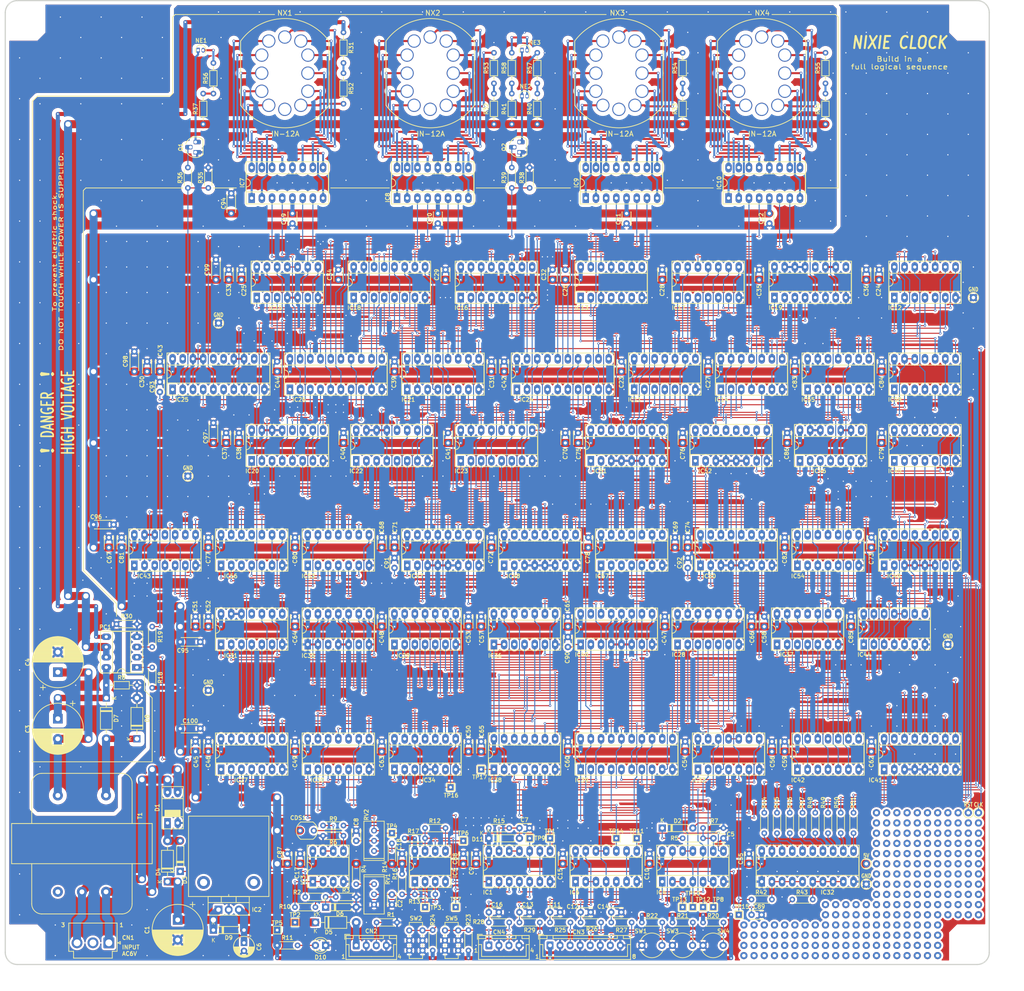
<source format=kicad_pcb>
(kicad_pcb (version 20171130) (host pcbnew "(5.1.5-0-10_14)")
  (title_block (title "Retro Clock") (rev 1.0) (company tmct) (comment 1 https://ss1.xrea.com/tmct.s1009.xrea.com/) (comment 2 "© 2020 tmct All Rights Reserved. "))
  (layers (0 F.Cu signal) (31 B.Cu signal) (34 B.Paste user) (35 F.Paste user) (36 B.SilkS user) (37 F.SilkS user) (38 B.Mask user) (39 F.Mask user) (44 Edge.Cuts user))
  (net 0 "")
  (net 1 "Net-(C1-Pad1)")
  (net 2 GND)
  (net 3 "Net-(C2-Pad1)")
  (net 4 "Net-(C3-Pad2)")
  (net 5 "Net-(C3-Pad1)")
  (net 6 Earth)
  (net 7 "Net-(C5-Pad1)")
  (net 8 +5V)
  (net 9 "Net-(C7-Pad1)")
  (net 10 "Net-(C8-Pad1)")
  (net 11 "Net-(C11-Pad1)")
  (net 12 "Net-(C12-Pad1)")
  (net 13 "Net-(C13-Pad1)")
  (net 14 "Net-(C14-Pad1)")
  (net 15 "Net-(C16-Pad1)")
  (net 16 "Net-(CDS1-Pad2)")
  (net 17 "/Power block/AC0")
  (net 18 "/Power block/AC6")
  (net 19 "/Divider block/CLK_SUB")
  (net 20 "/Power block/DISPSEC_N")
  (net 21 "/Power block/SLOW_N")
  (net 22 "/Power block/FAST_N")
  (net 23 "/Power block/DISP12H")
  (net 24 "/Power block/HZ60")
  (net 25 "Net-(D1-Pad1)")
  (net 26 "/Divider block/CLK_MAIN")
  (net 27 "Net-(D2-Pad1)")
  (net 28 "Net-(D3-Pad1)")
  (net 29 "Net-(D6-Pad1)")
  (net 30 "Net-(D7-Pad2)")
  (net 31 "Net-(D10-Pad2)")
  (net 32 "Net-(IC1-Pad1)")
  (net 33 "Net-(IC1-Pad2)")
  (net 34 "Net-(IC1-Pad6)")
  (net 35 "Net-(IC1-Pad3)")
  (net 36 "/Divider block/RESET_N")
  (net 37 "Net-(IC1-Pad4)")
  (net 38 "Net-(IC1-Pad11)")
  (net 39 "Net-(IC3-Pad6)")
  (net 40 "Net-(IC3-Pad1)")
  (net 41 "/Divider block/ACON_N")
  (net 42 "Net-(IC4-Pad2)")
  (net 43 "/Divider block/SW_DISPSEC_N")
  (net 44 "/Divider block/SW_FAST_N")
  (net 45 "Net-(IC4-Pad11)")
  (net 46 "Net-(IC5-Pad5)")
  (net 47 "Net-(IC5-Pad3)")
  (net 48 "/Divider block/SW_SLOW_N")
  (net 49 "Net-(IC6-Pad2)")
  (net 50 "Net-(IC6-Pad6)")
  (net 51 "/Divider block/SW_HZ")
  (net 52 "/Divider block/SW_DISP12H")
  (net 53 "Net-(IC6-Pad11)")
  (net 54 "Net-(IC7-Pad1)")
  (net 55 "Net-(IC7-Pad9)")
  (net 56 "Net-(IC7-Pad2)")
  (net 57 "Net-(IC7-Pad10)")
  (net 58 "/Display block/DISP3_0")
  (net 59 "Net-(IC7-Pad11)")
  (net 60 "/Display block/DISP3_3")
  (net 61 "Net-(IC7-Pad13)")
  (net 62 "/Display block/DISP3_1")
  (net 63 "Net-(IC7-Pad14)")
  (net 64 "/Display block/DISP3_2")
  (net 65 "Net-(IC7-Pad15)")
  (net 66 "Net-(IC7-Pad8)")
  (net 67 "Net-(IC7-Pad16)")
  (net 68 "Net-(IC8-Pad1)")
  (net 69 "Net-(IC8-Pad9)")
  (net 70 "Net-(IC8-Pad2)")
  (net 71 "Net-(IC8-Pad10)")
  (net 72 "/Display block/DISP2_0")
  (net 73 "Net-(IC8-Pad11)")
  (net 74 "/Display block/DISP2_3")
  (net 75 "Net-(IC8-Pad13)")
  (net 76 "/Display block/DISP2_1")
  (net 77 "Net-(IC8-Pad14)")
  (net 78 "/Display block/DISP2_2")
  (net 79 "Net-(IC8-Pad15)")
  (net 80 "Net-(IC8-Pad8)")
  (net 81 "Net-(IC8-Pad16)")
  (net 82 "Net-(IC9-Pad1)")
  (net 83 "Net-(IC9-Pad9)")
  (net 84 "Net-(IC9-Pad2)")
  (net 85 "Net-(IC9-Pad10)")
  (net 86 "/Display block/DISP1_0")
  (net 87 "Net-(IC9-Pad11)")
  (net 88 "/Display block/DISP1_3")
  (net 89 "Net-(IC9-Pad13)")
  (net 90 "/Display block/DISP1_1")
  (net 91 "Net-(IC9-Pad14)")
  (net 92 "/Display block/DISP1_2")
  (net 93 "Net-(IC9-Pad15)")
  (net 94 "Net-(IC9-Pad8)")
  (net 95 "Net-(IC9-Pad16)")
  (net 96 "Net-(IC10-Pad1)")
  (net 97 "Net-(IC10-Pad9)")
  (net 98 "Net-(IC10-Pad2)")
  (net 99 "Net-(IC10-Pad10)")
  (net 100 "/Display block/DISP0_0")
  (net 101 "Net-(IC10-Pad11)")
  (net 102 "/Display block/DISP0_3")
  (net 103 "Net-(IC10-Pad13)")
  (net 104 "/Display block/DISP0_1")
  (net 105 "Net-(IC10-Pad14)")
  (net 106 "/Display block/DISP0_2")
  (net 107 "Net-(IC10-Pad15)")
  (net 108 "Net-(IC10-Pad8)")
  (net 109 "Net-(IC10-Pad16)")
  (net 110 "Net-(IC11-Pad8)")
  (net 111 "/Driver block/HOUR240_2")
  (net 112 "Net-(IC11-Pad3)")
  (net 113 "/Driver block/HOUR240_3")
  (net 114 "/Driver block/HOUR240_1")
  (net 115 "Net-(IC11-Pad6)")
  (net 116 "/Driver block/HOUR241_1")
  (net 117 "Net-(IC12-Pad6)")
  (net 118 "Net-(IC12-Pad12)")
  (net 119 "Net-(IC12-Pad3)")
  (net 120 "Net-(IC12-Pad11)")
  (net 121 "Net-(IC12-Pad9)")
  (net 122 "Net-(IC12-Pad8)")
  (net 123 "/Divider block/BLKOUT_N")
  (net 124 "Net-(IC13-Pad2)")
  (net 125 "/Divider block/DISP12H")
  (net 126 "/Driver block/HOUR241_0")
  (net 127 "/Driver block/PM")
  (net 128 "/Driver block/HOUR240_0")
  (net 129 "Net-(IC15-Pad1)")
  (net 130 "Net-(IC15-Pad8)")
  (net 131 "Net-(IC15-Pad2)")
  (net 132 "/Driver block/HOUR1_1")
  (net 133 "Net-(IC15-Pad3)")
  (net 134 "Net-(IC15-Pad10)")
  (net 135 "/Driver block/HOUR1_0")
  (net 136 "/Divider block/DISPSEC")
  (net 137 "Net-(IC16-Pad1)")
  (net 138 "Net-(IC16-Pad10)")
  (net 139 "Net-(IC16-Pad4)")
  (net 140 "Net-(IC16-Pad13)")
  (net 141 "/Divider block/COLON")
  (net 142 "Net-(IC17-Pad8)")
  (net 143 "/Driver block/HOUR0_2")
  (net 144 "/Driver block/HOUR0_0")
  (net 145 "/Driver block/HOUR0_3")
  (net 146 "/Driver block/HOUR0_1")
  (net 147 "Net-(IC20-Pad7)")
  (net 148 "/Driver block/MIN1_1")
  (net 149 "Net-(IC20-Pad12)")
  (net 150 "Net-(IC20-Pad4)")
  (net 151 "/Driver block/MIN1_0")
  (net 152 "/Driver block/MIN1_2")
  (net 153 "Net-(IC20-Pad9)")
  (net 154 "Net-(IC21-Pad7)")
  (net 155 "/Driver block/MIN0_1")
  (net 156 "/Driver block/MIN0_3")
  (net 157 "Net-(IC21-Pad12)")
  (net 158 "Net-(IC21-Pad4)")
  (net 159 "/Driver block/MIN0_0")
  (net 160 "/Driver block/MIN0_2")
  (net 161 "Net-(IC21-Pad9)")
  (net 162 "Net-(IC22-Pad9)")
  (net 163 "/Driver block/SEC1_2")
  (net 164 "/Driver block/SEC1_0")
  (net 165 "Net-(IC22-Pad4)")
  (net 166 "Net-(IC22-Pad12)")
  (net 167 "/Driver block/SEC1_1")
  (net 168 "Net-(IC22-Pad7)")
  (net 169 "Net-(IC23-Pad7)")
  (net 170 "/Driver block/SEC0_1")
  (net 171 "/Driver block/SEC0_3")
  (net 172 "Net-(IC23-Pad12)")
  (net 173 "Net-(IC23-Pad4)")
  (net 174 "/Driver block/SEC0_0")
  (net 175 "/Driver block/SEC0_2")
  (net 176 "Net-(IC23-Pad9)")
  (net 177 "/Divider block/RESET_DRV_N")
  (net 178 "/Driver block/CLK")
  (net 179 "/Display block/PM_L")
  (net 180 "/Display block/COLON_L")
  (net 181 "/Driver block/ROW3EN")
  (net 182 "Net-(IC27-Pad6)")
  (net 183 "Net-(IC27-Pad4)")
  (net 184 "Net-(IC27-Pad9)")
  (net 185 "Net-(IC27-Pad2)")
  (net 186 "Net-(IC27-Pad8)")
  (net 187 "Net-(IC28-Pad6)")
  (net 188 "Net-(IC28-Pad12)")
  (net 189 "Net-(IC28-Pad5)")
  (net 190 "/Divider block/SEC_EN")
  (net 191 "Net-(IC28-Pad4)")
  (net 192 "Net-(IC28-Pad10)")
  (net 193 "Net-(IC28-Pad3)")
  (net 194 "Net-(IC28-Pad9)")
  (net 195 "Net-(IC28-Pad2)")
  (net 196 "Net-(IC28-Pad1)")
  (net 197 "Net-(IC29-Pad1)")
  (net 198 "Net-(IC29-Pad8)")
  (net 199 "Net-(IC29-Pad2)")
  (net 200 "Net-(IC29-Pad9)")
  (net 201 "Net-(IC29-Pad3)")
  (net 202 "Net-(IC29-Pad4)")
  (net 203 "Net-(IC29-Pad11)")
  (net 204 "Net-(IC29-Pad5)")
  (net 205 "Net-(IC29-Pad12)")
  (net 206 "Net-(IC29-Pad6)")
  (net 207 "Net-(IC30-Pad8)")
  (net 208 "Net-(IC30-Pad3)")
  (net 209 "/Divider block/DET60")
  (net 210 "Net-(IC30-Pad11)")
  (net 211 "Net-(IC30-Pad6)")
  (net 212 "/Divider block/DET50")
  (net 213 "Net-(IC31-Pad6)")
  (net 214 "Net-(IC31-Pad5)")
  (net 215 "Net-(IC32-Pad6)")
  (net 216 "Net-(IC32-Pad18)")
  (net 217 "Net-(IC32-Pad17)")
  (net 218 "Net-(IC32-Pad16)")
  (net 219 "Net-(IC32-Pad15)")
  (net 220 "Net-(IC32-Pad2)")
  (net 221 "Net-(IC32-Pad14)")
  (net 222 "Net-(IC32-Pad13)")
  (net 223 "Net-(IC32-Pad12)")
  (net 224 "Net-(IC32-Pad11)")
  (net 225 "Net-(IC33-Pad4)")
  (net 226 "/Time count block/SET_EN_N")
  (net 227 "Net-(IC33-Pad13)")
  (net 228 "Net-(IC34-Pad3)")
  (net 229 "/Divider block/SET_SLOW_N")
  (net 230 "/Divider block/SET_FAST_N")
  (net 231 "Net-(IC36-Pad6)")
  (net 232 "/Divider block/DET25")
  (net 233 "Net-(IC38-Pad3)")
  (net 234 "Net-(IC38-Pad6)")
  (net 235 "Net-(IC43-Pad6)")
  (net 236 "Net-(IC43-Pad3)")
  (net 237 "Net-(IC43-Pad9)")
  (net 238 "Net-(IC43-Pad2)")
  (net 239 "Net-(IC43-Pad1)")
  (net 240 "Net-(IC44-Pad1)")
  (net 241 "Net-(IC44-Pad2)")
  (net 242 "Net-(IC44-Pad3)")
  (net 243 "Net-(IC44-Pad6)")
  (net 244 "Net-(IC45-Pad8)")
  (net 245 "Net-(IC46-Pad3)")
  (net 246 "Net-(IC46-Pad1)")
  (net 247 "/Time count block/CLK1")
  (net 248 "/Time count block/RESET1_N")
  (net 249 "/Time count block/CLK2")
  (net 250 "/Time count block/RESET2_N")
  (net 251 "Net-(IC51-Pad10)")
  (net 252 "Net-(IC53-Pad8)")
  (net 253 "Net-(IC53-Pad2)")
  (net 254 "Net-(IC53-Pad10)")
  (net 255 "Net-(IC53-Pad4)")
  (net 256 "Net-(IC53-Pad6)")
  (net 257 "Net-(IC53-Pad13)")
  (net 258 "Net-(IC54-Pad6)")
  (net 259 "Net-(IC54-Pad4)")
  (net 260 "Net-(IC54-Pad2)")
  (net 261 "Net-(IC54-Pad8)")
  (net 262 "Net-(IC55-Pad8)")
  (net 263 "Net-(IC55-Pad2)")
  (net 264 "Net-(IC55-Pad4)")
  (net 265 "Net-(IC55-Pad6)")
  (net 266 "Net-(IC56-Pad6)")
  (net 267 "Net-(IC57-Pad6)")
  (net 268 "Net-(IC58-Pad6)")
  (net 269 "Net-(NE1-Pad1)")
  (net 270 "Net-(NE1-Pad2)")
  (net 271 "Net-(NE2-Pad2)")
  (net 272 "Net-(NE2-Pad1)")
  (net 273 "Net-(NE3-Pad2)")
  (net 274 "Net-(NX1-Pad1)")
  (net 275 "Net-(NX2-Pad1)")
  (net 276 "Net-(NX3-Pad1)")
  (net 277 "Net-(NX4-Pad1)")
  (net 278 HT)
  (net 279 "Net-(PC1-Pad3)")
  (net 280 "/Display block/HT3")
  (net 281 "Net-(PC1-Pad1)")
  (net 282 "Net-(Q1-Pad2)")
  (net 283 "Net-(Q2-Pad2)")
  (net 284 "Net-(R4-Pad2)")
  (net 285 "Net-(R14-Pad2)")
  (net 286 "/Power block/SUBPWR")
  (net 287 "/Power block/SUBCLK")
  (net 288 "/Divider block/RESET_DIV_N")
  (net 289 "/Divider block/CLK_DIV")
  (net 290 "Net-(IC11-Pad11)")
  (net 291 "Net-(IC11-Pad12)")
  (net 292 "Net-(IC12-Pad2)")
  (net 293 "Net-(IC14-Pad6)")
  (net 294 "Net-(IC28-Pad11)")
  (net 295 "Net-(IC28-Pad13)")
  (net 296 "Net-(IC29-Pad10)")
  (net 297 "Net-(IC29-Pad13)")
  (net 298 "Net-(IC31-Pad9)")
  (net 299 "Net-(IC33-Pad8)")
  (net 300 "Net-(IC33-Pad10)")
  (net 301 "Net-(IC36-Pad9)")
  (net 302 "Net-(IC37-Pad8)")
  (net 303 "Net-(IC38-Pad9)")
  (net 304 "Net-(IC44-Pad8)")
  (net 305 "Net-(IC44-Pad10)")
  (net 306 "Net-(IC45-Pad9)")
  (net 307 "Net-(IC45-Pad4)")
  (net 308 "Net-(IC54-Pad10)")
  (net 309 "Net-(IC55-Pad11)")
  (net 310 "Net-(CN1-Pad2)")
  (net 311 "Net-(IC13-Pad8)")
  (net 312 "Net-(IC13-Pad10)")
  (net 313 "Net-(IC13-Pad4)")
  (net 314 "Net-(IC13-Pad6)")
  (net 315 "Net-(IC15-Pad6)")
  (net 316 "Net-(IC16-Pad9)")
  (net 317 "Net-(IC19-Pad9)")
  (net 318 "Net-(IC19-Pad12)")
  (net 319 "Net-(IC25-Pad12)")
  (net 320 "Net-(IC25-Pad15)")
  (net 321 "Net-(IC25-Pad16)")
  (net 322 "Net-(IC25-Pad9)")
  (net 323 "Net-(IC25-Pad19)")
  (net 324 "Net-(IC27-Pad10)")
  (net 325 "Net-(IC27-Pad12)")
  (net 326 "Net-(IC31-Pad11)")
  (net 327 "Net-(IC34-Pad6)")
  (net 328 "Net-(IC35-Pad3)")
  (net 329 "Net-(IC35-Pad6)")
  (net 330 "Net-(IC40-Pad15)")
  (net 331 "Net-(IC41-Pad11)")
  (net 332 "Net-(IC41-Pad15)")
  (net 333 "Net-(IC43-Pad11)")
  (net 334 "Net-(IC45-Pad10)")
  (net 335 "Net-(IC45-Pad12)")
  (net 336 "Net-(IC46-Pad8)")
  (net 337 "Net-(IC46-Pad11)")
  (net 338 "Net-(IC47-Pad15)")
  (net 339 "Net-(IC48-Pad11)")
  (net 340 "Net-(IC48-Pad15)")
  (net 341 "Net-(IC49-Pad15)")
  (net 342 "Net-(IC50-Pad11)")
  (net 343 "Net-(IC50-Pad15)")
  (net 344 "Net-(IC51-Pad15)")
  (net 345 "Net-(IC52-Pad11)")
  (net 346 "Net-(IC52-Pad12)")
  (net 347 "Net-(IC52-Pad15)")
  (net 348 "Net-(IC55-Pad12)")
  (net 349 "Net-(NX1-Pad12)")
  (net 350 "Net-(NX2-Pad12)")
  (net 351 "Net-(NX3-Pad12)")
  (net 352 "Net-(NX4-Pad12)")
  (net 353 "Net-(T1-Pad3)")
  (net 354 "Net-(R31-Pad2)")
  (net 355 "Net-(R32-Pad2)")
  (net 356 "Net-(R33-Pad2)")
  (net 357 "Net-(R34-Pad2)")
  (net 358 "Net-(R37-Pad2)")
  (net 359 "Net-(R40-Pad2)")
  (net 360 "Net-(R41-Pad2)")
  (module local:TestPoint_Loop_D2.60mm_Drill0.9mm_Beaded (layer F.Cu) (at 226.06 271.78)
    (fp_text reference REF** hide)
    (fp_text value TestPoint_Loop_D2.60mm_Drill0.9mm_Beaded)
    (pad 1 thru_hole circle (at 0 0) (size 1.8 1.8) (drill 0.9) (layers *.Cu *.Mask))
  )
  (module local:TestPoint_Loop_D2.60mm_Drill0.9mm_Beaded (layer F.Cu) (at 238.76 271.78)
    (fp_text reference REF** hide)
    (fp_text value TestPoint_Loop_D2.60mm_Drill0.9mm_Beaded)
    (pad 1 thru_hole circle (at 0 0) (size 1.8 1.8) (drill 0.9) (layers *.Cu *.Mask))
  )
  (module local:TestPoint_Loop_D2.60mm_Drill0.9mm_Beaded (layer F.Cu) (at 215.9 271.78)
    (fp_text reference REF** hide)
    (fp_text value TestPoint_Loop_D2.60mm_Drill0.9mm_Beaded)
    (pad 1 thru_hole circle (at 0 0) (size 1.8 1.8) (drill 0.9) (layers *.Cu *.Mask))
  )
  (module local:TestPoint_Loop_D2.60mm_Drill0.9mm_Beaded (layer F.Cu) (at 220.98 271.78)
    (fp_text reference REF** hide)
    (fp_text value TestPoint_Loop_D2.60mm_Drill0.9mm_Beaded)
    (pad 1 thru_hole circle (at 0 0) (size 1.8 1.8) (drill 0.9) (layers *.Cu *.Mask))
  )
  (module local:TestPoint_Loop_D2.60mm_Drill0.9mm_Beaded (layer F.Cu) (at 231.14 271.78)
    (fp_text reference REF** hide)
    (fp_text value TestPoint_Loop_D2.60mm_Drill0.9mm_Beaded)
    (pad 1 thru_hole circle (at 0 0) (size 1.8 1.8) (drill 0.9) (layers *.Cu *.Mask))
  )
  (module local:TestPoint_Loop_D2.60mm_Drill0.9mm_Beaded (layer F.Cu) (at 223.52 271.78)
    (fp_text reference REF** hide)
    (fp_text value TestPoint_Loop_D2.60mm_Drill0.9mm_Beaded)
    (pad 1 thru_hole circle (at 0 0) (size 1.8 1.8) (drill 0.9) (layers *.Cu *.Mask))
  )
  (module local:TestPoint_Loop_D2.60mm_Drill0.9mm_Beaded (layer F.Cu) (at 246.38 271.78)
    (fp_text reference REF** hide)
    (fp_text value TestPoint_Loop_D2.60mm_Drill0.9mm_Beaded)
    (pad 1 thru_hole circle (at 0 0) (size 1.8 1.8) (drill 0.9) (layers *.Cu *.Mask))
  )
  (module local:TestPoint_Loop_D2.60mm_Drill0.9mm_Beaded (layer F.Cu) (at 248.92 271.78)
    (fp_text reference REF** hide)
    (fp_text value TestPoint_Loop_D2.60mm_Drill0.9mm_Beaded)
    (pad 1 thru_hole circle (at 0 0) (size 1.8 1.8) (drill 0.9) (layers *.Cu *.Mask))
  )
  (module local:TestPoint_Loop_D2.60mm_Drill0.9mm_Beaded (layer F.Cu) (at 254 271.78)
    (fp_text reference REF** hide)
    (fp_text value TestPoint_Loop_D2.60mm_Drill0.9mm_Beaded)
    (pad 1 thru_hole circle (at 0 0) (size 1.8 1.8) (drill 0.9) (layers *.Cu *.Mask))
  )
  (module local:TestPoint_Loop_D2.60mm_Drill0.9mm_Beaded (layer F.Cu) (at 243.84 271.78)
    (fp_text reference REF** hide)
    (fp_text value TestPoint_Loop_D2.60mm_Drill0.9mm_Beaded)
    (pad 1 thru_hole circle (at 0 0) (size 1.8 1.8) (drill 0.9) (layers *.Cu *.Mask))
  )
  (module local:TestPoint_Loop_D2.60mm_Drill0.9mm_Beaded (layer F.Cu) (at 251.46 271.78)
    (fp_text reference REF** hide)
    (fp_text value TestPoint_Loop_D2.60mm_Drill0.9mm_Beaded)
    (pad 1 thru_hole circle (at 0 0) (size 1.8 1.8) (drill 0.9) (layers *.Cu *.Mask))
  )
  (module local:TestPoint_Loop_D2.60mm_Drill0.9mm_Beaded (layer F.Cu) (at 218.44 271.78)
    (fp_text reference REF** hide)
    (fp_text value TestPoint_Loop_D2.60mm_Drill0.9mm_Beaded)
    (pad 1 thru_hole circle (at 0 0) (size 1.8 1.8) (drill 0.9) (layers *.Cu *.Mask))
  )
  (module local:TestPoint_Loop_D2.60mm_Drill0.9mm_Beaded (layer F.Cu) (at 233.68 271.78)
    (fp_text reference REF** hide)
    (fp_text value TestPoint_Loop_D2.60mm_Drill0.9mm_Beaded)
    (pad 1 thru_hole circle (at 0 0) (size 1.8 1.8) (drill 0.9) (layers *.Cu *.Mask))
  )
  (module local:TestPoint_Loop_D2.60mm_Drill0.9mm_Beaded (layer F.Cu) (at 236.22 271.78)
    (fp_text reference REF** hide)
    (fp_text value TestPoint_Loop_D2.60mm_Drill0.9mm_Beaded)
    (pad 1 thru_hole circle (at 0 0) (size 1.8 1.8) (drill 0.9) (layers *.Cu *.Mask))
  )
  (module local:TestPoint_Loop_D2.60mm_Drill0.9mm_Beaded (layer F.Cu) (at 241.3 271.78)
    (fp_text reference REF** hide)
    (fp_text value TestPoint_Loop_D2.60mm_Drill0.9mm_Beaded)
    (pad 1 thru_hole circle (at 0 0) (size 1.8 1.8) (drill 0.9) (layers *.Cu *.Mask))
  )
  (module local:TestPoint_Loop_D2.60mm_Drill0.9mm_Beaded (layer F.Cu) (at 228.6 271.78)
    (fp_text reference REF** hide)
    (fp_text value TestPoint_Loop_D2.60mm_Drill0.9mm_Beaded)
    (pad 1 thru_hole circle (at 0 0) (size 1.8 1.8) (drill 0.9) (layers *.Cu *.Mask))
  )
  (module local:TestPoint_Loop_D2.60mm_Drill0.9mm_Beaded (layer F.Cu) (at 256.54 271.78)
    (fp_text reference REF** hide)
    (fp_text value TestPoint_Loop_D2.60mm_Drill0.9mm_Beaded)
    (pad 1 thru_hole circle (at 0 0) (size 1.8 1.8) (drill 0.9) (layers *.Cu *.Mask))
  )
  (module local:TestPoint_Loop_D2.60mm_Drill0.9mm_Beaded (layer F.Cu) (at 259.08 271.78)
    (fp_text reference REF** hide)
    (fp_text value TestPoint_Loop_D2.60mm_Drill0.9mm_Beaded)
    (pad 1 thru_hole circle (at 0 0) (size 1.8 1.8) (drill 0.9) (layers *.Cu *.Mask))
  )
  (module local:TestPoint_Loop_D2.60mm_Drill0.9mm_Beaded (layer F.Cu) (at 264.16 271.78)
    (fp_text reference REF** hide)
    (fp_text value TestPoint_Loop_D2.60mm_Drill0.9mm_Beaded)
    (pad 1 thru_hole circle (at 0 0) (size 1.8 1.8) (drill 0.9) (layers *.Cu *.Mask))
  )
  (module local:TestPoint_Loop_D2.60mm_Drill0.9mm_Beaded (layer F.Cu) (at 261.62 271.78)
    (fp_text reference REF** hide)
    (fp_text value TestPoint_Loop_D2.60mm_Drill0.9mm_Beaded)
    (pad 1 thru_hole circle (at 0 0) (size 1.8 1.8) (drill 0.9) (layers *.Cu *.Mask))
  )
  (module local:TestPoint_Loop_D2.60mm_Drill0.9mm_Beaded (layer F.Cu) (at 226.06 269.24)
    (fp_text reference REF** hide)
    (fp_text value TestPoint_Loop_D2.60mm_Drill0.9mm_Beaded)
    (pad 1 thru_hole circle (at 0 0) (size 1.8 1.8) (drill 0.9) (layers *.Cu *.Mask))
  )
  (module local:TestPoint_Loop_D2.60mm_Drill0.9mm_Beaded (layer F.Cu) (at 238.76 269.24)
    (fp_text reference REF** hide)
    (fp_text value TestPoint_Loop_D2.60mm_Drill0.9mm_Beaded)
    (pad 1 thru_hole circle (at 0 0) (size 1.8 1.8) (drill 0.9) (layers *.Cu *.Mask))
  )
  (module local:TestPoint_Loop_D2.60mm_Drill0.9mm_Beaded (layer F.Cu) (at 215.9 269.24)
    (fp_text reference REF** hide)
    (fp_text value TestPoint_Loop_D2.60mm_Drill0.9mm_Beaded)
    (pad 1 thru_hole circle (at 0 0) (size 1.8 1.8) (drill 0.9) (layers *.Cu *.Mask))
  )
  (module local:TestPoint_Loop_D2.60mm_Drill0.9mm_Beaded (layer F.Cu) (at 220.98 269.24)
    (fp_text reference REF** hide)
    (fp_text value TestPoint_Loop_D2.60mm_Drill0.9mm_Beaded)
    (pad 1 thru_hole circle (at 0 0) (size 1.8 1.8) (drill 0.9) (layers *.Cu *.Mask))
  )
  (module local:TestPoint_Loop_D2.60mm_Drill0.9mm_Beaded (layer F.Cu) (at 231.14 269.24)
    (fp_text reference REF** hide)
    (fp_text value TestPoint_Loop_D2.60mm_Drill0.9mm_Beaded)
    (pad 1 thru_hole circle (at 0 0) (size 1.8 1.8) (drill 0.9) (layers *.Cu *.Mask))
  )
  (module local:TestPoint_Loop_D2.60mm_Drill0.9mm_Beaded (layer F.Cu) (at 223.52 269.24)
    (fp_text reference REF** hide)
    (fp_text value TestPoint_Loop_D2.60mm_Drill0.9mm_Beaded)
    (pad 1 thru_hole circle (at 0 0) (size 1.8 1.8) (drill 0.9) (layers *.Cu *.Mask))
  )
  (module local:TestPoint_Loop_D2.60mm_Drill0.9mm_Beaded (layer F.Cu) (at 246.38 269.24)
    (fp_text reference REF** hide)
    (fp_text value TestPoint_Loop_D2.60mm_Drill0.9mm_Beaded)
    (pad 1 thru_hole circle (at 0 0) (size 1.8 1.8) (drill 0.9) (layers *.Cu *.Mask))
  )
  (module local:TestPoint_Loop_D2.60mm_Drill0.9mm_Beaded (layer F.Cu) (at 248.92 269.24)
    (fp_text reference REF** hide)
    (fp_text value TestPoint_Loop_D2.60mm_Drill0.9mm_Beaded)
    (pad 1 thru_hole circle (at 0 0) (size 1.8 1.8) (drill 0.9) (layers *.Cu *.Mask))
  )
  (module local:TestPoint_Loop_D2.60mm_Drill0.9mm_Beaded (layer F.Cu) (at 254 269.24)
    (fp_text reference REF** hide)
    (fp_text value TestPoint_Loop_D2.60mm_Drill0.9mm_Beaded)
    (pad 1 thru_hole circle (at 0 0) (size 1.8 1.8) (drill 0.9) (layers *.Cu *.Mask))
  )
  (module local:TestPoint_Loop_D2.60mm_Drill0.9mm_Beaded (layer F.Cu) (at 243.84 269.24)
    (fp_text reference REF** hide)
    (fp_text value TestPoint_Loop_D2.60mm_Drill0.9mm_Beaded)
    (pad 1 thru_hole circle (at 0 0) (size 1.8 1.8) (drill 0.9) (layers *.Cu *.Mask))
  )
  (module local:TestPoint_Loop_D2.60mm_Drill0.9mm_Beaded (layer F.Cu) (at 251.46 269.24)
    (fp_text reference REF** hide)
    (fp_text value TestPoint_Loop_D2.60mm_Drill0.9mm_Beaded)
    (pad 1 thru_hole circle (at 0 0) (size 1.8 1.8) (drill 0.9) (layers *.Cu *.Mask))
  )
  (module local:TestPoint_Loop_D2.60mm_Drill0.9mm_Beaded (layer F.Cu) (at 218.44 269.24)
    (fp_text reference REF** hide)
    (fp_text value TestPoint_Loop_D2.60mm_Drill0.9mm_Beaded)
    (pad 1 thru_hole circle (at 0 0) (size 1.8 1.8) (drill 0.9) (layers *.Cu *.Mask))
  )
  (module local:TestPoint_Loop_D2.60mm_Drill0.9mm_Beaded (layer F.Cu) (at 233.68 269.24)
    (fp_text reference REF** hide)
    (fp_text value TestPoint_Loop_D2.60mm_Drill0.9mm_Beaded)
    (pad 1 thru_hole circle (at 0 0) (size 1.8 1.8) (drill 0.9) (layers *.Cu *.Mask))
  )
  (module local:TestPoint_Loop_D2.60mm_Drill0.9mm_Beaded (layer F.Cu) (at 236.22 269.24)
    (fp_text reference REF** hide)
    (fp_text value TestPoint_Loop_D2.60mm_Drill0.9mm_Beaded)
    (pad 1 thru_hole circle (at 0 0) (size 1.8 1.8) (drill 0.9) (layers *.Cu *.Mask))
  )
  (module local:TestPoint_Loop_D2.60mm_Drill0.9mm_Beaded (layer F.Cu) (at 241.3 269.24)
    (fp_text reference REF** hide)
    (fp_text value TestPoint_Loop_D2.60mm_Drill0.9mm_Beaded)
    (pad 1 thru_hole circle (at 0 0) (size 1.8 1.8) (drill 0.9) (layers *.Cu *.Mask))
  )
  (module local:TestPoint_Loop_D2.60mm_Drill0.9mm_Beaded (layer F.Cu) (at 228.6 269.24)
    (fp_text reference REF** hide)
    (fp_text value TestPoint_Loop_D2.60mm_Drill0.9mm_Beaded)
    (pad 1 thru_hole circle (at 0 0) (size 1.8 1.8) (drill 0.9) (layers *.Cu *.Mask))
  )
  (module local:TestPoint_Loop_D2.60mm_Drill0.9mm_Beaded (layer F.Cu) (at 256.54 269.24)
    (fp_text reference REF** hide)
    (fp_text value TestPoint_Loop_D2.60mm_Drill0.9mm_Beaded)
    (pad 1 thru_hole circle (at 0 0) (size 1.8 1.8) (drill 0.9) (layers *.Cu *.Mask))
  )
  (module local:TestPoint_Loop_D2.60mm_Drill0.9mm_Beaded (layer F.Cu) (at 259.08 269.24)
    (fp_text reference REF** hide)
    (fp_text value TestPoint_Loop_D2.60mm_Drill0.9mm_Beaded)
    (pad 1 thru_hole circle (at 0 0) (size 1.8 1.8) (drill 0.9) (layers *.Cu *.Mask))
  )
  (module local:TestPoint_Loop_D2.60mm_Drill0.9mm_Beaded (layer F.Cu) (at 264.16 269.24)
    (fp_text reference REF** hide)
    (fp_text value TestPoint_Loop_D2.60mm_Drill0.9mm_Beaded)
    (pad 1 thru_hole circle (at 0 0) (size 1.8 1.8) (drill 0.9) (layers *.Cu *.Mask))
  )
  (module local:TestPoint_Loop_D2.60mm_Drill0.9mm_Beaded (layer F.Cu) (at 261.62 269.24)
    (fp_text reference REF** hide)
    (fp_text value TestPoint_Loop_D2.60mm_Drill0.9mm_Beaded)
    (pad 1 thru_hole circle (at 0 0) (size 1.8 1.8) (drill 0.9) (layers *.Cu *.Mask))
  )
  (module local:TestPoint_Loop_D2.60mm_Drill0.9mm_Beaded (layer F.Cu) (at 220.98 266.7)
    (fp_text reference REF** hide)
    (fp_text value TestPoint_Loop_D2.60mm_Drill0.9mm_Beaded)
    (pad 1 thru_hole circle (at 0 0) (size 1.8 1.8) (drill 0.9) (layers *.Cu *.Mask))
  )
  (module local:TestPoint_Loop_D2.60mm_Drill0.9mm_Beaded (layer F.Cu) (at 231.14 266.7)
    (fp_text reference REF** hide)
    (fp_text value TestPoint_Loop_D2.60mm_Drill0.9mm_Beaded)
    (pad 1 thru_hole circle (at 0 0) (size 1.8 1.8) (drill 0.9) (layers *.Cu *.Mask))
  )
  (module local:TestPoint_Loop_D2.60mm_Drill0.9mm_Beaded (layer F.Cu) (at 223.52 266.7)
    (fp_text reference REF** hide)
    (fp_text value TestPoint_Loop_D2.60mm_Drill0.9mm_Beaded)
    (pad 1 thru_hole circle (at 0 0) (size 1.8 1.8) (drill 0.9) (layers *.Cu *.Mask))
  )
  (module local:TestPoint_Loop_D2.60mm_Drill0.9mm_Beaded (layer F.Cu) (at 226.06 266.7)
    (fp_text reference REF** hide)
    (fp_text value TestPoint_Loop_D2.60mm_Drill0.9mm_Beaded)
    (pad 1 thru_hole circle (at 0 0) (size 1.8 1.8) (drill 0.9) (layers *.Cu *.Mask))
  )
  (module local:TestPoint_Loop_D2.60mm_Drill0.9mm_Beaded (layer F.Cu) (at 238.76 266.7)
    (fp_text reference REF** hide)
    (fp_text value TestPoint_Loop_D2.60mm_Drill0.9mm_Beaded)
    (pad 1 thru_hole circle (at 0 0) (size 1.8 1.8) (drill 0.9) (layers *.Cu *.Mask))
  )
  (module local:TestPoint_Loop_D2.60mm_Drill0.9mm_Beaded (layer F.Cu) (at 215.9 266.7)
    (fp_text reference REF** hide)
    (fp_text value TestPoint_Loop_D2.60mm_Drill0.9mm_Beaded)
    (pad 1 thru_hole circle (at 0 0) (size 1.8 1.8) (drill 0.9) (layers *.Cu *.Mask))
  )
  (module local:TestPoint_Loop_D2.60mm_Drill0.9mm_Beaded (layer F.Cu) (at 246.38 266.7)
    (fp_text reference REF** hide)
    (fp_text value TestPoint_Loop_D2.60mm_Drill0.9mm_Beaded)
    (pad 1 thru_hole circle (at 0 0) (size 1.8 1.8) (drill 0.9) (layers *.Cu *.Mask))
  )
  (module local:TestPoint_Loop_D2.60mm_Drill0.9mm_Beaded (layer F.Cu) (at 248.92 266.7)
    (fp_text reference REF** hide)
    (fp_text value TestPoint_Loop_D2.60mm_Drill0.9mm_Beaded)
    (pad 1 thru_hole circle (at 0 0) (size 1.8 1.8) (drill 0.9) (layers *.Cu *.Mask))
  )
  (module local:TestPoint_Loop_D2.60mm_Drill0.9mm_Beaded (layer F.Cu) (at 254 266.7)
    (fp_text reference REF** hide)
    (fp_text value TestPoint_Loop_D2.60mm_Drill0.9mm_Beaded)
    (pad 1 thru_hole circle (at 0 0) (size 1.8 1.8) (drill 0.9) (layers *.Cu *.Mask))
  )
  (module local:TestPoint_Loop_D2.60mm_Drill0.9mm_Beaded (layer F.Cu) (at 243.84 266.7)
    (fp_text reference REF** hide)
    (fp_text value TestPoint_Loop_D2.60mm_Drill0.9mm_Beaded)
    (pad 1 thru_hole circle (at 0 0) (size 1.8 1.8) (drill 0.9) (layers *.Cu *.Mask))
  )
  (module local:TestPoint_Loop_D2.60mm_Drill0.9mm_Beaded (layer F.Cu) (at 251.46 266.7)
    (fp_text reference REF** hide)
    (fp_text value TestPoint_Loop_D2.60mm_Drill0.9mm_Beaded)
    (pad 1 thru_hole circle (at 0 0) (size 1.8 1.8) (drill 0.9) (layers *.Cu *.Mask))
  )
  (module local:TestPoint_Loop_D2.60mm_Drill0.9mm_Beaded (layer F.Cu) (at 218.44 266.7)
    (fp_text reference REF** hide)
    (fp_text value TestPoint_Loop_D2.60mm_Drill0.9mm_Beaded)
    (pad 1 thru_hole circle (at 0 0) (size 1.8 1.8) (drill 0.9) (layers *.Cu *.Mask))
  )
  (module local:TestPoint_Loop_D2.60mm_Drill0.9mm_Beaded (layer F.Cu) (at 233.68 266.7)
    (fp_text reference REF** hide)
    (fp_text value TestPoint_Loop_D2.60mm_Drill0.9mm_Beaded)
    (pad 1 thru_hole circle (at 0 0) (size 1.8 1.8) (drill 0.9) (layers *.Cu *.Mask))
  )
  (module local:TestPoint_Loop_D2.60mm_Drill0.9mm_Beaded (layer F.Cu) (at 236.22 266.7)
    (fp_text reference REF** hide)
    (fp_text value TestPoint_Loop_D2.60mm_Drill0.9mm_Beaded)
    (pad 1 thru_hole circle (at 0 0) (size 1.8 1.8) (drill 0.9) (layers *.Cu *.Mask))
  )
  (module local:TestPoint_Loop_D2.60mm_Drill0.9mm_Beaded (layer F.Cu) (at 241.3 266.7)
    (fp_text reference REF** hide)
    (fp_text value TestPoint_Loop_D2.60mm_Drill0.9mm_Beaded)
    (pad 1 thru_hole circle (at 0 0) (size 1.8 1.8) (drill 0.9) (layers *.Cu *.Mask))
  )
  (module local:TestPoint_Loop_D2.60mm_Drill0.9mm_Beaded (layer F.Cu) (at 228.6 266.7)
    (fp_text reference REF** hide)
    (fp_text value TestPoint_Loop_D2.60mm_Drill0.9mm_Beaded)
    (pad 1 thru_hole circle (at 0 0) (size 1.8 1.8) (drill 0.9) (layers *.Cu *.Mask))
  )
  (module local:TestPoint_Loop_D2.60mm_Drill0.9mm_Beaded (layer F.Cu) (at 256.54 266.7)
    (fp_text reference REF** hide)
    (fp_text value TestPoint_Loop_D2.60mm_Drill0.9mm_Beaded)
    (pad 1 thru_hole circle (at 0 0) (size 1.8 1.8) (drill 0.9) (layers *.Cu *.Mask))
  )
  (module local:TestPoint_Loop_D2.60mm_Drill0.9mm_Beaded (layer F.Cu) (at 259.08 266.7)
    (fp_text reference REF** hide)
    (fp_text value TestPoint_Loop_D2.60mm_Drill0.9mm_Beaded)
    (pad 1 thru_hole circle (at 0 0) (size 1.8 1.8) (drill 0.9) (layers *.Cu *.Mask))
  )
  (module local:TestPoint_Loop_D2.60mm_Drill0.9mm_Beaded (layer F.Cu) (at 264.16 266.7)
    (fp_text reference REF** hide)
    (fp_text value TestPoint_Loop_D2.60mm_Drill0.9mm_Beaded)
    (pad 1 thru_hole circle (at 0 0) (size 1.8 1.8) (drill 0.9) (layers *.Cu *.Mask))
  )
  (module local:TestPoint_Loop_D2.60mm_Drill0.9mm_Beaded (layer F.Cu) (at 261.62 266.7)
    (fp_text reference REF** hide)
    (fp_text value TestPoint_Loop_D2.60mm_Drill0.9mm_Beaded)
    (pad 1 thru_hole circle (at 0 0) (size 1.8 1.8) (drill 0.9) (layers *.Cu *.Mask))
  )
  (module local:TestPoint_Loop_D2.60mm_Drill0.9mm_Beaded (layer F.Cu) (at 256.54 264.16)
    (fp_text reference REF** hide)
    (fp_text value TestPoint_Loop_D2.60mm_Drill0.9mm_Beaded)
    (pad 1 thru_hole circle (at 0 0) (size 1.8 1.8) (drill 0.9) (layers *.Cu *.Mask))
  )
  (module local:TestPoint_Loop_D2.60mm_Drill0.9mm_Beaded (layer F.Cu) (at 259.08 264.16)
    (fp_text reference REF** hide)
    (fp_text value TestPoint_Loop_D2.60mm_Drill0.9mm_Beaded)
    (pad 1 thru_hole circle (at 0 0) (size 1.8 1.8) (drill 0.9) (layers *.Cu *.Mask))
  )
  (module local:TestPoint_Loop_D2.60mm_Drill0.9mm_Beaded (layer F.Cu) (at 264.16 264.16)
    (fp_text reference REF** hide)
    (fp_text value TestPoint_Loop_D2.60mm_Drill0.9mm_Beaded)
    (pad 1 thru_hole circle (at 0 0) (size 1.8 1.8) (drill 0.9) (layers *.Cu *.Mask))
  )
  (module local:TestPoint_Loop_D2.60mm_Drill0.9mm_Beaded (layer F.Cu) (at 261.62 264.16)
    (fp_text reference REF** hide)
    (fp_text value TestPoint_Loop_D2.60mm_Drill0.9mm_Beaded)
    (pad 1 thru_hole circle (at 0 0) (size 1.8 1.8) (drill 0.9) (layers *.Cu *.Mask))
  )
  (module local:TestPoint_Loop_D2.60mm_Drill0.9mm_Beaded (layer F.Cu) (at 246.38 264.16)
    (fp_text reference REF** hide)
    (fp_text value TestPoint_Loop_D2.60mm_Drill0.9mm_Beaded)
    (pad 1 thru_hole circle (at 0 0) (size 1.8 1.8) (drill 0.9) (layers *.Cu *.Mask))
  )
  (module local:TestPoint_Loop_D2.60mm_Drill0.9mm_Beaded (layer F.Cu) (at 248.92 264.16)
    (fp_text reference REF** hide)
    (fp_text value TestPoint_Loop_D2.60mm_Drill0.9mm_Beaded)
    (pad 1 thru_hole circle (at 0 0) (size 1.8 1.8) (drill 0.9) (layers *.Cu *.Mask))
  )
  (module local:TestPoint_Loop_D2.60mm_Drill0.9mm_Beaded (layer F.Cu) (at 254 264.16)
    (fp_text reference REF** hide)
    (fp_text value TestPoint_Loop_D2.60mm_Drill0.9mm_Beaded)
    (pad 1 thru_hole circle (at 0 0) (size 1.8 1.8) (drill 0.9) (layers *.Cu *.Mask))
  )
  (module local:TestPoint_Loop_D2.60mm_Drill0.9mm_Beaded (layer F.Cu) (at 243.84 264.16)
    (fp_text reference REF** hide)
    (fp_text value TestPoint_Loop_D2.60mm_Drill0.9mm_Beaded)
    (pad 1 thru_hole circle (at 0 0) (size 1.8 1.8) (drill 0.9) (layers *.Cu *.Mask))
  )
  (module local:TestPoint_Loop_D2.60mm_Drill0.9mm_Beaded (layer F.Cu) (at 251.46 264.16)
    (fp_text reference REF** hide)
    (fp_text value TestPoint_Loop_D2.60mm_Drill0.9mm_Beaded)
    (pad 1 thru_hole circle (at 0 0) (size 1.8 1.8) (drill 0.9) (layers *.Cu *.Mask))
  )
  (module local:TestPoint_Loop_D2.60mm_Drill0.9mm_Beaded (layer F.Cu) (at 218.44 264.16)
    (fp_text reference REF** hide)
    (fp_text value TestPoint_Loop_D2.60mm_Drill0.9mm_Beaded)
    (pad 1 thru_hole circle (at 0 0) (size 1.8 1.8) (drill 0.9) (layers *.Cu *.Mask))
  )
  (module local:TestPoint_Loop_D2.60mm_Drill0.9mm_Beaded (layer F.Cu) (at 233.68 264.16)
    (fp_text reference REF** hide)
    (fp_text value TestPoint_Loop_D2.60mm_Drill0.9mm_Beaded)
    (pad 1 thru_hole circle (at 0 0) (size 1.8 1.8) (drill 0.9) (layers *.Cu *.Mask))
  )
  (module local:TestPoint_Loop_D2.60mm_Drill0.9mm_Beaded (layer F.Cu) (at 236.22 264.16)
    (fp_text reference REF** hide)
    (fp_text value TestPoint_Loop_D2.60mm_Drill0.9mm_Beaded)
    (pad 1 thru_hole circle (at 0 0) (size 1.8 1.8) (drill 0.9) (layers *.Cu *.Mask))
  )
  (module local:TestPoint_Loop_D2.60mm_Drill0.9mm_Beaded (layer F.Cu) (at 241.3 264.16)
    (fp_text reference REF** hide)
    (fp_text value TestPoint_Loop_D2.60mm_Drill0.9mm_Beaded)
    (pad 1 thru_hole circle (at 0 0) (size 1.8 1.8) (drill 0.9) (layers *.Cu *.Mask))
  )
  (module local:TestPoint_Loop_D2.60mm_Drill0.9mm_Beaded (layer F.Cu) (at 228.6 264.16)
    (fp_text reference REF** hide)
    (fp_text value TestPoint_Loop_D2.60mm_Drill0.9mm_Beaded)
    (pad 1 thru_hole circle (at 0 0) (size 1.8 1.8) (drill 0.9) (layers *.Cu *.Mask))
  )
  (module local:TestPoint_Loop_D2.60mm_Drill0.9mm_Beaded (layer F.Cu) (at 231.14 264.16)
    (fp_text reference REF** hide)
    (fp_text value TestPoint_Loop_D2.60mm_Drill0.9mm_Beaded)
    (pad 1 thru_hole circle (at 0 0) (size 1.8 1.8) (drill 0.9) (layers *.Cu *.Mask))
  )
  (module local:TestPoint_Loop_D2.60mm_Drill0.9mm_Beaded (layer F.Cu) (at 226.06 264.16)
    (fp_text reference REF** hide)
    (fp_text value TestPoint_Loop_D2.60mm_Drill0.9mm_Beaded)
    (pad 1 thru_hole circle (at 0 0) (size 1.8 1.8) (drill 0.9) (layers *.Cu *.Mask))
  )
  (module local:TestPoint_Loop_D2.60mm_Drill0.9mm_Beaded (layer F.Cu) (at 238.76 264.16)
    (fp_text reference REF** hide)
    (fp_text value TestPoint_Loop_D2.60mm_Drill0.9mm_Beaded)
    (pad 1 thru_hole circle (at 0 0) (size 1.8 1.8) (drill 0.9) (layers *.Cu *.Mask))
  )
  (module local:TestPoint_Loop_D2.60mm_Drill0.9mm_Beaded (layer F.Cu) (at 215.9 264.16)
    (fp_text reference REF** hide)
    (fp_text value TestPoint_Loop_D2.60mm_Drill0.9mm_Beaded)
    (pad 1 thru_hole circle (at 0 0) (size 1.8 1.8) (drill 0.9) (layers *.Cu *.Mask))
  )
  (module local:TestPoint_Loop_D2.60mm_Drill0.9mm_Beaded (layer F.Cu) (at 220.98 264.16)
    (fp_text reference REF** hide)
    (fp_text value TestPoint_Loop_D2.60mm_Drill0.9mm_Beaded)
    (pad 1 thru_hole circle (at 0 0) (size 1.8 1.8) (drill 0.9) (layers *.Cu *.Mask))
  )
  (module local:TestPoint_Loop_D2.60mm_Drill0.9mm_Beaded (layer F.Cu) (at 223.52 264.16)
    (fp_text reference REF** hide)
    (fp_text value TestPoint_Loop_D2.60mm_Drill0.9mm_Beaded)
    (pad 1 thru_hole circle (at 0 0) (size 1.8 1.8) (drill 0.9) (layers *.Cu *.Mask))
  )
  (module local:TestPoint_Loop_D2.60mm_Drill0.9mm_Beaded (layer F.Cu) (at 266.7 261.62)
    (fp_text reference REF** hide)
    (fp_text value TestPoint_Loop_D2.60mm_Drill0.9mm_Beaded)
    (pad 1 thru_hole circle (at 0 0) (size 1.8 1.8) (drill 0.9) (layers *.Cu *.Mask))
  )
  (module local:TestPoint_Loop_D2.60mm_Drill0.9mm_Beaded (layer F.Cu) (at 269.24 261.62)
    (fp_text reference REF** hide)
    (fp_text value TestPoint_Loop_D2.60mm_Drill0.9mm_Beaded)
    (pad 1 thru_hole circle (at 0 0) (size 1.8 1.8) (drill 0.9) (layers *.Cu *.Mask))
  )
  (module local:TestPoint_Loop_D2.60mm_Drill0.9mm_Beaded (layer F.Cu) (at 274.32 261.62)
    (fp_text reference REF** hide)
    (fp_text value TestPoint_Loop_D2.60mm_Drill0.9mm_Beaded)
    (pad 1 thru_hole circle (at 0 0) (size 1.8 1.8) (drill 0.9) (layers *.Cu *.Mask))
  )
  (module local:TestPoint_Loop_D2.60mm_Drill0.9mm_Beaded (layer F.Cu) (at 264.16 261.62)
    (fp_text reference REF** hide)
    (fp_text value TestPoint_Loop_D2.60mm_Drill0.9mm_Beaded)
    (pad 1 thru_hole circle (at 0 0) (size 1.8 1.8) (drill 0.9) (layers *.Cu *.Mask))
  )
  (module local:TestPoint_Loop_D2.60mm_Drill0.9mm_Beaded (layer F.Cu) (at 271.78 261.62)
    (fp_text reference REF** hide)
    (fp_text value TestPoint_Loop_D2.60mm_Drill0.9mm_Beaded)
    (pad 1 thru_hole circle (at 0 0) (size 1.8 1.8) (drill 0.9) (layers *.Cu *.Mask))
  )
  (module local:TestPoint_Loop_D2.60mm_Drill0.9mm_Beaded (layer F.Cu) (at 238.76 261.62)
    (fp_text reference REF** hide)
    (fp_text value TestPoint_Loop_D2.60mm_Drill0.9mm_Beaded)
    (pad 1 thru_hole circle (at 0 0) (size 1.8 1.8) (drill 0.9) (layers *.Cu *.Mask))
  )
  (module local:TestPoint_Loop_D2.60mm_Drill0.9mm_Beaded (layer F.Cu) (at 254 261.62)
    (fp_text reference REF** hide)
    (fp_text value TestPoint_Loop_D2.60mm_Drill0.9mm_Beaded)
    (pad 1 thru_hole circle (at 0 0) (size 1.8 1.8) (drill 0.9) (layers *.Cu *.Mask))
  )
  (module local:TestPoint_Loop_D2.60mm_Drill0.9mm_Beaded (layer F.Cu) (at 256.54 261.62)
    (fp_text reference REF** hide)
    (fp_text value TestPoint_Loop_D2.60mm_Drill0.9mm_Beaded)
    (pad 1 thru_hole circle (at 0 0) (size 1.8 1.8) (drill 0.9) (layers *.Cu *.Mask))
  )
  (module local:TestPoint_Loop_D2.60mm_Drill0.9mm_Beaded (layer F.Cu) (at 261.62 261.62)
    (fp_text reference REF** hide)
    (fp_text value TestPoint_Loop_D2.60mm_Drill0.9mm_Beaded)
    (pad 1 thru_hole circle (at 0 0) (size 1.8 1.8) (drill 0.9) (layers *.Cu *.Mask))
  )
  (module local:TestPoint_Loop_D2.60mm_Drill0.9mm_Beaded (layer F.Cu) (at 248.92 261.62)
    (fp_text reference REF** hide)
    (fp_text value TestPoint_Loop_D2.60mm_Drill0.9mm_Beaded)
    (pad 1 thru_hole circle (at 0 0) (size 1.8 1.8) (drill 0.9) (layers *.Cu *.Mask))
  )
  (module local:TestPoint_Loop_D2.60mm_Drill0.9mm_Beaded (layer F.Cu) (at 251.46 261.62)
    (fp_text reference REF** hide)
    (fp_text value TestPoint_Loop_D2.60mm_Drill0.9mm_Beaded)
    (pad 1 thru_hole circle (at 0 0) (size 1.8 1.8) (drill 0.9) (layers *.Cu *.Mask))
  )
  (module local:TestPoint_Loop_D2.60mm_Drill0.9mm_Beaded (layer F.Cu) (at 246.38 261.62)
    (fp_text reference REF** hide)
    (fp_text value TestPoint_Loop_D2.60mm_Drill0.9mm_Beaded)
    (pad 1 thru_hole circle (at 0 0) (size 1.8 1.8) (drill 0.9) (layers *.Cu *.Mask))
  )
  (module local:TestPoint_Loop_D2.60mm_Drill0.9mm_Beaded (layer F.Cu) (at 259.08 261.62)
    (fp_text reference REF** hide)
    (fp_text value TestPoint_Loop_D2.60mm_Drill0.9mm_Beaded)
    (pad 1 thru_hole circle (at 0 0) (size 1.8 1.8) (drill 0.9) (layers *.Cu *.Mask))
  )
  (module local:TestPoint_Loop_D2.60mm_Drill0.9mm_Beaded (layer F.Cu) (at 236.22 261.62)
    (fp_text reference REF** hide)
    (fp_text value TestPoint_Loop_D2.60mm_Drill0.9mm_Beaded)
    (pad 1 thru_hole circle (at 0 0) (size 1.8 1.8) (drill 0.9) (layers *.Cu *.Mask))
  )
  (module local:TestPoint_Loop_D2.60mm_Drill0.9mm_Beaded (layer F.Cu) (at 241.3 261.62)
    (fp_text reference REF** hide)
    (fp_text value TestPoint_Loop_D2.60mm_Drill0.9mm_Beaded)
    (pad 1 thru_hole circle (at 0 0) (size 1.8 1.8) (drill 0.9) (layers *.Cu *.Mask))
  )
  (module local:TestPoint_Loop_D2.60mm_Drill0.9mm_Beaded (layer F.Cu) (at 243.84 261.62)
    (fp_text reference REF** hide)
    (fp_text value TestPoint_Loop_D2.60mm_Drill0.9mm_Beaded)
    (pad 1 thru_hole circle (at 0 0) (size 1.8 1.8) (drill 0.9) (layers *.Cu *.Mask))
  )
  (module local:TestPoint_Loop_D2.60mm_Drill0.9mm_Beaded (layer F.Cu) (at 266.7 259.08)
    (fp_text reference REF** hide)
    (fp_text value TestPoint_Loop_D2.60mm_Drill0.9mm_Beaded)
    (pad 1 thru_hole circle (at 0 0) (size 1.8 1.8) (drill 0.9) (layers *.Cu *.Mask))
  )
  (module local:TestPoint_Loop_D2.60mm_Drill0.9mm_Beaded (layer F.Cu) (at 269.24 259.08)
    (fp_text reference REF** hide)
    (fp_text value TestPoint_Loop_D2.60mm_Drill0.9mm_Beaded)
    (pad 1 thru_hole circle (at 0 0) (size 1.8 1.8) (drill 0.9) (layers *.Cu *.Mask))
  )
  (module local:TestPoint_Loop_D2.60mm_Drill0.9mm_Beaded (layer F.Cu) (at 274.32 259.08)
    (fp_text reference REF** hide)
    (fp_text value TestPoint_Loop_D2.60mm_Drill0.9mm_Beaded)
    (pad 1 thru_hole circle (at 0 0) (size 1.8 1.8) (drill 0.9) (layers *.Cu *.Mask))
  )
  (module local:TestPoint_Loop_D2.60mm_Drill0.9mm_Beaded (layer F.Cu) (at 264.16 259.08)
    (fp_text reference REF** hide)
    (fp_text value TestPoint_Loop_D2.60mm_Drill0.9mm_Beaded)
    (pad 1 thru_hole circle (at 0 0) (size 1.8 1.8) (drill 0.9) (layers *.Cu *.Mask))
  )
  (module local:TestPoint_Loop_D2.60mm_Drill0.9mm_Beaded (layer F.Cu) (at 271.78 259.08)
    (fp_text reference REF** hide)
    (fp_text value TestPoint_Loop_D2.60mm_Drill0.9mm_Beaded)
    (pad 1 thru_hole circle (at 0 0) (size 1.8 1.8) (drill 0.9) (layers *.Cu *.Mask))
  )
  (module local:TestPoint_Loop_D2.60mm_Drill0.9mm_Beaded (layer F.Cu) (at 238.76 259.08)
    (fp_text reference REF** hide)
    (fp_text value TestPoint_Loop_D2.60mm_Drill0.9mm_Beaded)
    (pad 1 thru_hole circle (at 0 0) (size 1.8 1.8) (drill 0.9) (layers *.Cu *.Mask))
  )
  (module local:TestPoint_Loop_D2.60mm_Drill0.9mm_Beaded (layer F.Cu) (at 254 259.08)
    (fp_text reference REF** hide)
    (fp_text value TestPoint_Loop_D2.60mm_Drill0.9mm_Beaded)
    (pad 1 thru_hole circle (at 0 0) (size 1.8 1.8) (drill 0.9) (layers *.Cu *.Mask))
  )
  (module local:TestPoint_Loop_D2.60mm_Drill0.9mm_Beaded (layer F.Cu) (at 256.54 259.08)
    (fp_text reference REF** hide)
    (fp_text value TestPoint_Loop_D2.60mm_Drill0.9mm_Beaded)
    (pad 1 thru_hole circle (at 0 0) (size 1.8 1.8) (drill 0.9) (layers *.Cu *.Mask))
  )
  (module local:TestPoint_Loop_D2.60mm_Drill0.9mm_Beaded (layer F.Cu) (at 261.62 259.08)
    (fp_text reference REF** hide)
    (fp_text value TestPoint_Loop_D2.60mm_Drill0.9mm_Beaded)
    (pad 1 thru_hole circle (at 0 0) (size 1.8 1.8) (drill 0.9) (layers *.Cu *.Mask))
  )
  (module local:TestPoint_Loop_D2.60mm_Drill0.9mm_Beaded (layer F.Cu) (at 248.92 259.08)
    (fp_text reference REF** hide)
    (fp_text value TestPoint_Loop_D2.60mm_Drill0.9mm_Beaded)
    (pad 1 thru_hole circle (at 0 0) (size 1.8 1.8) (drill 0.9) (layers *.Cu *.Mask))
  )
  (module local:TestPoint_Loop_D2.60mm_Drill0.9mm_Beaded (layer F.Cu) (at 251.46 259.08)
    (fp_text reference REF** hide)
    (fp_text value TestPoint_Loop_D2.60mm_Drill0.9mm_Beaded)
    (pad 1 thru_hole circle (at 0 0) (size 1.8 1.8) (drill 0.9) (layers *.Cu *.Mask))
  )
  (module local:TestPoint_Loop_D2.60mm_Drill0.9mm_Beaded (layer F.Cu) (at 246.38 259.08)
    (fp_text reference REF** hide)
    (fp_text value TestPoint_Loop_D2.60mm_Drill0.9mm_Beaded)
    (pad 1 thru_hole circle (at 0 0) (size 1.8 1.8) (drill 0.9) (layers *.Cu *.Mask))
  )
  (module local:TestPoint_Loop_D2.60mm_Drill0.9mm_Beaded (layer F.Cu) (at 259.08 259.08)
    (fp_text reference REF** hide)
    (fp_text value TestPoint_Loop_D2.60mm_Drill0.9mm_Beaded)
    (pad 1 thru_hole circle (at 0 0) (size 1.8 1.8) (drill 0.9) (layers *.Cu *.Mask))
  )
  (module local:TestPoint_Loop_D2.60mm_Drill0.9mm_Beaded (layer F.Cu) (at 236.22 259.08)
    (fp_text reference REF** hide)
    (fp_text value TestPoint_Loop_D2.60mm_Drill0.9mm_Beaded)
    (pad 1 thru_hole circle (at 0 0) (size 1.8 1.8) (drill 0.9) (layers *.Cu *.Mask))
  )
  (module local:TestPoint_Loop_D2.60mm_Drill0.9mm_Beaded (layer F.Cu) (at 241.3 259.08)
    (fp_text reference REF** hide)
    (fp_text value TestPoint_Loop_D2.60mm_Drill0.9mm_Beaded)
    (pad 1 thru_hole circle (at 0 0) (size 1.8 1.8) (drill 0.9) (layers *.Cu *.Mask))
  )
  (module local:TestPoint_Loop_D2.60mm_Drill0.9mm_Beaded (layer F.Cu) (at 243.84 259.08)
    (fp_text reference REF** hide)
    (fp_text value TestPoint_Loop_D2.60mm_Drill0.9mm_Beaded)
    (pad 1 thru_hole circle (at 0 0) (size 1.8 1.8) (drill 0.9) (layers *.Cu *.Mask))
  )
  (module local:TestPoint_Loop_D2.60mm_Drill0.9mm_Beaded (layer F.Cu) (at 251.46 256.54)
    (fp_text reference REF** hide)
    (fp_text value TestPoint_Loop_D2.60mm_Drill0.9mm_Beaded)
    (pad 1 thru_hole circle (at 0 0) (size 1.8 1.8) (drill 0.9) (layers *.Cu *.Mask))
  )
  (module local:TestPoint_Loop_D2.60mm_Drill0.9mm_Beaded (layer F.Cu) (at 266.7 256.54)
    (fp_text reference REF** hide)
    (fp_text value TestPoint_Loop_D2.60mm_Drill0.9mm_Beaded)
    (pad 1 thru_hole circle (at 0 0) (size 1.8 1.8) (drill 0.9) (layers *.Cu *.Mask))
  )
  (module local:TestPoint_Loop_D2.60mm_Drill0.9mm_Beaded (layer F.Cu) (at 269.24 256.54)
    (fp_text reference REF** hide)
    (fp_text value TestPoint_Loop_D2.60mm_Drill0.9mm_Beaded)
    (pad 1 thru_hole circle (at 0 0) (size 1.8 1.8) (drill 0.9) (layers *.Cu *.Mask))
  )
  (module local:TestPoint_Loop_D2.60mm_Drill0.9mm_Beaded (layer F.Cu) (at 274.32 256.54)
    (fp_text reference REF** hide)
    (fp_text value TestPoint_Loop_D2.60mm_Drill0.9mm_Beaded)
    (pad 1 thru_hole circle (at 0 0) (size 1.8 1.8) (drill 0.9) (layers *.Cu *.Mask))
  )
  (module local:TestPoint_Loop_D2.60mm_Drill0.9mm_Beaded (layer F.Cu) (at 261.62 256.54)
    (fp_text reference REF** hide)
    (fp_text value TestPoint_Loop_D2.60mm_Drill0.9mm_Beaded)
    (pad 1 thru_hole circle (at 0 0) (size 1.8 1.8) (drill 0.9) (layers *.Cu *.Mask))
  )
  (module local:TestPoint_Loop_D2.60mm_Drill0.9mm_Beaded (layer F.Cu) (at 264.16 256.54)
    (fp_text reference REF** hide)
    (fp_text value TestPoint_Loop_D2.60mm_Drill0.9mm_Beaded)
    (pad 1 thru_hole circle (at 0 0) (size 1.8 1.8) (drill 0.9) (layers *.Cu *.Mask))
  )
  (module local:TestPoint_Loop_D2.60mm_Drill0.9mm_Beaded (layer F.Cu) (at 259.08 256.54)
    (fp_text reference REF** hide)
    (fp_text value TestPoint_Loop_D2.60mm_Drill0.9mm_Beaded)
    (pad 1 thru_hole circle (at 0 0) (size 1.8 1.8) (drill 0.9) (layers *.Cu *.Mask))
  )
  (module local:TestPoint_Loop_D2.60mm_Drill0.9mm_Beaded (layer F.Cu) (at 271.78 256.54)
    (fp_text reference REF** hide)
    (fp_text value TestPoint_Loop_D2.60mm_Drill0.9mm_Beaded)
    (pad 1 thru_hole circle (at 0 0) (size 1.8 1.8) (drill 0.9) (layers *.Cu *.Mask))
  )
  (module local:TestPoint_Loop_D2.60mm_Drill0.9mm_Beaded (layer F.Cu) (at 248.92 256.54)
    (fp_text reference REF** hide)
    (fp_text value TestPoint_Loop_D2.60mm_Drill0.9mm_Beaded)
    (pad 1 thru_hole circle (at 0 0) (size 1.8 1.8) (drill 0.9) (layers *.Cu *.Mask))
  )
  (module local:TestPoint_Loop_D2.60mm_Drill0.9mm_Beaded (layer F.Cu) (at 254 256.54)
    (fp_text reference REF** hide)
    (fp_text value TestPoint_Loop_D2.60mm_Drill0.9mm_Beaded)
    (pad 1 thru_hole circle (at 0 0) (size 1.8 1.8) (drill 0.9) (layers *.Cu *.Mask))
  )
  (module local:TestPoint_Loop_D2.60mm_Drill0.9mm_Beaded (layer F.Cu) (at 256.54 256.54)
    (fp_text reference REF** hide)
    (fp_text value TestPoint_Loop_D2.60mm_Drill0.9mm_Beaded)
    (pad 1 thru_hole circle (at 0 0) (size 1.8 1.8) (drill 0.9) (layers *.Cu *.Mask))
  )
  (module local:TestPoint_Loop_D2.60mm_Drill0.9mm_Beaded (layer F.Cu) (at 251.46 254)
    (fp_text reference REF** hide)
    (fp_text value TestPoint_Loop_D2.60mm_Drill0.9mm_Beaded)
    (pad 1 thru_hole circle (at 0 0) (size 1.8 1.8) (drill 0.9) (layers *.Cu *.Mask))
  )
  (module local:TestPoint_Loop_D2.60mm_Drill0.9mm_Beaded (layer F.Cu) (at 266.7 254)
    (fp_text reference REF** hide)
    (fp_text value TestPoint_Loop_D2.60mm_Drill0.9mm_Beaded)
    (pad 1 thru_hole circle (at 0 0) (size 1.8 1.8) (drill 0.9) (layers *.Cu *.Mask))
  )
  (module local:TestPoint_Loop_D2.60mm_Drill0.9mm_Beaded (layer F.Cu) (at 269.24 254)
    (fp_text reference REF** hide)
    (fp_text value TestPoint_Loop_D2.60mm_Drill0.9mm_Beaded)
    (pad 1 thru_hole circle (at 0 0) (size 1.8 1.8) (drill 0.9) (layers *.Cu *.Mask))
  )
  (module local:TestPoint_Loop_D2.60mm_Drill0.9mm_Beaded (layer F.Cu) (at 274.32 254)
    (fp_text reference REF** hide)
    (fp_text value TestPoint_Loop_D2.60mm_Drill0.9mm_Beaded)
    (pad 1 thru_hole circle (at 0 0) (size 1.8 1.8) (drill 0.9) (layers *.Cu *.Mask))
  )
  (module local:TestPoint_Loop_D2.60mm_Drill0.9mm_Beaded (layer F.Cu) (at 261.62 254)
    (fp_text reference REF** hide)
    (fp_text value TestPoint_Loop_D2.60mm_Drill0.9mm_Beaded)
    (pad 1 thru_hole circle (at 0 0) (size 1.8 1.8) (drill 0.9) (layers *.Cu *.Mask))
  )
  (module local:TestPoint_Loop_D2.60mm_Drill0.9mm_Beaded (layer F.Cu) (at 264.16 254)
    (fp_text reference REF** hide)
    (fp_text value TestPoint_Loop_D2.60mm_Drill0.9mm_Beaded)
    (pad 1 thru_hole circle (at 0 0) (size 1.8 1.8) (drill 0.9) (layers *.Cu *.Mask))
  )
  (module local:TestPoint_Loop_D2.60mm_Drill0.9mm_Beaded (layer F.Cu) (at 259.08 254)
    (fp_text reference REF** hide)
    (fp_text value TestPoint_Loop_D2.60mm_Drill0.9mm_Beaded)
    (pad 1 thru_hole circle (at 0 0) (size 1.8 1.8) (drill 0.9) (layers *.Cu *.Mask))
  )
  (module local:TestPoint_Loop_D2.60mm_Drill0.9mm_Beaded (layer F.Cu) (at 271.78 254)
    (fp_text reference REF** hide)
    (fp_text value TestPoint_Loop_D2.60mm_Drill0.9mm_Beaded)
    (pad 1 thru_hole circle (at 0 0) (size 1.8 1.8) (drill 0.9) (layers *.Cu *.Mask))
  )
  (module local:TestPoint_Loop_D2.60mm_Drill0.9mm_Beaded (layer F.Cu) (at 248.92 254)
    (fp_text reference REF** hide)
    (fp_text value TestPoint_Loop_D2.60mm_Drill0.9mm_Beaded)
    (pad 1 thru_hole circle (at 0 0) (size 1.8 1.8) (drill 0.9) (layers *.Cu *.Mask))
  )
  (module local:TestPoint_Loop_D2.60mm_Drill0.9mm_Beaded (layer F.Cu) (at 254 254)
    (fp_text reference REF** hide)
    (fp_text value TestPoint_Loop_D2.60mm_Drill0.9mm_Beaded)
    (pad 1 thru_hole circle (at 0 0) (size 1.8 1.8) (drill 0.9) (layers *.Cu *.Mask))
  )
  (module local:TestPoint_Loop_D2.60mm_Drill0.9mm_Beaded (layer F.Cu) (at 256.54 254)
    (fp_text reference REF** hide)
    (fp_text value TestPoint_Loop_D2.60mm_Drill0.9mm_Beaded)
    (pad 1 thru_hole circle (at 0 0) (size 1.8 1.8) (drill 0.9) (layers *.Cu *.Mask))
  )
  (module local:TestPoint_Loop_D2.60mm_Drill0.9mm_Beaded (layer F.Cu) (at 251.46 251.46)
    (fp_text reference REF** hide)
    (fp_text value TestPoint_Loop_D2.60mm_Drill0.9mm_Beaded)
    (pad 1 thru_hole circle (at 0 0) (size 1.8 1.8) (drill 0.9) (layers *.Cu *.Mask))
  )
  (module local:TestPoint_Loop_D2.60mm_Drill0.9mm_Beaded (layer F.Cu) (at 266.7 251.46)
    (fp_text reference REF** hide)
    (fp_text value TestPoint_Loop_D2.60mm_Drill0.9mm_Beaded)
    (pad 1 thru_hole circle (at 0 0) (size 1.8 1.8) (drill 0.9) (layers *.Cu *.Mask))
  )
  (module local:TestPoint_Loop_D2.60mm_Drill0.9mm_Beaded (layer F.Cu) (at 269.24 251.46)
    (fp_text reference REF** hide)
    (fp_text value TestPoint_Loop_D2.60mm_Drill0.9mm_Beaded)
    (pad 1 thru_hole circle (at 0 0) (size 1.8 1.8) (drill 0.9) (layers *.Cu *.Mask))
  )
  (module local:TestPoint_Loop_D2.60mm_Drill0.9mm_Beaded (layer F.Cu) (at 274.32 251.46)
    (fp_text reference REF** hide)
    (fp_text value TestPoint_Loop_D2.60mm_Drill0.9mm_Beaded)
    (pad 1 thru_hole circle (at 0 0) (size 1.8 1.8) (drill 0.9) (layers *.Cu *.Mask))
  )
  (module local:TestPoint_Loop_D2.60mm_Drill0.9mm_Beaded (layer F.Cu) (at 261.62 251.46)
    (fp_text reference REF** hide)
    (fp_text value TestPoint_Loop_D2.60mm_Drill0.9mm_Beaded)
    (pad 1 thru_hole circle (at 0 0) (size 1.8 1.8) (drill 0.9) (layers *.Cu *.Mask))
  )
  (module local:TestPoint_Loop_D2.60mm_Drill0.9mm_Beaded (layer F.Cu) (at 264.16 251.46)
    (fp_text reference REF** hide)
    (fp_text value TestPoint_Loop_D2.60mm_Drill0.9mm_Beaded)
    (pad 1 thru_hole circle (at 0 0) (size 1.8 1.8) (drill 0.9) (layers *.Cu *.Mask))
  )
  (module local:TestPoint_Loop_D2.60mm_Drill0.9mm_Beaded (layer F.Cu) (at 259.08 251.46)
    (fp_text reference REF** hide)
    (fp_text value TestPoint_Loop_D2.60mm_Drill0.9mm_Beaded)
    (pad 1 thru_hole circle (at 0 0) (size 1.8 1.8) (drill 0.9) (layers *.Cu *.Mask))
  )
  (module local:TestPoint_Loop_D2.60mm_Drill0.9mm_Beaded (layer F.Cu) (at 271.78 251.46)
    (fp_text reference REF** hide)
    (fp_text value TestPoint_Loop_D2.60mm_Drill0.9mm_Beaded)
    (pad 1 thru_hole circle (at 0 0) (size 1.8 1.8) (drill 0.9) (layers *.Cu *.Mask))
  )
  (module local:TestPoint_Loop_D2.60mm_Drill0.9mm_Beaded (layer F.Cu) (at 248.92 251.46)
    (fp_text reference REF** hide)
    (fp_text value TestPoint_Loop_D2.60mm_Drill0.9mm_Beaded)
    (pad 1 thru_hole circle (at 0 0) (size 1.8 1.8) (drill 0.9) (layers *.Cu *.Mask))
  )
  (module local:TestPoint_Loop_D2.60mm_Drill0.9mm_Beaded (layer F.Cu) (at 254 251.46)
    (fp_text reference REF** hide)
    (fp_text value TestPoint_Loop_D2.60mm_Drill0.9mm_Beaded)
    (pad 1 thru_hole circle (at 0 0) (size 1.8 1.8) (drill 0.9) (layers *.Cu *.Mask))
  )
  (module local:TestPoint_Loop_D2.60mm_Drill0.9mm_Beaded (layer F.Cu) (at 256.54 251.46)
    (fp_text reference REF** hide)
    (fp_text value TestPoint_Loop_D2.60mm_Drill0.9mm_Beaded)
    (pad 1 thru_hole circle (at 0 0) (size 1.8 1.8) (drill 0.9) (layers *.Cu *.Mask))
  )
  (module local:TestPoint_Loop_D2.60mm_Drill0.9mm_Beaded (layer F.Cu) (at 274.32 248.92)
    (fp_text reference REF** hide)
    (fp_text value TestPoint_Loop_D2.60mm_Drill0.9mm_Beaded)
    (pad 1 thru_hole circle (at 0 0) (size 1.8 1.8) (drill 0.9) (layers *.Cu *.Mask))
  )
  (module local:TestPoint_Loop_D2.60mm_Drill0.9mm_Beaded (layer F.Cu) (at 271.78 248.92)
    (fp_text reference REF** hide)
    (fp_text value TestPoint_Loop_D2.60mm_Drill0.9mm_Beaded)
    (pad 1 thru_hole circle (at 0 0) (size 1.8 1.8) (drill 0.9) (layers *.Cu *.Mask))
  )
  (module local:TestPoint_Loop_D2.60mm_Drill0.9mm_Beaded (layer F.Cu) (at 251.46 248.92)
    (fp_text reference REF** hide)
    (fp_text value TestPoint_Loop_D2.60mm_Drill0.9mm_Beaded)
    (pad 1 thru_hole circle (at 0 0) (size 1.8 1.8) (drill 0.9) (layers *.Cu *.Mask))
  )
  (module local:TestPoint_Loop_D2.60mm_Drill0.9mm_Beaded (layer F.Cu) (at 261.62 248.92)
    (fp_text reference REF** hide)
    (fp_text value TestPoint_Loop_D2.60mm_Drill0.9mm_Beaded)
    (pad 1 thru_hole circle (at 0 0) (size 1.8 1.8) (drill 0.9) (layers *.Cu *.Mask))
  )
  (module local:TestPoint_Loop_D2.60mm_Drill0.9mm_Beaded (layer F.Cu) (at 264.16 248.92)
    (fp_text reference REF** hide)
    (fp_text value TestPoint_Loop_D2.60mm_Drill0.9mm_Beaded)
    (pad 1 thru_hole circle (at 0 0) (size 1.8 1.8) (drill 0.9) (layers *.Cu *.Mask))
  )
  (module local:TestPoint_Loop_D2.60mm_Drill0.9mm_Beaded (layer F.Cu) (at 259.08 248.92)
    (fp_text reference REF** hide)
    (fp_text value TestPoint_Loop_D2.60mm_Drill0.9mm_Beaded)
    (pad 1 thru_hole circle (at 0 0) (size 1.8 1.8) (drill 0.9) (layers *.Cu *.Mask))
  )
  (module local:TestPoint_Loop_D2.60mm_Drill0.9mm_Beaded (layer F.Cu) (at 266.7 248.92)
    (fp_text reference REF** hide)
    (fp_text value TestPoint_Loop_D2.60mm_Drill0.9mm_Beaded)
    (pad 1 thru_hole circle (at 0 0) (size 1.8 1.8) (drill 0.9) (layers *.Cu *.Mask))
  )
  (module local:TestPoint_Loop_D2.60mm_Drill0.9mm_Beaded (layer F.Cu) (at 269.24 248.92)
    (fp_text reference REF** hide)
    (fp_text value TestPoint_Loop_D2.60mm_Drill0.9mm_Beaded)
    (pad 1 thru_hole circle (at 0 0) (size 1.8 1.8) (drill 0.9) (layers *.Cu *.Mask))
  )
  (module local:TestPoint_Loop_D2.60mm_Drill0.9mm_Beaded (layer F.Cu) (at 254 248.92)
    (fp_text reference REF** hide)
    (fp_text value TestPoint_Loop_D2.60mm_Drill0.9mm_Beaded)
    (pad 1 thru_hole circle (at 0 0) (size 1.8 1.8) (drill 0.9) (layers *.Cu *.Mask))
  )
  (module local:TestPoint_Loop_D2.60mm_Drill0.9mm_Beaded (layer F.Cu) (at 256.54 248.92)
    (fp_text reference REF** hide)
    (fp_text value TestPoint_Loop_D2.60mm_Drill0.9mm_Beaded)
    (pad 1 thru_hole circle (at 0 0) (size 1.8 1.8) (drill 0.9) (layers *.Cu *.Mask))
  )
  (module local:TestPoint_Loop_D2.60mm_Drill0.9mm_Beaded (layer F.Cu) (at 248.92 248.92)
    (fp_text reference REF** hide)
    (fp_text value TestPoint_Loop_D2.60mm_Drill0.9mm_Beaded)
    (pad 1 thru_hole circle (at 0 0) (size 1.8 1.8) (drill 0.9) (layers *.Cu *.Mask))
  )
  (module local:TestPoint_Loop_D2.60mm_Drill0.9mm_Beaded (layer F.Cu) (at 274.32 246.38)
    (fp_text reference REF** hide)
    (fp_text value TestPoint_Loop_D2.60mm_Drill0.9mm_Beaded)
    (pad 1 thru_hole circle (at 0 0) (size 1.8 1.8) (drill 0.9) (layers *.Cu *.Mask))
  )
  (module local:TestPoint_Loop_D2.60mm_Drill0.9mm_Beaded (layer F.Cu) (at 271.78 246.38)
    (fp_text reference REF** hide)
    (fp_text value TestPoint_Loop_D2.60mm_Drill0.9mm_Beaded)
    (pad 1 thru_hole circle (at 0 0) (size 1.8 1.8) (drill 0.9) (layers *.Cu *.Mask))
  )
  (module local:TestPoint_Loop_D2.60mm_Drill0.9mm_Beaded (layer F.Cu) (at 251.46 246.38)
    (fp_text reference REF** hide)
    (fp_text value TestPoint_Loop_D2.60mm_Drill0.9mm_Beaded)
    (pad 1 thru_hole circle (at 0 0) (size 1.8 1.8) (drill 0.9) (layers *.Cu *.Mask))
  )
  (module local:TestPoint_Loop_D2.60mm_Drill0.9mm_Beaded (layer F.Cu) (at 261.62 246.38)
    (fp_text reference REF** hide)
    (fp_text value TestPoint_Loop_D2.60mm_Drill0.9mm_Beaded)
    (pad 1 thru_hole circle (at 0 0) (size 1.8 1.8) (drill 0.9) (layers *.Cu *.Mask))
  )
  (module local:TestPoint_Loop_D2.60mm_Drill0.9mm_Beaded (layer F.Cu) (at 264.16 246.38)
    (fp_text reference REF** hide)
    (fp_text value TestPoint_Loop_D2.60mm_Drill0.9mm_Beaded)
    (pad 1 thru_hole circle (at 0 0) (size 1.8 1.8) (drill 0.9) (layers *.Cu *.Mask))
  )
  (module local:TestPoint_Loop_D2.60mm_Drill0.9mm_Beaded (layer F.Cu) (at 259.08 246.38)
    (fp_text reference REF** hide)
    (fp_text value TestPoint_Loop_D2.60mm_Drill0.9mm_Beaded)
    (pad 1 thru_hole circle (at 0 0) (size 1.8 1.8) (drill 0.9) (layers *.Cu *.Mask))
  )
  (module local:TestPoint_Loop_D2.60mm_Drill0.9mm_Beaded (layer F.Cu) (at 266.7 246.38)
    (fp_text reference REF** hide)
    (fp_text value TestPoint_Loop_D2.60mm_Drill0.9mm_Beaded)
    (pad 1 thru_hole circle (at 0 0) (size 1.8 1.8) (drill 0.9) (layers *.Cu *.Mask))
  )
  (module local:TestPoint_Loop_D2.60mm_Drill0.9mm_Beaded (layer F.Cu) (at 269.24 246.38)
    (fp_text reference REF** hide)
    (fp_text value TestPoint_Loop_D2.60mm_Drill0.9mm_Beaded)
    (pad 1 thru_hole circle (at 0 0) (size 1.8 1.8) (drill 0.9) (layers *.Cu *.Mask))
  )
  (module local:TestPoint_Loop_D2.60mm_Drill0.9mm_Beaded (layer F.Cu) (at 254 246.38)
    (fp_text reference REF** hide)
    (fp_text value TestPoint_Loop_D2.60mm_Drill0.9mm_Beaded)
    (pad 1 thru_hole circle (at 0 0) (size 1.8 1.8) (drill 0.9) (layers *.Cu *.Mask))
  )
  (module local:TestPoint_Loop_D2.60mm_Drill0.9mm_Beaded (layer F.Cu) (at 256.54 246.38)
    (fp_text reference REF** hide)
    (fp_text value TestPoint_Loop_D2.60mm_Drill0.9mm_Beaded)
    (pad 1 thru_hole circle (at 0 0) (size 1.8 1.8) (drill 0.9) (layers *.Cu *.Mask))
  )
  (module local:TestPoint_Loop_D2.60mm_Drill0.9mm_Beaded (layer F.Cu) (at 248.92 246.38)
    (fp_text reference REF** hide)
    (fp_text value TestPoint_Loop_D2.60mm_Drill0.9mm_Beaded)
    (pad 1 thru_hole circle (at 0 0) (size 1.8 1.8) (drill 0.9) (layers *.Cu *.Mask))
  )
  (module local:TestPoint_Loop_D2.60mm_Drill0.9mm_Beaded (layer F.Cu) (at 274.32 243.84)
    (fp_text reference REF** hide)
    (fp_text value TestPoint_Loop_D2.60mm_Drill0.9mm_Beaded)
    (pad 1 thru_hole circle (at 0 0) (size 1.8 1.8) (drill 0.9) (layers *.Cu *.Mask))
  )
  (module local:TestPoint_Loop_D2.60mm_Drill0.9mm_Beaded (layer F.Cu) (at 271.78 243.84)
    (fp_text reference REF** hide)
    (fp_text value TestPoint_Loop_D2.60mm_Drill0.9mm_Beaded)
    (pad 1 thru_hole circle (at 0 0) (size 1.8 1.8) (drill 0.9) (layers *.Cu *.Mask))
  )
  (module local:TestPoint_Loop_D2.60mm_Drill0.9mm_Beaded (layer F.Cu) (at 251.46 243.84)
    (fp_text reference REF** hide)
    (fp_text value TestPoint_Loop_D2.60mm_Drill0.9mm_Beaded)
    (pad 1 thru_hole circle (at 0 0) (size 1.8 1.8) (drill 0.9) (layers *.Cu *.Mask))
  )
  (module local:TestPoint_Loop_D2.60mm_Drill0.9mm_Beaded (layer F.Cu) (at 261.62 243.84)
    (fp_text reference REF** hide)
    (fp_text value TestPoint_Loop_D2.60mm_Drill0.9mm_Beaded)
    (pad 1 thru_hole circle (at 0 0) (size 1.8 1.8) (drill 0.9) (layers *.Cu *.Mask))
  )
  (module local:TestPoint_Loop_D2.60mm_Drill0.9mm_Beaded (layer F.Cu) (at 264.16 243.84)
    (fp_text reference REF** hide)
    (fp_text value TestPoint_Loop_D2.60mm_Drill0.9mm_Beaded)
    (pad 1 thru_hole circle (at 0 0) (size 1.8 1.8) (drill 0.9) (layers *.Cu *.Mask))
  )
  (module local:TestPoint_Loop_D2.60mm_Drill0.9mm_Beaded (layer F.Cu) (at 259.08 243.84)
    (fp_text reference REF** hide)
    (fp_text value TestPoint_Loop_D2.60mm_Drill0.9mm_Beaded)
    (pad 1 thru_hole circle (at 0 0) (size 1.8 1.8) (drill 0.9) (layers *.Cu *.Mask))
  )
  (module local:TestPoint_Loop_D2.60mm_Drill0.9mm_Beaded (layer F.Cu) (at 266.7 243.84)
    (fp_text reference REF** hide)
    (fp_text value TestPoint_Loop_D2.60mm_Drill0.9mm_Beaded)
    (pad 1 thru_hole circle (at 0 0) (size 1.8 1.8) (drill 0.9) (layers *.Cu *.Mask))
  )
  (module local:TestPoint_Loop_D2.60mm_Drill0.9mm_Beaded (layer F.Cu) (at 269.24 243.84)
    (fp_text reference REF** hide)
    (fp_text value TestPoint_Loop_D2.60mm_Drill0.9mm_Beaded)
    (pad 1 thru_hole circle (at 0 0) (size 1.8 1.8) (drill 0.9) (layers *.Cu *.Mask))
  )
  (module local:TestPoint_Loop_D2.60mm_Drill0.9mm_Beaded (layer F.Cu) (at 254 243.84)
    (fp_text reference REF** hide)
    (fp_text value TestPoint_Loop_D2.60mm_Drill0.9mm_Beaded)
    (pad 1 thru_hole circle (at 0 0) (size 1.8 1.8) (drill 0.9) (layers *.Cu *.Mask))
  )
  (module local:TestPoint_Loop_D2.60mm_Drill0.9mm_Beaded (layer F.Cu) (at 256.54 243.84)
    (fp_text reference REF** hide)
    (fp_text value TestPoint_Loop_D2.60mm_Drill0.9mm_Beaded)
    (pad 1 thru_hole circle (at 0 0) (size 1.8 1.8) (drill 0.9) (layers *.Cu *.Mask))
  )
  (module local:TestPoint_Loop_D2.60mm_Drill0.9mm_Beaded (layer F.Cu) (at 248.92 243.84)
    (fp_text reference REF** hide)
    (fp_text value TestPoint_Loop_D2.60mm_Drill0.9mm_Beaded)
    (pad 1 thru_hole circle (at 0 0) (size 1.8 1.8) (drill 0.9) (layers *.Cu *.Mask))
  )
  (module local:TestPoint_Loop_D2.60mm_Drill0.9mm_Beaded (layer F.Cu) (at 274.32 241.3)
    (fp_text reference REF** hide)
    (fp_text value TestPoint_Loop_D2.60mm_Drill0.9mm_Beaded)
    (pad 1 thru_hole circle (at 0 0) (size 1.8 1.8) (drill 0.9) (layers *.Cu *.Mask))
  )
  (module local:TestPoint_Loop_D2.60mm_Drill0.9mm_Beaded (layer F.Cu) (at 271.78 241.3)
    (fp_text reference REF** hide)
    (fp_text value TestPoint_Loop_D2.60mm_Drill0.9mm_Beaded)
    (pad 1 thru_hole circle (at 0 0) (size 1.8 1.8) (drill 0.9) (layers *.Cu *.Mask))
  )
  (module local:TestPoint_Loop_D2.60mm_Drill0.9mm_Beaded (layer F.Cu) (at 251.46 241.3)
    (fp_text reference REF** hide)
    (fp_text value TestPoint_Loop_D2.60mm_Drill0.9mm_Beaded)
    (pad 1 thru_hole circle (at 0 0) (size 1.8 1.8) (drill 0.9) (layers *.Cu *.Mask))
  )
  (module local:TestPoint_Loop_D2.60mm_Drill0.9mm_Beaded (layer F.Cu) (at 261.62 241.3)
    (fp_text reference REF** hide)
    (fp_text value TestPoint_Loop_D2.60mm_Drill0.9mm_Beaded)
    (pad 1 thru_hole circle (at 0 0) (size 1.8 1.8) (drill 0.9) (layers *.Cu *.Mask))
  )
  (module local:TestPoint_Loop_D2.60mm_Drill0.9mm_Beaded (layer F.Cu) (at 254 241.3)
    (fp_text reference REF** hide)
    (fp_text value TestPoint_Loop_D2.60mm_Drill0.9mm_Beaded)
    (pad 1 thru_hole circle (at 0 0) (size 1.8 1.8) (drill 0.9) (layers *.Cu *.Mask))
  )
  (module local:TestPoint_Loop_D2.60mm_Drill0.9mm_Beaded (layer F.Cu) (at 256.54 241.3)
    (fp_text reference REF** hide)
    (fp_text value TestPoint_Loop_D2.60mm_Drill0.9mm_Beaded)
    (pad 1 thru_hole circle (at 0 0) (size 1.8 1.8) (drill 0.9) (layers *.Cu *.Mask))
  )
  (module local:TestPoint_Loop_D2.60mm_Drill0.9mm_Beaded (layer F.Cu) (at 248.92 241.3)
    (fp_text reference REF** hide)
    (fp_text value TestPoint_Loop_D2.60mm_Drill0.9mm_Beaded)
    (pad 1 thru_hole circle (at 0 0) (size 1.8 1.8) (drill 0.9) (layers *.Cu *.Mask))
  )
  (module local:TestPoint_Loop_D2.60mm_Drill0.9mm_Beaded (layer F.Cu) (at 266.7 241.3)
    (fp_text reference REF** hide)
    (fp_text value TestPoint_Loop_D2.60mm_Drill0.9mm_Beaded)
    (pad 1 thru_hole circle (at 0 0) (size 1.8 1.8) (drill 0.9) (layers *.Cu *.Mask))
  )
  (module local:TestPoint_Loop_D2.60mm_Drill0.9mm_Beaded (layer F.Cu) (at 269.24 241.3)
    (fp_text reference REF** hide)
    (fp_text value TestPoint_Loop_D2.60mm_Drill0.9mm_Beaded)
    (pad 1 thru_hole circle (at 0 0) (size 1.8 1.8) (drill 0.9) (layers *.Cu *.Mask))
  )
  (module local:TestPoint_Loop_D2.60mm_Drill0.9mm_Beaded (layer F.Cu) (at 264.16 241.3)
    (fp_text reference REF** hide)
    (fp_text value TestPoint_Loop_D2.60mm_Drill0.9mm_Beaded)
    (pad 1 thru_hole circle (at 0 0) (size 1.8 1.8) (drill 0.9) (layers *.Cu *.Mask))
  )
  (module local:TestPoint_Loop_D2.60mm_Drill0.9mm_Beaded (layer F.Cu) (at 259.08 241.3)
    (fp_text reference REF** hide)
    (fp_text value TestPoint_Loop_D2.60mm_Drill0.9mm_Beaded)
    (pad 1 thru_hole circle (at 0 0) (size 1.8 1.8) (drill 0.9) (layers *.Cu *.Mask))
  )
  (module local:TestPoint_Loop_D2.60mm_Drill0.9mm_Beaded (layer F.Cu) (at 274.32 238.76)
    (fp_text reference REF** hide)
    (fp_text value TestPoint_Loop_D2.60mm_Drill0.9mm_Beaded)
    (pad 1 thru_hole circle (at 0 0) (size 1.8 1.8) (drill 0.9) (layers *.Cu *.Mask))
  )
  (module local:TestPoint_Loop_D2.60mm_Drill0.9mm_Beaded (layer F.Cu) (at 271.78 238.76)
    (fp_text reference REF** hide)
    (fp_text value TestPoint_Loop_D2.60mm_Drill0.9mm_Beaded)
    (pad 1 thru_hole circle (at 0 0) (size 1.8 1.8) (drill 0.9) (layers *.Cu *.Mask))
  )
  (module local:TestPoint_Loop_D2.60mm_Drill0.9mm_Beaded (layer F.Cu) (at 251.46 238.76)
    (fp_text reference REF** hide)
    (fp_text value TestPoint_Loop_D2.60mm_Drill0.9mm_Beaded)
    (pad 1 thru_hole circle (at 0 0) (size 1.8 1.8) (drill 0.9) (layers *.Cu *.Mask))
  )
  (module local:TestPoint_Loop_D2.60mm_Drill0.9mm_Beaded (layer F.Cu) (at 261.62 238.76)
    (fp_text reference REF** hide)
    (fp_text value TestPoint_Loop_D2.60mm_Drill0.9mm_Beaded)
    (pad 1 thru_hole circle (at 0 0) (size 1.8 1.8) (drill 0.9) (layers *.Cu *.Mask))
  )
  (module local:TestPoint_Loop_D2.60mm_Drill0.9mm_Beaded (layer F.Cu) (at 254 238.76)
    (fp_text reference REF** hide)
    (fp_text value TestPoint_Loop_D2.60mm_Drill0.9mm_Beaded)
    (pad 1 thru_hole circle (at 0 0) (size 1.8 1.8) (drill 0.9) (layers *.Cu *.Mask))
  )
  (module local:TestPoint_Loop_D2.60mm_Drill0.9mm_Beaded (layer F.Cu) (at 256.54 238.76)
    (fp_text reference REF** hide)
    (fp_text value TestPoint_Loop_D2.60mm_Drill0.9mm_Beaded)
    (pad 1 thru_hole circle (at 0 0) (size 1.8 1.8) (drill 0.9) (layers *.Cu *.Mask))
  )
  (module local:TestPoint_Loop_D2.60mm_Drill0.9mm_Beaded (layer F.Cu) (at 248.92 238.76)
    (fp_text reference REF** hide)
    (fp_text value TestPoint_Loop_D2.60mm_Drill0.9mm_Beaded)
    (pad 1 thru_hole circle (at 0 0) (size 1.8 1.8) (drill 0.9) (layers *.Cu *.Mask))
  )
  (module local:TestPoint_Loop_D2.60mm_Drill0.9mm_Beaded (layer F.Cu) (at 266.7 238.76)
    (fp_text reference REF** hide)
    (fp_text value TestPoint_Loop_D2.60mm_Drill0.9mm_Beaded)
    (pad 1 thru_hole circle (at 0 0) (size 1.8 1.8) (drill 0.9) (layers *.Cu *.Mask))
  )
  (module local:TestPoint_Loop_D2.60mm_Drill0.9mm_Beaded (layer F.Cu) (at 269.24 238.76)
    (fp_text reference REF** hide)
    (fp_text value TestPoint_Loop_D2.60mm_Drill0.9mm_Beaded)
    (pad 1 thru_hole circle (at 0 0) (size 1.8 1.8) (drill 0.9) (layers *.Cu *.Mask))
  )
  (module local:TestPoint_Loop_D2.60mm_Drill0.9mm_Beaded (layer F.Cu) (at 264.16 238.76)
    (fp_text reference REF** hide)
    (fp_text value TestPoint_Loop_D2.60mm_Drill0.9mm_Beaded)
    (pad 1 thru_hole circle (at 0 0) (size 1.8 1.8) (drill 0.9) (layers *.Cu *.Mask))
  )
  (module local:TestPoint_Loop_D2.60mm_Drill0.9mm_Beaded (layer F.Cu) (at 259.08 238.76)
    (fp_text reference REF** hide)
    (fp_text value TestPoint_Loop_D2.60mm_Drill0.9mm_Beaded)
    (pad 1 thru_hole circle (at 0 0) (size 1.8 1.8) (drill 0.9) (layers *.Cu *.Mask))
  )
  (module local:TestPoint_Loop_D2.60mm_Drill0.9mm_Beaded (layer F.Cu) (at 269.24 236.22)
    (fp_text reference REF** hide)
    (fp_text value TestPoint_Loop_D2.60mm_Drill0.9mm_Beaded)
    (pad 1 thru_hole circle (at 0 0) (size 1.8 1.8) (drill 0.9) (layers *.Cu *.Mask))
  )
  (module local:TestPoint_Loop_D2.60mm_Drill0.9mm_Beaded (layer F.Cu) (at 266.7 236.22)
    (fp_text reference REF** hide)
    (fp_text value TestPoint_Loop_D2.60mm_Drill0.9mm_Beaded)
    (pad 1 thru_hole circle (at 0 0) (size 1.8 1.8) (drill 0.9) (layers *.Cu *.Mask))
  )
  (module local:TestPoint_Loop_D2.60mm_Drill0.9mm_Beaded (layer F.Cu) (at 264.16 236.22)
    (fp_text reference REF** hide)
    (fp_text value TestPoint_Loop_D2.60mm_Drill0.9mm_Beaded)
    (pad 1 thru_hole circle (at 0 0) (size 1.8 1.8) (drill 0.9) (layers *.Cu *.Mask))
  )
  (module local:TestPoint_Loop_D2.60mm_Drill0.9mm_Beaded (layer F.Cu) (at 261.62 236.22)
    (fp_text reference REF** hide)
    (fp_text value TestPoint_Loop_D2.60mm_Drill0.9mm_Beaded)
    (pad 1 thru_hole circle (at 0 0) (size 1.8 1.8) (drill 0.9) (layers *.Cu *.Mask))
  )
  (module local:TestPoint_Loop_D2.60mm_Drill0.9mm_Beaded (layer F.Cu) (at 259.08 236.22)
    (fp_text reference REF** hide)
    (fp_text value TestPoint_Loop_D2.60mm_Drill0.9mm_Beaded)
    (pad 1 thru_hole circle (at 0 0) (size 1.8 1.8) (drill 0.9) (layers *.Cu *.Mask))
  )
  (module local:TestPoint_Loop_D2.60mm_Drill0.9mm_Beaded (layer F.Cu) (at 256.54 236.22)
    (fp_text reference REF** hide)
    (fp_text value TestPoint_Loop_D2.60mm_Drill0.9mm_Beaded)
    (pad 1 thru_hole circle (at 0 0) (size 1.8 1.8) (drill 0.9) (layers *.Cu *.Mask))
  )
  (module local:TestPoint_Loop_D2.60mm_Drill0.9mm_Beaded (layer F.Cu) (at 254 236.22)
    (fp_text reference REF** hide)
    (fp_text value TestPoint_Loop_D2.60mm_Drill0.9mm_Beaded)
    (pad 1 thru_hole circle (at 0 0) (size 1.8 1.8) (drill 0.9) (layers *.Cu *.Mask))
  )
  (module local:TestPoint_Loop_D2.60mm_Drill0.9mm_Beaded (layer F.Cu) (at 251.46 236.22)
    (fp_text reference REF** hide)
    (fp_text value TestPoint_Loop_D2.60mm_Drill0.9mm_Beaded)
    (pad 1 thru_hole circle (at 0 0) (size 1.8 1.8) (drill 0.9) (layers *.Cu *.Mask))
  )
  (module local:TestPoint_Loop_D2.60mm_Drill0.9mm_Beaded (layer F.Cu) (at 248.92 236.22)
    (fp_text reference REF** hide)
    (fp_text value TestPoint_Loop_D2.60mm_Drill0.9mm_Beaded)
    (pad 1 thru_hole circle (at 0 0) (size 1.8 1.8) (drill 0.9) (layers *.Cu *.Mask))
  )
  (module local:R_Axial_P5.08mm_Horizontal (layer F.Cu) (at 59.69 189.23)
    (fp_text reference R30 (at 2.54 -1.92) (layer F.SilkS) (effects (font (thickness 0.2))))
    (fp_text value 0)
    (pad 1 thru_hole circle (at 0 0) (size 1.4 1.4) (drill 0.7) (layers *.Cu *.Mask) (net 6 Earth))
    (pad 2 thru_hole oval (at 5.08 0) (size 1.4 1.4) (drill 0.7) (layers *.Cu *.Mask) (net 2 GND))
  )
  (module local:MountingHole_3.5mm (layer F.Cu) (at 272 269)
    (fp_text reference REF** hide)
    (fp_text value MountingHole_3.5mm)
    (pad 1 np_thru_hole circle (at 0 0) (size 3.5 3.5) (drill 3.5) (layers *.Cu *.Mask))
  )
  (module local:MountingHole_3.5mm (layer F.Cu) (at 37 269)
    (fp_text reference REF** hide)
    (fp_text value MountingHole_3.5mm)
    (pad 1 np_thru_hole circle (at 0 0) (size 3.5 3.5) (drill 3.5) (layers *.Cu *.Mask))
  )
  (module local:MountingHole_3.5mm (layer F.Cu) (at 272 39)
    (fp_text reference REF** hide)
    (fp_text value MountingHole_3.5mm)
    (pad 1 np_thru_hole circle (at 0 0) (size 3.5 3.5) (drill 3.5) (layers *.Cu *.Mask))
  )
  (module local:MountingHole_3.5mm (layer F.Cu) (at 37 39)
    (fp_text reference REF** hide)
    (fp_text value MountingHole_3.5mm)
    (pad 1 np_thru_hole circle (at 0 0) (size 3.5 3.5) (drill 3.5) (layers *.Cu *.Mask))
  )
  (module local:Heatsink_20PB020 (layer F.Cu) (at 77.63 257.07)
    (fp_text reference REF** hide)
    (fp_text value Heatsink_20PB020)
    (pad 2 thru_hole circle (at 16.25 -3.5) (size 3.2 3.2) (drill 1.8) (layers *.Cu *.Mask))
    (pad 1 thru_hole circle (at 3.75 -3.5) (size 3.2 3.2) (drill 1.8) (layers *.Cu *.Mask))
  )
  (module local:DIP-14_W7.62mm_Socket_LongPads (layer F.Cu) (at 107.315 225.425 90)
    (fp_text reference IC30 (at -2.667 2.413) (layer F.SilkS) (effects (font (thickness 0.2))))
    (fp_text value 74HC08)
    (pad 1 thru_hole rect (at 0 0 90) (size 2.4 1.6) (drill 0.8) (layers *.Cu *.Mask) (net 41 "/Divider block/ACON_N"))
    (pad 8 thru_hole oval (at 7.62 15.24 90) (size 2.4 1.6) (drill 0.8) (layers *.Cu *.Mask) (net 207 "Net-(IC30-Pad8)"))
    (pad 2 thru_hole oval (at 0 2.54 90) (size 2.4 1.6) (drill 0.8) (layers *.Cu *.Mask) (net 19 "/Divider block/CLK_SUB"))
    (pad 9 thru_hole oval (at 7.62 12.7 90) (size 2.4 1.6) (drill 0.8) (layers *.Cu *.Mask) (net 51 "/Divider block/SW_HZ"))
    (pad 3 thru_hole oval (at 0 5.08 90) (size 2.4 1.6) (drill 0.8) (layers *.Cu *.Mask) (net 208 "Net-(IC30-Pad3)"))
    (pad 10 thru_hole oval (at 7.62 10.16 90) (size 2.4 1.6) (drill 0.8) (layers *.Cu *.Mask) (net 209 "/Divider block/DET60"))
    (pad 4 thru_hole oval (at 0 7.62 90) (size 2.4 1.6) (drill 0.8) (layers *.Cu *.Mask) (net 185 "Net-(IC27-Pad2)"))
    (pad 11 thru_hole oval (at 7.62 7.62 90) (size 2.4 1.6) (drill 0.8) (layers *.Cu *.Mask) (net 210 "Net-(IC30-Pad11)"))
    (pad 5 thru_hole oval (at 0 10.16 90) (size 2.4 1.6) (drill 0.8) (layers *.Cu *.Mask) (net 26 "/Divider block/CLK_MAIN"))
    (pad 12 thru_hole oval (at 7.62 5.08 90) (size 2.4 1.6) (drill 0.8) (layers *.Cu *.Mask) (net 183 "Net-(IC27-Pad4)"))
    (pad 6 thru_hole oval (at 0 12.7 90) (size 2.4 1.6) (drill 0.8) (layers *.Cu *.Mask) (net 211 "Net-(IC30-Pad6)"))
    (pad 13 thru_hole oval (at 7.62 2.54 90) (size 2.4 1.6) (drill 0.8) (layers *.Cu *.Mask) (net 212 "/Divider block/DET50"))
    (pad 7 thru_hole oval (at 0 15.24 90) (size 2.4 1.6) (drill 0.8) (layers *.Cu *.Mask) (net 2 GND))
    (pad 14 thru_hole oval (at 7.62 0 90) (size 2.4 1.6) (drill 0.8) (layers *.Cu *.Mask) (net 8 +5V))
  )
  (module local:DIP-14_W7.62mm_Socket_LongPads (layer F.Cu) (at 85.725 194.31 90)
    (fp_text reference IC31 (at -2.794 2.413) (layer F.SilkS) (effects (font (thickness 0.2))))
    (fp_text value 74HC08)
    (pad 1 thru_hole rect (at 0 0 90) (size 2.4 1.6) (drill 0.8) (layers *.Cu *.Mask) (net 197 "Net-(IC29-Pad1)"))
    (pad 8 thru_hole oval (at 7.62 15.24 90) (size 2.4 1.6) (drill 0.8) (layers *.Cu *.Mask) (net 141 "/Divider block/COLON"))
    (pad 2 thru_hole oval (at 0 2.54 90) (size 2.4 1.6) (drill 0.8) (layers *.Cu *.Mask) (net 204 "Net-(IC29-Pad5)"))
    (pad 9 thru_hole oval (at 7.62 12.7 90) (size 2.4 1.6) (drill 0.8) (layers *.Cu *.Mask) (net 298 "Net-(IC31-Pad9)"))
    (pad 3 thru_hole oval (at 0 5.08 90) (size 2.4 1.6) (drill 0.8) (layers *.Cu *.Mask) (net 184 "Net-(IC27-Pad9)"))
    (pad 10 thru_hole oval (at 7.62 10.16 90) (size 2.4 1.6) (drill 0.8) (layers *.Cu *.Mask) (net 205 "Net-(IC29-Pad12)"))
    (pad 4 thru_hole oval (at 0 7.62 90) (size 2.4 1.6) (drill 0.8) (layers *.Cu *.Mask) (net 182 "Net-(IC27-Pad6)"))
    (pad 11 thru_hole oval (at 7.62 7.62 90) (size 2.4 1.6) (drill 0.8) (layers *.Cu *.Mask) (net 326 "Net-(IC31-Pad11)"))
    (pad 5 thru_hole oval (at 0 10.16 90) (size 2.4 1.6) (drill 0.8) (layers *.Cu *.Mask) (net 214 "Net-(IC31-Pad5)"))
    (pad 12 thru_hole oval (at 7.62 5.08 90) (size 2.4 1.6) (drill 0.8) (layers *.Cu *.Mask) (net 2 GND))
    (pad 6 thru_hole oval (at 0 12.7 90) (size 2.4 1.6) (drill 0.8) (layers *.Cu *.Mask) (net 213 "Net-(IC31-Pad6)"))
    (pad 13 thru_hole oval (at 7.62 2.54 90) (size 2.4 1.6) (drill 0.8) (layers *.Cu *.Mask) (net 2 GND))
    (pad 7 thru_hole oval (at 0 15.24 90) (size 2.4 1.6) (drill 0.8) (layers *.Cu *.Mask) (net 2 GND))
    (pad 14 thru_hole oval (at 7.62 0 90) (size 2.4 1.6) (drill 0.8) (layers *.Cu *.Mask) (net 8 +5V))
  )
  (module local:R_Axial_P5.08mm_Horizontal (layer F.Cu) (at 141.605 240.03 180)
    (fp_text reference R12 (at 2.667 1.778) (layer F.SilkS) (effects (font (thickness 0.2))))
    (fp_text value 100k/5%)
    (pad 1 thru_hole circle (at 0 0 180) (size 1.4 1.4) (drill 0.7) (layers *.Cu *.Mask) (net 46 "Net-(IC5-Pad5)"))
    (pad 2 thru_hole oval (at 5.08 0 180) (size 1.4 1.4) (drill 0.7) (layers *.Cu *.Mask) (net 32 "Net-(IC1-Pad1)"))
  )
  (module local:D_A-405_P7.62mm_Horizontal (layer F.Cu) (at 75.565 250.825 90)
    (fp_text reference D3 (at -2.159 1.143 90) (layer F.SilkS) (effects (font (thickness 0.2))))
    (fp_text value BAT43)
    (fp_text user K (at 0 -1.9 90) (layer F.SilkS))
    (pad 1 thru_hole rect (at 0 0 90) (size 1.8 1.8) (drill 0.9) (layers *.Cu *.Mask) (net 28 "Net-(D3-Pad1)"))
    (pad 2 thru_hole oval (at 7.62 0 90) (size 1.8 1.8) (drill 0.9) (layers *.Cu *.Mask) (net 25 "Net-(D1-Pad1)"))
  )
  (module local:CP_Radial_D12.5mm_P5.00mm (layer F.Cu) (at 74.93 262.89 270)
    (fp_text reference C1 (at 2.5 7.62 90) (layer F.SilkS) (effects (font (thickness 0.2))))
    (fp_text value 1500u/25V)
    (pad 1 thru_hole rect (at 0 0 270) (size 2.4 2.4) (drill 1.2) (layers *.Cu *.Mask) (net 1 "Net-(C1-Pad1)"))
    (pad 2 thru_hole circle (at 5 0 270) (size 2.4 2.4) (drill 1.2) (layers *.Cu *.Mask) (net 2 GND))
  )
  (module local:C_Disc_P2.50mm (layer F.Cu) (at 128.27 256.58 270)
    (fp_text reference C2 (at 2.246 -2.032 90) (layer F.SilkS) (effects (font (thickness 0.2))))
    (fp_text value 0.1u/50V)
    (pad 1 thru_hole circle (at 0 0 270) (size 1.6 1.6) (drill 0.8) (layers *.Cu *.Mask) (net 3 "Net-(C2-Pad1)"))
    (pad 2 thru_hole circle (at 2.5 0 270) (size 1.6 1.6) (drill 0.8) (layers *.Cu *.Mask) (net 2 GND))
  )
  (module local:CP_Radial_D12.5mm_P5.00mm (layer F.Cu) (at 45.085 212.805 270)
    (fp_text reference C3 (at 2.587 7.493 90) (layer F.SilkS) (effects (font (thickness 0.2))))
    (fp_text value 22u/400V)
    (pad 1 thru_hole rect (at 0 0 270) (size 2.4 2.4) (drill 1.2) (layers *.Cu *.Mask) (net 5 "Net-(C3-Pad1)"))
    (pad 2 thru_hole circle (at 5 0 270) (size 2.4 2.4) (drill 1.2) (layers *.Cu *.Mask) (net 4 "Net-(C3-Pad2)"))
  )
  (module local:CP_Radial_D12.5mm_P5.00mm (layer F.Cu) (at 45.085 201.215 90)
    (fp_text reference C4 (at 2.5 -7.5 90) (layer F.SilkS) (effects (font (thickness 0.2))))
    (fp_text value 22u/400V)
    (pad 1 thru_hole rect (at 0 0 90) (size 2.4 2.4) (drill 1.2) (layers *.Cu *.Mask) (net 4 "Net-(C3-Pad2)"))
    (pad 2 thru_hole circle (at 5 0 90) (size 2.4 2.4) (drill 1.2) (layers *.Cu *.Mask) (net 6 Earth))
  )
  (module local:C_Disc_P2.50mm (layer F.Cu) (at 208.32 242.57)
    (fp_text reference C5 (at 4.278 -1.016) (layer F.SilkS) (effects (font (thickness 0.2))))
    (fp_text value 1u/50V)
    (pad 1 thru_hole circle (at 0 0) (size 1.6 1.6) (drill 0.8) (layers *.Cu *.Mask) (net 7 "Net-(C5-Pad1)"))
    (pad 2 thru_hole circle (at 2.5 0) (size 1.6 1.6) (drill 0.8) (layers *.Cu *.Mask) (net 2 GND))
  )
  (module local:CP_Radial_D5.0mm_P2.00mm (layer F.Cu) (at 91.44 268.605 270)
    (fp_text reference C6 (at 1 -3.75 90) (layer F.SilkS) (effects (font (thickness 0.2))))
    (fp_text value 100u/16V)
    (pad 1 thru_hole rect (at 0 0 270) (size 1.6 1.6) (drill 0.8) (layers *.Cu *.Mask) (net 8 +5V))
    (pad 2 thru_hole circle (at 2 0 270) (size 1.6 1.6) (drill 0.8) (layers *.Cu *.Mask) (net 2 GND))
  )
  (module local:C_Disc_P2.50mm (layer F.Cu) (at 160.02 240.03)
    (fp_text reference C7 (at 1.25 -2.032) (layer F.SilkS) (effects (font (thickness 0.2))))
    (fp_text value 1u/50V)
    (pad 1 thru_hole circle (at 0 0) (size 1.6 1.6) (drill 0.8) (layers *.Cu *.Mask) (net 9 "Net-(C7-Pad1)"))
    (pad 2 thru_hole circle (at 2.5 0) (size 1.6 1.6) (drill 0.8) (layers *.Cu *.Mask) (net 2 GND))
  )
  (module local:C_Disc_P2.50mm (layer F.Cu) (at 119.38 243.205 90)
    (fp_text reference C8 (at 4.699 0 90) (layer F.SilkS) (effects (font (thickness 0.2))))
    (fp_text value 0.1u/50V)
    (pad 1 thru_hole circle (at 0 0 90) (size 1.6 1.6) (drill 0.8) (layers *.Cu *.Mask) (net 10 "Net-(C8-Pad1)"))
    (pad 2 thru_hole circle (at 2.5 0 90) (size 1.6 1.6) (drill 0.8) (layers *.Cu *.Mask) (net 2 GND))
  )
  (module local:C_Disc_P2.50mm (layer F.Cu) (at 149.225 248.92 90)
    (fp_text reference C9 (at -1.778 -1.143 90) (layer F.SilkS) (effects (font (thickness 0.2))))
    (fp_text value 0.1u/50V)
    (pad 1 thru_hole circle (at 0 0 90) (size 1.6 1.6) (drill 0.8) (layers *.Cu *.Mask) (net 8 +5V))
    (pad 2 thru_hole circle (at 2.5 0 90) (size 1.6 1.6) (drill 0.8) (layers *.Cu *.Mask) (net 2 GND))
  )
  (module local:C_Disc_P2.50mm (layer F.Cu) (at 192.405 248.92 90)
    (fp_text reference C10 (at -2.54 -0.635 90) (layer F.SilkS) (effects (font (thickness 0.2))))
    (fp_text value 0.1u/50V)
    (pad 1 thru_hole circle (at 0 0 90) (size 1.6 1.6) (drill 0.8) (layers *.Cu *.Mask) (net 8 +5V))
    (pad 2 thru_hole circle (at 2.5 0 90) (size 1.6 1.6) (drill 0.8) (layers *.Cu *.Mask) (net 2 GND))
  )
  (module local:C_Disc_P2.50mm (layer F.Cu) (at 167.64 260.985)
    (fp_text reference C11 (at 1.27 -1.905) (layer F.SilkS) (effects (font (thickness 0.2))))
    (fp_text value 0.1u/50V)
    (pad 1 thru_hole circle (at 0 0) (size 1.6 1.6) (drill 0.8) (layers *.Cu *.Mask) (net 11 "Net-(C11-Pad1)"))
    (pad 2 thru_hole circle (at 2.5 0) (size 1.6 1.6) (drill 0.8) (layers *.Cu *.Mask) (net 2 GND))
  )
  (module local:C_Disc_P2.50mm (layer F.Cu) (at 175.26 260.985)
    (fp_text reference C12 (at -2.032 -1.397) (layer F.SilkS) (effects (font (thickness 0.2))))
    (fp_text value 0.1u/50V)
    (pad 1 thru_hole circle (at 0 0) (size 1.6 1.6) (drill 0.8) (layers *.Cu *.Mask) (net 12 "Net-(C12-Pad1)"))
    (pad 2 thru_hole circle (at 2.5 0) (size 1.6 1.6) (drill 0.8) (layers *.Cu *.Mask) (net 2 GND))
  )
  (module local:C_Disc_P2.50mm (layer F.Cu) (at 160.02 260.985)
    (fp_text reference C13 (at 2.032 -1.905) (layer F.SilkS) (effects (font (thickness 0.2))))
    (fp_text value 0.1u/50V)
    (pad 1 thru_hole circle (at 0 0) (size 1.6 1.6) (drill 0.8) (layers *.Cu *.Mask) (net 13 "Net-(C13-Pad1)"))
    (pad 2 thru_hole circle (at 2.5 0) (size 1.6 1.6) (drill 0.8) (layers *.Cu *.Mask) (net 2 GND))
  )
  (module local:C_Disc_P2.50mm (layer F.Cu) (at 182.88 260.985)
    (fp_text reference C14 (at -2.032 -1.397) (layer F.SilkS) (effects (font (thickness 0.2))))
    (fp_text value 0.1u/50V)
    (pad 1 thru_hole circle (at 0 0) (size 1.6 1.6) (drill 0.8) (layers *.Cu *.Mask) (net 14 "Net-(C14-Pad1)"))
    (pad 2 thru_hole circle (at 2.5 0) (size 1.6 1.6) (drill 0.8) (layers *.Cu *.Mask) (net 2 GND))
  )
  (module local:C_Disc_P2.50mm (layer F.Cu) (at 170.815 248.92 90)
    (fp_text reference C15 (at -2.54 -0.635 90) (layer F.SilkS) (effects (font (thickness 0.2))))
    (fp_text value 0.1u/50V)
    (pad 1 thru_hole circle (at 0 0 90) (size 1.6 1.6) (drill 0.8) (layers *.Cu *.Mask) (net 8 +5V))
    (pad 2 thru_hole circle (at 2.5 0 90) (size 1.6 1.6) (drill 0.8) (layers *.Cu *.Mask) (net 2 GND))
  )
  (module local:C_Disc_P2.50mm (layer F.Cu) (at 152.4 260.985)
    (fp_text reference C16 (at 2.032 -1.905) (layer F.SilkS) (effects (font (thickness 0.2))))
    (fp_text value 0.1u/50V)
    (pad 1 thru_hole circle (at 0 0) (size 1.6 1.6) (drill 0.8) (layers *.Cu *.Mask) (net 15 "Net-(C16-Pad1)"))
    (pad 2 thru_hole circle (at 2.5 0) (size 1.6 1.6) (drill 0.8) (layers *.Cu *.Mask) (net 2 GND))
  )
  (module local:C_Disc_P2.50mm (layer F.Cu) (at 105.41 248.92 90)
    (fp_text reference C17 (at -2.286 -0.762 90) (layer F.SilkS) (effects (font (thickness 0.2))))
    (fp_text value 0.1u/50V)
    (pad 1 thru_hole circle (at 0 0 90) (size 1.6 1.6) (drill 0.8) (layers *.Cu *.Mask) (net 8 +5V))
    (pad 2 thru_hole circle (at 2.5 0 90) (size 1.6 1.6) (drill 0.8) (layers *.Cu *.Mask) (net 2 GND))
  )
  (module local:C_Disc_P2.50mm (layer F.Cu) (at 130.81 248.92 90)
    (fp_text reference C18 (at 4.826 -0.762 90) (layer F.SilkS) (effects (font (thickness 0.2))))
    (fp_text value 0.1u/50V)
    (pad 1 thru_hole circle (at 0 0 90) (size 1.6 1.6) (drill 0.8) (layers *.Cu *.Mask) (net 8 +5V))
    (pad 2 thru_hole circle (at 2.5 0 90) (size 1.6 1.6) (drill 0.8) (layers *.Cu *.Mask) (net 2 GND))
  )
  (module local:C_Disc_P2.50mm (layer F.Cu) (at 103.505 86.995 270)
    (fp_text reference C19 (at 1.397 2.159 90) (layer F.SilkS) (effects (font (thickness 0.2))))
    (fp_text value 0.1u/50V)
    (pad 1 thru_hole circle (at 0 0 270) (size 1.6 1.6) (drill 0.8) (layers *.Cu *.Mask) (net 8 +5V))
    (pad 2 thru_hole circle (at 2.5 0 270) (size 1.6 1.6) (drill 0.8) (layers *.Cu *.Mask) (net 6 Earth))
  )
  (module local:C_Disc_P2.50mm (layer F.Cu) (at 139.7 86.995 270)
    (fp_text reference C20 (at 1.25 2.032 90) (layer F.SilkS) (effects (font (thickness 0.2))))
    (fp_text value 0.1u/50V)
    (pad 1 thru_hole circle (at 0 0 270) (size 1.6 1.6) (drill 0.8) (layers *.Cu *.Mask) (net 8 +5V))
    (pad 2 thru_hole circle (at 2.5 0 270) (size 1.6 1.6) (drill 0.8) (layers *.Cu *.Mask) (net 6 Earth))
  )
  (module local:C_Disc_P2.50mm (layer F.Cu) (at 186.69 86.995 270)
    (fp_text reference C21 (at 1.397 2.032 90) (layer F.SilkS) (effects (font (thickness 0.2))))
    (fp_text value 0.1u/50V)
    (pad 1 thru_hole circle (at 0 0 270) (size 1.6 1.6) (drill 0.8) (layers *.Cu *.Mask) (net 8 +5V))
    (pad 2 thru_hole circle (at 2.5 0 270) (size 1.6 1.6) (drill 0.8) (layers *.Cu *.Mask) (net 6 Earth))
  )
  (module local:C_Disc_P2.50mm (layer F.Cu) (at 222.25 86.995 270)
    (fp_text reference C22 (at 1.25 2.032 90) (layer F.SilkS) (effects (font (thickness 0.2))))
    (fp_text value 0.1u/50V)
    (pad 1 thru_hole circle (at 0 0 270) (size 1.6 1.6) (drill 0.8) (layers *.Cu *.Mask) (net 8 +5V))
    (pad 2 thru_hole circle (at 2.5 0 270) (size 1.6 1.6) (drill 0.8) (layers *.Cu *.Mask) (net 6 Earth))
  )
  (module local:C_Disc_P2.50mm (layer F.Cu) (at 185.42 126.365 90)
    (fp_text reference C23 (at -2.667 0 90) (layer F.SilkS) (effects (font (thickness 0.2))))
    (fp_text value 0.1u/50V)
    (pad 1 thru_hole circle (at 0 0 90) (size 1.6 1.6) (drill 0.8) (layers *.Cu *.Mask) (net 8 +5V))
    (pad 2 thru_hole circle (at 2.5 0 90) (size 1.6 1.6) (drill 0.8) (layers *.Cu *.Mask) (net 2 GND))
  )
  (module local:C_Disc_P2.50mm (layer F.Cu) (at 249.555 103.505 90)
    (fp_text reference C24 (at -2.667 -0.127 90) (layer F.SilkS) (effects (font (thickness 0.2))))
    (fp_text value 0.1u/50V)
    (pad 1 thru_hole circle (at 0 0 90) (size 1.6 1.6) (drill 0.8) (layers *.Cu *.Mask) (net 8 +5V))
    (pad 2 thru_hole circle (at 2.5 0 90) (size 1.6 1.6) (drill 0.8) (layers *.Cu *.Mask) (net 2 GND))
  )
  (module local:C_Disc_P2.50mm (layer F.Cu) (at 90.805 103.505 90)
    (fp_text reference C25 (at -2.667 0.635 90) (layer F.SilkS) (effects (font (thickness 0.2))))
    (fp_text value 0.1u/50V)
    (pad 1 thru_hole circle (at 0 0 90) (size 1.6 1.6) (drill 0.8) (layers *.Cu *.Mask) (net 8 +5V))
    (pad 2 thru_hole circle (at 2.5 0 90) (size 1.6 1.6) (drill 0.8) (layers *.Cu *.Mask) (net 2 GND))
  )
  (module local:C_Disc_P2.50mm (layer F.Cu) (at 171.45 103.505 90)
    (fp_text reference C26 (at -2.667 0 90) (layer F.SilkS) (effects (font (thickness 0.2))))
    (fp_text value 0.1u/50V)
    (pad 1 thru_hole circle (at 0 0 90) (size 1.6 1.6) (drill 0.8) (layers *.Cu *.Mask) (net 8 +5V))
    (pad 2 thru_hole circle (at 2.5 0 90) (size 1.6 1.6) (drill 0.8) (layers *.Cu *.Mask) (net 2 GND))
  )
  (module local:C_Disc_P2.50mm (layer F.Cu) (at 207.01 126.365 90)
    (fp_text reference C27 (at -2.667 0 90) (layer F.SilkS) (effects (font (thickness 0.2))))
    (fp_text value 0.1u/50V)
    (pad 1 thru_hole circle (at 0 0 90) (size 1.6 1.6) (drill 0.8) (layers *.Cu *.Mask) (net 8 +5V))
    (pad 2 thru_hole circle (at 2.5 0 90) (size 1.6 1.6) (drill 0.8) (layers *.Cu *.Mask) (net 2 GND))
  )
  (module local:C_Disc_P2.50mm (layer F.Cu) (at 195.58 103.505 90)
    (fp_text reference C28 (at -2.667 0 90) (layer F.SilkS) (effects (font (thickness 0.2))))
    (fp_text value 0.1u/50V)
    (pad 1 thru_hole circle (at 0 0 90) (size 1.6 1.6) (drill 0.8) (layers *.Cu *.Mask) (net 8 +5V))
    (pad 2 thru_hole circle (at 2.5 0 90) (size 1.6 1.6) (drill 0.8) (layers *.Cu *.Mask) (net 2 GND))
  )
  (module local:C_Disc_P2.50mm (layer F.Cu) (at 141.605 103.505 90)
    (fp_text reference C29 (at 1.25 -2.159 90) (layer F.SilkS) (effects (font (thickness 0.2))))
    (fp_text value 0.1u/50V)
    (pad 1 thru_hole circle (at 0 0 90) (size 1.6 1.6) (drill 0.8) (layers *.Cu *.Mask) (net 8 +5V))
    (pad 2 thru_hole circle (at 2.5 0 90) (size 1.6 1.6) (drill 0.8) (layers *.Cu *.Mask) (net 2 GND))
  )
  (module local:C_Disc_P2.50mm (layer F.Cu) (at 67.31 126.365 90)
    (fp_text reference C30 (at -2.54 -1.27 90) (layer F.SilkS) (effects (font (thickness 0.2))))
    (fp_text value 1u/50V)
    (pad 1 thru_hole circle (at 0 0 90) (size 1.6 1.6) (drill 0.8) (layers *.Cu *.Mask) (net 8 +5V))
    (pad 2 thru_hole circle (at 2.5 0 90) (size 1.6 1.6) (drill 0.8) (layers *.Cu *.Mask) (net 2 GND))
  )
  (module local:C_Disc_P2.50mm (layer F.Cu) (at 153.035 126.365 90)
    (fp_text reference C31 (at -2.667 0.127 90) (layer F.SilkS) (effects (font (thickness 0.2))))
    (fp_text value 1u/50V)
    (pad 1 thru_hole circle (at 0 0 90) (size 1.6 1.6) (drill 0.8) (layers *.Cu *.Mask) (net 8 +5V))
    (pad 2 thru_hole circle (at 2.5 0 90) (size 1.6 1.6) (drill 0.8) (layers *.Cu *.Mask) (net 2 GND))
  )
  (module local:C_Disc_P2.50mm (layer F.Cu) (at 168.275 103.505 90)
    (fp_text reference C32 (at 1.25 -2.159 90) (layer F.SilkS) (effects (font (thickness 0.2))))
    (fp_text value 1u/50V)
    (pad 1 thru_hole circle (at 0 0 90) (size 1.6 1.6) (drill 0.8) (layers *.Cu *.Mask) (net 8 +5V))
    (pad 2 thru_hole circle (at 2.5 0 90) (size 1.6 1.6) (drill 0.8) (layers *.Cu *.Mask) (net 2 GND))
  )
  (module local:C_Disc_P2.50mm (layer F.Cu) (at 87.63 103.505 90)
    (fp_text reference C33 (at -2.667 0 90) (layer F.SilkS) (effects (font (thickness 0.2))))
    (fp_text value 1u/50V)
    (pad 1 thru_hole circle (at 0 0 90) (size 1.6 1.6) (drill 0.8) (layers *.Cu *.Mask) (net 8 +5V))
    (pad 2 thru_hole circle (at 2.5 0 90) (size 1.6 1.6) (drill 0.8) (layers *.Cu *.Mask) (net 2 GND))
  )
  (module local:C_Disc_P2.50mm (layer F.Cu) (at 114.935 103.505 90)
    (fp_text reference C34 (at 1.25 -2.159 90) (layer F.SilkS) (effects (font (thickness 0.2))))
    (fp_text value 0.1u/50V)
    (pad 1 thru_hole circle (at 0 0 90) (size 1.6 1.6) (drill 0.8) (layers *.Cu *.Mask) (net 8 +5V))
    (pad 2 thru_hole circle (at 2.5 0 90) (size 1.6 1.6) (drill 0.8) (layers *.Cu *.Mask) (net 2 GND))
  )
  (module local:C_Disc_P2.50mm (layer F.Cu) (at 219.71 103.505 90)
    (fp_text reference C35 (at -2.667 0 90) (layer F.SilkS) (effects (font (thickness 0.2))))
    (fp_text value 0.1u/50V)
    (pad 1 thru_hole circle (at 0 0 90) (size 1.6 1.6) (drill 0.8) (layers *.Cu *.Mask) (net 8 +5V))
    (pad 2 thru_hole circle (at 2.5 0 90) (size 1.6 1.6) (drill 0.8) (layers *.Cu *.Mask) (net 2 GND))
  )
  (module local:C_Disc_P2.50mm (layer F.Cu) (at 246.38 103.505 90)
    (fp_text reference C36 (at -2.667 0 90) (layer F.SilkS) (effects (font (thickness 0.2))))
    (fp_text value 1u/50V)
    (pad 1 thru_hole circle (at 0 0 90) (size 1.6 1.6) (drill 0.8) (layers *.Cu *.Mask) (net 8 +5V))
    (pad 2 thru_hole circle (at 2.5 0 90) (size 1.6 1.6) (drill 0.8) (layers *.Cu *.Mask) (net 2 GND))
  )
  (module local:C_Disc_P2.50mm (layer F.Cu) (at 86.995 144.145 90)
    (fp_text reference C37 (at -2.667 -0.381 90) (layer F.SilkS) (effects (font (thickness 0.2))))
    (fp_text value 1u/50V)
    (pad 1 thru_hole circle (at 0 0 90) (size 1.6 1.6) (drill 0.8) (layers *.Cu *.Mask) (net 8 +5V))
    (pad 2 thru_hole circle (at 2.5 0 90) (size 1.6 1.6) (drill 0.8) (layers *.Cu *.Mask) (net 2 GND))
  )
  (module local:C_Disc_P2.50mm (layer F.Cu) (at 90.17 144.145 90)
    (fp_text reference C38 (at -2.667 0 90) (layer F.SilkS) (effects (font (thickness 0.2))))
    (fp_text value 0.1u/50V)
    (pad 1 thru_hole circle (at 0 0 90) (size 1.6 1.6) (drill 0.8) (layers *.Cu *.Mask) (net 8 +5V))
    (pad 2 thru_hole circle (at 2.5 0 90) (size 1.6 1.6) (drill 0.8) (layers *.Cu *.Mask) (net 2 GND))
  )
  (module local:C_Disc_P2.50mm (layer F.Cu) (at 128.905 126.365 90)
    (fp_text reference C39 (at -2.667 -0.127 90) (layer F.SilkS) (effects (font (thickness 0.2))))
    (fp_text value 0.1u/50V)
    (pad 1 thru_hole circle (at 0 0 90) (size 1.6 1.6) (drill 0.8) (layers *.Cu *.Mask) (net 8 +5V))
    (pad 2 thru_hole circle (at 2.5 0 90) (size 1.6 1.6) (drill 0.8) (layers *.Cu *.Mask) (net 2 GND))
  )
  (module local:C_Disc_P2.50mm (layer F.Cu) (at 116.205 144.145 90)
    (fp_text reference C40 (at -2.667 -0.127 90) (layer F.SilkS) (effects (font (thickness 0.2))))
    (fp_text value 0.1u/50V)
    (pad 1 thru_hole circle (at 0 0 90) (size 1.6 1.6) (drill 0.8) (layers *.Cu *.Mask) (net 8 +5V))
    (pad 2 thru_hole circle (at 2.5 0 90) (size 1.6 1.6) (drill 0.8) (layers *.Cu *.Mask) (net 2 GND))
  )
  (module local:C_Disc_P2.50mm (layer F.Cu) (at 142.24 144.145 90)
    (fp_text reference C41 (at -2.667 0 90) (layer F.SilkS) (effects (font (thickness 0.2))))
    (fp_text value 0.1u/50V)
    (pad 1 thru_hole circle (at 0 0 90) (size 1.6 1.6) (drill 0.8) (layers *.Cu *.Mask) (net 8 +5V))
    (pad 2 thru_hole circle (at 2.5 0 90) (size 1.6 1.6) (drill 0.8) (layers *.Cu *.Mask) (net 2 GND))
  )
  (module local:C_Disc_P2.50mm (layer F.Cu) (at 156.21 126.365 90)
    (fp_text reference C42 (at -2.667 0 90) (layer F.SilkS) (effects (font (thickness 0.2))))
    (fp_text value 0.1u/50V)
    (pad 1 thru_hole circle (at 0 0 90) (size 1.6 1.6) (drill 0.8) (layers *.Cu *.Mask) (net 8 +5V))
    (pad 2 thru_hole circle (at 2.5 0 90) (size 1.6 1.6) (drill 0.8) (layers *.Cu *.Mask) (net 2 GND))
  )
  (module local:C_Disc_P2.50mm (layer F.Cu) (at 70.485 126.365 90)
    (fp_text reference C43 (at 5.207 0.127 90) (layer F.SilkS) (effects (font (thickness 0.2))))
    (fp_text value 0.1u/50V)
    (pad 1 thru_hole circle (at 0 0 90) (size 1.6 1.6) (drill 0.8) (layers *.Cu *.Mask) (net 8 +5V))
    (pad 2 thru_hole circle (at 2.5 0 90) (size 1.6 1.6) (drill 0.8) (layers *.Cu *.Mask) (net 2 GND))
  )
  (module local:C_Disc_P2.50mm (layer F.Cu) (at 99.695 126.365 90)
    (fp_text reference C44 (at -2.667 0.127 90) (layer F.SilkS) (effects (font (thickness 0.2))))
    (fp_text value 0.1u/50V)
    (pad 1 thru_hole circle (at 0 0 90) (size 1.6 1.6) (drill 0.8) (layers *.Cu *.Mask) (net 8 +5V))
    (pad 2 thru_hole circle (at 2.5 0 90) (size 1.6 1.6) (drill 0.8) (layers *.Cu *.Mask) (net 2 GND))
  )
  (module local:C_Disc_P2.50mm (layer F.Cu) (at 79.375 220.98 90)
    (fp_text reference C45 (at -2.54 0.127 90) (layer F.SilkS) (effects (font (thickness 0.2))))
    (fp_text value 1u/50V)
    (pad 1 thru_hole circle (at 0 0 90) (size 1.6 1.6) (drill 0.8) (layers *.Cu *.Mask) (net 8 +5V))
    (pad 2 thru_hole circle (at 2.5 0 90) (size 1.6 1.6) (drill 0.8) (layers *.Cu *.Mask) (net 2 GND))
  )
  (module local:C_Disc_P2.50mm (layer F.Cu) (at 82.55 220.98 90)
    (fp_text reference C46 (at -2.54 0 90) (layer F.SilkS) (effects (font (thickness 0.2))))
    (fp_text value 0.1u/50V)
    (pad 1 thru_hole circle (at 0 0 90) (size 1.6 1.6) (drill 0.8) (layers *.Cu *.Mask) (net 8 +5V))
    (pad 2 thru_hole circle (at 2.5 0 90) (size 1.6 1.6) (drill 0.8) (layers *.Cu *.Mask) (net 2 GND))
  )
  (module local:C_Disc_P2.50mm (layer F.Cu) (at 196.215 189.865 90)
    (fp_text reference C47 (at -2.667 -0.127 90) (layer F.SilkS) (effects (font (thickness 0.2))))
    (fp_text value 0.1u/50V)
    (pad 1 thru_hole circle (at 0 0 90) (size 1.6 1.6) (drill 0.8) (layers *.Cu *.Mask) (net 8 +5V))
    (pad 2 thru_hole circle (at 2.5 0 90) (size 1.6 1.6) (drill 0.8) (layers *.Cu *.Mask) (net 2 GND))
  )
  (module local:C_Disc_P2.50mm (layer F.Cu) (at 125.73 189.865 90)
    (fp_text reference C48 (at -2.667 0 90) (layer F.SilkS) (effects (font (thickness 0.2))))
    (fp_text value 0.1u/50V)
    (pad 1 thru_hole circle (at 0 0 90) (size 1.6 1.6) (drill 0.8) (layers *.Cu *.Mask) (net 8 +5V))
    (pad 2 thru_hole circle (at 2.5 0 90) (size 1.6 1.6) (drill 0.8) (layers *.Cu *.Mask) (net 2 GND))
  )
  (module local:C_Disc_P2.50mm (layer F.Cu) (at 104.14 220.98 90)
    (fp_text reference C49 (at -2.54 0 90) (layer F.SilkS) (effects (font (thickness 0.2))))
    (fp_text value 0.1u/50V)
    (pad 1 thru_hole circle (at 0 0 90) (size 1.6 1.6) (drill 0.8) (layers *.Cu *.Mask) (net 8 +5V))
    (pad 2 thru_hole circle (at 2.5 0 90) (size 1.6 1.6) (drill 0.8) (layers *.Cu *.Mask) (net 2 GND))
  )
  (module local:C_Disc_P2.50mm (layer F.Cu) (at 147.32 220.98 90)
    (fp_text reference C50 (at 5.08 0 90) (layer F.SilkS) (effects (font (thickness 0.2))))
    (fp_text value 1u/50V)
    (pad 1 thru_hole circle (at 0 0 90) (size 1.6 1.6) (drill 0.8) (layers *.Cu *.Mask) (net 8 +5V))
    (pad 2 thru_hole circle (at 2.5 0 90) (size 1.6 1.6) (drill 0.8) (layers *.Cu *.Mask) (net 2 GND))
  )
  (module local:C_Disc_P2.50mm (layer F.Cu) (at 79.375 189.865 90)
    (fp_text reference C51 (at 5.08 -0.127 90) (layer F.SilkS) (effects (font (thickness 0.2))))
    (fp_text value 1u/50V)
    (pad 1 thru_hole circle (at 0 0 90) (size 1.6 1.6) (drill 0.8) (layers *.Cu *.Mask) (net 8 +5V))
    (pad 2 thru_hole circle (at 2.5 0 90) (size 1.6 1.6) (drill 0.8) (layers *.Cu *.Mask) (net 2 GND))
  )
  (module local:C_Disc_P2.50mm (layer F.Cu) (at 82.55 189.865 90)
    (fp_text reference C52 (at 5.08 0 90) (layer F.SilkS) (effects (font (thickness 0.2))))
    (fp_text value 0.1u/50V)
    (pad 1 thru_hole circle (at 0 0 90) (size 1.6 1.6) (drill 0.8) (layers *.Cu *.Mask) (net 8 +5V))
    (pad 2 thru_hole circle (at 2.5 0 90) (size 1.6 1.6) (drill 0.8) (layers *.Cu *.Mask) (net 2 GND))
  )
  (module local:C_Disc_P2.50mm (layer F.Cu) (at 147.32 189.865 90)
    (fp_text reference C53 (at -2.667 0 90) (layer F.SilkS) (effects (font (thickness 0.2))))
    (fp_text value 1u/50V)
    (pad 1 thru_hole circle (at 0 0 90) (size 1.6 1.6) (drill 0.8) (layers *.Cu *.Mask) (net 8 +5V))
    (pad 2 thru_hole circle (at 2.5 0 90) (size 1.6 1.6) (drill 0.8) (layers *.Cu *.Mask) (net 2 GND))
  )
  (module local:C_Disc_P2.50mm (layer F.Cu) (at 201.295 220.98 90)
    (fp_text reference C54 (at -2.54 -0.127 90) (layer F.SilkS) (effects (font (thickness 0.2))))
    (fp_text value 0.1u/50V)
    (pad 1 thru_hole circle (at 0 0 90) (size 1.6 1.6) (drill 0.8) (layers *.Cu *.Mask) (net 8 +5V))
    (pad 2 thru_hole circle (at 2.5 0 90) (size 1.6 1.6) (drill 0.8) (layers *.Cu *.Mask) (net 2 GND))
  )
  (module local:C_Disc_P2.50mm (layer F.Cu) (at 217.17 248.92 90)
    (fp_text reference C55 (at 1.25 -2.032 90) (layer F.SilkS) (effects (font (thickness 0.2))))
    (fp_text value 0.1u/50V)
    (pad 1 thru_hole circle (at 0 0 90) (size 1.6 1.6) (drill 0.8) (layers *.Cu *.Mask) (net 8 +5V))
    (pad 2 thru_hole circle (at 2.5 0 90) (size 1.6 1.6) (drill 0.8) (layers *.Cu *.Mask) (net 2 GND))
  )
  (module local:C_Disc_P2.50mm (layer F.Cu) (at 222.885 220.98 90)
    (fp_text reference C56 (at -2.54 0.127 90) (layer F.SilkS) (effects (font (thickness 0.2))))
    (fp_text value 1u/50V)
    (pad 1 thru_hole circle (at 0 0 90) (size 1.6 1.6) (drill 0.8) (layers *.Cu *.Mask) (net 8 +5V))
    (pad 2 thru_hole circle (at 2.5 0 90) (size 1.6 1.6) (drill 0.8) (layers *.Cu *.Mask) (net 2 GND))
  )
  (module local:C_Disc_P2.50mm (layer F.Cu) (at 150.495 189.865 90)
    (fp_text reference C57 (at -2.667 0.127 90) (layer F.SilkS) (effects (font (thickness 0.2))))
    (fp_text value 0.1u/50V)
    (pad 1 thru_hole circle (at 0 0 90) (size 1.6 1.6) (drill 0.8) (layers *.Cu *.Mask) (net 8 +5V))
    (pad 2 thru_hole circle (at 2.5 0 90) (size 1.6 1.6) (drill 0.8) (layers *.Cu *.Mask) (net 2 GND))
  )
  (module local:C_Disc_P2.50mm (layer F.Cu) (at 220.98 189.865 90)
    (fp_text reference C58 (at -2.667 0 90) (layer F.SilkS) (effects (font (thickness 0.2))))
    (fp_text value 0.1u/50V)
    (pad 1 thru_hole circle (at 0 0 90) (size 1.6 1.6) (drill 0.8) (layers *.Cu *.Mask) (net 8 +5V))
    (pad 2 thru_hole circle (at 2.5 0 90) (size 1.6 1.6) (drill 0.8) (layers *.Cu *.Mask) (net 2 GND))
  )
  (module local:C_Disc_P2.50mm (layer F.Cu) (at 226.06 220.98 90)
    (fp_text reference C59 (at -2.54 0 90) (layer F.SilkS) (effects (font (thickness 0.2))))
    (fp_text value 0.1u/50V)
    (pad 1 thru_hole circle (at 0 0 90) (size 1.6 1.6) (drill 0.8) (layers *.Cu *.Mask) (net 8 +5V))
    (pad 2 thru_hole circle (at 2.5 0 90) (size 1.6 1.6) (drill 0.8) (layers *.Cu *.Mask) (net 2 GND))
  )
  (module local:C_Disc_P2.50mm (layer F.Cu) (at 172.085 220.98 90)
    (fp_text reference C60 (at -2.54 -0.127 90) (layer F.SilkS) (effects (font (thickness 0.2))))
    (fp_text value 0.1u/50V)
    (pad 1 thru_hole circle (at 0 0 90) (size 1.6 1.6) (drill 0.8) (layers *.Cu *.Mask) (net 8 +5V))
    (pad 2 thru_hole circle (at 2.5 0 90) (size 1.6 1.6) (drill 0.8) (layers *.Cu *.Mask) (net 2 GND))
  )
  (module local:C_Disc_P2.50mm (layer F.Cu) (at 172.085 189.865 90)
    (fp_text reference C61 (at 5.207 -0.127 90) (layer F.SilkS) (effects (font (thickness 0.2))))
    (fp_text value 0.1u/50V)
    (pad 1 thru_hole circle (at 0 0 90) (size 1.6 1.6) (drill 0.8) (layers *.Cu *.Mask) (net 8 +5V))
    (pad 2 thru_hole circle (at 2.5 0 90) (size 1.6 1.6) (drill 0.8) (layers *.Cu *.Mask) (net 2 GND))
  )
  (module local:C_Disc_P2.50mm (layer F.Cu) (at 247.65 220.98 90)
    (fp_text reference C62 (at -2.54 0 90) (layer F.SilkS) (effects (font (thickness 0.2))))
    (fp_text value 0.1u/50V)
    (pad 1 thru_hole circle (at 0 0 90) (size 1.6 1.6) (drill 0.8) (layers *.Cu *.Mask) (net 8 +5V))
    (pad 2 thru_hole circle (at 2.5 0 90) (size 1.6 1.6) (drill 0.8) (layers *.Cu *.Mask) (net 2 GND))
  )
  (module local:C_Disc_P2.50mm (layer F.Cu) (at 125.73 220.98 90)
    (fp_text reference C63 (at -2.54 0 90) (layer F.SilkS) (effects (font (thickness 0.2))))
    (fp_text value 0.1u/50V)
    (pad 1 thru_hole circle (at 0 0 90) (size 1.6 1.6) (drill 0.8) (layers *.Cu *.Mask) (net 8 +5V))
    (pad 2 thru_hole circle (at 2.5 0 90) (size 1.6 1.6) (drill 0.8) (layers *.Cu *.Mask) (net 2 GND))
  )
  (module local:C_Disc_P2.50mm (layer F.Cu) (at 104.14 189.865 90)
    (fp_text reference C64 (at -2.667 0 90) (layer F.SilkS) (effects (font (thickness 0.2))))
    (fp_text value 0.1u/50V)
    (pad 1 thru_hole circle (at 0 0 90) (size 1.6 1.6) (drill 0.8) (layers *.Cu *.Mask) (net 8 +5V))
    (pad 2 thru_hole circle (at 2.5 0 90) (size 1.6 1.6) (drill 0.8) (layers *.Cu *.Mask) (net 2 GND))
  )
  (module local:C_Disc_P2.50mm (layer F.Cu) (at 150.495 220.98 90)
    (fp_text reference C65 (at 5.08 0.127 90) (layer F.SilkS) (effects (font (thickness 0.2))))
    (fp_text value 0.1u/50V)
    (pad 1 thru_hole circle (at 0 0 90) (size 1.6 1.6) (drill 0.8) (layers *.Cu *.Mask) (net 8 +5V))
    (pad 2 thru_hole circle (at 2.5 0 90) (size 1.6 1.6) (drill 0.8) (layers *.Cu *.Mask) (net 2 GND))
  )
  (module local:C_Disc_P2.50mm (layer F.Cu) (at 217.805 189.865 90)
    (fp_text reference C66 (at -2.667 0.127 90) (layer F.SilkS) (effects (font (thickness 0.2))))
    (fp_text value 1u/50V)
    (pad 1 thru_hole circle (at 0 0 90) (size 1.6 1.6) (drill 0.8) (layers *.Cu *.Mask) (net 8 +5V))
    (pad 2 thru_hole circle (at 2.5 0 90) (size 1.6 1.6) (drill 0.8) (layers *.Cu *.Mask) (net 2 GND))
  )
  (module local:C_Disc_P2.50mm (layer F.Cu) (at 57.785 170.18 90)
    (fp_text reference C67 (at -2.54 0.127 90) (layer F.SilkS) (effects (font (thickness 0.2))))
    (fp_text value 1u/50V)
    (pad 1 thru_hole circle (at 0 0 90) (size 1.6 1.6) (drill 0.8) (layers *.Cu *.Mask) (net 8 +5V))
    (pad 2 thru_hole circle (at 2.5 0 90) (size 1.6 1.6) (drill 0.8) (layers *.Cu *.Mask) (net 2 GND))
  )
  (module local:C_Disc_P2.50mm (layer F.Cu) (at 125.73 170.18 90)
    (fp_text reference C68 (at 5.08 0 90) (layer F.SilkS) (effects (font (thickness 0.2))))
    (fp_text value 1u/50V)
    (pad 1 thru_hole circle (at 0 0 90) (size 1.6 1.6) (drill 0.8) (layers *.Cu *.Mask) (net 8 +5V))
    (pad 2 thru_hole circle (at 2.5 0 90) (size 1.6 1.6) (drill 0.8) (layers *.Cu *.Mask) (net 2 GND))
  )
  (module local:C_Disc_P2.50mm (layer F.Cu) (at 198.755 170.18 90)
    (fp_text reference C69 (at 5.08 0.127 90) (layer F.SilkS) (effects (font (thickness 0.2))))
    (fp_text value 1u/50V)
    (pad 1 thru_hole circle (at 0 0 90) (size 1.6 1.6) (drill 0.8) (layers *.Cu *.Mask) (net 8 +5V))
    (pad 2 thru_hole circle (at 2.5 0 90) (size 1.6 1.6) (drill 0.8) (layers *.Cu *.Mask) (net 2 GND))
  )
  (module local:C_Disc_P2.50mm (layer F.Cu) (at 171.45 144.145 90)
    (fp_text reference C70 (at -2.667 0 90) (layer F.SilkS) (effects (font (thickness 0.2))))
    (fp_text value 1u/50V)
    (pad 1 thru_hole circle (at 0 0 90) (size 1.6 1.6) (drill 0.8) (layers *.Cu *.Mask) (net 8 +5V))
    (pad 2 thru_hole circle (at 2.5 0 90) (size 1.6 1.6) (drill 0.8) (layers *.Cu *.Mask) (net 2 GND))
  )
  (module local:C_Disc_P2.50mm (layer F.Cu) (at 128.905 170.18 90)
    (fp_text reference C71 (at 5.08 0.127 90) (layer F.SilkS) (effects (font (thickness 0.2))))
    (fp_text value 0.1u/50V)
    (pad 1 thru_hole circle (at 0 0 90) (size 1.6 1.6) (drill 0.8) (layers *.Cu *.Mask) (net 8 +5V))
    (pad 2 thru_hole circle (at 2.5 0 90) (size 1.6 1.6) (drill 0.8) (layers *.Cu *.Mask) (net 2 GND))
  )
  (module local:C_Disc_P2.50mm (layer F.Cu) (at 153.035 170.18 90)
    (fp_text reference C72 (at -2.54 -0.127 90) (layer F.SilkS) (effects (font (thickness 0.2))))
    (fp_text value 0.1u/50V)
    (pad 1 thru_hole circle (at 0 0 90) (size 1.6 1.6) (drill 0.8) (layers *.Cu *.Mask) (net 8 +5V))
    (pad 2 thru_hole circle (at 2.5 0 90) (size 1.6 1.6) (drill 0.8) (layers *.Cu *.Mask) (net 2 GND))
  )
  (module local:C_Disc_P2.50mm (layer F.Cu) (at 247.65 170.18 90)
    (fp_text reference C73 (at -2.794 0 90) (layer F.SilkS) (effects (font (thickness 0.2))))
    (fp_text value 0.1u/50V)
    (pad 1 thru_hole circle (at 0 0 90) (size 1.6 1.6) (drill 0.8) (layers *.Cu *.Mask) (net 8 +5V))
    (pad 2 thru_hole circle (at 2.5 0 90) (size 1.6 1.6) (drill 0.8) (layers *.Cu *.Mask) (net 2 GND))
  )
  (module local:C_Disc_P2.50mm (layer F.Cu) (at 201.93 170.18 90)
    (fp_text reference C74 (at 5.08 0 90) (layer F.SilkS) (effects (font (thickness 0.2))))
    (fp_text value 0.1u/50V)
    (pad 1 thru_hole circle (at 0 0 90) (size 1.6 1.6) (drill 0.8) (layers *.Cu *.Mask) (net 8 +5V))
    (pad 2 thru_hole circle (at 2.5 0 90) (size 1.6 1.6) (drill 0.8) (layers *.Cu *.Mask) (net 2 GND))
  )
  (module local:C_Disc_P2.50mm (layer F.Cu) (at 174.625 144.145 90)
    (fp_text reference C75 (at -2.667 0.127 90) (layer F.SilkS) (effects (font (thickness 0.2))))
    (fp_text value 0.1u/50V)
    (pad 1 thru_hole circle (at 0 0 90) (size 1.6 1.6) (drill 0.8) (layers *.Cu *.Mask) (net 8 +5V))
    (pad 2 thru_hole circle (at 2.5 0 90) (size 1.6 1.6) (drill 0.8) (layers *.Cu *.Mask) (net 2 GND))
  )
  (module local:C_Disc_P2.50mm (layer F.Cu) (at 200.66 144.145 90)
    (fp_text reference C76 (at -2.667 0 90) (layer F.SilkS) (effects (font (thickness 0.2))))
    (fp_text value 0.1u/50V)
    (pad 1 thru_hole circle (at 0 0 90) (size 1.6 1.6) (drill 0.8) (layers *.Cu *.Mask) (net 8 +5V))
    (pad 2 thru_hole circle (at 2.5 0 90) (size 1.6 1.6) (drill 0.8) (layers *.Cu *.Mask) (net 2 GND))
  )
  (module local:C_Disc_P2.50mm (layer F.Cu) (at 82.55 170.18 90)
    (fp_text reference C77 (at -2.54 0 90) (layer F.SilkS) (effects (font (thickness 0.2))))
    (fp_text value 0.1u/50V)
    (pad 1 thru_hole circle (at 0 0 90) (size 1.6 1.6) (drill 0.8) (layers *.Cu *.Mask) (net 8 +5V))
    (pad 2 thru_hole circle (at 2.5 0 90) (size 1.6 1.6) (drill 0.8) (layers *.Cu *.Mask) (net 2 GND))
  )
  (module local:C_Disc_P2.50mm (layer F.Cu) (at 177.165 170.18 90)
    (fp_text reference C78 (at -2.54 -0.127 90) (layer F.SilkS) (effects (font (thickness 0.2))))
    (fp_text value 0.1u/50V)
    (pad 1 thru_hole circle (at 0 0 90) (size 1.6 1.6) (drill 0.8) (layers *.Cu *.Mask) (net 8 +5V))
    (pad 2 thru_hole circle (at 2.5 0 90) (size 1.6 1.6) (drill 0.8) (layers *.Cu *.Mask) (net 2 GND))
  )
  (module local:C_Disc_P2.50mm (layer F.Cu) (at 250.19 144.145 90)
    (fp_text reference C79 (at -2.667 0 90) (layer F.SilkS) (effects (font (thickness 0.2))))
    (fp_text value 0.1u/50V)
    (pad 1 thru_hole circle (at 0 0 90) (size 1.6 1.6) (drill 0.8) (layers *.Cu *.Mask) (net 8 +5V))
    (pad 2 thru_hole circle (at 2.5 0 90) (size 1.6 1.6) (drill 0.8) (layers *.Cu *.Mask) (net 2 GND))
  )
  (module local:C_Disc_P2.50mm (layer F.Cu) (at 104.14 170.18 90)
    (fp_text reference C80 (at -2.54 0 90) (layer F.SilkS) (effects (font (thickness 0.2))))
    (fp_text value 0.1u/50V)
    (pad 1 thru_hole circle (at 0 0 90) (size 1.6 1.6) (drill 0.8) (layers *.Cu *.Mask) (net 8 +5V))
    (pad 2 thru_hole circle (at 2.5 0 90) (size 1.6 1.6) (drill 0.8) (layers *.Cu *.Mask) (net 2 GND))
  )
  (module local:C_Disc_P2.50mm (layer F.Cu) (at 60.96 170.18 90)
    (fp_text reference C81 (at -2.54 0 90) (layer F.SilkS) (effects (font (thickness 0.2))))
    (fp_text value 0.1u/50V)
    (pad 1 thru_hole circle (at 0 0 90) (size 1.6 1.6) (drill 0.8) (layers *.Cu *.Mask) (net 8 +5V))
    (pad 2 thru_hole circle (at 2.5 0 90) (size 1.6 1.6) (drill 0.8) (layers *.Cu *.Mask) (net 2 GND))
  )
  (module local:C_Disc_P2.50mm (layer F.Cu) (at 226.06 170.18 90)
    (fp_text reference C82 (at -2.54 0 90) (layer F.SilkS) (effects (font (thickness 0.2))))
    (fp_text value 0.1u/50V)
    (pad 1 thru_hole circle (at 0 0 90) (size 1.6 1.6) (drill 0.8) (layers *.Cu *.Mask) (net 8 +5V))
    (pad 2 thru_hole circle (at 2.5 0 90) (size 1.6 1.6) (drill 0.8) (layers *.Cu *.Mask) (net 2 GND))
  )
  (module local:C_Disc_P2.50mm (layer F.Cu) (at 228.6 126.365 90)
    (fp_text reference C83 (at -2.667 0 90) (layer F.SilkS) (effects (font (thickness 0.2))))
    (fp_text value 0.1u/50V)
    (pad 1 thru_hole circle (at 0 0 90) (size 1.6 1.6) (drill 0.8) (layers *.Cu *.Mask) (net 8 +5V))
    (pad 2 thru_hole circle (at 2.5 0 90) (size 1.6 1.6) (drill 0.8) (layers *.Cu *.Mask) (net 2 GND))
  )
  (module local:C_Disc_P2.50mm (layer F.Cu) (at 250.19 126.365 90)
    (fp_text reference C84 (at -2.667 0 90) (layer F.SilkS) (effects (font (thickness 0.2))))
    (fp_text value 0.1u/50V)
    (pad 1 thru_hole circle (at 0 0 90) (size 1.6 1.6) (drill 0.8) (layers *.Cu *.Mask) (net 8 +5V))
    (pad 2 thru_hole circle (at 2.5 0 90) (size 1.6 1.6) (drill 0.8) (layers *.Cu *.Mask) (net 2 GND))
  )
  (module local:C_Disc_P2.50mm (layer F.Cu) (at 242.57 189.865 90)
    (fp_text reference C85 (at -2.667 0 90) (layer F.SilkS) (effects (font (thickness 0.2))))
    (fp_text value 0.1u/50V)
    (pad 1 thru_hole circle (at 0 0 90) (size 1.6 1.6) (drill 0.8) (layers *.Cu *.Mask) (net 8 +5V))
    (pad 2 thru_hole circle (at 2.5 0 90) (size 1.6 1.6) (drill 0.8) (layers *.Cu *.Mask) (net 2 GND))
  )
  (module local:C_Disc_P2.50mm (layer F.Cu) (at 226.695 144.145 90)
    (fp_text reference C86 (at -2.667 -0.127 90) (layer F.SilkS) (effects (font (thickness 0.2))))
    (fp_text value 0.1u/50V)
    (pad 1 thru_hole circle (at 0 0 90) (size 1.6 1.6) (drill 0.8) (layers *.Cu *.Mask) (net 8 +5V))
    (pad 2 thru_hole circle (at 2.5 0 90) (size 1.6 1.6) (drill 0.8) (layers *.Cu *.Mask) (net 2 GND))
  )
  (module local:R_CDS_5.1x4.3mm_P3.4mm_Vertical (layer F.Cu) (at 105.41 240.665)
    (fp_text reference CDS1 (at -0.508 -3.175) (layer F.SilkS) (effects (font (thickness 0.2))))
    (fp_text value GL5528)
    (pad 1 thru_hole circle (at 0 0) (size 1.5 1.5) (drill 0.8) (layers *.Cu *.Mask) (net 8 +5V))
    (pad 2 thru_hole circle (at 3.4 0) (size 1.5 1.5) (drill 0.8) (layers *.Cu *.Mask) (net 16 "Net-(CDS1-Pad2)"))
  )
  (module local:JST_VH_B3P-VH-B_1x03_P3.96mm_Vertical (layer F.Cu) (at 57.785 268.605 180)
    (fp_text reference CN1 (at -3.175 1.27) (layer F.SilkS) (effects (font (thickness 0.2)) (justify left)))
    (fp_text value "B3P-VH(LF)(SN)")
    (pad 1 thru_hole roundrect (at 0 0 180) (size 2.7 2.7) (drill 1.7) (layers *.Cu *.Mask) (roundrect_rratio 0.09259299999999999) (net 18 "/Power block/AC6"))
    (pad 2 thru_hole circle (at 3.96 0 180) (size 2.7 2.7) (drill 1.7) (layers *.Cu *.Mask) (net 310 "Net-(CN1-Pad2)"))
    (pad 3 thru_hole circle (at 7.92 0 180) (size 2.7 2.7) (drill 1.7) (layers *.Cu *.Mask) (net 17 "/Power block/AC0"))
  )
  (module local:JST_XH_B4B-XH-A_1x04_P2.50mm_Vertical (layer F.Cu) (at 119.38 269.24)
    (fp_text reference CN2 (at 3.75 -3.55) (layer F.SilkS) (effects (font (thickness 0.2))))
    (fp_text value XH_B4B-XH-A)
    (pad 1 thru_hole roundrect (at 0 0) (size 1.7 1.95) (drill 0.95) (layers *.Cu *.Mask) (roundrect_rratio 0.147059) (net 286 "/Power block/SUBPWR"))
    (pad 2 thru_hole oval (at 2.5 0) (size 1.7 1.95) (drill 0.95) (layers *.Cu *.Mask) (net 2 GND))
    (pad 3 thru_hole oval (at 5 0) (size 1.7 1.95) (drill 0.95) (layers *.Cu *.Mask) (net 287 "/Power block/SUBCLK"))
    (pad 4 thru_hole oval (at 7.5 0) (size 1.7 1.95) (drill 0.95) (layers *.Cu *.Mask) (net 2 GND))
  )
  (module local:JST_XH_B8B-XH-A_1x08_P2.50mm_Vertical (layer F.Cu) (at 167.64 269.24)
    (fp_text reference CN3 (at 7.112 -3.302) (layer F.SilkS) (effects (font (thickness 0.2))))
    (fp_text value XH_B8B-XH-A)
    (pad 1 thru_hole roundrect (at 0 0) (size 1.7 1.95) (drill 0.95) (layers *.Cu *.Mask) (roundrect_rratio 0.147059) (net 8 +5V))
    (pad 2 thru_hole oval (at 2.5 0) (size 1.7 1.95) (drill 0.95) (layers *.Cu *.Mask) (net 2 GND))
    (pad 3 thru_hole oval (at 5 0) (size 1.7 1.95) (drill 0.95) (layers *.Cu *.Mask) (net 22 "/Power block/FAST_N"))
    (pad 4 thru_hole oval (at 7.5 0) (size 1.7 1.95) (drill 0.95) (layers *.Cu *.Mask) (net 2 GND))
    (pad 5 thru_hole oval (at 10 0) (size 1.7 1.95) (drill 0.95) (layers *.Cu *.Mask) (net 21 "/Power block/SLOW_N"))
    (pad 6 thru_hole oval (at 12.5 0) (size 1.7 1.95) (drill 0.95) (layers *.Cu *.Mask) (net 2 GND))
    (pad 7 thru_hole oval (at 15 0) (size 1.7 1.95) (drill 0.95) (layers *.Cu *.Mask) (net 20 "/Power block/DISPSEC_N"))
    (pad 8 thru_hole oval (at 17.5 0) (size 1.7 1.95) (drill 0.95) (layers *.Cu *.Mask) (net 2 GND))
  )
  (module local:JST_XH_B4B-XH-A_1x04_P2.50mm_Vertical (layer F.Cu) (at 152.4 269.24)
    (fp_text reference CN4 (at 2.54 -3.302) (layer F.SilkS) (effects (font (thickness 0.2))))
    (fp_text value XH_B4B-XH-A)
    (pad 1 thru_hole roundrect (at 0 0) (size 1.7 1.95) (drill 0.95) (layers *.Cu *.Mask) (roundrect_rratio 0.147059) (net 23 "/Power block/DISP12H"))
    (pad 2 thru_hole oval (at 2.5 0) (size 1.7 1.95) (drill 0.95) (layers *.Cu *.Mask) (net 2 GND))
    (pad 3 thru_hole oval (at 5 0) (size 1.7 1.95) (drill 0.95) (layers *.Cu *.Mask) (net 24 "/Power block/HZ60"))
    (pad 4 thru_hole oval (at 7.5 0) (size 1.7 1.95) (drill 0.95) (layers *.Cu *.Mask) (net 2 GND))
  )
  (module local:S1ZB-THD (layer F.Cu) (at 72.39 238.76 90)
    (fp_text reference D1 (at 3.81 -2.54 90) (layer F.SilkS) (effects (font (thickness 0.2))))
    (fp_text value S1ZB)
    (pad 1 thru_hole rect (at 0 0 90) (size 2.4 1.6) (drill 0.8) (layers *.Cu *.Mask) (net 25 "Net-(D1-Pad1)"))
    (pad 3 thru_hole oval (at 7.62 2.54 90) (size 2.4 1.6) (drill 0.8) (layers *.Cu *.Mask) (net 18 "/Power block/AC6"))
    (pad 4 thru_hole oval (at 0 2.54 90) (size 2.4 1.6) (drill 0.8) (layers *.Cu *.Mask) (net 2 GND))
    (pad 2 thru_hole oval (at 7.62 0 90) (size 2.4 1.6) (drill 0.8) (layers *.Cu *.Mask) (net 17 "/Power block/AC0"))
  )
  (module local:D_A-405_P7.62mm_Horizontal (layer F.Cu) (at 195.58 240.03)
    (fp_text reference D2 (at 3.81 -1.778) (layer F.SilkS) (effects (font (thickness 0.2))))
    (fp_text value BAT43)
    (fp_text user K (at 0 -1.9) (layer F.SilkS))
    (fp_text user K (at 0 -1.9) (layer F.SilkS))
    (pad 1 thru_hole rect (at 0 0) (size 1.8 1.8) (drill 0.9) (layers *.Cu *.Mask) (net 27 "Net-(D2-Pad1)"))
    (pad 2 thru_hole oval (at 7.62 0) (size 1.8 1.8) (drill 0.9) (layers *.Cu *.Mask) (net 26 "/Divider block/CLK_MAIN"))
  )
  (module local:D_A-405_P10.16mm_Horizontal (layer F.Cu) (at 72.39 253.365 90)
    (fp_text reference D4 (at 2.413 -2.286 90) (layer F.SilkS) (effects (font (thickness 0.2))))
    (fp_text value UF2010)
    (fp_text user K (at 0 -1.9 90) (layer F.SilkS))
    (pad 1 thru_hole rect (at 0 0 90) (size 1.8 1.8) (drill 1.1) (layers *.Cu *.Mask) (net 1 "Net-(C1-Pad1)"))
    (pad 2 thru_hole oval (at 10.16 0 90) (size 2.2 2.2) (drill 1.1) (layers *.Cu *.Mask) (net 25 "Net-(D1-Pad1)"))
  )
  (module local:D_A-405_P10.16mm_Horizontal (layer F.Cu) (at 109.22 263.525)
    (fp_text reference D5 (at 3.302 2.413) (layer F.SilkS) (effects (font (thickness 0.2))))
    (fp_text value UF2010)
    (fp_text user K (at 0 2.159) (layer F.SilkS))
    (fp_text user K (at 0 -1.9) (layer F.SilkS))
    (pad 1 thru_hole rect (at 0 0) (size 1.8 1.8) (drill 1.1) (layers *.Cu *.Mask) (net 1 "Net-(C1-Pad1)"))
    (pad 2 thru_hole oval (at 10.16 0) (size 2.2 2.2) (drill 1.1) (layers *.Cu *.Mask) (net 286 "/Power block/SUBPWR"))
  )
  (module local:D_A-405_P7.62mm_Horizontal (layer F.Cu) (at 111.76 259.715)
    (fp_text reference D6 (at 3.556 1.651) (layer F.SilkS) (effects (font (thickness 0.2))))
    (fp_text value GDZJ4.7C)
    (fp_text user K (at -1.778 1.651) (layer F.SilkS))
    (fp_text user K (at 0 -1.9) (layer F.SilkS))
    (pad 1 thru_hole rect (at 0 0) (size 1.8 1.8) (drill 0.9) (layers *.Cu *.Mask) (net 29 "Net-(D6-Pad1)"))
    (pad 2 thru_hole oval (at 7.62 0) (size 1.8 1.8) (drill 0.9) (layers *.Cu *.Mask) (net 2 GND))
  )
  (module local:D_A-405_P10.16mm_Horizontal (layer F.Cu) (at 57.15 207.645 270)
    (fp_text reference D7 (at 5.08 -2.47 90) (layer F.SilkS) (effects (font (thickness 0.2))))
    (fp_text value UF2010)
    (fp_text user K (at 0 -2.032 90) (layer F.SilkS))
    (fp_text user K (at 0 -1.9 90) (layer F.SilkS))
    (pad 1 thru_hole rect (at 0 0 270) (size 1.8 1.8) (drill 1.1) (layers *.Cu *.Mask) (net 5 "Net-(C3-Pad1)"))
    (pad 2 thru_hole oval (at 10.16 0 270) (size 2.2 2.2) (drill 1.1) (layers *.Cu *.Mask) (net 30 "Net-(D7-Pad2)"))
  )
  (module local:D_A-405_P10.16mm_Horizontal (layer F.Cu) (at 64.77 217.805 90)
    (fp_text reference D8 (at 5.08 2.54 90) (layer F.SilkS) (effects (font (thickness 0.2))))
    (fp_text value UF2010)
    (fp_text user K (at 0 -1.9 90) (layer F.SilkS))
    (fp_text user K (at 0 -1.9 90) (layer F.SilkS))
    (pad 1 thru_hole rect (at 0 0 90) (size 1.8 1.8) (drill 1.1) (layers *.Cu *.Mask) (net 30 "Net-(D7-Pad2)"))
    (pad 2 thru_hole oval (at 10.16 0 90) (size 2.2 2.2) (drill 1.1) (layers *.Cu *.Mask) (net 6 Earth))
  )
  (module local:D_A-405_P7.62mm_Horizontal (layer F.Cu) (at 83.82 265.43)
    (fp_text reference D9 (at 3.81 1.905) (layer F.SilkS) (effects (font (thickness 0.2))))
    (fp_text value BAT43)
    (fp_text user K (at 0 2.54) (layer F.SilkS))
    (fp_text user K (at 0 -1.9) (layer F.SilkS))
    (pad 1 thru_hole rect (at 0 0) (size 1.8 1.8) (drill 0.9) (layers *.Cu *.Mask) (net 1 "Net-(C1-Pad1)"))
    (pad 2 thru_hole oval (at 7.62 0) (size 1.8 1.8) (drill 0.9) (layers *.Cu *.Mask) (net 8 +5V))
  )
  (module local:LED_D3.0mm (layer F.Cu) (at 111.76 269.24 180)
    (fp_text reference D10 (at 1.27 -2.96) (layer F.SilkS) (effects (font (thickness 0.2))))
    (fp_text value LED)
    (pad 1 thru_hole rect (at 0 0 180) (size 1.8 1.8) (drill 0.9) (layers *.Cu *.Mask) (net 2 GND))
    (pad 2 thru_hole circle (at 2.54 0 180) (size 1.8 1.8) (drill 0.9) (layers *.Cu *.Mask) (net 31 "Net-(D10-Pad2)"))
  )
  (module local:D_A-405_P7.62mm_Horizontal (layer F.Cu) (at 152.4 242.57)
    (fp_text reference D11 (at -2.794 0.254) (layer F.SilkS) (effects (font (thickness 0.2))))
    (fp_text value BAT43)
    (fp_text user K (at -1.778 -1.27) (layer F.SilkS))
    (fp_text user K (at 0 -1.9) (layer F.SilkS))
    (pad 1 thru_hole rect (at 0 0) (size 1.8 1.8) (drill 0.9) (layers *.Cu *.Mask) (net 8 +5V))
    (pad 2 thru_hole oval (at 7.62 0) (size 1.8 1.8) (drill 0.9) (layers *.Cu *.Mask) (net 9 "Net-(C7-Pad1)"))
  )
  (module local:DIP-14_W7.62mm_Socket_LongPads (layer F.Cu) (at 152.4 253.365 90)
    (fp_text reference IC1 (at -2.667 -0.254) (layer F.SilkS) (effects (font (thickness 0.2))))
    (fp_text value 74HC14)
    (pad 1 thru_hole rect (at 0 0 90) (size 2.4 1.6) (drill 0.8) (layers *.Cu *.Mask) (net 32 "Net-(IC1-Pad1)"))
    (pad 8 thru_hole oval (at 7.62 15.24 90) (size 2.4 1.6) (drill 0.8) (layers *.Cu *.Mask) (net 19 "/Divider block/CLK_SUB"))
    (pad 2 thru_hole oval (at 0 2.54 90) (size 2.4 1.6) (drill 0.8) (layers *.Cu *.Mask) (net 33 "Net-(IC1-Pad2)"))
    (pad 9 thru_hole oval (at 7.62 12.7 90) (size 2.4 1.6) (drill 0.8) (layers *.Cu *.Mask) (net 34 "Net-(IC1-Pad6)"))
    (pad 3 thru_hole oval (at 0 5.08 90) (size 2.4 1.6) (drill 0.8) (layers *.Cu *.Mask) (net 35 "Net-(IC1-Pad3)"))
    (pad 10 thru_hole oval (at 7.62 10.16 90) (size 2.4 1.6) (drill 0.8) (layers *.Cu *.Mask) (net 36 "/Divider block/RESET_N"))
    (pad 4 thru_hole oval (at 0 7.62 90) (size 2.4 1.6) (drill 0.8) (layers *.Cu *.Mask) (net 37 "Net-(IC1-Pad4)"))
    (pad 11 thru_hole oval (at 7.62 7.62 90) (size 2.4 1.6) (drill 0.8) (layers *.Cu *.Mask) (net 38 "Net-(IC1-Pad11)"))
    (pad 5 thru_hole oval (at 0 10.16 90) (size 2.4 1.6) (drill 0.8) (layers *.Cu *.Mask) (net 287 "/Power block/SUBCLK"))
    (pad 12 thru_hole oval (at 7.62 5.08 90) (size 2.4 1.6) (drill 0.8) (layers *.Cu *.Mask) (net 38 "Net-(IC1-Pad11)"))
    (pad 6 thru_hole oval (at 0 12.7 90) (size 2.4 1.6) (drill 0.8) (layers *.Cu *.Mask) (net 34 "Net-(IC1-Pad6)"))
    (pad 13 thru_hole oval (at 7.62 2.54 90) (size 2.4 1.6) (drill 0.8) (layers *.Cu *.Mask) (net 9 "Net-(C7-Pad1)"))
    (pad 7 thru_hole oval (at 0 15.24 90) (size 2.4 1.6) (drill 0.8) (layers *.Cu *.Mask) (net 2 GND))
    (pad 14 thru_hole oval (at 7.62 0 90) (size 2.4 1.6) (drill 0.8) (layers *.Cu *.Mask) (net 8 +5V))
  )
  (module local:DIP-8_W7.62mm_Socket_LongPads (layer F.Cu) (at 108.585 253.365 90)
    (fp_text reference IC3 (at 0.381 -2.413 90) (layer F.SilkS) (effects (font (thickness 0.2))))
    (fp_text value NJU7043)
    (pad 1 thru_hole rect (at 0 0 90) (size 2.4 1.6) (drill 0.8) (layers *.Cu *.Mask) (net 40 "Net-(IC3-Pad1)"))
    (pad 5 thru_hole oval (at 7.62 7.62 90) (size 2.4 1.6) (drill 0.8) (layers *.Cu *.Mask) (net 16 "Net-(CDS1-Pad2)"))
    (pad 2 thru_hole oval (at 0 2.54 90) (size 2.4 1.6) (drill 0.8) (layers *.Cu *.Mask) (net 40 "Net-(IC3-Pad1)"))
    (pad 6 thru_hole oval (at 7.62 5.08 90) (size 2.4 1.6) (drill 0.8) (layers *.Cu *.Mask) (net 39 "Net-(IC3-Pad6)"))
    (pad 3 thru_hole oval (at 0 5.08 90) (size 2.4 1.6) (drill 0.8) (layers *.Cu *.Mask) (net 29 "Net-(D6-Pad1)"))
    (pad 7 thru_hole oval (at 7.62 2.54 90) (size 2.4 1.6) (drill 0.8) (layers *.Cu *.Mask) (net 39 "Net-(IC3-Pad6)"))
    (pad 4 thru_hole oval (at 0 7.62 90) (size 2.4 1.6) (drill 0.8) (layers *.Cu *.Mask) (net 2 GND))
    (pad 8 thru_hole oval (at 7.62 0 90) (size 2.4 1.6) (drill 0.8) (layers *.Cu *.Mask) (net 8 +5V))
  )
  (module local:DIP-14_W7.62mm_Socket_LongPads (layer F.Cu) (at 195.58 253.365 90)
    (fp_text reference IC4 (at -2.667 -0.254) (layer F.SilkS) (effects (font (thickness 0.2))))
    (fp_text value 74HC14)
    (pad 1 thru_hole rect (at 0 0 90) (size 2.4 1.6) (drill 0.8) (layers *.Cu *.Mask) (net 11 "Net-(C11-Pad1)"))
    (pad 8 thru_hole oval (at 7.62 15.24 90) (size 2.4 1.6) (drill 0.8) (layers *.Cu *.Mask) (net 41 "/Divider block/ACON_N"))
    (pad 2 thru_hole oval (at 0 2.54 90) (size 2.4 1.6) (drill 0.8) (layers *.Cu *.Mask) (net 42 "Net-(IC4-Pad2)"))
    (pad 9 thru_hole oval (at 7.62 12.7 90) (size 2.4 1.6) (drill 0.8) (layers *.Cu *.Mask) (net 7 "Net-(C5-Pad1)"))
    (pad 3 thru_hole oval (at 0 5.08 90) (size 2.4 1.6) (drill 0.8) (layers *.Cu *.Mask) (net 42 "Net-(IC4-Pad2)"))
    (pad 10 thru_hole oval (at 7.62 10.16 90) (size 2.4 1.6) (drill 0.8) (layers *.Cu *.Mask) (net 43 "/Divider block/SW_DISPSEC_N"))
    (pad 4 thru_hole oval (at 0 7.62 90) (size 2.4 1.6) (drill 0.8) (layers *.Cu *.Mask) (net 44 "/Divider block/SW_FAST_N"))
    (pad 11 thru_hole oval (at 7.62 7.62 90) (size 2.4 1.6) (drill 0.8) (layers *.Cu *.Mask) (net 45 "Net-(IC4-Pad11)"))
    (pad 5 thru_hole oval (at 0 10.16 90) (size 2.4 1.6) (drill 0.8) (layers *.Cu *.Mask) (net 37 "Net-(IC1-Pad4)"))
    (pad 12 thru_hole oval (at 7.62 5.08 90) (size 2.4 1.6) (drill 0.8) (layers *.Cu *.Mask) (net 45 "Net-(IC4-Pad11)"))
    (pad 6 thru_hole oval (at 0 12.7 90) (size 2.4 1.6) (drill 0.8) (layers *.Cu *.Mask) (net 26 "/Divider block/CLK_MAIN"))
    (pad 13 thru_hole oval (at 7.62 2.54 90) (size 2.4 1.6) (drill 0.8) (layers *.Cu *.Mask) (net 14 "Net-(C14-Pad1)"))
    (pad 7 thru_hole oval (at 0 15.24 90) (size 2.4 1.6) (drill 0.8) (layers *.Cu *.Mask) (net 2 GND))
    (pad 14 thru_hole oval (at 7.62 0 90) (size 2.4 1.6) (drill 0.8) (layers *.Cu *.Mask) (net 8 +5V))
  )
  (module local:DIP-8_W7.62mm_Socket_LongPads (layer F.Cu) (at 133.985 253.365 90)
    (fp_text reference IC5 (at 2.159 10.033 90) (layer F.SilkS) (effects (font (thickness 0.2))))
    (fp_text value NJU7043)
    (pad 1 thru_hole rect (at 0 0 90) (size 2.4 1.6) (drill 0.8) (layers *.Cu *.Mask) (net 35 "Net-(IC1-Pad3)"))
    (pad 5 thru_hole oval (at 7.62 7.62 90) (size 2.4 1.6) (drill 0.8) (layers *.Cu *.Mask) (net 46 "Net-(IC5-Pad5)"))
    (pad 2 thru_hole oval (at 0 2.54 90) (size 2.4 1.6) (drill 0.8) (layers *.Cu *.Mask) (net 3 "Net-(C2-Pad1)"))
    (pad 6 thru_hole oval (at 7.62 5.08 90) (size 2.4 1.6) (drill 0.8) (layers *.Cu *.Mask) (net 10 "Net-(C8-Pad1)"))
    (pad 3 thru_hole oval (at 0 5.08 90) (size 2.4 1.6) (drill 0.8) (layers *.Cu *.Mask) (net 47 "Net-(IC5-Pad3)"))
    (pad 7 thru_hole oval (at 7.62 2.54 90) (size 2.4 1.6) (drill 0.8) (layers *.Cu *.Mask) (net 32 "Net-(IC1-Pad1)"))
    (pad 4 thru_hole oval (at 0 7.62 90) (size 2.4 1.6) (drill 0.8) (layers *.Cu *.Mask) (net 2 GND))
    (pad 8 thru_hole oval (at 7.62 0 90) (size 2.4 1.6) (drill 0.8) (layers *.Cu *.Mask) (net 8 +5V))
  )
  (module local:DIP-14_W7.62mm_Socket_LongPads (layer F.Cu) (at 173.99 253.365 90)
    (fp_text reference IC6 (at -2.667 -0.254) (layer F.SilkS) (effects (font (thickness 0.2))))
    (fp_text value 74HC14)
    (pad 1 thru_hole rect (at 0 0 90) (size 2.4 1.6) (drill 0.8) (layers *.Cu *.Mask) (net 15 "Net-(C16-Pad1)"))
    (pad 8 thru_hole oval (at 7.62 15.24 90) (size 2.4 1.6) (drill 0.8) (layers *.Cu *.Mask) (net 48 "/Divider block/SW_SLOW_N"))
    (pad 2 thru_hole oval (at 0 2.54 90) (size 2.4 1.6) (drill 0.8) (layers *.Cu *.Mask) (net 49 "Net-(IC6-Pad2)"))
    (pad 9 thru_hole oval (at 7.62 12.7 90) (size 2.4 1.6) (drill 0.8) (layers *.Cu *.Mask) (net 50 "Net-(IC6-Pad6)"))
    (pad 3 thru_hole oval (at 0 5.08 90) (size 2.4 1.6) (drill 0.8) (layers *.Cu *.Mask) (net 49 "Net-(IC6-Pad2)"))
    (pad 10 thru_hole oval (at 7.62 10.16 90) (size 2.4 1.6) (drill 0.8) (layers *.Cu *.Mask) (net 51 "/Divider block/SW_HZ"))
    (pad 4 thru_hole oval (at 0 7.62 90) (size 2.4 1.6) (drill 0.8) (layers *.Cu *.Mask) (net 52 "/Divider block/SW_DISP12H"))
    (pad 11 thru_hole oval (at 7.62 7.62 90) (size 2.4 1.6) (drill 0.8) (layers *.Cu *.Mask) (net 53 "Net-(IC6-Pad11)"))
    (pad 5 thru_hole oval (at 0 10.16 90) (size 2.4 1.6) (drill 0.8) (layers *.Cu *.Mask) (net 12 "Net-(C12-Pad1)"))
    (pad 12 thru_hole oval (at 7.62 5.08 90) (size 2.4 1.6) (drill 0.8) (layers *.Cu *.Mask) (net 53 "Net-(IC6-Pad11)"))
    (pad 6 thru_hole oval (at 0 12.7 90) (size 2.4 1.6) (drill 0.8) (layers *.Cu *.Mask) (net 50 "Net-(IC6-Pad6)"))
    (pad 13 thru_hole oval (at 7.62 2.54 90) (size 2.4 1.6) (drill 0.8) (layers *.Cu *.Mask) (net 13 "Net-(C13-Pad1)"))
    (pad 7 thru_hole oval (at 0 15.24 90) (size 2.4 1.6) (drill 0.8) (layers *.Cu *.Mask) (net 2 GND))
    (pad 14 thru_hole oval (at 7.62 0 90) (size 2.4 1.6) (drill 0.8) (layers *.Cu *.Mask) (net 8 +5V))
  )
  (module local:DIP-16_W7.62mm_Socket_LongPads (layer F.Cu) (at 93.345 83.185 90)
    (fp_text reference IC7 (at 3.81 -2.33 90) (layer F.SilkS) (effects (font (thickness 0.2))))
    (fp_text value K155ID1)
    (pad 1 thru_hole rect (at 0 0 90) (size 2.4 1.6) (drill 0.8) (layers *.Cu *.Mask) (net 54 "Net-(IC7-Pad1)"))
    (pad 9 thru_hole oval (at 7.62 17.78 90) (size 2.4 1.6) (drill 0.8) (layers *.Cu *.Mask) (net 55 "Net-(IC7-Pad9)"))
    (pad 2 thru_hole oval (at 0 2.54 90) (size 2.4 1.6) (drill 0.8) (layers *.Cu *.Mask) (net 56 "Net-(IC7-Pad2)"))
    (pad 10 thru_hole oval (at 7.62 15.24 90) (size 2.4 1.6) (drill 0.8) (layers *.Cu *.Mask) (net 57 "Net-(IC7-Pad10)"))
    (pad 3 thru_hole oval (at 0 5.08 90) (size 2.4 1.6) (drill 0.8) (layers *.Cu *.Mask) (net 58 "/Display block/DISP3_0"))
    (pad 11 thru_hole oval (at 7.62 12.7 90) (size 2.4 1.6) (drill 0.8) (layers *.Cu *.Mask) (net 59 "Net-(IC7-Pad11)"))
    (pad 4 thru_hole oval (at 0 7.62 90) (size 2.4 1.6) (drill 0.8) (layers *.Cu *.Mask) (net 60 "/Display block/DISP3_3"))
    (pad 12 thru_hole oval (at 7.62 10.16 90) (size 2.4 1.6) (drill 0.8) (layers *.Cu *.Mask) (net 6 Earth))
    (pad 5 thru_hole oval (at 0 10.16 90) (size 2.4 1.6) (drill 0.8) (layers *.Cu *.Mask) (net 8 +5V))
    (pad 13 thru_hole oval (at 7.62 7.62 90) (size 2.4 1.6) (drill 0.8) (layers *.Cu *.Mask) (net 61 "Net-(IC7-Pad13)"))
    (pad 6 thru_hole oval (at 0 12.7 90) (size 2.4 1.6) (drill 0.8) (layers *.Cu *.Mask) (net 62 "/Display block/DISP3_1"))
    (pad 14 thru_hole oval (at 7.62 5.08 90) (size 2.4 1.6) (drill 0.8) (layers *.Cu *.Mask) (net 63 "Net-(IC7-Pad14)"))
    (pad 7 thru_hole oval (at 0 15.24 90) (size 2.4 1.6) (drill 0.8) (layers *.Cu *.Mask) (net 64 "/Display block/DISP3_2"))
    (pad 15 thru_hole oval (at 7.62 2.54 90) (size 2.4 1.6) (drill 0.8) (layers *.Cu *.Mask) (net 65 "Net-(IC7-Pad15)"))
    (pad 8 thru_hole oval (at 0 17.78 90) (size 2.4 1.6) (drill 0.8) (layers *.Cu *.Mask) (net 66 "Net-(IC7-Pad8)"))
    (pad 16 thru_hole oval (at 7.62 0 90) (size 2.4 1.6) (drill 0.8) (layers *.Cu *.Mask) (net 67 "Net-(IC7-Pad16)"))
  )
  (module local:DIP-16_W7.62mm_Socket_LongPads (layer F.Cu) (at 129.54 83.185 90)
    (fp_text reference IC8 (at 0.127 -2.33 90) (layer F.SilkS) (effects (font (thickness 0.2))))
    (fp_text value K155ID1)
    (pad 1 thru_hole rect (at 0 0 90) (size 2.4 1.6) (drill 0.8) (layers *.Cu *.Mask) (net 68 "Net-(IC8-Pad1)"))
    (pad 9 thru_hole oval (at 7.62 17.78 90) (size 2.4 1.6) (drill 0.8) (layers *.Cu *.Mask) (net 69 "Net-(IC8-Pad9)"))
    (pad 2 thru_hole oval (at 0 2.54 90) (size 2.4 1.6) (drill 0.8) (layers *.Cu *.Mask) (net 70 "Net-(IC8-Pad2)"))
    (pad 10 thru_hole oval (at 7.62 15.24 90) (size 2.4 1.6) (drill 0.8) (layers *.Cu *.Mask) (net 71 "Net-(IC8-Pad10)"))
    (pad 3 thru_hole oval (at 0 5.08 90) (size 2.4 1.6) (drill 0.8) (layers *.Cu *.Mask) (net 72 "/Display block/DISP2_0"))
    (pad 11 thru_hole oval (at 7.62 12.7 90) (size 2.4 1.6) (drill 0.8) (layers *.Cu *.Mask) (net 73 "Net-(IC8-Pad11)"))
    (pad 4 thru_hole oval (at 0 7.62 90) (size 2.4 1.6) (drill 0.8) (layers *.Cu *.Mask) (net 74 "/Display block/DISP2_3"))
    (pad 12 thru_hole oval (at 7.62 10.16 90) (size 2.4 1.6) (drill 0.8) (layers *.Cu *.Mask) (net 6 Earth))
    (pad 5 thru_hole oval (at 0 10.16 90) (size 2.4 1.6) (drill 0.8) (layers *.Cu *.Mask) (net 8 +5V))
    (pad 13 thru_hole oval (at 7.62 7.62 90) (size 2.4 1.6) (drill 0.8) (layers *.Cu *.Mask) (net 75 "Net-(IC8-Pad13)"))
    (pad 6 thru_hole oval (at 0 12.7 90) (size 2.4 1.6) (drill 0.8) (layers *.Cu *.Mask) (net 76 "/Display block/DISP2_1"))
    (pad 14 thru_hole oval (at 7.62 5.08 90) (size 2.4 1.6) (drill 0.8) (layers *.Cu *.Mask) (net 77 "Net-(IC8-Pad14)"))
    (pad 7 thru_hole oval (at 0 15.24 90) (size 2.4 1.6) (drill 0.8) (layers *.Cu *.Mask) (net 78 "/Display block/DISP2_2"))
    (pad 15 thru_hole oval (at 7.62 2.54 90) (size 2.4 1.6) (drill 0.8) (layers *.Cu *.Mask) (net 79 "Net-(IC8-Pad15)"))
    (pad 8 thru_hole oval (at 0 17.78 90) (size 2.4 1.6) (drill 0.8) (layers *.Cu *.Mask) (net 80 "Net-(IC8-Pad8)"))
    (pad 16 thru_hole oval (at 7.62 0 90) (size 2.4 1.6) (drill 0.8) (layers *.Cu *.Mask) (net 81 "Net-(IC8-Pad16)"))
  )
  (module local:DIP-16_W7.62mm_Socket_LongPads (layer F.Cu) (at 176.53 83.185 90)
    (fp_text reference IC9 (at 3.81 -2.33 90) (layer F.SilkS) (effects (font (thickness 0.2))))
    (fp_text value K155ID1)
    (pad 1 thru_hole rect (at 0 0 90) (size 2.4 1.6) (drill 0.8) (layers *.Cu *.Mask) (net 82 "Net-(IC9-Pad1)"))
    (pad 9 thru_hole oval (at 7.62 17.78 90) (size 2.4 1.6) (drill 0.8) (layers *.Cu *.Mask) (net 83 "Net-(IC9-Pad9)"))
    (pad 2 thru_hole oval (at 0 2.54 90) (size 2.4 1.6) (drill 0.8) (layers *.Cu *.Mask) (net 84 "Net-(IC9-Pad2)"))
    (pad 10 thru_hole oval (at 7.62 15.24 90) (size 2.4 1.6) (drill 0.8) (layers *.Cu *.Mask) (net 85 "Net-(IC9-Pad10)"))
    (pad 3 thru_hole oval (at 0 5.08 90) (size 2.4 1.6) (drill 0.8) (layers *.Cu *.Mask) (net 86 "/Display block/DISP1_0"))
    (pad 11 thru_hole oval (at 7.62 12.7 90) (size 2.4 1.6) (drill 0.8) (layers *.Cu *.Mask) (net 87 "Net-(IC9-Pad11)"))
    (pad 4 thru_hole oval (at 0 7.62 90) (size 2.4 1.6) (drill 0.8) (layers *.Cu *.Mask) (net 88 "/Display block/DISP1_3"))
    (pad 12 thru_hole oval (at 7.62 10.16 90) (size 2.4 1.6) (drill 0.8) (layers *.Cu *.Mask) (net 6 Earth))
    (pad 5 thru_hole oval (at 0 10.16 90) (size 2.4 1.6) (drill 0.8) (layers *.Cu *.Mask) (net 8 +5V))
    (pad 13 thru_hole oval (at 7.62 7.62 90) (size 2.4 1.6) (drill 0.8) (layers *.Cu *.Mask) (net 89 "Net-(IC9-Pad13)"))
    (pad 6 thru_hole oval (at 0 12.7 90) (size 2.4 1.6) (drill 0.8) (layers *.Cu *.Mask) (net 90 "/Display block/DISP1_1"))
    (pad 14 thru_hole oval (at 7.62 5.08 90) (size 2.4 1.6) (drill 0.8) (layers *.Cu *.Mask) (net 91 "Net-(IC9-Pad14)"))
    (pad 7 thru_hole oval (at 0 15.24 90) (size 2.4 1.6) (drill 0.8) (layers *.Cu *.Mask) (net 92 "/Display block/DISP1_2"))
    (pad 15 thru_hole oval (at 7.62 2.54 90) (size 2.4 1.6) (drill 0.8) (layers *.Cu *.Mask) (net 93 "Net-(IC9-Pad15)"))
    (pad 8 thru_hole oval (at 0 17.78 90) (size 2.4 1.6) (drill 0.8) (layers *.Cu *.Mask) (net 94 "Net-(IC9-Pad8)"))
    (pad 16 thru_hole oval (at 7.62 0 90) (size 2.4 1.6) (drill 0.8) (layers *.Cu *.Mask) (net 95 "Net-(IC9-Pad16)"))
  )
  (module local:DIP-16_W7.62mm_Socket_LongPads (layer F.Cu) (at 212.09 83.185 90)
    (fp_text reference IC10 (at 3.81 -2.33 90) (layer F.SilkS) (effects (font (thickness 0.2))))
    (fp_text value K155ID1)
    (pad 1 thru_hole rect (at 0 0 90) (size 2.4 1.6) (drill 0.8) (layers *.Cu *.Mask) (net 96 "Net-(IC10-Pad1)"))
    (pad 9 thru_hole oval (at 7.62 17.78 90) (size 2.4 1.6) (drill 0.8) (layers *.Cu *.Mask) (net 97 "Net-(IC10-Pad9)"))
    (pad 2 thru_hole oval (at 0 2.54 90) (size 2.4 1.6) (drill 0.8) (layers *.Cu *.Mask) (net 98 "Net-(IC10-Pad2)"))
    (pad 10 thru_hole oval (at 7.62 15.24 90) (size 2.4 1.6) (drill 0.8) (layers *.Cu *.Mask) (net 99 "Net-(IC10-Pad10)"))
    (pad 3 thru_hole oval (at 0 5.08 90) (size 2.4 1.6) (drill 0.8) (layers *.Cu *.Mask) (net 100 "/Display block/DISP0_0"))
    (pad 11 thru_hole oval (at 7.62 12.7 90) (size 2.4 1.6) (drill 0.8) (layers *.Cu *.Mask) (net 101 "Net-(IC10-Pad11)"))
    (pad 4 thru_hole oval (at 0 7.62 90) (size 2.4 1.6) (drill 0.8) (layers *.Cu *.Mask) (net 102 "/Display block/DISP0_3"))
    (pad 12 thru_hole oval (at 7.62 10.16 90) (size 2.4 1.6) (drill 0.8) (layers *.Cu *.Mask) (net 6 Earth))
    (pad 5 thru_hole oval (at 0 10.16 90) (size 2.4 1.6) (drill 0.8) (layers *.Cu *.Mask) (net 8 +5V))
    (pad 13 thru_hole oval (at 7.62 7.62 90) (size 2.4 1.6) (drill 0.8) (layers *.Cu *.Mask) (net 103 "Net-(IC10-Pad13)"))
    (pad 6 thru_hole oval (at 0 12.7 90) (size 2.4 1.6) (drill 0.8) (layers *.Cu *.Mask) (net 104 "/Display block/DISP0_1"))
    (pad 14 thru_hole oval (at 7.62 5.08 90) (size 2.4 1.6) (drill 0.8) (layers *.Cu *.Mask) (net 105 "Net-(IC10-Pad14)"))
    (pad 7 thru_hole oval (at 0 15.24 90) (size 2.4 1.6) (drill 0.8) (layers *.Cu *.Mask) (net 106 "/Display block/DISP0_2"))
    (pad 15 thru_hole oval (at 7.62 2.54 90) (size 2.4 1.6) (drill 0.8) (layers *.Cu *.Mask) (net 107 "Net-(IC10-Pad15)"))
    (pad 8 thru_hole oval (at 0 17.78 90) (size 2.4 1.6) (drill 0.8) (layers *.Cu *.Mask) (net 108 "Net-(IC10-Pad8)"))
    (pad 16 thru_hole oval (at 7.62 0 90) (size 2.4 1.6) (drill 0.8) (layers *.Cu *.Mask) (net 109 "Net-(IC10-Pad16)"))
  )
  (module local:DIP-14_W7.62mm_Socket_LongPads (layer F.Cu) (at 188.595 130.81 90)
    (fp_text reference IC11 (at -2.54 0.127) (layer F.SilkS) (effects (font (thickness 0.2))))
    (fp_text value 74HC32)
    (pad 1 thru_hole rect (at 0 0 90) (size 2.4 1.6) (drill 0.8) (layers *.Cu *.Mask) (net 111 "/Driver block/HOUR240_2"))
    (pad 8 thru_hole oval (at 7.62 15.24 90) (size 2.4 1.6) (drill 0.8) (layers *.Cu *.Mask) (net 110 "Net-(IC11-Pad8)"))
    (pad 2 thru_hole oval (at 0 2.54 90) (size 2.4 1.6) (drill 0.8) (layers *.Cu *.Mask) (net 113 "/Driver block/HOUR240_3"))
    (pad 9 thru_hole oval (at 7.62 12.7 90) (size 2.4 1.6) (drill 0.8) (layers *.Cu *.Mask) (net 290 "Net-(IC11-Pad11)"))
    (pad 3 thru_hole oval (at 0 5.08 90) (size 2.4 1.6) (drill 0.8) (layers *.Cu *.Mask) (net 112 "Net-(IC11-Pad3)"))
    (pad 10 thru_hole oval (at 7.62 10.16 90) (size 2.4 1.6) (drill 0.8) (layers *.Cu *.Mask) (net 113 "/Driver block/HOUR240_3"))
    (pad 4 thru_hole oval (at 0 7.62 90) (size 2.4 1.6) (drill 0.8) (layers *.Cu *.Mask) (net 114 "/Driver block/HOUR240_1"))
    (pad 11 thru_hole oval (at 7.62 7.62 90) (size 2.4 1.6) (drill 0.8) (layers *.Cu *.Mask) (net 290 "Net-(IC11-Pad11)"))
    (pad 5 thru_hole oval (at 0 10.16 90) (size 2.4 1.6) (drill 0.8) (layers *.Cu *.Mask) (net 112 "Net-(IC11-Pad3)"))
    (pad 12 thru_hole oval (at 7.62 5.08 90) (size 2.4 1.6) (drill 0.8) (layers *.Cu *.Mask) (net 291 "Net-(IC11-Pad12)"))
    (pad 6 thru_hole oval (at 0 12.7 90) (size 2.4 1.6) (drill 0.8) (layers *.Cu *.Mask) (net 115 "Net-(IC11-Pad6)"))
    (pad 13 thru_hole oval (at 7.62 2.54 90) (size 2.4 1.6) (drill 0.8) (layers *.Cu *.Mask) (net 111 "/Driver block/HOUR240_2"))
    (pad 7 thru_hole oval (at 0 15.24 90) (size 2.4 1.6) (drill 0.8) (layers *.Cu *.Mask) (net 2 GND))
    (pad 14 thru_hole oval (at 7.62 0 90) (size 2.4 1.6) (drill 0.8) (layers *.Cu *.Mask) (net 8 +5V))
  )
  (module local:DIP-14_W7.62mm_Socket_LongPads (layer F.Cu) (at 253.365 107.95 90)
    (fp_text reference IC12 (at -2.54 0.127) (layer F.SilkS) (effects (font (thickness 0.2))))
    (fp_text value 74HC32)
    (pad 1 thru_hole rect (at 0 0 90) (size 2.4 1.6) (drill 0.8) (layers *.Cu *.Mask) (net 114 "/Driver block/HOUR240_1"))
    (pad 8 thru_hole oval (at 7.62 15.24 90) (size 2.4 1.6) (drill 0.8) (layers *.Cu *.Mask) (net 122 "Net-(IC12-Pad8)"))
    (pad 2 thru_hole oval (at 0 2.54 90) (size 2.4 1.6) (drill 0.8) (layers *.Cu *.Mask) (net 292 "Net-(IC12-Pad2)"))
    (pad 9 thru_hole oval (at 7.62 12.7 90) (size 2.4 1.6) (drill 0.8) (layers *.Cu *.Mask) (net 121 "Net-(IC12-Pad9)"))
    (pad 3 thru_hole oval (at 0 5.08 90) (size 2.4 1.6) (drill 0.8) (layers *.Cu *.Mask) (net 119 "Net-(IC12-Pad3)"))
    (pad 10 thru_hole oval (at 7.62 10.16 90) (size 2.4 1.6) (drill 0.8) (layers *.Cu *.Mask) (net 116 "/Driver block/HOUR241_1"))
    (pad 4 thru_hole oval (at 0 7.62 90) (size 2.4 1.6) (drill 0.8) (layers *.Cu *.Mask) (net 111 "/Driver block/HOUR240_2"))
    (pad 11 thru_hole oval (at 7.62 7.62 90) (size 2.4 1.6) (drill 0.8) (layers *.Cu *.Mask) (net 120 "Net-(IC12-Pad11)"))
    (pad 5 thru_hole oval (at 0 10.16 90) (size 2.4 1.6) (drill 0.8) (layers *.Cu *.Mask) (net 119 "Net-(IC12-Pad3)"))
    (pad 12 thru_hole oval (at 7.62 5.08 90) (size 2.4 1.6) (drill 0.8) (layers *.Cu *.Mask) (net 118 "Net-(IC12-Pad12)"))
    (pad 6 thru_hole oval (at 0 12.7 90) (size 2.4 1.6) (drill 0.8) (layers *.Cu *.Mask) (net 117 "Net-(IC12-Pad6)"))
    (pad 13 thru_hole oval (at 7.62 2.54 90) (size 2.4 1.6) (drill 0.8) (layers *.Cu *.Mask) (net 116 "/Driver block/HOUR241_1"))
    (pad 7 thru_hole oval (at 0 15.24 90) (size 2.4 1.6) (drill 0.8) (layers *.Cu *.Mask) (net 2 GND))
    (pad 14 thru_hole oval (at 7.62 0 90) (size 2.4 1.6) (drill 0.8) (layers *.Cu *.Mask) (net 8 +5V))
  )
  (module local:DIP-14_W7.62mm_Socket_LongPads (layer F.Cu) (at 175.26 107.95 90)
    (fp_text reference IC13 (at -2.54 0.254) (layer F.SilkS) (effects (font (thickness 0.2))))
    (fp_text value 74HC04)
    (pad 1 thru_hole rect (at 0 0 90) (size 2.4 1.6) (drill 0.8) (layers *.Cu *.Mask) (net 123 "/Divider block/BLKOUT_N"))
    (pad 8 thru_hole oval (at 7.62 15.24 90) (size 2.4 1.6) (drill 0.8) (layers *.Cu *.Mask) (net 311 "Net-(IC13-Pad8)"))
    (pad 2 thru_hole oval (at 0 2.54 90) (size 2.4 1.6) (drill 0.8) (layers *.Cu *.Mask) (net 124 "Net-(IC13-Pad2)"))
    (pad 9 thru_hole oval (at 7.62 12.7 90) (size 2.4 1.6) (drill 0.8) (layers *.Cu *.Mask) (net 2 GND))
    (pad 3 thru_hole oval (at 0 5.08 90) (size 2.4 1.6) (drill 0.8) (layers *.Cu *.Mask) (net 2 GND))
    (pad 10 thru_hole oval (at 7.62 10.16 90) (size 2.4 1.6) (drill 0.8) (layers *.Cu *.Mask) (net 312 "Net-(IC13-Pad10)"))
    (pad 4 thru_hole oval (at 0 7.62 90) (size 2.4 1.6) (drill 0.8) (layers *.Cu *.Mask) (net 313 "Net-(IC13-Pad4)"))
    (pad 11 thru_hole oval (at 7.62 7.62 90) (size 2.4 1.6) (drill 0.8) (layers *.Cu *.Mask) (net 2 GND))
    (pad 5 thru_hole oval (at 0 10.16 90) (size 2.4 1.6) (drill 0.8) (layers *.Cu *.Mask) (net 2 GND))
    (pad 12 thru_hole oval (at 7.62 5.08 90) (size 2.4 1.6) (drill 0.8) (layers *.Cu *.Mask) (net 292 "Net-(IC12-Pad2)"))
    (pad 6 thru_hole oval (at 0 12.7 90) (size 2.4 1.6) (drill 0.8) (layers *.Cu *.Mask) (net 314 "Net-(IC13-Pad6)"))
    (pad 13 thru_hole oval (at 7.62 2.54 90) (size 2.4 1.6) (drill 0.8) (layers *.Cu *.Mask) (net 116 "/Driver block/HOUR241_1"))
    (pad 7 thru_hole oval (at 0 15.24 90) (size 2.4 1.6) (drill 0.8) (layers *.Cu *.Mask) (net 2 GND))
    (pad 14 thru_hole oval (at 7.62 0 90) (size 2.4 1.6) (drill 0.8) (layers *.Cu *.Mask) (net 8 +5V))
  )
  (module local:DIP-14_W7.62mm_Socket_LongPads (layer F.Cu) (at 210.185 130.81 90)
    (fp_text reference IC14 (at -2.54 0.127) (layer F.SilkS) (effects (font (thickness 0.2))))
    (fp_text value 74HC08)
    (pad 1 thru_hole rect (at 0 0 90) (size 2.4 1.6) (drill 0.8) (layers *.Cu *.Mask) (net 128 "/Driver block/HOUR240_0"))
    (pad 8 thru_hole oval (at 7.62 15.24 90) (size 2.4 1.6) (drill 0.8) (layers *.Cu *.Mask) (net 121 "Net-(IC12-Pad9)"))
    (pad 2 thru_hole oval (at 0 2.54 90) (size 2.4 1.6) (drill 0.8) (layers *.Cu *.Mask) (net 114 "/Driver block/HOUR240_1"))
    (pad 9 thru_hole oval (at 7.62 12.7 90) (size 2.4 1.6) (drill 0.8) (layers *.Cu *.Mask) (net 110 "Net-(IC11-Pad8)"))
    (pad 3 thru_hole oval (at 0 5.08 90) (size 2.4 1.6) (drill 0.8) (layers *.Cu *.Mask) (net 291 "Net-(IC11-Pad12)"))
    (pad 10 thru_hole oval (at 7.62 10.16 90) (size 2.4 1.6) (drill 0.8) (layers *.Cu *.Mask) (net 126 "/Driver block/HOUR241_0"))
    (pad 4 thru_hole oval (at 0 7.62 90) (size 2.4 1.6) (drill 0.8) (layers *.Cu *.Mask) (net 117 "Net-(IC12-Pad6)"))
    (pad 11 thru_hole oval (at 7.62 7.62 90) (size 2.4 1.6) (drill 0.8) (layers *.Cu *.Mask) (net 118 "Net-(IC12-Pad12)"))
    (pad 5 thru_hole oval (at 0 10.16 90) (size 2.4 1.6) (drill 0.8) (layers *.Cu *.Mask) (net 116 "/Driver block/HOUR241_1"))
    (pad 12 thru_hole oval (at 7.62 5.08 90) (size 2.4 1.6) (drill 0.8) (layers *.Cu *.Mask) (net 115 "Net-(IC11-Pad6)"))
    (pad 6 thru_hole oval (at 0 12.7 90) (size 2.4 1.6) (drill 0.8) (layers *.Cu *.Mask) (net 293 "Net-(IC14-Pad6)"))
    (pad 13 thru_hole oval (at 7.62 2.54 90) (size 2.4 1.6) (drill 0.8) (layers *.Cu *.Mask) (net 126 "/Driver block/HOUR241_0"))
    (pad 7 thru_hole oval (at 0 15.24 90) (size 2.4 1.6) (drill 0.8) (layers *.Cu *.Mask) (net 2 GND))
    (pad 14 thru_hole oval (at 7.62 0 90) (size 2.4 1.6) (drill 0.8) (layers *.Cu *.Mask) (net 8 +5V))
  )
  (module local:DIP-14_W7.62mm_Socket_LongPads (layer F.Cu) (at 94.615 107.95 90)
    (fp_text reference IC15 (at -2.54 4.699) (layer F.SilkS) (effects (font (thickness 0.2))))
    (fp_text value 74HC32)
    (pad 1 thru_hole rect (at 0 0 90) (size 2.4 1.6) (drill 0.8) (layers *.Cu *.Mask) (net 129 "Net-(IC15-Pad1)"))
    (pad 8 thru_hole oval (at 7.62 15.24 90) (size 2.4 1.6) (drill 0.8) (layers *.Cu *.Mask) (net 130 "Net-(IC15-Pad8)"))
    (pad 2 thru_hole oval (at 0 2.54 90) (size 2.4 1.6) (drill 0.8) (layers *.Cu *.Mask) (net 131 "Net-(IC15-Pad2)"))
    (pad 9 thru_hole oval (at 7.62 12.7 90) (size 2.4 1.6) (drill 0.8) (layers *.Cu *.Mask) (net 132 "/Driver block/HOUR1_1"))
    (pad 3 thru_hole oval (at 0 5.08 90) (size 2.4 1.6) (drill 0.8) (layers *.Cu *.Mask) (net 133 "Net-(IC15-Pad3)"))
    (pad 10 thru_hole oval (at 7.62 10.16 90) (size 2.4 1.6) (drill 0.8) (layers *.Cu *.Mask) (net 134 "Net-(IC15-Pad10)"))
    (pad 4 thru_hole oval (at 0 7.62 90) (size 2.4 1.6) (drill 0.8) (layers *.Cu *.Mask) (net 2 GND))
    (pad 11 thru_hole oval (at 7.62 7.62 90) (size 2.4 1.6) (drill 0.8) (layers *.Cu *.Mask) (net 134 "Net-(IC15-Pad10)"))
    (pad 5 thru_hole oval (at 0 10.16 90) (size 2.4 1.6) (drill 0.8) (layers *.Cu *.Mask) (net 2 GND))
    (pad 12 thru_hole oval (at 7.62 5.08 90) (size 2.4 1.6) (drill 0.8) (layers *.Cu *.Mask) (net 135 "/Driver block/HOUR1_0"))
    (pad 6 thru_hole oval (at 0 12.7 90) (size 2.4 1.6) (drill 0.8) (layers *.Cu *.Mask) (net 315 "Net-(IC15-Pad6)"))
    (pad 13 thru_hole oval (at 7.62 2.54 90) (size 2.4 1.6) (drill 0.8) (layers *.Cu *.Mask) (net 136 "/Divider block/DISPSEC"))
    (pad 7 thru_hole oval (at 0 15.24 90) (size 2.4 1.6) (drill 0.8) (layers *.Cu *.Mask) (net 2 GND))
    (pad 14 thru_hole oval (at 7.62 0 90) (size 2.4 1.6) (drill 0.8) (layers *.Cu *.Mask) (net 8 +5V))
  )
  (module local:DIP-16_W7.62mm_Socket_LongPads (layer F.Cu) (at 145.415 107.95 90)
    (fp_text reference IC16 (at -2.54 0.127) (layer F.SilkS) (effects (font (thickness 0.2))))
    (fp_text value 74HC283)
    (pad 1 thru_hole rect (at 0 0 90) (size 2.4 1.6) (drill 0.8) (layers *.Cu *.Mask) (net 137 "Net-(IC16-Pad1)"))
    (pad 9 thru_hole oval (at 7.62 17.78 90) (size 2.4 1.6) (drill 0.8) (layers *.Cu *.Mask) (net 316 "Net-(IC16-Pad9)"))
    (pad 2 thru_hole oval (at 0 2.54 90) (size 2.4 1.6) (drill 0.8) (layers *.Cu *.Mask) (net 114 "/Driver block/HOUR240_1"))
    (pad 10 thru_hole oval (at 7.62 15.24 90) (size 2.4 1.6) (drill 0.8) (layers *.Cu *.Mask) (net 138 "Net-(IC16-Pad10)"))
    (pad 3 thru_hole oval (at 0 5.08 90) (size 2.4 1.6) (drill 0.8) (layers *.Cu *.Mask) (net 117 "Net-(IC12-Pad6)"))
    (pad 11 thru_hole oval (at 7.62 12.7 90) (size 2.4 1.6) (drill 0.8) (layers *.Cu *.Mask) (net 113 "/Driver block/HOUR240_3"))
    (pad 4 thru_hole oval (at 0 7.62 90) (size 2.4 1.6) (drill 0.8) (layers *.Cu *.Mask) (net 139 "Net-(IC16-Pad4)"))
    (pad 12 thru_hole oval (at 7.62 10.16 90) (size 2.4 1.6) (drill 0.8) (layers *.Cu *.Mask) (net 8 +5V))
    (pad 5 thru_hole oval (at 0 10.16 90) (size 2.4 1.6) (drill 0.8) (layers *.Cu *.Mask) (net 2 GND))
    (pad 13 thru_hole oval (at 7.62 7.62 90) (size 2.4 1.6) (drill 0.8) (layers *.Cu *.Mask) (net 140 "Net-(IC16-Pad13)"))
    (pad 6 thru_hole oval (at 0 12.7 90) (size 2.4 1.6) (drill 0.8) (layers *.Cu *.Mask) (net 128 "/Driver block/HOUR240_0"))
    (pad 14 thru_hole oval (at 7.62 5.08 90) (size 2.4 1.6) (drill 0.8) (layers *.Cu *.Mask) (net 117 "Net-(IC12-Pad6)"))
    (pad 7 thru_hole oval (at 0 15.24 90) (size 2.4 1.6) (drill 0.8) (layers *.Cu *.Mask) (net 2 GND))
    (pad 15 thru_hole oval (at 7.62 2.54 90) (size 2.4 1.6) (drill 0.8) (layers *.Cu *.Mask) (net 111 "/Driver block/HOUR240_2"))
    (pad 8 thru_hole oval (at 0 17.78 90) (size 2.4 1.6) (drill 0.8) (layers *.Cu *.Mask) (net 2 GND))
    (pad 16 thru_hole oval (at 7.62 0 90) (size 2.4 1.6) (drill 0.8) (layers *.Cu *.Mask) (net 8 +5V))
  )
  (module local:DIP-14_W7.62mm_Socket_LongPads (layer F.Cu) (at 199.39 107.95 90)
    (fp_text reference IC17 (at -2.54 0.254) (layer F.SilkS) (effects (font (thickness 0.2))))
    (fp_text value 74HC08)
    (pad 1 thru_hole rect (at 0 0 90) (size 2.4 1.6) (drill 0.8) (layers *.Cu *.Mask) (net 127 "/Driver block/PM"))
    (pad 8 thru_hole oval (at 7.62 15.24 90) (size 2.4 1.6) (drill 0.8) (layers *.Cu *.Mask) (net 142 "Net-(IC17-Pad8)"))
    (pad 2 thru_hole oval (at 0 2.54 90) (size 2.4 1.6) (drill 0.8) (layers *.Cu *.Mask) (net 123 "/Divider block/BLKOUT_N"))
    (pad 9 thru_hole oval (at 7.62 12.7 90) (size 2.4 1.6) (drill 0.8) (layers *.Cu *.Mask) (net 122 "Net-(IC12-Pad8)"))
    (pad 3 thru_hole oval (at 0 5.08 90) (size 2.4 1.6) (drill 0.8) (layers *.Cu *.Mask) (net 129 "Net-(IC15-Pad1)"))
    (pad 10 thru_hole oval (at 7.62 10.16 90) (size 2.4 1.6) (drill 0.8) (layers *.Cu *.Mask) (net 125 "/Divider block/DISP12H"))
    (pad 4 thru_hole oval (at 0 7.62 90) (size 2.4 1.6) (drill 0.8) (layers *.Cu *.Mask) (net 141 "/Divider block/COLON"))
    (pad 11 thru_hole oval (at 7.62 7.62 90) (size 2.4 1.6) (drill 0.8) (layers *.Cu *.Mask) (net 127 "/Driver block/PM"))
    (pad 5 thru_hole oval (at 0 10.16 90) (size 2.4 1.6) (drill 0.8) (layers *.Cu *.Mask) (net 124 "Net-(IC13-Pad2)"))
    (pad 12 thru_hole oval (at 7.62 5.08 90) (size 2.4 1.6) (drill 0.8) (layers *.Cu *.Mask) (net 120 "Net-(IC12-Pad11)"))
    (pad 6 thru_hole oval (at 0 12.7 90) (size 2.4 1.6) (drill 0.8) (layers *.Cu *.Mask) (net 131 "Net-(IC15-Pad2)"))
    (pad 13 thru_hole oval (at 7.62 2.54 90) (size 2.4 1.6) (drill 0.8) (layers *.Cu *.Mask) (net 125 "/Divider block/DISP12H"))
    (pad 7 thru_hole oval (at 0 15.24 90) (size 2.4 1.6) (drill 0.8) (layers *.Cu *.Mask) (net 2 GND))
    (pad 14 thru_hole oval (at 7.62 0 90) (size 2.4 1.6) (drill 0.8) (layers *.Cu *.Mask) (net 8 +5V))
  )
  (module local:DIP-16_W7.62mm_Socket_LongPads (layer F.Cu) (at 118.745 107.95 90)
    (fp_text reference IC18 (at -2.54 0.127) (layer F.SilkS) (effects (font (thickness 0.2))))
    (fp_text value 74HC157)
    (pad 1 thru_hole rect (at 0 0 90) (size 2.4 1.6) (drill 0.8) (layers *.Cu *.Mask) (net 142 "Net-(IC17-Pad8)"))
    (pad 9 thru_hole oval (at 7.62 17.78 90) (size 2.4 1.6) (drill 0.8) (layers *.Cu *.Mask) (net 143 "/Driver block/HOUR0_2"))
    (pad 2 thru_hole oval (at 0 2.54 90) (size 2.4 1.6) (drill 0.8) (layers *.Cu *.Mask) (net 128 "/Driver block/HOUR240_0"))
    (pad 10 thru_hole oval (at 7.62 15.24 90) (size 2.4 1.6) (drill 0.8) (layers *.Cu *.Mask) (net 140 "Net-(IC16-Pad13)"))
    (pad 3 thru_hole oval (at 0 5.08 90) (size 2.4 1.6) (drill 0.8) (layers *.Cu *.Mask) (net 139 "Net-(IC16-Pad4)"))
    (pad 11 thru_hole oval (at 7.62 12.7 90) (size 2.4 1.6) (drill 0.8) (layers *.Cu *.Mask) (net 111 "/Driver block/HOUR240_2"))
    (pad 4 thru_hole oval (at 0 7.62 90) (size 2.4 1.6) (drill 0.8) (layers *.Cu *.Mask) (net 144 "/Driver block/HOUR0_0"))
    (pad 12 thru_hole oval (at 7.62 10.16 90) (size 2.4 1.6) (drill 0.8) (layers *.Cu *.Mask) (net 145 "/Driver block/HOUR0_3"))
    (pad 5 thru_hole oval (at 0 10.16 90) (size 2.4 1.6) (drill 0.8) (layers *.Cu *.Mask) (net 114 "/Driver block/HOUR240_1"))
    (pad 13 thru_hole oval (at 7.62 7.62 90) (size 2.4 1.6) (drill 0.8) (layers *.Cu *.Mask) (net 138 "Net-(IC16-Pad10)"))
    (pad 6 thru_hole oval (at 0 12.7 90) (size 2.4 1.6) (drill 0.8) (layers *.Cu *.Mask) (net 137 "Net-(IC16-Pad1)"))
    (pad 14 thru_hole oval (at 7.62 5.08 90) (size 2.4 1.6) (drill 0.8) (layers *.Cu *.Mask) (net 113 "/Driver block/HOUR240_3"))
    (pad 7 thru_hole oval (at 0 15.24 90) (size 2.4 1.6) (drill 0.8) (layers *.Cu *.Mask) (net 146 "/Driver block/HOUR0_1"))
    (pad 15 thru_hole oval (at 7.62 2.54 90) (size 2.4 1.6) (drill 0.8) (layers *.Cu *.Mask) (net 2 GND))
    (pad 8 thru_hole oval (at 0 17.78 90) (size 2.4 1.6) (drill 0.8) (layers *.Cu *.Mask) (net 2 GND))
    (pad 16 thru_hole oval (at 7.62 0 90) (size 2.4 1.6) (drill 0.8) (layers *.Cu *.Mask) (net 8 +5V))
  )
  (module local:DIP-16_W7.62mm_Socket_LongPads (layer F.Cu) (at 223.52 107.95 90)
    (fp_text reference IC19 (at -2.54 0.254) (layer F.SilkS) (effects (font (thickness 0.2))))
    (fp_text value 74HC157)
    (pad 1 thru_hole rect (at 0 0 90) (size 2.4 1.6) (drill 0.8) (layers *.Cu *.Mask) (net 142 "Net-(IC17-Pad8)"))
    (pad 9 thru_hole oval (at 7.62 17.78 90) (size 2.4 1.6) (drill 0.8) (layers *.Cu *.Mask) (net 317 "Net-(IC19-Pad9)"))
    (pad 2 thru_hole oval (at 0 2.54 90) (size 2.4 1.6) (drill 0.8) (layers *.Cu *.Mask) (net 126 "/Driver block/HOUR241_0"))
    (pad 10 thru_hole oval (at 7.62 15.24 90) (size 2.4 1.6) (drill 0.8) (layers *.Cu *.Mask) (net 2 GND))
    (pad 3 thru_hole oval (at 0 5.08 90) (size 2.4 1.6) (drill 0.8) (layers *.Cu *.Mask) (net 293 "Net-(IC14-Pad6)"))
    (pad 11 thru_hole oval (at 7.62 12.7 90) (size 2.4 1.6) (drill 0.8) (layers *.Cu *.Mask) (net 2 GND))
    (pad 4 thru_hole oval (at 0 7.62 90) (size 2.4 1.6) (drill 0.8) (layers *.Cu *.Mask) (net 135 "/Driver block/HOUR1_0"))
    (pad 12 thru_hole oval (at 7.62 10.16 90) (size 2.4 1.6) (drill 0.8) (layers *.Cu *.Mask) (net 318 "Net-(IC19-Pad12)"))
    (pad 5 thru_hole oval (at 0 10.16 90) (size 2.4 1.6) (drill 0.8) (layers *.Cu *.Mask) (net 116 "/Driver block/HOUR241_1"))
    (pad 13 thru_hole oval (at 7.62 7.62 90) (size 2.4 1.6) (drill 0.8) (layers *.Cu *.Mask) (net 2 GND))
    (pad 6 thru_hole oval (at 0 12.7 90) (size 2.4 1.6) (drill 0.8) (layers *.Cu *.Mask) (net 2 GND))
    (pad 14 thru_hole oval (at 7.62 5.08 90) (size 2.4 1.6) (drill 0.8) (layers *.Cu *.Mask) (net 2 GND))
    (pad 7 thru_hole oval (at 0 15.24 90) (size 2.4 1.6) (drill 0.8) (layers *.Cu *.Mask) (net 132 "/Driver block/HOUR1_1"))
    (pad 15 thru_hole oval (at 7.62 2.54 90) (size 2.4 1.6) (drill 0.8) (layers *.Cu *.Mask) (net 2 GND))
    (pad 8 thru_hole oval (at 0 17.78 90) (size 2.4 1.6) (drill 0.8) (layers *.Cu *.Mask) (net 2 GND))
    (pad 16 thru_hole oval (at 7.62 0 90) (size 2.4 1.6) (drill 0.8) (layers *.Cu *.Mask) (net 8 +5V))
  )
  (module local:DIP-16_W7.62mm_Socket_LongPads (layer F.Cu) (at 93.345 148.59 90)
    (fp_text reference IC20 (at -2.54 0.127) (layer F.SilkS) (effects (font (thickness 0.2))))
    (fp_text value 74HC157)
    (pad 1 thru_hole rect (at 0 0 90) (size 2.4 1.6) (drill 0.8) (layers *.Cu *.Mask) (net 136 "/Divider block/DISPSEC"))
    (pad 9 thru_hole oval (at 7.62 17.78 90) (size 2.4 1.6) (drill 0.8) (layers *.Cu *.Mask) (net 153 "Net-(IC20-Pad9)"))
    (pad 2 thru_hole oval (at 0 2.54 90) (size 2.4 1.6) (drill 0.8) (layers *.Cu *.Mask) (net 135 "/Driver block/HOUR1_0"))
    (pad 10 thru_hole oval (at 7.62 15.24 90) (size 2.4 1.6) (drill 0.8) (layers *.Cu *.Mask) (net 152 "/Driver block/MIN1_2"))
    (pad 3 thru_hole oval (at 0 5.08 90) (size 2.4 1.6) (drill 0.8) (layers *.Cu *.Mask) (net 151 "/Driver block/MIN1_0"))
    (pad 11 thru_hole oval (at 7.62 12.7 90) (size 2.4 1.6) (drill 0.8) (layers *.Cu *.Mask) (net 2 GND))
    (pad 4 thru_hole oval (at 0 7.62 90) (size 2.4 1.6) (drill 0.8) (layers *.Cu *.Mask) (net 150 "Net-(IC20-Pad4)"))
    (pad 12 thru_hole oval (at 7.62 10.16 90) (size 2.4 1.6) (drill 0.8) (layers *.Cu *.Mask) (net 149 "Net-(IC20-Pad12)"))
    (pad 5 thru_hole oval (at 0 10.16 90) (size 2.4 1.6) (drill 0.8) (layers *.Cu *.Mask) (net 132 "/Driver block/HOUR1_1"))
    (pad 13 thru_hole oval (at 7.62 7.62 90) (size 2.4 1.6) (drill 0.8) (layers *.Cu *.Mask) (net 2 GND))
    (pad 6 thru_hole oval (at 0 12.7 90) (size 2.4 1.6) (drill 0.8) (layers *.Cu *.Mask) (net 148 "/Driver block/MIN1_1"))
    (pad 14 thru_hole oval (at 7.62 5.08 90) (size 2.4 1.6) (drill 0.8) (layers *.Cu *.Mask) (net 2 GND))
    (pad 7 thru_hole oval (at 0 15.24 90) (size 2.4 1.6) (drill 0.8) (layers *.Cu *.Mask) (net 147 "Net-(IC20-Pad7)"))
    (pad 15 thru_hole oval (at 7.62 2.54 90) (size 2.4 1.6) (drill 0.8) (layers *.Cu *.Mask) (net 2 GND))
    (pad 8 thru_hole oval (at 0 17.78 90) (size 2.4 1.6) (drill 0.8) (layers *.Cu *.Mask) (net 2 GND))
    (pad 16 thru_hole oval (at 7.62 0 90) (size 2.4 1.6) (drill 0.8) (layers *.Cu *.Mask) (net 8 +5V))
  )
  (module local:DIP-16_W7.62mm_Socket_LongPads (layer F.Cu) (at 132.08 130.81 90)
    (fp_text reference IC21 (at -2.54 0.254) (layer F.SilkS) (effects (font (thickness 0.2))))
    (fp_text value 74HC157)
    (pad 1 thru_hole rect (at 0 0 90) (size 2.4 1.6) (drill 0.8) (layers *.Cu *.Mask) (net 136 "/Divider block/DISPSEC"))
    (pad 9 thru_hole oval (at 7.62 17.78 90) (size 2.4 1.6) (drill 0.8) (layers *.Cu *.Mask) (net 161 "Net-(IC21-Pad9)"))
    (pad 2 thru_hole oval (at 0 2.54 90) (size 2.4 1.6) (drill 0.8) (layers *.Cu *.Mask) (net 144 "/Driver block/HOUR0_0"))
    (pad 10 thru_hole oval (at 7.62 15.24 90) (size 2.4 1.6) (drill 0.8) (layers *.Cu *.Mask) (net 160 "/Driver block/MIN0_2"))
    (pad 3 thru_hole oval (at 0 5.08 90) (size 2.4 1.6) (drill 0.8) (layers *.Cu *.Mask) (net 159 "/Driver block/MIN0_0"))
    (pad 11 thru_hole oval (at 7.62 12.7 90) (size 2.4 1.6) (drill 0.8) (layers *.Cu *.Mask) (net 143 "/Driver block/HOUR0_2"))
    (pad 4 thru_hole oval (at 0 7.62 90) (size 2.4 1.6) (drill 0.8) (layers *.Cu *.Mask) (net 158 "Net-(IC21-Pad4)"))
    (pad 12 thru_hole oval (at 7.62 10.16 90) (size 2.4 1.6) (drill 0.8) (layers *.Cu *.Mask) (net 157 "Net-(IC21-Pad12)"))
    (pad 5 thru_hole oval (at 0 10.16 90) (size 2.4 1.6) (drill 0.8) (layers *.Cu *.Mask) (net 146 "/Driver block/HOUR0_1"))
    (pad 13 thru_hole oval (at 7.62 7.62 90) (size 2.4 1.6) (drill 0.8) (layers *.Cu *.Mask) (net 156 "/Driver block/MIN0_3"))
    (pad 6 thru_hole oval (at 0 12.7 90) (size 2.4 1.6) (drill 0.8) (layers *.Cu *.Mask) (net 155 "/Driver block/MIN0_1"))
    (pad 14 thru_hole oval (at 7.62 5.08 90) (size 2.4 1.6) (drill 0.8) (layers *.Cu *.Mask) (net 145 "/Driver block/HOUR0_3"))
    (pad 7 thru_hole oval (at 0 15.24 90) (size 2.4 1.6) (drill 0.8) (layers *.Cu *.Mask) (net 154 "Net-(IC21-Pad7)"))
    (pad 15 thru_hole oval (at 7.62 2.54 90) (size 2.4 1.6) (drill 0.8) (layers *.Cu *.Mask) (net 2 GND))
    (pad 8 thru_hole oval (at 0 17.78 90) (size 2.4 1.6) (drill 0.8) (layers *.Cu *.Mask) (net 2 GND))
    (pad 16 thru_hole oval (at 7.62 0 90) (size 2.4 1.6) (drill 0.8) (layers *.Cu *.Mask) (net 8 +5V))
  )
  (module local:DIP-16_W7.62mm_Socket_LongPads (layer F.Cu) (at 119.38 148.59 90)
    (fp_text reference IC22 (at -2.54 0) (layer F.SilkS) (effects (font (thickness 0.2))))
    (fp_text value 74HC157)
    (pad 1 thru_hole rect (at 0 0 90) (size 2.4 1.6) (drill 0.8) (layers *.Cu *.Mask) (net 136 "/Divider block/DISPSEC"))
    (pad 9 thru_hole oval (at 7.62 17.78 90) (size 2.4 1.6) (drill 0.8) (layers *.Cu *.Mask) (net 162 "Net-(IC22-Pad9)"))
    (pad 2 thru_hole oval (at 0 2.54 90) (size 2.4 1.6) (drill 0.8) (layers *.Cu *.Mask) (net 151 "/Driver block/MIN1_0"))
    (pad 10 thru_hole oval (at 7.62 15.24 90) (size 2.4 1.6) (drill 0.8) (layers *.Cu *.Mask) (net 163 "/Driver block/SEC1_2"))
    (pad 3 thru_hole oval (at 0 5.08 90) (size 2.4 1.6) (drill 0.8) (layers *.Cu *.Mask) (net 164 "/Driver block/SEC1_0"))
    (pad 11 thru_hole oval (at 7.62 12.7 90) (size 2.4 1.6) (drill 0.8) (layers *.Cu *.Mask) (net 152 "/Driver block/MIN1_2"))
    (pad 4 thru_hole oval (at 0 7.62 90) (size 2.4 1.6) (drill 0.8) (layers *.Cu *.Mask) (net 165 "Net-(IC22-Pad4)"))
    (pad 12 thru_hole oval (at 7.62 10.16 90) (size 2.4 1.6) (drill 0.8) (layers *.Cu *.Mask) (net 166 "Net-(IC22-Pad12)"))
    (pad 5 thru_hole oval (at 0 10.16 90) (size 2.4 1.6) (drill 0.8) (layers *.Cu *.Mask) (net 148 "/Driver block/MIN1_1"))
    (pad 13 thru_hole oval (at 7.62 7.62 90) (size 2.4 1.6) (drill 0.8) (layers *.Cu *.Mask) (net 2 GND))
    (pad 6 thru_hole oval (at 0 12.7 90) (size 2.4 1.6) (drill 0.8) (layers *.Cu *.Mask) (net 167 "/Driver block/SEC1_1"))
    (pad 14 thru_hole oval (at 7.62 5.08 90) (size 2.4 1.6) (drill 0.8) (layers *.Cu *.Mask) (net 2 GND))
    (pad 7 thru_hole oval (at 0 15.24 90) (size 2.4 1.6) (drill 0.8) (layers *.Cu *.Mask) (net 168 "Net-(IC22-Pad7)"))
    (pad 15 thru_hole oval (at 7.62 2.54 90) (size 2.4 1.6) (drill 0.8) (layers *.Cu *.Mask) (net 2 GND))
    (pad 8 thru_hole oval (at 0 17.78 90) (size 2.4 1.6) (drill 0.8) (layers *.Cu *.Mask) (net 2 GND))
    (pad 16 thru_hole oval (at 7.62 0 90) (size 2.4 1.6) (drill 0.8) (layers *.Cu *.Mask) (net 8 +5V))
  )
  (module local:DIP-16_W7.62mm_Socket_LongPads (layer F.Cu) (at 145.415 148.59 90)
    (fp_text reference IC23 (at -2.54 0.127) (layer F.SilkS) (effects (font (thickness 0.2))))
    (fp_text value 74HC157)
    (pad 1 thru_hole rect (at 0 0 90) (size 2.4 1.6) (drill 0.8) (layers *.Cu *.Mask) (net 136 "/Divider block/DISPSEC"))
    (pad 9 thru_hole oval (at 7.62 17.78 90) (size 2.4 1.6) (drill 0.8) (layers *.Cu *.Mask) (net 176 "Net-(IC23-Pad9)"))
    (pad 2 thru_hole oval (at 0 2.54 90) (size 2.4 1.6) (drill 0.8) (layers *.Cu *.Mask) (net 159 "/Driver block/MIN0_0"))
    (pad 10 thru_hole oval (at 7.62 15.24 90) (size 2.4 1.6) (drill 0.8) (layers *.Cu *.Mask) (net 175 "/Driver block/SEC0_2"))
    (pad 3 thru_hole oval (at 0 5.08 90) (size 2.4 1.6) (drill 0.8) (layers *.Cu *.Mask) (net 174 "/Driver block/SEC0_0"))
    (pad 11 thru_hole oval (at 7.62 12.7 90) (size 2.4 1.6) (drill 0.8) (layers *.Cu *.Mask) (net 160 "/Driver block/MIN0_2"))
    (pad 4 thru_hole oval (at 0 7.62 90) (size 2.4 1.6) (drill 0.8) (layers *.Cu *.Mask) (net 173 "Net-(IC23-Pad4)"))
    (pad 12 thru_hole oval (at 7.62 10.16 90) (size 2.4 1.6) (drill 0.8) (layers *.Cu *.Mask) (net 172 "Net-(IC23-Pad12)"))
    (pad 5 thru_hole oval (at 0 10.16 90) (size 2.4 1.6) (drill 0.8) (layers *.Cu *.Mask) (net 155 "/Driver block/MIN0_1"))
    (pad 13 thru_hole oval (at 7.62 7.62 90) (size 2.4 1.6) (drill 0.8) (layers *.Cu *.Mask) (net 171 "/Driver block/SEC0_3"))
    (pad 6 thru_hole oval (at 0 12.7 90) (size 2.4 1.6) (drill 0.8) (layers *.Cu *.Mask) (net 170 "/Driver block/SEC0_1"))
    (pad 14 thru_hole oval (at 7.62 5.08 90) (size 2.4 1.6) (drill 0.8) (layers *.Cu *.Mask) (net 156 "/Driver block/MIN0_3"))
    (pad 7 thru_hole oval (at 0 15.24 90) (size 2.4 1.6) (drill 0.8) (layers *.Cu *.Mask) (net 169 "Net-(IC23-Pad7)"))
    (pad 15 thru_hole oval (at 7.62 2.54 90) (size 2.4 1.6) (drill 0.8) (layers *.Cu *.Mask) (net 2 GND))
    (pad 8 thru_hole oval (at 0 17.78 90) (size 2.4 1.6) (drill 0.8) (layers *.Cu *.Mask) (net 2 GND))
    (pad 16 thru_hole oval (at 7.62 0 90) (size 2.4 1.6) (drill 0.8) (layers *.Cu *.Mask) (net 8 +5V))
  )
  (module local:DIP-20_W7.62mm_Socket_LongPads (layer F.Cu) (at 159.385 130.81 90)
    (fp_text reference IC24 (at -2.54 2.413) (layer F.SilkS) (effects (font (thickness 0.2))))
    (fp_text value 74HC273)
    (pad 1 thru_hole rect (at 0 0 90) (size 2.4 1.6) (drill 0.8) (layers *.Cu *.Mask) (net 177 "/Divider block/RESET_DRV_N"))
    (pad 11 thru_hole oval (at 7.62 22.86 90) (size 2.4 1.6) (drill 0.8) (layers *.Cu *.Mask) (net 178 "/Driver block/CLK"))
    (pad 2 thru_hole oval (at 0 2.54 90) (size 2.4 1.6) (drill 0.8) (layers *.Cu *.Mask) (net 86 "/Display block/DISP1_0"))
    (pad 12 thru_hole oval (at 7.62 20.32 90) (size 2.4 1.6) (drill 0.8) (layers *.Cu *.Mask) (net 100 "/Display block/DISP0_0"))
    (pad 3 thru_hole oval (at 0 5.08 90) (size 2.4 1.6) (drill 0.8) (layers *.Cu *.Mask) (net 165 "Net-(IC22-Pad4)"))
    (pad 13 thru_hole oval (at 7.62 17.78 90) (size 2.4 1.6) (drill 0.8) (layers *.Cu *.Mask) (net 173 "Net-(IC23-Pad4)"))
    (pad 4 thru_hole oval (at 0 7.62 90) (size 2.4 1.6) (drill 0.8) (layers *.Cu *.Mask) (net 168 "Net-(IC22-Pad7)"))
    (pad 14 thru_hole oval (at 7.62 15.24 90) (size 2.4 1.6) (drill 0.8) (layers *.Cu *.Mask) (net 169 "Net-(IC23-Pad7)"))
    (pad 5 thru_hole oval (at 0 10.16 90) (size 2.4 1.6) (drill 0.8) (layers *.Cu *.Mask) (net 90 "/Display block/DISP1_1"))
    (pad 15 thru_hole oval (at 7.62 12.7 90) (size 2.4 1.6) (drill 0.8) (layers *.Cu *.Mask) (net 104 "/Display block/DISP0_1"))
    (pad 6 thru_hole oval (at 0 12.7 90) (size 2.4 1.6) (drill 0.8) (layers *.Cu *.Mask) (net 92 "/Display block/DISP1_2"))
    (pad 16 thru_hole oval (at 7.62 10.16 90) (size 2.4 1.6) (drill 0.8) (layers *.Cu *.Mask) (net 106 "/Display block/DISP0_2"))
    (pad 7 thru_hole oval (at 0 15.24 90) (size 2.4 1.6) (drill 0.8) (layers *.Cu *.Mask) (net 162 "Net-(IC22-Pad9)"))
    (pad 17 thru_hole oval (at 7.62 7.62 90) (size 2.4 1.6) (drill 0.8) (layers *.Cu *.Mask) (net 176 "Net-(IC23-Pad9)"))
    (pad 8 thru_hole oval (at 0 17.78 90) (size 2.4 1.6) (drill 0.8) (layers *.Cu *.Mask) (net 166 "Net-(IC22-Pad12)"))
    (pad 18 thru_hole oval (at 7.62 5.08 90) (size 2.4 1.6) (drill 0.8) (layers *.Cu *.Mask) (net 172 "Net-(IC23-Pad12)"))
    (pad 9 thru_hole oval (at 0 20.32 90) (size 2.4 1.6) (drill 0.8) (layers *.Cu *.Mask) (net 88 "/Display block/DISP1_3"))
    (pad 19 thru_hole oval (at 7.62 2.54 90) (size 2.4 1.6) (drill 0.8) (layers *.Cu *.Mask) (net 102 "/Display block/DISP0_3"))
    (pad 10 thru_hole oval (at 0 22.86 90) (size 2.4 1.6) (drill 0.8) (layers *.Cu *.Mask) (net 2 GND))
    (pad 20 thru_hole oval (at 7.62 0 90) (size 2.4 1.6) (drill 0.8) (layers *.Cu *.Mask) (net 8 +5V))
  )
  (module local:DIP-20_W7.62mm_Socket_LongPads (layer F.Cu) (at 73.66 130.81 90)
    (fp_text reference IC25 (at -2.54 2.286) (layer F.SilkS) (effects (font (thickness 0.2))))
    (fp_text value 74HC273)
    (pad 1 thru_hole rect (at 0 0 90) (size 2.4 1.6) (drill 0.8) (layers *.Cu *.Mask) (net 177 "/Divider block/RESET_DRV_N"))
    (pad 11 thru_hole oval (at 7.62 22.86 90) (size 2.4 1.6) (drill 0.8) (layers *.Cu *.Mask) (net 178 "/Driver block/CLK"))
    (pad 2 thru_hole oval (at 0 2.54 90) (size 2.4 1.6) (drill 0.8) (layers *.Cu *.Mask) (net 179 "/Display block/PM_L"))
    (pad 12 thru_hole oval (at 7.62 20.32 90) (size 2.4 1.6) (drill 0.8) (layers *.Cu *.Mask) (net 319 "Net-(IC25-Pad12)"))
    (pad 3 thru_hole oval (at 0 5.08 90) (size 2.4 1.6) (drill 0.8) (layers *.Cu *.Mask) (net 133 "Net-(IC15-Pad3)"))
    (pad 13 thru_hole oval (at 7.62 17.78 90) (size 2.4 1.6) (drill 0.8) (layers *.Cu *.Mask) (net 2 GND))
    (pad 4 thru_hole oval (at 0 7.62 90) (size 2.4 1.6) (drill 0.8) (layers *.Cu *.Mask) (net 141 "/Divider block/COLON"))
    (pad 14 thru_hole oval (at 7.62 15.24 90) (size 2.4 1.6) (drill 0.8) (layers *.Cu *.Mask) (net 2 GND))
    (pad 5 thru_hole oval (at 0 10.16 90) (size 2.4 1.6) (drill 0.8) (layers *.Cu *.Mask) (net 180 "/Display block/COLON_L"))
    (pad 15 thru_hole oval (at 7.62 12.7 90) (size 2.4 1.6) (drill 0.8) (layers *.Cu *.Mask) (net 320 "Net-(IC25-Pad15)"))
    (pad 6 thru_hole oval (at 0 12.7 90) (size 2.4 1.6) (drill 0.8) (layers *.Cu *.Mask) (net 181 "/Driver block/ROW3EN"))
    (pad 16 thru_hole oval (at 7.62 10.16 90) (size 2.4 1.6) (drill 0.8) (layers *.Cu *.Mask) (net 321 "Net-(IC25-Pad16)"))
    (pad 7 thru_hole oval (at 0 15.24 90) (size 2.4 1.6) (drill 0.8) (layers *.Cu *.Mask) (net 130 "Net-(IC15-Pad8)"))
    (pad 17 thru_hole oval (at 7.62 7.62 90) (size 2.4 1.6) (drill 0.8) (layers *.Cu *.Mask) (net 2 GND))
    (pad 8 thru_hole oval (at 0 17.78 90) (size 2.4 1.6) (drill 0.8) (layers *.Cu *.Mask) (net 2 GND))
    (pad 18 thru_hole oval (at 7.62 5.08 90) (size 2.4 1.6) (drill 0.8) (layers *.Cu *.Mask) (net 2 GND))
    (pad 9 thru_hole oval (at 0 20.32 90) (size 2.4 1.6) (drill 0.8) (layers *.Cu *.Mask) (net 322 "Net-(IC25-Pad9)"))
    (pad 19 thru_hole oval (at 7.62 2.54 90) (size 2.4 1.6) (drill 0.8) (layers *.Cu *.Mask) (net 323 "Net-(IC25-Pad19)"))
    (pad 10 thru_hole oval (at 0 22.86 90) (size 2.4 1.6) (drill 0.8) (layers *.Cu *.Mask) (net 2 GND))
    (pad 20 thru_hole oval (at 7.62 0 90) (size 2.4 1.6) (drill 0.8) (layers *.Cu *.Mask) (net 8 +5V))
  )
  (module local:DIP-20_W7.62mm_Socket_LongPads (layer F.Cu) (at 102.87 130.81 90)
    (fp_text reference IC26 (at -2.54 2.286) (layer F.SilkS) (effects (font (thickness 0.2))))
    (fp_text value 74HC273)
    (pad 1 thru_hole rect (at 0 0 90) (size 2.4 1.6) (drill 0.8) (layers *.Cu *.Mask) (net 177 "/Divider block/RESET_DRV_N"))
    (pad 11 thru_hole oval (at 7.62 22.86 90) (size 2.4 1.6) (drill 0.8) (layers *.Cu *.Mask) (net 178 "/Driver block/CLK"))
    (pad 2 thru_hole oval (at 0 2.54 90) (size 2.4 1.6) (drill 0.8) (layers *.Cu *.Mask) (net 58 "/Display block/DISP3_0"))
    (pad 12 thru_hole oval (at 7.62 20.32 90) (size 2.4 1.6) (drill 0.8) (layers *.Cu *.Mask) (net 72 "/Display block/DISP2_0"))
    (pad 3 thru_hole oval (at 0 5.08 90) (size 2.4 1.6) (drill 0.8) (layers *.Cu *.Mask) (net 150 "Net-(IC20-Pad4)"))
    (pad 13 thru_hole oval (at 7.62 17.78 90) (size 2.4 1.6) (drill 0.8) (layers *.Cu *.Mask) (net 158 "Net-(IC21-Pad4)"))
    (pad 4 thru_hole oval (at 0 7.62 90) (size 2.4 1.6) (drill 0.8) (layers *.Cu *.Mask) (net 147 "Net-(IC20-Pad7)"))
    (pad 14 thru_hole oval (at 7.62 15.24 90) (size 2.4 1.6) (drill 0.8) (layers *.Cu *.Mask) (net 154 "Net-(IC21-Pad7)"))
    (pad 5 thru_hole oval (at 0 10.16 90) (size 2.4 1.6) (drill 0.8) (layers *.Cu *.Mask) (net 62 "/Display block/DISP3_1"))
    (pad 15 thru_hole oval (at 7.62 12.7 90) (size 2.4 1.6) (drill 0.8) (layers *.Cu *.Mask) (net 76 "/Display block/DISP2_1"))
    (pad 6 thru_hole oval (at 0 12.7 90) (size 2.4 1.6) (drill 0.8) (layers *.Cu *.Mask) (net 64 "/Display block/DISP3_2"))
    (pad 16 thru_hole oval (at 7.62 10.16 90) (size 2.4 1.6) (drill 0.8) (layers *.Cu *.Mask) (net 78 "/Display block/DISP2_2"))
    (pad 7 thru_hole oval (at 0 15.24 90) (size 2.4 1.6) (drill 0.8) (layers *.Cu *.Mask) (net 153 "Net-(IC20-Pad9)"))
    (pad 17 thru_hole oval (at 7.62 7.62 90) (size 2.4 1.6) (drill 0.8) (layers *.Cu *.Mask) (net 161 "Net-(IC21-Pad9)"))
    (pad 8 thru_hole oval (at 0 17.78 90) (size 2.4 1.6) (drill 0.8) (layers *.Cu *.Mask) (net 149 "Net-(IC20-Pad12)"))
    (pad 18 thru_hole oval (at 7.62 5.08 90) (size 2.4 1.6) (drill 0.8) (layers *.Cu *.Mask) (net 157 "Net-(IC21-Pad12)"))
    (pad 9 thru_hole oval (at 0 20.32 90) (size 2.4 1.6) (drill 0.8) (layers *.Cu *.Mask) (net 60 "/Display block/DISP3_3"))
    (pad 19 thru_hole oval (at 7.62 2.54 90) (size 2.4 1.6) (drill 0.8) (layers *.Cu *.Mask) (net 74 "/Display block/DISP2_3"))
    (pad 10 thru_hole oval (at 0 22.86 90) (size 2.4 1.6) (drill 0.8) (layers *.Cu *.Mask) (net 2 GND))
    (pad 20 thru_hole oval (at 7.62 0 90) (size 2.4 1.6) (drill 0.8) (layers *.Cu *.Mask) (net 8 +5V))
  )
  (module local:DIP-14_W7.62mm_Socket_LongPads (layer F.Cu) (at 85.725 225.425 90)
    (fp_text reference IC27 (at -2.667 4.953) (layer F.SilkS) (effects (font (thickness 0.2))))
    (fp_text value 74HC04)
    (pad 1 thru_hole rect (at 0 0 90) (size 2.4 1.6) (drill 0.8) (layers *.Cu *.Mask) (net 41 "/Divider block/ACON_N"))
    (pad 8 thru_hole oval (at 7.62 15.24 90) (size 2.4 1.6) (drill 0.8) (layers *.Cu *.Mask) (net 186 "Net-(IC27-Pad8)"))
    (pad 2 thru_hole oval (at 0 2.54 90) (size 2.4 1.6) (drill 0.8) (layers *.Cu *.Mask) (net 185 "Net-(IC27-Pad2)"))
    (pad 9 thru_hole oval (at 7.62 12.7 90) (size 2.4 1.6) (drill 0.8) (layers *.Cu *.Mask) (net 184 "Net-(IC27-Pad9)"))
    (pad 3 thru_hole oval (at 0 5.08 90) (size 2.4 1.6) (drill 0.8) (layers *.Cu *.Mask) (net 51 "/Divider block/SW_HZ"))
    (pad 10 thru_hole oval (at 7.62 10.16 90) (size 2.4 1.6) (drill 0.8) (layers *.Cu *.Mask) (net 324 "Net-(IC27-Pad10)"))
    (pad 4 thru_hole oval (at 0 7.62 90) (size 2.4 1.6) (drill 0.8) (layers *.Cu *.Mask) (net 183 "Net-(IC27-Pad4)"))
    (pad 11 thru_hole oval (at 7.62 7.62 90) (size 2.4 1.6) (drill 0.8) (layers *.Cu *.Mask) (net 2 GND))
    (pad 5 thru_hole oval (at 0 10.16 90) (size 2.4 1.6) (drill 0.8) (layers *.Cu *.Mask) (net 190 "/Divider block/SEC_EN"))
    (pad 12 thru_hole oval (at 7.62 5.08 90) (size 2.4 1.6) (drill 0.8) (layers *.Cu *.Mask) (net 325 "Net-(IC27-Pad12)"))
    (pad 6 thru_hole oval (at 0 12.7 90) (size 2.4 1.6) (drill 0.8) (layers *.Cu *.Mask) (net 182 "Net-(IC27-Pad6)"))
    (pad 13 thru_hole oval (at 7.62 2.54 90) (size 2.4 1.6) (drill 0.8) (layers *.Cu *.Mask) (net 2 GND))
    (pad 7 thru_hole oval (at 0 15.24 90) (size 2.4 1.6) (drill 0.8) (layers *.Cu *.Mask) (net 2 GND))
    (pad 14 thru_hole oval (at 7.62 0 90) (size 2.4 1.6) (drill 0.8) (layers *.Cu *.Mask) (net 8 +5V))
  )
  (module local:DIP-14_W7.62mm_Socket_LongPads (layer F.Cu) (at 199.39 194.31 90)
    (fp_text reference IC28 (at -2.54 0.254) (layer F.SilkS) (effects (font (thickness 0.2))))
    (fp_text value 74HC04)
    (pad 1 thru_hole rect (at 0 0 90) (size 2.4 1.6) (drill 0.8) (layers *.Cu *.Mask) (net 196 "Net-(IC28-Pad1)"))
    (pad 8 thru_hole oval (at 7.62 15.24 90) (size 2.4 1.6) (drill 0.8) (layers *.Cu *.Mask) (net 136 "/Divider block/DISPSEC"))
    (pad 2 thru_hole oval (at 0 2.54 90) (size 2.4 1.6) (drill 0.8) (layers *.Cu *.Mask) (net 195 "Net-(IC28-Pad2)"))
    (pad 9 thru_hole oval (at 7.62 12.7 90) (size 2.4 1.6) (drill 0.8) (layers *.Cu *.Mask) (net 194 "Net-(IC28-Pad9)"))
    (pad 3 thru_hole oval (at 0 5.08 90) (size 2.4 1.6) (drill 0.8) (layers *.Cu *.Mask) (net 193 "Net-(IC28-Pad3)"))
    (pad 10 thru_hole oval (at 7.62 10.16 90) (size 2.4 1.6) (drill 0.8) (layers *.Cu *.Mask) (net 192 "Net-(IC28-Pad10)"))
    (pad 4 thru_hole oval (at 0 7.62 90) (size 2.4 1.6) (drill 0.8) (layers *.Cu *.Mask) (net 191 "Net-(IC28-Pad4)"))
    (pad 11 thru_hole oval (at 7.62 7.62 90) (size 2.4 1.6) (drill 0.8) (layers *.Cu *.Mask) (net 294 "Net-(IC28-Pad11)"))
    (pad 5 thru_hole oval (at 0 10.16 90) (size 2.4 1.6) (drill 0.8) (layers *.Cu *.Mask) (net 189 "Net-(IC28-Pad5)"))
    (pad 12 thru_hole oval (at 7.62 5.08 90) (size 2.4 1.6) (drill 0.8) (layers *.Cu *.Mask) (net 188 "Net-(IC28-Pad12)"))
    (pad 6 thru_hole oval (at 0 12.7 90) (size 2.4 1.6) (drill 0.8) (layers *.Cu *.Mask) (net 187 "Net-(IC28-Pad6)"))
    (pad 13 thru_hole oval (at 7.62 2.54 90) (size 2.4 1.6) (drill 0.8) (layers *.Cu *.Mask) (net 295 "Net-(IC28-Pad13)"))
    (pad 7 thru_hole oval (at 0 15.24 90) (size 2.4 1.6) (drill 0.8) (layers *.Cu *.Mask) (net 2 GND))
    (pad 14 thru_hole oval (at 7.62 0 90) (size 2.4 1.6) (drill 0.8) (layers *.Cu *.Mask) (net 8 +5V))
  )
  (module local:DIP-14_W7.62mm_Socket_LongPads (layer F.Cu) (at 128.905 194.31 90)
    (fp_text reference IC29 (at -2.794 2.159) (layer F.SilkS) (effects (font (thickness 0.2))))
    (fp_text value 74HC04)
    (pad 1 thru_hole rect (at 0 0 90) (size 2.4 1.6) (drill 0.8) (layers *.Cu *.Mask) (net 197 "Net-(IC29-Pad1)"))
    (pad 8 thru_hole oval (at 7.62 15.24 90) (size 2.4 1.6) (drill 0.8) (layers *.Cu *.Mask) (net 198 "Net-(IC29-Pad8)"))
    (pad 2 thru_hole oval (at 0 2.54 90) (size 2.4 1.6) (drill 0.8) (layers *.Cu *.Mask) (net 199 "Net-(IC29-Pad2)"))
    (pad 9 thru_hole oval (at 7.62 12.7 90) (size 2.4 1.6) (drill 0.8) (layers *.Cu *.Mask) (net 200 "Net-(IC29-Pad9)"))
    (pad 3 thru_hole oval (at 0 5.08 90) (size 2.4 1.6) (drill 0.8) (layers *.Cu *.Mask) (net 201 "Net-(IC29-Pad3)"))
    (pad 10 thru_hole oval (at 7.62 10.16 90) (size 2.4 1.6) (drill 0.8) (layers *.Cu *.Mask) (net 296 "Net-(IC29-Pad10)"))
    (pad 4 thru_hole oval (at 0 7.62 90) (size 2.4 1.6) (drill 0.8) (layers *.Cu *.Mask) (net 202 "Net-(IC29-Pad4)"))
    (pad 11 thru_hole oval (at 7.62 7.62 90) (size 2.4 1.6) (drill 0.8) (layers *.Cu *.Mask) (net 203 "Net-(IC29-Pad11)"))
    (pad 5 thru_hole oval (at 0 10.16 90) (size 2.4 1.6) (drill 0.8) (layers *.Cu *.Mask) (net 204 "Net-(IC29-Pad5)"))
    (pad 12 thru_hole oval (at 7.62 5.08 90) (size 2.4 1.6) (drill 0.8) (layers *.Cu *.Mask) (net 205 "Net-(IC29-Pad12)"))
    (pad 6 thru_hole oval (at 0 12.7 90) (size 2.4 1.6) (drill 0.8) (layers *.Cu *.Mask) (net 206 "Net-(IC29-Pad6)"))
    (pad 13 thru_hole oval (at 7.62 2.54 90) (size 2.4 1.6) (drill 0.8) (layers *.Cu *.Mask) (net 297 "Net-(IC29-Pad13)"))
    (pad 7 thru_hole oval (at 0 15.24 90) (size 2.4 1.6) (drill 0.8) (layers *.Cu *.Mask) (net 2 GND))
    (pad 14 thru_hole oval (at 7.62 0 90) (size 2.4 1.6) (drill 0.8) (layers *.Cu *.Mask) (net 8 +5V))
  )
  (module local:DIP-20_W7.62mm_Socket_LongPads (layer F.Cu) (at 220.345 253.365 90)
    (fp_text reference IC32 (at -2.667 16.383) (layer F.SilkS) (effects (font (thickness 0.2))))
    (fp_text value 74HC541)
    (pad 1 thru_hole rect (at 0 0 90) (size 2.4 1.6) (drill 0.8) (layers *.Cu *.Mask) (net 2 GND))
    (pad 11 thru_hole oval (at 7.62 22.86 90) (size 2.4 1.6) (drill 0.8) (layers *.Cu *.Mask) (net 224 "Net-(IC32-Pad11)"))
    (pad 2 thru_hole oval (at 0 2.54 90) (size 2.4 1.6) (drill 0.8) (layers *.Cu *.Mask) (net 220 "Net-(IC32-Pad2)"))
    (pad 12 thru_hole oval (at 7.62 20.32 90) (size 2.4 1.6) (drill 0.8) (layers *.Cu *.Mask) (net 223 "Net-(IC32-Pad12)"))
    (pad 3 thru_hole oval (at 0 5.08 90) (size 2.4 1.6) (drill 0.8) (layers *.Cu *.Mask) (net 220 "Net-(IC32-Pad2)"))
    (pad 13 thru_hole oval (at 7.62 17.78 90) (size 2.4 1.6) (drill 0.8) (layers *.Cu *.Mask) (net 222 "Net-(IC32-Pad13)"))
    (pad 4 thru_hole oval (at 0 7.62 90) (size 2.4 1.6) (drill 0.8) (layers *.Cu *.Mask) (net 220 "Net-(IC32-Pad2)"))
    (pad 14 thru_hole oval (at 7.62 15.24 90) (size 2.4 1.6) (drill 0.8) (layers *.Cu *.Mask) (net 221 "Net-(IC32-Pad14)"))
    (pad 5 thru_hole oval (at 0 10.16 90) (size 2.4 1.6) (drill 0.8) (layers *.Cu *.Mask) (net 220 "Net-(IC32-Pad2)"))
    (pad 15 thru_hole oval (at 7.62 12.7 90) (size 2.4 1.6) (drill 0.8) (layers *.Cu *.Mask) (net 219 "Net-(IC32-Pad15)"))
    (pad 6 thru_hole oval (at 0 12.7 90) (size 2.4 1.6) (drill 0.8) (layers *.Cu *.Mask) (net 215 "Net-(IC32-Pad6)"))
    (pad 16 thru_hole oval (at 7.62 10.16 90) (size 2.4 1.6) (drill 0.8) (layers *.Cu *.Mask) (net 218 "Net-(IC32-Pad16)"))
    (pad 7 thru_hole oval (at 0 15.24 90) (size 2.4 1.6) (drill 0.8) (layers *.Cu *.Mask) (net 215 "Net-(IC32-Pad6)"))
    (pad 17 thru_hole oval (at 7.62 7.62 90) (size 2.4 1.6) (drill 0.8) (layers *.Cu *.Mask) (net 217 "Net-(IC32-Pad17)"))
    (pad 8 thru_hole oval (at 0 17.78 90) (size 2.4 1.6) (drill 0.8) (layers *.Cu *.Mask) (net 215 "Net-(IC32-Pad6)"))
    (pad 18 thru_hole oval (at 7.62 5.08 90) (size 2.4 1.6) (drill 0.8) (layers *.Cu *.Mask) (net 216 "Net-(IC32-Pad18)"))
    (pad 9 thru_hole oval (at 0 20.32 90) (size 2.4 1.6) (drill 0.8) (layers *.Cu *.Mask) (net 215 "Net-(IC32-Pad6)"))
    (pad 19 thru_hole oval (at 7.62 2.54 90) (size 2.4 1.6) (drill 0.8) (layers *.Cu *.Mask) (net 2 GND))
    (pad 10 thru_hole oval (at 0 22.86 90) (size 2.4 1.6) (drill 0.8) (layers *.Cu *.Mask) (net 2 GND))
    (pad 20 thru_hole oval (at 7.62 0 90) (size 2.4 1.6) (drill 0.8) (layers *.Cu *.Mask) (net 8 +5V))
  )
  (module local:DIP-14_W7.62mm_Socket_LongPads (layer F.Cu) (at 204.47 225.425 90)
    (fp_text reference IC33 (at -2.667 0.254) (layer F.SilkS) (effects (font (thickness 0.2))))
    (fp_text value 74HC08)
    (pad 1 thru_hole rect (at 0 0 90) (size 2.4 1.6) (drill 0.8) (layers *.Cu *.Mask) (net 44 "/Divider block/SW_FAST_N"))
    (pad 8 thru_hole oval (at 7.62 15.24 90) (size 2.4 1.6) (drill 0.8) (layers *.Cu *.Mask) (net 299 "Net-(IC33-Pad8)"))
    (pad 2 thru_hole oval (at 0 2.54 90) (size 2.4 1.6) (drill 0.8) (layers *.Cu *.Mask) (net 48 "/Divider block/SW_SLOW_N"))
    (pad 9 thru_hole oval (at 7.62 12.7 90) (size 2.4 1.6) (drill 0.8) (layers *.Cu *.Mask) (net 191 "Net-(IC28-Pad4)"))
    (pad 3 thru_hole oval (at 0 5.08 90) (size 2.4 1.6) (drill 0.8) (layers *.Cu *.Mask) (net 294 "Net-(IC28-Pad11)"))
    (pad 10 thru_hole oval (at 7.62 10.16 90) (size 2.4 1.6) (drill 0.8) (layers *.Cu *.Mask) (net 300 "Net-(IC33-Pad10)"))
    (pad 4 thru_hole oval (at 0 7.62 90) (size 2.4 1.6) (drill 0.8) (layers *.Cu *.Mask) (net 225 "Net-(IC33-Pad4)"))
    (pad 11 thru_hole oval (at 7.62 7.62 90) (size 2.4 1.6) (drill 0.8) (layers *.Cu *.Mask) (net 300 "Net-(IC33-Pad10)"))
    (pad 5 thru_hole oval (at 0 10.16 90) (size 2.4 1.6) (drill 0.8) (layers *.Cu *.Mask) (net 193 "Net-(IC28-Pad3)"))
    (pad 12 thru_hole oval (at 7.62 5.08 90) (size 2.4 1.6) (drill 0.8) (layers *.Cu *.Mask) (net 196 "Net-(IC28-Pad1)"))
    (pad 6 thru_hole oval (at 0 12.7 90) (size 2.4 1.6) (drill 0.8) (layers *.Cu *.Mask) (net 226 "/Time count block/SET_EN_N"))
    (pad 13 thru_hole oval (at 7.62 2.54 90) (size 2.4 1.6) (drill 0.8) (layers *.Cu *.Mask) (net 227 "Net-(IC33-Pad13)"))
    (pad 7 thru_hole oval (at 0 15.24 90) (size 2.4 1.6) (drill 0.8) (layers *.Cu *.Mask) (net 2 GND))
    (pad 14 thru_hole oval (at 7.62 0 90) (size 2.4 1.6) (drill 0.8) (layers *.Cu *.Mask) (net 8 +5V))
  )
  (module local:DIP-14_W7.62mm_Socket_LongPads (layer F.Cu) (at 128.905 225.425 90)
    (fp_text reference IC34 (at -2.667 8.509) (layer F.SilkS) (effects (font (thickness 0.2))))
    (fp_text value 74HC32)
    (pad 1 thru_hole rect (at 0 0 90) (size 2.4 1.6) (drill 0.8) (layers *.Cu *.Mask) (net 208 "Net-(IC30-Pad3)"))
    (pad 8 thru_hole oval (at 7.62 15.24 90) (size 2.4 1.6) (drill 0.8) (layers *.Cu *.Mask) (net 190 "/Divider block/SEC_EN"))
    (pad 2 thru_hole oval (at 0 2.54 90) (size 2.4 1.6) (drill 0.8) (layers *.Cu *.Mask) (net 211 "Net-(IC30-Pad6)"))
    (pad 9 thru_hole oval (at 7.62 12.7 90) (size 2.4 1.6) (drill 0.8) (layers *.Cu *.Mask) (net 207 "Net-(IC30-Pad8)"))
    (pad 3 thru_hole oval (at 0 5.08 90) (size 2.4 1.6) (drill 0.8) (layers *.Cu *.Mask) (net 228 "Net-(IC34-Pad3)"))
    (pad 10 thru_hole oval (at 7.62 10.16 90) (size 2.4 1.6) (drill 0.8) (layers *.Cu *.Mask) (net 210 "Net-(IC30-Pad11)"))
    (pad 4 thru_hole oval (at 0 7.62 90) (size 2.4 1.6) (drill 0.8) (layers *.Cu *.Mask) (net 2 GND))
    (pad 11 thru_hole oval (at 7.62 7.62 90) (size 2.4 1.6) (drill 0.8) (layers *.Cu *.Mask) (net 214 "Net-(IC31-Pad5)"))
    (pad 5 thru_hole oval (at 0 10.16 90) (size 2.4 1.6) (drill 0.8) (layers *.Cu *.Mask) (net 2 GND))
    (pad 12 thru_hole oval (at 7.62 5.08 90) (size 2.4 1.6) (drill 0.8) (layers *.Cu *.Mask) (net 226 "/Time count block/SET_EN_N"))
    (pad 6 thru_hole oval (at 0 12.7 90) (size 2.4 1.6) (drill 0.8) (layers *.Cu *.Mask) (net 327 "Net-(IC34-Pad6)"))
    (pad 13 thru_hole oval (at 7.62 2.54 90) (size 2.4 1.6) (drill 0.8) (layers *.Cu *.Mask) (net 194 "Net-(IC28-Pad9)"))
    (pad 7 thru_hole oval (at 0 15.24 90) (size 2.4 1.6) (drill 0.8) (layers *.Cu *.Mask) (net 2 GND))
    (pad 14 thru_hole oval (at 7.62 0 90) (size 2.4 1.6) (drill 0.8) (layers *.Cu *.Mask) (net 8 +5V))
  )
  (module local:DIP-14_W7.62mm_Socket_LongPads (layer F.Cu) (at 107.315 194.31 90)
    (fp_text reference IC35 (at -2.794 0.127) (layer F.SilkS) (effects (font (thickness 0.2))))
    (fp_text value 74HC32)
    (pad 1 thru_hole rect (at 0 0 90) (size 2.4 1.6) (drill 0.8) (layers *.Cu *.Mask) (net 2 GND))
    (pad 8 thru_hole oval (at 7.62 15.24 90) (size 2.4 1.6) (drill 0.8) (layers *.Cu *.Mask) (net 298 "Net-(IC31-Pad9)"))
    (pad 2 thru_hole oval (at 0 2.54 90) (size 2.4 1.6) (drill 0.8) (layers *.Cu *.Mask) (net 2 GND))
    (pad 9 thru_hole oval (at 7.62 12.7 90) (size 2.4 1.6) (drill 0.8) (layers *.Cu *.Mask) (net 200 "Net-(IC29-Pad9)"))
    (pad 3 thru_hole oval (at 0 5.08 90) (size 2.4 1.6) (drill 0.8) (layers *.Cu *.Mask) (net 328 "Net-(IC35-Pad3)"))
    (pad 10 thru_hole oval (at 7.62 10.16 90) (size 2.4 1.6) (drill 0.8) (layers *.Cu *.Mask) (net 203 "Net-(IC29-Pad11)"))
    (pad 4 thru_hole oval (at 0 7.62 90) (size 2.4 1.6) (drill 0.8) (layers *.Cu *.Mask) (net 2 GND))
    (pad 11 thru_hole oval (at 7.62 7.62 90) (size 2.4 1.6) (drill 0.8) (layers *.Cu *.Mask) (net 227 "Net-(IC33-Pad13)"))
    (pad 5 thru_hole oval (at 0 10.16 90) (size 2.4 1.6) (drill 0.8) (layers *.Cu *.Mask) (net 2 GND))
    (pad 12 thru_hole oval (at 7.62 5.08 90) (size 2.4 1.6) (drill 0.8) (layers *.Cu *.Mask) (net 212 "/Divider block/DET50"))
    (pad 6 thru_hole oval (at 0 12.7 90) (size 2.4 1.6) (drill 0.8) (layers *.Cu *.Mask) (net 329 "Net-(IC35-Pad6)"))
    (pad 13 thru_hole oval (at 7.62 2.54 90) (size 2.4 1.6) (drill 0.8) (layers *.Cu *.Mask) (net 232 "/Divider block/DET25"))
    (pad 7 thru_hole oval (at 0 15.24 90) (size 2.4 1.6) (drill 0.8) (layers *.Cu *.Mask) (net 2 GND))
    (pad 14 thru_hole oval (at 7.62 0 90) (size 2.4 1.6) (drill 0.8) (layers *.Cu *.Mask) (net 8 +5V))
  )
  (module local:DIP-14_W7.62mm_Socket_LongPads (layer F.Cu) (at 153.67 194.31 90)
    (fp_text reference IC36 (at -2.794 0.254) (layer F.SilkS) (effects (font (thickness 0.2))))
    (fp_text value 74HC21)
    (pad 1 thru_hole rect (at 0 0 90) (size 2.4 1.6) (drill 0.8) (layers *.Cu *.Mask) (net 214 "Net-(IC31-Pad5)"))
    (pad 8 thru_hole oval (at 7.62 15.24 90) (size 2.4 1.6) (drill 0.8) (layers *.Cu *.Mask) (net 209 "/Divider block/DET60"))
    (pad 2 thru_hole oval (at 0 2.54 90) (size 2.4 1.6) (drill 0.8) (layers *.Cu *.Mask) (net 214 "Net-(IC31-Pad5)"))
    (pad 9 thru_hole oval (at 7.62 12.7 90) (size 2.4 1.6) (drill 0.8) (layers *.Cu *.Mask) (net 301 "Net-(IC36-Pad9)"))
    (pad 3 thru_hole oval (at 0 5.08 90) (size 2.4 1.6) (drill 0.8) (layers *.Cu *.Mask))
    (pad 10 thru_hole oval (at 7.62 10.16 90) (size 2.4 1.6) (drill 0.8) (layers *.Cu *.Mask) (net 198 "Net-(IC29-Pad8)"))
    (pad 4 thru_hole oval (at 0 7.62 90) (size 2.4 1.6) (drill 0.8) (layers *.Cu *.Mask) (net 182 "Net-(IC27-Pad6)"))
    (pad 11 thru_hole oval (at 7.62 7.62 90) (size 2.4 1.6) (drill 0.8) (layers *.Cu *.Mask))
    (pad 5 thru_hole oval (at 0 10.16 90) (size 2.4 1.6) (drill 0.8) (layers *.Cu *.Mask) (net 186 "Net-(IC27-Pad8)"))
    (pad 12 thru_hole oval (at 7.62 5.08 90) (size 2.4 1.6) (drill 0.8) (layers *.Cu *.Mask) (net 203 "Net-(IC29-Pad11)"))
    (pad 6 thru_hole oval (at 0 12.7 90) (size 2.4 1.6) (drill 0.8) (layers *.Cu *.Mask) (net 231 "Net-(IC36-Pad6)"))
    (pad 13 thru_hole oval (at 7.62 2.54 90) (size 2.4 1.6) (drill 0.8) (layers *.Cu *.Mask) (net 297 "Net-(IC29-Pad13)"))
    (pad 7 thru_hole oval (at 0 15.24 90) (size 2.4 1.6) (drill 0.8) (layers *.Cu *.Mask) (net 2 GND))
    (pad 14 thru_hole oval (at 7.62 0 90) (size 2.4 1.6) (drill 0.8) (layers *.Cu *.Mask) (net 8 +5V))
  )
  (module local:DIP-14_W7.62mm_Socket_LongPads (layer F.Cu) (at 224.155 194.31 90)
    (fp_text reference IC37 (at -2.54 2.413 180) (layer F.SilkS) (effects (font (thickness 0.2))))
    (fp_text value 74HC21)
    (pad 1 thru_hole rect (at 0 0 90) (size 2.4 1.6) (drill 0.8) (layers *.Cu *.Mask) (net 188 "Net-(IC28-Pad12)"))
    (pad 8 thru_hole oval (at 7.62 15.24 90) (size 2.4 1.6) (drill 0.8) (layers *.Cu *.Mask) (net 302 "Net-(IC37-Pad8)"))
    (pad 2 thru_hole oval (at 0 2.54 90) (size 2.4 1.6) (drill 0.8) (layers *.Cu *.Mask) (net 199 "Net-(IC29-Pad2)"))
    (pad 9 thru_hole oval (at 7.62 12.7 90) (size 2.4 1.6) (drill 0.8) (layers *.Cu *.Mask) (net 295 "Net-(IC28-Pad13)"))
    (pad 3 thru_hole oval (at 0 5.08 90) (size 2.4 1.6) (drill 0.8) (layers *.Cu *.Mask))
    (pad 10 thru_hole oval (at 7.62 10.16 90) (size 2.4 1.6) (drill 0.8) (layers *.Cu *.Mask) (net 199 "Net-(IC29-Pad2)"))
    (pad 4 thru_hole oval (at 0 7.62 90) (size 2.4 1.6) (drill 0.8) (layers *.Cu *.Mask) (net 202 "Net-(IC29-Pad4)"))
    (pad 11 thru_hole oval (at 7.62 7.62 90) (size 2.4 1.6) (drill 0.8) (layers *.Cu *.Mask))
    (pad 5 thru_hole oval (at 0 10.16 90) (size 2.4 1.6) (drill 0.8) (layers *.Cu *.Mask) (net 206 "Net-(IC29-Pad6)"))
    (pad 12 thru_hole oval (at 7.62 5.08 90) (size 2.4 1.6) (drill 0.8) (layers *.Cu *.Mask) (net 201 "Net-(IC29-Pad3)"))
    (pad 6 thru_hole oval (at 0 12.7 90) (size 2.4 1.6) (drill 0.8) (layers *.Cu *.Mask) (net 301 "Net-(IC36-Pad9)"))
    (pad 13 thru_hole oval (at 7.62 2.54 90) (size 2.4 1.6) (drill 0.8) (layers *.Cu *.Mask) (net 206 "Net-(IC29-Pad6)"))
    (pad 7 thru_hole oval (at 0 15.24 90) (size 2.4 1.6) (drill 0.8) (layers *.Cu *.Mask) (net 2 GND))
    (pad 14 thru_hole oval (at 7.62 0 90) (size 2.4 1.6) (drill 0.8) (layers *.Cu *.Mask) (net 8 +5V))
  )
  (module local:DIP-14_W7.62mm_Socket_LongPads (layer F.Cu) (at 153.67 225.425 90)
    (fp_text reference IC38 (at -2.667 0.254) (layer F.SilkS) (effects (font (thickness 0.2))))
    (fp_text value 74HC32)
    (pad 1 thru_hole rect (at 0 0 90) (size 2.4 1.6) (drill 0.8) (layers *.Cu *.Mask) (net 123 "/Divider block/BLKOUT_N"))
    (pad 8 thru_hole oval (at 7.62 15.24 90) (size 2.4 1.6) (drill 0.8) (layers *.Cu *.Mask) (net 230 "/Divider block/SET_FAST_N"))
    (pad 2 thru_hole oval (at 0 2.54 90) (size 2.4 1.6) (drill 0.8) (layers *.Cu *.Mask) (net 192 "Net-(IC28-Pad10)"))
    (pad 9 thru_hole oval (at 7.62 12.7 90) (size 2.4 1.6) (drill 0.8) (layers *.Cu *.Mask) (net 303 "Net-(IC38-Pad9)"))
    (pad 3 thru_hole oval (at 0 5.08 90) (size 2.4 1.6) (drill 0.8) (layers *.Cu *.Mask) (net 233 "Net-(IC38-Pad3)"))
    (pad 10 thru_hole oval (at 7.62 10.16 90) (size 2.4 1.6) (drill 0.8) (layers *.Cu *.Mask) (net 136 "/Divider block/DISPSEC"))
    (pad 4 thru_hole oval (at 0 7.62 90) (size 2.4 1.6) (drill 0.8) (layers *.Cu *.Mask) (net 196 "Net-(IC28-Pad1)"))
    (pad 11 thru_hole oval (at 7.62 7.62 90) (size 2.4 1.6) (drill 0.8) (layers *.Cu *.Mask) (net 229 "/Divider block/SET_SLOW_N"))
    (pad 5 thru_hole oval (at 0 10.16 90) (size 2.4 1.6) (drill 0.8) (layers *.Cu *.Mask) (net 225 "Net-(IC33-Pad4)"))
    (pad 12 thru_hole oval (at 7.62 5.08 90) (size 2.4 1.6) (drill 0.8) (layers *.Cu *.Mask) (net 187 "Net-(IC28-Pad6)"))
    (pad 6 thru_hole oval (at 0 12.7 90) (size 2.4 1.6) (drill 0.8) (layers *.Cu *.Mask) (net 234 "Net-(IC38-Pad6)"))
    (pad 13 thru_hole oval (at 7.62 2.54 90) (size 2.4 1.6) (drill 0.8) (layers *.Cu *.Mask) (net 136 "/Divider block/DISPSEC"))
    (pad 7 thru_hole oval (at 0 15.24 90) (size 2.4 1.6) (drill 0.8) (layers *.Cu *.Mask) (net 2 GND))
    (pad 14 thru_hole oval (at 7.62 0 90) (size 2.4 1.6) (drill 0.8) (layers *.Cu *.Mask) (net 8 +5V))
  )
  (module local:DIP-20_W7.62mm_Socket_LongPads (layer F.Cu) (at 175.26 225.425 90)
    (fp_text reference IC39 (at -2.667 0.254) (layer F.SilkS) (effects (font (thickness 0.2))))
    (fp_text value 74HC273)
    (pad 1 thru_hole rect (at 0 0 90) (size 2.4 1.6) (drill 0.8) (layers *.Cu *.Mask) (net 288 "/Divider block/RESET_DIV_N"))
    (pad 11 thru_hole oval (at 7.62 22.86 90) (size 2.4 1.6) (drill 0.8) (layers *.Cu *.Mask) (net 289 "/Divider block/CLK_DIV"))
    (pad 2 thru_hole oval (at 0 2.54 90) (size 2.4 1.6) (drill 0.8) (layers *.Cu *.Mask) (net 225 "Net-(IC33-Pad4)"))
    (pad 12 thru_hole oval (at 7.62 20.32 90) (size 2.4 1.6) (drill 0.8) (layers *.Cu *.Mask) (net 194 "Net-(IC28-Pad9)"))
    (pad 3 thru_hole oval (at 0 5.08 90) (size 2.4 1.6) (drill 0.8) (layers *.Cu *.Mask) (net 44 "/Divider block/SW_FAST_N"))
    (pad 13 thru_hole oval (at 7.62 17.78 90) (size 2.4 1.6) (drill 0.8) (layers *.Cu *.Mask) (net 43 "/Divider block/SW_DISPSEC_N"))
    (pad 4 thru_hole oval (at 0 7.62 90) (size 2.4 1.6) (drill 0.8) (layers *.Cu *.Mask) (net 48 "/Divider block/SW_SLOW_N"))
    (pad 14 thru_hole oval (at 7.62 15.24 90) (size 2.4 1.6) (drill 0.8) (layers *.Cu *.Mask) (net 52 "/Divider block/SW_DISP12H"))
    (pad 5 thru_hole oval (at 0 10.16 90) (size 2.4 1.6) (drill 0.8) (layers *.Cu *.Mask) (net 193 "Net-(IC28-Pad3)"))
    (pad 15 thru_hole oval (at 7.62 12.7 90) (size 2.4 1.6) (drill 0.8) (layers *.Cu *.Mask) (net 125 "/Divider block/DISP12H"))
    (pad 6 thru_hole oval (at 0 12.7 90) (size 2.4 1.6) (drill 0.8) (layers *.Cu *.Mask) (net 303 "Net-(IC38-Pad9)"))
    (pad 16 thru_hole oval (at 7.62 10.16 90) (size 2.4 1.6) (drill 0.8) (layers *.Cu *.Mask) (net 196 "Net-(IC28-Pad1)"))
    (pad 7 thru_hole oval (at 0 15.24 90) (size 2.4 1.6) (drill 0.8) (layers *.Cu *.Mask) (net 234 "Net-(IC38-Pad6)"))
    (pad 17 thru_hole oval (at 7.62 7.62 90) (size 2.4 1.6) (drill 0.8) (layers *.Cu *.Mask) (net 195 "Net-(IC28-Pad2)"))
    (pad 8 thru_hole oval (at 0 17.78 90) (size 2.4 1.6) (drill 0.8) (layers *.Cu *.Mask) (net 299 "Net-(IC33-Pad8)"))
    (pad 18 thru_hole oval (at 7.62 5.08 90) (size 2.4 1.6) (drill 0.8) (layers *.Cu *.Mask) (net 233 "Net-(IC38-Pad3)"))
    (pad 9 thru_hole oval (at 0 20.32 90) (size 2.4 1.6) (drill 0.8) (layers *.Cu *.Mask) (net 189 "Net-(IC28-Pad5)"))
    (pad 19 thru_hole oval (at 7.62 2.54 90) (size 2.4 1.6) (drill 0.8) (layers *.Cu *.Mask) (net 123 "/Divider block/BLKOUT_N"))
    (pad 10 thru_hole oval (at 0 22.86 90) (size 2.4 1.6) (drill 0.8) (layers *.Cu *.Mask) (net 2 GND))
    (pad 20 thru_hole oval (at 7.62 0 90) (size 2.4 1.6) (drill 0.8) (layers *.Cu *.Mask) (net 8 +5V))
  )
  (module local:DIP-16_W7.62mm_Socket_LongPads (layer F.Cu) (at 175.26 194.31 90)
    (fp_text reference IC40 (at -2.54 0.254) (layer F.SilkS) (effects (font (thickness 0.2))))
    (fp_text value 74HC161)
    (pad 1 thru_hole rect (at 0 0 90) (size 2.4 1.6) (drill 0.8) (layers *.Cu *.Mask) (net 288 "/Divider block/RESET_DIV_N"))
    (pad 9 thru_hole oval (at 7.62 17.78 90) (size 2.4 1.6) (drill 0.8) (layers *.Cu *.Mask) (net 231 "Net-(IC36-Pad6)"))
    (pad 2 thru_hole oval (at 0 2.54 90) (size 2.4 1.6) (drill 0.8) (layers *.Cu *.Mask) (net 289 "/Divider block/CLK_DIV"))
    (pad 10 thru_hole oval (at 7.62 15.24 90) (size 2.4 1.6) (drill 0.8) (layers *.Cu *.Mask) (net 196 "Net-(IC28-Pad1)"))
    (pad 3 thru_hole oval (at 0 5.08 90) (size 2.4 1.6) (drill 0.8) (layers *.Cu *.Mask) (net 190 "/Divider block/SEC_EN"))
    (pad 11 thru_hole oval (at 7.62 12.7 90) (size 2.4 1.6) (drill 0.8) (layers *.Cu *.Mask) (net 204 "Net-(IC29-Pad5)"))
    (pad 4 thru_hole oval (at 0 7.62 90) (size 2.4 1.6) (drill 0.8) (layers *.Cu *.Mask) (net 2 GND))
    (pad 12 thru_hole oval (at 7.62 10.16 90) (size 2.4 1.6) (drill 0.8) (layers *.Cu *.Mask) (net 201 "Net-(IC29-Pad3)"))
    (pad 5 thru_hole oval (at 0 10.16 90) (size 2.4 1.6) (drill 0.8) (layers *.Cu *.Mask) (net 2 GND))
    (pad 13 thru_hole oval (at 7.62 7.62 90) (size 2.4 1.6) (drill 0.8) (layers *.Cu *.Mask) (net 197 "Net-(IC29-Pad1)"))
    (pad 6 thru_hole oval (at 0 12.7 90) (size 2.4 1.6) (drill 0.8) (layers *.Cu *.Mask) (net 2 GND))
    (pad 14 thru_hole oval (at 7.62 5.08 90) (size 2.4 1.6) (drill 0.8) (layers *.Cu *.Mask) (net 295 "Net-(IC28-Pad13)"))
    (pad 7 thru_hole oval (at 0 15.24 90) (size 2.4 1.6) (drill 0.8) (layers *.Cu *.Mask) (net 196 "Net-(IC28-Pad1)"))
    (pad 15 thru_hole oval (at 7.62 2.54 90) (size 2.4 1.6) (drill 0.8) (layers *.Cu *.Mask) (net 330 "Net-(IC40-Pad15)"))
    (pad 8 thru_hole oval (at 0 17.78 90) (size 2.4 1.6) (drill 0.8) (layers *.Cu *.Mask) (net 2 GND))
    (pad 16 thru_hole oval (at 7.62 0 90) (size 2.4 1.6) (drill 0.8) (layers *.Cu *.Mask) (net 8 +5V))
  )
  (module local:DIP-16_W7.62mm_Socket_LongPads (layer F.Cu) (at 250.825 225.425 90)
    (fp_text reference IC41 (at -2.667 -2.159) (layer F.SilkS) (effects (font (thickness 0.2))))
    (fp_text value 74HC161)
    (pad 1 thru_hole rect (at 0 0 90) (size 2.4 1.6) (drill 0.8) (layers *.Cu *.Mask) (net 288 "/Divider block/RESET_DIV_N"))
    (pad 9 thru_hole oval (at 7.62 17.78 90) (size 2.4 1.6) (drill 0.8) (layers *.Cu *.Mask) (net 213 "Net-(IC31-Pad6)"))
    (pad 2 thru_hole oval (at 0 2.54 90) (size 2.4 1.6) (drill 0.8) (layers *.Cu *.Mask) (net 289 "/Divider block/CLK_DIV"))
    (pad 10 thru_hole oval (at 7.62 15.24 90) (size 2.4 1.6) (drill 0.8) (layers *.Cu *.Mask) (net 184 "Net-(IC27-Pad9)"))
    (pad 3 thru_hole oval (at 0 5.08 90) (size 2.4 1.6) (drill 0.8) (layers *.Cu *.Mask) (net 2 GND))
    (pad 11 thru_hole oval (at 7.62 12.7 90) (size 2.4 1.6) (drill 0.8) (layers *.Cu *.Mask) (net 331 "Net-(IC41-Pad11)"))
    (pad 4 thru_hole oval (at 0 7.62 90) (size 2.4 1.6) (drill 0.8) (layers *.Cu *.Mask) (net 2 GND))
    (pad 12 thru_hole oval (at 7.62 10.16 90) (size 2.4 1.6) (drill 0.8) (layers *.Cu *.Mask) (net 297 "Net-(IC29-Pad13)"))
    (pad 5 thru_hole oval (at 0 10.16 90) (size 2.4 1.6) (drill 0.8) (layers *.Cu *.Mask) (net 2 GND))
    (pad 13 thru_hole oval (at 7.62 7.62 90) (size 2.4 1.6) (drill 0.8) (layers *.Cu *.Mask) (net 203 "Net-(IC29-Pad11)"))
    (pad 6 thru_hole oval (at 0 12.7 90) (size 2.4 1.6) (drill 0.8) (layers *.Cu *.Mask) (net 2 GND))
    (pad 14 thru_hole oval (at 7.62 5.08 90) (size 2.4 1.6) (drill 0.8) (layers *.Cu *.Mask) (net 200 "Net-(IC29-Pad9)"))
    (pad 7 thru_hole oval (at 0 15.24 90) (size 2.4 1.6) (drill 0.8) (layers *.Cu *.Mask) (net 184 "Net-(IC27-Pad9)"))
    (pad 15 thru_hole oval (at 7.62 2.54 90) (size 2.4 1.6) (drill 0.8) (layers *.Cu *.Mask) (net 332 "Net-(IC41-Pad15)"))
    (pad 8 thru_hole oval (at 0 17.78 90) (size 2.4 1.6) (drill 0.8) (layers *.Cu *.Mask) (net 2 GND))
    (pad 16 thru_hole oval (at 7.62 0 90) (size 2.4 1.6) (drill 0.8) (layers *.Cu *.Mask) (net 8 +5V))
  )
  (module local:DIP-14_W7.62mm_Socket_LongPads (layer F.Cu) (at 229.235 225.425 90)
    (fp_text reference IC42 (at -2.667 0.127) (layer F.SilkS) (effects (font (thickness 0.2))))
    (fp_text value 74HC21)
    (pad 1 thru_hole rect (at 0 0 90) (size 2.4 1.6) (drill 0.8) (layers *.Cu *.Mask) (net 302 "Net-(IC37-Pad8)"))
    (pad 8 thru_hole oval (at 7.62 15.24 90) (size 2.4 1.6) (drill 0.8) (layers *.Cu *.Mask) (net 212 "/Divider block/DET50"))
    (pad 2 thru_hole oval (at 0 2.54 90) (size 2.4 1.6) (drill 0.8) (layers *.Cu *.Mask) (net 198 "Net-(IC29-Pad8)"))
    (pad 9 thru_hole oval (at 7.62 12.7 90) (size 2.4 1.6) (drill 0.8) (layers *.Cu *.Mask) (net 301 "Net-(IC36-Pad9)"))
    (pad 3 thru_hole oval (at 0 5.08 90) (size 2.4 1.6) (drill 0.8) (layers *.Cu *.Mask))
    (pad 10 thru_hole oval (at 7.62 10.16 90) (size 2.4 1.6) (drill 0.8) (layers *.Cu *.Mask) (net 200 "Net-(IC29-Pad9)"))
    (pad 4 thru_hole oval (at 0 7.62 90) (size 2.4 1.6) (drill 0.8) (layers *.Cu *.Mask) (net 203 "Net-(IC29-Pad11)"))
    (pad 11 thru_hole oval (at 7.62 7.62 90) (size 2.4 1.6) (drill 0.8) (layers *.Cu *.Mask))
    (pad 5 thru_hole oval (at 0 10.16 90) (size 2.4 1.6) (drill 0.8) (layers *.Cu *.Mask) (net 205 "Net-(IC29-Pad12)"))
    (pad 12 thru_hole oval (at 7.62 5.08 90) (size 2.4 1.6) (drill 0.8) (layers *.Cu *.Mask) (net 296 "Net-(IC29-Pad10)"))
    (pad 6 thru_hole oval (at 0 12.7 90) (size 2.4 1.6) (drill 0.8) (layers *.Cu *.Mask) (net 232 "/Divider block/DET25"))
    (pad 13 thru_hole oval (at 7.62 2.54 90) (size 2.4 1.6) (drill 0.8) (layers *.Cu *.Mask) (net 297 "Net-(IC29-Pad13)"))
    (pad 7 thru_hole oval (at 0 15.24 90) (size 2.4 1.6) (drill 0.8) (layers *.Cu *.Mask) (net 2 GND))
    (pad 14 thru_hole oval (at 7.62 0 90) (size 2.4 1.6) (drill 0.8) (layers *.Cu *.Mask) (net 8 +5V))
  )
  (module local:DIP-14_W7.62mm_Socket_LongPads (layer F.Cu) (at 64.135 174.625 90)
    (fp_text reference IC43 (at -2.667 2.413) (layer F.SilkS) (effects (font (thickness 0.2))))
    (fp_text value 74HC08)
    (pad 1 thru_hole rect (at 0 0 90) (size 2.4 1.6) (drill 0.8) (layers *.Cu *.Mask) (net 239 "Net-(IC43-Pad1)"))
    (pad 8 thru_hole oval (at 7.62 15.24 90) (size 2.4 1.6) (drill 0.8) (layers *.Cu *.Mask) (net 239 "Net-(IC43-Pad1)"))
    (pad 2 thru_hole oval (at 0 2.54 90) (size 2.4 1.6) (drill 0.8) (layers *.Cu *.Mask) (net 238 "Net-(IC43-Pad2)"))
    (pad 9 thru_hole oval (at 7.62 12.7 90) (size 2.4 1.6) (drill 0.8) (layers *.Cu *.Mask) (net 237 "Net-(IC43-Pad9)"))
    (pad 3 thru_hole oval (at 0 5.08 90) (size 2.4 1.6) (drill 0.8) (layers *.Cu *.Mask) (net 236 "Net-(IC43-Pad3)"))
    (pad 10 thru_hole oval (at 7.62 10.16 90) (size 2.4 1.6) (drill 0.8) (layers *.Cu *.Mask) (net 226 "/Time count block/SET_EN_N"))
    (pad 4 thru_hole oval (at 0 7.62 90) (size 2.4 1.6) (drill 0.8) (layers *.Cu *.Mask) (net 171 "/Driver block/SEC0_3"))
    (pad 11 thru_hole oval (at 7.62 7.62 90) (size 2.4 1.6) (drill 0.8) (layers *.Cu *.Mask) (net 333 "Net-(IC43-Pad11)"))
    (pad 5 thru_hole oval (at 0 10.16 90) (size 2.4 1.6) (drill 0.8) (layers *.Cu *.Mask) (net 170 "/Driver block/SEC0_1"))
    (pad 12 thru_hole oval (at 7.62 5.08 90) (size 2.4 1.6) (drill 0.8) (layers *.Cu *.Mask) (net 2 GND))
    (pad 6 thru_hole oval (at 0 12.7 90) (size 2.4 1.6) (drill 0.8) (layers *.Cu *.Mask) (net 235 "Net-(IC43-Pad6)"))
    (pad 13 thru_hole oval (at 7.62 2.54 90) (size 2.4 1.6) (drill 0.8) (layers *.Cu *.Mask) (net 2 GND))
    (pad 7 thru_hole oval (at 0 15.24 90) (size 2.4 1.6) (drill 0.8) (layers *.Cu *.Mask) (net 2 GND))
    (pad 14 thru_hole oval (at 7.62 0 90) (size 2.4 1.6) (drill 0.8) (layers *.Cu *.Mask) (net 8 +5V))
  )
  (module local:DIP-14_W7.62mm_Socket_LongPads (layer F.Cu) (at 245.745 194.31 90)
    (fp_text reference IC44 (at -2.54 0.127) (layer F.SilkS) (effects (font (thickness 0.2))))
    (fp_text value 74HC08)
    (pad 1 thru_hole rect (at 0 0 90) (size 2.4 1.6) (drill 0.8) (layers *.Cu *.Mask) (net 240 "Net-(IC44-Pad1)"))
    (pad 8 thru_hole oval (at 7.62 15.24 90) (size 2.4 1.6) (drill 0.8) (layers *.Cu *.Mask) (net 304 "Net-(IC44-Pad8)"))
    (pad 2 thru_hole oval (at 0 2.54 90) (size 2.4 1.6) (drill 0.8) (layers *.Cu *.Mask) (net 241 "Net-(IC44-Pad2)"))
    (pad 9 thru_hole oval (at 7.62 12.7 90) (size 2.4 1.6) (drill 0.8) (layers *.Cu *.Mask) (net 237 "Net-(IC43-Pad9)"))
    (pad 3 thru_hole oval (at 0 5.08 90) (size 2.4 1.6) (drill 0.8) (layers *.Cu *.Mask) (net 242 "Net-(IC44-Pad3)"))
    (pad 10 thru_hole oval (at 7.62 10.16 90) (size 2.4 1.6) (drill 0.8) (layers *.Cu *.Mask) (net 305 "Net-(IC44-Pad10)"))
    (pad 4 thru_hole oval (at 0 7.62 90) (size 2.4 1.6) (drill 0.8) (layers *.Cu *.Mask) (net 156 "/Driver block/MIN0_3"))
    (pad 11 thru_hole oval (at 7.62 7.62 90) (size 2.4 1.6) (drill 0.8) (layers *.Cu *.Mask) (net 305 "Net-(IC44-Pad10)"))
    (pad 5 thru_hole oval (at 0 10.16 90) (size 2.4 1.6) (drill 0.8) (layers *.Cu *.Mask) (net 155 "/Driver block/MIN0_1"))
    (pad 12 thru_hole oval (at 7.62 5.08 90) (size 2.4 1.6) (drill 0.8) (layers *.Cu *.Mask) (net 230 "/Divider block/SET_FAST_N"))
    (pad 6 thru_hole oval (at 0 12.7 90) (size 2.4 1.6) (drill 0.8) (layers *.Cu *.Mask) (net 243 "Net-(IC44-Pad6)"))
    (pad 13 thru_hole oval (at 7.62 2.54 90) (size 2.4 1.6) (drill 0.8) (layers *.Cu *.Mask) (net 229 "/Divider block/SET_SLOW_N"))
    (pad 7 thru_hole oval (at 0 15.24 90) (size 2.4 1.6) (drill 0.8) (layers *.Cu *.Mask) (net 2 GND))
    (pad 14 thru_hole oval (at 7.62 0 90) (size 2.4 1.6) (drill 0.8) (layers *.Cu *.Mask) (net 8 +5V))
  )
  (module local:DIP-14_W7.62mm_Socket_LongPads (layer F.Cu) (at 253.365 148.59 90)
    (fp_text reference IC45 (at -2.54 0.127) (layer F.SilkS) (effects (font (thickness 0.2))))
    (fp_text value 74HC04)
    (pad 1 thru_hole rect (at 0 0 90) (size 2.4 1.6) (drill 0.8) (layers *.Cu *.Mask) (net 235 "Net-(IC43-Pad6)"))
    (pad 8 thru_hole oval (at 7.62 15.24 90) (size 2.4 1.6) (drill 0.8) (layers *.Cu *.Mask) (net 244 "Net-(IC45-Pad8)"))
    (pad 2 thru_hole oval (at 0 2.54 90) (size 2.4 1.6) (drill 0.8) (layers *.Cu *.Mask) (net 238 "Net-(IC43-Pad2)"))
    (pad 9 thru_hole oval (at 7.62 12.7 90) (size 2.4 1.6) (drill 0.8) (layers *.Cu *.Mask) (net 306 "Net-(IC45-Pad9)"))
    (pad 3 thru_hole oval (at 0 5.08 90) (size 2.4 1.6) (drill 0.8) (layers *.Cu *.Mask) (net 304 "Net-(IC44-Pad8)"))
    (pad 10 thru_hole oval (at 7.62 10.16 90) (size 2.4 1.6) (drill 0.8) (layers *.Cu *.Mask) (net 334 "Net-(IC45-Pad10)"))
    (pad 4 thru_hole oval (at 0 7.62 90) (size 2.4 1.6) (drill 0.8) (layers *.Cu *.Mask) (net 307 "Net-(IC45-Pad4)"))
    (pad 11 thru_hole oval (at 7.62 7.62 90) (size 2.4 1.6) (drill 0.8) (layers *.Cu *.Mask) (net 2 GND))
    (pad 5 thru_hole oval (at 0 10.16 90) (size 2.4 1.6) (drill 0.8) (layers *.Cu *.Mask) (net 243 "Net-(IC44-Pad6)"))
    (pad 12 thru_hole oval (at 7.62 5.08 90) (size 2.4 1.6) (drill 0.8) (layers *.Cu *.Mask) (net 335 "Net-(IC45-Pad12)"))
    (pad 6 thru_hole oval (at 0 12.7 90) (size 2.4 1.6) (drill 0.8) (layers *.Cu *.Mask) (net 241 "Net-(IC44-Pad2)"))
    (pad 13 thru_hole oval (at 7.62 2.54 90) (size 2.4 1.6) (drill 0.8) (layers *.Cu *.Mask) (net 2 GND))
    (pad 7 thru_hole oval (at 0 15.24 90) (size 2.4 1.6) (drill 0.8) (layers *.Cu *.Mask) (net 2 GND))
    (pad 14 thru_hole oval (at 7.62 0 90) (size 2.4 1.6) (drill 0.8) (layers *.Cu *.Mask) (net 8 +5V))
  )
  (module local:DIP-14_W7.62mm_Socket_LongPads (layer F.Cu) (at 229.87 148.59 90)
    (fp_text reference IC46 (at -2.54 4.826) (layer F.SilkS) (effects (font (thickness 0.2))))
    (fp_text value 74HC08)
    (pad 1 thru_hole rect (at 0 0 90) (size 2.4 1.6) (drill 0.8) (layers *.Cu *.Mask) (net 246 "Net-(IC46-Pad1)"))
    (pad 8 thru_hole oval (at 7.62 15.24 90) (size 2.4 1.6) (drill 0.8) (layers *.Cu *.Mask) (net 336 "Net-(IC46-Pad8)"))
    (pad 2 thru_hole oval (at 0 2.54 90) (size 2.4 1.6) (drill 0.8) (layers *.Cu *.Mask) (net 244 "Net-(IC45-Pad8)"))
    (pad 9 thru_hole oval (at 7.62 12.7 90) (size 2.4 1.6) (drill 0.8) (layers *.Cu *.Mask) (net 2 GND))
    (pad 3 thru_hole oval (at 0 5.08 90) (size 2.4 1.6) (drill 0.8) (layers *.Cu *.Mask) (net 245 "Net-(IC46-Pad3)"))
    (pad 10 thru_hole oval (at 7.62 10.16 90) (size 2.4 1.6) (drill 0.8) (layers *.Cu *.Mask) (net 2 GND))
    (pad 4 thru_hole oval (at 0 7.62 90) (size 2.4 1.6) (drill 0.8) (layers *.Cu *.Mask) (net 113 "/Driver block/HOUR240_3"))
    (pad 11 thru_hole oval (at 7.62 7.62 90) (size 2.4 1.6) (drill 0.8) (layers *.Cu *.Mask) (net 337 "Net-(IC46-Pad11)"))
    (pad 5 thru_hole oval (at 0 10.16 90) (size 2.4 1.6) (drill 0.8) (layers *.Cu *.Mask) (net 114 "/Driver block/HOUR240_1"))
    (pad 12 thru_hole oval (at 7.62 5.08 90) (size 2.4 1.6) (drill 0.8) (layers *.Cu *.Mask) (net 2 GND))
    (pad 6 thru_hole oval (at 0 12.7 90) (size 2.4 1.6) (drill 0.8) (layers *.Cu *.Mask) (net 306 "Net-(IC45-Pad9)"))
    (pad 13 thru_hole oval (at 7.62 2.54 90) (size 2.4 1.6) (drill 0.8) (layers *.Cu *.Mask) (net 2 GND))
    (pad 7 thru_hole oval (at 0 15.24 90) (size 2.4 1.6) (drill 0.8) (layers *.Cu *.Mask) (net 2 GND))
    (pad 14 thru_hole oval (at 7.62 0 90) (size 2.4 1.6) (drill 0.8) (layers *.Cu *.Mask) (net 8 +5V))
  )
  (module local:DIP-16_W7.62mm_Socket_LongPads (layer F.Cu) (at 132.08 174.625 90)
    (fp_text reference IC47 (at -2.667 2.286) (layer F.SilkS) (effects (font (thickness 0.2))))
    (fp_text value 74HC161)
    (pad 1 thru_hole rect (at 0 0 90) (size 2.4 1.6) (drill 0.8) (layers *.Cu *.Mask) (net 248 "/Time count block/RESET1_N"))
    (pad 9 thru_hole oval (at 7.62 17.78 90) (size 2.4 1.6) (drill 0.8) (layers *.Cu *.Mask) (net 236 "Net-(IC43-Pad3)"))
    (pad 2 thru_hole oval (at 0 2.54 90) (size 2.4 1.6) (drill 0.8) (layers *.Cu *.Mask) (net 247 "/Time count block/CLK1"))
    (pad 10 thru_hole oval (at 7.62 15.24 90) (size 2.4 1.6) (drill 0.8) (layers *.Cu *.Mask) (net 190 "/Divider block/SEC_EN"))
    (pad 3 thru_hole oval (at 0 5.08 90) (size 2.4 1.6) (drill 0.8) (layers *.Cu *.Mask) (net 2 GND))
    (pad 11 thru_hole oval (at 7.62 12.7 90) (size 2.4 1.6) (drill 0.8) (layers *.Cu *.Mask) (net 171 "/Driver block/SEC0_3"))
    (pad 4 thru_hole oval (at 0 7.62 90) (size 2.4 1.6) (drill 0.8) (layers *.Cu *.Mask) (net 2 GND))
    (pad 12 thru_hole oval (at 7.62 10.16 90) (size 2.4 1.6) (drill 0.8) (layers *.Cu *.Mask) (net 175 "/Driver block/SEC0_2"))
    (pad 5 thru_hole oval (at 0 10.16 90) (size 2.4 1.6) (drill 0.8) (layers *.Cu *.Mask) (net 2 GND))
    (pad 13 thru_hole oval (at 7.62 7.62 90) (size 2.4 1.6) (drill 0.8) (layers *.Cu *.Mask) (net 170 "/Driver block/SEC0_1"))
    (pad 6 thru_hole oval (at 0 12.7 90) (size 2.4 1.6) (drill 0.8) (layers *.Cu *.Mask) (net 2 GND))
    (pad 14 thru_hole oval (at 7.62 5.08 90) (size 2.4 1.6) (drill 0.8) (layers *.Cu *.Mask) (net 174 "/Driver block/SEC0_0"))
    (pad 7 thru_hole oval (at 0 15.24 90) (size 2.4 1.6) (drill 0.8) (layers *.Cu *.Mask) (net 190 "/Divider block/SEC_EN"))
    (pad 15 thru_hole oval (at 7.62 2.54 90) (size 2.4 1.6) (drill 0.8) (layers *.Cu *.Mask) (net 338 "Net-(IC47-Pad15)"))
    (pad 8 thru_hole oval (at 0 17.78 90) (size 2.4 1.6) (drill 0.8) (layers *.Cu *.Mask) (net 2 GND))
    (pad 16 thru_hole oval (at 7.62 0 90) (size 2.4 1.6) (drill 0.8) (layers *.Cu *.Mask) (net 8 +5V))
  )
  (module local:DIP-16_W7.62mm_Socket_LongPads (layer F.Cu) (at 156.21 174.625 90)
    (fp_text reference IC48 (at -2.667 2.286) (layer F.SilkS) (effects (font (thickness 0.2))))
    (fp_text value 74HC161)
    (pad 1 thru_hole rect (at 0 0 90) (size 2.4 1.6) (drill 0.8) (layers *.Cu *.Mask) (net 248 "/Time count block/RESET1_N"))
    (pad 9 thru_hole oval (at 7.62 17.78 90) (size 2.4 1.6) (drill 0.8) (layers *.Cu *.Mask) (net 239 "Net-(IC43-Pad1)"))
    (pad 2 thru_hole oval (at 0 2.54 90) (size 2.4 1.6) (drill 0.8) (layers *.Cu *.Mask) (net 247 "/Time count block/CLK1"))
    (pad 10 thru_hole oval (at 7.62 15.24 90) (size 2.4 1.6) (drill 0.8) (layers *.Cu *.Mask) (net 235 "Net-(IC43-Pad6)"))
    (pad 3 thru_hole oval (at 0 5.08 90) (size 2.4 1.6) (drill 0.8) (layers *.Cu *.Mask) (net 2 GND))
    (pad 11 thru_hole oval (at 7.62 12.7 90) (size 2.4 1.6) (drill 0.8) (layers *.Cu *.Mask) (net 339 "Net-(IC48-Pad11)"))
    (pad 4 thru_hole oval (at 0 7.62 90) (size 2.4 1.6) (drill 0.8) (layers *.Cu *.Mask) (net 2 GND))
    (pad 12 thru_hole oval (at 7.62 10.16 90) (size 2.4 1.6) (drill 0.8) (layers *.Cu *.Mask) (net 163 "/Driver block/SEC1_2"))
    (pad 5 thru_hole oval (at 0 10.16 90) (size 2.4 1.6) (drill 0.8) (layers *.Cu *.Mask) (net 2 GND))
    (pad 13 thru_hole oval (at 7.62 7.62 90) (size 2.4 1.6) (drill 0.8) (layers *.Cu *.Mask) (net 167 "/Driver block/SEC1_1"))
    (pad 6 thru_hole oval (at 0 12.7 90) (size 2.4 1.6) (drill 0.8) (layers *.Cu *.Mask) (net 2 GND))
    (pad 14 thru_hole oval (at 7.62 5.08 90) (size 2.4 1.6) (drill 0.8) (layers *.Cu *.Mask) (net 164 "/Driver block/SEC1_0"))
    (pad 7 thru_hole oval (at 0 15.24 90) (size 2.4 1.6) (drill 0.8) (layers *.Cu *.Mask) (net 235 "Net-(IC43-Pad6)"))
    (pad 15 thru_hole oval (at 7.62 2.54 90) (size 2.4 1.6) (drill 0.8) (layers *.Cu *.Mask) (net 340 "Net-(IC48-Pad15)"))
    (pad 8 thru_hole oval (at 0 17.78 90) (size 2.4 1.6) (drill 0.8) (layers *.Cu *.Mask) (net 2 GND))
    (pad 16 thru_hole oval (at 7.62 0 90) (size 2.4 1.6) (drill 0.8) (layers *.Cu *.Mask) (net 8 +5V))
  )
  (module local:DIP-16_W7.62mm_Socket_LongPads (layer F.Cu) (at 250.825 174.625 90)
    (fp_text reference IC49 (at -2.667 2.413) (layer F.SilkS) (effects (font (thickness 0.2))))
    (fp_text value 74HC161)
    (pad 1 thru_hole rect (at 0 0 90) (size 2.4 1.6) (drill 0.8) (layers *.Cu *.Mask) (net 248 "/Time count block/RESET1_N"))
    (pad 9 thru_hole oval (at 7.62 17.78 90) (size 2.4 1.6) (drill 0.8) (layers *.Cu *.Mask) (net 242 "Net-(IC44-Pad3)"))
    (pad 2 thru_hole oval (at 0 2.54 90) (size 2.4 1.6) (drill 0.8) (layers *.Cu *.Mask) (net 247 "/Time count block/CLK1"))
    (pad 10 thru_hole oval (at 7.62 15.24 90) (size 2.4 1.6) (drill 0.8) (layers *.Cu *.Mask) (net 307 "Net-(IC45-Pad4)"))
    (pad 3 thru_hole oval (at 0 5.08 90) (size 2.4 1.6) (drill 0.8) (layers *.Cu *.Mask) (net 2 GND))
    (pad 11 thru_hole oval (at 7.62 12.7 90) (size 2.4 1.6) (drill 0.8) (layers *.Cu *.Mask) (net 156 "/Driver block/MIN0_3"))
    (pad 4 thru_hole oval (at 0 7.62 90) (size 2.4 1.6) (drill 0.8) (layers *.Cu *.Mask) (net 2 GND))
    (pad 12 thru_hole oval (at 7.62 10.16 90) (size 2.4 1.6) (drill 0.8) (layers *.Cu *.Mask) (net 160 "/Driver block/MIN0_2"))
    (pad 5 thru_hole oval (at 0 10.16 90) (size 2.4 1.6) (drill 0.8) (layers *.Cu *.Mask) (net 2 GND))
    (pad 13 thru_hole oval (at 7.62 7.62 90) (size 2.4 1.6) (drill 0.8) (layers *.Cu *.Mask) (net 155 "/Driver block/MIN0_1"))
    (pad 6 thru_hole oval (at 0 12.7 90) (size 2.4 1.6) (drill 0.8) (layers *.Cu *.Mask) (net 2 GND))
    (pad 14 thru_hole oval (at 7.62 5.08 90) (size 2.4 1.6) (drill 0.8) (layers *.Cu *.Mask) (net 159 "/Driver block/MIN0_0"))
    (pad 7 thru_hole oval (at 0 15.24 90) (size 2.4 1.6) (drill 0.8) (layers *.Cu *.Mask) (net 307 "Net-(IC45-Pad4)"))
    (pad 15 thru_hole oval (at 7.62 2.54 90) (size 2.4 1.6) (drill 0.8) (layers *.Cu *.Mask) (net 341 "Net-(IC49-Pad15)"))
    (pad 8 thru_hole oval (at 0 17.78 90) (size 2.4 1.6) (drill 0.8) (layers *.Cu *.Mask) (net 2 GND))
    (pad 16 thru_hole oval (at 7.62 0 90) (size 2.4 1.6) (drill 0.8) (layers *.Cu *.Mask) (net 8 +5V))
  )
  (module local:DIP-16_W7.62mm_Socket_LongPads (layer F.Cu) (at 205.105 174.625 90)
    (fp_text reference IC50 (at -2.667 2.159) (layer F.SilkS) (effects (font (thickness 0.2))))
    (fp_text value 74HC161)
    (pad 1 thru_hole rect (at 0 0 90) (size 2.4 1.6) (drill 0.8) (layers *.Cu *.Mask) (net 250 "/Time count block/RESET2_N"))
    (pad 9 thru_hole oval (at 7.62 17.78 90) (size 2.4 1.6) (drill 0.8) (layers *.Cu *.Mask) (net 240 "Net-(IC44-Pad1)"))
    (pad 2 thru_hole oval (at 0 2.54 90) (size 2.4 1.6) (drill 0.8) (layers *.Cu *.Mask) (net 249 "/Time count block/CLK2"))
    (pad 10 thru_hole oval (at 7.62 15.24 90) (size 2.4 1.6) (drill 0.8) (layers *.Cu *.Mask) (net 243 "Net-(IC44-Pad6)"))
    (pad 3 thru_hole oval (at 0 5.08 90) (size 2.4 1.6) (drill 0.8) (layers *.Cu *.Mask) (net 2 GND))
    (pad 11 thru_hole oval (at 7.62 12.7 90) (size 2.4 1.6) (drill 0.8) (layers *.Cu *.Mask) (net 342 "Net-(IC50-Pad11)"))
    (pad 4 thru_hole oval (at 0 7.62 90) (size 2.4 1.6) (drill 0.8) (layers *.Cu *.Mask) (net 2 GND))
    (pad 12 thru_hole oval (at 7.62 10.16 90) (size 2.4 1.6) (drill 0.8) (layers *.Cu *.Mask) (net 152 "/Driver block/MIN1_2"))
    (pad 5 thru_hole oval (at 0 10.16 90) (size 2.4 1.6) (drill 0.8) (layers *.Cu *.Mask) (net 2 GND))
    (pad 13 thru_hole oval (at 7.62 7.62 90) (size 2.4 1.6) (drill 0.8) (layers *.Cu *.Mask) (net 148 "/Driver block/MIN1_1"))
    (pad 6 thru_hole oval (at 0 12.7 90) (size 2.4 1.6) (drill 0.8) (layers *.Cu *.Mask) (net 2 GND))
    (pad 14 thru_hole oval (at 7.62 5.08 90) (size 2.4 1.6) (drill 0.8) (layers *.Cu *.Mask) (net 151 "/Driver block/MIN1_0"))
    (pad 7 thru_hole oval (at 0 15.24 90) (size 2.4 1.6) (drill 0.8) (layers *.Cu *.Mask) (net 243 "Net-(IC44-Pad6)"))
    (pad 15 thru_hole oval (at 7.62 2.54 90) (size 2.4 1.6) (drill 0.8) (layers *.Cu *.Mask) (net 343 "Net-(IC50-Pad15)"))
    (pad 8 thru_hole oval (at 0 17.78 90) (size 2.4 1.6) (drill 0.8) (layers *.Cu *.Mask) (net 2 GND))
    (pad 16 thru_hole oval (at 7.62 0 90) (size 2.4 1.6) (drill 0.8) (layers *.Cu *.Mask) (net 8 +5V))
  )
  (module local:DIP-16_W7.62mm_Socket_LongPads (layer F.Cu) (at 177.8 148.59 90)
    (fp_text reference IC51 (at -2.54 2.286) (layer F.SilkS) (effects (font (thickness 0.2))))
    (fp_text value 74HC161)
    (pad 1 thru_hole rect (at 0 0 90) (size 2.4 1.6) (drill 0.8) (layers *.Cu *.Mask) (net 250 "/Time count block/RESET2_N"))
    (pad 9 thru_hole oval (at 7.62 17.78 90) (size 2.4 1.6) (drill 0.8) (layers *.Cu *.Mask) (net 245 "Net-(IC46-Pad3)"))
    (pad 2 thru_hole oval (at 0 2.54 90) (size 2.4 1.6) (drill 0.8) (layers *.Cu *.Mask) (net 249 "/Time count block/CLK2"))
    (pad 10 thru_hole oval (at 7.62 15.24 90) (size 2.4 1.6) (drill 0.8) (layers *.Cu *.Mask) (net 251 "Net-(IC51-Pad10)"))
    (pad 3 thru_hole oval (at 0 5.08 90) (size 2.4 1.6) (drill 0.8) (layers *.Cu *.Mask) (net 2 GND))
    (pad 11 thru_hole oval (at 7.62 12.7 90) (size 2.4 1.6) (drill 0.8) (layers *.Cu *.Mask) (net 113 "/Driver block/HOUR240_3"))
    (pad 4 thru_hole oval (at 0 7.62 90) (size 2.4 1.6) (drill 0.8) (layers *.Cu *.Mask) (net 2 GND))
    (pad 12 thru_hole oval (at 7.62 10.16 90) (size 2.4 1.6) (drill 0.8) (layers *.Cu *.Mask) (net 111 "/Driver block/HOUR240_2"))
    (pad 5 thru_hole oval (at 0 10.16 90) (size 2.4 1.6) (drill 0.8) (layers *.Cu *.Mask) (net 2 GND))
    (pad 13 thru_hole oval (at 7.62 7.62 90) (size 2.4 1.6) (drill 0.8) (layers *.Cu *.Mask) (net 114 "/Driver block/HOUR240_1"))
    (pad 6 thru_hole oval (at 0 12.7 90) (size 2.4 1.6) (drill 0.8) (layers *.Cu *.Mask) (net 2 GND))
    (pad 14 thru_hole oval (at 7.62 5.08 90) (size 2.4 1.6) (drill 0.8) (layers *.Cu *.Mask) (net 128 "/Driver block/HOUR240_0"))
    (pad 7 thru_hole oval (at 0 15.24 90) (size 2.4 1.6) (drill 0.8) (layers *.Cu *.Mask) (net 251 "Net-(IC51-Pad10)"))
    (pad 15 thru_hole oval (at 7.62 2.54 90) (size 2.4 1.6) (drill 0.8) (layers *.Cu *.Mask) (net 344 "Net-(IC51-Pad15)"))
    (pad 8 thru_hole oval (at 0 17.78 90) (size 2.4 1.6) (drill 0.8) (layers *.Cu *.Mask) (net 2 GND))
    (pad 16 thru_hole oval (at 7.62 0 90) (size 2.4 1.6) (drill 0.8) (layers *.Cu *.Mask) (net 8 +5V))
  )
  (module local:DIP-16_W7.62mm_Socket_LongPads (layer F.Cu) (at 203.835 148.59 90)
    (fp_text reference IC52 (at -2.54 2.413) (layer F.SilkS) (effects (font (thickness 0.2))))
    (fp_text value 74HC161)
    (pad 1 thru_hole rect (at 0 0 90) (size 2.4 1.6) (drill 0.8) (layers *.Cu *.Mask) (net 250 "/Time count block/RESET2_N"))
    (pad 9 thru_hole oval (at 7.62 17.78 90) (size 2.4 1.6) (drill 0.8) (layers *.Cu *.Mask) (net 246 "Net-(IC46-Pad1)"))
    (pad 2 thru_hole oval (at 0 2.54 90) (size 2.4 1.6) (drill 0.8) (layers *.Cu *.Mask) (net 249 "/Time count block/CLK2"))
    (pad 10 thru_hole oval (at 7.62 15.24 90) (size 2.4 1.6) (drill 0.8) (layers *.Cu *.Mask) (net 306 "Net-(IC45-Pad9)"))
    (pad 3 thru_hole oval (at 0 5.08 90) (size 2.4 1.6) (drill 0.8) (layers *.Cu *.Mask) (net 2 GND))
    (pad 11 thru_hole oval (at 7.62 12.7 90) (size 2.4 1.6) (drill 0.8) (layers *.Cu *.Mask) (net 345 "Net-(IC52-Pad11)"))
    (pad 4 thru_hole oval (at 0 7.62 90) (size 2.4 1.6) (drill 0.8) (layers *.Cu *.Mask) (net 2 GND))
    (pad 12 thru_hole oval (at 7.62 10.16 90) (size 2.4 1.6) (drill 0.8) (layers *.Cu *.Mask) (net 346 "Net-(IC52-Pad12)"))
    (pad 5 thru_hole oval (at 0 10.16 90) (size 2.4 1.6) (drill 0.8) (layers *.Cu *.Mask) (net 2 GND))
    (pad 13 thru_hole oval (at 7.62 7.62 90) (size 2.4 1.6) (drill 0.8) (layers *.Cu *.Mask) (net 116 "/Driver block/HOUR241_1"))
    (pad 6 thru_hole oval (at 0 12.7 90) (size 2.4 1.6) (drill 0.8) (layers *.Cu *.Mask) (net 2 GND))
    (pad 14 thru_hole oval (at 7.62 5.08 90) (size 2.4 1.6) (drill 0.8) (layers *.Cu *.Mask) (net 126 "/Driver block/HOUR241_0"))
    (pad 7 thru_hole oval (at 0 15.24 90) (size 2.4 1.6) (drill 0.8) (layers *.Cu *.Mask) (net 306 "Net-(IC45-Pad9)"))
    (pad 15 thru_hole oval (at 7.62 2.54 90) (size 2.4 1.6) (drill 0.8) (layers *.Cu *.Mask) (net 347 "Net-(IC52-Pad15)"))
    (pad 8 thru_hole oval (at 0 17.78 90) (size 2.4 1.6) (drill 0.8) (layers *.Cu *.Mask) (net 2 GND))
    (pad 16 thru_hole oval (at 7.62 0 90) (size 2.4 1.6) (drill 0.8) (layers *.Cu *.Mask) (net 8 +5V))
  )
  (module local:DIP-14_W7.62mm_Socket_LongPads (layer F.Cu) (at 107.315 174.625 90)
    (fp_text reference IC53 (at -2.667 0.127) (layer F.SilkS) (effects (font (thickness 0.2))))
    (fp_text value 74HC04)
    (pad 1 thru_hole rect (at 0 0 90) (size 2.4 1.6) (drill 0.8) (layers *.Cu *.Mask) (net 174 "/Driver block/SEC0_0"))
    (pad 8 thru_hole oval (at 7.62 15.24 90) (size 2.4 1.6) (drill 0.8) (layers *.Cu *.Mask) (net 252 "Net-(IC53-Pad8)"))
    (pad 2 thru_hole oval (at 0 2.54 90) (size 2.4 1.6) (drill 0.8) (layers *.Cu *.Mask) (net 253 "Net-(IC53-Pad2)"))
    (pad 9 thru_hole oval (at 7.62 12.7 90) (size 2.4 1.6) (drill 0.8) (layers *.Cu *.Mask) (net 171 "/Driver block/SEC0_3"))
    (pad 3 thru_hole oval (at 0 5.08 90) (size 2.4 1.6) (drill 0.8) (layers *.Cu *.Mask) (net 170 "/Driver block/SEC0_1"))
    (pad 10 thru_hole oval (at 7.62 10.16 90) (size 2.4 1.6) (drill 0.8) (layers *.Cu *.Mask) (net 254 "Net-(IC53-Pad10)"))
    (pad 4 thru_hole oval (at 0 7.62 90) (size 2.4 1.6) (drill 0.8) (layers *.Cu *.Mask) (net 255 "Net-(IC53-Pad4)"))
    (pad 11 thru_hole oval (at 7.62 7.62 90) (size 2.4 1.6) (drill 0.8) (layers *.Cu *.Mask) (net 164 "/Driver block/SEC1_0"))
    (pad 5 thru_hole oval (at 0 10.16 90) (size 2.4 1.6) (drill 0.8) (layers *.Cu *.Mask) (net 175 "/Driver block/SEC0_2"))
    (pad 12 thru_hole oval (at 7.62 5.08 90) (size 2.4 1.6) (drill 0.8) (layers *.Cu *.Mask) (net 237 "Net-(IC43-Pad9)"))
    (pad 6 thru_hole oval (at 0 12.7 90) (size 2.4 1.6) (drill 0.8) (layers *.Cu *.Mask) (net 256 "Net-(IC53-Pad6)"))
    (pad 13 thru_hole oval (at 7.62 2.54 90) (size 2.4 1.6) (drill 0.8) (layers *.Cu *.Mask) (net 257 "Net-(IC53-Pad13)"))
    (pad 7 thru_hole oval (at 0 15.24 90) (size 2.4 1.6) (drill 0.8) (layers *.Cu *.Mask) (net 2 GND))
    (pad 14 thru_hole oval (at 7.62 0 90) (size 2.4 1.6) (drill 0.8) (layers *.Cu *.Mask) (net 8 +5V))
  )
  (module local:DIP-14_W7.62mm_Socket_LongPads (layer F.Cu) (at 229.235 174.625 90)
    (fp_text reference IC54 (at -2.667 0.127) (layer F.SilkS) (effects (font (thickness 0.2))))
    (fp_text value 74HC04)
    (pad 1 thru_hole rect (at 0 0 90) (size 2.4 1.6) (drill 0.8) (layers *.Cu *.Mask) (net 159 "/Driver block/MIN0_0"))
    (pad 8 thru_hole oval (at 7.62 15.24 90) (size 2.4 1.6) (drill 0.8) (layers *.Cu *.Mask) (net 261 "Net-(IC54-Pad8)"))
    (pad 2 thru_hole oval (at 0 2.54 90) (size 2.4 1.6) (drill 0.8) (layers *.Cu *.Mask) (net 260 "Net-(IC54-Pad2)"))
    (pad 9 thru_hole oval (at 7.62 12.7 90) (size 2.4 1.6) (drill 0.8) (layers *.Cu *.Mask) (net 156 "/Driver block/MIN0_3"))
    (pad 3 thru_hole oval (at 0 5.08 90) (size 2.4 1.6) (drill 0.8) (layers *.Cu *.Mask) (net 155 "/Driver block/MIN0_1"))
    (pad 10 thru_hole oval (at 7.62 10.16 90) (size 2.4 1.6) (drill 0.8) (layers *.Cu *.Mask) (net 308 "Net-(IC54-Pad10)"))
    (pad 4 thru_hole oval (at 0 7.62 90) (size 2.4 1.6) (drill 0.8) (layers *.Cu *.Mask) (net 259 "Net-(IC54-Pad4)"))
    (pad 11 thru_hole oval (at 7.62 7.62 90) (size 2.4 1.6) (drill 0.8) (layers *.Cu *.Mask) (net 151 "/Driver block/MIN1_0"))
    (pad 5 thru_hole oval (at 0 10.16 90) (size 2.4 1.6) (drill 0.8) (layers *.Cu *.Mask) (net 160 "/Driver block/MIN0_2"))
    (pad 12 thru_hole oval (at 7.62 5.08 90) (size 2.4 1.6) (drill 0.8) (layers *.Cu *.Mask) (net 240 "Net-(IC44-Pad1)"))
    (pad 6 thru_hole oval (at 0 12.7 90) (size 2.4 1.6) (drill 0.8) (layers *.Cu *.Mask) (net 258 "Net-(IC54-Pad6)"))
    (pad 13 thru_hole oval (at 7.62 2.54 90) (size 2.4 1.6) (drill 0.8) (layers *.Cu *.Mask) (net 251 "Net-(IC51-Pad10)"))
    (pad 7 thru_hole oval (at 0 15.24 90) (size 2.4 1.6) (drill 0.8) (layers *.Cu *.Mask) (net 2 GND))
    (pad 14 thru_hole oval (at 7.62 0 90) (size 2.4 1.6) (drill 0.8) (layers *.Cu *.Mask) (net 8 +5V))
  )
  (module local:DIP-14_W7.62mm_Socket_LongPads (layer F.Cu) (at 231.775 130.81 90)
    (fp_text reference IC55 (at -2.54 0.127) (layer F.SilkS) (effects (font (thickness 0.2))))
    (fp_text value 74HC04)
    (pad 1 thru_hole rect (at 0 0 90) (size 2.4 1.6) (drill 0.8) (layers *.Cu *.Mask) (net 128 "/Driver block/HOUR240_0"))
    (pad 8 thru_hole oval (at 7.62 15.24 90) (size 2.4 1.6) (drill 0.8) (layers *.Cu *.Mask) (net 262 "Net-(IC55-Pad8)"))
    (pad 2 thru_hole oval (at 0 2.54 90) (size 2.4 1.6) (drill 0.8) (layers *.Cu *.Mask) (net 263 "Net-(IC55-Pad2)"))
    (pad 9 thru_hole oval (at 7.62 12.7 90) (size 2.4 1.6) (drill 0.8) (layers *.Cu *.Mask) (net 126 "/Driver block/HOUR241_0"))
    (pad 3 thru_hole oval (at 0 5.08 90) (size 2.4 1.6) (drill 0.8) (layers *.Cu *.Mask) (net 114 "/Driver block/HOUR240_1"))
    (pad 10 thru_hole oval (at 7.62 10.16 90) (size 2.4 1.6) (drill 0.8) (layers *.Cu *.Mask) (net 246 "Net-(IC46-Pad1)"))
    (pad 4 thru_hole oval (at 0 7.62 90) (size 2.4 1.6) (drill 0.8) (layers *.Cu *.Mask) (net 264 "Net-(IC55-Pad4)"))
    (pad 11 thru_hole oval (at 7.62 7.62 90) (size 2.4 1.6) (drill 0.8) (layers *.Cu *.Mask) (net 309 "Net-(IC55-Pad11)"))
    (pad 5 thru_hole oval (at 0 10.16 90) (size 2.4 1.6) (drill 0.8) (layers *.Cu *.Mask) (net 113 "/Driver block/HOUR240_3"))
    (pad 12 thru_hole oval (at 7.62 5.08 90) (size 2.4 1.6) (drill 0.8) (layers *.Cu *.Mask) (net 348 "Net-(IC55-Pad12)"))
    (pad 6 thru_hole oval (at 0 12.7 90) (size 2.4 1.6) (drill 0.8) (layers *.Cu *.Mask) (net 265 "Net-(IC55-Pad6)"))
    (pad 13 thru_hole oval (at 7.62 2.54 90) (size 2.4 1.6) (drill 0.8) (layers *.Cu *.Mask) (net 2 GND))
    (pad 7 thru_hole oval (at 0 15.24 90) (size 2.4 1.6) (drill 0.8) (layers *.Cu *.Mask) (net 2 GND))
    (pad 14 thru_hole oval (at 7.62 0 90) (size 2.4 1.6) (drill 0.8) (layers *.Cu *.Mask) (net 8 +5V))
  )
  (module local:DIP-14_W7.62mm_Socket_LongPads (layer F.Cu) (at 85.725 174.625 90)
    (fp_text reference IC56 (at -2.667 2.413) (layer F.SilkS) (effects (font (thickness 0.2))))
    (fp_text value 74HC21)
    (pad 1 thru_hole rect (at 0 0 90) (size 2.4 1.6) (drill 0.8) (layers *.Cu *.Mask) (net 253 "Net-(IC53-Pad2)"))
    (pad 8 thru_hole oval (at 7.62 15.24 90) (size 2.4 1.6) (drill 0.8) (layers *.Cu *.Mask) (net 257 "Net-(IC53-Pad13)"))
    (pad 2 thru_hole oval (at 0 2.54 90) (size 2.4 1.6) (drill 0.8) (layers *.Cu *.Mask) (net 255 "Net-(IC53-Pad4)"))
    (pad 9 thru_hole oval (at 7.62 12.7 90) (size 2.4 1.6) (drill 0.8) (layers *.Cu *.Mask) (net 266 "Net-(IC56-Pad6)"))
    (pad 3 thru_hole oval (at 0 5.08 90) (size 2.4 1.6) (drill 0.8) (layers *.Cu *.Mask))
    (pad 10 thru_hole oval (at 7.62 10.16 90) (size 2.4 1.6) (drill 0.8) (layers *.Cu *.Mask) (net 254 "Net-(IC53-Pad10)"))
    (pad 4 thru_hole oval (at 0 7.62 90) (size 2.4 1.6) (drill 0.8) (layers *.Cu *.Mask) (net 256 "Net-(IC53-Pad6)"))
    (pad 11 thru_hole oval (at 7.62 7.62 90) (size 2.4 1.6) (drill 0.8) (layers *.Cu *.Mask))
    (pad 5 thru_hole oval (at 0 10.16 90) (size 2.4 1.6) (drill 0.8) (layers *.Cu *.Mask) (net 252 "Net-(IC53-Pad8)"))
    (pad 12 thru_hole oval (at 7.62 5.08 90) (size 2.4 1.6) (drill 0.8) (layers *.Cu *.Mask) (net 167 "/Driver block/SEC1_1"))
    (pad 6 thru_hole oval (at 0 12.7 90) (size 2.4 1.6) (drill 0.8) (layers *.Cu *.Mask) (net 266 "Net-(IC56-Pad6)"))
    (pad 13 thru_hole oval (at 7.62 2.54 90) (size 2.4 1.6) (drill 0.8) (layers *.Cu *.Mask) (net 163 "/Driver block/SEC1_2"))
    (pad 7 thru_hole oval (at 0 15.24 90) (size 2.4 1.6) (drill 0.8) (layers *.Cu *.Mask) (net 2 GND))
    (pad 14 thru_hole oval (at 7.62 0 90) (size 2.4 1.6) (drill 0.8) (layers *.Cu *.Mask) (net 8 +5V))
  )
  (module local:DIP-14_W7.62mm_Socket_LongPads (layer F.Cu) (at 180.34 174.625 90)
    (fp_text reference IC57 (at -2.667 0.254) (layer F.SilkS) (effects (font (thickness 0.2))))
    (fp_text value 74HC21)
    (pad 1 thru_hole rect (at 0 0 90) (size 2.4 1.6) (drill 0.8) (layers *.Cu *.Mask) (net 260 "Net-(IC54-Pad2)"))
    (pad 8 thru_hole oval (at 7.62 15.24 90) (size 2.4 1.6) (drill 0.8) (layers *.Cu *.Mask) (net 251 "Net-(IC51-Pad10)"))
    (pad 2 thru_hole oval (at 0 2.54 90) (size 2.4 1.6) (drill 0.8) (layers *.Cu *.Mask) (net 259 "Net-(IC54-Pad4)"))
    (pad 9 thru_hole oval (at 7.62 12.7 90) (size 2.4 1.6) (drill 0.8) (layers *.Cu *.Mask) (net 267 "Net-(IC57-Pad6)"))
    (pad 3 thru_hole oval (at 0 5.08 90) (size 2.4 1.6) (drill 0.8) (layers *.Cu *.Mask))
    (pad 10 thru_hole oval (at 7.62 10.16 90) (size 2.4 1.6) (drill 0.8) (layers *.Cu *.Mask) (net 308 "Net-(IC54-Pad10)"))
    (pad 4 thru_hole oval (at 0 7.62 90) (size 2.4 1.6) (drill 0.8) (layers *.Cu *.Mask) (net 258 "Net-(IC54-Pad6)"))
    (pad 11 thru_hole oval (at 7.62 7.62 90) (size 2.4 1.6) (drill 0.8) (layers *.Cu *.Mask))
    (pad 5 thru_hole oval (at 0 10.16 90) (size 2.4 1.6) (drill 0.8) (layers *.Cu *.Mask) (net 261 "Net-(IC54-Pad8)"))
    (pad 12 thru_hole oval (at 7.62 5.08 90) (size 2.4 1.6) (drill 0.8) (layers *.Cu *.Mask) (net 148 "/Driver block/MIN1_1"))
    (pad 6 thru_hole oval (at 0 12.7 90) (size 2.4 1.6) (drill 0.8) (layers *.Cu *.Mask) (net 267 "Net-(IC57-Pad6)"))
    (pad 13 thru_hole oval (at 7.62 2.54 90) (size 2.4 1.6) (drill 0.8) (layers *.Cu *.Mask) (net 152 "/Driver block/MIN1_2"))
    (pad 7 thru_hole oval (at 0 15.24 90) (size 2.4 1.6) (drill 0.8) (layers *.Cu *.Mask) (net 2 GND))
    (pad 14 thru_hole oval (at 7.62 0 90) (size 2.4 1.6) (drill 0.8) (layers *.Cu *.Mask) (net 8 +5V))
  )
  (module local:DIP-14_W7.62mm_Socket_LongPads (layer F.Cu) (at 253.365 130.81 90)
    (fp_text reference IC58 (at -2.54 0.127) (layer F.SilkS) (effects (font (thickness 0.2))))
    (fp_text value 74HC21)
    (pad 1 thru_hole rect (at 0 0 90) (size 2.4 1.6) (drill 0.8) (layers *.Cu *.Mask) (net 263 "Net-(IC55-Pad2)"))
    (pad 8 thru_hole oval (at 7.62 15.24 90) (size 2.4 1.6) (drill 0.8) (layers *.Cu *.Mask) (net 309 "Net-(IC55-Pad11)"))
    (pad 2 thru_hole oval (at 0 2.54 90) (size 2.4 1.6) (drill 0.8) (layers *.Cu *.Mask) (net 264 "Net-(IC55-Pad4)"))
    (pad 9 thru_hole oval (at 7.62 12.7 90) (size 2.4 1.6) (drill 0.8) (layers *.Cu *.Mask) (net 268 "Net-(IC58-Pad6)"))
    (pad 3 thru_hole oval (at 0 5.08 90) (size 2.4 1.6) (drill 0.8) (layers *.Cu *.Mask))
    (pad 10 thru_hole oval (at 7.62 10.16 90) (size 2.4 1.6) (drill 0.8) (layers *.Cu *.Mask) (net 262 "Net-(IC55-Pad8)"))
    (pad 4 thru_hole oval (at 0 7.62 90) (size 2.4 1.6) (drill 0.8) (layers *.Cu *.Mask) (net 111 "/Driver block/HOUR240_2"))
    (pad 11 thru_hole oval (at 7.62 7.62 90) (size 2.4 1.6) (drill 0.8) (layers *.Cu *.Mask))
    (pad 5 thru_hole oval (at 0 10.16 90) (size 2.4 1.6) (drill 0.8) (layers *.Cu *.Mask) (net 265 "Net-(IC55-Pad6)"))
    (pad 12 thru_hole oval (at 7.62 5.08 90) (size 2.4 1.6) (drill 0.8) (layers *.Cu *.Mask) (net 116 "/Driver block/HOUR241_1"))
    (pad 6 thru_hole oval (at 0 12.7 90) (size 2.4 1.6) (drill 0.8) (layers *.Cu *.Mask) (net 268 "Net-(IC58-Pad6)"))
    (pad 13 thru_hole oval (at 7.62 2.54 90) (size 2.4 1.6) (drill 0.8) (layers *.Cu *.Mask) (net 116 "/Driver block/HOUR241_1"))
    (pad 7 thru_hole oval (at 0 15.24 90) (size 2.4 1.6) (drill 0.8) (layers *.Cu *.Mask) (net 2 GND))
    (pad 14 thru_hole oval (at 7.62 0 90) (size 2.4 1.6) (drill 0.8) (layers *.Cu *.Mask) (net 8 +5V))
  )
  (module local:NeonLamp (layer F.Cu) (at 80.01 46.355)
    (fp_text reference NE1 (at 0.762 -2.413) (layer F.SilkS) (effects (font (thickness 0.2))))
    (fp_text value Lamp_Neon)
    (pad 2 thru_hole oval (at 1.27 0 180) (size 0.8 1.2) (drill 0.6) (layers *.Cu *.Mask) (net 270 "Net-(NE1-Pad2)"))
    (pad 1 thru_hole rect (at 0 0 180) (size 0.8 1.2) (drill 0.6) (layers *.Cu *.Mask) (net 269 "Net-(NE1-Pad1)"))
  )
  (module local:NeonLamp (layer F.Cu) (at 160.655 57.785)
    (fp_text reference NE2 (at 0.889 -2.413) (layer F.SilkS) (effects (font (thickness 0.2))))
    (fp_text value Lamp_Neon)
    (pad 2 thru_hole oval (at 1.27 0 180) (size 0.8 1.2) (drill 0.6) (layers *.Cu *.Mask) (net 271 "Net-(NE2-Pad2)"))
    (pad 1 thru_hole rect (at 0 0 180) (size 0.8 1.2) (drill 0.6) (layers *.Cu *.Mask) (net 272 "Net-(NE2-Pad1)"))
  )
  (module local:NeonLamp (layer F.Cu) (at 160.655 46.355)
    (fp_text reference NE3 (at 3.175 -1.905) (layer F.SilkS) (effects (font (thickness 0.2))))
    (fp_text value Lamp_Neon)
    (pad 2 thru_hole oval (at 1.27 0 180) (size 0.8 1.2) (drill 0.6) (layers *.Cu *.Mask) (net 273 "Net-(NE3-Pad2)"))
    (pad 1 thru_hole rect (at 0 0 180) (size 0.8 1.2) (drill 0.6) (layers *.Cu *.Mask) (net 272 "Net-(NE2-Pad1)"))
  )
  (module local:IN-12 (layer F.Cu) (at 101.6 52.07)
    (fp_text reference NX1 (at 0 -14.986) (layer F.SilkS) (effects (font (size 1.27 1.27) (thickness 0.2))))
    (fp_text value IN-12A (at 0.127 15.113) (layer F.SilkS) (effects (font (size 1.27 1.27) (thickness 0.2))))
    (pad 2 thru_hole circle (at 5.75 4.5) (size 3.3 3.3) (drill 2.8) (layers *.Cu *.Mask) (net 67 "Net-(IC7-Pad16)"))
    (pad 11 thru_hole circle (at -4 8) (size 3.3 3.3) (drill 2.8) (layers *.Cu *.Mask) (net 65 "Net-(IC7-Pad15)"))
    (pad 10 thru_hole circle (at -5.75 4.5) (size 3.3 3.3) (drill 2.8) (layers *.Cu *.Mask) (net 66 "Net-(IC7-Pad8)"))
    (pad 9 thru_hole circle (at -5.75 0) (size 3.3 3.3) (drill 2.8) (layers *.Cu *.Mask) (net 55 "Net-(IC7-Pad9)"))
    (pad 8 thru_hole circle (at -5.75 -4.5) (size 3.3 3.3) (drill 2.8) (layers *.Cu *.Mask) (net 61 "Net-(IC7-Pad13)"))
    (pad 7 thru_hole circle (at -4 -8) (size 3.3 3.3) (drill 2.8) (layers *.Cu *.Mask) (net 63 "Net-(IC7-Pad14)"))
    (pad 6 thru_hole circle (at 0 -9) (size 3.3 3.3) (drill 2.8) (layers *.Cu *.Mask) (net 59 "Net-(IC7-Pad11)"))
    (pad 5 thru_hole circle (at 4 -8) (size 3.3 3.3) (drill 2.8) (layers *.Cu *.Mask) (net 57 "Net-(IC7-Pad10)"))
    (pad 4 thru_hole circle (at 5.75 -4.5) (size 3.3 3.3) (drill 2.8) (layers *.Cu *.Mask) (net 54 "Net-(IC7-Pad1)"))
    (pad 3 thru_hole circle (at 5.75 0) (size 3.3 3.3) (drill 2.8) (layers *.Cu *.Mask) (net 56 "Net-(IC7-Pad2)"))
    (pad 1 thru_hole circle (at 4 8) (size 3.3 3.3) (drill 2.8) (layers *.Cu *.Mask) (net 274 "Net-(NX1-Pad1)"))
    (pad 12 thru_hole circle (at 0 9) (size 3.3 3.3) (drill 2.8) (layers *.Cu *.Mask) (net 349 "Net-(NX1-Pad12)"))
    (pad "" np_thru_hole circle (at 0 0) (size 4.99872 4.99872) (drill 4.99872) (layers *.Cu *.Mask))
  )
  (module local:IN-12 (layer F.Cu) (at 137.795 52.07)
    (fp_text reference NX2 (at 0.635 -14.986) (layer F.SilkS) (effects (font (size 1.27 1.27) (thickness 0.2))))
    (fp_text value IN-12A (at 0.127 15.113) (layer F.SilkS) (effects (font (size 1.27 1.27) (thickness 0.2))))
    (pad 2 thru_hole circle (at 5.75 4.5) (size 3.3 3.3) (drill 2.8) (layers *.Cu *.Mask) (net 81 "Net-(IC8-Pad16)"))
    (pad 11 thru_hole circle (at -4 8) (size 3.3 3.3) (drill 2.8) (layers *.Cu *.Mask) (net 79 "Net-(IC8-Pad15)"))
    (pad 10 thru_hole circle (at -5.75 4.5) (size 3.3 3.3) (drill 2.8) (layers *.Cu *.Mask) (net 80 "Net-(IC8-Pad8)"))
    (pad 9 thru_hole circle (at -5.75 0) (size 3.3 3.3) (drill 2.8) (layers *.Cu *.Mask) (net 69 "Net-(IC8-Pad9)"))
    (pad 8 thru_hole circle (at -5.75 -4.5) (size 3.3 3.3) (drill 2.8) (layers *.Cu *.Mask) (net 75 "Net-(IC8-Pad13)"))
    (pad 7 thru_hole circle (at -4 -8) (size 3.3 3.3) (drill 2.8) (layers *.Cu *.Mask) (net 77 "Net-(IC8-Pad14)"))
    (pad 6 thru_hole circle (at 0 -9) (size 3.3 3.3) (drill 2.8) (layers *.Cu *.Mask) (net 73 "Net-(IC8-Pad11)"))
    (pad 5 thru_hole circle (at 4 -8) (size 3.3 3.3) (drill 2.8) (layers *.Cu *.Mask) (net 71 "Net-(IC8-Pad10)"))
    (pad 4 thru_hole circle (at 5.75 -4.5) (size 3.3 3.3) (drill 2.8) (layers *.Cu *.Mask) (net 68 "Net-(IC8-Pad1)"))
    (pad 3 thru_hole circle (at 5.75 0) (size 3.3 3.3) (drill 2.8) (layers *.Cu *.Mask) (net 70 "Net-(IC8-Pad2)"))
    (pad 1 thru_hole circle (at 4 8) (size 3.3 3.3) (drill 2.8) (layers *.Cu *.Mask) (net 275 "Net-(NX2-Pad1)"))
    (pad 12 thru_hole circle (at 0 9) (size 3.3 3.3) (drill 2.8) (layers *.Cu *.Mask) (net 350 "Net-(NX2-Pad12)"))
    (pad "" np_thru_hole circle (at 0 0) (size 4.99872 4.99872) (drill 4.99872) (layers *.Cu *.Mask))
  )
  (module local:IN-12 (layer F.Cu) (at 184.785 52.07)
    (fp_text reference NX3 (at -0.381 -14.986) (layer F.SilkS) (effects (font (size 1.27 1.27) (thickness 0.2))))
    (fp_text value IN-12A (at 0.127 15.113) (layer F.SilkS) (effects (font (size 1.27 1.27) (thickness 0.2))))
    (pad 2 thru_hole circle (at 5.75 4.5) (size 3.3 3.3) (drill 2.8) (layers *.Cu *.Mask) (net 95 "Net-(IC9-Pad16)"))
    (pad 11 thru_hole circle (at -4 8) (size 3.3 3.3) (drill 2.8) (layers *.Cu *.Mask) (net 93 "Net-(IC9-Pad15)"))
    (pad 10 thru_hole circle (at -5.75 4.5) (size 3.3 3.3) (drill 2.8) (layers *.Cu *.Mask) (net 94 "Net-(IC9-Pad8)"))
    (pad 9 thru_hole circle (at -5.75 0) (size 3.3 3.3) (drill 2.8) (layers *.Cu *.Mask) (net 83 "Net-(IC9-Pad9)"))
    (pad 8 thru_hole circle (at -5.75 -4.5) (size 3.3 3.3) (drill 2.8) (layers *.Cu *.Mask) (net 89 "Net-(IC9-Pad13)"))
    (pad 7 thru_hole circle (at -4 -8) (size 3.3 3.3) (drill 2.8) (layers *.Cu *.Mask) (net 91 "Net-(IC9-Pad14)"))
    (pad 6 thru_hole circle (at 0 -9) (size 3.3 3.3) (drill 2.8) (layers *.Cu *.Mask) (net 87 "Net-(IC9-Pad11)"))
    (pad 5 thru_hole circle (at 4 -8) (size 3.3 3.3) (drill 2.8) (layers *.Cu *.Mask) (net 85 "Net-(IC9-Pad10)"))
    (pad 4 thru_hole circle (at 5.75 -4.5) (size 3.3 3.3) (drill 2.8) (layers *.Cu *.Mask) (net 82 "Net-(IC9-Pad1)"))
    (pad 3 thru_hole circle (at 5.75 0) (size 3.3 3.3) (drill 2.8) (layers *.Cu *.Mask) (net 84 "Net-(IC9-Pad2)"))
    (pad 1 thru_hole circle (at 4 8) (size 3.3 3.3) (drill 2.8) (layers *.Cu *.Mask) (net 276 "Net-(NX3-Pad1)"))
    (pad 12 thru_hole circle (at 0 9) (size 3.3 3.3) (drill 2.8) (layers *.Cu *.Mask) (net 351 "Net-(NX3-Pad12)"))
    (pad "" np_thru_hole circle (at 0 0) (size 4.99872 4.99872) (drill 4.99872) (layers *.Cu *.Mask))
  )
  (module local:IN-12 (layer F.Cu) (at 220.345 52.07)
    (fp_text reference NX4 (at 0.127 -14.986) (layer F.SilkS) (effects (font (size 1.27 1.27) (thickness 0.2))))
    (fp_text value IN-12A (at 0.127 15.113) (layer F.SilkS) (effects (font (size 1.27 1.27) (thickness 0.2))))
    (pad 2 thru_hole circle (at 5.75 4.5) (size 3.3 3.3) (drill 2.8) (layers *.Cu *.Mask) (net 109 "Net-(IC10-Pad16)"))
    (pad 11 thru_hole circle (at -4 8) (size 3.3 3.3) (drill 2.8) (layers *.Cu *.Mask) (net 107 "Net-(IC10-Pad15)"))
    (pad 10 thru_hole circle (at -5.75 4.5) (size 3.3 3.3) (drill 2.8) (layers *.Cu *.Mask) (net 108 "Net-(IC10-Pad8)"))
    (pad 9 thru_hole circle (at -5.75 0) (size 3.3 3.3) (drill 2.8) (layers *.Cu *.Mask) (net 97 "Net-(IC10-Pad9)"))
    (pad 8 thru_hole circle (at -5.75 -4.5) (size 3.3 3.3) (drill 2.8) (layers *.Cu *.Mask) (net 103 "Net-(IC10-Pad13)"))
    (pad 7 thru_hole circle (at -4 -8) (size 3.3 3.3) (drill 2.8) (layers *.Cu *.Mask) (net 105 "Net-(IC10-Pad14)"))
    (pad 6 thru_hole circle (at 0 -9) (size 3.3 3.3) (drill 2.8) (layers *.Cu *.Mask) (net 101 "Net-(IC10-Pad11)"))
    (pad 5 thru_hole circle (at 4 -8) (size 3.3 3.3) (drill 2.8) (layers *.Cu *.Mask) (net 99 "Net-(IC10-Pad10)"))
    (pad 4 thru_hole circle (at 5.75 -4.5) (size 3.3 3.3) (drill 2.8) (layers *.Cu *.Mask) (net 96 "Net-(IC10-Pad1)"))
    (pad 3 thru_hole circle (at 5.75 0) (size 3.3 3.3) (drill 2.8) (layers *.Cu *.Mask) (net 98 "Net-(IC10-Pad2)"))
    (pad 1 thru_hole circle (at 4 8) (size 3.3 3.3) (drill 2.8) (layers *.Cu *.Mask) (net 277 "Net-(NX4-Pad1)"))
    (pad 12 thru_hole circle (at 0 9) (size 3.3 3.3) (drill 2.8) (layers *.Cu *.Mask) (net 352 "Net-(NX4-Pad12)"))
    (pad "" np_thru_hole circle (at 0 0) (size 4.99872 4.99872) (drill 4.99872) (layers *.Cu *.Mask))
  )
  (module local:DIP-8_W7.62mm_Socket_LongPads (layer F.Cu) (at 64.77 200.025 180)
    (fp_text reference PC1 (at 7.874 10.033) (layer F.SilkS) (effects (font (thickness 0.2))))
    (fp_text value TLP222G-2)
    (pad 1 thru_hole rect (at 0 0 180) (size 2.4 1.6) (drill 0.8) (layers *.Cu *.Mask) (net 281 "Net-(PC1-Pad1)"))
    (pad 5 thru_hole oval (at 7.62 7.62 180) (size 2.4 1.6) (drill 0.8) (layers *.Cu *.Mask) (net 280 "/Display block/HT3"))
    (pad 2 thru_hole oval (at 0 2.54 180) (size 2.4 1.6) (drill 0.8) (layers *.Cu *.Mask) (net 33 "Net-(IC1-Pad2)"))
    (pad 6 thru_hole oval (at 7.62 5.08 180) (size 2.4 1.6) (drill 0.8) (layers *.Cu *.Mask) (net 278 HT))
    (pad 3 thru_hole oval (at 0 5.08 180) (size 2.4 1.6) (drill 0.8) (layers *.Cu *.Mask) (net 279 "Net-(PC1-Pad3)"))
    (pad 7 thru_hole oval (at 7.62 2.54 180) (size 2.4 1.6) (drill 0.8) (layers *.Cu *.Mask) (net 278 HT))
    (pad 4 thru_hole oval (at 0 7.62 180) (size 2.4 1.6) (drill 0.8) (layers *.Cu *.Mask) (net 2 GND))
    (pad 8 thru_hole oval (at 7.62 0 180) (size 2.4 1.6) (drill 0.8) (layers *.Cu *.Mask) (net 5 "Net-(C3-Pad1)"))
  )
  (module local:TO-92_HandSolder (layer F.Cu) (at 79.375 71.755 90)
    (fp_text reference Q1 (at 1.27 -3.683 90) (layer F.SilkS) (effects (font (thickness 0.2))))
    (fp_text value MPSA42)
    (pad 2 thru_hole roundrect (at 1.27 -1.27 90) (size 1.1 1.8) (drill 0.75 (offset 0 -0.4)) (layers *.Cu *.Mask) (net 282 "Net-(Q1-Pad2)"))
    (pad 3 thru_hole roundrect (at 2.54 0 90) (size 1.1 1.8) (drill 0.75 (offset 0 0.4)) (layers *.Cu *.Mask) (net 269 "Net-(NE1-Pad1)"))
    (pad 1 thru_hole rect (at 0 0 90) (size 1.1 1.8) (drill 0.75 (offset 0 0.4)) (layers *.Cu *.Mask) (net 6 Earth))
  )
  (module local:TO-92_HandSolder (layer F.Cu) (at 160.02 71.755 90)
    (fp_text reference Q2 (at 1.27 -3.81 90) (layer F.SilkS) (effects (font (thickness 0.2))))
    (fp_text value MPSA42)
    (pad 2 thru_hole roundrect (at 1.27 -1.27 90) (size 1.1 1.8) (drill 0.75 (offset 0 -0.4)) (layers *.Cu *.Mask) (net 283 "Net-(Q2-Pad2)"))
    (pad 3 thru_hole roundrect (at 2.54 0 90) (size 1.1 1.8) (drill 0.75 (offset 0 0.4)) (layers *.Cu *.Mask) (net 272 "Net-(NE2-Pad1)"))
    (pad 1 thru_hole rect (at 0 0 90) (size 1.1 1.8) (drill 0.75 (offset 0 0.4)) (layers *.Cu *.Mask) (net 6 Earth))
  )
  (module local:R_Axial_P5.08mm_Horizontal (layer F.Cu) (at 124.46 263.525)
    (fp_text reference R1 (at 3.556 -1.905) (layer F.SilkS) (effects (font (thickness 0.2))))
    (fp_text value 10k/5%)
    (pad 1 thru_hole circle (at 0 0) (size 1.4 1.4) (drill 0.7) (layers *.Cu *.Mask) (net 287 "/Power block/SUBCLK"))
    (pad 2 thru_hole oval (at 5.08 0) (size 1.4 1.4) (drill 0.7) (layers *.Cu *.Mask) (net 2 GND))
  )
  (module local:R_Axial_P5.08mm_Horizontal (layer F.Cu) (at 106.68 257.175)
    (fp_text reference R2 (at -2.032 -1.143) (layer F.SilkS) (effects (font (thickness 0.2))))
    (fp_text value 8.2k/5%)
    (pad 1 thru_hole circle (at 0 0) (size 1.4 1.4) (drill 0.7) (layers *.Cu *.Mask) (net 28 "Net-(D3-Pad1)"))
    (pad 2 thru_hole oval (at 5.08 0) (size 1.4 1.4) (drill 0.7) (layers *.Cu *.Mask) (net 29 "Net-(D6-Pad1)"))
  )
  (module local:R_Axial_P5.08mm_Horizontal (layer F.Cu) (at 114.3 257.175)
    (fp_text reference R3 (at 2.54 -1.651) (layer F.SilkS) (effects (font (thickness 0.2))))
    (fp_text value 4.7k/5%)
    (pad 1 thru_hole circle (at 0 0) (size 1.4 1.4) (drill 0.7) (layers *.Cu *.Mask) (net 29 "Net-(D6-Pad1)"))
    (pad 2 thru_hole oval (at 5.08 0) (size 1.4 1.4) (drill 0.7) (layers *.Cu *.Mask) (net 2 GND))
  )
  (module local:R_Axial_P5.08mm_Horizontal (layer F.Cu) (at 119.38 248.92 270)
    (fp_text reference R4 (at 1.27 -1.92 90) (layer F.SilkS) (effects (font (thickness 0.2))))
    (fp_text value 6.8k/5%)
    (pad 1 thru_hole circle (at 0 0 270) (size 1.4 1.4) (drill 0.7) (layers *.Cu *.Mask) (net 8 +5V))
    (pad 2 thru_hole oval (at 5.08 0 270) (size 1.4 1.4) (drill 0.7) (layers *.Cu *.Mask) (net 284 "Net-(R4-Pad2)"))
  )
  (module local:R_Axial_P5.08mm_Horizontal (layer F.Cu) (at 200.66 242.57)
    (fp_text reference R5 (at -2.032 0) (layer F.SilkS) (effects (font (thickness 0.2))))
    (fp_text value 4.7k/5%)
    (pad 1 thru_hole circle (at 0 0) (size 1.4 1.4) (drill 0.7) (layers *.Cu *.Mask) (net 27 "Net-(D2-Pad1)"))
    (pad 2 thru_hole oval (at 5.08 0) (size 1.4 1.4) (drill 0.7) (layers *.Cu *.Mask) (net 7 "Net-(C5-Pad1)"))
  )
  (module local:R_Axial_P5.08mm_Horizontal (layer F.Cu) (at 116.205 241.935 180)
    (fp_text reference R6 (at 2.54 -1.651) (layer F.SilkS) (effects (font (thickness 0.2))))
    (fp_text value 3.3k/5%)
    (pad 1 thru_hole circle (at 0 0 180) (size 1.4 1.4) (drill 0.7) (layers *.Cu *.Mask) (net 16 "Net-(CDS1-Pad2)"))
    (pad 2 thru_hole oval (at 5.08 0 180) (size 1.4 1.4) (drill 0.7) (layers *.Cu *.Mask) (net 2 GND))
  )
  (module local:R_Axial_P5.08mm_Horizontal (layer F.Cu) (at 205.74 240.03)
    (fp_text reference R7 (at 2.794 -1.778) (layer F.SilkS) (effects (font (thickness 0.2))))
    (fp_text value 100k/5%)
    (pad 1 thru_hole circle (at 0 0) (size 1.4 1.4) (drill 0.7) (layers *.Cu *.Mask) (net 7 "Net-(C5-Pad1)"))
    (pad 2 thru_hole oval (at 5.08 0) (size 1.4 1.4) (drill 0.7) (layers *.Cu *.Mask) (net 2 GND))
  )
  (module local:R_Axial_P7.62mm_Horizontal (layer F.Cu) (at 57.15 204.47)
    (fp_text reference R8 (at 3.81 -1.92) (layer F.SilkS) (effects (font (thickness 0.2))))
    (fp_text value 1M/5%/0.5W)
    (pad 1 thru_hole circle (at 0 0) (size 1.4 1.4) (drill 0.7) (layers *.Cu *.Mask) (net 5 "Net-(C3-Pad1)"))
    (pad 2 thru_hole oval (at 7.62 0) (size 1.4 1.4) (drill 0.7) (layers *.Cu *.Mask) (net 6 Earth))
  )
  (module local:R_Axial_P5.08mm_Horizontal (layer F.Cu) (at 111.125 239.395)
    (fp_text reference R9 (at 2.54 -1.651) (layer F.SilkS) (effects (font (thickness 0.2))))
    (fp_text value 1k/5%)
    (pad 1 thru_hole circle (at 0 0) (size 1.4 1.4) (drill 0.7) (layers *.Cu *.Mask) (net 39 "Net-(IC3-Pad6)"))
    (pad 2 thru_hole oval (at 5.08 0) (size 1.4 1.4) (drill 0.7) (layers *.Cu *.Mask) (net 46 "Net-(IC5-Pad5)"))
  )
  (module local:R_Axial_P5.08mm_Horizontal (layer F.Cu) (at 104.14 259.715)
    (fp_text reference R10 (at -2.54 -0.127) (layer F.SilkS) (effects (font (thickness 0.2))))
    (fp_text value 1k/5%)
    (pad 1 thru_hole circle (at 0 0) (size 1.4 1.4) (drill 0.7) (layers *.Cu *.Mask) (net 40 "Net-(IC3-Pad1)"))
    (pad 2 thru_hole oval (at 5.08 0) (size 1.4 1.4) (drill 0.7) (layers *.Cu *.Mask) (net 47 "Net-(IC5-Pad3)"))
  )
  (module local:R_Axial_P5.08mm_Horizontal (layer F.Cu) (at 99.695 269.24)
    (fp_text reference R11 (at 2.54 -1.92) (layer F.SilkS) (effects (font (thickness 0.2))))
    (fp_text value 1k/5%)
    (pad 1 thru_hole circle (at 0 0) (size 1.4 1.4) (drill 0.7) (layers *.Cu *.Mask) (net 8 +5V))
    (pad 2 thru_hole oval (at 5.08 0) (size 1.4 1.4) (drill 0.7) (layers *.Cu *.Mask) (net 31 "Net-(D10-Pad2)"))
  )
  (module local:R_Axial_P5.08mm_Horizontal (layer F.Cu) (at 139.065 256.54 180)
    (fp_text reference R13 (at 5.207 -1.778) (layer F.SilkS) (effects (font (thickness 0.2))))
    (fp_text value 100k/5%)
    (pad 1 thru_hole circle (at 0 0 180) (size 1.4 1.4) (drill 0.7) (layers *.Cu *.Mask) (net 47 "Net-(IC5-Pad3)"))
    (pad 2 thru_hole oval (at 5.08 0 180) (size 1.4 1.4) (drill 0.7) (layers *.Cu *.Mask) (net 35 "Net-(IC1-Pad3)"))
  )
  (module local:R_Axial_P5.08mm_Horizontal (layer F.Cu) (at 128.27 248.92 90)
    (fp_text reference R14 (at -0.762 -1.778 90) (layer F.SilkS) (effects (font (thickness 0.2))))
    (fp_text value 4.7k/5%)
    (pad 1 thru_hole circle (at 0 0 90) (size 1.4 1.4) (drill 0.7) (layers *.Cu *.Mask) (net 8 +5V))
    (pad 2 thru_hole oval (at 5.08 0 90) (size 1.4 1.4) (drill 0.7) (layers *.Cu *.Mask) (net 285 "Net-(R14-Pad2)"))
  )
  (module local:R_Axial_P5.08mm_Horizontal (layer F.Cu) (at 152.4 240.03)
    (fp_text reference R15 (at 2.54 -1.778) (layer F.SilkS) (effects (font (thickness 0.2))))
    (fp_text value 100k/5%)
    (pad 1 thru_hole circle (at 0 0) (size 1.4 1.4) (drill 0.7) (layers *.Cu *.Mask) (net 8 +5V))
    (pad 2 thru_hole oval (at 5.08 0) (size 1.4 1.4) (drill 0.7) (layers *.Cu *.Mask) (net 9 "Net-(C7-Pad1)"))
  )
  (module local:R_Axial_P5.08mm_Horizontal (layer F.Cu) (at 130.81 251.46 270)
    (fp_text reference R16 (at 0 1.778 90) (layer F.SilkS) (effects (font (thickness 0.2))))
    (fp_text value 10k/5%)
    (pad 1 thru_hole circle (at 0 0 270) (size 1.4 1.4) (drill 0.7) (layers *.Cu *.Mask) (net 8 +5V))
    (pad 2 thru_hole oval (at 5.08 0 270) (size 1.4 1.4) (drill 0.7) (layers *.Cu *.Mask) (net 35 "Net-(IC1-Pad3)"))
  )
  (module local:R_Axial_P5.08mm_Horizontal (layer F.Cu) (at 131.445 242.57)
    (fp_text reference R17 (at 2.159 -1.778) (layer F.SilkS) (effects (font (thickness 0.2))))
    (fp_text value 10k/5%)
    (pad 1 thru_hole circle (at 0 0) (size 1.4 1.4) (drill 0.7) (layers *.Cu *.Mask) (net 8 +5V))
    (pad 2 thru_hole oval (at 5.08 0) (size 1.4 1.4) (drill 0.7) (layers *.Cu *.Mask) (net 32 "Net-(IC1-Pad1)"))
  )
  (module local:R_Axial_P5.08mm_Horizontal (layer F.Cu) (at 68.58 200.025 270)
    (fp_text reference R18 (at 2.54 -2.032 90) (layer F.SilkS) (effects (font (thickness 0.2))))
    (fp_text value 330/5%)
    (pad 1 thru_hole circle (at 0 0 270) (size 1.4 1.4) (drill 0.7) (layers *.Cu *.Mask) (net 281 "Net-(PC1-Pad1)"))
    (pad 2 thru_hole oval (at 5.08 0 270) (size 1.4 1.4) (drill 0.7) (layers *.Cu *.Mask) (net 8 +5V))
  )
  (module local:R_Axial_P5.08mm_Horizontal (layer F.Cu) (at 68.58 194.945 90)
    (fp_text reference R19 (at 2.54 2.032 90) (layer F.SilkS) (effects (font (thickness 0.2))))
    (fp_text value 330/5%)
    (pad 1 thru_hole circle (at 0 0 90) (size 1.4 1.4) (drill 0.7) (layers *.Cu *.Mask) (net 279 "Net-(PC1-Pad3)"))
    (pad 2 thru_hole oval (at 5.08 0 90) (size 1.4 1.4) (drill 0.7) (layers *.Cu *.Mask) (net 181 "/Driver block/ROW3EN"))
  )
  (module local:R_Axial_P5.08mm_Horizontal (layer F.Cu) (at 205.74 263.525)
    (fp_text reference R20 (at 2.54 -1.651) (layer F.SilkS) (effects (font (thickness 0.2))))
    (fp_text value 4.7k/5%)
    (pad 1 thru_hole circle (at 0 0) (size 1.4 1.4) (drill 0.7) (layers *.Cu *.Mask) (net 8 +5V))
    (pad 2 thru_hole oval (at 5.08 0) (size 1.4 1.4) (drill 0.7) (layers *.Cu *.Mask) (net 20 "/Power block/DISPSEC_N"))
  )
  (module local:R_Axial_P5.08mm_Horizontal (layer F.Cu) (at 198.12 263.525)
    (fp_text reference R21 (at 2.54 -1.651) (layer F.SilkS) (effects (font (thickness 0.2))))
    (fp_text value 4.7k/5%)
    (pad 1 thru_hole circle (at 0 0) (size 1.4 1.4) (drill 0.7) (layers *.Cu *.Mask) (net 8 +5V))
    (pad 2 thru_hole oval (at 5.08 0) (size 1.4 1.4) (drill 0.7) (layers *.Cu *.Mask) (net 21 "/Power block/SLOW_N"))
  )
  (module local:R_Axial_P5.08mm_Horizontal (layer F.Cu) (at 190.5 263.525)
    (fp_text reference R22 (at 2.54 -1.651) (layer F.SilkS) (effects (font (thickness 0.2))))
    (fp_text value 4.7k/5%)
    (pad 1 thru_hole circle (at 0 0) (size 1.4 1.4) (drill 0.7) (layers *.Cu *.Mask) (net 8 +5V))
    (pad 2 thru_hole oval (at 5.08 0) (size 1.4 1.4) (drill 0.7) (layers *.Cu *.Mask) (net 22 "/Power block/FAST_N"))
  )
  (module local:R_Axial_P5.08mm_Horizontal (layer F.Cu) (at 147.32 270.51 90)
    (fp_text reference R23 (at 7.62 0 90) (layer F.SilkS) (effects (font (thickness 0.2))))
    (fp_text value 4.7k/5%)
    (pad 1 thru_hole circle (at 0 0 90) (size 1.4 1.4) (drill 0.7) (layers *.Cu *.Mask) (net 8 +5V))
    (pad 2 thru_hole oval (at 5.08 0 90) (size 1.4 1.4) (drill 0.7) (layers *.Cu *.Mask) (net 24 "/Power block/HZ60"))
  )
  (module local:R_Axial_P5.08mm_Horizontal (layer F.Cu) (at 138.43 270.51 90)
    (fp_text reference R24 (at 7.62 0 90) (layer F.SilkS) (effects (font (thickness 0.2))))
    (fp_text value 4.7k/5%)
    (pad 1 thru_hole circle (at 0 0 90) (size 1.4 1.4) (drill 0.7) (layers *.Cu *.Mask) (net 8 +5V))
    (pad 2 thru_hole oval (at 5.08 0 90) (size 1.4 1.4) (drill 0.7) (layers *.Cu *.Mask) (net 23 "/Power block/DISP12H"))
  )
  (module local:R_Axial_P5.08mm_Horizontal (layer F.Cu) (at 172.72 263.525 180)
    (fp_text reference R25 (at 2.54 -1.92) (layer F.SilkS) (effects (font (thickness 0.2))))
    (fp_text value 1k/5%)
    (pad 1 thru_hole circle (at 0 0 180) (size 1.4 1.4) (drill 0.7) (layers *.Cu *.Mask) (net 22 "/Power block/FAST_N"))
    (pad 2 thru_hole oval (at 5.08 0 180) (size 1.4 1.4) (drill 0.7) (layers *.Cu *.Mask) (net 11 "Net-(C11-Pad1)"))
  )
  (module local:R_Axial_P5.08mm_Horizontal (layer F.Cu) (at 180.34 263.525 180)
    (fp_text reference R26 (at 2.286 -1.651) (layer F.SilkS) (effects (font (thickness 0.2))))
    (fp_text value 1k/5%)
    (pad 1 thru_hole circle (at 0 0 180) (size 1.4 1.4) (drill 0.7) (layers *.Cu *.Mask) (net 21 "/Power block/SLOW_N"))
    (pad 2 thru_hole oval (at 5.08 0 180) (size 1.4 1.4) (drill 0.7) (layers *.Cu *.Mask) (net 12 "Net-(C12-Pad1)"))
  )
  (module local:R_Axial_P5.08mm_Horizontal (layer F.Cu) (at 187.96 263.525 180)
    (fp_text reference R27 (at 2.54 -1.92) (layer F.SilkS) (effects (font (thickness 0.2))))
    (fp_text value 1k/5%)
    (pad 1 thru_hole circle (at 0 0 180) (size 1.4 1.4) (drill 0.7) (layers *.Cu *.Mask) (net 20 "/Power block/DISPSEC_N"))
    (pad 2 thru_hole oval (at 5.08 0 180) (size 1.4 1.4) (drill 0.7) (layers *.Cu *.Mask) (net 14 "Net-(C14-Pad1)"))
  )
  (module local:R_Axial_P5.08mm_Horizontal (layer F.Cu) (at 157.48 263.525 180)
    (fp_text reference R28 (at 7.62 0.127) (layer F.SilkS) (effects (font (thickness 0.2))))
    (fp_text value 1k/5%)
    (pad 1 thru_hole circle (at 0 0 180) (size 1.4 1.4) (drill 0.7) (layers *.Cu *.Mask) (net 23 "/Power block/DISP12H"))
    (pad 2 thru_hole oval (at 5.08 0 180) (size 1.4 1.4) (drill 0.7) (layers *.Cu *.Mask) (net 15 "Net-(C16-Pad1)"))
  )
  (module local:R_Axial_P5.08mm_Horizontal (layer F.Cu) (at 165.1 263.525 180)
    (fp_text reference R29 (at 2.54 -1.92) (layer F.SilkS) (effects (font (thickness 0.2))))
    (fp_text value 1k/5%)
    (pad 1 thru_hole circle (at 0 0 180) (size 1.4 1.4) (drill 0.7) (layers *.Cu *.Mask) (net 24 "/Power block/HZ60"))
    (pad 2 thru_hole oval (at 5.08 0 180) (size 1.4 1.4) (drill 0.7) (layers *.Cu *.Mask) (net 13 "Net-(C13-Pad1)"))
  )
  (module local:R_Axial_P7.62mm_Horizontal (layer F.Cu) (at 116.205 41.91 270)
    (fp_text reference R31 (at 3.81 -1.92 90) (layer F.SilkS) (effects (font (thickness 0.2))))
    (fp_text value 68k/5%/0.5W)
    (pad 1 thru_hole circle (at 0 0 270) (size 1.4 1.4) (drill 0.7) (layers *.Cu *.Mask) (net 280 "/Display block/HT3"))
    (pad 2 thru_hole oval (at 7.62 0 270) (size 1.4 1.4) (drill 0.7) (layers *.Cu *.Mask) (net 354 "Net-(R31-Pad2)"))
  )
  (module local:R_Axial_P7.62mm_Horizontal (layer F.Cu) (at 153.67 64.77 90)
    (fp_text reference R32 (at 3.81 -1.92 90) (layer F.SilkS) (effects (font (thickness 0.2))))
    (fp_text value 68k/5%/0.5W)
    (pad 1 thru_hole circle (at 0 0 90) (size 1.4 1.4) (drill 0.7) (layers *.Cu *.Mask) (net 278 HT))
    (pad 2 thru_hole oval (at 7.62 0 90) (size 1.4 1.4) (drill 0.7) (layers *.Cu *.Mask) (net 355 "Net-(R32-Pad2)"))
  )
  (module local:R_Axial_P7.62mm_Horizontal (layer F.Cu) (at 200.66 64.77 90)
    (fp_text reference R33 (at 3.81 -1.92 90) (layer F.SilkS) (effects (font (thickness 0.2))))
    (fp_text value 68k/5%/0.5W)
    (pad 1 thru_hole circle (at 0 0 90) (size 1.4 1.4) (drill 0.7) (layers *.Cu *.Mask) (net 278 HT))
    (pad 2 thru_hole oval (at 7.62 0 90) (size 1.4 1.4) (drill 0.7) (layers *.Cu *.Mask) (net 356 "Net-(R33-Pad2)"))
  )
  (module local:R_Axial_P7.62mm_Horizontal (layer F.Cu) (at 236.22 64.77 90)
    (fp_text reference R34 (at 3.81 -1.905 90) (layer F.SilkS) (effects (font (thickness 0.2))))
    (fp_text value 68k/5%/0.5W)
    (pad 1 thru_hole circle (at 0 0 90) (size 1.4 1.4) (drill 0.7) (layers *.Cu *.Mask) (net 278 HT))
    (pad 2 thru_hole oval (at 7.62 0 90) (size 1.4 1.4) (drill 0.7) (layers *.Cu *.Mask) (net 357 "Net-(R34-Pad2)"))
  )
  (module local:R_Axial_P5.08mm_Horizontal (layer F.Cu) (at 82.55 80.645 90)
    (fp_text reference R35 (at 2.54 -1.92 90) (layer F.SilkS) (effects (font (thickness 0.2))))
    (fp_text value 100k/5%)
    (pad 1 thru_hole circle (at 0 0 90) (size 1.4 1.4) (drill 0.7) (layers *.Cu *.Mask) (net 179 "/Display block/PM_L"))
    (pad 2 thru_hole oval (at 5.08 0 90) (size 1.4 1.4) (drill 0.7) (layers *.Cu *.Mask) (net 6 Earth))
  )
  (module local:R_Axial_P5.08mm_Horizontal (layer F.Cu) (at 77.47 80.645 90)
    (fp_text reference R36 (at 2.54 -1.92 90) (layer F.SilkS) (effects (font (thickness 0.2))))
    (fp_text value 10k/5%)
    (pad 1 thru_hole circle (at 0 0 90) (size 1.4 1.4) (drill 0.7) (layers *.Cu *.Mask) (net 179 "/Display block/PM_L"))
    (pad 2 thru_hole oval (at 5.08 0 90) (size 1.4 1.4) (drill 0.7) (layers *.Cu *.Mask) (net 282 "Net-(Q1-Pad2)"))
  )
  (module local:R_Axial_P7.62mm_Horizontal (layer F.Cu) (at 81.28 64.77 90)
    (fp_text reference R37 (at 3.81 -1.92 90) (layer F.SilkS) (effects (font (thickness 0.2))))
    (fp_text value 200k/5%/0.5W)
    (pad 1 thru_hole circle (at 0 0 90) (size 1.4 1.4) (drill 0.7) (layers *.Cu *.Mask) (net 278 HT))
    (pad 2 thru_hole oval (at 7.62 0 90) (size 1.4 1.4) (drill 0.7) (layers *.Cu *.Mask) (net 358 "Net-(R37-Pad2)"))
  )
  (module local:R_Axial_P5.08mm_Horizontal (layer F.Cu) (at 162.56 80.645 90)
    (fp_text reference R38 (at 2.54 -1.92 90) (layer F.SilkS) (effects (font (thickness 0.2))))
    (fp_text value 100k/5%)
    (pad 1 thru_hole circle (at 0 0 90) (size 1.4 1.4) (drill 0.7) (layers *.Cu *.Mask) (net 180 "/Display block/COLON_L"))
    (pad 2 thru_hole oval (at 5.08 0 90) (size 1.4 1.4) (drill 0.7) (layers *.Cu *.Mask) (net 6 Earth))
  )
  (module local:R_Axial_P5.08mm_Horizontal (layer F.Cu) (at 158.115 80.645 90)
    (fp_text reference R39 (at 2.54 -1.92 90) (layer F.SilkS) (effects (font (thickness 0.2))))
    (fp_text value 10k/5%)
    (pad 1 thru_hole circle (at 0 0 90) (size 1.4 1.4) (drill 0.7) (layers *.Cu *.Mask) (net 180 "/Display block/COLON_L"))
    (pad 2 thru_hole oval (at 5.08 0 90) (size 1.4 1.4) (drill 0.7) (layers *.Cu *.Mask) (net 283 "Net-(Q2-Pad2)"))
  )
  (module local:R_Axial_P7.62mm_Horizontal (layer F.Cu) (at 164.465 64.77 90)
    (fp_text reference R40 (at 3.81 -1.92 90) (layer F.SilkS) (effects (font (thickness 0.2))))
    (fp_text value 200k/5%/0.5W)
    (pad 1 thru_hole circle (at 0 0 90) (size 1.4 1.4) (drill 0.7) (layers *.Cu *.Mask) (net 278 HT))
    (pad 2 thru_hole oval (at 7.62 0 90) (size 1.4 1.4) (drill 0.7) (layers *.Cu *.Mask) (net 359 "Net-(R40-Pad2)"))
  )
  (module local:R_Axial_P7.62mm_Horizontal (layer F.Cu) (at 158.115 64.77 90)
    (fp_text reference R41 (at 3.81 -1.92 90) (layer F.SilkS) (effects (font (thickness 0.2))))
    (fp_text value 200k/5%/0.5W)
    (pad 1 thru_hole circle (at 0 0 90) (size 1.4 1.4) (drill 0.7) (layers *.Cu *.Mask) (net 278 HT))
    (pad 2 thru_hole oval (at 7.62 0 90) (size 1.4 1.4) (drill 0.7) (layers *.Cu *.Mask) (net 360 "Net-(R41-Pad2)"))
  )
  (module local:R_Axial_P5.08mm_Horizontal (layer F.Cu) (at 217.805 257.81)
    (fp_text reference R42 (at 2.413 -1.778) (layer F.SilkS) (effects (font (thickness 0.2))))
    (fp_text value 33/5%)
    (pad 1 thru_hole circle (at 0 0) (size 1.4 1.4) (drill 0.7) (layers *.Cu *.Mask) (net 228 "Net-(IC34-Pad3)"))
    (pad 2 thru_hole oval (at 5.08 0) (size 1.4 1.4) (drill 0.7) (layers *.Cu *.Mask) (net 220 "Net-(IC32-Pad2)"))
  )
  (module local:R_Axial_P5.08mm_Horizontal (layer F.Cu) (at 227.965 257.81)
    (fp_text reference R43 (at 2.413 -1.778) (layer F.SilkS) (effects (font (thickness 0.2))))
    (fp_text value 33/5%)
    (pad 1 thru_hole circle (at 0 0) (size 1.4 1.4) (drill 0.7) (layers *.Cu *.Mask) (net 36 "/Divider block/RESET_N"))
    (pad 2 thru_hole oval (at 5.08 0) (size 1.4 1.4) (drill 0.7) (layers *.Cu *.Mask) (net 215 "Net-(IC32-Pad6)"))
  )
  (module local:R_Axial_P5.08mm_Horizontal (layer F.Cu) (at 220.98 241.3 90)
    (fp_text reference R44 (at 7.62 0 90) (layer F.SilkS) (effects (font (thickness 0.2))))
    (fp_text value 33/5%)
    (pad 1 thru_hole circle (at 0 0 90) (size 1.4 1.4) (drill 0.7) (layers *.Cu *.Mask) (net 216 "Net-(IC32-Pad18)"))
    (pad 2 thru_hole oval (at 5.08 0 90) (size 1.4 1.4) (drill 0.7) (layers *.Cu *.Mask) (net 289 "/Divider block/CLK_DIV"))
  )
  (module local:R_Axial_P5.08mm_Horizontal (layer F.Cu) (at 224.155 241.3 90)
    (fp_text reference R45 (at 7.62 -0.127 90) (layer F.SilkS) (effects (font (thickness 0.2))))
    (fp_text value 33/5%)
    (pad 1 thru_hole circle (at 0 0 90) (size 1.4 1.4) (drill 0.7) (layers *.Cu *.Mask) (net 217 "Net-(IC32-Pad17)"))
    (pad 2 thru_hole oval (at 5.08 0 90) (size 1.4 1.4) (drill 0.7) (layers *.Cu *.Mask) (net 247 "/Time count block/CLK1"))
  )
  (module local:R_Axial_P5.08mm_Horizontal (layer F.Cu) (at 227.33 241.3 90)
    (fp_text reference R46 (at 7.62 0 90) (layer F.SilkS) (effects (font (thickness 0.2))))
    (fp_text value 33/5%)
    (pad 1 thru_hole circle (at 0 0 90) (size 1.4 1.4) (drill 0.7) (layers *.Cu *.Mask) (net 218 "Net-(IC32-Pad16)"))
    (pad 2 thru_hole oval (at 5.08 0 90) (size 1.4 1.4) (drill 0.7) (layers *.Cu *.Mask) (net 249 "/Time count block/CLK2"))
  )
  (module local:R_Axial_P5.08mm_Horizontal (layer F.Cu) (at 230.505 241.3 90)
    (fp_text reference R47 (at 7.62 -0.127 90) (layer F.SilkS) (effects (font (thickness 0.2))))
    (fp_text value 33/5%)
    (pad 1 thru_hole circle (at 0 0 90) (size 1.4 1.4) (drill 0.7) (layers *.Cu *.Mask) (net 219 "Net-(IC32-Pad15)"))
    (pad 2 thru_hole oval (at 5.08 0 90) (size 1.4 1.4) (drill 0.7) (layers *.Cu *.Mask) (net 178 "/Driver block/CLK"))
  )
  (module local:R_Axial_P5.08mm_Horizontal (layer F.Cu) (at 233.68 241.3 90)
    (fp_text reference R48 (at 7.62 -1.27 90) (layer F.SilkS) (effects (font (thickness 0.2))))
    (fp_text value 33/5%)
    (pad 1 thru_hole circle (at 0 0 90) (size 1.4 1.4) (drill 0.7) (layers *.Cu *.Mask) (net 221 "Net-(IC32-Pad14)"))
    (pad 2 thru_hole oval (at 5.08 0 90) (size 1.4 1.4) (drill 0.7) (layers *.Cu *.Mask) (net 288 "/Divider block/RESET_DIV_N"))
  )
  (module local:R_Axial_P5.08mm_Horizontal (layer F.Cu) (at 236.855 241.3 90)
    (fp_text reference R49 (at 7.62 -1.143 90) (layer F.SilkS) (effects (font (thickness 0.2))))
    (fp_text value 33/5%)
    (pad 1 thru_hole circle (at 0 0 90) (size 1.4 1.4) (drill 0.7) (layers *.Cu *.Mask) (net 222 "Net-(IC32-Pad13)"))
    (pad 2 thru_hole oval (at 5.08 0 90) (size 1.4 1.4) (drill 0.7) (layers *.Cu *.Mask) (net 248 "/Time count block/RESET1_N"))
  )
  (module local:R_Axial_P5.08mm_Horizontal (layer F.Cu) (at 240.03 241.3 90)
    (fp_text reference R50 (at 7.62 -1.016 90) (layer F.SilkS) (effects (font (thickness 0.2))))
    (fp_text value 33/5%)
    (pad 1 thru_hole circle (at 0 0 90) (size 1.4 1.4) (drill 0.7) (layers *.Cu *.Mask) (net 223 "Net-(IC32-Pad12)"))
    (pad 2 thru_hole oval (at 5.08 0 90) (size 1.4 1.4) (drill 0.7) (layers *.Cu *.Mask) (net 250 "/Time count block/RESET2_N"))
  )
  (module local:R_Axial_P5.08mm_Horizontal (layer F.Cu) (at 243.205 241.3 90)
    (fp_text reference R51 (at 7.62 -0.127 90) (layer F.SilkS) (effects (font (thickness 0.2))))
    (fp_text value 33/5%)
    (pad 1 thru_hole circle (at 0 0 90) (size 1.4 1.4) (drill 0.7) (layers *.Cu *.Mask) (net 224 "Net-(IC32-Pad11)"))
    (pad 2 thru_hole oval (at 5.08 0 90) (size 1.4 1.4) (drill 0.7) (layers *.Cu *.Mask) (net 177 "/Divider block/RESET_DRV_N"))
  )
  (module local:Potentiometer_Bourns_3296W_Vertical (layer F.Cu) (at 123.825 254 90)
    (fp_text reference RV1 (at 1.27 3.429 90) (layer F.SilkS) (effects (font (thickness 0.2))))
    (fp_text value 10k)
    (pad 1 thru_hole circle (at 0 0 90) (size 1.44 1.44) (drill 0.8) (layers *.Cu *.Mask) (net 284 "Net-(R4-Pad2)"))
    (pad 2 thru_hole circle (at -2.54 0 90) (size 1.44 1.44) (drill 0.8) (layers *.Cu *.Mask) (net 3 "Net-(C2-Pad1)"))
    (pad 3 thru_hole circle (at -5.08 0 90) (size 1.44 1.44) (drill 0.8) (layers *.Cu *.Mask) (net 2 GND))
  )
  (module local:Potentiometer_Bourns_3296W_Vertical (layer F.Cu) (at 123.825 245.745 270)
    (fp_text reference RV2 (at -9.017 1.905 90) (layer F.SilkS) (effects (font (thickness 0.2))))
    (fp_text value 10k)
    (pad 1 thru_hole circle (at 0 0 270) (size 1.44 1.44) (drill 0.8) (layers *.Cu *.Mask) (net 285 "Net-(R14-Pad2)"))
    (pad 2 thru_hole circle (at -2.54 0 270) (size 1.44 1.44) (drill 0.8) (layers *.Cu *.Mask) (net 10 "Net-(C8-Pad1)"))
    (pad 3 thru_hole circle (at -5.08 0 270) (size 1.44 1.44) (drill 0.8) (layers *.Cu *.Mask) (net 41 "/Divider block/ACON_N"))
  )
  (module local:TVDT18-050CB-T (layer F.Cu) (at 193 269.24)
    (fp_text reference SW1 (at -2.754 -3.556) (layer F.SilkS) (effects (font (thickness 0.2))))
    (fp_text value TVDT18-050CB-T)
    (pad 2 thru_hole circle (at 2.5 0) (size 1.8 1.8) (drill 1) (layers *.Cu *.Mask) (net 22 "/Power block/FAST_N"))
    (pad 1 thru_hole circle (at -2.5 0) (size 1.8 1.8) (drill 1) (layers *.Cu *.Mask) (net 2 GND))
  )
  (module local:IS-2235-G (layer F.Cu) (at 134.24 268.01)
    (fp_text reference SW2 (at 0 -5.5) (layer F.SilkS) (effects (font (thickness 0.2))))
    (fp_text value IS-2235-G)
    (pad 6 thru_hole circle (at 1.65 -2.5) (size 1.524 1.524) (drill 0.8) (layers *.Cu *.Mask) (net 23 "/Power block/DISP12H"))
    (pad 5 thru_hole circle (at 1.65 0) (size 1.524 1.524) (drill 0.8) (layers *.Cu *.Mask) (net 2 GND))
    (pad 4 thru_hole circle (at 1.65 2.5) (size 1.524 1.524) (drill 0.8) (layers *.Cu *.Mask) (net 2 GND))
    (pad 3 thru_hole circle (at -1.65 2.5) (size 1.524 1.524) (drill 0.8) (layers *.Cu *.Mask) (net 2 GND))
    (pad 2 thru_hole circle (at -1.65 0) (size 1.524 1.524) (drill 0.8) (layers *.Cu *.Mask) (net 2 GND))
    (pad 1 thru_hole circle (at -1.65 -2.5) (size 1.524 1.524) (drill 0.8) (layers *.Cu *.Mask) (net 23 "/Power block/DISP12H"))
  )
  (module local:TVDT18-050CB-T (layer F.Cu) (at 200.62 269.24)
    (fp_text reference SW3 (at -2.5 -3.556) (layer F.SilkS) (effects (font (thickness 0.2))))
    (fp_text value TVDT18-050CB-T)
    (pad 2 thru_hole circle (at 2.5 0) (size 1.8 1.8) (drill 1) (layers *.Cu *.Mask) (net 21 "/Power block/SLOW_N"))
    (pad 1 thru_hole circle (at -2.5 0) (size 1.8 1.8) (drill 1) (layers *.Cu *.Mask) (net 2 GND))
  )
  (module local:TVDT18-050CB-T (layer F.Cu) (at 208.24 269.24)
    (fp_text reference SW4 (at 2.58 -3.556) (layer F.SilkS) (effects (font (thickness 0.2))))
    (fp_text value TVDT18-050CB-T)
    (pad 2 thru_hole circle (at 2.5 0) (size 1.8 1.8) (drill 1) (layers *.Cu *.Mask) (net 20 "/Power block/DISPSEC_N"))
    (pad 1 thru_hole circle (at -2.5 0) (size 1.8 1.8) (drill 1) (layers *.Cu *.Mask) (net 2 GND))
  )
  (module local:IS-2235-G (layer F.Cu) (at 143.13 268.01)
    (fp_text reference SW5 (at 0 -5.5) (layer F.SilkS) (effects (font (thickness 0.2))))
    (fp_text value IS-2235-G)
    (pad 6 thru_hole circle (at 1.65 -2.5) (size 1.524 1.524) (drill 0.8) (layers *.Cu *.Mask) (net 24 "/Power block/HZ60"))
    (pad 5 thru_hole circle (at 1.65 0) (size 1.524 1.524) (drill 0.8) (layers *.Cu *.Mask) (net 2 GND))
    (pad 4 thru_hole circle (at 1.65 2.5) (size 1.524 1.524) (drill 0.8) (layers *.Cu *.Mask) (net 2 GND))
    (pad 3 thru_hole circle (at -1.65 2.5) (size 1.524 1.524) (drill 0.8) (layers *.Cu *.Mask) (net 2 GND))
    (pad 2 thru_hole circle (at -1.65 0) (size 1.524 1.524) (drill 0.8) (layers *.Cu *.Mask) (net 2 GND))
    (pad 1 thru_hole circle (at -1.65 -2.5) (size 1.524 1.524) (drill 0.8) (layers *.Cu *.Mask) (net 24 "/Power block/HZ60"))
  )
  (module local:HP-098 (layer F.Cu) (at 45.085 231.905 270)
    (fp_text reference T1 (at 5.077 -20.447 90) (layer F.SilkS) (effects (font (thickness 0.2))))
    (fp_text value HP-612)
    (pad 5 thru_hole circle (at 24 -12 270) (size 2.5 2.5) (drill 1.2) (layers *.Cu *.Mask) (net 18 "/Power block/AC6"))
    (pad 4 thru_hole circle (at 24 -6 270) (size 2.5 2.5) (drill 1.2) (layers *.Cu *.Mask) (net 17 "/Power block/AC0"))
    (pad 3 thru_hole circle (at 24 0 270) (size 2.5 2.5) (drill 1.2) (layers *.Cu *.Mask) (net 353 "Net-(T1-Pad3)"))
    (pad 2 thru_hole circle (at 0 0 270) (size 2.5 2.5) (drill 1.2) (layers *.Cu *.Mask) (net 4 "Net-(C3-Pad2)"))
    (pad 1 thru_hole circle (at 0 -12 270) (size 2.5 2.5) (drill 1.2) (layers *.Cu *.Mask) (net 30 "Net-(D7-Pad2)"))
  )
  (module local:TO-220-3_Vertical (layer F.Cu) (at 85.09 260.35)
    (fp_text reference IC2 (at 9.525 0) (layer F.SilkS) (effects (font (thickness 0.2))))
    (fp_text value LM2940T-5.0)
    (pad 1 thru_hole rect (at 0 0) (size 1.905 2) (drill 1.1) (layers *.Cu *.Mask) (net 1 "Net-(C1-Pad1)"))
    (pad 2 thru_hole oval (at 2.54 0) (size 1.905 2) (drill 1.1) (layers *.Cu *.Mask) (net 2 GND))
    (pad 3 thru_hole oval (at 5.08 0) (size 1.905 2) (drill 1.1) (layers *.Cu *.Mask) (net 8 +5V))
  )
  (module local:C_Disc_P2.50mm (layer F.Cu) (at 102.235 248.92 90)
    (fp_text reference C87 (at 2.794 -1.905 90) (layer F.SilkS) (effects (font (thickness 0.2))))
    (fp_text value 1u/50V)
    (pad 1 thru_hole circle (at 0 0 90) (size 1.6 1.6) (drill 0.8) (layers *.Cu *.Mask) (net 8 +5V))
    (pad 2 thru_hole circle (at 2.5 0 90) (size 1.6 1.6) (drill 0.8) (layers *.Cu *.Mask) (net 2 GND))
  )
  (module local:C_Disc_P2.50mm (layer F.Cu) (at 146.05 248.92 90)
    (fp_text reference C88 (at 1.25 -2.032 90) (layer F.SilkS) (effects (font (thickness 0.2))))
    (fp_text value 1u/50V)
    (pad 1 thru_hole circle (at 0 0 90) (size 1.6 1.6) (drill 0.8) (layers *.Cu *.Mask) (net 8 +5V))
    (pad 2 thru_hole circle (at 2.5 0 90) (size 1.6 1.6) (drill 0.8) (layers *.Cu *.Mask) (net 2 GND))
  )
  (module local:TestPoint_THTPad_1.5x1.5mm_Drill0.7mm (layer F.Cu) (at 167.64 242.57)
    (fp_text reference TP1 (at 0 -1.778) (layer F.SilkS) (effects (font (thickness 0.2))))
    (fp_text value CLK_SUB)
    (pad 1 thru_hole rect (at 0 0) (size 1.5 1.5) (drill 0.7) (layers *.Cu *.Mask) (net 19 "/Divider block/CLK_SUB"))
  )
  (module local:TestPoint_THTPad_1.5x1.5mm_Drill0.7mm (layer F.Cu) (at 104.14 263.525)
    (fp_text reference TP2 (at 0 -1.905) (layer F.SilkS) (effects (font (thickness 0.2))))
    (fp_text value PWRSRC)
    (pad 1 thru_hole rect (at 0 0) (size 1.5 1.5) (drill 0.7) (layers *.Cu *.Mask) (net 1 "Net-(C1-Pad1)"))
  )
  (module local:TestPoint_THTPad_1.5x1.5mm_Drill0.7mm (layer F.Cu) (at 136.525 259.715)
    (fp_text reference TP3 (at 2.667 0.127) (layer F.SilkS) (effects (font (thickness 0.2))))
    (fp_text value VREF_CLK)
    (pad 1 thru_hole rect (at 0 0) (size 1.5 1.5) (drill 0.7) (layers *.Cu *.Mask) (net 3 "Net-(C2-Pad1)"))
  )
  (module local:TestPoint_THTPad_1.5x1.5mm_Drill0.7mm (layer F.Cu) (at 128.27 241.3)
    (fp_text reference TP4 (at 0 -1.778) (layer F.SilkS) (effects (font (thickness 0.2))))
    (fp_text value ACON_N)
    (pad 1 thru_hole rect (at 0 0) (size 1.5 1.5) (drill 0.7) (layers *.Cu *.Mask) (net 41 "/Divider block/ACON_N"))
  )
  (module local:TestPoint_THTPad_1.5x1.5mm_Drill0.7mm (layer F.Cu) (at 99.695 265.43)
    (fp_text reference TP5 (at 0 -1.778) (layer F.SilkS) (effects (font (thickness 0.2))))
    (fp_text value PWR5V)
    (pad 1 thru_hole rect (at 0 0) (size 1.5 1.5) (drill 0.7) (layers *.Cu *.Mask) (net 8 +5V))
  )
  (module local:TestPoint_THTPad_1.5x1.5mm_Drill0.7mm (layer F.Cu) (at 146.05 243.205)
    (fp_text reference TP6 (at 0 -1.905) (layer F.SilkS) (effects (font (thickness 0.2))))
    (fp_text value VREF_BRIGHT)
    (pad 1 thru_hole rect (at 0 0) (size 1.5 1.5) (drill 0.7) (layers *.Cu *.Mask) (net 10 "Net-(C8-Pad1)"))
  )
  (module local:TestPoint_THTPad_1.5x1.5mm_Drill0.7mm (layer F.Cu) (at 144.145 259.715)
    (fp_text reference TP7 (at 0 -1.905) (layer F.SilkS) (effects (font (thickness 0.2))))
    (fp_text value HTON_N)
    (pad 1 thru_hole rect (at 0 0) (size 1.5 1.5) (drill 0.7) (layers *.Cu *.Mask) (net 33 "Net-(IC1-Pad2)"))
  )
  (module local:TestPoint_THTPad_1.5x1.5mm_Drill0.7mm (layer F.Cu) (at 208.28 259.715)
    (fp_text reference TP8 (at 1.27 -1.905) (layer F.SilkS) (effects (font (thickness 0.2))))
    (fp_text value CLK_MAIN)
    (pad 1 thru_hole rect (at 0 0) (size 1.5 1.5) (drill 0.7) (layers *.Cu *.Mask) (net 26 "/Divider block/CLK_MAIN"))
  )
  (module local:TestPoint_THTPad_1.5x1.5mm_Drill0.7mm (layer F.Cu) (at 162.56 242.57)
    (fp_text reference TP9 (at 2.54 0) (layer F.SilkS) (effects (font (thickness 0.2))))
    (fp_text value RESET_N)
    (pad 1 thru_hole rect (at 0 0) (size 1.5 1.5) (drill 0.7) (layers *.Cu *.Mask) (net 36 "/Divider block/RESET_N"))
  )
  (module local:TestPoint_THTPad_1.5x1.5mm_Drill0.7mm (layer F.Cu) (at 203.2 259.715)
    (fp_text reference TP10 (at 0 -3.429) (layer F.SilkS) (effects (font (thickness 0.2))))
    (fp_text value SW_FAST_N)
    (pad 1 thru_hole rect (at 0 0) (size 1.5 1.5) (drill 0.7) (layers *.Cu *.Mask) (net 44 "/Divider block/SW_FAST_N"))
  )
  (module local:TestPoint_THTPad_1.5x1.5mm_Drill0.7mm (layer F.Cu) (at 189.23 242.57)
    (fp_text reference TP11 (at 0 -1.778) (layer F.SilkS) (effects (font (thickness 0.2))))
    (fp_text value SW_SLOW_N)
    (pad 1 thru_hole rect (at 0 0) (size 1.5 1.5) (drill 0.7) (layers *.Cu *.Mask) (net 48 "/Divider block/SW_SLOW_N"))
  )
  (module local:TestPoint_THTPad_1.5x1.5mm_Drill0.7mm (layer F.Cu) (at 205.74 259.715)
    (fp_text reference TP12 (at 0 -1.905) (layer F.SilkS) (effects (font (thickness 0.2))))
    (fp_text value SW_DISPSEC_N)
    (pad 1 thru_hole rect (at 0 0) (size 1.5 1.5) (drill 0.7) (layers *.Cu *.Mask) (net 43 "/Divider block/SW_DISPSEC_N"))
  )
  (module local:TestPoint_THTPad_1.5x1.5mm_Drill0.7mm (layer F.Cu) (at 200.66 259.715)
    (fp_text reference TP13 (at -0.762 -1.905) (layer F.SilkS) (effects (font (thickness 0.2))))
    (fp_text value SW_DISP12H)
    (pad 1 thru_hole rect (at 0 0) (size 1.5 1.5) (drill 0.7) (layers *.Cu *.Mask) (net 52 "/Divider block/SW_DISP12H"))
  )
  (module local:TestPoint_THTPad_1.5x1.5mm_Drill0.7mm (layer F.Cu) (at 184.15 242.57)
    (fp_text reference TP14 (at 0 -1.778) (layer F.SilkS) (effects (font (thickness 0.2))))
    (fp_text value SW_HZ)
    (pad 1 thru_hole rect (at 0 0) (size 1.5 1.5) (drill 0.7) (layers *.Cu *.Mask) (net 51 "/Divider block/SW_HZ"))
  )
  (module local:TestPoint_THTPad_1.5x1.5mm_Drill0.7mm (layer F.Cu) (at 214.63 261.62)
    (fp_text reference TP15 (at 0.762 -2.032) (layer F.SilkS) (effects (font (thickness 0.2))))
    (fp_text value CLK_SEL)
    (pad 1 thru_hole rect (at 0 0) (size 1.5 1.5) (drill 0.7) (layers *.Cu *.Mask) (net 228 "Net-(IC34-Pad3)"))
  )
  (module local:TestPoint_THTPad_1.5x1.5mm_Drill0.7mm (layer F.Cu) (at 142.875 229.87)
    (fp_text reference TP16 (at 0.127 2.032) (layer F.SilkS) (effects (font (thickness 0.2))))
    (fp_text value SEC_EN)
    (pad 1 thru_hole rect (at 0 0) (size 1.5 1.5) (drill 0.7) (layers *.Cu *.Mask) (net 190 "/Divider block/SEC_EN"))
  )
  (module local:TestPoint_THTPad_1.5x1.5mm_Drill0.7mm (layer F.Cu) (at 150.495 225.425)
    (fp_text reference TP17 (at -0.381 1.905) (layer F.SilkS) (effects (font (thickness 0.2))))
    (fp_text value BLKOUT_N)
    (pad 1 thru_hole rect (at 0 0) (size 1.5 1.5) (drill 0.7) (layers *.Cu *.Mask) (net 123 "/Divider block/BLKOUT_N"))
  )
  (module local:C_Disc_P2.50mm (layer F.Cu) (at 217.805 261.62)
    (fp_text reference C89 (at 1.905 -2.032) (layer F.SilkS) (effects (font (thickness 0.2))))
    (fp_text value UnPop)
    (pad 1 thru_hole circle (at 0 0) (size 1.6 1.6) (drill 0.8) (layers *.Cu *.Mask) (net 36 "/Divider block/RESET_N"))
    (pad 2 thru_hole circle (at 2.5 0) (size 1.6 1.6) (drill 0.8) (layers *.Cu *.Mask) (net 2 GND))
  )
  (module local:C_Disc_P2.50mm (layer F.Cu) (at 172.085 194.945 90)
    (fp_text reference C90 (at -2.667 -0.127 90) (layer F.SilkS) (effects (font (thickness 0.2))))
    (fp_text value UnPop)
    (pad 1 thru_hole circle (at 0 0 90) (size 1.6 1.6) (drill 0.8) (layers *.Cu *.Mask) (net 288 "/Divider block/RESET_DIV_N"))
    (pad 2 thru_hole circle (at 2.5 0 90) (size 1.6 1.6) (drill 0.8) (layers *.Cu *.Mask) (net 2 GND))
  )
  (module local:C_Disc_P2.50mm (layer F.Cu) (at 128.905 175.26 90)
    (fp_text reference C91 (at 1.25 -1.905 90) (layer F.SilkS) (effects (font (thickness 0.2))))
    (fp_text value UnPop)
    (pad 1 thru_hole circle (at 0 0 90) (size 1.6 1.6) (drill 0.8) (layers *.Cu *.Mask) (net 248 "/Time count block/RESET1_N"))
    (pad 2 thru_hole circle (at 2.5 0 90) (size 1.6 1.6) (drill 0.8) (layers *.Cu *.Mask) (net 2 GND))
  )
  (module local:C_Disc_P2.50mm (layer F.Cu) (at 201.93 175.26 90)
    (fp_text reference C92 (at 1.25 -2.032 90) (layer F.SilkS) (effects (font (thickness 0.2))))
    (fp_text value UnPop)
    (pad 1 thru_hole circle (at 0 0 90) (size 1.6 1.6) (drill 0.8) (layers *.Cu *.Mask) (net 250 "/Time count block/RESET2_N"))
    (pad 2 thru_hole circle (at 2.5 0 90) (size 1.6 1.6) (drill 0.8) (layers *.Cu *.Mask) (net 2 GND))
  )
  (module local:C_Disc_P2.50mm (layer F.Cu) (at 70.485 131.445 90)
    (fp_text reference C93 (at 1.25 -1.905 90) (layer F.SilkS) (effects (font (thickness 0.2))))
    (fp_text value UnPop)
    (pad 1 thru_hole circle (at 0 0 90) (size 1.6 1.6) (drill 0.8) (layers *.Cu *.Mask) (net 177 "/Divider block/RESET_DRV_N"))
    (pad 2 thru_hole circle (at 2.5 0 90) (size 1.6 1.6) (drill 0.8) (layers *.Cu *.Mask) (net 2 GND))
  )
  (module local:TestPoint_Loop_D2.60mm_Drill0.9mm_Beaded (layer F.Cu) (at 266.7 194.31)
    (fp_text reference TP18 hide)
    (fp_text value GND)
    (pad 1 thru_hole circle (at 0 0) (size 1.8 1.8) (drill 0.9) (layers *.Cu *.Mask) (net 2 GND))
  )
  (module local:TestPoint_Loop_D2.60mm_Drill0.9mm_Beaded (layer F.Cu) (at 82.55 205.74)
    (fp_text reference TP19 hide)
    (fp_text value GND)
    (pad 1 thru_hole circle (at 0 0) (size 1.8 1.8) (drill 0.9) (layers *.Cu *.Mask) (net 2 GND))
  )
  (module local:TestPoint_Loop_D2.60mm_Drill0.9mm_Beaded (layer F.Cu) (at 273.05 107.95)
    (fp_text reference TP20 hide)
    (fp_text value GND)
    (pad 1 thru_hole circle (at 0 0) (size 1.8 1.8) (drill 0.9) (layers *.Cu *.Mask) (net 2 GND))
  )
  (module local:TestPoint_Loop_D2.60mm_Drill0.9mm_Beaded (layer F.Cu) (at 77.47 152.4)
    (fp_text reference TP21 hide)
    (fp_text value GND)
    (pad 1 thru_hole circle (at 0 0) (size 1.8 1.8) (drill 0.9) (layers *.Cu *.Mask) (net 2 GND))
  )
  (module local:TestPoint_Loop_D2.60mm_Drill0.9mm_Beaded (layer F.Cu) (at 246.38 254)
    (fp_text reference TP22 hide)
    (fp_text value GND)
    (pad 1 thru_hole circle (at 0 0) (size 1.8 1.8) (drill 0.9) (layers *.Cu *.Mask) (net 2 GND))
  )
  (module local:TestPoint_Loop_D2.60mm_Drill0.9mm_Beaded (layer F.Cu) (at 274.32 236.22)
    (fp_text reference TP23 hide)
    (fp_text value CLK)
    (pad 1 thru_hole circle (at 0 0) (size 1.8 1.8) (drill 0.9) (layers *.Cu *.Mask) (net 178 "/Driver block/CLK"))
  )
  (module local:TestPoint_Loop_D2.60mm_Drill0.9mm_Beaded (layer F.Cu) (at 271.78 236.22)
    (fp_text reference TP24 hide)
    (fp_text value RST)
    (pad 1 thru_hole circle (at 0 0) (size 1.8 1.8) (drill 0.9) (layers *.Cu *.Mask) (net 177 "/Divider block/RESET_DRV_N"))
  )
  (module local:TestPoint_Loop_D2.60mm_Drill0.9mm_Beaded (layer F.Cu) (at 246.38 248.92)
    (fp_text reference TP25 hide)
    (fp_text value +5V)
    (pad 1 thru_hole circle (at 0 0) (size 1.8 1.8) (drill 0.9) (layers *.Cu *.Mask) (net 8 +5V))
  )
  (module local:TestPoint_Loop_D2.60mm_Drill0.9mm_Beaded (layer F.Cu) (at 85.09 114.3)
    (fp_text reference TP26 hide)
    (fp_text value GND)
    (pad 1 thru_hole circle (at 0 0) (size 1.8 1.8) (drill 0.9) (layers *.Cu *.Mask) (net 2 GND))
  )
  (module local:C_Disc_P5.00mm (layer F.Cu) (at 88.265 86.995 90)
    (fp_text reference C94 (at 2.5 -1.905 90) (layer F.SilkS) (effects (font (thickness 0.2))))
    (fp_text value 10u/25V)
    (pad 1 thru_hole circle (at 0 0 90) (size 1.6 1.6) (drill 0.8) (layers *.Cu *.Mask) (net 8 +5V))
    (pad 2 thru_hole circle (at 5 0 90) (size 1.6 1.6) (drill 0.8) (layers *.Cu *.Mask) (net 6 Earth))
  )
  (module local:C_Disc_P5.00mm (layer F.Cu) (at 75.565 193.675)
    (fp_text reference C95 (at 0.635 2.159) (layer F.SilkS) (effects (font (thickness 0.2))))
    (fp_text value 10u/25V)
    (pad 1 thru_hole circle (at 0 0) (size 1.6 1.6) (drill 0.8) (layers *.Cu *.Mask) (net 8 +5V))
    (pad 2 thru_hole circle (at 5 0) (size 1.6 1.6) (drill 0.8) (layers *.Cu *.Mask) (net 2 GND))
  )
  (module local:C_Disc_P5.00mm (layer F.Cu) (at 53.975 164.465)
    (fp_text reference C96 (at 0.635 -1.905) (layer F.SilkS) (effects (font (thickness 0.2))))
    (fp_text value 10u/25V)
    (pad 1 thru_hole circle (at 0 0) (size 1.6 1.6) (drill 0.8) (layers *.Cu *.Mask) (net 8 +5V))
    (pad 2 thru_hole circle (at 5 0) (size 1.6 1.6) (drill 0.8) (layers *.Cu *.Mask) (net 2 GND))
  )
  (module local:C_Disc_P5.00mm (layer F.Cu) (at 83.82 144.145 90)
    (fp_text reference C97 (at 1.27 -1.905 90) (layer F.SilkS) (effects (font (thickness 0.2))))
    (fp_text value 10u/25V)
    (pad 1 thru_hole circle (at 0 0 90) (size 1.6 1.6) (drill 0.8) (layers *.Cu *.Mask) (net 8 +5V))
    (pad 2 thru_hole circle (at 5 0 90) (size 1.6 1.6) (drill 0.8) (layers *.Cu *.Mask) (net 2 GND))
  )
  (module local:C_Disc_P5.00mm (layer F.Cu) (at 64.135 126.365 90)
    (fp_text reference C98 (at 2.54 -2.2 90) (layer F.SilkS) (effects (font (thickness 0.2))))
    (fp_text value 10u/25V)
    (pad 1 thru_hole circle (at 0 0 90) (size 1.6 1.6) (drill 0.8) (layers *.Cu *.Mask) (net 8 +5V))
    (pad 2 thru_hole circle (at 5 0 90) (size 1.6 1.6) (drill 0.8) (layers *.Cu *.Mask) (net 2 GND))
  )
  (module local:C_Disc_P5.00mm (layer F.Cu) (at 84.455 103.505 90)
    (fp_text reference C99 (at 2.5 -2.2 90) (layer F.SilkS) (effects (font (thickness 0.2))))
    (fp_text value 10u/25V)
    (pad 1 thru_hole circle (at 0 0 90) (size 1.6 1.6) (drill 0.8) (layers *.Cu *.Mask) (net 8 +5V))
    (pad 2 thru_hole circle (at 5 0 90) (size 1.6 1.6) (drill 0.8) (layers *.Cu *.Mask) (net 2 GND))
  )
  (module local:C_Disc_P5.00mm (layer F.Cu) (at 75.565 215.265)
    (fp_text reference C100 (at 2.5 -1.905) (layer F.SilkS) (effects (font (thickness 0.2))))
    (fp_text value 10u/25V)
    (pad 1 thru_hole circle (at 0 0) (size 1.6 1.6) (drill 0.8) (layers *.Cu *.Mask) (net 8 +5V))
    (pad 2 thru_hole circle (at 5 0) (size 1.6 1.6) (drill 0.8) (layers *.Cu *.Mask) (net 2 GND))
  )
  (module local:R_Axial_P7.62mm_Horizontal (layer F.Cu) (at 116.205 52.07 270)
    (fp_text reference R52 (at 3.81 -1.92 90) (layer F.SilkS) (effects (font (thickness 0.2))))
    (fp_text value 68k/5%/0.5W)
    (pad 1 thru_hole circle (at 0 0 270) (size 1.4 1.4) (drill 0.7) (layers *.Cu *.Mask) (net 354 "Net-(R31-Pad2)"))
    (pad 2 thru_hole oval (at 7.62 0 270) (size 1.4 1.4) (drill 0.7) (layers *.Cu *.Mask) (net 274 "Net-(NX1-Pad1)"))
  )
  (module local:R_Axial_P7.62mm_Horizontal (layer F.Cu) (at 153.67 54.61 90)
    (fp_text reference R53 (at 3.81 -1.92 90) (layer F.SilkS) (effects (font (thickness 0.2))))
    (fp_text value 68k/5%/0.5W)
    (pad 1 thru_hole circle (at 0 0 90) (size 1.4 1.4) (drill 0.7) (layers *.Cu *.Mask) (net 355 "Net-(R32-Pad2)"))
    (pad 2 thru_hole oval (at 7.62 0 90) (size 1.4 1.4) (drill 0.7) (layers *.Cu *.Mask) (net 275 "Net-(NX2-Pad1)"))
  )
  (module local:R_Axial_P7.62mm_Horizontal (layer F.Cu) (at 200.66 54.61 90)
    (fp_text reference R54 (at 3.81 -1.92 90) (layer F.SilkS) (effects (font (thickness 0.2))))
    (fp_text value 68k/5%/0.5W)
    (pad 1 thru_hole circle (at 0 0 90) (size 1.4 1.4) (drill 0.7) (layers *.Cu *.Mask) (net 356 "Net-(R33-Pad2)"))
    (pad 2 thru_hole oval (at 7.62 0 90) (size 1.4 1.4) (drill 0.7) (layers *.Cu *.Mask) (net 276 "Net-(NX3-Pad1)"))
  )
  (module local:R_Axial_P7.62mm_Horizontal (layer F.Cu) (at 236.22 54.61 90)
    (fp_text reference R55 (at 3.81 -1.905 90) (layer F.SilkS) (effects (font (thickness 0.2))))
    (fp_text value 68k/5%/0.5W)
    (pad 1 thru_hole circle (at 0 0 90) (size 1.4 1.4) (drill 0.7) (layers *.Cu *.Mask) (net 357 "Net-(R34-Pad2)"))
    (pad 2 thru_hole oval (at 7.62 0 90) (size 1.4 1.4) (drill 0.7) (layers *.Cu *.Mask) (net 277 "Net-(NX4-Pad1)"))
  )
  (module local:R_Axial_P7.62mm_Horizontal (layer F.Cu) (at 83.82 57.15 90)
    (fp_text reference R56 (at 3.81 -1.92 90) (layer F.SilkS) (effects (font (thickness 0.2))))
    (fp_text value 200k/5%/0.5W)
    (pad 1 thru_hole circle (at 0 0 90) (size 1.4 1.4) (drill 0.7) (layers *.Cu *.Mask) (net 358 "Net-(R37-Pad2)"))
    (pad 2 thru_hole oval (at 7.62 0 90) (size 1.4 1.4) (drill 0.7) (layers *.Cu *.Mask) (net 270 "Net-(NE1-Pad2)"))
  )
  (module local:R_Axial_P7.62mm_Horizontal (layer F.Cu) (at 164.465 54.61 90)
    (fp_text reference R57 (at 3.81 -1.92 90) (layer F.SilkS) (effects (font (thickness 0.2))))
    (fp_text value 200k/5%/0.5W)
    (pad 1 thru_hole circle (at 0 0 90) (size 1.4 1.4) (drill 0.7) (layers *.Cu *.Mask) (net 359 "Net-(R40-Pad2)"))
    (pad 2 thru_hole oval (at 7.62 0 90) (size 1.4 1.4) (drill 0.7) (layers *.Cu *.Mask) (net 271 "Net-(NE2-Pad2)"))
  )
  (module local:R_Axial_P7.62mm_Horizontal (layer F.Cu) (at 158.115 54.61 90)
    (fp_text reference R58 (at 3.81 -1.92 90) (layer F.SilkS) (effects (font (thickness 0.2))))
    (fp_text value 200k/5%/0.5W)
    (pad 1 thru_hole circle (at 0 0 90) (size 1.4 1.4) (drill 0.7) (layers *.Cu *.Mask) (net 360 "Net-(R41-Pad2)"))
    (pad 2 thru_hole oval (at 7.62 0 90) (size 1.4 1.4) (drill 0.7) (layers *.Cu *.Mask) (net 273 "Net-(NE3-Pad2)"))
  )
  (gr_text "Build in a\nfull logical sequence" (at 254.635 49.53) (layer F.SilkS) (effects (font (size 1.2 1.5) (thickness 0.2))))
  (gr_text "To prevent electric shock,\nDO NOT TOUCH WHILE POWER IS SUPPLIED." (at 45.085 96.52 90) (layer F.SilkS) (effects (font (size 1 1.5) (thickness 0.2))))
  (gr_text "NIXIE CLOCK" (at 254.635 44.45) (layer F.SilkS) (effects (font (size 3 2.5) (thickness 0.5) italic)))
  (gr_text ! (at 42.545 146.05 90) (layer F.SilkS) (effects (font (size 3 5) (thickness 0.5))))
  (gr_text ! (at 42.545 127 90) (layer F.SilkS) (effects (font (size 3 5) (thickness 0.5))))
  (gr_text "HIGH VOLTAGE" (at 47.625 136.525 90) (layer F.SilkS) (effects (font (size 3 2) (thickness 0.4))))
  (gr_text DANGER (at 42.545 137.16 90) (layer F.SilkS) (effects (font (size 3 2) (thickness 0.4))))
  (gr_line (start 51.435 81.28) (end 51.435 175.895) (layer F.SilkS) (width 0.2))
  (gr_line (start 52.07 80.645) (end 51.435 81.28) (layer F.SilkS) (width 0.2))
  (gr_line (start 76.2 80.645) (end 52.07 80.645) (layer F.SilkS) (width 0.2))
  (gr_line (start 89.535 80.645) (end 83.82 80.645) (layer F.SilkS) (width 0.2))
  (gr_line (start 127.635 80.645) (end 113.03 80.645) (layer F.SilkS) (width 0.2))
  (gr_line (start 156.845 80.645) (end 149.225 80.645) (layer F.SilkS) (width 0.2))
  (gr_line (start 172.72 80.645) (end 163.83 80.645) (layer F.SilkS) (width 0.2))
  (gr_line (start 208.28 80.645) (end 196.215 80.645) (layer F.SilkS) (width 0.2))
  (gr_line (start 239.395 80.645) (end 231.775 80.645) (layer F.SilkS) (width 0.2))
  (gr_line (start 239.395 38.1) (end 239.395 80.645) (layer F.SilkS) (width 0.2))
  (gr_line (start 238.76 37.465) (end 239.395 38.1) (layer F.SilkS) (width 0.2))
  (gr_line (start 222.885 37.465) (end 238.76 37.465) (layer F.SilkS) (width 0.2))
  (gr_line (start 187.325 37.465) (end 217.805 37.465) (layer F.SilkS) (width 0.2))
  (gr_line (start 140.97 37.465) (end 181.61 37.465) (layer F.SilkS) (width 0.2))
  (gr_line (start 104.14 37.465) (end 135.89 37.465) (layer F.SilkS) (width 0.2))
  (gr_line (start 74.295 37.465) (end 99.06 37.465) (layer F.SilkS) (width 0.2))
  (gr_line (start 73.66 38.1) (end 74.295 37.465) (layer F.SilkS) (width 0.2))
  (gr_line (start 73.66 57.15) (end 73.66 38.1) (layer F.SilkS) (width 0.2))
  (gr_line (start 73.025 57.785) (end 73.66 57.15) (layer F.SilkS) (width 0.2))
  (gr_line (start 40.005 57.785) (end 73.025 57.785) (layer F.SilkS) (width 0.2))
  (gr_line (start 38.735 59.055) (end 40.005 57.785) (layer F.SilkS) (width 0.2))
  (gr_line (start 38.735 201.295) (end 38.735 212.725) (layer F.SilkS) (width 0.2))
  (gr_line (start 66.675 205.74) (end 66.675 201.93) (layer F.SilkS) (width 0.2))
  (gr_line (start 68.58 207.645) (end 66.675 205.74) (layer F.SilkS) (width 0.2))
  (gr_line (start 68.58 223.52) (end 68.58 207.645) (layer F.SilkS) (width 0.2))
  (gr_line (start 38.735 223.52) (end 68.58 223.52) (layer F.SilkS) (width 0.2))
  (gr_line (start 38.735 217.805) (end 38.735 223.52) (layer F.SilkS) (width 0.2))
  (gr_line (start 59.69 184.15) (end 59.69 187.325) (layer F.SilkS) (width 0.2))
  (gr_line (start 51.435 175.895) (end 59.69 184.15) (layer F.SilkS) (width 0.2))
  (gr_line (start 38.735 196.215) (end 38.735 59.055) (layer F.SilkS) (width 0.2))
  (gr_arc (start 274 37) (end 277 37) (angle -90) (layer Edge.Cuts) (width 0.3))
  (gr_arc (start 274 271) (end 274 274) (angle -90) (layer Edge.Cuts) (width 0.3))
  (gr_arc (start 35 271) (end 32 271) (angle -90) (layer Edge.Cuts) (width 0.3))
  (gr_arc (start 35 37) (end 35 34) (angle -90) (layer Edge.Cuts) (width 0.3))
  (gr_line (start 32 271) (end 32 37) (layer Edge.Cuts) (width 0.3))
  (gr_line (start 277 37) (end 277 271) (layer Edge.Cuts) (width 0.3))
  (gr_circle (center 82.55 205.74) (end 83.566 206.502) (layer F.SilkS) (width 0.2))
  (gr_text GND (at 82.55 203.708) (layer F.SilkS) (effects (font (size 1 0.8) (thickness 0.2))))
  (gr_circle (center 77.47 152.4) (end 78.486 153.162) (layer F.SilkS) (width 0.2))
  (gr_text GND (at 77.47 150.368) (layer F.SilkS) (effects (font (size 1 0.8) (thickness 0.2))))
  (gr_circle (center 85.09 114.3) (end 86.106 115.062) (layer F.SilkS) (width 0.2))
  (gr_text GND (at 85.09 112.268) (layer F.SilkS) (effects (font (size 1 0.8) (thickness 0.2))))
  (gr_circle (center 273.05 107.95) (end 274.066 108.712) (layer F.SilkS) (width 0.2))
  (gr_text GND (at 273.05 105.918) (layer F.SilkS) (effects (font (size 1 0.8) (thickness 0.2))))
  (gr_circle (center 266.7 194.31) (end 267.716 195.072) (layer F.SilkS) (width 0.2))
  (gr_text GND (at 266.7 192.278) (layer F.SilkS) (effects (font (size 1 0.8) (thickness 0.2))))
  (gr_text 8 (at 187.96 272.034) (layer F.SilkS) (effects (font (size 1 1) (thickness 0.2)) (justify left)))
  (gr_text 4 (at 162.56 270.51) (layer F.SilkS) (effects (font (size 1 1) (thickness 0.2)) (justify left)))
  (gr_text 1 (at 163.83 272.034) (layer F.SilkS) (effects (font (size 1 1) (thickness 0.2)) (justify left)))
  (gr_text 1 (at 148.59 270.51) (layer F.SilkS) (effects (font (size 1 1) (thickness 0.2)) (justify left)))
  (gr_text 4 (at 129.54 272.034) (layer F.SilkS) (effects (font (size 1 1) (thickness 0.2)) (justify left)))
  (gr_text 1 (at 115.57 272.034) (layer F.SilkS) (effects (font (size 1 1) (thickness 0.2)) (justify left)))
  (gr_text GND (at 246.38 251.968) (layer F.SilkS) (effects (font (size 1 0.8) (thickness 0.2))))
  (gr_text 5V (at 246.38 246.888) (layer F.SilkS) (effects (font (size 1 0.8) (thickness 0.2))))
  (gr_text RST (at 271.78 234.188) (layer F.SilkS) (effects (font (size 1 0.8) (thickness 0.2))))
  (gr_text CLK (at 274.32 234.188) (layer F.SilkS) (effects (font (size 1 0.8) (thickness 0.2))))
  (gr_circle (center 274.32 236.22) (end 275.336 236.982) (layer F.SilkS) (width 0.2))
  (gr_circle (center 271.78 236.22) (end 272.796 236.982) (layer F.SilkS) (width 0.2))
  (gr_line (start 202.946 257.048) (end 202.946 258.699) (layer F.SilkS) (width 0.2))
  (gr_circle (center 246.38 254) (end 247.396 254.762) (layer F.SilkS) (width 0.2))
  (gr_circle (center 246.38 248.92) (end 247.396 249.682) (layer F.SilkS) (width 0.2))
  (gr_text 3 (at 46.99 264.16) (layer F.SilkS) (effects (font (size 1 1) (thickness 0.2)) (justify right)))
  (gr_text 1 (at 60.325 264.16) (layer F.SilkS) (effects (font (size 1 1) (thickness 0.2)) (justify left)))
  (gr_text "INPUT\nAC6V" (at 60.96 270.51) (layer F.SilkS) (effects (font (size 1 1) (thickness 0.2)) (justify left)))
  (gr_line (start 274 34) (end 35 34) (layer Edge.Cuts) (width 0.3))
  (gr_line (start 35 274) (end 274 274) (layer Edge.Cuts) (width 0.3))
  (segment (start 83.82 261.62) (end 85.09 260.35) (width 2) (layer B.Cu) (net 1))
  (segment (start 104.14 263.525) (end 109.22 263.525) (width 2) (layer F.Cu) (net 1))
  (via (at 83.82 262.89) (size 2) (drill 1.3) (layers F.Cu B.Cu) (net 1))
  (segment (start 83.82 264.795) (end 83.82 262.89) (width 2) (layer B.Cu) (net 1))
  (segment (start 83.82 262.89) (end 83.82 261.62) (width 2) (layer B.Cu) (net 1))
  (segment (start 100.755 262.89) (end 83.82 262.89) (width 2) (layer F.Cu) (net 1))
  (segment (start 101.39 263.525) (end 100.755 262.89) (width 2) (layer F.Cu) (net 1))
  (segment (start 104.14 263.525) (end 101.39 263.525) (width 2) (layer F.Cu) (net 1))
  (segment (start 74.93 262.89) (end 83.82 262.89) (width 2) (layer F.Cu) (net 1))
  (via (at 74.93 253.365) (size 2) (drill 1.3) (layers F.Cu B.Cu) (net 1))
  (segment (start 72.39 253.365) (end 74.93 253.365) (width 2) (layer F.Cu) (net 1))
  (segment (start 74.93 253.365) (end 74.93 262.89) (width 2) (layer B.Cu) (net 1))
  (via (at 165.735 97.79) (size 0.6) (drill 0.3) (layers F.Cu B.Cu) (net 2))
  (via (at 167.005 97.79) (size 0.6) (drill 0.3) (layers F.Cu B.Cu) (net 2))
  (via (at 168.275 97.79) (size 0.6) (drill 0.3) (layers F.Cu B.Cu) (net 2))
  (via (at 142.875 107.95) (size 0.6) (drill 0.3) (layers F.Cu B.Cu) (net 2))
  (via (at 141.605 107.95) (size 0.6) (drill 0.3) (layers F.Cu B.Cu) (net 2))
  (via (at 140.335 107.95) (size 0.6) (drill 0.3) (layers F.Cu B.Cu) (net 2))
  (via (at 167.005 106.045) (size 0.6) (drill 0.3) (layers F.Cu B.Cu) (net 2))
  (via (at 167.005 107.315) (size 0.6) (drill 0.3) (layers F.Cu B.Cu) (net 2))
  (via (at 167.005 108.585) (size 0.6) (drill 0.3) (layers F.Cu B.Cu) (net 2))
  (via (at 109.855 93.98) (size 0.6) (drill 0.3) (layers F.Cu B.Cu) (net 2))
  (via (at 111.125 93.98) (size 0.6) (drill 0.3) (layers F.Cu B.Cu) (net 2))
  (via (at 110.49 94.615) (size 0.6) (drill 0.3) (layers F.Cu B.Cu) (net 2))
  (via (at 165.1 238.125) (size 0.6) (drill 0.3) (layers F.Cu B.Cu) (net 2))
  (via (at 165.1 240.03) (size 0.6) (drill 0.3) (layers F.Cu B.Cu) (net 2))
  (via (at 169.545 238.125) (size 0.6) (drill 0.3) (layers F.Cu B.Cu) (net 2))
  (via (at 169.545 240.03) (size 0.6) (drill 0.3) (layers F.Cu B.Cu) (net 2))
  (via (at 172.085 238.125) (size 0.6) (drill 0.3) (layers F.Cu B.Cu) (net 2))
  (via (at 172.085 240.03) (size 0.6) (drill 0.3) (layers F.Cu B.Cu) (net 2))
  (via (at 174.625 240.03) (size 0.6) (drill 0.3) (layers F.Cu B.Cu) (net 2))
  (via (at 177.165 240.03) (size 0.6) (drill 0.3) (layers F.Cu B.Cu) (net 2))
  (via (at 191.77 240.03) (size 0.6) (drill 0.3) (layers F.Cu B.Cu) (net 2))
  (via (at 193.04 240.03) (size 0.6) (drill 0.3) (layers F.Cu B.Cu) (net 2))
  (via (at 193.04 238.76) (size 0.6) (drill 0.3) (layers F.Cu B.Cu) (net 2))
  (via (at 150.495 237.49) (size 0.6) (drill 0.3) (layers F.Cu B.Cu) (net 2))
  (via (at 150.495 239.395) (size 0.6) (drill 0.3) (layers F.Cu B.Cu) (net 2))
  (via (at 148.59 237.49) (size 0.6) (drill 0.3) (layers F.Cu B.Cu) (net 2))
  (via (at 146.685 237.49) (size 0.6) (drill 0.3) (layers F.Cu B.Cu) (net 2))
  (via (at 146.685 239.395) (size 0.6) (drill 0.3) (layers F.Cu B.Cu) (net 2))
  (via (at 148.59 239.395) (size 0.6) (drill 0.3) (layers F.Cu B.Cu) (net 2))
  (via (at 152.4 237.49) (size 0.6) (drill 0.3) (layers F.Cu B.Cu) (net 2))
  (via (at 154.305 236.982) (size 0.6) (drill 0.3) (layers F.Cu B.Cu) (net 2))
  (via (at 156.21 236.982) (size 0.6) (drill 0.3) (layers F.Cu B.Cu) (net 2))
  (via (at 158.115 237.49) (size 0.6) (drill 0.3) (layers F.Cu B.Cu) (net 2))
  (via (at 104.775 135.255) (size 0.6) (drill 0.3) (layers F.Cu B.Cu) (net 2))
  (via (at 109.22 135.255) (size 0.6) (drill 0.3) (layers F.Cu B.Cu) (net 2))
  (via (at 102.87 135.255) (size 0.6) (drill 0.3) (layers F.Cu B.Cu) (net 2))
  (via (at 114.3 134.62) (size 0.6) (drill 0.3) (layers F.Cu B.Cu) (net 2))
  (via (at 114.3 136.525) (size 0.6) (drill 0.3) (layers F.Cu B.Cu) (net 2))
  (via (at 116.205 134.62) (size 0.6) (drill 0.3) (layers F.Cu B.Cu) (net 2))
  (via (at 116.205 136.525) (size 0.6) (drill 0.3) (layers F.Cu B.Cu) (net 2))
  (via (at 112.395 134.62) (size 0.6) (drill 0.3) (layers F.Cu B.Cu) (net 2))
  (via (at 112.395 136.525) (size 0.6) (drill 0.3) (layers F.Cu B.Cu) (net 2))
  (via (at 35.56 261.62) (size 0.6) (drill 0.3) (layers F.Cu B.Cu) (net 2))
  (via (at 35.56 251.46) (size 0.6) (drill 0.3) (layers F.Cu B.Cu) (net 2))
  (via (at 44.45 271.78) (size 0.6) (drill 0.3) (layers F.Cu B.Cu) (net 2))
  (via (at 44.45 264.16) (size 0.6) (drill 0.3) (layers F.Cu B.Cu) (net 2))
  (via (at 63.5 264.16) (size 0.6) (drill 0.3) (layers F.Cu B.Cu) (net 2))
  (via (at 67.31 271.78) (size 0.6) (drill 0.3) (layers F.Cu B.Cu) (net 2))
  (via (at 81.28 271.78) (size 0.6) (drill 0.3) (layers F.Cu B.Cu) (net 2))
  (via (at 87.63 271.78) (size 0.6) (drill 0.3) (layers F.Cu B.Cu) (net 2))
  (via (at 67.31 260.35) (size 0.6) (drill 0.3) (layers F.Cu B.Cu) (net 2))
  (via (at 81.28 259.08) (size 0.6) (drill 0.3) (layers F.Cu B.Cu) (net 2))
  (via (at 96.52 259.08) (size 0.6) (drill 0.3) (layers F.Cu B.Cu) (net 2))
  (via (at 96.52 271.78) (size 0.6) (drill 0.3) (layers F.Cu B.Cu) (net 2))
  (via (at 35.56 231.14) (size 0.6) (drill 0.3) (layers F.Cu B.Cu) (net 2))
  (via (at 35.56 220.98) (size 0.6) (drill 0.3) (layers F.Cu B.Cu) (net 2))
  (via (at 35.56 210.82) (size 0.6) (drill 0.3) (layers F.Cu B.Cu) (net 2))
  (via (at 35.56 200.66) (size 0.6) (drill 0.3) (layers F.Cu B.Cu) (net 2))
  (via (at 35.56 190.5) (size 0.6) (drill 0.3) (layers F.Cu B.Cu) (net 2))
  (via (at 35.56 180.34) (size 0.6) (drill 0.3) (layers F.Cu B.Cu) (net 2))
  (via (at 35.56 170.18) (size 0.6) (drill 0.3) (layers F.Cu B.Cu) (net 2))
  (via (at 35.56 160.02) (size 0.6) (drill 0.3) (layers F.Cu B.Cu) (net 2))
  (via (at 35.56 149.86) (size 0.6) (drill 0.3) (layers F.Cu B.Cu) (net 2))
  (via (at 35.56 139.7) (size 0.6) (drill 0.3) (layers F.Cu B.Cu) (net 2))
  (via (at 35.56 129.54) (size 0.6) (drill 0.3) (layers F.Cu B.Cu) (net 2))
  (via (at 35.56 119.38) (size 0.6) (drill 0.3) (layers F.Cu B.Cu) (net 2))
  (via (at 35.56 109.22) (size 0.6) (drill 0.3) (layers F.Cu B.Cu) (net 2))
  (via (at 35.56 99.06) (size 0.6) (drill 0.3) (layers F.Cu B.Cu) (net 2))
  (via (at 35.56 88.9) (size 0.6) (drill 0.3) (layers F.Cu B.Cu) (net 2))
  (via (at 35.56 78.74) (size 0.6) (drill 0.3) (layers F.Cu B.Cu) (net 2))
  (via (at 35.56 68.58) (size 0.6) (drill 0.3) (layers F.Cu B.Cu) (net 2))
  (via (at 35.56 58.42) (size 0.6) (drill 0.3) (layers F.Cu B.Cu) (net 2))
  (via (at 35.56 48.26) (size 0.6) (drill 0.3) (layers F.Cu B.Cu) (net 2))
  (via (at 40.64 53.34) (size 0.6) (drill 0.3) (layers F.Cu B.Cu) (net 2))
  (via (at 45.72 48.26) (size 0.6) (drill 0.3) (layers F.Cu B.Cu) (net 2))
  (via (at 50.8 53.34) (size 0.6) (drill 0.3) (layers F.Cu B.Cu) (net 2))
  (via (at 45.72 38.1) (size 0.6) (drill 0.3) (layers F.Cu B.Cu) (net 2))
  (via (at 50.8 43.18) (size 0.6) (drill 0.3) (layers F.Cu B.Cu) (net 2))
  (via (at 55.88 38.1) (size 0.6) (drill 0.3) (layers F.Cu B.Cu) (net 2))
  (via (at 60.96 43.18) (size 0.6) (drill 0.3) (layers F.Cu B.Cu) (net 2))
  (via (at 66.04 38.1) (size 0.6) (drill 0.3) (layers F.Cu B.Cu) (net 2))
  (via (at 71.12 43.18) (size 0.6) (drill 0.3) (layers F.Cu B.Cu) (net 2))
  (via (at 66.04 48.26) (size 0.6) (drill 0.3) (layers F.Cu B.Cu) (net 2))
  (via (at 55.88 48.26) (size 0.6) (drill 0.3) (layers F.Cu B.Cu) (net 2))
  (via (at 60.96 53.34) (size 0.6) (drill 0.3) (layers F.Cu B.Cu) (net 2))
  (via (at 71.12 53.34) (size 0.6) (drill 0.3) (layers F.Cu B.Cu) (net 2))
  (via (at 69.215 220.98) (size 0.6) (drill 0.3) (layers F.Cu B.Cu) (net 2))
  (via (at 69.215 215.9) (size 0.6) (drill 0.3) (layers F.Cu B.Cu) (net 2))
  (via (at 69.215 210.82) (size 0.6) (drill 0.3) (layers F.Cu B.Cu) (net 2))
  (via (at 78.74 195.58) (size 0.6) (drill 0.3) (layers F.Cu B.Cu) (net 2))
  (via (at 82.55 198.12) (size 0.6) (drill 0.3) (layers F.Cu B.Cu) (net 2))
  (via (at 86.36 201.93) (size 0.6) (drill 0.3) (layers F.Cu B.Cu) (net 2))
  (via (at 78.74 201.93) (size 0.6) (drill 0.3) (layers F.Cu B.Cu) (net 2))
  (via (at 86.36 209.55) (size 0.6) (drill 0.3) (layers F.Cu B.Cu) (net 2))
  (via (at 78.74 209.55) (size 0.6) (drill 0.3) (layers F.Cu B.Cu) (net 2))
  (via (at 82.55 213.36) (size 0.6) (drill 0.3) (layers F.Cu B.Cu) (net 2))
  (via (at 100.33 200.66) (size 0.6) (drill 0.3) (layers F.Cu B.Cu) (net 2))
  (via (at 106.68 200.66) (size 0.6) (drill 0.3) (layers F.Cu B.Cu) (net 2))
  (via (at 99.06 207.01) (size 0.6) (drill 0.3) (layers F.Cu B.Cu) (net 2))
  (via (at 109.22 207.01) (size 0.6) (drill 0.3) (layers F.Cu B.Cu) (net 2))
  (via (at 104.14 207.01) (size 0.6) (drill 0.3) (layers F.Cu B.Cu) (net 2))
  (via (at 113.665 200.66) (size 0.6) (drill 0.3) (layers F.Cu B.Cu) (net 2))
  (via (at 113.665 207.01) (size 0.6) (drill 0.3) (layers F.Cu B.Cu) (net 2))
  (via (at 123.19 200.66) (size 0.6) (drill 0.3) (layers F.Cu B.Cu) (net 2))
  (via (at 129.54 200.66) (size 0.6) (drill 0.3) (layers F.Cu B.Cu) (net 2))
  (via (at 93.345 213.995) (size 0.6) (drill 0.3) (layers F.Cu B.Cu) (net 2))
  (via (at 104.14 215.9) (size 0.6) (drill 0.3) (layers F.Cu B.Cu) (net 2))
  (via (at 104.14 225.425) (size 0.6) (drill 0.3) (layers F.Cu B.Cu) (net 2))
  (via (at 82.55 225.425) (size 0.6) (drill 0.3) (layers F.Cu B.Cu) (net 2))
  (via (at 82.55 229.235) (size 0.6) (drill 0.3) (layers F.Cu B.Cu) (net 2))
  (via (at 102.235 253.365) (size 0.6) (drill 0.3) (layers F.Cu B.Cu) (net 2))
  (via (at 102.235 257.175) (size 0.6) (drill 0.3) (layers F.Cu B.Cu) (net 2))
  (via (at 106.68 266.7) (size 0.6) (drill 0.3) (layers F.Cu B.Cu) (net 2))
  (via (at 114.3 266.7) (size 0.6) (drill 0.3) (layers F.Cu B.Cu) (net 2))
  (via (at 114.3 270.51) (size 0.6) (drill 0.3) (layers F.Cu B.Cu) (net 2))
  (via (at 121.92 263.525) (size 0.6) (drill 0.3) (layers F.Cu B.Cu) (net 2))
  (via (at 128.27 253.365) (size 0.6) (drill 0.3) (layers F.Cu B.Cu) (net 2))
  (via (at 103.505 243.84) (size 0.6) (drill 0.3) (layers F.Cu B.Cu) (net 2))
  (via (at 119.38 245.745) (size 0.6) (drill 0.3) (layers F.Cu B.Cu) (net 2))
  (via (at 130.81 260.35) (size 0.6) (drill 0.3) (layers F.Cu B.Cu) (net 2))
  (via (at 133.985 260.35) (size 0.6) (drill 0.3) (layers F.Cu B.Cu) (net 2))
  (via (at 140.97 260.35) (size 0.6) (drill 0.3) (layers F.Cu B.Cu) (net 2))
  (via (at 146.685 259.715) (size 0.6) (drill 0.3) (layers F.Cu B.Cu) (net 2))
  (via (at 141.605 255.905) (size 0.6) (drill 0.3) (layers F.Cu B.Cu) (net 2))
  (via (at 147.955 256.54) (size 0.6) (drill 0.3) (layers F.Cu B.Cu) (net 2))
  (via (at 149.225 269.24) (size 0.6) (drill 0.3) (layers F.Cu B.Cu) (net 2))
  (via (at 149.86 261.62) (size 0.6) (drill 0.3) (layers F.Cu B.Cu) (net 2))
  (via (at 157.48 260.985) (size 0.6) (drill 0.3) (layers F.Cu B.Cu) (net 2))
  (via (at 165.1 260.985) (size 0.6) (drill 0.3) (layers F.Cu B.Cu) (net 2))
  (via (at 172.72 260.985) (size 0.6) (drill 0.3) (layers F.Cu B.Cu) (net 2))
  (via (at 180.34 260.985) (size 0.6) (drill 0.3) (layers F.Cu B.Cu) (net 2))
  (via (at 167.64 265.43) (size 0.6) (drill 0.3) (layers F.Cu B.Cu) (net 2))
  (via (at 163.83 269.24) (size 0.6) (drill 0.3) (layers F.Cu B.Cu) (net 2))
  (via (at 187.96 260.985) (size 0.6) (drill 0.3) (layers F.Cu B.Cu) (net 2))
  (via (at 205.74 265.43) (size 0.6) (drill 0.3) (layers F.Cu B.Cu) (net 2))
  (via (at 146.05 251.46) (size 0.6) (drill 0.3) (layers F.Cu B.Cu) (net 2))
  (via (at 149.225 251.46) (size 0.6) (drill 0.3) (layers F.Cu B.Cu) (net 2))
  (via (at 170.815 253.365) (size 0.6) (drill 0.3) (layers F.Cu B.Cu) (net 2))
  (via (at 192.405 253.365) (size 0.6) (drill 0.3) (layers F.Cu B.Cu) (net 2))
  (via (at 170.815 243.205) (size 0.6) (drill 0.3) (layers F.Cu B.Cu) (net 2))
  (via (at 177.8 243.205) (size 0.6) (drill 0.3) (layers F.Cu B.Cu) (net 2))
  (via (at 209.55 255.905) (size 0.6) (drill 0.3) (layers F.Cu B.Cu) (net 2))
  (via (at 192.405 243.205) (size 0.6) (drill 0.3) (layers F.Cu B.Cu) (net 2))
  (via (at 213.36 242.57) (size 0.6) (drill 0.3) (layers F.Cu B.Cu) (net 2))
  (via (at 217.17 243.84) (size 0.6) (drill 0.3) (layers F.Cu B.Cu) (net 2))
  (via (at 217.17 240.03) (size 0.6) (drill 0.3) (layers F.Cu B.Cu) (net 2))
  (via (at 216.662 252.095) (size 0.6) (drill 0.3) (layers F.Cu B.Cu) (net 2))
  (via (at 216.662 254.762) (size 0.6) (drill 0.3) (layers F.Cu B.Cu) (net 2))
  (via (at 225.425 257.175) (size 0.6) (drill 0.3) (layers F.Cu B.Cu) (net 2))
  (via (at 224.155 250.825) (size 0.6) (drill 0.3) (layers F.Cu B.Cu) (net 2))
  (via (at 229.235 250.825) (size 0.6) (drill 0.3) (layers F.Cu B.Cu) (net 2))
  (via (at 234.315 250.825) (size 0.6) (drill 0.3) (layers F.Cu B.Cu) (net 2))
  (via (at 239.395 250.825) (size 0.6) (drill 0.3) (layers F.Cu B.Cu) (net 2))
  (via (at 222.885 225.425) (size 0.6) (drill 0.3) (layers F.Cu B.Cu) (net 2))
  (via (at 226.06 225.425) (size 0.6) (drill 0.3) (layers F.Cu B.Cu) (net 2))
  (via (at 212.725 234.315) (size 0.6) (drill 0.3) (layers F.Cu B.Cu) (net 2))
  (via (at 208.915 234.315) (size 0.6) (drill 0.3) (layers F.Cu B.Cu) (net 2))
  (via (at 201.295 225.425) (size 0.6) (drill 0.3) (layers F.Cu B.Cu) (net 2))
  (via (at 215.265 214.63) (size 0.6) (drill 0.3) (layers F.Cu B.Cu) (net 2))
  (via (at 219.71 214.63) (size 0.6) (drill 0.3) (layers F.Cu B.Cu) (net 2))
  (via (at 225.425 214.63) (size 0.6) (drill 0.3) (layers F.Cu B.Cu) (net 2))
  (via (at 247.65 225.425) (size 0.6) (drill 0.3) (layers F.Cu B.Cu) (net 2))
  (via (at 247.65 214.63) (size 0.6) (drill 0.3) (layers F.Cu B.Cu) (net 2))
  (via (at 263.525 221.615) (size 0.6) (drill 0.3) (layers F.Cu B.Cu) (net 2))
  (via (at 268.605 221.615) (size 0.6) (drill 0.3) (layers F.Cu B.Cu) (net 2))
  (via (at 258.445 221.615) (size 0.6) (drill 0.3) (layers F.Cu B.Cu) (net 2))
  (via (at 172.085 225.425) (size 0.6) (drill 0.3) (layers F.Cu B.Cu) (net 2))
  (via (at 147.32 225.425) (size 0.6) (drill 0.3) (layers F.Cu B.Cu) (net 2))
  (via (at 125.73 225.425) (size 0.6) (drill 0.3) (layers F.Cu B.Cu) (net 2))
  (via (at 80.645 184.785) (size 0.6) (drill 0.3) (layers F.Cu B.Cu) (net 2))
  (via (at 104.14 194.31) (size 0.6) (drill 0.3) (layers F.Cu B.Cu) (net 2))
  (via (at 125.73 194.31) (size 0.6) (drill 0.3) (layers F.Cu B.Cu) (net 2))
  (via (at 147.32 194.31) (size 0.6) (drill 0.3) (layers F.Cu B.Cu) (net 2))
  (via (at 150.114 194.31) (size 0.6) (drill 0.3) (layers F.Cu B.Cu) (net 2))
  (via (at 196.215 194.31) (size 0.6) (drill 0.3) (layers F.Cu B.Cu) (net 2))
  (via (at 196.215 196.85) (size 0.6) (drill 0.3) (layers F.Cu B.Cu) (net 2))
  (via (at 217.805 194.31) (size 0.6) (drill 0.3) (layers F.Cu B.Cu) (net 2))
  (via (at 221.615 194.31) (size 0.6) (drill 0.3) (layers F.Cu B.Cu) (net 2))
  (via (at 243.205 194.31) (size 0.6) (drill 0.3) (layers F.Cu B.Cu) (net 2))
  (via (at 238.76 199.39) (size 0.6) (drill 0.3) (layers F.Cu B.Cu) (net 2))
  (via (at 242.57 199.39) (size 0.6) (drill 0.3) (layers F.Cu B.Cu) (net 2))
  (via (at 245.11 199.39) (size 0.6) (drill 0.3) (layers F.Cu B.Cu) (net 2))
  (via (at 254 209.55) (size 0.6) (drill 0.3) (layers F.Cu B.Cu) (net 2))
  (via (at 254 214.63) (size 0.6) (drill 0.3) (layers F.Cu B.Cu) (net 2))
  (via (at 263.525 214.63) (size 0.6) (drill 0.3) (layers F.Cu B.Cu) (net 2))
  (via (at 263.525 209.55) (size 0.6) (drill 0.3) (layers F.Cu B.Cu) (net 2))
  (via (at 263.525 205.105) (size 0.6) (drill 0.3) (layers F.Cu B.Cu) (net 2))
  (via (at 252.095 199.39) (size 0.6) (drill 0.3) (layers F.Cu B.Cu) (net 2))
  (via (at 254.635 201.295) (size 0.6) (drill 0.3) (layers F.Cu B.Cu) (net 2))
  (via (at 257.175 199.39) (size 0.6) (drill 0.3) (layers F.Cu B.Cu) (net 2))
  (via (at 263.525 199.39) (size 0.6) (drill 0.3) (layers F.Cu B.Cu) (net 2))
  (via (at 266.7 201.295) (size 0.6) (drill 0.3) (layers F.Cu B.Cu) (net 2))
  (via (at 259.715 190.5) (size 0.6) (drill 0.3) (layers F.Cu B.Cu) (net 2))
  (via (at 266.7 186.055) (size 0.6) (drill 0.3) (layers F.Cu B.Cu) (net 2))
  (via (at 269.875 189.865) (size 0.6) (drill 0.3) (layers F.Cu B.Cu) (net 2))
  (via (at 269.875 197.485) (size 0.6) (drill 0.3) (layers F.Cu B.Cu) (net 2))
  (via (at 263.525 190.5) (size 0.6) (drill 0.3) (layers F.Cu B.Cu) (net 2))
  (via (at 269.24 182.245) (size 0.6) (drill 0.3) (layers F.Cu B.Cu) (net 2))
  (via (at 255.905 170.815) (size 0.6) (drill 0.3) (layers F.Cu B.Cu) (net 2))
  (via (at 269.875 170.815) (size 0.6) (drill 0.3) (layers F.Cu B.Cu) (net 2))
  (via (at 226.06 174.625) (size 0.6) (drill 0.3) (layers F.Cu B.Cu) (net 2))
  (via (at 198.755 174.625) (size 0.6) (drill 0.3) (layers F.Cu B.Cu) (net 2))
  (via (at 153.035 174.625) (size 0.6) (drill 0.3) (layers F.Cu B.Cu) (net 2))
  (via (at 125.73 174.625) (size 0.6) (drill 0.3) (layers F.Cu B.Cu) (net 2))
  (via (at 104.14 174.625) (size 0.6) (drill 0.3) (layers F.Cu B.Cu) (net 2))
  (via (at 125.73 179.07) (size 0.6) (drill 0.3) (layers F.Cu B.Cu) (net 2))
  (via (at 123.19 179.07) (size 0.6) (drill 0.3) (layers F.Cu B.Cu) (net 2))
  (via (at 128.27 179.07) (size 0.6) (drill 0.3) (layers F.Cu B.Cu) (net 2))
  (via (at 131.445 179.07) (size 0.6) (drill 0.3) (layers F.Cu B.Cu) (net 2))
  (via (at 82.55 174.625) (size 0.6) (drill 0.3) (layers F.Cu B.Cu) (net 2))
  (via (at 82.55 177.8) (size 0.6) (drill 0.3) (layers F.Cu B.Cu) (net 2))
  (via (at 64.135 182.245) (size 0.6) (drill 0.3) (layers F.Cu B.Cu) (net 2))
  (via (at 67.31 182.245) (size 0.6) (drill 0.3) (layers F.Cu B.Cu) (net 2))
  (via (at 64.135 179.07) (size 0.6) (drill 0.3) (layers F.Cu B.Cu) (net 2))
  (via (at 67.31 179.07) (size 0.6) (drill 0.3) (layers F.Cu B.Cu) (net 2))
  (via (at 53.34 175.26) (size 0.6) (drill 0.3) (layers F.Cu B.Cu) (net 2))
  (via (at 58.42 180.34) (size 0.6) (drill 0.3) (layers F.Cu B.Cu) (net 2))
  (via (at 55.88 177.8) (size 0.6) (drill 0.3) (layers F.Cu B.Cu) (net 2))
  (via (at 58.42 175.26) (size 0.6) (drill 0.3) (layers F.Cu B.Cu) (net 2))
  (via (at 55.88 172.72) (size 0.6) (drill 0.3) (layers F.Cu B.Cu) (net 2))
  (via (at 96.52 156.845) (size 0.6) (drill 0.3) (layers F.Cu B.Cu) (net 2))
  (via (at 92.71 156.845) (size 0.6) (drill 0.3) (layers F.Cu B.Cu) (net 2))
  (via (at 168.275 159.385) (size 0.6) (drill 0.3) (layers F.Cu B.Cu) (net 2))
  (via (at 173.99 159.385) (size 0.6) (drill 0.3) (layers F.Cu B.Cu) (net 2))
  (via (at 177.8 159.385) (size 0.6) (drill 0.3) (layers F.Cu B.Cu) (net 2))
  (via (at 181.61 159.385) (size 0.6) (drill 0.3) (layers F.Cu B.Cu) (net 2))
  (via (at 187.325 159.385) (size 0.6) (drill 0.3) (layers F.Cu B.Cu) (net 2))
  (via (at 197.485 158.75) (size 0.6) (drill 0.3) (layers F.Cu B.Cu) (net 2))
  (via (at 201.93 158.75) (size 0.6) (drill 0.3) (layers F.Cu B.Cu) (net 2))
  (via (at 217.805 158.115) (size 0.6) (drill 0.3) (layers F.Cu B.Cu) (net 2))
  (via (at 239.395 156.21) (size 0.6) (drill 0.3) (layers F.Cu B.Cu) (net 2))
  (via (at 239.395 158.115) (size 0.6) (drill 0.3) (layers F.Cu B.Cu) (net 2))
  (via (at 236.855 153.035) (size 0.6) (drill 0.3) (layers F.Cu B.Cu) (net 2))
  (via (at 240.665 153.67) (size 0.6) (drill 0.3) (layers F.Cu B.Cu) (net 2))
  (via (at 216.535 151.765) (size 0.6) (drill 0.3) (layers F.Cu B.Cu) (net 2))
  (via (at 208.915 151.765) (size 0.6) (drill 0.3) (layers F.Cu B.Cu) (net 2))
  (via (at 212.725 151.765) (size 0.6) (drill 0.3) (layers F.Cu B.Cu) (net 2))
  (via (at 251.46 157.48) (size 0.6) (drill 0.3) (layers F.Cu B.Cu) (net 2))
  (via (at 251.46 153.67) (size 0.6) (drill 0.3) (layers F.Cu B.Cu) (net 2))
  (via (at 243.84 153.67) (size 0.6) (drill 0.3) (layers F.Cu B.Cu) (net 2))
  (via (at 243.84 157.48) (size 0.6) (drill 0.3) (layers F.Cu B.Cu) (net 2))
  (via (at 247.65 157.48) (size 0.6) (drill 0.3) (layers F.Cu B.Cu) (net 2))
  (via (at 247.65 153.67) (size 0.6) (drill 0.3) (layers F.Cu B.Cu) (net 2))
  (via (at 267.97 154.94) (size 0.6) (drill 0.3) (layers F.Cu B.Cu) (net 2))
  (via (at 270.51 154.94) (size 0.6) (drill 0.3) (layers F.Cu B.Cu) (net 2))
  (via (at 270.51 158.75) (size 0.6) (drill 0.3) (layers F.Cu B.Cu) (net 2))
  (via (at 267.97 158.75) (size 0.6) (drill 0.3) (layers F.Cu B.Cu) (net 2))
  (via (at 267.97 162.56) (size 0.6) (drill 0.3) (layers F.Cu B.Cu) (net 2))
  (via (at 270.51 162.56) (size 0.6) (drill 0.3) (layers F.Cu B.Cu) (net 2))
  (via (at 256.54 144.78) (size 0.6) (drill 0.3) (layers F.Cu B.Cu) (net 2))
  (via (at 260.35 144.78) (size 0.6) (drill 0.3) (layers F.Cu B.Cu) (net 2))
  (via (at 270.51 144.78) (size 0.6) (drill 0.3) (layers F.Cu B.Cu) (net 2))
  (via (at 247.65 148.59) (size 0.6) (drill 0.3) (layers F.Cu B.Cu) (net 2))
  (via (at 250.19 148.59) (size 0.6) (drill 0.3) (layers F.Cu B.Cu) (net 2))
  (via (at 224.79 148.59) (size 0.6) (drill 0.3) (layers F.Cu B.Cu) (net 2))
  (via (at 227.33 148.59) (size 0.6) (drill 0.3) (layers F.Cu B.Cu) (net 2))
  (via (at 258.445 137.795) (size 0.6) (drill 0.3) (layers F.Cu B.Cu) (net 2))
  (via (at 263.525 137.795) (size 0.6) (drill 0.3) (layers F.Cu B.Cu) (net 2))
  (via (at 268.605 137.795) (size 0.6) (drill 0.3) (layers F.Cu B.Cu) (net 2))
  (via (at 198.755 148.59) (size 0.6) (drill 0.3) (layers F.Cu B.Cu) (net 2))
  (via (at 201.295 148.59) (size 0.6) (drill 0.3) (layers F.Cu B.Cu) (net 2))
  (via (at 166.37 148.59) (size 0.6) (drill 0.3) (layers F.Cu B.Cu) (net 2))
  (via (at 170.18 148.59) (size 0.6) (drill 0.3) (layers F.Cu B.Cu) (net 2))
  (via (at 173.99 148.59) (size 0.6) (drill 0.3) (layers F.Cu B.Cu) (net 2))
  (via (at 168.275 140.97) (size 0.6) (drill 0.3) (layers F.Cu B.Cu) (net 2))
  (via (at 140.97 148.59) (size 0.6) (drill 0.3) (layers F.Cu B.Cu) (net 2))
  (via (at 113.665 148.59) (size 0.6) (drill 0.3) (layers F.Cu B.Cu) (net 2))
  (via (at 116.84 148.59) (size 0.6) (drill 0.3) (layers F.Cu B.Cu) (net 2))
  (via (at 173.99 152.4) (size 0.6) (drill 0.3) (layers F.Cu B.Cu) (net 2))
  (via (at 170.18 152.4) (size 0.6) (drill 0.3) (layers F.Cu B.Cu) (net 2))
  (via (at 166.37 152.4) (size 0.6) (drill 0.3) (layers F.Cu B.Cu) (net 2))
  (via (at 162.56 152.4) (size 0.6) (drill 0.3) (layers F.Cu B.Cu) (net 2))
  (via (at 153.67 152.4) (size 0.6) (drill 0.3) (layers F.Cu B.Cu) (net 2))
  (via (at 140.97 152.4) (size 0.6) (drill 0.3) (layers F.Cu B.Cu) (net 2))
  (via (at 135.89 152.4) (size 0.6) (drill 0.3) (layers F.Cu B.Cu) (net 2))
  (via (at 116.84 152.4) (size 0.6) (drill 0.3) (layers F.Cu B.Cu) (net 2))
  (via (at 113.03 152.4) (size 0.6) (drill 0.3) (layers F.Cu B.Cu) (net 2))
  (via (at 109.22 152.4) (size 0.6) (drill 0.3) (layers F.Cu B.Cu) (net 2))
  (via (at 104.14 152.4) (size 0.6) (drill 0.3) (layers F.Cu B.Cu) (net 2))
  (via (at 100.33 152.4) (size 0.6) (drill 0.3) (layers F.Cu B.Cu) (net 2))
  (via (at 96.52 152.4) (size 0.6) (drill 0.3) (layers F.Cu B.Cu) (net 2))
  (via (at 99.06 135.89) (size 0.6) (drill 0.3) (layers F.Cu B.Cu) (net 2))
  (via (at 123.19 137.16) (size 0.6) (drill 0.3) (layers F.Cu B.Cu) (net 2))
  (via (at 88.9 137.16) (size 0.6) (drill 0.3) (layers F.Cu B.Cu) (net 2))
  (via (at 92.71 137.16) (size 0.6) (drill 0.3) (layers F.Cu B.Cu) (net 2))
  (via (at 99.06 130.81) (size 0.6) (drill 0.3) (layers F.Cu B.Cu) (net 2))
  (via (at 128.27 130.81) (size 0.6) (drill 0.3) (layers F.Cu B.Cu) (net 2))
  (via (at 152.4 130.81) (size 0.6) (drill 0.3) (layers F.Cu B.Cu) (net 2))
  (via (at 156.21 130.81) (size 0.6) (drill 0.3) (layers F.Cu B.Cu) (net 2))
  (via (at 179.07 135.89) (size 0.6) (drill 0.3) (layers F.Cu B.Cu) (net 2))
  (via (at 186.69 135.255) (size 0.6) (drill 0.3) (layers F.Cu B.Cu) (net 2))
  (via (at 186.055 130.81) (size 0.6) (drill 0.3) (layers F.Cu B.Cu) (net 2))
  (via (at 207.01 130.81) (size 0.6) (drill 0.3) (layers F.Cu B.Cu) (net 2))
  (via (at 228.6 130.81) (size 0.6) (drill 0.3) (layers F.Cu B.Cu) (net 2))
  (via (at 250.19 130.81) (size 0.6) (drill 0.3) (layers F.Cu B.Cu) (net 2))
  (via (at 269.24 127) (size 0.6) (drill 0.3) (layers F.Cu B.Cu) (net 2))
  (via (at 273.05 127) (size 0.6) (drill 0.3) (layers F.Cu B.Cu) (net 2))
  (via (at 273.05 123.19) (size 0.6) (drill 0.3) (layers F.Cu B.Cu) (net 2))
  (via (at 273.05 130.81) (size 0.6) (drill 0.3) (layers F.Cu B.Cu) (net 2))
  (via (at 227.33 112.395) (size 0.6) (drill 0.3) (layers F.Cu B.Cu) (net 2))
  (via (at 229.87 112.395) (size 0.6) (drill 0.3) (layers F.Cu B.Cu) (net 2))
  (via (at 233.68 113.03) (size 0.6) (drill 0.3) (layers F.Cu B.Cu) (net 2))
  (via (at 238.76 113.03) (size 0.6) (drill 0.3) (layers F.Cu B.Cu) (net 2))
  (via (at 244.475 113.03) (size 0.6) (drill 0.3) (layers F.Cu B.Cu) (net 2))
  (via (at 250.19 113.03) (size 0.6) (drill 0.3) (layers F.Cu B.Cu) (net 2))
  (via (at 231.14 119.38) (size 0.6) (drill 0.3) (layers F.Cu B.Cu) (net 2))
  (via (at 235.585 119.38) (size 0.6) (drill 0.3) (layers F.Cu B.Cu) (net 2))
  (via (at 244.475 107.95) (size 0.6) (drill 0.3) (layers F.Cu B.Cu) (net 2))
  (via (at 250.19 107.95) (size 0.6) (drill 0.3) (layers F.Cu B.Cu) (net 2))
  (via (at 273.05 115.57) (size 0.6) (drill 0.3) (layers F.Cu B.Cu) (net 2))
  (via (at 273.05 100.33) (size 0.6) (drill 0.3) (layers F.Cu B.Cu) (net 2))
  (via (at 270.51 104.14) (size 0.6) (drill 0.3) (layers F.Cu B.Cu) (net 2))
  (via (at 270.51 111.76) (size 0.6) (drill 0.3) (layers F.Cu B.Cu) (net 2))
  (via (at 219.71 107.95) (size 0.6) (drill 0.3) (layers F.Cu B.Cu) (net 2))
  (via (at 196.85 107.95) (size 0.6) (drill 0.3) (layers F.Cu B.Cu) (net 2))
  (via (at 193.04 107.95) (size 0.6) (drill 0.3) (layers F.Cu B.Cu) (net 2))
  (via (at 116.84 112.395) (size 0.6) (drill 0.3) (layers F.Cu B.Cu) (net 2))
  (via (at 109.855 112.395) (size 0.6) (drill 0.3) (layers F.Cu B.Cu) (net 2))
  (via (at 102.235 112.395) (size 0.6) (drill 0.3) (layers F.Cu B.Cu) (net 2))
  (via (at 118.11 117.475) (size 0.6) (drill 0.3) (layers F.Cu B.Cu) (net 2))
  (via (at 109.22 117.475) (size 0.6) (drill 0.3) (layers F.Cu B.Cu) (net 2))
  (via (at 102.235 116.84) (size 0.6) (drill 0.3) (layers F.Cu B.Cu) (net 2))
  (via (at 102.235 119.38) (size 0.6) (drill 0.3) (layers F.Cu B.Cu) (net 2))
  (via (at 96.52 116.84) (size 0.6) (drill 0.3) (layers F.Cu B.Cu) (net 2))
  (via (at 98.425 118.745) (size 0.6) (drill 0.3) (layers F.Cu B.Cu) (net 2))
  (via (at 91.44 116.84) (size 0.6) (drill 0.3) (layers F.Cu B.Cu) (net 2))
  (via (at 93.98 118.745) (size 0.6) (drill 0.3) (layers F.Cu B.Cu) (net 2))
  (via (at 102.235 93.98) (size 0.6) (drill 0.3) (layers F.Cu B.Cu) (net 2))
  (via (at 104.775 95.885) (size 0.6) (drill 0.3) (layers F.Cu B.Cu) (net 2))
  (via (at 57.15 93.98) (size 0.6) (drill 0.3) (layers F.Cu B.Cu) (net 2))
  (via (at 57.15 100.33) (size 0.6) (drill 0.3) (layers F.Cu B.Cu) (net 2))
  (via (at 62.23 93.98) (size 0.6) (drill 0.3) (layers F.Cu B.Cu) (net 2))
  (via (at 62.23 100.33) (size 0.6) (drill 0.3) (layers F.Cu B.Cu) (net 2))
  (via (at 67.31 100.33) (size 0.6) (drill 0.3) (layers F.Cu B.Cu) (net 2))
  (via (at 67.31 93.98) (size 0.6) (drill 0.3) (layers F.Cu B.Cu) (net 2))
  (via (at 72.39 93.98) (size 0.6) (drill 0.3) (layers F.Cu B.Cu) (net 2))
  (via (at 72.39 100.33) (size 0.6) (drill 0.3) (layers F.Cu B.Cu) (net 2))
  (via (at 80.01 93.98) (size 0.6) (drill 0.3) (layers F.Cu B.Cu) (net 2))
  (via (at 80.01 100.33) (size 0.6) (drill 0.3) (layers F.Cu B.Cu) (net 2))
  (via (at 85.09 95.25) (size 0.6) (drill 0.3) (layers F.Cu B.Cu) (net 2))
  (via (at 90.17 95.25) (size 0.6) (drill 0.3) (layers F.Cu B.Cu) (net 2))
  (via (at 95.25 95.25) (size 0.6) (drill 0.3) (layers F.Cu B.Cu) (net 2))
  (via (at 84.455 100.33) (size 0.6) (drill 0.3) (layers F.Cu B.Cu) (net 2))
  (via (at 57.15 106.68) (size 0.6) (drill 0.3) (layers F.Cu B.Cu) (net 2))
  (via (at 57.15 114.3) (size 0.6) (drill 0.3) (layers F.Cu B.Cu) (net 2))
  (via (at 57.15 121.92) (size 0.6) (drill 0.3) (layers F.Cu B.Cu) (net 2))
  (via (at 62.23 106.68) (size 0.6) (drill 0.3) (layers F.Cu B.Cu) (net 2))
  (via (at 62.23 114.3) (size 0.6) (drill 0.3) (layers F.Cu B.Cu) (net 2))
  (via (at 62.23 121.92) (size 0.6) (drill 0.3) (layers F.Cu B.Cu) (net 2))
  (via (at 67.31 106.68) (size 0.6) (drill 0.3) (layers F.Cu B.Cu) (net 2))
  (via (at 67.31 114.3) (size 0.6) (drill 0.3) (layers F.Cu B.Cu) (net 2))
  (via (at 67.31 120.65) (size 0.6) (drill 0.3) (layers F.Cu B.Cu) (net 2))
  (via (at 72.39 106.68) (size 0.6) (drill 0.3) (layers F.Cu B.Cu) (net 2))
  (via (at 72.39 114.3) (size 0.6) (drill 0.3) (layers F.Cu B.Cu) (net 2))
  (via (at 80.01 106.68) (size 0.6) (drill 0.3) (layers F.Cu B.Cu) (net 2))
  (via (at 80.01 114.3) (size 0.6) (drill 0.3) (layers F.Cu B.Cu) (net 2))
  (via (at 85.09 106.68) (size 0.6) (drill 0.3) (layers F.Cu B.Cu) (net 2))
  (via (at 90.17 106.68) (size 0.6) (drill 0.3) (layers F.Cu B.Cu) (net 2))
  (via (at 90.17 113.03) (size 0.6) (drill 0.3) (layers F.Cu B.Cu) (net 2))
  (via (at 57.15 129.54) (size 0.6) (drill 0.3) (layers F.Cu B.Cu) (net 2))
  (via (at 62.23 129.54) (size 0.6) (drill 0.3) (layers F.Cu B.Cu) (net 2))
  (via (at 67.31 129.54) (size 0.6) (drill 0.3) (layers F.Cu B.Cu) (net 2))
  (via (at 57.15 135.89) (size 0.6) (drill 0.3) (layers F.Cu B.Cu) (net 2))
  (via (at 57.15 140.97) (size 0.6) (drill 0.3) (layers F.Cu B.Cu) (net 2))
  (via (at 62.23 140.97) (size 0.6) (drill 0.3) (layers F.Cu B.Cu) (net 2))
  (via (at 62.23 135.89) (size 0.6) (drill 0.3) (layers F.Cu B.Cu) (net 2))
  (via (at 67.31 135.89) (size 0.6) (drill 0.3) (layers F.Cu B.Cu) (net 2))
  (via (at 67.31 140.97) (size 0.6) (drill 0.3) (layers F.Cu B.Cu) (net 2))
  (via (at 72.39 140.97) (size 0.6) (drill 0.3) (layers F.Cu B.Cu) (net 2))
  (via (at 77.47 140.97) (size 0.6) (drill 0.3) (layers F.Cu B.Cu) (net 2))
  (via (at 81.915 140.97) (size 0.6) (drill 0.3) (layers F.Cu B.Cu) (net 2))
  (via (at 74.93 138.43) (size 0.6) (drill 0.3) (layers F.Cu B.Cu) (net 2))
  (via (at 80.01 138.43) (size 0.6) (drill 0.3) (layers F.Cu B.Cu) (net 2))
  (via (at 57.15 147.32) (size 0.6) (drill 0.3) (layers F.Cu B.Cu) (net 2))
  (via (at 62.23 147.32) (size 0.6) (drill 0.3) (layers F.Cu B.Cu) (net 2))
  (via (at 67.31 147.32) (size 0.6) (drill 0.3) (layers F.Cu B.Cu) (net 2))
  (via (at 72.39 147.32) (size 0.6) (drill 0.3) (layers F.Cu B.Cu) (net 2))
  (via (at 77.47 147.32) (size 0.6) (drill 0.3) (layers F.Cu B.Cu) (net 2))
  (via (at 82.55 147.32) (size 0.6) (drill 0.3) (layers F.Cu B.Cu) (net 2))
  (via (at 87.63 147.32) (size 0.6) (drill 0.3) (layers F.Cu B.Cu) (net 2))
  (via (at 87.63 152.4) (size 0.6) (drill 0.3) (layers F.Cu B.Cu) (net 2))
  (via (at 82.55 152.4) (size 0.6) (drill 0.3) (layers F.Cu B.Cu) (net 2))
  (via (at 82.55 157.48) (size 0.6) (drill 0.3) (layers F.Cu B.Cu) (net 2))
  (via (at 87.63 157.48) (size 0.6) (drill 0.3) (layers F.Cu B.Cu) (net 2))
  (via (at 77.47 157.48) (size 0.6) (drill 0.3) (layers F.Cu B.Cu) (net 2))
  (via (at 72.39 152.4) (size 0.6) (drill 0.3) (layers F.Cu B.Cu) (net 2))
  (via (at 72.39 157.48) (size 0.6) (drill 0.3) (layers F.Cu B.Cu) (net 2))
  (via (at 67.31 152.4) (size 0.6) (drill 0.3) (layers F.Cu B.Cu) (net 2))
  (via (at 67.31 157.48) (size 0.6) (drill 0.3) (layers F.Cu B.Cu) (net 2))
  (via (at 62.23 152.4) (size 0.6) (drill 0.3) (layers F.Cu B.Cu) (net 2))
  (via (at 57.15 152.4) (size 0.6) (drill 0.3) (layers F.Cu B.Cu) (net 2))
  (via (at 57.15 157.48) (size 0.6) (drill 0.3) (layers F.Cu B.Cu) (net 2))
  (via (at 62.23 157.48) (size 0.6) (drill 0.3) (layers F.Cu B.Cu) (net 2))
  (via (at 62.23 162.56) (size 0.6) (drill 0.3) (layers F.Cu B.Cu) (net 2))
  (via (at 57.15 162.56) (size 0.6) (drill 0.3) (layers F.Cu B.Cu) (net 2))
  (via (at 241.3 36.83) (size 0.6) (drill 0.3) (layers F.Cu B.Cu) (net 2))
  (via (at 251.46 36.83) (size 0.6) (drill 0.3) (layers F.Cu B.Cu) (net 2))
  (via (at 261.62 36.83) (size 0.6) (drill 0.3) (layers F.Cu B.Cu) (net 2))
  (via (at 246.38 41.91) (size 0.6) (drill 0.3) (layers F.Cu B.Cu) (net 2))
  (via (at 256.54 41.91) (size 0.6) (drill 0.3) (layers F.Cu B.Cu) (net 2))
  (via (at 241.3 46.99) (size 0.6) (drill 0.3) (layers F.Cu B.Cu) (net 2))
  (via (at 251.46 46.99) (size 0.6) (drill 0.3) (layers F.Cu B.Cu) (net 2))
  (via (at 261.62 46.99) (size 0.6) (drill 0.3) (layers F.Cu B.Cu) (net 2))
  (via (at 256.54 52.07) (size 0.6) (drill 0.3) (layers F.Cu B.Cu) (net 2))
  (via (at 246.38 52.07) (size 0.6) (drill 0.3) (layers F.Cu B.Cu) (net 2))
  (via (at 266.7 52.07) (size 0.6) (drill 0.3) (layers F.Cu B.Cu) (net 2))
  (via (at 271.78 46.99) (size 0.6) (drill 0.3) (layers F.Cu B.Cu) (net 2))
  (via (at 271.78 57.15) (size 0.6) (drill 0.3) (layers F.Cu B.Cu) (net 2))
  (via (at 261.62 57.15) (size 0.6) (drill 0.3) (layers F.Cu B.Cu) (net 2))
  (via (at 251.46 57.15) (size 0.6) (drill 0.3) (layers F.Cu B.Cu) (net 2))
  (via (at 241.3 57.15) (size 0.6) (drill 0.3) (layers F.Cu B.Cu) (net 2))
  (via (at 246.38 62.23) (size 0.6) (drill 0.3) (layers F.Cu B.Cu) (net 2))
  (via (at 256.54 62.23) (size 0.6) (drill 0.3) (layers F.Cu B.Cu) (net 2))
  (via (at 266.7 62.23) (size 0.6) (drill 0.3) (layers F.Cu B.Cu) (net 2))
  (via (at 271.78 67.31) (size 0.6) (drill 0.3) (layers F.Cu B.Cu) (net 2))
  (via (at 261.62 67.31) (size 0.6) (drill 0.3) (layers F.Cu B.Cu) (net 2))
  (via (at 251.46 67.31) (size 0.6) (drill 0.3) (layers F.Cu B.Cu) (net 2))
  (via (at 241.3 67.31) (size 0.6) (drill 0.3) (layers F.Cu B.Cu) (net 2))
  (via (at 246.38 72.39) (size 0.6) (drill 0.3) (layers F.Cu B.Cu) (net 2))
  (via (at 256.54 72.39) (size 0.6) (drill 0.3) (layers F.Cu B.Cu) (net 2))
  (via (at 266.7 72.39) (size 0.6) (drill 0.3) (layers F.Cu B.Cu) (net 2))
  (via (at 271.78 77.47) (size 0.6) (drill 0.3) (layers F.Cu B.Cu) (net 2))
  (via (at 261.62 77.47) (size 0.6) (drill 0.3) (layers F.Cu B.Cu) (net 2))
  (via (at 251.46 77.47) (size 0.6) (drill 0.3) (layers F.Cu B.Cu) (net 2))
  (via (at 241.3 77.47) (size 0.6) (drill 0.3) (layers F.Cu B.Cu) (net 2))
  (via (at 246.38 82.55) (size 0.6) (drill 0.3) (layers F.Cu B.Cu) (net 2))
  (via (at 256.54 82.55) (size 0.6) (drill 0.3) (layers F.Cu B.Cu) (net 2))
  (via (at 266.7 82.55) (size 0.6) (drill 0.3) (layers F.Cu B.Cu) (net 2))
  (via (at 271.78 87.63) (size 0.6) (drill 0.3) (layers F.Cu B.Cu) (net 2))
  (via (at 261.62 87.63) (size 0.6) (drill 0.3) (layers F.Cu B.Cu) (net 2))
  (via (at 251.46 87.63) (size 0.6) (drill 0.3) (layers F.Cu B.Cu) (net 2))
  (via (at 241.3 87.63) (size 0.6) (drill 0.3) (layers F.Cu B.Cu) (net 2))
  (via (at 246.38 92.71) (size 0.6) (drill 0.3) (layers F.Cu B.Cu) (net 2))
  (via (at 256.54 92.71) (size 0.6) (drill 0.3) (layers F.Cu B.Cu) (net 2))
  (via (at 266.7 92.71) (size 0.6) (drill 0.3) (layers F.Cu B.Cu) (net 2))
  (segment (start 128.23 256.54) (end 128.27 256.58) (width 0.25) (layer F.Cu) (net 3))
  (segment (start 123.825 256.54) (end 128.23 256.54) (width 0.25) (layer F.Cu) (net 3))
  (via (at 136.525 257.81) (size 0.6) (drill 0.3) (layers F.Cu B.Cu) (net 3))
  (segment (start 136.525 253.365) (end 136.525 257.81) (width 0.25) (layer B.Cu) (net 3))
  (segment (start 128.905 256.54) (end 128.31 256.54) (width 0.25) (layer F.Cu) (net 3))
  (segment (start 128.31 256.54) (end 128.27 256.58) (width 0.25) (layer F.Cu) (net 3))
  (segment (start 130.175 257.81) (end 128.905 256.54) (width 0.25) (layer F.Cu) (net 3))
  (segment (start 136.525 257.81) (end 130.175 257.81) (width 0.25) (layer F.Cu) (net 3))
  (segment (start 136.525 259.715) (end 136.525 257.81) (width 0.25) (layer B.Cu) (net 3))
  (segment (start 45.085 231.905) (end 45.085 217.805) (width 2) (layer B.Cu) (net 4))
  (via (at 52.705 217.805) (size 2) (drill 1.3) (layers F.Cu B.Cu) (net 4))
  (segment (start 45.085 217.805) (end 52.705 217.805) (width 2) (layer F.Cu) (net 4))
  (via (at 52.705 201.295) (size 2) (drill 1.3) (layers F.Cu B.Cu) (net 4))
  (segment (start 52.705 217.805) (end 52.705 201.295) (width 2) (layer B.Cu) (net 4))
  (segment (start 45.165 201.295) (end 45.085 201.215) (width 2) (layer F.Cu) (net 4))
  (segment (start 52.705 201.295) (end 45.165 201.295) (width 2) (layer F.Cu) (net 4))
  (via (at 45.085 207.645) (size 2) (drill 1.3) (layers F.Cu B.Cu) (net 5))
  (segment (start 45.085 212.805) (end 45.085 207.645) (width 2) (layer B.Cu) (net 5))
  (segment (start 45.085 207.645) (end 57.15 207.645) (width 1.6) (layer F.Cu) (net 5))
  (segment (start 57.15 207.645) (end 57.15 204.47) (width 1.6) (layer B.Cu) (net 5))
  (segment (start 57.15 200.025) (end 57.15 204.47) (width 1.6) (layer B.Cu) (net 5))
  (segment (start 160.02 71.755) (end 162.56 71.755) (width 0.25) (layer B.Cu) (net 6))
  (segment (start 79.375 71.755) (end 82.55 71.755) (width 0.25) (layer B.Cu) (net 6))
  (via (at 99.695 79.375) (size 0.6) (drill 0.3) (layers F.Cu B.Cu) (net 6))
  (via (at 103.505 79.375) (size 0.6) (drill 0.3) (layers F.Cu B.Cu) (net 6))
  (via (at 107.315 79.375) (size 0.6) (drill 0.3) (layers F.Cu B.Cu) (net 6))
  (via (at 139.7 79.375) (size 0.6) (drill 0.3) (layers F.Cu B.Cu) (net 6))
  (via (at 135.89 79.375) (size 0.6) (drill 0.3) (layers F.Cu B.Cu) (net 6))
  (via (at 143.51 79.375) (size 0.6) (drill 0.3) (layers F.Cu B.Cu) (net 6))
  (via (at 186.69 79.375) (size 0.6) (drill 0.3) (layers F.Cu B.Cu) (net 6))
  (via (at 190.5 79.375) (size 0.6) (drill 0.3) (layers F.Cu B.Cu) (net 6))
  (via (at 182.88 79.375) (size 0.6) (drill 0.3) (layers F.Cu B.Cu) (net 6))
  (via (at 222.25 79.375) (size 0.6) (drill 0.3) (layers F.Cu B.Cu) (net 6))
  (via (at 226.06 79.375) (size 0.6) (drill 0.3) (layers F.Cu B.Cu) (net 6))
  (via (at 218.44 79.375) (size 0.6) (drill 0.3) (layers F.Cu B.Cu) (net 6))
  (via (at 85.725 43.18) (size 0.6) (drill 0.3) (layers F.Cu B.Cu) (net 6))
  (via (at 85.725 53.34) (size 0.6) (drill 0.3) (layers F.Cu B.Cu) (net 6))
  (via (at 85.725 58.42) (size 0.6) (drill 0.3) (layers F.Cu B.Cu) (net 6))
  (via (at 85.09 36.83) (size 0.6) (drill 0.3) (layers F.Cu B.Cu) (net 6))
  (via (at 95.25 36.83) (size 0.6) (drill 0.3) (layers F.Cu B.Cu) (net 6))
  (via (at 105.41 36.83) (size 0.6) (drill 0.3) (layers F.Cu B.Cu) (net 6))
  (via (at 115.57 36.83) (size 0.6) (drill 0.3) (layers F.Cu B.Cu) (net 6))
  (via (at 120.65 41.91) (size 0.6) (drill 0.3) (layers F.Cu B.Cu) (net 6))
  (via (at 120.65 60.96) (size 0.6) (drill 0.3) (layers F.Cu B.Cu) (net 6))
  (via (at 125.73 36.83) (size 0.6) (drill 0.3) (layers F.Cu B.Cu) (net 6))
  (via (at 135.89 36.83) (size 0.6) (drill 0.3) (layers F.Cu B.Cu) (net 6))
  (via (at 146.05 36.83) (size 0.6) (drill 0.3) (layers F.Cu B.Cu) (net 6))
  (via (at 156.21 36.83) (size 0.6) (drill 0.3) (layers F.Cu B.Cu) (net 6))
  (via (at 153.67 44.45) (size 0.6) (drill 0.3) (layers F.Cu B.Cu) (net 6))
  (via (at 166.37 36.83) (size 0.6) (drill 0.3) (layers F.Cu B.Cu) (net 6))
  (via (at 176.53 36.83) (size 0.6) (drill 0.3) (layers F.Cu B.Cu) (net 6))
  (via (at 161.29 41.91) (size 0.6) (drill 0.3) (layers F.Cu B.Cu) (net 6))
  (via (at 166.37 46.99) (size 0.6) (drill 0.3) (layers F.Cu B.Cu) (net 6))
  (via (at 168.91 60.96) (size 0.6) (drill 0.3) (layers F.Cu B.Cu) (net 6))
  (via (at 168.91 52.07) (size 0.6) (drill 0.3) (layers F.Cu B.Cu) (net 6))
  (via (at 186.69 36.83) (size 0.6) (drill 0.3) (layers F.Cu B.Cu) (net 6))
  (via (at 196.85 36.83) (size 0.6) (drill 0.3) (layers F.Cu B.Cu) (net 6))
  (via (at 201.93 41.91) (size 0.6) (drill 0.3) (layers F.Cu B.Cu) (net 6))
  (via (at 201.93 52.07) (size 0.6) (drill 0.3) (layers F.Cu B.Cu) (net 6))
  (via (at 204.47 46.99) (size 0.6) (drill 0.3) (layers F.Cu B.Cu) (net 6))
  (via (at 207.01 36.83) (size 0.6) (drill 0.3) (layers F.Cu B.Cu) (net 6))
  (via (at 217.17 36.83) (size 0.6) (drill 0.3) (layers F.Cu B.Cu) (net 6))
  (via (at 227.33 36.83) (size 0.6) (drill 0.3) (layers F.Cu B.Cu) (net 6))
  (via (at 237.49 36.83) (size 0.6) (drill 0.3) (layers F.Cu B.Cu) (net 6))
  (via (at 238.125 52.07) (size 0.6) (drill 0.3) (layers F.Cu B.Cu) (net 6))
  (via (at 204.47 57.15) (size 0.6) (drill 0.3) (layers F.Cu B.Cu) (net 6))
  (via (at 237.49 88.9) (size 0.6) (drill 0.3) (layers F.Cu B.Cu) (net 6))
  (via (at 237.49 78.74) (size 0.6) (drill 0.3) (layers F.Cu B.Cu) (net 6))
  (via (at 237.49 68.58) (size 0.6) (drill 0.3) (layers F.Cu B.Cu) (net 6))
  (via (at 233.68 73.66) (size 0.6) (drill 0.3) (layers F.Cu B.Cu) (net 6))
  (via (at 233.68 83.82) (size 0.6) (drill 0.3) (layers F.Cu B.Cu) (net 6))
  (via (at 229.87 88.9) (size 0.6) (drill 0.3) (layers F.Cu B.Cu) (net 6))
  (via (at 200.66 68.58) (size 0.6) (drill 0.3) (layers F.Cu B.Cu) (net 6))
  (via (at 204.47 73.66) (size 0.6) (drill 0.3) (layers F.Cu B.Cu) (net 6))
  (via (at 200.66 78.74) (size 0.6) (drill 0.3) (layers F.Cu B.Cu) (net 6))
  (via (at 208.28 78.74) (size 0.6) (drill 0.3) (layers F.Cu B.Cu) (net 6))
  (via (at 204.47 83.82) (size 0.6) (drill 0.3) (layers F.Cu B.Cu) (net 6))
  (via (at 196.85 78.74) (size 0.6) (drill 0.3) (layers F.Cu B.Cu) (net 6))
  (via (at 165.1 68.58) (size 0.6) (drill 0.3) (layers F.Cu B.Cu) (net 6))
  (via (at 168.91 73.66) (size 0.6) (drill 0.3) (layers F.Cu B.Cu) (net 6))
  (via (at 168.91 78.74) (size 0.6) (drill 0.3) (layers F.Cu B.Cu) (net 6))
  (via (at 172.72 83.82) (size 0.6) (drill 0.3) (layers F.Cu B.Cu) (net 6))
  (via (at 165.1 83.82) (size 0.6) (drill 0.3) (layers F.Cu B.Cu) (net 6))
  (via (at 153.67 68.58) (size 0.6) (drill 0.3) (layers F.Cu B.Cu) (net 6))
  (via (at 153.67 78.74) (size 0.6) (drill 0.3) (layers F.Cu B.Cu) (net 6))
  (via (at 151.13 73.66) (size 0.6) (drill 0.3) (layers F.Cu B.Cu) (net 6))
  (via (at 151.13 83.82) (size 0.6) (drill 0.3) (layers F.Cu B.Cu) (net 6))
  (via (at 214.63 90.17) (size 0.6) (drill 0.3) (layers F.Cu B.Cu) (net 6))
  (via (at 204.47 90.17) (size 0.6) (drill 0.3) (layers F.Cu B.Cu) (net 6))
  (via (at 194.31 90.17) (size 0.6) (drill 0.3) (layers F.Cu B.Cu) (net 6))
  (via (at 173.99 90.17) (size 0.6) (drill 0.3) (layers F.Cu B.Cu) (net 6))
  (via (at 163.83 90.17) (size 0.6) (drill 0.3) (layers F.Cu B.Cu) (net 6))
  (via (at 154.94 90.17) (size 0.6) (drill 0.3) (layers F.Cu B.Cu) (net 6))
  (via (at 148.59 90.17) (size 0.6) (drill 0.3) (layers F.Cu B.Cu) (net 6))
  (via (at 132.08 90.17) (size 0.6) (drill 0.3) (layers F.Cu B.Cu) (net 6))
  (via (at 121.92 90.17) (size 0.6) (drill 0.3) (layers F.Cu B.Cu) (net 6))
  (via (at 111.76 90.17) (size 0.6) (drill 0.3) (layers F.Cu B.Cu) (net 6))
  (via (at 91.44 90.17) (size 0.6) (drill 0.3) (layers F.Cu B.Cu) (net 6))
  (via (at 81.28 90.17) (size 0.6) (drill 0.3) (layers F.Cu B.Cu) (net 6))
  (via (at 69.85 90.17) (size 0.6) (drill 0.3) (layers F.Cu B.Cu) (net 6))
  (via (at 59.69 90.17) (size 0.6) (drill 0.3) (layers F.Cu B.Cu) (net 6))
  (via (at 116.84 68.58) (size 0.6) (drill 0.3) (layers F.Cu B.Cu) (net 6))
  (via (at 121.92 73.66) (size 0.6) (drill 0.3) (layers F.Cu B.Cu) (net 6))
  (via (at 116.84 78.74) (size 0.6) (drill 0.3) (layers F.Cu B.Cu) (net 6))
  (via (at 127 78.74) (size 0.6) (drill 0.3) (layers F.Cu B.Cu) (net 6))
  (via (at 121.92 83.82) (size 0.6) (drill 0.3) (layers F.Cu B.Cu) (net 6))
  (via (at 85.09 68.58) (size 0.6) (drill 0.3) (layers F.Cu B.Cu) (net 6))
  (via (at 85.09 73.66) (size 0.6) (drill 0.3) (layers F.Cu B.Cu) (net 6))
  (via (at 87.63 78.74) (size 0.6) (drill 0.3) (layers F.Cu B.Cu) (net 6))
  (via (at 85.09 83.82) (size 0.6) (drill 0.3) (layers F.Cu B.Cu) (net 6))
  (via (at 71.12 59.69) (size 0.6) (drill 0.3) (layers F.Cu B.Cu) (net 6))
  (via (at 60.96 59.69) (size 0.6) (drill 0.3) (layers F.Cu B.Cu) (net 6))
  (via (at 50.8 59.69) (size 0.6) (drill 0.3) (layers F.Cu B.Cu) (net 6))
  (via (at 40.64 59.69) (size 0.6) (drill 0.3) (layers F.Cu B.Cu) (net 6))
  (via (at 40.64 68.58) (size 0.6) (drill 0.3) (layers F.Cu B.Cu) (net 6))
  (via (at 50.8 68.58) (size 0.6) (drill 0.3) (layers F.Cu B.Cu) (net 6))
  (via (at 60.96 68.58) (size 0.6) (drill 0.3) (layers F.Cu B.Cu) (net 6))
  (via (at 71.12 68.58) (size 0.6) (drill 0.3) (layers F.Cu B.Cu) (net 6))
  (via (at 66.04 73.66) (size 0.6) (drill 0.3) (layers F.Cu B.Cu) (net 6))
  (via (at 55.88 73.66) (size 0.6) (drill 0.3) (layers F.Cu B.Cu) (net 6))
  (via (at 71.12 78.74) (size 0.6) (drill 0.3) (layers F.Cu B.Cu) (net 6))
  (via (at 60.96 78.74) (size 0.6) (drill 0.3) (layers F.Cu B.Cu) (net 6))
  (via (at 50.8 78.74) (size 0.6) (drill 0.3) (layers F.Cu B.Cu) (net 6))
  (via (at 55.88 83.82) (size 0.6) (drill 0.3) (layers F.Cu B.Cu) (net 6))
  (via (at 66.04 83.82) (size 0.6) (drill 0.3) (layers F.Cu B.Cu) (net 6))
  (via (at 40.64 78.74) (size 0.6) (drill 0.3) (layers F.Cu B.Cu) (net 6))
  (via (at 40.64 88.9) (size 0.6) (drill 0.3) (layers F.Cu B.Cu) (net 6))
  (via (at 40.64 99.06) (size 0.6) (drill 0.3) (layers F.Cu B.Cu) (net 6))
  (via (at 40.64 109.22) (size 0.6) (drill 0.3) (layers F.Cu B.Cu) (net 6))
  (via (at 40.64 119.38) (size 0.6) (drill 0.3) (layers F.Cu B.Cu) (net 6))
  (via (at 40.64 129.54) (size 0.6) (drill 0.3) (layers F.Cu B.Cu) (net 6))
  (via (at 40.64 144.145) (size 0.6) (drill 0.3) (layers F.Cu B.Cu) (net 6))
  (via (at 40.64 149.86) (size 0.6) (drill 0.3) (layers F.Cu B.Cu) (net 6))
  (via (at 40.64 160.02) (size 0.6) (drill 0.3) (layers F.Cu B.Cu) (net 6))
  (via (at 40.64 170.18) (size 0.6) (drill 0.3) (layers F.Cu B.Cu) (net 6))
  (via (at 40.64 180.34) (size 0.6) (drill 0.3) (layers F.Cu B.Cu) (net 6))
  (via (at 40.64 190.5) (size 0.6) (drill 0.3) (layers F.Cu B.Cu) (net 6))
  (via (at 48.26 190.5) (size 0.6) (drill 0.3) (layers F.Cu B.Cu) (net 6))
  (via (at 40.64 207.01) (size 0.6) (drill 0.3) (layers F.Cu B.Cu) (net 6))
  (via (at 49.53 204.47) (size 0.6) (drill 0.3) (layers F.Cu B.Cu) (net 6))
  (via (at 40.64 224.79) (size 0.6) (drill 0.3) (layers F.Cu B.Cu) (net 6))
  (via (at 50.8 224.79) (size 0.6) (drill 0.3) (layers F.Cu B.Cu) (net 6))
  (via (at 60.96 222.25) (size 0.6) (drill 0.3) (layers F.Cu B.Cu) (net 6))
  (via (at 60.96 214.63) (size 0.6) (drill 0.3) (layers F.Cu B.Cu) (net 6))
  (via (at 60.96 210.82) (size 0.6) (drill 0.3) (layers F.Cu B.Cu) (net 6))
  (via (at 60.96 207.01) (size 0.6) (drill 0.3) (layers F.Cu B.Cu) (net 6))
  (via (at 57.15 186.69) (size 0.6) (drill 0.3) (layers F.Cu B.Cu) (net 6))
  (via (at 50.292 99.06) (size 0.6) (drill 0.3) (layers F.Cu B.Cu) (net 6))
  (via (at 50.292 109.22) (size 0.6) (drill 0.3) (layers F.Cu B.Cu) (net 6))
  (via (at 50.292 119.38) (size 0.6) (drill 0.3) (layers F.Cu B.Cu) (net 6))
  (via (at 50.292 129.54) (size 0.6) (drill 0.3) (layers F.Cu B.Cu) (net 6))
  (via (at 50.292 139.7) (size 0.6) (drill 0.3) (layers F.Cu B.Cu) (net 6))
  (via (at 50.292 149.86) (size 0.6) (drill 0.3) (layers F.Cu B.Cu) (net 6))
  (via (at 50.292 160.02) (size 0.6) (drill 0.3) (layers F.Cu B.Cu) (net 6))
  (via (at 50.292 170.18) (size 0.6) (drill 0.3) (layers F.Cu B.Cu) (net 6))
  (via (at 51.308 178.308) (size 0.6) (drill 0.3) (layers F.Cu B.Cu) (net 6))
  (via (at 201.93 60.96) (size 0.6) (drill 0.3) (layers F.Cu B.Cu) (net 6))
  (via (at 120.65 52.07) (size 0.6) (drill 0.3) (layers F.Cu B.Cu) (net 6))
  (segment (start 205.74 240.03) (end 205.74 242.57) (width 0.25) (layer B.Cu) (net 7))
  (segment (start 208.32 245.705) (end 208.28 245.745) (width 0.25) (layer B.Cu) (net 7))
  (segment (start 208.32 242.57) (end 208.32 245.705) (width 0.25) (layer B.Cu) (net 7))
  (segment (start 205.74 242.57) (end 208.32 242.57) (width 0.25) (layer F.Cu) (net 7))
  (segment (start 146.05 248.92) (end 149.225 248.92) (width 2) (layer F.Cu) (net 8))
  (segment (start 128.27 248.92) (end 130.81 248.92) (width 2) (layer F.Cu) (net 8))
  (segment (start 119.38 248.92) (end 128.27 248.92) (width 2) (layer F.Cu) (net 8))
  (segment (start 102.235 248.92) (end 105.41 248.92) (width 2) (layer F.Cu) (net 8))
  (segment (start 91.44 265.43) (end 99.695 265.43) (width 2) (layer F.Cu) (net 8))
  (segment (start 91.44 264.795) (end 91.44 268.605) (width 1.6) (layer B.Cu) (net 8))
  (via (at 99.695 240.665) (size 2) (drill 1.3) (layers F.Cu B.Cu) (net 8))
  (segment (start 99.695 240.665) (end 105.41 240.665) (width 2) (layer F.Cu) (net 8))
  (via (at 99.695 248.92) (size 2) (drill 1.3) (layers F.Cu B.Cu) (net 8))
  (segment (start 102.235 248.92) (end 99.695 248.92) (width 2) (layer F.Cu) (net 8))
  (segment (start 99.695 248.92) (end 99.695 240.665) (width 2) (layer B.Cu) (net 8))
  (segment (start 91.44 261.62) (end 90.17 260.35) (width 2) (layer B.Cu) (net 8))
  (segment (start 91.44 264.795) (end 91.44 261.62) (width 2) (layer B.Cu) (net 8))
  (segment (start 99.695 265.43) (end 99.695 269.24) (width 2) (layer B.Cu) (net 8))
  (segment (start 99.695 248.92) (end 99.695 265.43) (width 2) (layer B.Cu) (net 8))
  (via (at 99.695 232.41) (size 2) (drill 1.3) (layers F.Cu B.Cu) (net 8))
  (segment (start 99.695 240.665) (end 99.695 232.41) (width 2) (layer B.Cu) (net 8))
  (via (at 79.375 232.41) (size 2) (drill 1.3) (layers F.Cu B.Cu) (net 8))
  (segment (start 99.695 232.41) (end 79.375 232.41) (width 2) (layer F.Cu) (net 8))
  (segment (start 79.375 220.98) (end 82.55 220.98) (width 2) (layer F.Cu) (net 8))
  (segment (start 125.73 220.98) (end 126.86137 220.98) (width 2) (layer F.Cu) (net 8))
  (segment (start 147.32 220.98) (end 150.495 220.98) (width 2) (layer F.Cu) (net 8))
  (segment (start 172.085 220.98) (end 173.21637 220.98) (width 2) (layer F.Cu) (net 8))
  (segment (start 222.885 220.98) (end 226.06 220.98) (width 2) (layer F.Cu) (net 8))
  (segment (start 79.375 189.865) (end 82.55 189.865) (width 2) (layer F.Cu) (net 8))
  (segment (start 147.32 189.865) (end 150.495 189.865) (width 2) (layer F.Cu) (net 8))
  (segment (start 217.805 189.865) (end 220.98 189.865) (width 2) (layer F.Cu) (net 8))
  (segment (start 57.785 170.18) (end 60.96 170.18) (width 2) (layer F.Cu) (net 8))
  (segment (start 125.73 170.18) (end 128.905 170.18) (width 2) (layer F.Cu) (net 8))
  (segment (start 177.165 170.18) (end 178.29637 170.18) (width 2) (layer F.Cu) (net 8))
  (segment (start 198.755 170.18) (end 201.93 170.18) (width 2) (layer F.Cu) (net 8))
  (segment (start 201.93 170.18) (end 203.06137 170.18) (width 2) (layer F.Cu) (net 8))
  (segment (start 226.06 170.18) (end 227.19137 170.18) (width 2) (layer F.Cu) (net 8))
  (segment (start 86.995 144.145) (end 90.17 144.145) (width 2) (layer F.Cu) (net 8))
  (segment (start 171.45 144.145) (end 174.625 144.145) (width 2) (layer F.Cu) (net 8))
  (segment (start 200.66 144.145) (end 201.79137 144.145) (width 2) (layer F.Cu) (net 8))
  (segment (start 67.31 126.365) (end 70.485 126.365) (width 2) (layer F.Cu) (net 8))
  (segment (start 153.035 126.365) (end 156.21 126.365) (width 2) (layer F.Cu) (net 8))
  (segment (start 185.42 126.365) (end 186.55137 126.365) (width 2) (layer F.Cu) (net 8))
  (segment (start 207.01 126.365) (end 208.14137 126.365) (width 2) (layer F.Cu) (net 8))
  (segment (start 87.63 103.505) (end 90.805 103.505) (width 2) (layer F.Cu) (net 8))
  (segment (start 141.605 103.505) (end 142.73637 103.505) (width 2) (layer F.Cu) (net 8))
  (segment (start 168.275 103.505) (end 171.45 103.505) (width 2) (layer F.Cu) (net 8))
  (segment (start 246.38 103.505) (end 249.555 103.505) (width 2) (layer F.Cu) (net 8))
  (segment (start 184.15 86.995) (end 222.25 86.995) (width 2) (layer F.Cu) (net 8))
  (segment (start 103.505 83.185) (end 103.505 86.995) (width 1) (layer B.Cu) (net 8))
  (segment (start 139.7 83.185) (end 139.7 86.995) (width 1) (layer B.Cu) (net 8))
  (segment (start 186.69 83.185) (end 186.69 86.995) (width 1) (layer B.Cu) (net 8))
  (segment (start 222.25 83.185) (end 222.25 86.995) (width 1) (layer B.Cu) (net 8))
  (segment (start 79.375 220.98) (end 79.375 232.41) (width 2) (layer B.Cu) (net 8))
  (via (at 53.975 170.18) (size 2) (drill 1.3) (layers F.Cu B.Cu) (net 8))
  (segment (start 57.785 170.18) (end 53.975 170.18) (width 2) (layer F.Cu) (net 8))
  (via (at 53.975 126.365) (size 2) (drill 1.3) (layers F.Cu B.Cu) (net 8))
  (segment (start 53.975 126.365) (end 67.31 126.365) (width 2) (layer F.Cu) (net 8))
  (via (at 75.565 220.98) (size 2) (drill 1.3) (layers F.Cu B.Cu) (net 8))
  (segment (start 79.375 220.98) (end 75.565 220.98) (width 2) (layer F.Cu) (net 8))
  (via (at 75.565 189.865) (size 2) (drill 1.3) (layers F.Cu B.Cu) (net 8))
  (segment (start 75.565 189.865) (end 79.375 189.865) (width 2) (layer F.Cu) (net 8))
  (via (at 75.565 184.785) (size 2) (drill 1.3) (layers F.Cu B.Cu) (net 8))
  (segment (start 75.565 189.865) (end 75.565 184.785) (width 2) (layer B.Cu) (net 8))
  (via (at 60.96001 184.785) (size 2) (drill 1.3) (layers F.Cu B.Cu) (net 8))
  (segment (start 75.565 184.785) (end 60.96001 184.785) (width 2) (layer F.Cu) (net 8))
  (segment (start 60.96001 170.18001) (end 60.96 170.18) (width 2) (layer B.Cu) (net 8))
  (segment (start 60.96001 184.785) (end 60.96001 170.18001) (width 2) (layer B.Cu) (net 8))
  (segment (start 249.555 103.505) (end 253.365 103.505) (width 2) (layer F.Cu) (net 8))
  (segment (start 250.19 126.365) (end 253.365 126.365) (width 2) (layer F.Cu) (net 8))
  (segment (start 250.19 144.145) (end 253.365 144.145) (width 2) (layer F.Cu) (net 8))
  (segment (start 247.65 170.18) (end 250.825 170.18) (width 2) (layer F.Cu) (net 8))
  (segment (start 242.57 189.865) (end 245.745 189.865) (width 2) (layer F.Cu) (net 8))
  (segment (start 247.65 220.98) (end 250.825 220.98) (width 2) (layer F.Cu) (net 8))
  (segment (start 217.17 248.92) (end 220.345 248.92) (width 2) (layer F.Cu) (net 8))
  (via (at 205.74 261.62) (size 0.7) (drill 0.4) (layers F.Cu B.Cu) (net 8))
  (segment (start 205.74 263.525) (end 205.74 261.62) (width 1) (layer B.Cu) (net 8))
  (via (at 198.12 261.62) (size 0.7) (drill 0.4) (layers F.Cu B.Cu) (net 8))
  (segment (start 205.74 261.62) (end 198.12 261.62) (width 1) (layer F.Cu) (net 8))
  (segment (start 198.12 261.62) (end 198.12 263.525) (width 1) (layer B.Cu) (net 8))
  (via (at 190.5 261.62) (size 0.7) (drill 0.4) (layers F.Cu B.Cu) (net 8))
  (segment (start 190.5 263.525) (end 190.5 261.62) (width 1) (layer B.Cu) (net 8))
  (segment (start 190.5 261.62) (end 198.12 261.62) (width 1) (layer F.Cu) (net 8))
  (via (at 138.43 272.415) (size 0.7) (drill 0.4) (layers F.Cu B.Cu) (net 8))
  (segment (start 138.43 270.51) (end 138.43 272.415) (width 1) (layer B.Cu) (net 8))
  (via (at 147.32 272.415) (size 0.7) (drill 0.4) (layers F.Cu B.Cu) (net 8))
  (segment (start 138.43 272.415) (end 147.32 272.415) (width 1) (layer F.Cu) (net 8))
  (segment (start 147.32 272.415) (end 147.32 270.51) (width 1) (layer B.Cu) (net 8))
  (via (at 212.725 261.62) (size 0.7) (drill 0.4) (layers F.Cu B.Cu) (net 8))
  (segment (start 205.74 261.62) (end 212.725 261.62) (width 1) (layer F.Cu) (net 8))
  (via (at 212.725 272.415) (size 0.7) (drill 0.4) (layers F.Cu B.Cu) (net 8))
  (segment (start 212.725 261.62) (end 212.725 272.415) (width 1) (layer B.Cu) (net 8))
  (via (at 99.695 272.415) (size 0.7) (drill 0.4) (layers F.Cu B.Cu) (net 8))
  (segment (start 138.43 272.415) (end 99.695 272.415) (width 1) (layer F.Cu) (net 8))
  (segment (start 99.695 272.415) (end 99.695 269.24) (width 1) (layer B.Cu) (net 8))
  (via (at 220.345 248.92) (size 0.7) (drill 0.4) (layers F.Cu B.Cu) (net 8))
  (segment (start 220.345 245.745) (end 220.345 248.92) (width 1) (layer B.Cu) (net 8))
  (segment (start 195.58 245.745) (end 195.58 248.92) (width 1) (layer B.Cu) (net 8))
  (segment (start 195.58 248.92) (end 217.17 248.92) (width 2) (layer F.Cu) (net 8))
  (via (at 195.58 248.92) (size 0.7) (drill 0.4) (layers F.Cu B.Cu) (net 8))
  (segment (start 192.405 248.92) (end 195.58 248.92) (width 2) (layer F.Cu) (net 8))
  (via (at 173.99 248.92) (size 0.7) (drill 0.4) (layers F.Cu B.Cu) (net 8))
  (segment (start 173.99 245.745) (end 173.99 248.92) (width 1) (layer B.Cu) (net 8))
  (segment (start 173.99 248.92) (end 192.405 248.92) (width 2) (layer F.Cu) (net 8))
  (segment (start 170.815 248.92) (end 173.99 248.92) (width 2) (layer F.Cu) (net 8))
  (segment (start 152.4 240.03) (end 152.4 242.57) (width 1) (layer B.Cu) (net 8))
  (segment (start 152.4 242.57) (end 152.4 245.745) (width 1) (layer B.Cu) (net 8))
  (via (at 152.4 248.92) (size 0.7) (drill 0.4) (layers F.Cu B.Cu) (net 8))
  (segment (start 152.4 248.92) (end 170.815 248.92) (width 2) (layer F.Cu) (net 8))
  (segment (start 152.4 245.745) (end 152.4 248.92) (width 1) (layer B.Cu) (net 8))
  (segment (start 149.225 248.92) (end 152.4 248.92) (width 2) (layer F.Cu) (net 8))
  (via (at 133.985 242.57) (size 0.7) (drill 0.4) (layers F.Cu B.Cu) (net 8))
  (segment (start 131.445 242.57) (end 133.985 242.57) (width 1) (layer F.Cu) (net 8))
  (segment (start 133.985 242.57) (end 133.985 245.745) (width 1) (layer B.Cu) (net 8))
  (via (at 133.985 248.92) (size 0.7) (drill 0.4) (layers F.Cu B.Cu) (net 8))
  (segment (start 133.985 245.745) (end 133.985 248.92) (width 1) (layer B.Cu) (net 8))
  (segment (start 133.985 248.92) (end 146.05 248.92) (width 2) (layer F.Cu) (net 8))
  (segment (start 130.81 248.92) (end 133.985 248.92) (width 2) (layer F.Cu) (net 8))
  (segment (start 130.81 248.92) (end 130.81 251.46) (width 1) (layer B.Cu) (net 8))
  (via (at 108.585 248.92) (size 0.7) (drill 0.4) (layers F.Cu B.Cu) (net 8))
  (segment (start 108.585 245.745) (end 108.585 248.92) (width 1) (layer B.Cu) (net 8))
  (segment (start 108.585 248.92) (end 119.38 248.92) (width 2) (layer F.Cu) (net 8))
  (segment (start 105.41 248.92) (end 108.585 248.92) (width 2) (layer F.Cu) (net 8))
  (via (at 85.725 220.98) (size 0.7) (drill 0.4) (layers F.Cu B.Cu) (net 8))
  (segment (start 85.725 220.98) (end 104.14 220.98) (width 2) (layer F.Cu) (net 8))
  (segment (start 85.725 217.805) (end 85.725 220.98) (width 1) (layer B.Cu) (net 8))
  (segment (start 82.55 220.98) (end 85.725 220.98) (width 2) (layer F.Cu) (net 8))
  (via (at 107.315 220.98) (size 0.7) (drill 0.4) (layers F.Cu B.Cu) (net 8))
  (segment (start 107.315 217.805) (end 107.315 220.98) (width 1) (layer B.Cu) (net 8))
  (segment (start 107.315 220.98) (end 125.73 220.98) (width 2) (layer F.Cu) (net 8))
  (segment (start 104.14 220.98) (end 107.315 220.98) (width 2) (layer F.Cu) (net 8))
  (via (at 128.905 220.98) (size 0.7) (drill 0.4) (layers F.Cu B.Cu) (net 8))
  (segment (start 128.905 217.805) (end 128.905 220.98) (width 1) (layer B.Cu) (net 8))
  (segment (start 128.905 220.98) (end 147.32 220.98) (width 2) (layer F.Cu) (net 8))
  (segment (start 126.86137 220.98) (end 128.905 220.98) (width 2) (layer F.Cu) (net 8))
  (segment (start 153.67 217.805) (end 153.67 220.98) (width 1) (layer B.Cu) (net 8))
  (segment (start 153.67 220.98) (end 172.085 220.98) (width 2) (layer F.Cu) (net 8))
  (via (at 153.67 220.98) (size 0.7) (drill 0.4) (layers F.Cu B.Cu) (net 8))
  (segment (start 150.495 220.98) (end 153.67 220.98) (width 2) (layer F.Cu) (net 8))
  (segment (start 175.26 220.98) (end 201.295 220.98) (width 2) (layer F.Cu) (net 8))
  (via (at 175.26 220.98) (size 0.7) (drill 0.4) (layers F.Cu B.Cu) (net 8))
  (segment (start 175.26 217.805) (end 175.26 220.98) (width 1) (layer B.Cu) (net 8))
  (segment (start 173.21637 220.98) (end 175.26 220.98) (width 2) (layer F.Cu) (net 8))
  (segment (start 204.47 217.805) (end 204.47 220.98) (width 1) (layer B.Cu) (net 8))
  (segment (start 204.47 220.98) (end 222.885 220.98) (width 2) (layer F.Cu) (net 8))
  (via (at 204.47 220.98) (size 0.7) (drill 0.4) (layers F.Cu B.Cu) (net 8))
  (segment (start 201.295 220.98) (end 204.47 220.98) (width 2) (layer F.Cu) (net 8))
  (via (at 229.235 220.98) (size 0.7) (drill 0.4) (layers F.Cu B.Cu) (net 8))
  (segment (start 229.235 217.805) (end 229.235 220.98) (width 1) (layer B.Cu) (net 8))
  (segment (start 229.235 220.98) (end 247.65 220.98) (width 2) (layer F.Cu) (net 8))
  (segment (start 226.06 220.98) (end 229.235 220.98) (width 2) (layer F.Cu) (net 8))
  (via (at 250.825 220.98) (size 0.7) (drill 0.4) (layers F.Cu B.Cu) (net 8))
  (segment (start 250.825 217.805) (end 250.825 220.98) (width 1) (layer B.Cu) (net 8))
  (via (at 245.745 189.865) (size 0.7) (drill 0.4) (layers F.Cu B.Cu) (net 8))
  (segment (start 245.745 186.69) (end 245.745 189.865) (width 1) (layer B.Cu) (net 8))
  (via (at 224.155 189.865) (size 0.7) (drill 0.4) (layers F.Cu B.Cu) (net 8))
  (segment (start 224.155 186.69) (end 224.155 189.865) (width 1) (layer B.Cu) (net 8))
  (segment (start 224.155 189.865) (end 242.57 189.865) (width 2) (layer F.Cu) (net 8))
  (segment (start 220.98 189.865) (end 224.155 189.865) (width 2) (layer F.Cu) (net 8))
  (via (at 199.39 189.865) (size 0.7) (drill 0.4) (layers F.Cu B.Cu) (net 8))
  (segment (start 199.39 186.69) (end 199.39 189.865) (width 1) (layer B.Cu) (net 8))
  (segment (start 199.39 189.865) (end 217.805 189.865) (width 2) (layer F.Cu) (net 8))
  (segment (start 196.215 189.865) (end 199.39 189.865) (width 2) (layer F.Cu) (net 8))
  (via (at 175.26 189.865) (size 0.7) (drill 0.4) (layers F.Cu B.Cu) (net 8))
  (segment (start 175.26 189.865) (end 196.215 189.865) (width 2) (layer F.Cu) (net 8))
  (segment (start 175.26 186.69) (end 175.26 189.865) (width 1) (layer B.Cu) (net 8))
  (segment (start 172.085 189.865) (end 175.26 189.865) (width 2) (layer F.Cu) (net 8))
  (via (at 153.67 189.865) (size 0.7) (drill 0.4) (layers F.Cu B.Cu) (net 8))
  (segment (start 153.67 186.69) (end 153.67 189.865) (width 1) (layer B.Cu) (net 8))
  (segment (start 153.67 189.865) (end 172.085 189.865) (width 2) (layer F.Cu) (net 8))
  (segment (start 150.495 189.865) (end 153.67 189.865) (width 2) (layer F.Cu) (net 8))
  (segment (start 128.905 186.69) (end 128.905 189.865) (width 1) (layer B.Cu) (net 8))
  (via (at 128.905 189.865) (size 0.7) (drill 0.4) (layers F.Cu B.Cu) (net 8))
  (segment (start 128.905 189.865) (end 147.32 189.865) (width 2) (layer F.Cu) (net 8))
  (segment (start 125.73 189.865) (end 128.905 189.865) (width 2) (layer F.Cu) (net 8))
  (via (at 107.315 189.865) (size 0.7) (drill 0.4) (layers F.Cu B.Cu) (net 8))
  (segment (start 107.315 186.69) (end 107.315 189.865) (width 1) (layer B.Cu) (net 8))
  (segment (start 107.315 189.865) (end 125.73 189.865) (width 2) (layer F.Cu) (net 8))
  (segment (start 104.14 189.865) (end 107.315 189.865) (width 2) (layer F.Cu) (net 8))
  (segment (start 85.725 186.69) (end 85.725 189.865) (width 1) (layer B.Cu) (net 8))
  (via (at 85.725 189.865) (size 0.7) (drill 0.4) (layers F.Cu B.Cu) (net 8))
  (segment (start 85.725 189.865) (end 104.14 189.865) (width 2) (layer F.Cu) (net 8))
  (segment (start 82.55 189.865) (end 85.725 189.865) (width 2) (layer F.Cu) (net 8))
  (via (at 64.135 170.18) (size 0.7) (drill 0.4) (layers F.Cu B.Cu) (net 8))
  (segment (start 64.135 167.005) (end 64.135 170.18) (width 1) (layer B.Cu) (net 8))
  (segment (start 64.135 170.18) (end 82.55 170.18) (width 2) (layer F.Cu) (net 8))
  (segment (start 60.96 170.18) (end 64.135 170.18) (width 2) (layer F.Cu) (net 8))
  (segment (start 85.725 167.005) (end 85.725 170.18) (width 1) (layer B.Cu) (net 8))
  (via (at 85.725 170.18) (size 0.7) (drill 0.4) (layers F.Cu B.Cu) (net 8))
  (segment (start 85.725 170.18) (end 104.14 170.18) (width 2) (layer F.Cu) (net 8))
  (segment (start 82.55 170.18) (end 85.725 170.18) (width 2) (layer F.Cu) (net 8))
  (via (at 107.315 170.18) (size 0.7) (drill 0.4) (layers F.Cu B.Cu) (net 8))
  (segment (start 107.315 167.005) (end 107.315 170.18) (width 1) (layer B.Cu) (net 8))
  (segment (start 107.315 170.18) (end 125.73 170.18) (width 2) (layer F.Cu) (net 8))
  (segment (start 104.14 170.18) (end 107.315 170.18) (width 2) (layer F.Cu) (net 8))
  (segment (start 132.08 170.18) (end 153.035 170.18) (width 2) (layer F.Cu) (net 8))
  (via (at 132.08 170.18) (size 0.7) (drill 0.4) (layers F.Cu B.Cu) (net 8))
  (segment (start 132.08 167.005) (end 132.08 170.18) (width 1) (layer B.Cu) (net 8))
  (segment (start 128.905 170.18) (end 132.08 170.18) (width 2) (layer F.Cu) (net 8))
  (via (at 156.21 170.18) (size 0.7) (drill 0.4) (layers F.Cu B.Cu) (net 8))
  (segment (start 156.21 167.005) (end 156.21 170.18) (width 1) (layer B.Cu) (net 8))
  (segment (start 156.21 170.18) (end 177.165 170.18) (width 2) (layer F.Cu) (net 8))
  (segment (start 153.035 170.18) (end 156.21 170.18) (width 2) (layer F.Cu) (net 8))
  (via (at 180.34 170.18) (size 0.7) (drill 0.4) (layers F.Cu B.Cu) (net 8))
  (segment (start 180.34 167.005) (end 180.34 170.18) (width 1) (layer B.Cu) (net 8))
  (segment (start 180.34 170.18) (end 198.755 170.18) (width 2) (layer F.Cu) (net 8))
  (segment (start 178.29637 170.18) (end 180.34 170.18) (width 2) (layer F.Cu) (net 8))
  (segment (start 205.105 167.005) (end 205.105 170.18) (width 1) (layer B.Cu) (net 8))
  (via (at 205.105 170.18) (size 0.7) (drill 0.4) (layers F.Cu B.Cu) (net 8))
  (segment (start 205.105 170.18) (end 226.06 170.18) (width 2) (layer F.Cu) (net 8))
  (segment (start 203.06137 170.18) (end 205.105 170.18) (width 2) (layer F.Cu) (net 8))
  (segment (start 229.235 167.005) (end 229.235 170.18) (width 1) (layer B.Cu) (net 8))
  (via (at 229.235 170.18) (size 0.7) (drill 0.4) (layers F.Cu B.Cu) (net 8))
  (segment (start 229.235 170.18) (end 247.65 170.18) (width 2) (layer F.Cu) (net 8))
  (segment (start 227.19137 170.18) (end 229.235 170.18) (width 2) (layer F.Cu) (net 8))
  (via (at 250.825 170.18) (size 0.7) (drill 0.4) (layers F.Cu B.Cu) (net 8))
  (segment (start 250.825 167.005) (end 250.825 170.18) (width 1) (layer B.Cu) (net 8))
  (via (at 253.365 144.145) (size 0.7) (drill 0.4) (layers F.Cu B.Cu) (net 8))
  (segment (start 253.365 140.97) (end 253.365 144.145) (width 1) (layer B.Cu) (net 8))
  (segment (start 229.87 140.97) (end 229.87 144.145) (width 1) (layer B.Cu) (net 8))
  (via (at 229.87 144.145) (size 0.7) (drill 0.4) (layers F.Cu B.Cu) (net 8))
  (segment (start 229.87 144.145) (end 250.19 144.145) (width 2) (layer F.Cu) (net 8))
  (segment (start 226.695 144.145) (end 229.87 144.145) (width 2) (layer F.Cu) (net 8))
  (via (at 203.835 144.145) (size 0.7) (drill 0.4) (layers F.Cu B.Cu) (net 8))
  (segment (start 203.835 144.145) (end 226.695 144.145) (width 2) (layer F.Cu) (net 8))
  (segment (start 203.835 140.97) (end 203.835 144.145) (width 1) (layer B.Cu) (net 8))
  (segment (start 201.79137 144.145) (end 203.835 144.145) (width 2) (layer F.Cu) (net 8))
  (via (at 177.8 144.145) (size 0.7) (drill 0.4) (layers F.Cu B.Cu) (net 8))
  (segment (start 177.8 140.97) (end 177.8 144.145) (width 1) (layer B.Cu) (net 8))
  (segment (start 177.8 144.145) (end 200.66 144.145) (width 2) (layer F.Cu) (net 8))
  (segment (start 174.625 144.145) (end 177.8 144.145) (width 2) (layer F.Cu) (net 8))
  (via (at 145.415 144.145) (size 0.7) (drill 0.4) (layers F.Cu B.Cu) (net 8))
  (segment (start 145.415 140.97) (end 145.415 144.145) (width 1) (layer B.Cu) (net 8))
  (segment (start 145.415 144.145) (end 171.45 144.145) (width 2) (layer F.Cu) (net 8))
  (segment (start 142.24 144.145) (end 145.415 144.145) (width 2) (layer F.Cu) (net 8))
  (segment (start 119.38 140.97) (end 119.38 144.145) (width 1) (layer B.Cu) (net 8))
  (via (at 119.38 144.145) (size 0.7) (drill 0.4) (layers F.Cu B.Cu) (net 8))
  (segment (start 119.38 144.145) (end 142.24 144.145) (width 2) (layer F.Cu) (net 8))
  (segment (start 116.205 144.145) (end 119.38 144.145) (width 2) (layer F.Cu) (net 8))
  (via (at 93.345 144.145) (size 0.7) (drill 0.4) (layers F.Cu B.Cu) (net 8))
  (segment (start 93.345 140.97) (end 93.345 144.145) (width 1) (layer B.Cu) (net 8))
  (segment (start 93.345 144.145) (end 116.205 144.145) (width 2) (layer F.Cu) (net 8))
  (segment (start 90.17 144.145) (end 93.345 144.145) (width 2) (layer F.Cu) (net 8))
  (via (at 73.66 126.365) (size 0.7) (drill 0.4) (layers F.Cu B.Cu) (net 8))
  (segment (start 73.66 126.365) (end 99.695 126.365) (width 2) (layer F.Cu) (net 8))
  (segment (start 73.66 123.19) (end 73.66 126.365) (width 1) (layer B.Cu) (net 8))
  (segment (start 70.485 126.365) (end 73.66 126.365) (width 2) (layer F.Cu) (net 8))
  (segment (start 102.87 123.19) (end 102.87 126.365) (width 1) (layer B.Cu) (net 8))
  (segment (start 102.87 126.365) (end 128.905 126.365) (width 2) (layer F.Cu) (net 8))
  (via (at 102.87 126.365) (size 0.7) (drill 0.4) (layers F.Cu B.Cu) (net 8))
  (segment (start 99.695 126.365) (end 102.87 126.365) (width 2) (layer F.Cu) (net 8))
  (via (at 132.08 126.365) (size 0.7) (drill 0.4) (layers F.Cu B.Cu) (net 8))
  (segment (start 132.08 123.19) (end 132.08 126.365) (width 1) (layer B.Cu) (net 8))
  (segment (start 132.08 126.365) (end 153.035 126.365) (width 2) (layer F.Cu) (net 8))
  (segment (start 128.905 126.365) (end 132.08 126.365) (width 2) (layer F.Cu) (net 8))
  (via (at 159.385 126.365) (size 0.7) (drill 0.4) (layers F.Cu B.Cu) (net 8))
  (segment (start 159.385 123.19) (end 159.385 126.365) (width 1) (layer B.Cu) (net 8))
  (segment (start 159.385 126.365) (end 185.42 126.365) (width 2) (layer F.Cu) (net 8))
  (segment (start 156.21 126.365) (end 159.385 126.365) (width 2) (layer F.Cu) (net 8))
  (via (at 188.595 126.365) (size 0.7) (drill 0.4) (layers F.Cu B.Cu) (net 8))
  (segment (start 188.595 123.19) (end 188.595 126.365) (width 1) (layer B.Cu) (net 8))
  (segment (start 188.595 126.365) (end 207.01 126.365) (width 2) (layer F.Cu) (net 8))
  (segment (start 186.55137 126.365) (end 188.595 126.365) (width 2) (layer F.Cu) (net 8))
  (segment (start 210.185 123.19) (end 210.185 126.365) (width 1) (layer B.Cu) (net 8))
  (segment (start 210.185 126.365) (end 228.6 126.365) (width 2) (layer F.Cu) (net 8))
  (via (at 210.185 126.365) (size 0.7) (drill 0.4) (layers F.Cu B.Cu) (net 8))
  (segment (start 208.14137 126.365) (end 210.185 126.365) (width 2) (layer F.Cu) (net 8))
  (via (at 231.775 126.365) (size 0.7) (drill 0.4) (layers F.Cu B.Cu) (net 8))
  (segment (start 231.775 123.19) (end 231.775 126.365) (width 1) (layer B.Cu) (net 8))
  (segment (start 231.775 126.365) (end 250.19 126.365) (width 2) (layer F.Cu) (net 8))
  (segment (start 228.6 126.365) (end 231.775 126.365) (width 2) (layer F.Cu) (net 8))
  (via (at 253.365 126.365) (size 0.7) (drill 0.4) (layers F.Cu B.Cu) (net 8))
  (segment (start 253.365 123.19) (end 253.365 126.365) (width 1) (layer B.Cu) (net 8))
  (via (at 253.365 103.505) (size 0.7) (drill 0.4) (layers F.Cu B.Cu) (net 8))
  (segment (start 253.365 100.33) (end 253.365 103.505) (width 1) (layer B.Cu) (net 8))
  (via (at 223.52 103.505) (size 0.7) (drill 0.4) (layers F.Cu B.Cu) (net 8))
  (segment (start 223.52 100.33) (end 223.52 103.505) (width 1) (layer B.Cu) (net 8))
  (segment (start 223.52 103.505) (end 246.38 103.505) (width 2) (layer F.Cu) (net 8))
  (segment (start 219.71 103.505) (end 223.52 103.505) (width 2) (layer F.Cu) (net 8))
  (via (at 199.39 103.505) (size 0.7) (drill 0.4) (layers F.Cu B.Cu) (net 8))
  (segment (start 199.39 100.33) (end 199.39 103.505) (width 1) (layer B.Cu) (net 8))
  (segment (start 199.39 103.505) (end 219.71 103.505) (width 2) (layer F.Cu) (net 8))
  (segment (start 195.58 103.505) (end 199.39 103.505) (width 2) (layer F.Cu) (net 8))
  (via (at 175.26 103.505) (size 0.7) (drill 0.4) (layers F.Cu B.Cu) (net 8))
  (segment (start 175.26 100.33) (end 175.26 103.505) (width 1) (layer B.Cu) (net 8))
  (segment (start 175.26 103.505) (end 195.58 103.505) (width 2) (layer F.Cu) (net 8))
  (segment (start 171.45 103.505) (end 175.26 103.505) (width 2) (layer F.Cu) (net 8))
  (via (at 155.575 103.505) (size 0.7) (drill 0.4) (layers F.Cu B.Cu) (net 8))
  (segment (start 155.575 100.33) (end 155.575 103.505) (width 1) (layer B.Cu) (net 8))
  (segment (start 155.575 103.505) (end 168.275 103.505) (width 2) (layer F.Cu) (net 8))
  (via (at 145.415 103.505) (size 0.7) (drill 0.4) (layers F.Cu B.Cu) (net 8))
  (segment (start 145.415 100.33) (end 145.415 103.505) (width 1) (layer B.Cu) (net 8))
  (segment (start 145.415 103.505) (end 155.575 103.505) (width 2) (layer F.Cu) (net 8))
  (segment (start 142.73637 103.505) (end 145.415 103.505) (width 2) (layer F.Cu) (net 8))
  (segment (start 118.745 100.33) (end 118.745 103.505) (width 1) (layer B.Cu) (net 8))
  (segment (start 118.745 103.505) (end 141.605 103.505) (width 2) (layer F.Cu) (net 8))
  (via (at 118.745 103.505) (size 0.7) (drill 0.4) (layers F.Cu B.Cu) (net 8))
  (segment (start 114.935 103.505) (end 118.745 103.505) (width 2) (layer F.Cu) (net 8))
  (via (at 94.615 103.505) (size 0.7) (drill 0.4) (layers F.Cu B.Cu) (net 8))
  (segment (start 94.615 100.33) (end 94.615 103.505) (width 1) (layer B.Cu) (net 8))
  (segment (start 94.615 103.505) (end 114.935 103.505) (width 2) (layer F.Cu) (net 8))
  (segment (start 90.805 103.505) (end 94.615 103.505) (width 2) (layer F.Cu) (net 8))
  (segment (start 139.7 86.995) (end 184.15 86.995) (width 2) (layer F.Cu) (net 8))
  (segment (start 103.505 86.995) (end 139.7 86.995) (width 2) (layer F.Cu) (net 8))
  (segment (start 68.58 205.105) (end 75.565 205.105) (width 1) (layer F.Cu) (net 8))
  (via (at 75.565 205.105) (size 0.7) (drill 0.4) (layers F.Cu B.Cu) (net 8))
  (segment (start 75.565 205.105) (end 75.565 189.865) (width 2) (layer B.Cu) (net 8))
  (segment (start 75.565 220.98) (end 75.565 205.105) (width 2) (layer B.Cu) (net 8))
  (via (at 53.975 103.505) (size 2) (drill 1.3) (layers F.Cu B.Cu) (net 8))
  (segment (start 87.63 103.505) (end 53.975 103.505) (width 2) (layer F.Cu) (net 8))
  (segment (start 53.975 103.505) (end 53.975 126.365) (width 2) (layer B.Cu) (net 8))
  (via (at 53.975 86.995) (size 2) (drill 1.3) (layers F.Cu B.Cu) (net 8))
  (segment (start 103.505 86.995) (end 53.975 86.995) (width 2) (layer F.Cu) (net 8))
  (segment (start 53.975 86.995) (end 53.975 103.505) (width 2) (layer B.Cu) (net 8))
  (segment (start 86.995 144.145) (end 53.975 144.145) (width 2) (layer F.Cu) (net 8))
  (segment (start 53.975 144.145) (end 53.975 126.365) (width 2) (layer B.Cu) (net 8))
  (via (at 53.975 144.145) (size 2) (drill 1.3) (layers F.Cu B.Cu) (net 8))
  (segment (start 53.975 170.18) (end 53.975 144.145) (width 2) (layer B.Cu) (net 8))
  (segment (start 167.64 269.24) (end 167.64 272.415) (width 1) (layer B.Cu) (net 8))
  (segment (start 167.64 272.415) (end 147.32 272.415) (width 1) (layer F.Cu) (net 8))
  (via (at 167.64 272.415) (size 0.7) (drill 0.4) (layers F.Cu B.Cu) (net 8))
  (segment (start 212.725 272.415) (end 167.64 272.415) (width 1) (layer F.Cu) (net 8))
  (segment (start 220.345 248.92) (end 246.38 248.92) (width 2) (layer F.Cu) (net 8))
  (segment (start 157.48 240.03) (end 160.02 240.03) (width 0.25) (layer F.Cu) (net 9))
  (segment (start 160.02 240.03) (end 160.02 242.57) (width 0.25) (layer B.Cu) (net 9))
  (via (at 154.94 240.03) (size 0.6) (drill 0.3) (layers F.Cu B.Cu) (net 9))
  (segment (start 154.94 245.745) (end 154.94 240.03) (width 0.25) (layer B.Cu) (net 9))
  (segment (start 154.94 240.03) (end 157.48 240.03) (width 0.25) (layer F.Cu) (net 9))
  (segment (start 119.38 243.205) (end 123.825 243.205) (width 0.25) (layer F.Cu) (net 10))
  (via (at 139.065 243.205) (size 0.6) (drill 0.3) (layers F.Cu B.Cu) (net 10))
  (segment (start 139.065 245.745) (end 139.065 243.205) (width 0.25) (layer B.Cu) (net 10))
  (segment (start 131.445 245.11) (end 127.635 245.11) (width 0.25) (layer F.Cu) (net 10))
  (segment (start 125.73 243.205) (end 123.825 243.205) (width 0.25) (layer F.Cu) (net 10))
  (segment (start 127.635 245.11) (end 125.73 243.205) (width 0.25) (layer F.Cu) (net 10))
  (segment (start 137.795 243.205) (end 137.16 243.84) (width 0.25) (layer F.Cu) (net 10))
  (segment (start 137.16 243.84) (end 132.715 243.84) (width 0.25) (layer F.Cu) (net 10))
  (segment (start 132.715 243.84) (end 131.445 245.11) (width 0.25) (layer F.Cu) (net 10))
  (segment (start 139.065 243.205) (end 137.795 243.205) (width 0.25) (layer F.Cu) (net 10))
  (segment (start 139.065 243.205) (end 146.05 243.205) (width 0.25) (layer F.Cu) (net 10))
  (segment (start 167.64 263.525) (end 167.64 260.985) (width 0.25) (layer B.Cu) (net 11))
  (via (at 167.64 257.81) (size 0.6) (drill 0.3) (layers F.Cu B.Cu) (net 11))
  (segment (start 167.64 260.985) (end 167.64 257.81) (width 0.25) (layer B.Cu) (net 11))
  (via (at 195.58 257.81) (size 0.6) (drill 0.3) (layers F.Cu B.Cu) (net 11))
  (segment (start 167.64 257.81) (end 195.58 257.81) (width 0.25) (layer F.Cu) (net 11))
  (segment (start 195.58 257.81) (end 195.58 253.365) (width 0.25) (layer B.Cu) (net 11))
  (segment (start 175.26 263.525) (end 175.26 260.985) (width 0.25) (layer B.Cu) (net 12))
  (via (at 175.26 258.445) (size 0.6) (drill 0.3) (layers F.Cu B.Cu) (net 12))
  (segment (start 175.26 260.985) (end 175.26 258.445) (width 0.25) (layer B.Cu) (net 12))
  (via (at 184.15 258.445) (size 0.6) (drill 0.3) (layers F.Cu B.Cu) (net 12))
  (segment (start 175.26 258.445) (end 184.15 258.445) (width 0.25) (layer F.Cu) (net 12))
  (segment (start 184.15 254.815) (end 184.15 258.445) (width 0.25) (layer B.Cu) (net 12))
  (segment (start 184.15 253.365) (end 184.15 254.815) (width 0.25) (layer B.Cu) (net 12))
  (segment (start 160.02 263.525) (end 160.02 260.985) (width 0.25) (layer B.Cu) (net 13))
  (via (at 160.02 259.08) (size 0.6) (drill 0.3) (layers F.Cu B.Cu) (net 13))
  (segment (start 160.02 260.985) (end 160.02 259.08) (width 0.25) (layer B.Cu) (net 13))
  (via (at 177.8 259.08) (size 0.6) (drill 0.3) (layers F.Cu B.Cu) (net 13))
  (segment (start 160.02 259.08) (end 177.8 259.08) (width 0.25) (layer F.Cu) (net 13))
  (segment (start 177.8 258.655736) (end 177.8 259.08) (width 0.25) (layer B.Cu) (net 13))
  (segment (start 177.8 248.92) (end 177.8 258.655736) (width 0.25) (layer B.Cu) (net 13))
  (segment (start 176.53 247.65) (end 177.8 248.92) (width 0.25) (layer B.Cu) (net 13))
  (segment (start 176.53 245.745) (end 176.53 247.65) (width 0.25) (layer B.Cu) (net 13))
  (segment (start 182.88 263.525) (end 182.88 260.985) (width 0.25) (layer B.Cu) (net 14))
  (via (at 182.88 259.08) (size 0.6) (drill 0.3) (layers F.Cu B.Cu) (net 14))
  (segment (start 182.88 260.985) (end 182.88 259.08) (width 0.25) (layer B.Cu) (net 14))
  (via (at 196.85 259.08) (size 0.6) (drill 0.3) (layers F.Cu B.Cu) (net 14))
  (segment (start 182.88 259.08) (end 196.85 259.08) (width 0.25) (layer F.Cu) (net 14))
  (segment (start 196.85 248.92) (end 196.85 259.08) (width 0.25) (layer B.Cu) (net 14))
  (segment (start 198.12 247.65) (end 196.85 248.92) (width 0.25) (layer B.Cu) (net 14))
  (segment (start 198.12 245.745) (end 198.12 247.65) (width 0.25) (layer B.Cu) (net 14))
  (segment (start 152.4 263.525) (end 152.4 260.985) (width 0.25) (layer B.Cu) (net 15))
  (via (at 152.4 258.445) (size 0.6) (drill 0.3) (layers F.Cu B.Cu) (net 15))
  (segment (start 152.4 260.985) (end 152.4 258.445) (width 0.25) (layer B.Cu) (net 15))
  (via (at 173.99 258.445) (size 0.6) (drill 0.3) (layers F.Cu B.Cu) (net 15))
  (segment (start 152.4 258.445) (end 173.99 258.445) (width 0.25) (layer F.Cu) (net 15))
  (segment (start 173.99 253.365) (end 173.99 258.445) (width 0.25) (layer B.Cu) (net 15))
  (segment (start 116.205 242.924949) (end 116.205 245.745) (width 0.25) (layer B.Cu) (net 16))
  (segment (start 116.205 241.935) (end 116.205 242.924949) (width 0.25) (layer B.Cu) (net 16))
  (segment (start 114.935 240.665) (end 116.205 241.935) (width 0.25) (layer F.Cu) (net 16))
  (segment (start 108.81 240.665) (end 114.935 240.665) (width 0.25) (layer F.Cu) (net 16))
  (segment (start 49.865 268.605) (end 49.865 263.19) (width 2) (layer B.Cu) (net 17))
  (segment (start 51.085 261.97) (end 51.085 255.905) (width 2) (layer B.Cu) (net 17))
  (segment (start 49.865 263.19) (end 51.085 261.97) (width 2) (layer B.Cu) (net 17))
  (via (at 72.39 227.965) (size 2) (drill 1.3) (layers F.Cu B.Cu) (net 17))
  (segment (start 72.39 231.14) (end 72.39 227.965) (width 2) (layer B.Cu) (net 17))
  (via (at 66.04 227.965) (size 2) (drill 1.3) (layers F.Cu B.Cu) (net 17))
  (segment (start 72.39 227.965) (end 66.04 227.965) (width 2) (layer F.Cu) (net 17))
  (via (at 66.04 252.73) (size 2) (drill 1.3) (layers F.Cu B.Cu) (net 17))
  (segment (start 66.04 227.965) (end 66.04 252.73) (width 2) (layer B.Cu) (net 17))
  (segment (start 54.26 252.73) (end 51.085 255.905) (width 2) (layer F.Cu) (net 17))
  (segment (start 66.04 252.73) (end 54.26 252.73) (width 2) (layer F.Cu) (net 17))
  (segment (start 57.085 255.905) (end 57.085 262.19) (width 2) (layer B.Cu) (net 18))
  (segment (start 57.785 262.89) (end 57.785 268.605) (width 2) (layer B.Cu) (net 18))
  (segment (start 57.085 262.19) (end 57.785 262.89) (width 2) (layer B.Cu) (net 18))
  (via (at 74.93 225.425) (size 2) (drill 1.3) (layers F.Cu B.Cu) (net 18))
  (segment (start 74.93 231.14) (end 74.93 225.425) (width 2) (layer B.Cu) (net 18))
  (via (at 68.58 225.425) (size 2) (drill 1.3) (layers F.Cu B.Cu) (net 18))
  (via (at 68.58 255.905) (size 2) (drill 1.3) (layers F.Cu B.Cu) (net 18))
  (segment (start 68.58 225.425) (end 68.58 255.905) (width 2) (layer B.Cu) (net 18))
  (segment (start 68.58 255.905) (end 57.085 255.905) (width 2) (layer F.Cu) (net 18))
  (segment (start 74.93 225.425) (end 68.58 225.425) (width 2) (layer F.Cu) (net 18))
  (segment (start 167.64 242.57) (end 167.64 245.745) (width 0.25) (layer B.Cu) (net 19))
  (via (at 167.64 235.585) (size 0.6) (drill 0.3) (layers F.Cu B.Cu) (net 19))
  (via (at 109.855 235.585) (size 0.6) (drill 0.3) (layers F.Cu B.Cu) (net 19))
  (segment (start 167.64 242.57) (end 167.64 235.585) (width 0.25) (layer B.Cu) (net 19))
  (segment (start 167.64 235.585) (end 109.855 235.585) (width 0.25) (layer F.Cu) (net 19))
  (segment (start 109.855 235.585) (end 109.855 225.425) (width 0.25) (layer B.Cu) (net 19))
  (segment (start 182.64 268.015) (end 182.88 267.775) (width 0.25) (layer B.Cu) (net 20))
  (segment (start 182.64 269.24) (end 182.64 268.015) (width 0.25) (layer B.Cu) (net 20))
  (via (at 182.88 266.7) (size 0.6) (drill 0.3) (layers F.Cu B.Cu) (net 20))
  (segment (start 182.88 267.775) (end 182.88 266.7) (width 0.25) (layer B.Cu) (net 20))
  (via (at 210.82 266.7) (size 0.6) (drill 0.3) (layers F.Cu B.Cu) (net 20))
  (segment (start 210.82 269.16) (end 210.74 269.24) (width 0.25) (layer B.Cu) (net 20))
  (segment (start 210.82 266.7) (end 210.82 269.16) (width 0.25) (layer B.Cu) (net 20))
  (segment (start 210.82 264.514949) (end 210.82 266.7) (width 0.25) (layer B.Cu) (net 20))
  (segment (start 210.82 263.525) (end 210.82 264.514949) (width 0.25) (layer B.Cu) (net 20))
  (via (at 187.96 266.7) (size 0.6) (drill 0.3) (layers F.Cu B.Cu) (net 20))
  (segment (start 187.96 263.525) (end 187.96 266.7) (width 0.25) (layer B.Cu) (net 20))
  (segment (start 187.96 266.7) (end 210.82 266.7) (width 0.25) (layer F.Cu) (net 20))
  (segment (start 182.88 266.7) (end 187.96 266.7) (width 0.25) (layer F.Cu) (net 20))
  (segment (start 203.2 269.16) (end 203.12 269.24) (width 0.25) (layer F.Cu) (net 21))
  (segment (start 177.64 268.015) (end 177.8 267.855) (width 0.25) (layer B.Cu) (net 21))
  (segment (start 177.64 269.24) (end 177.64 268.015) (width 0.25) (layer B.Cu) (net 21))
  (via (at 177.8 266.065) (size 0.6) (drill 0.3) (layers F.Cu B.Cu) (net 21))
  (segment (start 177.8 267.855) (end 177.8 266.065) (width 0.25) (layer B.Cu) (net 21))
  (via (at 203.2 266.065) (size 0.6) (drill 0.3) (layers F.Cu B.Cu) (net 21))
  (segment (start 203.2 269.16) (end 203.12 269.24) (width 0.25) (layer B.Cu) (net 21))
  (segment (start 203.2 266.065) (end 203.2 269.16) (width 0.25) (layer B.Cu) (net 21))
  (segment (start 203.2 264.514949) (end 203.2 266.065) (width 0.25) (layer B.Cu) (net 21))
  (segment (start 203.2 263.525) (end 203.2 264.514949) (width 0.25) (layer B.Cu) (net 21))
  (via (at 180.34 266.065) (size 0.6) (drill 0.3) (layers F.Cu B.Cu) (net 21))
  (segment (start 180.34 263.525) (end 180.34 266.065) (width 0.25) (layer B.Cu) (net 21))
  (segment (start 180.34 266.065) (end 203.2 266.065) (width 0.25) (layer F.Cu) (net 21))
  (segment (start 177.8 266.065) (end 180.34 266.065) (width 0.25) (layer F.Cu) (net 21))
  (segment (start 195.58 269.16) (end 195.5 269.24) (width 0.25) (layer F.Cu) (net 22))
  (segment (start 172.64 268.015) (end 172.72 267.935) (width 0.25) (layer B.Cu) (net 22))
  (segment (start 172.64 269.24) (end 172.64 268.015) (width 0.25) (layer B.Cu) (net 22))
  (via (at 172.72 265.43) (size 0.6) (drill 0.3) (layers F.Cu B.Cu) (net 22))
  (segment (start 172.72 267.935) (end 172.72 265.43) (width 0.25) (layer B.Cu) (net 22))
  (via (at 195.58 265.43) (size 0.6) (drill 0.3) (layers F.Cu B.Cu) (net 22))
  (segment (start 172.72 265.43) (end 195.58 265.43) (width 0.25) (layer F.Cu) (net 22))
  (segment (start 195.58 269.16) (end 195.5 269.24) (width 0.25) (layer B.Cu) (net 22))
  (segment (start 195.58 265.43) (end 195.58 269.16) (width 0.25) (layer B.Cu) (net 22))
  (segment (start 195.58 263.525) (end 195.58 265.43) (width 0.25) (layer B.Cu) (net 22))
  (segment (start 172.72 263.525) (end 172.72 265.43) (width 0.25) (layer B.Cu) (net 22))
  (via (at 152.4 265.43) (size 0.6) (drill 0.3) (layers F.Cu B.Cu) (net 23))
  (segment (start 152.4 269.24) (end 152.4 265.43) (width 0.25) (layer B.Cu) (net 23))
  (via (at 157.48 265.43) (size 0.6) (drill 0.3) (layers F.Cu B.Cu) (net 23))
  (segment (start 152.4 265.43) (end 157.48 265.43) (width 0.25) (layer F.Cu) (net 23))
  (segment (start 157.48 265.43) (end 157.48 263.525) (width 0.25) (layer B.Cu) (net 23))
  (segment (start 132.59 265.51) (end 135.89 265.51) (width 0.25) (layer F.Cu) (net 23))
  (segment (start 138.35 265.51) (end 138.43 265.43) (width 0.25) (layer F.Cu) (net 23))
  (segment (start 135.89 265.51) (end 138.35 265.51) (width 0.25) (layer F.Cu) (net 23))
  (segment (start 151.13 265.43) (end 152.4 265.43) (width 0.25) (layer F.Cu) (net 23))
  (segment (start 140.335 263.525) (end 149.225 263.525) (width 0.25) (layer F.Cu) (net 23))
  (segment (start 149.225 263.525) (end 151.13 265.43) (width 0.25) (layer F.Cu) (net 23))
  (segment (start 138.43 265.43) (end 140.335 263.525) (width 0.25) (layer F.Cu) (net 23))
  (via (at 157.48 266.7) (size 0.6) (drill 0.3) (layers F.Cu B.Cu) (net 24))
  (via (at 165.1 266.065) (size 0.6) (drill 0.3) (layers F.Cu B.Cu) (net 24))
  (segment (start 165.1 266.065) (end 165.1 263.525) (width 0.25) (layer B.Cu) (net 24))
  (segment (start 157.4 268.015) (end 157.48 267.935) (width 0.25) (layer B.Cu) (net 24))
  (segment (start 157.48 267.935) (end 157.48 266.7) (width 0.25) (layer B.Cu) (net 24))
  (segment (start 157.4 269.24) (end 157.4 268.015) (width 0.25) (layer B.Cu) (net 24))
  (segment (start 164.465 266.7) (end 165.1 266.065) (width 0.25) (layer F.Cu) (net 24))
  (segment (start 157.48 266.7) (end 164.465 266.7) (width 0.25) (layer F.Cu) (net 24))
  (segment (start 141.48 265.51) (end 144.78 265.51) (width 0.25) (layer F.Cu) (net 24))
  (segment (start 147.24 265.51) (end 147.32 265.43) (width 0.25) (layer F.Cu) (net 24))
  (segment (start 144.78 265.51) (end 147.24 265.51) (width 0.25) (layer F.Cu) (net 24))
  (segment (start 157.055736 266.7) (end 157.48 266.7) (width 0.25) (layer F.Cu) (net 24))
  (segment (start 149.86 266.7) (end 157.055736 266.7) (width 0.25) (layer F.Cu) (net 24))
  (segment (start 148.59 265.43) (end 149.86 266.7) (width 0.25) (layer F.Cu) (net 24))
  (segment (start 147.32 265.43) (end 148.59 265.43) (width 0.25) (layer F.Cu) (net 24))
  (segment (start 72.39 238.76) (end 72.39 243.205) (width 1.6) (layer B.Cu) (net 25))
  (segment (start 72.39 243.205) (end 75.565 243.205) (width 2) (layer F.Cu) (net 25))
  (via (at 207.01 238.76) (size 0.6) (drill 0.3) (layers F.Cu B.Cu) (net 26))
  (segment (start 207.23 253.365) (end 208.28 253.365) (width 0.25) (layer B.Cu) (net 26))
  (segment (start 207.01 253.145) (end 207.23 253.365) (width 0.25) (layer B.Cu) (net 26))
  (segment (start 207.01 238.76) (end 207.01 253.145) (width 0.25) (layer B.Cu) (net 26))
  (segment (start 204.47 238.76) (end 207.01 238.76) (width 0.25) (layer F.Cu) (net 26))
  (segment (start 203.2 240.03) (end 204.47 238.76) (width 0.25) (layer F.Cu) (net 26))
  (segment (start 208.28 253.365) (end 208.28 259.715) (width 0.25) (layer B.Cu) (net 26))
  (via (at 207.01 233.045) (size 0.6) (drill 0.3) (layers F.Cu B.Cu) (net 26))
  (via (at 117.475 233.045) (size 0.6) (drill 0.3) (layers F.Cu B.Cu) (net 26))
  (segment (start 207.01 238.76) (end 207.01 233.045) (width 0.25) (layer B.Cu) (net 26))
  (segment (start 207.01 233.045) (end 117.475 233.045) (width 0.25) (layer F.Cu) (net 26))
  (segment (start 117.475 233.045) (end 117.475 225.425) (width 0.25) (layer B.Cu) (net 26))
  (via (at 195.58 242.57) (size 0.6) (drill 0.3) (layers F.Cu B.Cu) (net 27))
  (segment (start 200.66 242.57) (end 195.58 242.57) (width 0.25) (layer F.Cu) (net 27))
  (segment (start 195.58 242.57) (end 195.58 240.03) (width 0.25) (layer B.Cu) (net 27))
  (via (at 106.68 250.825) (size 0.6) (drill 0.3) (layers F.Cu B.Cu) (net 28))
  (segment (start 75.565 250.825) (end 106.68 250.825) (width 0.25) (layer F.Cu) (net 28))
  (segment (start 106.68 250.825) (end 106.68 257.175) (width 0.25) (layer B.Cu) (net 28))
  (segment (start 111.76 257.175) (end 111.76 259.715) (width 0.25) (layer B.Cu) (net 29))
  (segment (start 113.665 253.365) (end 113.665 255.27) (width 0.25) (layer B.Cu) (net 29))
  (segment (start 114.3 255.905) (end 114.3 257.175) (width 0.25) (layer B.Cu) (net 29))
  (segment (start 113.665 255.27) (end 114.3 255.905) (width 0.25) (layer B.Cu) (net 29))
  (segment (start 112.749949 257.175) (end 114.3 257.175) (width 0.25) (layer F.Cu) (net 29))
  (segment (start 111.76 257.175) (end 112.749949 257.175) (width 0.25) (layer F.Cu) (net 29))
  (segment (start 57.085 217.87) (end 57.15 217.805) (width 2) (layer B.Cu) (net 30))
  (segment (start 57.15 217.805) (end 64.77 217.805) (width 1.6) (layer F.Cu) (net 30))
  (segment (start 57.085 231.905) (end 57.085 217.87) (width 2) (layer B.Cu) (net 30))
  (segment (start 104.775 269.24) (end 109.22 269.24) (width 0.25) (layer F.Cu) (net 31))
  (segment (start 136.525 245.745) (end 136.525 242.57) (width 0.25) (layer B.Cu) (net 32))
  (segment (start 136.525 240.03) (end 136.525 242.57) (width 0.25) (layer B.Cu) (net 32))
  (via (at 143.51 242.57) (size 0.6) (drill 0.3) (layers F.Cu B.Cu) (net 32))
  (segment (start 136.525 242.57) (end 143.51 242.57) (width 0.25) (layer F.Cu) (net 32))
  (via (at 143.51 253.365) (size 0.6) (drill 0.3) (layers F.Cu B.Cu) (net 32))
  (segment (start 143.51 242.57) (end 143.51 253.365) (width 0.25) (layer B.Cu) (net 32))
  (segment (start 143.51 253.365) (end 152.4 253.365) (width 0.25) (layer F.Cu) (net 32))
  (via (at 144.145 255.27) (size 0.6) (drill 0.3) (layers F.Cu B.Cu) (net 33))
  (segment (start 154.94 254.815) (end 154.485 255.27) (width 0.25) (layer F.Cu) (net 33))
  (segment (start 154.485 255.27) (end 144.145 255.27) (width 0.25) (layer F.Cu) (net 33))
  (segment (start 154.94 253.365) (end 154.94 254.815) (width 0.25) (layer F.Cu) (net 33))
  (segment (start 144.145 259.715) (end 144.145 255.27) (width 0.25) (layer B.Cu) (net 33))
  (via (at 144.145 236.855) (size 0.6) (drill 0.3) (layers F.Cu B.Cu) (net 33))
  (segment (start 144.145 255.27) (end 144.145 236.855) (width 0.25) (layer B.Cu) (net 33))
  (segment (start 144.145 236.855) (end 123.825 236.855) (width 0.25) (layer F.Cu) (net 33))
  (segment (start 123.825 236.855) (end 99.06 236.855) (width 0.25) (layer F.Cu) (net 33))
  (via (at 77.47 235.585) (size 0.6) (drill 0.3) (layers F.Cu B.Cu) (net 33))
  (segment (start 97.79 235.585) (end 77.47 235.585) (width 0.25) (layer F.Cu) (net 33))
  (segment (start 99.06 236.855) (end 97.79 235.585) (width 0.25) (layer F.Cu) (net 33))
  (via (at 77.47 222.885) (size 0.6) (drill 0.3) (layers F.Cu B.Cu) (net 33))
  (segment (start 77.47 235.585) (end 77.47 222.885) (width 0.25) (layer B.Cu) (net 33))
  (via (at 71.12 222.885) (size 0.6) (drill 0.3) (layers F.Cu B.Cu) (net 33))
  (via (at 71.12 197.485) (size 0.6) (drill 0.3) (layers F.Cu B.Cu) (net 33))
  (segment (start 71.12 222.885) (end 71.12 197.485) (width 0.25) (layer B.Cu) (net 33))
  (segment (start 71.12 197.485) (end 64.77 197.485) (width 0.25) (layer F.Cu) (net 33))
  (segment (start 77.47 222.885) (end 71.12 222.885) (width 0.25) (layer F.Cu) (net 33))
  (segment (start 165.1 245.745) (end 165.1 253.365) (width 0.25) (layer B.Cu) (net 34))
  (segment (start 130.81 256.54) (end 133.985 256.54) (width 0.25) (layer F.Cu) (net 35))
  (segment (start 133.985 253.365) (end 133.985 256.54) (width 0.25) (layer B.Cu) (net 35))
  (via (at 157.48 255.905) (size 0.6) (drill 0.3) (layers F.Cu B.Cu) (net 35))
  (segment (start 157.48 253.365) (end 157.48 255.905) (width 0.25) (layer B.Cu) (net 35))
  (segment (start 136.525 256.54) (end 133.985 256.54) (width 0.25) (layer F.Cu) (net 35))
  (segment (start 137.795 257.81) (end 136.525 256.54) (width 0.25) (layer F.Cu) (net 35))
  (segment (start 149.225 257.81) (end 137.795 257.81) (width 0.25) (layer F.Cu) (net 35))
  (segment (start 151.13 255.905) (end 149.225 257.81) (width 0.25) (layer F.Cu) (net 35))
  (segment (start 157.48 255.905) (end 151.13 255.905) (width 0.25) (layer F.Cu) (net 35))
  (segment (start 162.56 242.57) (end 162.56 245.745) (width 0.25) (layer B.Cu) (net 36))
  (via (at 162.56 250.825) (size 0.6) (drill 0.3) (layers F.Cu B.Cu) (net 36))
  (segment (start 162.56 245.745) (end 162.56 250.825) (width 0.25) (layer B.Cu) (net 36))
  (via (at 213.36 250.825) (size 0.6) (drill 0.3) (layers F.Cu B.Cu) (net 36))
  (segment (start 162.56 250.825) (end 213.36 250.825) (width 0.25) (layer F.Cu) (net 36))
  (segment (start 227.965 257.81) (end 226.06 259.715) (width 0.25) (layer F.Cu) (net 36))
  (via (at 213.36 259.715) (size 0.6) (drill 0.3) (layers F.Cu B.Cu) (net 36))
  (segment (start 213.36 250.825) (end 213.36 259.715) (width 0.25) (layer B.Cu) (net 36))
  (via (at 217.805 259.715) (size 0.6) (drill 0.3) (layers F.Cu B.Cu) (net 36))
  (segment (start 213.36 259.715) (end 217.805 259.715) (width 0.25) (layer F.Cu) (net 36))
  (segment (start 217.805 259.715) (end 217.805 261.62) (width 0.25) (layer B.Cu) (net 36))
  (segment (start 217.805 259.715) (end 226.06 259.715) (width 0.25) (layer F.Cu) (net 36))
  (via (at 205.74 255.905) (size 0.6) (drill 0.3) (layers F.Cu B.Cu) (net 37))
  (segment (start 205.74 253.365) (end 205.74 255.905) (width 0.25) (layer B.Cu) (net 37))
  (via (at 160.02 255.905) (size 0.6) (drill 0.3) (layers F.Cu B.Cu) (net 37))
  (segment (start 205.74 255.905) (end 160.02 255.905) (width 0.25) (layer F.Cu) (net 37))
  (segment (start 160.02 255.905) (end 160.02 253.365) (width 0.25) (layer B.Cu) (net 37))
  (segment (start 158.53 245.745) (end 160.02 245.745) (width 0.25) (layer F.Cu) (net 38))
  (segment (start 157.48 245.745) (end 158.53 245.745) (width 0.25) (layer F.Cu) (net 38))
  (segment (start 111.125 245.745) (end 113.665 245.745) (width 0.25) (layer F.Cu) (net 39))
  (via (at 113.665 239.395) (size 0.6) (drill 0.3) (layers F.Cu B.Cu) (net 39))
  (segment (start 111.125 239.395) (end 113.665 239.395) (width 0.25) (layer F.Cu) (net 39))
  (segment (start 113.665 239.395) (end 113.665 245.745) (width 0.25) (layer B.Cu) (net 39))
  (segment (start 108.585 253.365) (end 111.125 253.365) (width 0.25) (layer F.Cu) (net 40))
  (via (at 104.14 253.365) (size 0.6) (drill 0.3) (layers F.Cu B.Cu) (net 40))
  (segment (start 104.14 259.715) (end 104.14 253.365) (width 0.25) (layer B.Cu) (net 40))
  (segment (start 104.14 253.365) (end 108.585 253.365) (width 0.25) (layer F.Cu) (net 40))
  (segment (start 123.825 240.665) (end 125.73 240.665) (width 0.25) (layer F.Cu) (net 41))
  (segment (start 125.73 240.665) (end 126.365 241.3) (width 0.25) (layer F.Cu) (net 41))
  (via (at 209.55 241.3) (size 0.6) (drill 0.3) (layers F.Cu B.Cu) (net 41))
  (segment (start 209.77 245.745) (end 210.82 245.745) (width 0.25) (layer B.Cu) (net 41))
  (segment (start 209.55 245.525) (end 209.77 245.745) (width 0.25) (layer B.Cu) (net 41))
  (segment (start 209.55 241.3) (end 209.55 245.525) (width 0.25) (layer B.Cu) (net 41))
  (segment (start 163.83 241.3) (end 209.55 241.3) (width 0.25) (layer F.Cu) (net 41))
  (segment (start 128.27 241.3) (end 163.83 241.3) (width 0.25) (layer F.Cu) (net 41))
  (segment (start 126.365 241.3) (end 128.27 241.3) (width 0.25) (layer F.Cu) (net 41))
  (via (at 123.825 237.49) (size 0.6) (drill 0.3) (layers F.Cu B.Cu) (net 41))
  (segment (start 123.825 240.665) (end 123.825 237.49) (width 0.25) (layer B.Cu) (net 41))
  (via (at 107.315 237.49) (size 0.6) (drill 0.3) (layers F.Cu B.Cu) (net 41))
  (segment (start 123.825 237.49) (end 107.315 237.49) (width 0.25) (layer F.Cu) (net 41))
  (via (at 85.725 227.965) (size 0.6) (drill 0.3) (layers F.Cu B.Cu) (net 41))
  (segment (start 85.725 225.425) (end 85.725 227.965) (width 0.25) (layer B.Cu) (net 41))
  (via (at 107.315 227.965) (size 0.6) (drill 0.3) (layers F.Cu B.Cu) (net 41))
  (segment (start 85.725 227.965) (end 107.315 227.965) (width 0.25) (layer F.Cu) (net 41))
  (segment (start 107.315 227.965) (end 107.315 225.425) (width 0.25) (layer B.Cu) (net 41))
  (segment (start 107.315 237.49) (end 107.315 227.965) (width 0.25) (layer B.Cu) (net 41))
  (segment (start 198.12 253.365) (end 200.66 253.365) (width 0.25) (layer F.Cu) (net 42))
  (segment (start 204.47 256.54) (end 205.74 257.81) (width 0.25) (layer B.Cu) (net 43))
  (segment (start 204.47 248.92) (end 204.47 256.54) (width 0.25) (layer B.Cu) (net 43))
  (segment (start 205.74 247.65) (end 204.47 248.92) (width 0.25) (layer B.Cu) (net 43))
  (segment (start 205.74 257.81) (end 205.74 259.715) (width 0.25) (layer B.Cu) (net 43))
  (segment (start 205.74 245.745) (end 205.74 247.65) (width 0.25) (layer B.Cu) (net 43))
  (segment (start 205.105 243.84) (end 204.47 243.205) (width 0.25) (layer B.Cu) (net 43))
  (segment (start 204.47 243.205) (end 204.47 230.505) (width 0.25) (layer B.Cu) (net 43))
  (segment (start 205.74 244.295) (end 205.285 243.84) (width 0.25) (layer B.Cu) (net 43))
  (segment (start 205.285 243.84) (end 205.105 243.84) (width 0.25) (layer B.Cu) (net 43))
  (segment (start 205.74 245.745) (end 205.74 244.295) (width 0.25) (layer B.Cu) (net 43))
  (via (at 204.47 230.505) (size 0.6) (drill 0.3) (layers F.Cu B.Cu) (net 43))
  (via (at 191.77 230.505) (size 0.6) (drill 0.3) (layers F.Cu B.Cu) (net 43))
  (segment (start 204.47 230.505) (end 191.77 230.505) (width 0.25) (layer F.Cu) (net 43))
  (segment (start 191.77 230.505) (end 191.77 220.98) (width 0.25) (layer B.Cu) (net 43))
  (segment (start 193.04 219.71) (end 193.04 217.805) (width 0.25) (layer B.Cu) (net 43))
  (segment (start 191.77 220.98) (end 193.04 219.71) (width 0.25) (layer B.Cu) (net 43))
  (segment (start 203.2 253.365) (end 203.2 259.715) (width 0.25) (layer B.Cu) (net 44))
  (via (at 201.295 234.95) (size 0.6) (drill 0.3) (layers F.Cu B.Cu) (net 44))
  (via (at 180.34 234.95) (size 0.6) (drill 0.3) (layers F.Cu B.Cu) (net 44))
  (via (at 203.2 234.95) (size 0.6) (drill 0.3) (layers F.Cu B.Cu) (net 44))
  (segment (start 201.295 240.665) (end 201.295 234.95) (width 0.25) (layer B.Cu) (net 44))
  (segment (start 201.93 247.65) (end 201.93 241.3) (width 0.25) (layer B.Cu) (net 44))
  (segment (start 203.2 248.92) (end 201.93 247.65) (width 0.25) (layer B.Cu) (net 44))
  (segment (start 201.93 241.3) (end 201.295 240.665) (width 0.25) (layer B.Cu) (net 44))
  (segment (start 203.2 253.365) (end 203.2 248.92) (width 0.25) (layer B.Cu) (net 44))
  (segment (start 201.295 234.95) (end 180.34 234.95) (width 0.25) (layer F.Cu) (net 44))
  (segment (start 201.295 234.95) (end 203.2 234.95) (width 0.25) (layer F.Cu) (net 44))
  (segment (start 180.34 225.425) (end 180.34 234.95) (width 0.25) (layer B.Cu) (net 44))
  (segment (start 203.2 234.95) (end 203.2 228.6) (width 0.25) (layer B.Cu) (net 44))
  (segment (start 204.47 227.33) (end 204.47 225.425) (width 0.25) (layer B.Cu) (net 44))
  (segment (start 203.2 228.6) (end 204.47 227.33) (width 0.25) (layer B.Cu) (net 44))
  (segment (start 200.66 245.745) (end 203.2 245.745) (width 0.25) (layer F.Cu) (net 45))
  (segment (start 141.605 240.03) (end 141.605 245.745) (width 0.25) (layer B.Cu) (net 46))
  (segment (start 141.605 240.03) (end 139.065 240.03) (width 0.25) (layer F.Cu) (net 46))
  (segment (start 139.065 240.03) (end 137.795 238.76) (width 0.25) (layer F.Cu) (net 46))
  (segment (start 137.795 238.76) (end 135.255 238.76) (width 0.25) (layer F.Cu) (net 46))
  (segment (start 134.62 239.395) (end 116.205 239.395) (width 0.25) (layer F.Cu) (net 46))
  (segment (start 135.255 238.76) (end 134.62 239.395) (width 0.25) (layer F.Cu) (net 46))
  (segment (start 139.065 253.365) (end 139.065 256.54) (width 0.25) (layer B.Cu) (net 47))
  (segment (start 109.22 258.725051) (end 109.500051 258.445) (width 0.25) (layer F.Cu) (net 47))
  (segment (start 109.22 259.715) (end 109.22 258.725051) (width 0.25) (layer F.Cu) (net 47))
  (segment (start 109.500051 258.445) (end 121.285 258.445) (width 0.25) (layer F.Cu) (net 47))
  (segment (start 121.285 258.445) (end 121.92 257.81) (width 0.25) (layer F.Cu) (net 47))
  (segment (start 121.92 257.81) (end 128.905 257.81) (width 0.25) (layer F.Cu) (net 47))
  (via (at 139.065 258.445) (size 0.6) (drill 0.3) (layers F.Cu B.Cu) (net 47))
  (segment (start 129.54 258.445) (end 139.065 258.445) (width 0.25) (layer F.Cu) (net 47))
  (segment (start 128.905 257.81) (end 129.54 258.445) (width 0.25) (layer F.Cu) (net 47))
  (segment (start 139.065 258.445) (end 139.065 256.54) (width 0.25) (layer B.Cu) (net 47))
  (segment (start 189.23 242.57) (end 189.23 245.745) (width 0.25) (layer B.Cu) (net 48))
  (via (at 189.23 235.585) (size 0.6) (drill 0.3) (layers F.Cu B.Cu) (net 48))
  (via (at 182.88 235.585) (size 0.6) (drill 0.3) (layers F.Cu B.Cu) (net 48))
  (segment (start 189.23 235.585) (end 182.88 235.585) (width 0.25) (layer F.Cu) (net 48))
  (segment (start 189.23 242.57) (end 189.23 235.585) (width 0.25) (layer B.Cu) (net 48))
  (via (at 205.74 235.585) (size 0.6) (drill 0.3) (layers F.Cu B.Cu) (net 48))
  (segment (start 189.23 235.585) (end 205.74 235.585) (width 0.25) (layer F.Cu) (net 48))
  (segment (start 182.88 225.425) (end 182.88 235.585) (width 0.25) (layer B.Cu) (net 48))
  (segment (start 205.74 235.585) (end 205.74 228.6) (width 0.25) (layer B.Cu) (net 48))
  (segment (start 207.01 227.33) (end 207.01 225.425) (width 0.25) (layer B.Cu) (net 48))
  (segment (start 205.74 228.6) (end 207.01 227.33) (width 0.25) (layer B.Cu) (net 48))
  (segment (start 176.53 253.365) (end 179.07 253.365) (width 0.25) (layer F.Cu) (net 49))
  (segment (start 186.69 245.745) (end 186.69 253.365) (width 0.25) (layer B.Cu) (net 50))
  (segment (start 184.15 242.57) (end 184.15 245.745) (width 0.25) (layer B.Cu) (net 51))
  (via (at 184.15 234.315) (size 0.6) (drill 0.3) (layers F.Cu B.Cu) (net 51))
  (segment (start 184.15 242.57) (end 184.15 234.315) (width 0.25) (layer B.Cu) (net 51))
  (via (at 90.805 234.315) (size 0.6) (drill 0.3) (layers F.Cu B.Cu) (net 51))
  (segment (start 90.805 234.315) (end 90.805 225.425) (width 0.25) (layer B.Cu) (net 51))
  (via (at 118.745 234.315) (size 0.6) (drill 0.3) (layers F.Cu B.Cu) (net 51))
  (segment (start 184.15 234.315) (end 118.745 234.315) (width 0.25) (layer F.Cu) (net 51))
  (segment (start 90.805 234.315) (end 118.745 234.315) (width 0.25) (layer F.Cu) (net 51))
  (segment (start 118.745 234.315) (end 118.745 220.98) (width 0.25) (layer B.Cu) (net 51))
  (segment (start 120.015 219.71) (end 120.015 217.805) (width 0.25) (layer B.Cu) (net 51))
  (segment (start 118.745 220.98) (end 120.015 219.71) (width 0.25) (layer B.Cu) (net 51))
  (via (at 181.61 256.54) (size 0.6) (drill 0.3) (layers F.Cu B.Cu) (net 52))
  (segment (start 181.61 253.365) (end 181.61 256.54) (width 0.25) (layer B.Cu) (net 52))
  (via (at 200.66 256.54) (size 0.6) (drill 0.3) (layers F.Cu B.Cu) (net 52))
  (segment (start 181.61 256.54) (end 200.66 256.54) (width 0.25) (layer F.Cu) (net 52))
  (segment (start 200.66 256.54) (end 200.66 259.715) (width 0.25) (layer B.Cu) (net 52))
  (segment (start 181.61 253.365) (end 181.61 248.92) (width 0.25) (layer B.Cu) (net 52))
  (segment (start 181.61 248.92) (end 180.34 247.65) (width 0.25) (layer B.Cu) (net 52))
  (via (at 180.34 236.22) (size 0.6) (drill 0.3) (layers F.Cu B.Cu) (net 52))
  (segment (start 180.34 247.65) (end 180.34 236.22) (width 0.25) (layer B.Cu) (net 52))
  (via (at 188.595 236.22) (size 0.6) (drill 0.3) (layers F.Cu B.Cu) (net 52))
  (segment (start 180.34 236.22) (end 188.595 236.22) (width 0.25) (layer F.Cu) (net 52))
  (segment (start 188.595 236.22) (end 188.595 227.965) (width 0.25) (layer B.Cu) (net 52))
  (segment (start 188.595 227.965) (end 189.23 227.33) (width 0.25) (layer B.Cu) (net 52))
  (segment (start 189.23 227.33) (end 189.23 220.98) (width 0.25) (layer B.Cu) (net 52))
  (segment (start 190.5 219.71) (end 190.5 217.805) (width 0.25) (layer B.Cu) (net 52))
  (segment (start 189.23 220.98) (end 190.5 219.71) (width 0.25) (layer B.Cu) (net 52))
  (segment (start 179.07 245.745) (end 181.61 245.745) (width 0.25) (layer F.Cu) (net 53))
  (via (at 112.268 68.453004) (size 0.7) (drill 0.4) (layers F.Cu B.Cu) (net 54))
  (segment (start 112.268 47.625) (end 112.268 68.453004) (width 0.5) (layer B.Cu) (net 54))
  (segment (start 112.267996 68.453) (end 112.268 68.453004) (width 0.5) (layer F.Cu) (net 54))
  (segment (start 94.615 68.453) (end 112.267996 68.453) (width 0.5) (layer F.Cu) (net 54))
  (via (at 112.268 47.625) (size 0.7) (drill 0.4) (layers F.Cu B.Cu) (net 54))
  (segment (start 107.35 47.57) (end 112.213 47.57) (width 0.5) (layer F.Cu) (net 54))
  (segment (start 112.213 47.57) (end 112.268 47.625) (width 0.5) (layer F.Cu) (net 54))
  (segment (start 93.345 83.185) (end 93.345 78.74) (width 0.5) (layer B.Cu) (net 54))
  (segment (start 94.615 77.47) (end 94.615 68.453) (width 0.5) (layer B.Cu) (net 54))
  (via (at 94.615 68.453) (size 0.7) (drill 0.4) (layers F.Cu B.Cu) (net 54))
  (segment (start 93.345 78.74) (end 94.615 77.47) (width 0.5) (layer B.Cu) (net 54))
  (segment (start 111.125 72.009) (end 90.678 72.009) (width 0.5) (layer F.Cu) (net 55))
  (via (at 90.678 72.009) (size 0.7) (drill 0.4) (layers F.Cu B.Cu) (net 55))
  (via (at 90.678 52.069996) (size 0.7) (drill 0.4) (layers F.Cu B.Cu) (net 55))
  (segment (start 90.678 72.009) (end 90.678 52.069996) (width 0.5) (layer B.Cu) (net 55))
  (segment (start 90.678004 52.07) (end 90.678 52.069996) (width 0.5) (layer F.Cu) (net 55))
  (segment (start 95.85 52.07) (end 90.678004 52.07) (width 0.5) (layer F.Cu) (net 55))
  (via (at 111.125 72.009) (size 0.7) (drill 0.4) (layers F.Cu B.Cu) (net 55))
  (segment (start 111.125 75.565) (end 111.125 72.009) (width 0.5) (layer B.Cu) (net 55))
  (segment (start 110.884026 67.564) (end 111.379 67.564) (width 0.5) (layer F.Cu) (net 56))
  (segment (start 97.155 67.564) (end 110.884026 67.564) (width 0.5) (layer F.Cu) (net 56))
  (via (at 111.378996 52.07) (size 0.7) (drill 0.4) (layers F.Cu B.Cu) (net 56))
  (segment (start 107.35 52.07) (end 111.378996 52.07) (width 0.5) (layer F.Cu) (net 56))
  (segment (start 111.378996 67.563996) (end 111.379 67.564) (width 0.5) (layer B.Cu) (net 56))
  (segment (start 111.378996 52.07) (end 111.378996 67.563996) (width 0.5) (layer B.Cu) (net 56))
  (via (at 111.379 67.564) (size 0.7) (drill 0.4) (layers F.Cu B.Cu) (net 56))
  (segment (start 95.885 83.185) (end 95.885 78.74) (width 0.5) (layer B.Cu) (net 56))
  (via (at 97.155 67.564) (size 0.7) (drill 0.4) (layers F.Cu B.Cu) (net 56))
  (segment (start 97.155 77.47) (end 97.155 67.564) (width 0.5) (layer B.Cu) (net 56))
  (segment (start 95.885 78.74) (end 97.155 77.47) (width 0.5) (layer B.Cu) (net 56))
  (via (at 113.157004 44.069) (size 0.7) (drill 0.4) (layers F.Cu B.Cu) (net 57))
  (segment (start 105.6 44.07) (end 113.156004 44.07) (width 0.5) (layer F.Cu) (net 57))
  (segment (start 113.156004 44.07) (end 113.157004 44.069) (width 0.5) (layer F.Cu) (net 57))
  (segment (start 113.157004 69.342002) (end 113.157 69.342006) (width 0.5) (layer B.Cu) (net 57))
  (segment (start 113.157004 44.069) (end 113.157004 69.342002) (width 0.5) (layer B.Cu) (net 57))
  (via (at 113.157 69.342006) (size 0.7) (drill 0.4) (layers F.Cu B.Cu) (net 57))
  (segment (start 109.855 69.342) (end 109.855006 69.342006) (width 0.5) (layer F.Cu) (net 57))
  (segment (start 108.585 69.342) (end 109.855 69.342) (width 0.5) (layer F.Cu) (net 57))
  (segment (start 109.855006 69.342006) (end 113.157 69.342006) (width 0.5) (layer F.Cu) (net 57))
  (via (at 108.585 69.342) (size 0.7) (drill 0.4) (layers F.Cu B.Cu) (net 57))
  (segment (start 108.585 75.565) (end 108.585 69.342) (width 0.5) (layer B.Cu) (net 57))
  (segment (start 105.41 130.81) (end 105.41 129.36) (width 0.25) (layer B.Cu) (net 58))
  (segment (start 105.41 129.36) (end 105.41 126.365) (width 0.25) (layer B.Cu) (net 58))
  (segment (start 105.41 126.365) (end 104.14 125.095) (width 0.25) (layer B.Cu) (net 58))
  (segment (start 104.14 125.095) (end 104.14 110.49) (width 0.25) (layer B.Cu) (net 58))
  (segment (start 104.14 110.49) (end 103.505 109.855) (width 0.25) (layer B.Cu) (net 58))
  (via (at 103.505 97.79) (size 0.6) (drill 0.3) (layers F.Cu B.Cu) (net 58))
  (segment (start 103.505 109.855) (end 103.505 97.79) (width 0.25) (layer B.Cu) (net 58))
  (via (at 98.425 97.79) (size 0.6) (drill 0.3) (layers F.Cu B.Cu) (net 58))
  (segment (start 103.505 97.79) (end 98.425 97.79) (width 0.25) (layer F.Cu) (net 58))
  (segment (start 98.425 97.79) (end 98.425 83.185) (width 0.25) (layer B.Cu) (net 58))
  (segment (start 101.6 43.07) (end 103.268004 41.401996) (width 0.5) (layer F.Cu) (net 59))
  (via (at 114.046 41.401996) (size 0.7) (drill 0.4) (layers F.Cu B.Cu) (net 59))
  (segment (start 113.551026 41.401996) (end 114.046 41.401996) (width 0.5) (layer F.Cu) (net 59))
  (segment (start 103.268004 41.401996) (end 113.551026 41.401996) (width 0.5) (layer F.Cu) (net 59))
  (via (at 114.046 70.230996) (size 0.7) (drill 0.4) (layers F.Cu B.Cu) (net 59))
  (segment (start 114.046 41.401996) (end 114.046 70.230996) (width 0.5) (layer B.Cu) (net 59))
  (segment (start 106.045 70.231) (end 114.045996 70.231) (width 0.5) (layer F.Cu) (net 59))
  (segment (start 114.045996 70.231) (end 114.046 70.230996) (width 0.5) (layer F.Cu) (net 59))
  (via (at 106.045 70.231) (size 0.7) (drill 0.4) (layers F.Cu B.Cu) (net 59))
  (segment (start 106.045 75.565) (end 106.045 70.231) (width 0.5) (layer B.Cu) (net 59))
  (segment (start 123.19 130.81) (end 123.19 126.365) (width 0.25) (layer B.Cu) (net 60))
  (segment (start 123.19 126.365) (end 124.46 125.095) (width 0.25) (layer B.Cu) (net 60))
  (segment (start 124.46 125.095) (end 124.46 110.49) (width 0.25) (layer B.Cu) (net 60))
  (segment (start 124.46 110.49) (end 125.095 109.855) (width 0.25) (layer B.Cu) (net 60))
  (via (at 125.095 97.155) (size 0.6) (drill 0.3) (layers F.Cu B.Cu) (net 60))
  (segment (start 125.095 109.855) (end 125.095 97.155) (width 0.25) (layer B.Cu) (net 60))
  (via (at 100.965 97.155) (size 0.6) (drill 0.3) (layers F.Cu B.Cu) (net 60))
  (segment (start 125.095 97.155) (end 100.965 97.155) (width 0.25) (layer F.Cu) (net 60))
  (segment (start 100.965 97.155) (end 100.965 83.185) (width 0.25) (layer B.Cu) (net 60))
  (segment (start 89.789 72.898) (end 89.789 47.62501) (width 0.5) (layer B.Cu) (net 61))
  (via (at 89.789 47.62501) (size 0.7) (drill 0.4) (layers F.Cu B.Cu) (net 61))
  (segment (start 95.85 47.57) (end 89.84401 47.57) (width 0.5) (layer F.Cu) (net 61))
  (segment (start 89.84401 47.57) (end 89.789 47.62501) (width 0.5) (layer F.Cu) (net 61))
  (segment (start 100.965 72.898) (end 89.789 72.898) (width 0.5) (layer F.Cu) (net 61))
  (via (at 89.789 72.898) (size 0.7) (drill 0.4) (layers F.Cu B.Cu) (net 61))
  (via (at 100.965 72.898) (size 0.7) (drill 0.4) (layers F.Cu B.Cu) (net 61))
  (segment (start 100.965 75.565) (end 100.965 72.898) (width 0.5) (layer B.Cu) (net 61))
  (segment (start 113.03 130.81) (end 113.03 126.365) (width 0.25) (layer B.Cu) (net 62))
  (segment (start 113.03 126.365) (end 111.76 125.095) (width 0.25) (layer B.Cu) (net 62))
  (via (at 111.76 96.52) (size 0.6) (drill 0.3) (layers F.Cu B.Cu) (net 62))
  (segment (start 111.76 125.095) (end 111.76 96.52) (width 0.25) (layer B.Cu) (net 62))
  (via (at 106.045 96.52) (size 0.6) (drill 0.3) (layers F.Cu B.Cu) (net 62))
  (segment (start 111.76 96.52) (end 106.045 96.52) (width 0.25) (layer F.Cu) (net 62))
  (segment (start 106.045 96.52) (end 106.045 83.185) (width 0.25) (layer B.Cu) (net 62))
  (segment (start 88.900004 44.069004) (end 88.9 44.069) (width 0.5) (layer B.Cu) (net 63))
  (via (at 88.900004 70.231) (size 0.7) (drill 0.4) (layers F.Cu B.Cu) (net 63))
  (segment (start 98.425 70.231) (end 88.900004 70.231) (width 0.5) (layer F.Cu) (net 63))
  (via (at 88.9 44.069) (size 0.7) (drill 0.4) (layers F.Cu B.Cu) (net 63))
  (segment (start 88.901 44.07) (end 88.9 44.069) (width 0.5) (layer F.Cu) (net 63))
  (segment (start 88.900004 70.231) (end 88.900004 44.069004) (width 0.5) (layer B.Cu) (net 63))
  (segment (start 97.6 44.07) (end 88.901 44.07) (width 0.5) (layer F.Cu) (net 63))
  (via (at 98.425 70.231) (size 0.7) (drill 0.4) (layers F.Cu B.Cu) (net 63))
  (segment (start 98.425 75.565) (end 98.425 70.231) (width 0.5) (layer B.Cu) (net 63))
  (segment (start 115.57 130.81) (end 115.57 129.36) (width 0.25) (layer B.Cu) (net 64))
  (segment (start 115.57 129.36) (end 115.57 126.365) (width 0.25) (layer B.Cu) (net 64))
  (segment (start 115.57 126.365) (end 114.3 125.095) (width 0.25) (layer B.Cu) (net 64))
  (segment (start 114.3 125.095) (end 114.3 106.68) (width 0.25) (layer B.Cu) (net 64))
  (segment (start 114.3 106.68) (end 116.205 104.775) (width 0.25) (layer B.Cu) (net 64))
  (via (at 116.205 97.79) (size 0.6) (drill 0.3) (layers F.Cu B.Cu) (net 64))
  (segment (start 116.205 104.775) (end 116.205 97.79) (width 0.25) (layer B.Cu) (net 64))
  (via (at 108.585 97.79) (size 0.6) (drill 0.3) (layers F.Cu B.Cu) (net 64))
  (segment (start 116.205 97.79) (end 108.585 97.79) (width 0.25) (layer F.Cu) (net 64))
  (segment (start 108.585 97.79) (end 108.585 83.185) (width 0.25) (layer B.Cu) (net 64))
  (segment (start 92.456 69.341996) (end 92.456004 69.342) (width 0.5) (layer B.Cu) (net 65))
  (segment (start 92.456 60.071) (end 92.456 69.341996) (width 0.5) (layer B.Cu) (net 65))
  (segment (start 92.457 60.07) (end 92.456 60.071) (width 0.5) (layer F.Cu) (net 65))
  (via (at 92.456 60.071) (size 0.7) (drill 0.4) (layers F.Cu B.Cu) (net 65))
  (segment (start 97.6 60.07) (end 92.457 60.07) (width 0.5) (layer F.Cu) (net 65))
  (segment (start 95.885 69.342) (end 92.456004 69.342) (width 0.5) (layer F.Cu) (net 65))
  (via (at 92.456004 69.342) (size 0.7) (drill 0.4) (layers F.Cu B.Cu) (net 65))
  (via (at 95.885 69.342) (size 0.7) (drill 0.4) (layers F.Cu B.Cu) (net 65))
  (segment (start 95.885 75.565) (end 95.885 69.342) (width 0.5) (layer B.Cu) (net 65))
  (via (at 91.566996 71.12) (size 0.7) (drill 0.4) (layers F.Cu B.Cu) (net 66))
  (segment (start 109.855 71.12) (end 91.566996 71.12) (width 0.5) (layer F.Cu) (net 66))
  (segment (start 91.622004 56.57) (end 91.567 56.514996) (width 0.5) (layer F.Cu) (net 66))
  (segment (start 95.85 56.57) (end 91.622004 56.57) (width 0.5) (layer F.Cu) (net 66))
  (via (at 91.567 56.514996) (size 0.7) (drill 0.4) (layers F.Cu B.Cu) (net 66))
  (segment (start 91.566996 71.12) (end 91.566996 56.515) (width 0.5) (layer B.Cu) (net 66))
  (segment (start 91.566996 56.515) (end 91.567 56.514996) (width 0.5) (layer B.Cu) (net 66))
  (segment (start 109.855 77.47) (end 109.855 71.12) (width 0.5) (layer B.Cu) (net 66))
  (segment (start 111.125 78.74) (end 109.855 77.47) (width 0.5) (layer B.Cu) (net 66))
  (segment (start 111.125 83.185) (end 111.125 78.74) (width 0.5) (layer B.Cu) (net 66))
  (via (at 109.855 71.12) (size 0.7) (drill 0.4) (layers F.Cu B.Cu) (net 66))
  (segment (start 110.49 56.515) (end 110.49 66.675) (width 0.5) (layer B.Cu) (net 67))
  (segment (start 109.165 56.57) (end 109.22 56.515) (width 0.5) (layer F.Cu) (net 67))
  (segment (start 107.35 56.57) (end 109.165 56.57) (width 0.5) (layer F.Cu) (net 67))
  (segment (start 110.49 66.675) (end 93.345 66.675) (width 0.5) (layer F.Cu) (net 67))
  (segment (start 109.22 56.515) (end 110.49 56.515) (width 0.5) (layer F.Cu) (net 67))
  (via (at 110.49 56.515) (size 0.7) (drill 0.4) (layers F.Cu B.Cu) (net 67))
  (via (at 110.49 66.675) (size 0.7) (drill 0.4) (layers F.Cu B.Cu) (net 67))
  (via (at 93.345 66.675) (size 0.7) (drill 0.4) (layers F.Cu B.Cu) (net 67))
  (segment (start 93.345 75.565) (end 93.345 66.675) (width 0.5) (layer B.Cu) (net 67))
  (segment (start 148.463 47.625) (end 148.463 68.453004) (width 0.5) (layer B.Cu) (net 68))
  (via (at 148.463 68.453004) (size 0.7) (drill 0.4) (layers F.Cu B.Cu) (net 68))
  (segment (start 148.462996 68.453) (end 148.463 68.453004) (width 0.5) (layer F.Cu) (net 68))
  (segment (start 130.81 68.453) (end 148.462996 68.453) (width 0.5) (layer F.Cu) (net 68))
  (via (at 148.463 47.625) (size 0.7) (drill 0.4) (layers F.Cu B.Cu) (net 68))
  (segment (start 143.545 47.57) (end 148.408 47.57) (width 0.5) (layer F.Cu) (net 68))
  (segment (start 148.408 47.57) (end 148.463 47.625) (width 0.5) (layer F.Cu) (net 68))
  (segment (start 129.54 78.74) (end 130.81 77.47) (width 0.5) (layer B.Cu) (net 68))
  (segment (start 130.81 77.47) (end 130.81 68.453) (width 0.5) (layer B.Cu) (net 68))
  (segment (start 129.54 83.185) (end 129.54 78.74) (width 0.5) (layer B.Cu) (net 68))
  (via (at 130.81 68.453) (size 0.7) (drill 0.4) (layers F.Cu B.Cu) (net 68))
  (segment (start 147.32 72.009) (end 126.873 72.009) (width 0.5) (layer F.Cu) (net 69))
  (via (at 126.873 72.009) (size 0.7) (drill 0.4) (layers F.Cu B.Cu) (net 69))
  (via (at 126.873 52.069996) (size 0.7) (drill 0.4) (layers F.Cu B.Cu) (net 69))
  (segment (start 126.873 72.009) (end 126.873 52.069996) (width 0.5) (layer B.Cu) (net 69))
  (segment (start 126.873004 52.07) (end 126.873 52.069996) (width 0.5) (layer F.Cu) (net 69))
  (segment (start 132.045 52.07) (end 126.873004 52.07) (width 0.5) (layer F.Cu) (net 69))
  (via (at 147.32 72.009) (size 0.7) (drill 0.4) (layers F.Cu B.Cu) (net 69))
  (segment (start 147.32 75.565) (end 147.32 72.009) (width 0.5) (layer B.Cu) (net 69))
  (segment (start 147.573996 67.563996) (end 147.574 67.564) (width 0.5) (layer B.Cu) (net 70))
  (segment (start 147.573996 52.07) (end 147.573996 67.563996) (width 0.5) (layer B.Cu) (net 70))
  (via (at 147.574 67.564) (size 0.7) (drill 0.4) (layers F.Cu B.Cu) (net 70))
  (segment (start 147.079026 67.564) (end 147.574 67.564) (width 0.5) (layer F.Cu) (net 70))
  (segment (start 133.35 67.564) (end 147.079026 67.564) (width 0.5) (layer F.Cu) (net 70))
  (via (at 147.573996 52.07) (size 0.7) (drill 0.4) (layers F.Cu B.Cu) (net 70))
  (segment (start 143.545 52.07) (end 147.573996 52.07) (width 0.5) (layer F.Cu) (net 70))
  (segment (start 132.08 83.185) (end 132.08 78.74) (width 0.5) (layer B.Cu) (net 70))
  (via (at 133.35 67.564) (size 0.7) (drill 0.4) (layers F.Cu B.Cu) (net 70))
  (segment (start 133.35 77.47) (end 133.35 67.564) (width 0.5) (layer B.Cu) (net 70))
  (segment (start 132.08 78.74) (end 133.35 77.47) (width 0.5) (layer B.Cu) (net 70))
  (segment (start 149.352004 69.342002) (end 149.352 69.342006) (width 0.5) (layer B.Cu) (net 71))
  (segment (start 149.352004 44.069) (end 149.352004 69.342002) (width 0.5) (layer B.Cu) (net 71))
  (via (at 149.352 69.342006) (size 0.7) (drill 0.4) (layers F.Cu B.Cu) (net 71))
  (segment (start 146.05 69.342) (end 146.050006 69.342006) (width 0.5) (layer F.Cu) (net 71))
  (segment (start 144.78 69.342) (end 146.05 69.342) (width 0.5) (layer F.Cu) (net 71))
  (segment (start 146.050006 69.342006) (end 149.352 69.342006) (width 0.5) (layer F.Cu) (net 71))
  (via (at 149.352004 44.069) (size 0.7) (drill 0.4) (layers F.Cu B.Cu) (net 71))
  (segment (start 141.795 44.07) (end 149.351004 44.07) (width 0.5) (layer F.Cu) (net 71))
  (segment (start 149.351004 44.07) (end 149.352004 44.069) (width 0.5) (layer F.Cu) (net 71))
  (via (at 144.78 69.342) (size 0.7) (drill 0.4) (layers F.Cu B.Cu) (net 71))
  (segment (start 144.78 75.565) (end 144.78 69.342) (width 0.5) (layer B.Cu) (net 71))
  (via (at 123.19 113.03) (size 0.6) (drill 0.3) (layers F.Cu B.Cu) (net 72))
  (segment (start 123.19 123.19) (end 123.19 113.03) (width 0.25) (layer B.Cu) (net 72))
  (via (at 127.635 113.03) (size 0.6) (drill 0.3) (layers F.Cu B.Cu) (net 72))
  (segment (start 123.19 113.03) (end 127.635 113.03) (width 0.25) (layer F.Cu) (net 72))
  (via (at 127.635 95.25) (size 0.6) (drill 0.3) (layers F.Cu B.Cu) (net 72))
  (segment (start 127.635 113.03) (end 127.635 95.25) (width 0.25) (layer B.Cu) (net 72))
  (via (at 134.62 95.25) (size 0.6) (drill 0.3) (layers F.Cu B.Cu) (net 72))
  (segment (start 134.62 95.25) (end 134.62 83.185) (width 0.25) (layer B.Cu) (net 72))
  (segment (start 127.635 95.25) (end 134.62 95.25) (width 0.25) (layer F.Cu) (net 72))
  (segment (start 142.24 70.231) (end 150.240996 70.231) (width 0.5) (layer F.Cu) (net 73))
  (segment (start 150.240996 70.231) (end 150.241 70.230996) (width 0.5) (layer F.Cu) (net 73))
  (segment (start 137.795 43.07) (end 139.463004 41.401996) (width 0.5) (layer F.Cu) (net 73))
  (via (at 150.241 41.401996) (size 0.7) (drill 0.4) (layers F.Cu B.Cu) (net 73))
  (segment (start 149.746026 41.401996) (end 150.241 41.401996) (width 0.5) (layer F.Cu) (net 73))
  (segment (start 139.463004 41.401996) (end 149.746026 41.401996) (width 0.5) (layer F.Cu) (net 73))
  (via (at 150.241 70.230996) (size 0.7) (drill 0.4) (layers F.Cu B.Cu) (net 73))
  (segment (start 150.241 41.401996) (end 150.241 70.230996) (width 0.5) (layer B.Cu) (net 73))
  (via (at 142.24 70.231) (size 0.7) (drill 0.4) (layers F.Cu B.Cu) (net 73))
  (segment (start 142.24 75.565) (end 142.24 70.231) (width 0.5) (layer B.Cu) (net 73))
  (via (at 105.41 116.205) (size 0.6) (drill 0.3) (layers F.Cu B.Cu) (net 74))
  (segment (start 105.41 123.19) (end 105.41 116.205) (width 0.25) (layer B.Cu) (net 74))
  (via (at 122.555 116.205) (size 0.6) (drill 0.3) (layers F.Cu B.Cu) (net 74))
  (segment (start 105.41 116.205) (end 122.555 116.205) (width 0.25) (layer F.Cu) (net 74))
  (via (at 122.555 93.345) (size 0.6) (drill 0.3) (layers F.Cu B.Cu) (net 74))
  (segment (start 122.555 116.205) (end 122.555 93.345) (width 0.25) (layer B.Cu) (net 74))
  (via (at 137.16 93.345) (size 0.6) (drill 0.3) (layers F.Cu B.Cu) (net 74))
  (segment (start 137.16 93.345) (end 137.16 83.185) (width 0.25) (layer B.Cu) (net 74))
  (segment (start 122.555 93.345) (end 137.16 93.345) (width 0.25) (layer F.Cu) (net 74))
  (segment (start 137.16 72.898) (end 125.984 72.898) (width 0.5) (layer F.Cu) (net 75))
  (via (at 125.984 72.898) (size 0.7) (drill 0.4) (layers F.Cu B.Cu) (net 75))
  (segment (start 125.984 72.898) (end 125.984 47.62501) (width 0.5) (layer B.Cu) (net 75))
  (via (at 125.984 47.62501) (size 0.7) (drill 0.4) (layers F.Cu B.Cu) (net 75))
  (segment (start 132.045 47.57) (end 126.03901 47.57) (width 0.5) (layer F.Cu) (net 75))
  (segment (start 126.03901 47.57) (end 125.984 47.62501) (width 0.5) (layer F.Cu) (net 75))
  (via (at 137.16 72.898) (size 0.7) (drill 0.4) (layers F.Cu B.Cu) (net 75))
  (segment (start 137.16 75.565) (end 137.16 72.898) (width 0.5) (layer B.Cu) (net 75))
  (segment (start 115.57 123.19) (end 115.57 106.68) (width 0.25) (layer B.Cu) (net 76))
  (segment (start 115.57 106.68) (end 116.84 105.41) (width 0.25) (layer B.Cu) (net 76))
  (via (at 116.84 94.615) (size 0.6) (drill 0.3) (layers F.Cu B.Cu) (net 76))
  (segment (start 116.84 105.41) (end 116.84 94.615) (width 0.25) (layer B.Cu) (net 76))
  (via (at 142.24 94.615) (size 0.6) (drill 0.3) (layers F.Cu B.Cu) (net 76))
  (segment (start 142.24 94.615) (end 142.24 83.185) (width 0.25) (layer B.Cu) (net 76))
  (segment (start 116.84 94.615) (end 142.24 94.615) (width 0.25) (layer F.Cu) (net 76))
  (segment (start 125.095004 44.069004) (end 125.095 44.069) (width 0.5) (layer B.Cu) (net 77))
  (via (at 125.095004 70.231) (size 0.7) (drill 0.4) (layers F.Cu B.Cu) (net 77))
  (segment (start 134.62 70.231) (end 125.095004 70.231) (width 0.5) (layer F.Cu) (net 77))
  (via (at 125.095 44.069) (size 0.7) (drill 0.4) (layers F.Cu B.Cu) (net 77))
  (segment (start 125.096 44.07) (end 125.095 44.069) (width 0.5) (layer F.Cu) (net 77))
  (segment (start 125.095004 70.231) (end 125.095004 44.069004) (width 0.5) (layer B.Cu) (net 77))
  (segment (start 133.795 44.07) (end 125.096 44.07) (width 0.5) (layer F.Cu) (net 77))
  (via (at 134.62 70.231) (size 0.7) (drill 0.4) (layers F.Cu B.Cu) (net 77))
  (segment (start 134.62 75.565) (end 134.62 70.231) (width 0.5) (layer B.Cu) (net 77))
  (via (at 113.03 93.98) (size 0.6) (drill 0.3) (layers F.Cu B.Cu) (net 78))
  (segment (start 113.03 123.19) (end 113.03 93.98) (width 0.25) (layer B.Cu) (net 78))
  (via (at 144.78 93.98) (size 0.6) (drill 0.3) (layers F.Cu B.Cu) (net 78))
  (segment (start 144.78 93.98) (end 144.78 83.185) (width 0.25) (layer B.Cu) (net 78))
  (segment (start 113.03 93.98) (end 144.78 93.98) (width 0.25) (layer F.Cu) (net 78))
  (segment (start 128.652 60.07) (end 128.651 60.071) (width 0.5) (layer F.Cu) (net 79))
  (via (at 128.651 60.071) (size 0.7) (drill 0.4) (layers F.Cu B.Cu) (net 79))
  (segment (start 133.795 60.07) (end 128.652 60.07) (width 0.5) (layer F.Cu) (net 79))
  (segment (start 132.08 69.342) (end 128.651004 69.342) (width 0.5) (layer F.Cu) (net 79))
  (via (at 128.651004 69.342) (size 0.7) (drill 0.4) (layers F.Cu B.Cu) (net 79))
  (segment (start 128.651 69.341996) (end 128.651004 69.342) (width 0.5) (layer B.Cu) (net 79))
  (segment (start 128.651 60.071) (end 128.651 69.341996) (width 0.5) (layer B.Cu) (net 79))
  (via (at 132.08 69.342) (size 0.7) (drill 0.4) (layers F.Cu B.Cu) (net 79))
  (segment (start 132.08 75.565) (end 132.08 69.342) (width 0.5) (layer B.Cu) (net 79))
  (via (at 127.761996 71.12) (size 0.7) (drill 0.4) (layers F.Cu B.Cu) (net 80))
  (segment (start 146.05 71.12) (end 127.761996 71.12) (width 0.5) (layer F.Cu) (net 80))
  (segment (start 127.817004 56.57) (end 127.762 56.514996) (width 0.5) (layer F.Cu) (net 80))
  (segment (start 132.045 56.57) (end 127.817004 56.57) (width 0.5) (layer F.Cu) (net 80))
  (via (at 127.762 56.514996) (size 0.7) (drill 0.4) (layers F.Cu B.Cu) (net 80))
  (segment (start 127.761996 71.12) (end 127.761996 56.515) (width 0.5) (layer B.Cu) (net 80))
  (segment (start 127.761996 56.515) (end 127.762 56.514996) (width 0.5) (layer B.Cu) (net 80))
  (segment (start 147.32 83.185) (end 147.32 78.74) (width 0.5) (layer B.Cu) (net 80))
  (via (at 146.05 71.12) (size 0.7) (drill 0.4) (layers F.Cu B.Cu) (net 80))
  (segment (start 146.05 77.47) (end 146.05 71.12) (width 0.5) (layer B.Cu) (net 80))
  (segment (start 147.32 78.74) (end 146.05 77.47) (width 0.5) (layer B.Cu) (net 80))
  (segment (start 146.685 56.515) (end 146.685 66.675) (width 0.5) (layer B.Cu) (net 81))
  (segment (start 143.545 56.57) (end 145.36 56.57) (width 0.5) (layer F.Cu) (net 81))
  (segment (start 145.36 56.57) (end 145.415 56.515) (width 0.5) (layer F.Cu) (net 81))
  (segment (start 146.685 66.675) (end 129.54 66.675) (width 0.5) (layer F.Cu) (net 81))
  (segment (start 145.415 56.515) (end 146.685 56.515) (width 0.5) (layer F.Cu) (net 81))
  (via (at 146.685 56.515) (size 0.7) (drill 0.4) (layers F.Cu B.Cu) (net 81))
  (via (at 146.685 66.675) (size 0.7) (drill 0.4) (layers F.Cu B.Cu) (net 81))
  (via (at 129.54 66.675) (size 0.7) (drill 0.4) (layers F.Cu B.Cu) (net 81))
  (segment (start 129.54 75.565) (end 129.54 66.675) (width 0.5) (layer B.Cu) (net 81))
  (via (at 195.453 68.453004) (size 0.7) (drill 0.4) (layers F.Cu B.Cu) (net 82))
  (segment (start 195.453 47.625) (end 195.453 68.453004) (width 0.5) (layer B.Cu) (net 82))
  (segment (start 195.452996 68.453) (end 195.453 68.453004) (width 0.5) (layer F.Cu) (net 82))
  (segment (start 177.8 68.453) (end 195.452996 68.453) (width 0.5) (layer F.Cu) (net 82))
  (via (at 195.453 47.625) (size 0.7) (drill 0.4) (layers F.Cu B.Cu) (net 82))
  (segment (start 190.535 47.57) (end 195.398 47.57) (width 0.5) (layer F.Cu) (net 82))
  (segment (start 195.398 47.57) (end 195.453 47.625) (width 0.5) (layer F.Cu) (net 82))
  (segment (start 176.53 83.185) (end 176.53 78.74) (width 0.5) (layer B.Cu) (net 82))
  (via (at 177.8 68.453) (size 0.7) (drill 0.4) (layers F.Cu B.Cu) (net 82))
  (segment (start 177.8 77.47) (end 177.8 68.453) (width 0.5) (layer B.Cu) (net 82))
  (segment (start 176.53 78.74) (end 177.8 77.47) (width 0.5) (layer B.Cu) (net 82))
  (segment (start 194.31 72.009) (end 173.863 72.009) (width 0.5) (layer F.Cu) (net 83))
  (via (at 173.863 72.009) (size 0.7) (drill 0.4) (layers F.Cu B.Cu) (net 83))
  (via (at 173.863 52.069996) (size 0.7) (drill 0.4) (layers F.Cu B.Cu) (net 83))
  (segment (start 173.863 72.009) (end 173.863 52.069996) (width 0.5) (layer B.Cu) (net 83))
  (segment (start 173.863004 52.07) (end 173.863 52.069996) (width 0.5) (layer F.Cu) (net 83))
  (segment (start 179.035 52.07) (end 173.863004 52.07) (width 0.5) (layer F.Cu) (net 83))
  (via (at 194.31 72.009) (size 0.7) (drill 0.4) (layers F.Cu B.Cu) (net 83))
  (segment (start 194.31 75.565) (end 194.31 72.009) (width 0.5) (layer B.Cu) (net 83))
  (segment (start 194.563996 67.563996) (end 194.564 67.564) (width 0.5) (layer B.Cu) (net 84))
  (segment (start 194.563996 52.07) (end 194.563996 67.563996) (width 0.5) (layer B.Cu) (net 84))
  (via (at 194.564 67.564) (size 0.7) (drill 0.4) (layers F.Cu B.Cu) (net 84))
  (segment (start 194.069026 67.564) (end 194.564 67.564) (width 0.5) (layer F.Cu) (net 84))
  (segment (start 180.34 67.564) (end 194.069026 67.564) (width 0.5) (layer F.Cu) (net 84))
  (via (at 194.563996 52.07) (size 0.7) (drill 0.4) (layers F.Cu B.Cu) (net 84))
  (segment (start 190.535 52.07) (end 194.563996 52.07) (width 0.5) (layer F.Cu) (net 84))
  (segment (start 179.07 83.185) (end 179.07 78.74) (width 0.5) (layer B.Cu) (net 84))
  (via (at 180.34 67.564) (size 0.7) (drill 0.4) (layers F.Cu B.Cu) (net 84))
  (segment (start 180.34 77.47) (end 180.34 67.564) (width 0.5) (layer B.Cu) (net 84))
  (segment (start 179.07 78.74) (end 180.34 77.47) (width 0.5) (layer B.Cu) (net 84))
  (segment (start 196.342004 69.342002) (end 196.342 69.342006) (width 0.5) (layer B.Cu) (net 85))
  (segment (start 196.342004 44.069) (end 196.342004 69.342002) (width 0.5) (layer B.Cu) (net 85))
  (via (at 196.342 69.342006) (size 0.7) (drill 0.4) (layers F.Cu B.Cu) (net 85))
  (segment (start 193.04 69.342) (end 193.040006 69.342006) (width 0.5) (layer F.Cu) (net 85))
  (segment (start 191.77 69.342) (end 193.04 69.342) (width 0.5) (layer F.Cu) (net 85))
  (segment (start 193.040006 69.342006) (end 196.342 69.342006) (width 0.5) (layer F.Cu) (net 85))
  (via (at 196.342004 44.069) (size 0.7) (drill 0.4) (layers F.Cu B.Cu) (net 85))
  (segment (start 188.785 44.07) (end 196.341004 44.07) (width 0.5) (layer F.Cu) (net 85))
  (segment (start 196.341004 44.07) (end 196.342004 44.069) (width 0.5) (layer F.Cu) (net 85))
  (via (at 191.77 69.342) (size 0.7) (drill 0.4) (layers F.Cu B.Cu) (net 85))
  (segment (start 191.77 75.565) (end 191.77 69.342) (width 0.5) (layer B.Cu) (net 85))
  (segment (start 161.925 130.81) (end 161.925 129.36) (width 0.25) (layer B.Cu) (net 86))
  (segment (start 161.925 129.36) (end 161.925 126.365) (width 0.25) (layer B.Cu) (net 86))
  (segment (start 161.925 126.365) (end 163.195 125.095) (width 0.25) (layer B.Cu) (net 86))
  (segment (start 163.195 125.095) (end 163.195 111.125) (width 0.25) (layer B.Cu) (net 86))
  (via (at 164.465 93.345) (size 0.6) (drill 0.3) (layers F.Cu B.Cu) (net 86))
  (segment (start 164.465 109.855) (end 164.465 93.345) (width 0.25) (layer B.Cu) (net 86))
  (segment (start 163.195 111.125) (end 164.465 109.855) (width 0.25) (layer B.Cu) (net 86))
  (via (at 177.8 93.345) (size 0.6) (drill 0.3) (layers F.Cu B.Cu) (net 86))
  (segment (start 164.465 93.345) (end 177.8 93.345) (width 0.25) (layer F.Cu) (net 86))
  (segment (start 177.8 93.345) (end 177.8 92.075) (width 0.25) (layer B.Cu) (net 86))
  (via (at 181.61 92.075) (size 0.6) (drill 0.3) (layers F.Cu B.Cu) (net 86))
  (segment (start 181.61 83.185) (end 181.61 92.075) (width 0.25) (layer B.Cu) (net 86))
  (via (at 177.8 92.075) (size 0.6) (drill 0.3) (layers F.Cu B.Cu) (net 86))
  (segment (start 181.61 92.075) (end 177.8 92.075) (width 0.25) (layer F.Cu) (net 86))
  (segment (start 189.23 70.231) (end 197.230996 70.231) (width 0.5) (layer F.Cu) (net 87))
  (segment (start 197.230996 70.231) (end 197.231 70.230996) (width 0.5) (layer F.Cu) (net 87))
  (segment (start 184.785 43.07) (end 186.453004 41.401996) (width 0.5) (layer F.Cu) (net 87))
  (via (at 197.231 41.401996) (size 0.7) (drill 0.4) (layers F.Cu B.Cu) (net 87))
  (segment (start 196.736026 41.401996) (end 197.231 41.401996) (width 0.5) (layer F.Cu) (net 87))
  (segment (start 186.453004 41.401996) (end 196.736026 41.401996) (width 0.5) (layer F.Cu) (net 87))
  (via (at 197.231 70.230996) (size 0.7) (drill 0.4) (layers F.Cu B.Cu) (net 87))
  (segment (start 197.231 41.401996) (end 197.231 70.230996) (width 0.5) (layer B.Cu) (net 87))
  (via (at 189.23 70.231) (size 0.7) (drill 0.4) (layers F.Cu B.Cu) (net 87))
  (segment (start 189.23 75.565) (end 189.23 70.231) (width 0.5) (layer B.Cu) (net 87))
  (segment (start 179.705 130.81) (end 179.705 129.36) (width 0.25) (layer B.Cu) (net 88))
  (segment (start 179.705 129.36) (end 179.705 126.365) (width 0.25) (layer B.Cu) (net 88))
  (segment (start 179.705 126.365) (end 178.435 125.095) (width 0.25) (layer B.Cu) (net 88))
  (segment (start 178.435 125.095) (end 178.435 110.49) (width 0.25) (layer B.Cu) (net 88))
  (segment (start 178.435 110.49) (end 179.07 109.855) (width 0.25) (layer B.Cu) (net 88))
  (via (at 179.07 93.345) (size 0.6) (drill 0.3) (layers F.Cu B.Cu) (net 88))
  (segment (start 179.07 109.855) (end 179.07 93.345) (width 0.25) (layer B.Cu) (net 88))
  (segment (start 179.07 93.345) (end 184.15 93.345) (width 0.25) (layer F.Cu) (net 88))
  (via (at 184.15 93.345) (size 0.6) (drill 0.3) (layers F.Cu B.Cu) (net 88))
  (segment (start 184.15 83.185) (end 184.15 93.345) (width 0.25) (layer B.Cu) (net 88))
  (segment (start 184.15 72.898) (end 172.974 72.898) (width 0.5) (layer F.Cu) (net 89))
  (via (at 172.974 72.898) (size 0.7) (drill 0.4) (layers F.Cu B.Cu) (net 89))
  (segment (start 172.974 72.898) (end 172.974 47.62501) (width 0.5) (layer B.Cu) (net 89))
  (via (at 172.974 47.62501) (size 0.7) (drill 0.4) (layers F.Cu B.Cu) (net 89))
  (segment (start 179.035 47.57) (end 173.02901 47.57) (width 0.5) (layer F.Cu) (net 89))
  (segment (start 173.02901 47.57) (end 172.974 47.62501) (width 0.5) (layer F.Cu) (net 89))
  (via (at 184.15 72.898) (size 0.7) (drill 0.4) (layers F.Cu B.Cu) (net 89))
  (segment (start 184.15 75.565) (end 184.15 72.898) (width 0.5) (layer B.Cu) (net 89))
  (segment (start 169.545 130.81) (end 169.545 126.365) (width 0.25) (layer B.Cu) (net 90))
  (segment (start 169.545 126.365) (end 170.815 125.095) (width 0.25) (layer B.Cu) (net 90))
  (segment (start 170.815 125.095) (end 170.815 105.41) (width 0.25) (layer B.Cu) (net 90))
  (segment (start 170.815 105.41) (end 170.18 104.775) (width 0.25) (layer B.Cu) (net 90))
  (via (at 170.18 94.615) (size 0.6) (drill 0.3) (layers F.Cu B.Cu) (net 90))
  (segment (start 170.18 104.775) (end 170.18 94.615) (width 0.25) (layer B.Cu) (net 90))
  (segment (start 170.18 94.615) (end 189.23 94.615) (width 0.25) (layer F.Cu) (net 90))
  (via (at 189.23 94.615) (size 0.6) (drill 0.3) (layers F.Cu B.Cu) (net 90))
  (segment (start 189.23 84.635) (end 189.23 94.615) (width 0.25) (layer B.Cu) (net 90))
  (segment (start 189.23 83.185) (end 189.23 84.635) (width 0.25) (layer B.Cu) (net 90))
  (segment (start 172.085004 44.069004) (end 172.085 44.069) (width 0.5) (layer B.Cu) (net 91))
  (via (at 172.085004 70.231) (size 0.7) (drill 0.4) (layers F.Cu B.Cu) (net 91))
  (segment (start 181.61 70.231) (end 172.085004 70.231) (width 0.5) (layer F.Cu) (net 91))
  (via (at 172.085 44.069) (size 0.7) (drill 0.4) (layers F.Cu B.Cu) (net 91))
  (segment (start 172.086 44.07) (end 172.085 44.069) (width 0.5) (layer F.Cu) (net 91))
  (segment (start 172.085004 70.231) (end 172.085004 44.069004) (width 0.5) (layer B.Cu) (net 91))
  (segment (start 180.785 44.07) (end 172.086 44.07) (width 0.5) (layer F.Cu) (net 91))
  (via (at 181.61 70.231) (size 0.7) (drill 0.4) (layers F.Cu B.Cu) (net 91))
  (segment (start 181.61 75.565) (end 181.61 70.231) (width 0.5) (layer B.Cu) (net 91))
  (segment (start 172.085 130.81) (end 172.085 126.365) (width 0.25) (layer B.Cu) (net 92))
  (segment (start 172.085 126.365) (end 173.355 125.095) (width 0.25) (layer B.Cu) (net 92))
  (via (at 173.355 97.79) (size 0.6) (drill 0.3) (layers F.Cu B.Cu) (net 92))
  (segment (start 173.355 125.095) (end 173.355 97.79) (width 0.25) (layer B.Cu) (net 92))
  (via (at 191.77 97.79) (size 0.6) (drill 0.3) (layers F.Cu B.Cu) (net 92))
  (segment (start 173.355 97.79) (end 191.77 97.79) (width 0.25) (layer F.Cu) (net 92))
  (segment (start 191.77 83.185) (end 191.77 97.79) (width 0.25) (layer B.Cu) (net 92))
  (segment (start 175.642 60.07) (end 175.641 60.071) (width 0.5) (layer F.Cu) (net 93))
  (via (at 175.641 60.071) (size 0.7) (drill 0.4) (layers F.Cu B.Cu) (net 93))
  (segment (start 180.785 60.07) (end 175.642 60.07) (width 0.5) (layer F.Cu) (net 93))
  (segment (start 179.07 69.342) (end 175.641004 69.342) (width 0.5) (layer F.Cu) (net 93))
  (via (at 175.641004 69.342) (size 0.7) (drill 0.4) (layers F.Cu B.Cu) (net 93))
  (segment (start 175.641 69.341996) (end 175.641004 69.342) (width 0.5) (layer B.Cu) (net 93))
  (segment (start 175.641 60.071) (end 175.641 69.341996) (width 0.5) (layer B.Cu) (net 93))
  (via (at 179.07 69.342) (size 0.7) (drill 0.4) (layers F.Cu B.Cu) (net 93))
  (segment (start 179.07 75.565) (end 179.07 69.342) (width 0.5) (layer B.Cu) (net 93))
  (via (at 174.751996 71.12) (size 0.7) (drill 0.4) (layers F.Cu B.Cu) (net 94))
  (segment (start 193.04 71.12) (end 174.751996 71.12) (width 0.5) (layer F.Cu) (net 94))
  (segment (start 174.807004 56.57) (end 174.752 56.514996) (width 0.5) (layer F.Cu) (net 94))
  (segment (start 179.035 56.57) (end 174.807004 56.57) (width 0.5) (layer F.Cu) (net 94))
  (via (at 174.752 56.514996) (size 0.7) (drill 0.4) (layers F.Cu B.Cu) (net 94))
  (segment (start 174.751996 71.12) (end 174.751996 56.515) (width 0.5) (layer B.Cu) (net 94))
  (segment (start 174.751996 56.515) (end 174.752 56.514996) (width 0.5) (layer B.Cu) (net 94))
  (segment (start 194.31 83.185) (end 194.31 78.74) (width 0.5) (layer B.Cu) (net 94))
  (via (at 193.04 71.12) (size 0.7) (drill 0.4) (layers F.Cu B.Cu) (net 94))
  (segment (start 193.04 77.47) (end 193.04 71.12) (width 0.5) (layer B.Cu) (net 94))
  (segment (start 194.31 78.74) (end 193.04 77.47) (width 0.5) (layer B.Cu) (net 94))
  (segment (start 190.535 56.57) (end 192.35 56.57) (width 0.5) (layer F.Cu) (net 95))
  (segment (start 192.35 56.57) (end 192.405 56.515) (width 0.5) (layer F.Cu) (net 95))
  (segment (start 193.675 56.515) (end 193.675 66.675) (width 0.5) (layer B.Cu) (net 95))
  (segment (start 193.675 66.675) (end 176.53 66.675) (width 0.5) (layer F.Cu) (net 95))
  (segment (start 192.405 56.515) (end 193.675 56.515) (width 0.5) (layer F.Cu) (net 95))
  (via (at 193.675 56.515) (size 0.7) (drill 0.4) (layers F.Cu B.Cu) (net 95))
  (via (at 193.675 66.675) (size 0.7) (drill 0.4) (layers F.Cu B.Cu) (net 95))
  (via (at 176.53 66.675) (size 0.7) (drill 0.4) (layers F.Cu B.Cu) (net 95))
  (segment (start 176.53 75.565) (end 176.53 66.675) (width 0.5) (layer B.Cu) (net 95))
  (segment (start 226.095 47.57) (end 230.958 47.57) (width 0.5) (layer F.Cu) (net 96))
  (segment (start 230.958 47.57) (end 231.013 47.625) (width 0.5) (layer F.Cu) (net 96))
  (via (at 231.013 47.625) (size 0.7) (drill 0.4) (layers F.Cu B.Cu) (net 96))
  (via (at 231.013 68.453004) (size 0.7) (drill 0.4) (layers F.Cu B.Cu) (net 96))
  (segment (start 231.013 47.625) (end 231.013 68.453004) (width 0.5) (layer B.Cu) (net 96))
  (segment (start 231.012996 68.453) (end 231.013 68.453004) (width 0.5) (layer F.Cu) (net 96))
  (segment (start 213.36 68.453) (end 231.012996 68.453) (width 0.5) (layer F.Cu) (net 96))
  (segment (start 212.09 83.185) (end 212.09 78.74) (width 0.5) (layer B.Cu) (net 96))
  (via (at 213.36 68.453) (size 0.7) (drill 0.4) (layers F.Cu B.Cu) (net 96))
  (segment (start 213.36 77.47) (end 213.36 68.453) (width 0.5) (layer B.Cu) (net 96))
  (segment (start 212.09 78.74) (end 213.36 77.47) (width 0.5) (layer B.Cu) (net 96))
  (segment (start 229.87 72.009) (end 209.423 72.009) (width 0.5) (layer F.Cu) (net 97))
  (via (at 209.423 72.009) (size 0.7) (drill 0.4) (layers F.Cu B.Cu) (net 97))
  (via (at 209.423 52.069996) (size 0.7) (drill 0.4) (layers F.Cu B.Cu) (net 97))
  (segment (start 209.423 72.009) (end 209.423 52.069996) (width 0.5) (layer B.Cu) (net 97))
  (segment (start 209.423004 52.07) (end 209.423 52.069996) (width 0.5) (layer F.Cu) (net 97))
  (segment (start 214.595 52.07) (end 209.423004 52.07) (width 0.5) (layer F.Cu) (net 97))
  (via (at 229.87 72.009) (size 0.7) (drill 0.4) (layers F.Cu B.Cu) (net 97))
  (segment (start 229.87 75.565) (end 229.87 72.009) (width 0.5) (layer B.Cu) (net 97))
  (segment (start 226.095 52.07) (end 230.123996 52.07) (width 0.5) (layer F.Cu) (net 98))
  (via (at 230.123996 52.07) (size 0.7) (drill 0.4) (layers F.Cu B.Cu) (net 98))
  (segment (start 230.123996 67.563996) (end 230.124 67.564) (width 0.5) (layer B.Cu) (net 98))
  (segment (start 230.123996 52.07) (end 230.123996 67.563996) (width 0.5) (layer B.Cu) (net 98))
  (via (at 230.124 67.564) (size 0.7) (drill 0.4) (layers F.Cu B.Cu) (net 98))
  (segment (start 229.629026 67.564) (end 230.124 67.564) (width 0.5) (layer F.Cu) (net 98))
  (segment (start 215.9 67.564) (end 229.629026 67.564) (width 0.5) (layer F.Cu) (net 98))
  (segment (start 215.9 77.47) (end 215.9 67.564) (width 0.5) (layer B.Cu) (net 98))
  (segment (start 214.63 78.74) (end 215.9 77.47) (width 0.5) (layer B.Cu) (net 98))
  (segment (start 214.63 83.185) (end 214.63 78.74) (width 0.5) (layer B.Cu) (net 98))
  (via (at 215.9 67.564) (size 0.7) (drill 0.4) (layers F.Cu B.Cu) (net 98))
  (via (at 231.902004 44.069) (size 0.7) (drill 0.4) (layers F.Cu B.Cu) (net 99))
  (segment (start 224.345 44.07) (end 231.901004 44.07) (width 0.5) (layer F.Cu) (net 99))
  (segment (start 231.901004 44.07) (end 231.902004 44.069) (width 0.5) (layer F.Cu) (net 99))
  (via (at 231.902 69.342006) (size 0.7) (drill 0.4) (layers F.Cu B.Cu) (net 99))
  (segment (start 231.902004 44.069) (end 231.902004 69.342002) (width 0.5) (layer B.Cu) (net 99))
  (segment (start 231.902004 69.342002) (end 231.902 69.342006) (width 0.5) (layer B.Cu) (net 99))
  (segment (start 228.600006 69.342006) (end 231.902 69.342006) (width 0.5) (layer F.Cu) (net 99))
  (segment (start 228.6 69.342) (end 228.600006 69.342006) (width 0.5) (layer F.Cu) (net 99))
  (segment (start 227.33 69.342) (end 228.6 69.342) (width 0.5) (layer F.Cu) (net 99))
  (via (at 227.33 69.342) (size 0.7) (drill 0.4) (layers F.Cu B.Cu) (net 99))
  (segment (start 227.33 75.565) (end 227.33 69.342) (width 0.5) (layer B.Cu) (net 99))
  (via (at 179.705 119.38) (size 0.6) (drill 0.3) (layers F.Cu B.Cu) (net 100))
  (segment (start 179.705 123.19) (end 179.705 119.38) (width 0.25) (layer B.Cu) (net 100))
  (via (at 217.17 119.38) (size 0.6) (drill 0.3) (layers F.Cu B.Cu) (net 100))
  (segment (start 179.705 119.38) (end 217.17 119.38) (width 0.25) (layer F.Cu) (net 100))
  (segment (start 217.17 119.38) (end 217.17 83.185) (width 0.25) (layer B.Cu) (net 100))
  (via (at 232.791 41.401996) (size 0.7) (drill 0.4) (layers F.Cu B.Cu) (net 101))
  (segment (start 220.345 43.07) (end 222.013004 41.401996) (width 0.5) (layer F.Cu) (net 101))
  (segment (start 232.296026 41.401996) (end 232.791 41.401996) (width 0.5) (layer F.Cu) (net 101))
  (segment (start 222.013004 41.401996) (end 232.296026 41.401996) (width 0.5) (layer F.Cu) (net 101))
  (via (at 232.791 70.230996) (size 0.7) (drill 0.4) (layers F.Cu B.Cu) (net 101))
  (segment (start 232.791 41.401996) (end 232.791 70.230996) (width 0.5) (layer B.Cu) (net 101))
  (segment (start 232.790996 70.231) (end 232.791 70.230996) (width 0.5) (layer F.Cu) (net 101))
  (segment (start 224.79 70.231) (end 232.790996 70.231) (width 0.5) (layer F.Cu) (net 101))
  (via (at 224.79 70.231) (size 0.7) (drill 0.4) (layers F.Cu B.Cu) (net 101))
  (segment (start 224.79 75.565) (end 224.79 70.231) (width 0.5) (layer B.Cu) (net 101))
  (via (at 161.925 92.71) (size 0.6) (drill 0.3) (layers F.Cu B.Cu) (net 102))
  (segment (start 161.925 123.19) (end 161.925 92.71) (width 0.25) (layer B.Cu) (net 102))
  (via (at 219.71 92.71) (size 0.6) (drill 0.3) (layers F.Cu B.Cu) (net 102))
  (segment (start 161.925 92.71) (end 219.71 92.71) (width 0.25) (layer F.Cu) (net 102))
  (segment (start 219.71 92.71) (end 219.71 83.185) (width 0.25) (layer B.Cu) (net 102))
  (segment (start 219.71 72.898) (end 208.534 72.898) (width 0.5) (layer F.Cu) (net 103))
  (via (at 208.534 72.898) (size 0.7) (drill 0.4) (layers F.Cu B.Cu) (net 103))
  (via (at 208.534 47.62501) (size 0.7) (drill 0.4) (layers F.Cu B.Cu) (net 103))
  (segment (start 208.534 72.898) (end 208.534 47.62501) (width 0.5) (layer B.Cu) (net 103))
  (segment (start 214.595 47.57) (end 208.58901 47.57) (width 0.5) (layer F.Cu) (net 103))
  (segment (start 208.58901 47.57) (end 208.534 47.62501) (width 0.5) (layer F.Cu) (net 103))
  (via (at 219.71 72.898) (size 0.7) (drill 0.4) (layers F.Cu B.Cu) (net 103))
  (segment (start 219.71 75.565) (end 219.71 72.898) (width 0.5) (layer B.Cu) (net 103))
  (segment (start 172.085 123.19) (end 172.085 105.41) (width 0.25) (layer B.Cu) (net 104))
  (via (at 172.72 95.25) (size 0.6) (drill 0.3) (layers F.Cu B.Cu) (net 104))
  (segment (start 172.72 104.775) (end 172.72 95.25) (width 0.25) (layer B.Cu) (net 104))
  (segment (start 172.085 105.41) (end 172.72 104.775) (width 0.25) (layer B.Cu) (net 104))
  (via (at 224.79 95.25) (size 0.6) (drill 0.3) (layers F.Cu B.Cu) (net 104))
  (segment (start 172.72 95.25) (end 224.79 95.25) (width 0.25) (layer F.Cu) (net 104))
  (segment (start 224.79 95.25) (end 224.79 83.185) (width 0.25) (layer B.Cu) (net 104))
  (via (at 207.645004 70.231) (size 0.7) (drill 0.4) (layers F.Cu B.Cu) (net 105))
  (segment (start 217.17 70.231) (end 207.645004 70.231) (width 0.5) (layer F.Cu) (net 105))
  (via (at 207.645 44.069) (size 0.7) (drill 0.4) (layers F.Cu B.Cu) (net 105))
  (segment (start 207.646 44.07) (end 207.645 44.069) (width 0.5) (layer F.Cu) (net 105))
  (segment (start 207.645004 70.231) (end 207.645004 44.069004) (width 0.5) (layer B.Cu) (net 105))
  (segment (start 216.345 44.07) (end 207.646 44.07) (width 0.5) (layer F.Cu) (net 105))
  (segment (start 207.645004 44.069004) (end 207.645 44.069) (width 0.5) (layer B.Cu) (net 105))
  (via (at 217.17 70.231) (size 0.7) (drill 0.4) (layers F.Cu B.Cu) (net 105))
  (segment (start 217.17 75.565) (end 217.17 70.231) (width 0.5) (layer B.Cu) (net 105))
  (via (at 169.545 93.98) (size 0.6) (drill 0.3) (layers F.Cu B.Cu) (net 106))
  (segment (start 169.545 123.19) (end 169.545 93.98) (width 0.25) (layer B.Cu) (net 106))
  (via (at 227.33 93.98) (size 0.6) (drill 0.3) (layers F.Cu B.Cu) (net 106))
  (segment (start 169.545 93.98) (end 227.33 93.98) (width 0.25) (layer F.Cu) (net 106))
  (segment (start 227.33 93.98) (end 227.33 83.185) (width 0.25) (layer B.Cu) (net 106))
  (via (at 211.201 60.071) (size 0.7) (drill 0.4) (layers F.Cu B.Cu) (net 107))
  (segment (start 211.202 60.07) (end 211.201 60.071) (width 0.5) (layer F.Cu) (net 107))
  (segment (start 216.345 60.07) (end 211.202 60.07) (width 0.5) (layer F.Cu) (net 107))
  (segment (start 214.63 69.342) (end 211.201004 69.342) (width 0.5) (layer F.Cu) (net 107))
  (via (at 211.201004 69.342) (size 0.7) (drill 0.4) (layers F.Cu B.Cu) (net 107))
  (segment (start 211.201 69.341996) (end 211.201004 69.342) (width 0.5) (layer B.Cu) (net 107))
  (segment (start 211.201 60.071) (end 211.201 69.341996) (width 0.5) (layer B.Cu) (net 107))
  (via (at 214.63 69.342) (size 0.7) (drill 0.4) (layers F.Cu B.Cu) (net 107))
  (segment (start 214.63 75.565) (end 214.63 69.342) (width 0.5) (layer B.Cu) (net 107))
  (via (at 210.311996 71.12) (size 0.7) (drill 0.4) (layers F.Cu B.Cu) (net 108))
  (segment (start 228.6 71.12) (end 210.311996 71.12) (width 0.5) (layer F.Cu) (net 108))
  (via (at 210.312 56.514996) (size 0.7) (drill 0.4) (layers F.Cu B.Cu) (net 108))
  (segment (start 210.311996 71.12) (end 210.311996 56.515) (width 0.5) (layer B.Cu) (net 108))
  (segment (start 210.311996 56.515) (end 210.312 56.514996) (width 0.5) (layer B.Cu) (net 108))
  (segment (start 214.595 56.57) (end 210.367004 56.57) (width 0.5) (layer F.Cu) (net 108))
  (segment (start 210.367004 56.57) (end 210.312 56.514996) (width 0.5) (layer F.Cu) (net 108))
  (segment (start 229.87 83.185) (end 229.87 78.74) (width 0.5) (layer B.Cu) (net 108))
  (via (at 228.6 71.12) (size 0.7) (drill 0.4) (layers F.Cu B.Cu) (net 108))
  (segment (start 228.6 77.47) (end 228.6 71.12) (width 0.5) (layer B.Cu) (net 108))
  (segment (start 229.87 78.74) (end 228.6 77.47) (width 0.5) (layer B.Cu) (net 108))
  (segment (start 226.095 56.57) (end 227.91 56.57) (width 0.5) (layer F.Cu) (net 109))
  (via (at 229.235 56.515) (size 0.7) (drill 0.4) (layers F.Cu B.Cu) (net 109))
  (segment (start 227.965 56.515) (end 229.235 56.515) (width 0.5) (layer F.Cu) (net 109))
  (segment (start 227.91 56.57) (end 227.965 56.515) (width 0.5) (layer F.Cu) (net 109))
  (via (at 229.235 66.675) (size 0.7) (drill 0.4) (layers F.Cu B.Cu) (net 109))
  (segment (start 229.235 56.515) (end 229.235 66.675) (width 0.5) (layer B.Cu) (net 109))
  (segment (start 229.235 66.675) (end 212.09 66.675) (width 0.5) (layer F.Cu) (net 109))
  (via (at 212.09 66.675) (size 0.7) (drill 0.4) (layers F.Cu B.Cu) (net 109))
  (segment (start 212.09 75.565) (end 212.09 66.675) (width 0.5) (layer B.Cu) (net 109))
  (via (at 203.835 118.745) (size 0.6) (drill 0.3) (layers F.Cu B.Cu) (net 110))
  (segment (start 203.835 123.19) (end 203.835 118.745) (width 0.25) (layer B.Cu) (net 110))
  (via (at 222.885 118.745) (size 0.6) (drill 0.3) (layers F.Cu B.Cu) (net 110))
  (segment (start 203.835 118.745) (end 222.885 118.745) (width 0.25) (layer F.Cu) (net 110))
  (segment (start 222.885 118.745) (end 222.885 123.19) (width 0.25) (layer B.Cu) (net 110))
  (segment (start 187.96 140.97) (end 187.96 138.43) (width 0.25) (layer B.Cu) (net 111))
  (segment (start 187.96 138.43) (end 188.595 137.795) (width 0.25) (layer B.Cu) (net 111))
  (segment (start 188.595 137.795) (end 188.595 130.81) (width 0.25) (layer B.Cu) (net 111))
  (via (at 191.135 114.935) (size 0.6) (drill 0.3) (layers F.Cu B.Cu) (net 111))
  (via (at 259.715 114.935) (size 0.6) (drill 0.3) (layers F.Cu B.Cu) (net 111))
  (segment (start 191.135 114.935) (end 259.715 114.935) (width 0.25) (layer F.Cu) (net 111))
  (segment (start 191.135 123.19) (end 191.135 114.935) (width 0.25) (layer B.Cu) (net 111))
  (segment (start 260.985 126.365) (end 260.985 130.81) (width 0.25) (layer B.Cu) (net 111))
  (segment (start 259.715 125.095) (end 260.985 126.365) (width 0.25) (layer B.Cu) (net 111))
  (segment (start 259.715 114.935) (end 259.715 125.095) (width 0.25) (layer B.Cu) (net 111))
  (via (at 149.225 114.935) (size 0.6) (drill 0.3) (layers F.Cu B.Cu) (net 111))
  (segment (start 191.135 114.935) (end 149.225 114.935) (width 0.25) (layer F.Cu) (net 111))
  (via (at 132.715 114.935) (size 0.6) (drill 0.3) (layers F.Cu B.Cu) (net 111))
  (segment (start 149.225 114.935) (end 132.715 114.935) (width 0.25) (layer F.Cu) (net 111))
  (via (at 260.985 114.935) (size 0.6) (drill 0.3) (layers F.Cu B.Cu) (net 111))
  (segment (start 259.715 114.935) (end 260.985 114.935) (width 0.25) (layer F.Cu) (net 111))
  (segment (start 260.985 114.935) (end 260.985 107.95) (width 0.25) (layer B.Cu) (net 111))
  (segment (start 147.955 100.33) (end 147.955 102.235) (width 0.25) (layer B.Cu) (net 111))
  (segment (start 147.955 102.235) (end 149.225 103.505) (width 0.25) (layer B.Cu) (net 111))
  (segment (start 149.225 103.505) (end 149.225 114.935) (width 0.25) (layer B.Cu) (net 111))
  (segment (start 131.445 100.33) (end 131.445 102.235) (width 0.25) (layer B.Cu) (net 111))
  (segment (start 131.445 102.235) (end 132.715 103.505) (width 0.25) (layer B.Cu) (net 111))
  (segment (start 132.715 103.505) (end 132.715 114.935) (width 0.25) (layer B.Cu) (net 111))
  (segment (start 191.135 125.73) (end 191.135 123.19) (width 0.25) (layer B.Cu) (net 111))
  (segment (start 188.595 128.27) (end 191.135 125.73) (width 0.25) (layer B.Cu) (net 111))
  (segment (start 188.595 130.81) (end 188.595 128.27) (width 0.25) (layer B.Cu) (net 111))
  (segment (start 193.675 130.81) (end 193.675 134.62) (width 0.25) (layer B.Cu) (net 112))
  (via (at 193.675 134.62) (size 0.6) (drill 0.3) (layers F.Cu B.Cu) (net 112))
  (via (at 198.755 134.62) (size 0.6) (drill 0.3) (layers F.Cu B.Cu) (net 112))
  (segment (start 198.755 130.81) (end 198.755 134.62) (width 0.25) (layer B.Cu) (net 112))
  (segment (start 193.675 134.62) (end 198.755 134.62) (width 0.25) (layer F.Cu) (net 112))
  (segment (start 237.49 148.59) (end 237.49 144.145) (width 0.25) (layer B.Cu) (net 113))
  (segment (start 237.49 144.145) (end 238.76 142.875) (width 0.25) (layer B.Cu) (net 113))
  (via (at 238.76 138.43) (size 0.6) (drill 0.3) (layers F.Cu B.Cu) (net 113))
  (segment (start 238.76 142.875) (end 238.76 138.43) (width 0.25) (layer B.Cu) (net 113))
  (via (at 241.935 138.43) (size 0.6) (drill 0.3) (layers F.Cu B.Cu) (net 113))
  (segment (start 238.76 138.43) (end 241.935 138.43) (width 0.25) (layer F.Cu) (net 113))
  (segment (start 190.5 140.97) (end 190.5 138.43) (width 0.25) (layer B.Cu) (net 113))
  (segment (start 190.5 138.43) (end 191.135 137.795) (width 0.25) (layer B.Cu) (net 113))
  (segment (start 241.935 138.43) (end 241.935 130.81) (width 0.25) (layer B.Cu) (net 113))
  (segment (start 198.755 123.19) (end 198.755 125.095) (width 0.25) (layer B.Cu) (net 113))
  (segment (start 198.755 125.095) (end 197.485 126.365) (width 0.25) (layer B.Cu) (net 113))
  (via (at 197.485 136.525) (size 0.6) (drill 0.3) (layers F.Cu B.Cu) (net 113))
  (segment (start 197.485 126.365) (end 197.485 136.525) (width 0.25) (layer B.Cu) (net 113))
  (via (at 191.135 136.525) (size 0.6) (drill 0.3) (layers F.Cu B.Cu) (net 113))
  (segment (start 197.485 136.525) (end 191.135 136.525) (width 0.25) (layer F.Cu) (net 113))
  (segment (start 191.135 136.525) (end 191.135 130.81) (width 0.25) (layer B.Cu) (net 113))
  (segment (start 191.135 137.795) (end 191.135 136.525) (width 0.25) (layer B.Cu) (net 113))
  (via (at 219.075 136.525) (size 0.6) (drill 0.3) (layers F.Cu B.Cu) (net 113))
  (segment (start 197.485 136.525) (end 219.075 136.525) (width 0.25) (layer F.Cu) (net 113))
  (via (at 219.075 138.43) (size 0.6) (drill 0.3) (layers F.Cu B.Cu) (net 113))
  (segment (start 219.075 136.525) (end 219.075 138.43) (width 0.25) (layer B.Cu) (net 113))
  (segment (start 219.075 138.43) (end 238.76 138.43) (width 0.25) (layer F.Cu) (net 113))
  (via (at 198.755 116.84) (size 0.6) (drill 0.3) (layers F.Cu B.Cu) (net 113))
  (segment (start 198.755 123.19) (end 198.755 116.84) (width 0.25) (layer B.Cu) (net 113))
  (via (at 159.385 116.84) (size 0.6) (drill 0.3) (layers F.Cu B.Cu) (net 113))
  (segment (start 198.755 116.84) (end 159.385 116.84) (width 0.25) (layer F.Cu) (net 113))
  (via (at 123.825 97.79) (size 0.6) (drill 0.3) (layers F.Cu B.Cu) (net 113))
  (segment (start 123.825 100.33) (end 123.825 97.79) (width 0.25) (layer B.Cu) (net 113))
  (via (at 158.115 97.79) (size 0.6) (drill 0.3) (layers F.Cu B.Cu) (net 113))
  (segment (start 123.825 97.79) (end 158.115 97.79) (width 0.25) (layer F.Cu) (net 113))
  (segment (start 158.115 97.79) (end 158.115 100.33) (width 0.25) (layer B.Cu) (net 113))
  (segment (start 158.115 100.33) (end 158.115 102.235) (width 0.25) (layer B.Cu) (net 113))
  (segment (start 158.115 102.235) (end 159.385 103.505) (width 0.25) (layer B.Cu) (net 113))
  (segment (start 159.385 103.505) (end 159.385 116.84) (width 0.25) (layer B.Cu) (net 113))
  (via (at 185.42 137.795) (size 0.6) (drill 0.3) (layers F.Cu B.Cu) (net 114))
  (segment (start 185.42 140.97) (end 185.42 137.795) (width 0.25) (layer B.Cu) (net 114))
  (via (at 196.215 137.795) (size 0.6) (drill 0.3) (layers F.Cu B.Cu) (net 114))
  (segment (start 185.42 137.795) (end 196.215 137.795) (width 0.25) (layer F.Cu) (net 114))
  (via (at 236.855 137.795) (size 0.6) (drill 0.3) (layers F.Cu B.Cu) (net 114))
  (segment (start 240.03 148.59) (end 240.03 147.14) (width 0.25) (layer B.Cu) (net 114))
  (segment (start 240.03 147.14) (end 240.03 144.145) (width 0.25) (layer B.Cu) (net 114))
  (via (at 241.3 137.795) (size 0.6) (drill 0.3) (layers F.Cu B.Cu) (net 114))
  (segment (start 241.3 142.875) (end 241.3 137.795) (width 0.25) (layer B.Cu) (net 114))
  (segment (start 240.03 144.145) (end 241.3 142.875) (width 0.25) (layer B.Cu) (net 114))
  (segment (start 241.3 137.795) (end 236.855 137.795) (width 0.25) (layer F.Cu) (net 114))
  (segment (start 196.215 137.795) (end 196.215 130.81) (width 0.25) (layer B.Cu) (net 114))
  (via (at 212.725 137.795) (size 0.6) (drill 0.3) (layers F.Cu B.Cu) (net 114))
  (segment (start 196.215 137.795) (end 212.725 137.795) (width 0.25) (layer F.Cu) (net 114))
  (segment (start 236.855 137.795) (end 212.725 137.795) (width 0.25) (layer F.Cu) (net 114))
  (segment (start 212.725 137.795) (end 212.725 130.81) (width 0.25) (layer B.Cu) (net 114))
  (segment (start 236.855 137.795) (end 236.855 130.81) (width 0.25) (layer B.Cu) (net 114))
  (segment (start 236.855 130.81) (end 236.855 126.365) (width 0.25) (layer B.Cu) (net 114))
  (segment (start 236.855 126.365) (end 238.125 125.095) (width 0.25) (layer B.Cu) (net 114))
  (via (at 238.125 116.205) (size 0.6) (drill 0.3) (layers F.Cu B.Cu) (net 114))
  (segment (start 238.125 125.095) (end 238.125 116.205) (width 0.25) (layer B.Cu) (net 114))
  (via (at 253.365 116.205) (size 0.6) (drill 0.3) (layers F.Cu B.Cu) (net 114))
  (segment (start 238.125 116.205) (end 253.365 116.205) (width 0.25) (layer F.Cu) (net 114))
  (via (at 147.955 116.205) (size 0.6) (drill 0.3) (layers F.Cu B.Cu) (net 114))
  (segment (start 238.125 116.205) (end 147.955 116.205) (width 0.25) (layer F.Cu) (net 114))
  (via (at 128.905 116.205) (size 0.6) (drill 0.3) (layers F.Cu B.Cu) (net 114))
  (segment (start 147.955 116.205) (end 128.905 116.205) (width 0.25) (layer F.Cu) (net 114))
  (segment (start 147.955 107.95) (end 147.955 116.205) (width 0.25) (layer B.Cu) (net 114))
  (segment (start 128.905 107.95) (end 128.905 116.205) (width 0.25) (layer B.Cu) (net 114))
  (segment (start 253.365 116.205) (end 253.365 107.95) (width 0.25) (layer B.Cu) (net 114))
  (via (at 201.295 135.89) (size 0.6) (drill 0.3) (layers F.Cu B.Cu) (net 115))
  (segment (start 201.295 130.81) (end 201.295 135.89) (width 0.25) (layer B.Cu) (net 115))
  (via (at 213.995 135.89) (size 0.6) (drill 0.3) (layers F.Cu B.Cu) (net 115))
  (segment (start 201.295 135.89) (end 213.995 135.89) (width 0.25) (layer F.Cu) (net 115))
  (segment (start 213.995 135.89) (end 213.995 126.365) (width 0.25) (layer B.Cu) (net 115))
  (segment (start 215.265 125.095) (end 215.265 123.19) (width 0.25) (layer B.Cu) (net 115))
  (segment (start 213.995 126.365) (end 215.265 125.095) (width 0.25) (layer B.Cu) (net 115))
  (via (at 211.455 137.16) (size 0.6) (drill 0.3) (layers F.Cu B.Cu) (net 116))
  (segment (start 211.455 140.97) (end 211.455 137.16) (width 0.25) (layer B.Cu) (net 116))
  (via (at 220.345 137.16) (size 0.6) (drill 0.3) (layers F.Cu B.Cu) (net 116))
  (segment (start 211.455 137.16) (end 220.345 137.16) (width 0.25) (layer F.Cu) (net 116))
  (via (at 254.635 137.16) (size 0.6) (drill 0.3) (layers F.Cu B.Cu) (net 116))
  (segment (start 220.345 137.16) (end 254.635 137.16) (width 0.25) (layer F.Cu) (net 116))
  (segment (start 220.345 137.16) (end 220.345 130.81) (width 0.25) (layer B.Cu) (net 116))
  (segment (start 254.635 137.16) (end 254.635 126.365) (width 0.25) (layer B.Cu) (net 116))
  (segment (start 255.905 125.095) (end 255.905 123.19) (width 0.25) (layer B.Cu) (net 116))
  (segment (start 254.635 126.365) (end 255.905 125.095) (width 0.25) (layer B.Cu) (net 116))
  (segment (start 255.905 123.19) (end 258.445 123.19) (width 0.25) (layer F.Cu) (net 116))
  (via (at 177.8 96.52) (size 0.6) (drill 0.3) (layers F.Cu B.Cu) (net 116))
  (segment (start 177.8 100.33) (end 177.8 96.52) (width 0.25) (layer B.Cu) (net 116))
  (via (at 232.41 96.52) (size 0.6) (drill 0.3) (layers F.Cu B.Cu) (net 116))
  (segment (start 177.8 96.52) (end 232.41 96.52) (width 0.25) (layer F.Cu) (net 116))
  (via (at 263.525 96.52) (size 0.6) (drill 0.3) (layers F.Cu B.Cu) (net 116))
  (segment (start 232.41 96.52) (end 232.41 102.235) (width 0.25) (layer B.Cu) (net 116))
  (segment (start 232.41 102.235) (end 233.68 103.505) (width 0.25) (layer B.Cu) (net 116))
  (segment (start 233.68 103.505) (end 233.68 107.95) (width 0.25) (layer B.Cu) (net 116))
  (segment (start 263.525 100.33) (end 263.525 96.52) (width 0.25) (layer B.Cu) (net 116))
  (segment (start 255.905 96.52) (end 263.525 96.52) (width 0.25) (layer F.Cu) (net 116))
  (segment (start 232.41 96.52) (end 255.905 96.52) (width 0.25) (layer F.Cu) (net 116))
  (via (at 255.905 96.52) (size 0.6) (drill 0.3) (layers F.Cu B.Cu) (net 116))
  (segment (start 255.905 96.52) (end 255.905 100.33) (width 0.25) (layer B.Cu) (net 116))
  (segment (start 257.175 103.505) (end 257.175 109.855) (width 0.25) (layer B.Cu) (net 116))
  (segment (start 255.905 102.235) (end 257.175 103.505) (width 0.25) (layer B.Cu) (net 116))
  (segment (start 255.905 100.33) (end 255.905 102.235) (width 0.25) (layer B.Cu) (net 116))
  (segment (start 257.175 109.855) (end 255.905 111.125) (width 0.25) (layer B.Cu) (net 116))
  (segment (start 255.905 111.125) (end 255.905 123.19) (width 0.25) (layer B.Cu) (net 116))
  (segment (start 217.805 130.81) (end 217.805 126.365) (width 0.25) (layer B.Cu) (net 117))
  (segment (start 217.805 126.365) (end 219.075 125.095) (width 0.25) (layer B.Cu) (net 117))
  (via (at 219.075 115.57) (size 0.6) (drill 0.3) (layers F.Cu B.Cu) (net 117))
  (segment (start 219.075 125.095) (end 219.075 115.57) (width 0.25) (layer B.Cu) (net 117))
  (via (at 266.065 115.57) (size 0.6) (drill 0.3) (layers F.Cu B.Cu) (net 117))
  (segment (start 219.075 115.57) (end 266.065 115.57) (width 0.25) (layer F.Cu) (net 117))
  (via (at 150.495 115.57) (size 0.6) (drill 0.3) (layers F.Cu B.Cu) (net 117))
  (segment (start 219.075 115.57) (end 150.495 115.57) (width 0.25) (layer F.Cu) (net 117))
  (segment (start 150.495 101.78) (end 150.495 107.95) (width 0.25) (layer B.Cu) (net 117))
  (segment (start 150.495 100.33) (end 150.495 101.78) (width 0.25) (layer B.Cu) (net 117))
  (segment (start 266.065 115.57) (end 266.065 107.95) (width 0.25) (layer B.Cu) (net 117))
  (segment (start 150.495 107.95) (end 150.495 115.57) (width 0.25) (layer B.Cu) (net 117))
  (via (at 217.805 117.475) (size 0.6) (drill 0.3) (layers F.Cu B.Cu) (net 118))
  (segment (start 217.805 123.19) (end 217.805 117.475) (width 0.25) (layer B.Cu) (net 118))
  (segment (start 217.805 117.475) (end 259.08 117.475) (width 0.25) (layer F.Cu) (net 118))
  (via (at 259.08 117.475) (size 0.6) (drill 0.3) (layers F.Cu B.Cu) (net 118))
  (segment (start 258.445 100.33) (end 258.445 102.235) (width 0.25) (layer B.Cu) (net 118))
  (segment (start 258.445 102.235) (end 259.715 103.505) (width 0.25) (layer B.Cu) (net 118))
  (segment (start 259.715 103.505) (end 259.715 113.665) (width 0.25) (layer B.Cu) (net 118))
  (segment (start 259.715 113.665) (end 259.08 114.3) (width 0.25) (layer B.Cu) (net 118))
  (segment (start 259.08 114.3) (end 259.08 117.475) (width 0.25) (layer B.Cu) (net 118))
  (via (at 258.445 111.125) (size 0.6) (drill 0.3) (layers F.Cu B.Cu) (net 119))
  (segment (start 258.445 107.95) (end 258.445 111.125) (width 0.25) (layer B.Cu) (net 119))
  (via (at 263.525 111.125) (size 0.6) (drill 0.3) (layers F.Cu B.Cu) (net 119))
  (segment (start 258.445 111.125) (end 263.525 111.125) (width 0.25) (layer F.Cu) (net 119))
  (segment (start 263.525 111.125) (end 263.525 107.95) (width 0.25) (layer B.Cu) (net 119))
  (via (at 204.47 97.79) (size 0.6) (drill 0.3) (layers F.Cu B.Cu) (net 120))
  (segment (start 204.47 100.33) (end 204.47 97.79) (width 0.25) (layer B.Cu) (net 120))
  (via (at 260.985 97.79) (size 0.6) (drill 0.3) (layers F.Cu B.Cu) (net 120))
  (segment (start 204.47 97.79) (end 260.985 97.79) (width 0.25) (layer F.Cu) (net 120))
  (segment (start 260.985 97.79) (end 260.985 100.33) (width 0.25) (layer B.Cu) (net 120))
  (via (at 225.425 116.84) (size 0.6) (drill 0.3) (layers F.Cu B.Cu) (net 121))
  (segment (start 225.425 123.19) (end 225.425 116.84) (width 0.25) (layer B.Cu) (net 121))
  (via (at 264.795 116.84) (size 0.6) (drill 0.3) (layers F.Cu B.Cu) (net 121))
  (segment (start 225.425 116.84) (end 264.795 116.84) (width 0.25) (layer F.Cu) (net 121))
  (segment (start 264.795 116.84) (end 264.795 103.505) (width 0.25) (layer B.Cu) (net 121))
  (segment (start 266.065 102.235) (end 266.065 100.33) (width 0.25) (layer B.Cu) (net 121))
  (segment (start 264.795 103.505) (end 266.065 102.235) (width 0.25) (layer B.Cu) (net 121))
  (segment (start 212.09 100.33) (end 212.09 102.235) (width 0.25) (layer B.Cu) (net 122))
  (segment (start 212.09 102.235) (end 210.82 103.505) (width 0.25) (layer B.Cu) (net 122))
  (via (at 210.82 110.49) (size 0.6) (drill 0.3) (layers F.Cu B.Cu) (net 122))
  (segment (start 210.82 103.505) (end 210.82 110.49) (width 0.25) (layer B.Cu) (net 122))
  (via (at 267.335 110.49) (size 0.6) (drill 0.3) (layers F.Cu B.Cu) (net 122))
  (segment (start 210.82 110.49) (end 267.335 110.49) (width 0.25) (layer F.Cu) (net 122))
  (segment (start 267.335 110.49) (end 267.335 103.505) (width 0.25) (layer B.Cu) (net 122))
  (segment (start 268.605 102.235) (end 268.605 100.33) (width 0.25) (layer B.Cu) (net 122))
  (segment (start 267.335 103.505) (end 268.605 102.235) (width 0.25) (layer B.Cu) (net 122))
  (via (at 153.67 230.505) (size 0.6) (drill 0.3) (layers F.Cu B.Cu) (net 123))
  (segment (start 153.67 225.425) (end 153.67 230.505) (width 0.25) (layer B.Cu) (net 123))
  (via (at 176.53 230.505) (size 0.6) (drill 0.3) (layers F.Cu B.Cu) (net 123))
  (segment (start 153.67 230.505) (end 176.53 230.505) (width 0.25) (layer F.Cu) (net 123))
  (segment (start 176.53 230.505) (end 176.53 220.98) (width 0.25) (layer B.Cu) (net 123))
  (segment (start 177.8 219.71) (end 177.8 217.805) (width 0.25) (layer B.Cu) (net 123))
  (segment (start 176.53 220.98) (end 177.8 219.71) (width 0.25) (layer B.Cu) (net 123))
  (segment (start 150.495 225.425) (end 153.67 225.425) (width 0.25) (layer F.Cu) (net 123))
  (segment (start 177.8 217.805) (end 177.8 210.82) (width 0.25) (layer B.Cu) (net 123))
  (segment (start 177.8 210.82) (end 176.53 209.55) (width 0.25) (layer B.Cu) (net 123))
  (segment (start 176.53 209.55) (end 176.53 193.659707) (width 0.25) (layer B.Cu) (net 123))
  (segment (start 176.53 193.659707) (end 176.53 172.085) (width 0.25) (layer B.Cu) (net 123))
  (segment (start 176.53 172.085) (end 175.895 171.45) (width 0.25) (layer B.Cu) (net 123))
  (via (at 175.895 137.795) (size 0.6) (drill 0.3) (layers F.Cu B.Cu) (net 123))
  (segment (start 175.895 171.45) (end 175.895 137.795) (width 0.25) (layer B.Cu) (net 123))
  (via (at 180.975 137.795) (size 0.6) (drill 0.3) (layers F.Cu B.Cu) (net 123))
  (segment (start 175.895 137.795) (end 180.975 137.795) (width 0.25) (layer F.Cu) (net 123))
  (segment (start 180.975 137.795) (end 180.975 118.745) (width 0.25) (layer B.Cu) (net 123))
  (via (at 180.975 118.745) (size 0.6) (drill 0.3) (layers F.Cu B.Cu) (net 123))
  (segment (start 180.975 118.745) (end 182.245 118.745) (width 0.25) (layer F.Cu) (net 123))
  (segment (start 182.245 118.745) (end 192.405 118.745) (width 0.25) (layer F.Cu) (net 123))
  (via (at 201.93 118.745) (size 0.6) (drill 0.3) (layers F.Cu B.Cu) (net 123))
  (segment (start 192.405 118.745) (end 201.93 118.745) (width 0.25) (layer F.Cu) (net 123))
  (via (at 175.26 118.745) (size 0.6) (drill 0.3) (layers F.Cu B.Cu) (net 123))
  (segment (start 180.975 118.745) (end 175.26 118.745) (width 0.25) (layer F.Cu) (net 123))
  (segment (start 201.93 109.4) (end 201.93 118.745) (width 0.25) (layer B.Cu) (net 123))
  (segment (start 201.93 107.95) (end 201.93 109.4) (width 0.25) (layer B.Cu) (net 123))
  (segment (start 175.26 107.95) (end 175.26 118.745) (width 0.25) (layer B.Cu) (net 123))
  (via (at 177.8 112.395) (size 0.6) (drill 0.3) (layers F.Cu B.Cu) (net 124))
  (segment (start 177.8 107.95) (end 177.8 112.395) (width 0.25) (layer B.Cu) (net 124))
  (via (at 209.55 112.395) (size 0.6) (drill 0.3) (layers F.Cu B.Cu) (net 124))
  (segment (start 177.8 112.395) (end 209.55 112.395) (width 0.25) (layer F.Cu) (net 124))
  (segment (start 209.55 112.395) (end 209.55 107.95) (width 0.25) (layer B.Cu) (net 124))
  (via (at 187.96 198.12) (size 0.6) (drill 0.3) (layers F.Cu B.Cu) (net 125))
  (segment (start 187.96 217.805) (end 187.96 198.12) (width 0.25) (layer B.Cu) (net 125))
  (via (at 189.23 198.12) (size 0.6) (drill 0.3) (layers F.Cu B.Cu) (net 125))
  (segment (start 187.96 198.12) (end 189.23 198.12) (width 0.25) (layer F.Cu) (net 125))
  (via (at 192.405 118.11) (size 0.6) (drill 0.3) (layers F.Cu B.Cu) (net 125))
  (via (at 200.66 118.11) (size 0.6) (drill 0.3) (layers F.Cu B.Cu) (net 125))
  (segment (start 192.405 118.11) (end 200.66 118.11) (width 0.25) (layer F.Cu) (net 125))
  (via (at 208.28 118.11) (size 0.6) (drill 0.3) (layers F.Cu B.Cu) (net 125))
  (segment (start 200.66 118.11) (end 208.28 118.11) (width 0.25) (layer F.Cu) (net 125))
  (segment (start 208.28 118.11) (end 208.28 103.505) (width 0.25) (layer B.Cu) (net 125))
  (segment (start 209.55 102.235) (end 209.55 100.33) (width 0.25) (layer B.Cu) (net 125))
  (segment (start 208.28 103.505) (end 209.55 102.235) (width 0.25) (layer B.Cu) (net 125))
  (segment (start 200.66 118.11) (end 200.66 103.505) (width 0.25) (layer B.Cu) (net 125))
  (segment (start 201.93 102.235) (end 201.93 100.33) (width 0.25) (layer B.Cu) (net 125))
  (segment (start 200.66 103.505) (end 201.93 102.235) (width 0.25) (layer B.Cu) (net 125))
  (segment (start 189.865 128.27) (end 192.405 125.73) (width 0.25) (layer B.Cu) (net 125))
  (segment (start 189.865 137.795) (end 189.865 128.27) (width 0.25) (layer B.Cu) (net 125))
  (segment (start 189.23 138.43) (end 189.865 137.795) (width 0.25) (layer B.Cu) (net 125))
  (segment (start 192.405 125.73) (end 192.405 118.11) (width 0.25) (layer B.Cu) (net 125))
  (segment (start 189.23 198.12) (end 189.23 138.43) (width 0.25) (layer B.Cu) (net 125))
  (via (at 208.915 138.43) (size 0.6) (drill 0.3) (layers F.Cu B.Cu) (net 126))
  (segment (start 208.915 140.97) (end 208.915 138.43) (width 0.25) (layer B.Cu) (net 126))
  (via (at 210.82 138.43) (size 0.6) (drill 0.3) (layers F.Cu B.Cu) (net 126))
  (segment (start 208.915 138.43) (end 210.82 138.43) (width 0.25) (layer F.Cu) (net 126))
  (segment (start 210.82 138.43) (end 210.82 135.255) (width 0.25) (layer B.Cu) (net 126))
  (segment (start 210.82 135.255) (end 211.455 134.62) (width 0.25) (layer B.Cu) (net 126))
  (segment (start 211.455 134.62) (end 211.455 126.365) (width 0.25) (layer B.Cu) (net 126))
  (segment (start 212.725 125.095) (end 212.725 123.19) (width 0.25) (layer B.Cu) (net 126))
  (segment (start 211.455 126.365) (end 212.725 125.095) (width 0.25) (layer B.Cu) (net 126))
  (via (at 212.725 118.11) (size 0.6) (drill 0.3) (layers F.Cu B.Cu) (net 126))
  (segment (start 212.725 123.19) (end 212.725 118.11) (width 0.25) (layer B.Cu) (net 126))
  (via (at 220.345 118.11) (size 0.6) (drill 0.3) (layers F.Cu B.Cu) (net 126))
  (segment (start 212.725 118.11) (end 220.345 118.11) (width 0.25) (layer F.Cu) (net 126))
  (segment (start 220.345 118.11) (end 220.345 123.19) (width 0.25) (layer B.Cu) (net 126))
  (via (at 244.475 118.11) (size 0.6) (drill 0.3) (layers F.Cu B.Cu) (net 126))
  (segment (start 244.475 118.11) (end 244.475 123.19) (width 0.25) (layer B.Cu) (net 126))
  (via (at 226.06 118.11) (size 0.6) (drill 0.3) (layers F.Cu B.Cu) (net 126))
  (segment (start 220.345 118.11) (end 226.06 118.11) (width 0.25) (layer F.Cu) (net 126))
  (segment (start 226.06 118.11) (end 244.475 118.11) (width 0.25) (layer F.Cu) (net 126))
  (segment (start 226.06 118.11) (end 226.06 107.95) (width 0.25) (layer B.Cu) (net 126))
  (via (at 199.39 113.03) (size 0.6) (drill 0.3) (layers F.Cu B.Cu) (net 127))
  (segment (start 199.39 107.95) (end 199.39 113.03) (width 0.25) (layer B.Cu) (net 127))
  (via (at 205.74 113.03) (size 0.6) (drill 0.3) (layers F.Cu B.Cu) (net 127))
  (segment (start 199.39 113.03) (end 205.74 113.03) (width 0.25) (layer F.Cu) (net 127))
  (segment (start 205.74 113.03) (end 205.74 103.505) (width 0.25) (layer B.Cu) (net 127))
  (segment (start 207.01 102.235) (end 207.01 100.33) (width 0.25) (layer B.Cu) (net 127))
  (segment (start 205.74 103.505) (end 207.01 102.235) (width 0.25) (layer B.Cu) (net 127))
  (via (at 182.88 137.16) (size 0.6) (drill 0.3) (layers F.Cu B.Cu) (net 128))
  (via (at 210.185 137.16) (size 0.6) (drill 0.3) (layers F.Cu B.Cu) (net 128))
  (via (at 210.185 134.62) (size 0.6) (drill 0.3) (layers F.Cu B.Cu) (net 128))
  (segment (start 210.185 130.81) (end 210.185 134.62) (width 0.25) (layer B.Cu) (net 128))
  (via (at 231.775 134.62) (size 0.6) (drill 0.3) (layers F.Cu B.Cu) (net 128))
  (segment (start 231.775 130.81) (end 231.775 134.62) (width 0.25) (layer B.Cu) (net 128))
  (segment (start 210.185 134.62) (end 231.775 134.62) (width 0.25) (layer F.Cu) (net 128))
  (segment (start 182.88 140.97) (end 182.88 137.16) (width 0.25) (layer B.Cu) (net 128))
  (segment (start 210.185 134.62) (end 210.185 137.16) (width 0.25) (layer B.Cu) (net 128))
  (via (at 184.15 137.16) (size 0.6) (drill 0.3) (layers F.Cu B.Cu) (net 128))
  (segment (start 182.88 137.16) (end 184.15 137.16) (width 0.25) (layer F.Cu) (net 128))
  (segment (start 184.15 137.16) (end 210.185 137.16) (width 0.25) (layer F.Cu) (net 128))
  (via (at 184.15 117.475) (size 0.6) (drill 0.3) (layers F.Cu B.Cu) (net 128))
  (segment (start 184.15 137.16) (end 184.15 117.475) (width 0.25) (layer B.Cu) (net 128))
  (via (at 158.115 117.475) (size 0.6) (drill 0.3) (layers F.Cu B.Cu) (net 128))
  (segment (start 184.15 117.475) (end 158.115 117.475) (width 0.25) (layer F.Cu) (net 128))
  (via (at 121.285 117.475) (size 0.6) (drill 0.3) (layers F.Cu B.Cu) (net 128))
  (segment (start 158.115 117.475) (end 121.285 117.475) (width 0.25) (layer F.Cu) (net 128))
  (segment (start 158.115 107.95) (end 158.115 109.4) (width 0.25) (layer B.Cu) (net 128))
  (segment (start 158.115 109.4) (end 158.115 117.475) (width 0.25) (layer B.Cu) (net 128))
  (segment (start 121.285 109.4) (end 121.285 117.475) (width 0.25) (layer B.Cu) (net 128))
  (segment (start 121.285 107.95) (end 121.285 109.4) (width 0.25) (layer B.Cu) (net 128))
  (via (at 94.615 110.49) (size 0.6) (drill 0.3) (layers F.Cu B.Cu) (net 129))
  (segment (start 94.615 107.95) (end 94.615 110.49) (width 0.25) (layer B.Cu) (net 129))
  (via (at 204.47 110.49) (size 0.6) (drill 0.3) (layers F.Cu B.Cu) (net 129))
  (segment (start 94.615 110.49) (end 204.47 110.49) (width 0.25) (layer F.Cu) (net 129))
  (segment (start 204.47 110.49) (end 204.47 107.95) (width 0.25) (layer B.Cu) (net 129))
  (segment (start 88.9 130.81) (end 88.9 129.36) (width 0.25) (layer B.Cu) (net 130))
  (segment (start 88.9 129.36) (end 88.9 126.365) (width 0.25) (layer B.Cu) (net 130))
  (segment (start 88.9 126.365) (end 90.17 125.095) (width 0.25) (layer B.Cu) (net 130))
  (via (at 90.17 115.57) (size 0.6) (drill 0.3) (layers F.Cu B.Cu) (net 130))
  (segment (start 90.17 125.095) (end 90.17 115.57) (width 0.25) (layer B.Cu) (net 130))
  (via (at 108.585 115.57) (size 0.6) (drill 0.3) (layers F.Cu B.Cu) (net 130))
  (segment (start 90.17 115.57) (end 108.585 115.57) (width 0.25) (layer F.Cu) (net 130))
  (segment (start 109.855 100.33) (end 109.855 102.235) (width 0.25) (layer B.Cu) (net 130))
  (segment (start 109.855 102.235) (end 108.585 103.505) (width 0.25) (layer B.Cu) (net 130))
  (segment (start 108.585 103.505) (end 108.585 115.57) (width 0.25) (layer B.Cu) (net 130))
  (via (at 97.155 111.125) (size 0.6) (drill 0.3) (layers F.Cu B.Cu) (net 131))
  (segment (start 97.155 107.95) (end 97.155 111.125) (width 0.25) (layer B.Cu) (net 131))
  (via (at 212.09 111.125) (size 0.6) (drill 0.3) (layers F.Cu B.Cu) (net 131))
  (segment (start 97.155 111.125) (end 212.09 111.125) (width 0.25) (layer F.Cu) (net 131))
  (segment (start 212.09 111.125) (end 212.09 107.95) (width 0.25) (layer B.Cu) (net 131))
  (segment (start 103.505 148.59) (end 103.505 147.14) (width 0.25) (layer B.Cu) (net 132))
  (segment (start 103.505 147.14) (end 103.505 144.145) (width 0.25) (layer B.Cu) (net 132))
  (segment (start 103.505 144.145) (end 104.775 142.875) (width 0.25) (layer B.Cu) (net 132))
  (via (at 104.775 137.16) (size 0.6) (drill 0.3) (layers F.Cu B.Cu) (net 132))
  (segment (start 104.775 142.875) (end 104.775 137.16) (width 0.25) (layer B.Cu) (net 132))
  (via (at 106.68 137.16) (size 0.6) (drill 0.3) (layers F.Cu B.Cu) (net 132))
  (segment (start 104.775 137.16) (end 106.68 137.16) (width 0.25) (layer F.Cu) (net 132))
  (via (at 107.315 95.885) (size 0.6) (drill 0.3) (layers F.Cu B.Cu) (net 132))
  (segment (start 107.315 100.33) (end 107.315 95.885) (width 0.25) (layer B.Cu) (net 132))
  (via (at 237.49 95.885) (size 0.6) (drill 0.3) (layers F.Cu B.Cu) (net 132))
  (segment (start 107.315 95.885) (end 237.49 95.885) (width 0.25) (layer F.Cu) (net 132))
  (segment (start 237.49 95.885) (end 237.49 102.235) (width 0.25) (layer B.Cu) (net 132))
  (segment (start 238.76 103.505) (end 238.76 107.95) (width 0.25) (layer B.Cu) (net 132))
  (segment (start 237.49 102.235) (end 238.76 103.505) (width 0.25) (layer B.Cu) (net 132))
  (segment (start 106.68 121.285) (end 106.68 137.16) (width 0.25) (layer B.Cu) (net 132))
  (segment (start 106.045 120.65) (end 106.68 121.285) (width 0.25) (layer B.Cu) (net 132))
  (segment (start 107.315 102.235) (end 106.045 103.505) (width 0.25) (layer B.Cu) (net 132))
  (segment (start 106.045 103.505) (end 106.045 120.65) (width 0.25) (layer B.Cu) (net 132))
  (segment (start 107.315 100.33) (end 107.315 102.235) (width 0.25) (layer B.Cu) (net 132))
  (segment (start 78.74 130.81) (end 78.74 129.36) (width 0.25) (layer B.Cu) (net 133))
  (segment (start 78.74 129.36) (end 78.74 126.365) (width 0.25) (layer B.Cu) (net 133))
  (via (at 80.01 120.015) (size 0.6) (drill 0.3) (layers F.Cu B.Cu) (net 133))
  (segment (start 80.01 125.095) (end 80.01 120.015) (width 0.25) (layer B.Cu) (net 133))
  (segment (start 78.74 126.365) (end 80.01 125.095) (width 0.25) (layer B.Cu) (net 133))
  (via (at 99.695 120.015) (size 0.6) (drill 0.3) (layers F.Cu B.Cu) (net 133))
  (segment (start 80.01 120.015) (end 99.695 120.015) (width 0.25) (layer F.Cu) (net 133))
  (segment (start 99.695 120.015) (end 99.695 107.95) (width 0.25) (layer B.Cu) (net 133))
  (segment (start 102.235 100.33) (end 104.775 100.33) (width 0.25) (layer F.Cu) (net 134))
  (segment (start 97.155 142.875) (end 97.155 138.43) (width 0.25) (layer B.Cu) (net 135))
  (segment (start 95.885 144.145) (end 97.155 142.875) (width 0.25) (layer B.Cu) (net 135))
  (segment (start 95.885 148.59) (end 95.885 144.145) (width 0.25) (layer B.Cu) (net 135))
  (via (at 97.155 138.43) (size 0.6) (drill 0.3) (layers F.Cu B.Cu) (net 135))
  (via (at 100.965 138.43) (size 0.6) (drill 0.3) (layers F.Cu B.Cu) (net 135))
  (segment (start 97.155 138.43) (end 100.965 138.43) (width 0.25) (layer F.Cu) (net 135))
  (segment (start 100.965 138.43) (end 100.965 113.665) (width 0.25) (layer B.Cu) (net 135))
  (via (at 100.965 113.665) (size 0.6) (drill 0.3) (layers F.Cu B.Cu) (net 135))
  (via (at 231.14 113.665) (size 0.6) (drill 0.3) (layers F.Cu B.Cu) (net 135))
  (segment (start 100.965 113.665) (end 231.14 113.665) (width 0.25) (layer F.Cu) (net 135))
  (segment (start 99.695 100.33) (end 99.695 102.235) (width 0.25) (layer B.Cu) (net 135))
  (segment (start 99.695 102.235) (end 100.965 103.505) (width 0.25) (layer B.Cu) (net 135))
  (segment (start 100.965 103.505) (end 100.965 113.665) (width 0.25) (layer B.Cu) (net 135))
  (segment (start 231.14 113.665) (end 231.14 107.95) (width 0.25) (layer B.Cu) (net 135))
  (via (at 156.21 212.725) (size 0.6) (drill 0.3) (layers F.Cu B.Cu) (net 136))
  (segment (start 156.21 217.805) (end 156.21 212.725) (width 0.25) (layer B.Cu) (net 136))
  (via (at 163.83 212.725) (size 0.6) (drill 0.3) (layers F.Cu B.Cu) (net 136))
  (segment (start 156.21 212.725) (end 163.83 212.725) (width 0.25) (layer F.Cu) (net 136))
  (segment (start 163.83 212.725) (end 163.83 217.805) (width 0.25) (layer B.Cu) (net 136))
  (via (at 212.725 212.725) (size 0.6) (drill 0.3) (layers F.Cu B.Cu) (net 136))
  (segment (start 163.83 212.725) (end 212.725 212.725) (width 0.25) (layer F.Cu) (net 136))
  (segment (start 212.725 212.725) (end 213.36 212.09) (width 0.25) (layer B.Cu) (net 136))
  (segment (start 213.36 212.09) (end 213.36 189.865) (width 0.25) (layer B.Cu) (net 136))
  (segment (start 214.63 188.595) (end 214.63 186.69) (width 0.25) (layer B.Cu) (net 136))
  (segment (start 213.36 189.865) (end 214.63 188.595) (width 0.25) (layer B.Cu) (net 136))
  (segment (start 214.63 186.69) (end 214.63 184.785) (width 0.25) (layer B.Cu) (net 136))
  (segment (start 214.63 184.785) (end 213.995 184.15) (width 0.25) (layer B.Cu) (net 136))
  (via (at 213.995 154.305) (size 0.6) (drill 0.3) (layers F.Cu B.Cu) (net 136))
  (segment (start 213.995 184.15) (end 213.995 154.305) (width 0.25) (layer B.Cu) (net 136))
  (via (at 145.415 154.305) (size 0.6) (drill 0.3) (layers F.Cu B.Cu) (net 136))
  (segment (start 213.995 154.305) (end 145.415 154.305) (width 0.25) (layer F.Cu) (net 136))
  (via (at 119.38 154.305) (size 0.6) (drill 0.3) (layers F.Cu B.Cu) (net 136))
  (via (at 93.345 154.305) (size 0.6) (drill 0.3) (layers F.Cu B.Cu) (net 136))
  (segment (start 119.38 154.305) (end 93.345 154.305) (width 0.25) (layer F.Cu) (net 136))
  (segment (start 93.345 150.04) (end 93.345 154.305) (width 0.25) (layer B.Cu) (net 136))
  (segment (start 93.345 148.59) (end 93.345 150.04) (width 0.25) (layer B.Cu) (net 136))
  (segment (start 119.38 148.59) (end 119.38 154.305) (width 0.25) (layer B.Cu) (net 136))
  (segment (start 145.415 150.04) (end 145.415 154.305) (width 0.25) (layer B.Cu) (net 136))
  (segment (start 145.415 148.59) (end 145.415 150.04) (width 0.25) (layer B.Cu) (net 136))
  (via (at 128.27 154.305) (size 0.6) (drill 0.3) (layers F.Cu B.Cu) (net 136))
  (segment (start 145.415 154.305) (end 128.27 154.305) (width 0.25) (layer F.Cu) (net 136))
  (segment (start 128.27 154.305) (end 119.38 154.305) (width 0.25) (layer F.Cu) (net 136))
  (via (at 128.27 137.795) (size 0.6) (drill 0.3) (layers F.Cu B.Cu) (net 136))
  (segment (start 128.27 154.305) (end 128.27 137.795) (width 0.25) (layer B.Cu) (net 136))
  (via (at 132.08 137.795) (size 0.6) (drill 0.3) (layers F.Cu B.Cu) (net 136))
  (segment (start 128.27 137.795) (end 132.08 137.795) (width 0.25) (layer F.Cu) (net 136))
  (segment (start 132.08 137.795) (end 132.08 130.81) (width 0.25) (layer B.Cu) (net 136))
  (via (at 130.81 114.935) (size 0.6) (drill 0.3) (layers F.Cu B.Cu) (net 136))
  (via (at 98.425 114.935) (size 0.6) (drill 0.3) (layers F.Cu B.Cu) (net 136))
  (segment (start 130.81 114.935) (end 98.425 114.935) (width 0.25) (layer F.Cu) (net 136))
  (segment (start 98.425 103.505) (end 98.425 114.935) (width 0.25) (layer B.Cu) (net 136))
  (segment (start 97.155 102.235) (end 98.425 103.505) (width 0.25) (layer B.Cu) (net 136))
  (segment (start 97.155 100.33) (end 97.155 102.235) (width 0.25) (layer B.Cu) (net 136))
  (segment (start 130.81 127.635) (end 130.81 114.935) (width 0.25) (layer B.Cu) (net 136))
  (segment (start 132.08 128.905) (end 130.81 127.635) (width 0.25) (layer B.Cu) (net 136))
  (segment (start 132.08 130.81) (end 132.08 128.905) (width 0.25) (layer B.Cu) (net 136))
  (via (at 131.445 113.03) (size 0.6) (drill 0.3) (layers F.Cu B.Cu) (net 137))
  (segment (start 131.445 107.95) (end 131.445 113.03) (width 0.25) (layer B.Cu) (net 137))
  (via (at 145.415 113.03) (size 0.6) (drill 0.3) (layers F.Cu B.Cu) (net 137))
  (segment (start 131.445 113.03) (end 145.415 113.03) (width 0.25) (layer F.Cu) (net 137))
  (segment (start 145.415 113.03) (end 145.415 107.95) (width 0.25) (layer B.Cu) (net 137))
  (via (at 126.365 97.155) (size 0.6) (drill 0.3) (layers F.Cu B.Cu) (net 138))
  (segment (start 126.365 100.33) (end 126.365 97.155) (width 0.25) (layer B.Cu) (net 138))
  (via (at 160.655 97.155) (size 0.6) (drill 0.3) (layers F.Cu B.Cu) (net 138))
  (segment (start 126.365 97.155) (end 160.655 97.155) (width 0.25) (layer F.Cu) (net 138))
  (segment (start 160.655 97.155) (end 160.655 100.33) (width 0.25) (layer B.Cu) (net 138))
  (via (at 123.825 112.395) (size 0.6) (drill 0.3) (layers F.Cu B.Cu) (net 139))
  (segment (start 123.825 107.95) (end 123.825 112.395) (width 0.25) (layer B.Cu) (net 139))
  (via (at 153.035 112.395) (size 0.6) (drill 0.3) (layers F.Cu B.Cu) (net 139))
  (segment (start 123.825 112.395) (end 153.035 112.395) (width 0.25) (layer F.Cu) (net 139))
  (segment (start 153.035 112.395) (end 153.035 107.95) (width 0.25) (layer B.Cu) (net 139))
  (via (at 133.985 96.52) (size 0.6) (drill 0.3) (layers F.Cu B.Cu) (net 140))
  (segment (start 133.985 100.33) (end 133.985 96.52) (width 0.25) (layer B.Cu) (net 140))
  (via (at 153.035 96.52) (size 0.6) (drill 0.3) (layers F.Cu B.Cu) (net 140))
  (segment (start 133.985 96.52) (end 153.035 96.52) (width 0.25) (layer F.Cu) (net 140))
  (segment (start 153.035 96.52) (end 153.035 100.33) (width 0.25) (layer B.Cu) (net 140))
  (via (at 100.965 182.245) (size 0.6) (drill 0.3) (layers F.Cu B.Cu) (net 141))
  (segment (start 100.965 186.69) (end 100.965 182.245) (width 0.25) (layer B.Cu) (net 141))
  (via (at 94.615 182.245) (size 0.6) (drill 0.3) (layers F.Cu B.Cu) (net 141))
  (segment (start 100.965 182.245) (end 94.615 182.245) (width 0.25) (layer F.Cu) (net 141))
  (via (at 94.615 134.62) (size 0.6) (drill 0.3) (layers F.Cu B.Cu) (net 141))
  (segment (start 94.615 182.245) (end 94.615 134.62) (width 0.25) (layer B.Cu) (net 141))
  (via (at 81.28 134.62) (size 0.6) (drill 0.3) (layers F.Cu B.Cu) (net 141))
  (segment (start 94.615 134.62) (end 81.28 134.62) (width 0.25) (layer F.Cu) (net 141))
  (segment (start 81.28 134.62) (end 81.28 130.81) (width 0.25) (layer B.Cu) (net 141))
  (segment (start 94.615 134.62) (end 95.25 133.985) (width 0.25) (layer B.Cu) (net 141))
  (via (at 95.25 114.3) (size 0.6) (drill 0.3) (layers F.Cu B.Cu) (net 141))
  (segment (start 95.25 133.985) (end 95.25 114.3) (width 0.25) (layer B.Cu) (net 141))
  (via (at 207.01 114.3) (size 0.6) (drill 0.3) (layers F.Cu B.Cu) (net 141))
  (segment (start 95.25 114.3) (end 207.01 114.3) (width 0.25) (layer F.Cu) (net 141))
  (segment (start 207.01 107.95) (end 207.01 114.3) (width 0.25) (layer B.Cu) (net 141))
  (via (at 118.745 111.76) (size 0.6) (drill 0.3) (layers F.Cu B.Cu) (net 142))
  (segment (start 118.745 107.95) (end 118.745 111.76) (width 0.25) (layer B.Cu) (net 142))
  (via (at 213.36 111.76) (size 0.6) (drill 0.3) (layers F.Cu B.Cu) (net 142))
  (segment (start 118.745 111.76) (end 213.36 111.76) (width 0.25) (layer F.Cu) (net 142))
  (via (at 223.52 111.76) (size 0.6) (drill 0.3) (layers F.Cu B.Cu) (net 142))
  (segment (start 223.52 107.95) (end 223.52 111.76) (width 0.25) (layer B.Cu) (net 142))
  (segment (start 223.52 111.76) (end 213.36 111.76) (width 0.25) (layer F.Cu) (net 142))
  (segment (start 213.36 103.505) (end 213.36 111.76) (width 0.25) (layer B.Cu) (net 142))
  (segment (start 214.63 102.235) (end 213.36 103.505) (width 0.25) (layer B.Cu) (net 142))
  (segment (start 214.63 100.33) (end 214.63 102.235) (width 0.25) (layer B.Cu) (net 142))
  (via (at 144.78 115.57) (size 0.6) (drill 0.3) (layers F.Cu B.Cu) (net 143))
  (segment (start 144.78 123.19) (end 144.78 115.57) (width 0.25) (layer B.Cu) (net 143))
  (via (at 138.43 115.57) (size 0.6) (drill 0.3) (layers F.Cu B.Cu) (net 143))
  (segment (start 144.78 115.57) (end 138.43 115.57) (width 0.25) (layer F.Cu) (net 143))
  (segment (start 136.525 100.33) (end 136.525 102.235) (width 0.25) (layer B.Cu) (net 143))
  (segment (start 136.525 102.235) (end 138.43 104.14) (width 0.25) (layer B.Cu) (net 143))
  (segment (start 138.43 104.14) (end 138.43 115.57) (width 0.25) (layer B.Cu) (net 143))
  (segment (start 134.62 130.81) (end 134.62 129.36) (width 0.25) (layer B.Cu) (net 144))
  (segment (start 134.62 129.36) (end 134.62 126.365) (width 0.25) (layer B.Cu) (net 144))
  (segment (start 134.62 126.365) (end 133.35 125.095) (width 0.25) (layer B.Cu) (net 144))
  (via (at 133.35 116.84) (size 0.6) (drill 0.3) (layers F.Cu B.Cu) (net 144))
  (segment (start 133.35 125.095) (end 133.35 116.84) (width 0.25) (layer B.Cu) (net 144))
  (via (at 126.365 116.84) (size 0.6) (drill 0.3) (layers F.Cu B.Cu) (net 144))
  (segment (start 133.35 116.84) (end 126.365 116.84) (width 0.25) (layer F.Cu) (net 144))
  (segment (start 126.365 107.95) (end 126.365 116.84) (width 0.25) (layer B.Cu) (net 144))
  (via (at 137.16 115.57) (size 0.6) (drill 0.3) (layers F.Cu B.Cu) (net 145))
  (segment (start 137.16 123.19) (end 137.16 115.57) (width 0.25) (layer B.Cu) (net 145))
  (via (at 130.175 115.57) (size 0.6) (drill 0.3) (layers F.Cu B.Cu) (net 145))
  (segment (start 137.16 115.57) (end 130.175 115.57) (width 0.25) (layer F.Cu) (net 145))
  (segment (start 128.905 100.33) (end 128.905 102.235) (width 0.25) (layer B.Cu) (net 145))
  (segment (start 128.905 102.235) (end 130.175 103.505) (width 0.25) (layer B.Cu) (net 145))
  (segment (start 130.175 103.505) (end 130.175 115.57) (width 0.25) (layer B.Cu) (net 145))
  (segment (start 142.24 130.81) (end 142.24 126.365) (width 0.25) (layer B.Cu) (net 146))
  (segment (start 142.24 126.365) (end 140.97 125.095) (width 0.25) (layer B.Cu) (net 146))
  (via (at 140.97 116.84) (size 0.6) (drill 0.3) (layers F.Cu B.Cu) (net 146))
  (segment (start 140.97 125.095) (end 140.97 116.84) (width 0.25) (layer B.Cu) (net 146))
  (via (at 134.62 116.84) (size 0.6) (drill 0.3) (layers F.Cu B.Cu) (net 146))
  (segment (start 140.97 116.84) (end 134.62 116.84) (width 0.25) (layer F.Cu) (net 146))
  (segment (start 134.62 116.84) (end 133.985 116.205) (width 0.25) (layer B.Cu) (net 146))
  (segment (start 133.985 116.205) (end 133.985 107.95) (width 0.25) (layer B.Cu) (net 146))
  (segment (start 109.855 139.7) (end 110.49 139.065) (width 0.25) (layer B.Cu) (net 147))
  (segment (start 109.855 142.875) (end 109.855 139.7) (width 0.25) (layer B.Cu) (net 147))
  (segment (start 108.585 144.145) (end 109.855 142.875) (width 0.25) (layer B.Cu) (net 147))
  (segment (start 108.585 148.59) (end 108.585 144.145) (width 0.25) (layer B.Cu) (net 147))
  (segment (start 110.49 139.065) (end 110.49 130.81) (width 0.25) (layer B.Cu) (net 147))
  (via (at 185.42 156.845) (size 0.6) (drill 0.3) (layers F.Cu B.Cu) (net 148))
  (segment (start 185.42 167.005) (end 185.42 156.845) (width 0.25) (layer B.Cu) (net 148))
  (via (at 129.54 156.845) (size 0.6) (drill 0.3) (layers F.Cu B.Cu) (net 148))
  (segment (start 185.42 156.845) (end 129.54 156.845) (width 0.25) (layer F.Cu) (net 148))
  (via (at 106.045 156.845) (size 0.6) (drill 0.3) (layers F.Cu B.Cu) (net 148))
  (segment (start 129.54 156.845) (end 106.045 156.845) (width 0.25) (layer F.Cu) (net 148))
  (via (at 212.725 156.845) (size 0.6) (drill 0.3) (layers F.Cu B.Cu) (net 148))
  (segment (start 185.42 156.845) (end 212.725 156.845) (width 0.25) (layer F.Cu) (net 148))
  (segment (start 212.725 156.845) (end 212.725 167.005) (width 0.25) (layer B.Cu) (net 148))
  (segment (start 106.045 148.59) (end 106.045 156.845) (width 0.25) (layer B.Cu) (net 148))
  (segment (start 129.54 148.59) (end 129.54 156.845) (width 0.25) (layer B.Cu) (net 148))
  (via (at 103.505 138.43) (size 0.6) (drill 0.3) (layers F.Cu B.Cu) (net 149))
  (segment (start 103.505 140.97) (end 103.505 138.43) (width 0.25) (layer B.Cu) (net 149))
  (via (at 120.65 138.43) (size 0.6) (drill 0.3) (layers F.Cu B.Cu) (net 149))
  (segment (start 103.505 138.43) (end 120.65 138.43) (width 0.25) (layer F.Cu) (net 149))
  (segment (start 120.65 138.43) (end 120.65 130.81) (width 0.25) (layer B.Cu) (net 149))
  (segment (start 100.965 148.59) (end 100.965 144.145) (width 0.25) (layer B.Cu) (net 150))
  (segment (start 100.965 144.145) (end 102.235 142.875) (width 0.25) (layer B.Cu) (net 150))
  (via (at 102.235 137.795) (size 0.6) (drill 0.3) (layers F.Cu B.Cu) (net 150))
  (segment (start 102.235 142.875) (end 102.235 137.795) (width 0.25) (layer B.Cu) (net 150))
  (via (at 107.95 137.795) (size 0.6) (drill 0.3) (layers F.Cu B.Cu) (net 150))
  (segment (start 102.235 137.795) (end 107.95 137.795) (width 0.25) (layer F.Cu) (net 150))
  (segment (start 107.95 137.795) (end 107.95 130.81) (width 0.25) (layer B.Cu) (net 150))
  (via (at 210.185 156.21) (size 0.6) (drill 0.3) (layers F.Cu B.Cu) (net 151))
  (segment (start 210.185 167.005) (end 210.185 156.21) (width 0.25) (layer B.Cu) (net 151))
  (via (at 236.855 156.21) (size 0.6) (drill 0.3) (layers F.Cu B.Cu) (net 151))
  (segment (start 210.185 156.21) (end 236.855 156.21) (width 0.25) (layer F.Cu) (net 151))
  (segment (start 236.855 156.21) (end 236.855 167.005) (width 0.25) (layer B.Cu) (net 151))
  (via (at 121.92 156.21) (size 0.6) (drill 0.3) (layers F.Cu B.Cu) (net 151))
  (segment (start 210.185 156.21) (end 121.92 156.21) (width 0.25) (layer F.Cu) (net 151))
  (via (at 98.425 156.21) (size 0.6) (drill 0.3) (layers F.Cu B.Cu) (net 151))
  (segment (start 121.92 156.21) (end 98.425 156.21) (width 0.25) (layer F.Cu) (net 151))
  (segment (start 98.425 150.04) (end 98.425 156.21) (width 0.25) (layer B.Cu) (net 151))
  (segment (start 98.425 148.59) (end 98.425 150.04) (width 0.25) (layer B.Cu) (net 151))
  (segment (start 121.92 148.59) (end 121.92 156.21) (width 0.25) (layer B.Cu) (net 151))
  (via (at 182.88 157.48) (size 0.6) (drill 0.3) (layers F.Cu B.Cu) (net 152))
  (segment (start 182.88 167.005) (end 182.88 157.48) (width 0.25) (layer B.Cu) (net 152))
  (via (at 130.81 157.48) (size 0.6) (drill 0.3) (layers F.Cu B.Cu) (net 152))
  (segment (start 182.88 157.48) (end 130.81 157.48) (width 0.25) (layer F.Cu) (net 152))
  (via (at 107.315 157.48) (size 0.6) (drill 0.3) (layers F.Cu B.Cu) (net 152))
  (via (at 215.265 157.48) (size 0.6) (drill 0.3) (layers F.Cu B.Cu) (net 152))
  (segment (start 182.88 157.48) (end 215.265 157.48) (width 0.25) (layer F.Cu) (net 152))
  (segment (start 215.265 157.48) (end 215.265 167.005) (width 0.25) (layer B.Cu) (net 152))
  (segment (start 108.585 140.97) (end 108.585 142.875) (width 0.25) (layer B.Cu) (net 152))
  (segment (start 130.81 157.48) (end 130.81 144.145) (width 0.25) (layer B.Cu) (net 152))
  (segment (start 132.08 142.875) (end 132.08 140.97) (width 0.25) (layer B.Cu) (net 152))
  (segment (start 130.81 144.145) (end 132.08 142.875) (width 0.25) (layer B.Cu) (net 152))
  (segment (start 130.81 157.48) (end 107.315 157.48) (width 0.25) (layer F.Cu) (net 152))
  (segment (start 107.315 144.145) (end 108.585 142.875) (width 0.25) (layer B.Cu) (net 152))
  (segment (start 107.315 157.48) (end 107.315 144.145) (width 0.25) (layer B.Cu) (net 152))
  (via (at 111.125 137.795) (size 0.6) (drill 0.3) (layers F.Cu B.Cu) (net 153))
  (segment (start 111.125 140.97) (end 111.125 137.795) (width 0.25) (layer B.Cu) (net 153))
  (via (at 118.11 137.795) (size 0.6) (drill 0.3) (layers F.Cu B.Cu) (net 153))
  (segment (start 111.125 137.795) (end 118.11 137.795) (width 0.25) (layer F.Cu) (net 153))
  (segment (start 118.11 137.795) (end 118.11 130.81) (width 0.25) (layer B.Cu) (net 153))
  (via (at 147.32 134.62) (size 0.6) (drill 0.3) (layers F.Cu B.Cu) (net 154))
  (segment (start 147.32 130.81) (end 147.32 134.62) (width 0.25) (layer B.Cu) (net 154))
  (via (at 119.38 134.62) (size 0.6) (drill 0.3) (layers F.Cu B.Cu) (net 154))
  (segment (start 147.32 134.62) (end 119.38 134.62) (width 0.25) (layer F.Cu) (net 154))
  (segment (start 119.38 134.62) (end 119.38 126.365) (width 0.25) (layer B.Cu) (net 154))
  (segment (start 118.11 125.095) (end 118.11 123.19) (width 0.25) (layer B.Cu) (net 154))
  (segment (start 119.38 126.365) (end 118.11 125.095) (width 0.25) (layer B.Cu) (net 154))
  (via (at 257.175 180.975) (size 0.6) (drill 0.3) (layers F.Cu B.Cu) (net 155))
  (via (at 259.715 180.975) (size 0.6) (drill 0.3) (layers F.Cu B.Cu) (net 155))
  (segment (start 257.175 180.975) (end 259.715 180.975) (width 0.25) (layer F.Cu) (net 155))
  (segment (start 258.445 168.91) (end 258.445 167.005) (width 0.25) (layer B.Cu) (net 155))
  (segment (start 259.715 170.18) (end 258.445 168.91) (width 0.25) (layer B.Cu) (net 155))
  (segment (start 259.715 180.975) (end 259.715 170.18) (width 0.25) (layer B.Cu) (net 155))
  (segment (start 257.175 188.595) (end 257.175 180.975) (width 0.25) (layer B.Cu) (net 155))
  (segment (start 255.905 189.865) (end 257.175 188.595) (width 0.25) (layer B.Cu) (net 155))
  (segment (start 255.905 194.31) (end 255.905 189.865) (width 0.25) (layer B.Cu) (net 155))
  (via (at 234.315 180.975) (size 0.6) (drill 0.3) (layers F.Cu B.Cu) (net 155))
  (segment (start 257.175 180.975) (end 234.315 180.975) (width 0.25) (layer F.Cu) (net 155))
  (segment (start 234.315 180.975) (end 234.315 174.625) (width 0.25) (layer B.Cu) (net 155))
  (segment (start 234.315 174.625) (end 234.315 170.18) (width 0.25) (layer B.Cu) (net 155))
  (segment (start 234.315 170.18) (end 233.045 168.91) (width 0.25) (layer B.Cu) (net 155))
  (via (at 233.045 155.575) (size 0.6) (drill 0.3) (layers F.Cu B.Cu) (net 155))
  (segment (start 233.045 168.91) (end 233.045 155.575) (width 0.25) (layer B.Cu) (net 155))
  (via (at 155.575 155.575) (size 0.6) (drill 0.3) (layers F.Cu B.Cu) (net 155))
  (segment (start 233.045 155.575) (end 155.575 155.575) (width 0.25) (layer F.Cu) (net 155))
  (segment (start 155.575 155.575) (end 155.575 148.59) (width 0.25) (layer B.Cu) (net 155))
  (via (at 143.51 155.575) (size 0.6) (drill 0.3) (layers F.Cu B.Cu) (net 155))
  (segment (start 155.575 155.575) (end 143.51 155.575) (width 0.25) (layer F.Cu) (net 155))
  (segment (start 143.51 155.575) (end 143.51 139.7) (width 0.25) (layer B.Cu) (net 155))
  (segment (start 143.51 139.7) (end 144.78 138.43) (width 0.25) (layer B.Cu) (net 155))
  (segment (start 144.78 138.43) (end 144.78 130.81) (width 0.25) (layer B.Cu) (net 155))
  (segment (start 253.365 194.31) (end 253.365 189.865) (width 0.25) (layer B.Cu) (net 156))
  (segment (start 253.365 189.865) (end 254.635 188.595) (width 0.25) (layer B.Cu) (net 156))
  (via (at 254.635 183.515) (size 0.6) (drill 0.3) (layers F.Cu B.Cu) (net 156))
  (segment (start 254.635 188.595) (end 254.635 183.515) (width 0.25) (layer B.Cu) (net 156))
  (via (at 262.255 183.515) (size 0.6) (drill 0.3) (layers F.Cu B.Cu) (net 156))
  (segment (start 254.635 183.515) (end 262.255 183.515) (width 0.25) (layer F.Cu) (net 156))
  (segment (start 262.255 183.515) (end 262.255 170.18) (width 0.25) (layer B.Cu) (net 156))
  (segment (start 263.525 168.91) (end 263.525 167.005) (width 0.25) (layer B.Cu) (net 156))
  (segment (start 262.255 170.18) (end 263.525 168.91) (width 0.25) (layer B.Cu) (net 156))
  (via (at 240.665 183.515) (size 0.6) (drill 0.3) (layers F.Cu B.Cu) (net 156))
  (segment (start 254.635 183.515) (end 240.665 183.515) (width 0.25) (layer F.Cu) (net 156))
  (segment (start 240.665 183.515) (end 240.665 170.18) (width 0.25) (layer B.Cu) (net 156))
  (segment (start 241.935 168.91) (end 241.935 167.005) (width 0.25) (layer B.Cu) (net 156))
  (segment (start 240.665 170.18) (end 241.935 168.91) (width 0.25) (layer B.Cu) (net 156))
  (via (at 241.935 154.94) (size 0.6) (drill 0.3) (layers F.Cu B.Cu) (net 156))
  (segment (start 241.935 167.005) (end 241.935 154.94) (width 0.25) (layer B.Cu) (net 156))
  (via (at 149.225 154.94) (size 0.6) (drill 0.3) (layers F.Cu B.Cu) (net 156))
  (segment (start 150.495 142.875) (end 150.495 140.97) (width 0.25) (layer B.Cu) (net 156))
  (segment (start 241.935 154.94) (end 149.225 154.94) (width 0.25) (layer F.Cu) (net 156))
  (segment (start 149.225 144.145) (end 150.495 142.875) (width 0.25) (layer B.Cu) (net 156))
  (segment (start 149.225 154.94) (end 149.225 144.145) (width 0.25) (layer B.Cu) (net 156))
  (via (at 150.495 137.16) (size 0.6) (drill 0.3) (layers F.Cu B.Cu) (net 156))
  (segment (start 150.495 140.97) (end 150.495 137.16) (width 0.25) (layer B.Cu) (net 156))
  (via (at 140.97 137.16) (size 0.6) (drill 0.3) (layers F.Cu B.Cu) (net 156))
  (segment (start 150.495 137.16) (end 140.97 137.16) (width 0.25) (layer F.Cu) (net 156))
  (segment (start 140.97 137.16) (end 140.97 126.365) (width 0.25) (layer B.Cu) (net 156))
  (segment (start 139.7 125.095) (end 139.7 123.19) (width 0.25) (layer B.Cu) (net 156))
  (segment (start 140.97 126.365) (end 139.7 125.095) (width 0.25) (layer B.Cu) (net 156))
  (via (at 107.95 119.38) (size 0.6) (drill 0.3) (layers F.Cu B.Cu) (net 157))
  (segment (start 107.95 123.19) (end 107.95 119.38) (width 0.25) (layer B.Cu) (net 157))
  (via (at 142.24 119.38) (size 0.6) (drill 0.3) (layers F.Cu B.Cu) (net 157))
  (segment (start 142.24 123.19) (end 142.24 119.38) (width 0.25) (layer B.Cu) (net 157))
  (segment (start 107.95 119.38) (end 108.374264 119.38) (width 0.25) (layer F.Cu) (net 157))
  (segment (start 108.374264 119.38) (end 142.24 119.38) (width 0.25) (layer F.Cu) (net 157))
  (segment (start 120.65 123.19) (end 120.65 118.11) (width 0.25) (layer B.Cu) (net 158))
  (via (at 120.65 118.11) (size 0.6) (drill 0.3) (layers F.Cu B.Cu) (net 158))
  (segment (start 121.074264 118.11) (end 138.43 118.11) (width 0.25) (layer F.Cu) (net 158))
  (segment (start 120.65 118.11) (end 121.074264 118.11) (width 0.25) (layer F.Cu) (net 158))
  (segment (start 138.43 130.59) (end 138.43 118.534264) (width 0.25) (layer B.Cu) (net 158))
  (segment (start 138.65 130.81) (end 138.43 130.59) (width 0.25) (layer B.Cu) (net 158))
  (segment (start 138.43 118.534264) (end 138.43 118.11) (width 0.25) (layer B.Cu) (net 158))
  (segment (start 139.7 130.81) (end 138.65 130.81) (width 0.25) (layer B.Cu) (net 158))
  (via (at 138.43 118.11) (size 0.6) (drill 0.3) (layers F.Cu B.Cu) (net 158))
  (via (at 230.505 163.83) (size 0.6) (drill 0.3) (layers F.Cu B.Cu) (net 159))
  (via (at 255.905 163.83) (size 0.6) (drill 0.3) (layers F.Cu B.Cu) (net 159))
  (segment (start 230.505 163.83) (end 255.905 163.83) (width 0.25) (layer F.Cu) (net 159))
  (segment (start 255.905 163.83) (end 255.905 167.005) (width 0.25) (layer B.Cu) (net 159))
  (via (at 147.955 163.83) (size 0.6) (drill 0.3) (layers F.Cu B.Cu) (net 159))
  (segment (start 230.505 163.83) (end 147.955 163.83) (width 0.25) (layer F.Cu) (net 159))
  (segment (start 147.955 150.04) (end 147.955 163.83) (width 0.25) (layer B.Cu) (net 159))
  (segment (start 147.955 148.59) (end 147.955 150.04) (width 0.25) (layer B.Cu) (net 159))
  (via (at 139.065 163.83) (size 0.6) (drill 0.3) (layers F.Cu B.Cu) (net 159))
  (segment (start 147.955 163.83) (end 139.065 163.83) (width 0.25) (layer F.Cu) (net 159))
  (via (at 139.065 137.16) (size 0.6) (drill 0.3) (layers F.Cu B.Cu) (net 159))
  (segment (start 139.065 163.83) (end 139.065 137.16) (width 0.25) (layer B.Cu) (net 159))
  (via (at 137.795 137.16) (size 0.6) (drill 0.3) (layers F.Cu B.Cu) (net 159))
  (segment (start 139.065 137.16) (end 137.795 137.16) (width 0.25) (layer F.Cu) (net 159))
  (segment (start 137.795 137.16) (end 137.16 136.525) (width 0.25) (layer B.Cu) (net 159))
  (segment (start 137.16 136.525) (end 137.16 130.81) (width 0.25) (layer B.Cu) (net 159))
  (segment (start 230.505 171.45) (end 230.505 163.83) (width 0.25) (layer B.Cu) (net 159))
  (segment (start 229.235 172.72) (end 230.505 171.45) (width 0.25) (layer B.Cu) (net 159))
  (segment (start 229.235 174.625) (end 229.235 172.72) (width 0.25) (layer B.Cu) (net 159))
  (segment (start 239.395 174.625) (end 239.395 170.18) (width 0.25) (layer B.Cu) (net 160))
  (segment (start 239.395 170.18) (end 240.665 168.91) (width 0.25) (layer B.Cu) (net 160))
  (via (at 240.665 164.465) (size 0.6) (drill 0.3) (layers F.Cu B.Cu) (net 160))
  (segment (start 240.665 168.91) (end 240.665 164.465) (width 0.25) (layer B.Cu) (net 160))
  (via (at 260.985 164.465) (size 0.6) (drill 0.3) (layers F.Cu B.Cu) (net 160))
  (segment (start 240.665 164.465) (end 260.985 164.465) (width 0.25) (layer F.Cu) (net 160))
  (segment (start 260.985 164.465) (end 260.985 167.005) (width 0.25) (layer B.Cu) (net 160))
  (via (at 156.845 164.465) (size 0.6) (drill 0.3) (layers F.Cu B.Cu) (net 160))
  (segment (start 240.665 164.465) (end 156.845 164.465) (width 0.25) (layer F.Cu) (net 160))
  (segment (start 156.845 164.465) (end 156.845 144.145) (width 0.25) (layer B.Cu) (net 160))
  (segment (start 158.115 142.875) (end 158.115 140.97) (width 0.25) (layer B.Cu) (net 160))
  (segment (start 156.845 144.145) (end 158.115 142.875) (width 0.25) (layer B.Cu) (net 160))
  (via (at 158.115 136.525) (size 0.6) (drill 0.3) (layers F.Cu B.Cu) (net 160))
  (segment (start 158.115 140.97) (end 158.115 136.525) (width 0.25) (layer B.Cu) (net 160))
  (via (at 148.59 136.525) (size 0.6) (drill 0.3) (layers F.Cu B.Cu) (net 160))
  (segment (start 158.115 136.525) (end 148.59 136.525) (width 0.25) (layer F.Cu) (net 160))
  (segment (start 148.59 136.525) (end 148.59 126.365) (width 0.25) (layer B.Cu) (net 160))
  (segment (start 147.32 125.095) (end 147.32 123.19) (width 0.25) (layer B.Cu) (net 160))
  (segment (start 148.59 126.365) (end 147.32 125.095) (width 0.25) (layer B.Cu) (net 160))
  (via (at 110.49 118.745) (size 0.6) (drill 0.3) (layers F.Cu B.Cu) (net 161))
  (segment (start 110.49 123.19) (end 110.49 118.745) (width 0.25) (layer B.Cu) (net 161))
  (segment (start 110.914264 118.745) (end 149.86 118.745) (width 0.25) (layer F.Cu) (net 161))
  (segment (start 110.49 118.745) (end 110.914264 118.745) (width 0.25) (layer F.Cu) (net 161))
  (segment (start 149.86 123.19) (end 149.86 118.745) (width 0.25) (layer B.Cu) (net 161))
  (via (at 149.86 118.745) (size 0.6) (drill 0.3) (layers F.Cu B.Cu) (net 161))
  (via (at 137.16 137.795) (size 0.6) (drill 0.3) (layers F.Cu B.Cu) (net 162))
  (segment (start 137.16 140.97) (end 137.16 137.795) (width 0.25) (layer B.Cu) (net 162))
  (via (at 174.625 137.795) (size 0.6) (drill 0.3) (layers F.Cu B.Cu) (net 162))
  (segment (start 137.16 137.795) (end 174.625 137.795) (width 0.25) (layer F.Cu) (net 162))
  (segment (start 174.625 137.795) (end 174.625 130.81) (width 0.25) (layer B.Cu) (net 162))
  (via (at 88.265 159.385) (size 0.6) (drill 0.3) (layers F.Cu B.Cu) (net 163))
  (segment (start 88.265 167.005) (end 88.265 159.385) (width 0.25) (layer B.Cu) (net 163))
  (via (at 133.35 159.385) (size 0.6) (drill 0.3) (layers F.Cu B.Cu) (net 163))
  (segment (start 88.265 159.385) (end 133.35 159.385) (width 0.25) (layer F.Cu) (net 163))
  (via (at 166.37 159.385) (size 0.6) (drill 0.3) (layers F.Cu B.Cu) (net 163))
  (segment (start 133.35 159.385) (end 166.37 159.385) (width 0.25) (layer F.Cu) (net 163))
  (segment (start 166.37 159.385) (end 166.37 167.005) (width 0.25) (layer B.Cu) (net 163))
  (segment (start 133.35 159.385) (end 133.35 144.145) (width 0.25) (layer B.Cu) (net 163))
  (segment (start 134.62 142.875) (end 134.62 140.97) (width 0.25) (layer B.Cu) (net 163))
  (segment (start 133.35 144.145) (end 134.62 142.875) (width 0.25) (layer B.Cu) (net 163))
  (via (at 114.935 160.02) (size 0.6) (drill 0.3) (layers F.Cu B.Cu) (net 164))
  (via (at 161.29 160.02) (size 0.6) (drill 0.3) (layers F.Cu B.Cu) (net 164))
  (segment (start 161.29 160.02) (end 161.29 167.005) (width 0.25) (layer B.Cu) (net 164))
  (segment (start 114.935 167.005) (end 114.935 160.02) (width 0.25) (layer B.Cu) (net 164))
  (segment (start 124.46 160.02) (end 161.29 160.02) (width 0.25) (layer F.Cu) (net 164))
  (via (at 124.46 160.02) (size 0.6) (drill 0.3) (layers F.Cu B.Cu) (net 164))
  (segment (start 124.46 148.59) (end 124.46 160.02) (width 0.25) (layer B.Cu) (net 164))
  (segment (start 114.935 160.02) (end 124.46 160.02) (width 0.25) (layer F.Cu) (net 164))
  (segment (start 127 148.59) (end 127 144.145) (width 0.25) (layer B.Cu) (net 165))
  (segment (start 127 144.145) (end 125.73 142.875) (width 0.25) (layer B.Cu) (net 165))
  (via (at 125.73 135.89) (size 0.6) (drill 0.3) (layers F.Cu B.Cu) (net 165))
  (segment (start 125.73 142.875) (end 125.73 135.89) (width 0.25) (layer B.Cu) (net 165))
  (via (at 164.465 135.89) (size 0.6) (drill 0.3) (layers F.Cu B.Cu) (net 165))
  (segment (start 125.73 135.89) (end 164.465 135.89) (width 0.25) (layer F.Cu) (net 165))
  (segment (start 164.465 135.89) (end 164.465 130.81) (width 0.25) (layer B.Cu) (net 165))
  (via (at 129.54 138.43) (size 0.6) (drill 0.3) (layers F.Cu B.Cu) (net 166))
  (segment (start 129.54 140.97) (end 129.54 138.43) (width 0.25) (layer B.Cu) (net 166))
  (via (at 177.165 138.43) (size 0.6) (drill 0.3) (layers F.Cu B.Cu) (net 166))
  (segment (start 129.54 138.43) (end 177.165 138.43) (width 0.25) (layer F.Cu) (net 166))
  (segment (start 177.165 138.43) (end 177.165 130.81) (width 0.25) (layer B.Cu) (net 166))
  (via (at 163.83 160.655) (size 0.6) (drill 0.3) (layers F.Cu B.Cu) (net 167))
  (via (at 132.08 160.655) (size 0.6) (drill 0.3) (layers F.Cu B.Cu) (net 167))
  (segment (start 163.83 160.655) (end 132.08 160.655) (width 0.25) (layer F.Cu) (net 167))
  (via (at 90.805 160.655) (size 0.6) (drill 0.3) (layers F.Cu B.Cu) (net 167))
  (segment (start 132.08 160.655) (end 90.805 160.655) (width 0.25) (layer F.Cu) (net 167))
  (segment (start 163.83 167.005) (end 163.83 160.655) (width 0.25) (layer B.Cu) (net 167))
  (segment (start 90.805 160.655) (end 90.805 167.005) (width 0.25) (layer B.Cu) (net 167))
  (segment (start 132.08 148.59) (end 132.08 160.655) (width 0.25) (layer B.Cu) (net 167))
  (segment (start 134.62 148.59) (end 134.62 144.145) (width 0.25) (layer B.Cu) (net 168))
  (segment (start 134.62 144.145) (end 135.89 142.875) (width 0.25) (layer B.Cu) (net 168))
  (via (at 135.89 135.255) (size 0.6) (drill 0.3) (layers F.Cu B.Cu) (net 168))
  (segment (start 135.89 142.875) (end 135.89 135.255) (width 0.25) (layer B.Cu) (net 168))
  (via (at 167.005 135.255) (size 0.6) (drill 0.3) (layers F.Cu B.Cu) (net 168))
  (segment (start 135.89 135.255) (end 167.005 135.255) (width 0.25) (layer F.Cu) (net 168))
  (segment (start 167.005 135.255) (end 167.005 130.81) (width 0.25) (layer B.Cu) (net 168))
  (segment (start 160.655 148.59) (end 160.655 147.14) (width 0.25) (layer B.Cu) (net 169))
  (segment (start 160.655 147.14) (end 160.655 144.145) (width 0.25) (layer B.Cu) (net 169))
  (segment (start 160.655 144.145) (end 161.925 142.875) (width 0.25) (layer B.Cu) (net 169))
  (via (at 161.925 136.525) (size 0.6) (drill 0.3) (layers F.Cu B.Cu) (net 169))
  (segment (start 161.925 142.875) (end 161.925 136.525) (width 0.25) (layer B.Cu) (net 169))
  (via (at 173.355 136.525) (size 0.6) (drill 0.3) (layers F.Cu B.Cu) (net 169))
  (segment (start 161.925 136.525) (end 173.355 136.525) (width 0.25) (layer F.Cu) (net 169))
  (segment (start 173.355 136.525) (end 173.355 126.365) (width 0.25) (layer B.Cu) (net 169))
  (segment (start 174.625 125.095) (end 174.625 123.19) (width 0.25) (layer B.Cu) (net 169))
  (segment (start 173.355 126.365) (end 174.625 125.095) (width 0.25) (layer B.Cu) (net 169))
  (via (at 112.395 181.61) (size 0.6) (drill 0.3) (layers F.Cu B.Cu) (net 170))
  (via (at 74.295 181.61) (size 0.6) (drill 0.3) (layers F.Cu B.Cu) (net 170))
  (segment (start 112.395 181.61) (end 74.295 181.61) (width 0.25) (layer F.Cu) (net 170))
  (via (at 138.43 181.61) (size 0.6) (drill 0.3) (layers F.Cu B.Cu) (net 170))
  (segment (start 112.395 181.61) (end 138.43 181.61) (width 0.25) (layer F.Cu) (net 170))
  (segment (start 139.7 168.91) (end 139.7 167.005) (width 0.25) (layer B.Cu) (net 170))
  (segment (start 138.43 170.18) (end 139.7 168.91) (width 0.25) (layer B.Cu) (net 170))
  (segment (start 138.43 181.61) (end 138.43 170.18) (width 0.25) (layer B.Cu) (net 170))
  (segment (start 112.395 174.625) (end 112.395 181.61) (width 0.25) (layer B.Cu) (net 170))
  (segment (start 74.295 181.61) (end 74.295 174.625) (width 0.25) (layer B.Cu) (net 170))
  (via (at 139.7 158.75) (size 0.6) (drill 0.3) (layers F.Cu B.Cu) (net 170))
  (via (at 158.115 158.75) (size 0.6) (drill 0.3) (layers F.Cu B.Cu) (net 170))
  (segment (start 139.7 158.75) (end 158.115 158.75) (width 0.25) (layer F.Cu) (net 170))
  (segment (start 139.7 167.005) (end 139.7 158.75) (width 0.25) (layer B.Cu) (net 170))
  (segment (start 158.115 158.75) (end 158.115 148.59) (width 0.25) (layer B.Cu) (net 170))
  (via (at 120.015 164.465) (size 0.6) (drill 0.3) (layers F.Cu B.Cu) (net 171))
  (segment (start 120.015 167.005) (end 120.015 164.465) (width 0.25) (layer B.Cu) (net 171))
  (via (at 144.78 164.465) (size 0.6) (drill 0.3) (layers F.Cu B.Cu) (net 171))
  (segment (start 120.015 164.465) (end 144.78 164.465) (width 0.25) (layer F.Cu) (net 171))
  (segment (start 144.78 164.465) (end 144.78 167.005) (width 0.25) (layer B.Cu) (net 171))
  (segment (start 71.755 174.625) (end 71.755 170.18) (width 0.25) (layer B.Cu) (net 171))
  (segment (start 71.755 170.18) (end 73.025 168.91) (width 0.25) (layer B.Cu) (net 171))
  (via (at 73.025 164.465) (size 0.6) (drill 0.3) (layers F.Cu B.Cu) (net 171))
  (segment (start 73.025 168.91) (end 73.025 164.465) (width 0.25) (layer B.Cu) (net 171))
  (segment (start 73.025 164.465) (end 120.015 164.465) (width 0.25) (layer F.Cu) (net 171))
  (via (at 151.765 164.465) (size 0.6) (drill 0.3) (layers F.Cu B.Cu) (net 171))
  (segment (start 144.78 164.465) (end 151.765 164.465) (width 0.25) (layer F.Cu) (net 171))
  (segment (start 151.765 164.465) (end 151.765 144.145) (width 0.25) (layer B.Cu) (net 171))
  (segment (start 153.035 142.875) (end 153.035 140.97) (width 0.25) (layer B.Cu) (net 171))
  (segment (start 151.765 144.145) (end 153.035 142.875) (width 0.25) (layer B.Cu) (net 171))
  (via (at 155.575 137.16) (size 0.6) (drill 0.3) (layers F.Cu B.Cu) (net 172))
  (segment (start 155.575 140.97) (end 155.575 137.16) (width 0.25) (layer B.Cu) (net 172))
  (via (at 163.195 137.16) (size 0.6) (drill 0.3) (layers F.Cu B.Cu) (net 172))
  (segment (start 155.575 137.16) (end 163.195 137.16) (width 0.25) (layer F.Cu) (net 172))
  (segment (start 163.195 137.16) (end 163.195 126.365) (width 0.25) (layer B.Cu) (net 172))
  (segment (start 164.465 125.095) (end 164.465 123.19) (width 0.25) (layer B.Cu) (net 172))
  (segment (start 163.195 126.365) (end 164.465 125.095) (width 0.25) (layer B.Cu) (net 172))
  (segment (start 153.035 148.59) (end 153.035 144.145) (width 0.25) (layer B.Cu) (net 173))
  (segment (start 153.035 144.145) (end 154.305 142.875) (width 0.25) (layer B.Cu) (net 173))
  (via (at 154.305 134.62) (size 0.6) (drill 0.3) (layers F.Cu B.Cu) (net 173))
  (segment (start 154.305 142.875) (end 154.305 134.62) (width 0.25) (layer B.Cu) (net 173))
  (via (at 175.895 134.62) (size 0.6) (drill 0.3) (layers F.Cu B.Cu) (net 173))
  (segment (start 154.305 134.62) (end 175.895 134.62) (width 0.25) (layer F.Cu) (net 173))
  (segment (start 175.895 134.62) (end 175.895 126.365) (width 0.25) (layer B.Cu) (net 173))
  (segment (start 177.165 125.095) (end 177.165 123.19) (width 0.25) (layer B.Cu) (net 173))
  (segment (start 175.895 126.365) (end 177.165 125.095) (width 0.25) (layer B.Cu) (net 173))
  (via (at 107.315 183.515) (size 0.6) (drill 0.3) (layers F.Cu B.Cu) (net 174))
  (via (at 135.89 183.515) (size 0.6) (drill 0.3) (layers F.Cu B.Cu) (net 174))
  (segment (start 107.315 183.515) (end 135.89 183.515) (width 0.25) (layer F.Cu) (net 174))
  (segment (start 135.89 170.18) (end 137.16 168.91) (width 0.25) (layer B.Cu) (net 174))
  (segment (start 137.16 168.91) (end 137.16 167.005) (width 0.25) (layer B.Cu) (net 174))
  (segment (start 135.89 183.515) (end 135.89 170.18) (width 0.25) (layer B.Cu) (net 174))
  (segment (start 107.315 174.625) (end 107.315 183.515) (width 0.25) (layer B.Cu) (net 174))
  (via (at 137.16 158.115) (size 0.6) (drill 0.3) (layers F.Cu B.Cu) (net 174))
  (via (at 150.495 158.115) (size 0.6) (drill 0.3) (layers F.Cu B.Cu) (net 174))
  (segment (start 137.16 158.115) (end 150.495 158.115) (width 0.25) (layer F.Cu) (net 174))
  (segment (start 137.16 167.005) (end 137.16 158.115) (width 0.25) (layer B.Cu) (net 174))
  (segment (start 150.495 148.59) (end 150.495 158.115) (width 0.25) (layer B.Cu) (net 174))
  (via (at 117.475 182.245) (size 0.6) (drill 0.3) (layers F.Cu B.Cu) (net 175))
  (via (at 140.97 182.245) (size 0.6) (drill 0.3) (layers F.Cu B.Cu) (net 175))
  (segment (start 117.475 182.245) (end 140.97 182.245) (width 0.25) (layer F.Cu) (net 175))
  (segment (start 117.475 174.625) (end 117.475 182.245) (width 0.25) (layer B.Cu) (net 175))
  (segment (start 142.24 168.91) (end 142.24 167.005) (width 0.25) (layer B.Cu) (net 175))
  (segment (start 140.97 170.18) (end 142.24 168.91) (width 0.25) (layer B.Cu) (net 175))
  (segment (start 140.97 182.245) (end 140.97 170.18) (width 0.25) (layer B.Cu) (net 175))
  (via (at 142.24 162.56) (size 0.6) (drill 0.3) (layers F.Cu B.Cu) (net 175))
  (segment (start 142.24 167.005) (end 142.24 162.56) (width 0.25) (layer B.Cu) (net 175))
  (via (at 159.385 162.56) (size 0.6) (drill 0.3) (layers F.Cu B.Cu) (net 175))
  (segment (start 142.24 162.56) (end 159.385 162.56) (width 0.25) (layer F.Cu) (net 175))
  (segment (start 159.385 162.56) (end 159.385 144.145) (width 0.25) (layer B.Cu) (net 175))
  (segment (start 160.655 142.875) (end 160.655 140.97) (width 0.25) (layer B.Cu) (net 175))
  (segment (start 159.385 144.145) (end 160.655 142.875) (width 0.25) (layer B.Cu) (net 175))
  (via (at 165.735 140.97) (size 0.6) (drill 0.3) (layers F.Cu B.Cu) (net 176))
  (segment (start 163.195 140.97) (end 165.735 140.97) (width 0.25) (layer F.Cu) (net 176))
  (segment (start 165.735 140.97) (end 165.735 126.365) (width 0.25) (layer B.Cu) (net 176))
  (segment (start 167.005 125.095) (end 167.005 123.19) (width 0.25) (layer B.Cu) (net 176))
  (segment (start 165.735 126.365) (end 167.005 125.095) (width 0.25) (layer B.Cu) (net 176))
  (via (at 159.385 133.35) (size 0.6) (drill 0.3) (layers F.Cu B.Cu) (net 177))
  (segment (start 159.385 130.81) (end 159.385 133.35) (width 0.25) (layer B.Cu) (net 177))
  (via (at 102.87 133.35) (size 0.6) (drill 0.3) (layers F.Cu B.Cu) (net 177))
  (segment (start 159.385 133.35) (end 102.87 133.35) (width 0.25) (layer F.Cu) (net 177))
  (segment (start 102.87 133.35) (end 102.87 130.81) (width 0.25) (layer B.Cu) (net 177))
  (via (at 73.66 133.35) (size 0.6) (drill 0.3) (layers F.Cu B.Cu) (net 177))
  (segment (start 102.87 133.35) (end 73.66 133.35) (width 0.25) (layer F.Cu) (net 177))
  (segment (start 73.66 133.35) (end 73.66 130.81) (width 0.25) (layer B.Cu) (net 177))
  (segment (start 159.385 133.35) (end 272.415 133.35) (width 0.25) (layer F.Cu) (net 177))
  (via (at 272.415 133.35) (size 0.6) (drill 0.3) (layers F.Cu B.Cu) (net 177))
  (via (at 70.485 133.35) (size 0.6) (drill 0.3) (layers F.Cu B.Cu) (net 177))
  (segment (start 73.66 133.35) (end 70.485 133.35) (width 0.25) (layer F.Cu) (net 177))
  (segment (start 70.485 133.35) (end 70.485 131.445) (width 0.25) (layer B.Cu) (net 177))
  (via (at 243.205 231.775) (size 0.6) (drill 0.3) (layers F.Cu B.Cu) (net 177))
  (segment (start 243.205 236.22) (end 243.205 231.775) (width 0.25) (layer B.Cu) (net 177))
  (via (at 272.415 231.775) (size 0.6) (drill 0.3) (layers F.Cu B.Cu) (net 177))
  (segment (start 243.205 231.775) (end 272.415 231.775) (width 0.25) (layer F.Cu) (net 177))
  (segment (start 272.415 231.775) (end 272.415 133.35) (width 0.25) (layer B.Cu) (net 177))
  (segment (start 272.415 231.775) (end 272.415 233.68) (width 0.25) (layer B.Cu) (net 177))
  (segment (start 272.415 233.68) (end 271.78 234.315) (width 0.25) (layer B.Cu) (net 177))
  (segment (start 271.78 234.315) (end 271.78 236.22) (width 0.25) (layer B.Cu) (net 177))
  (via (at 182.245 120.65) (size 0.6) (drill 0.3) (layers F.Cu B.Cu) (net 178))
  (segment (start 182.245 123.19) (end 182.245 120.65) (width 0.25) (layer B.Cu) (net 178))
  (via (at 125.73 120.65) (size 0.6) (drill 0.3) (layers F.Cu B.Cu) (net 178))
  (segment (start 182.245 120.65) (end 125.73 120.65) (width 0.25) (layer F.Cu) (net 178))
  (segment (start 125.73 120.65) (end 125.73 123.19) (width 0.25) (layer B.Cu) (net 178))
  (via (at 96.52 120.65) (size 0.6) (drill 0.3) (layers F.Cu B.Cu) (net 178))
  (segment (start 125.73 120.65) (end 96.52 120.65) (width 0.25) (layer F.Cu) (net 178))
  (segment (start 96.52 120.65) (end 96.52 123.19) (width 0.25) (layer B.Cu) (net 178))
  (via (at 274.955 120.65) (size 0.6) (drill 0.3) (layers F.Cu B.Cu) (net 178))
  (segment (start 182.245 120.65) (end 274.955 120.65) (width 0.25) (layer F.Cu) (net 178))
  (via (at 274.955 230.505) (size 0.6) (drill 0.3) (layers F.Cu B.Cu) (net 178))
  (segment (start 274.955 120.65) (end 274.955 230.505) (width 0.25) (layer B.Cu) (net 178))
  (via (at 230.505 230.505) (size 0.6) (drill 0.3) (layers F.Cu B.Cu) (net 178))
  (segment (start 274.955 230.505) (end 230.505 230.505) (width 0.25) (layer F.Cu) (net 178))
  (segment (start 230.505 230.505) (end 230.505 236.22) (width 0.25) (layer B.Cu) (net 178))
  (segment (start 274.955 233.68) (end 274.32 234.315) (width 0.25) (layer B.Cu) (net 178))
  (segment (start 274.32 234.315) (end 274.32 236.22) (width 0.25) (layer B.Cu) (net 178))
  (segment (start 274.955 230.505) (end 274.955 233.68) (width 0.25) (layer B.Cu) (net 178))
  (segment (start 76.2 126.365) (end 77.47 125.095) (width 0.25) (layer B.Cu) (net 179))
  (segment (start 76.2 130.81) (end 76.2 126.365) (width 0.25) (layer B.Cu) (net 179))
  (segment (start 77.47 80.645) (end 82.55 80.645) (width 0.25) (layer F.Cu) (net 179))
  (segment (start 77.47 80.645) (end 77.47 125.095) (width 0.25) (layer B.Cu) (net 179))
  (via (at 82.55 92.71) (size 0.6) (drill 0.3) (layers F.Cu B.Cu) (net 180))
  (via (at 158.115 92.71) (size 0.6) (drill 0.3) (layers F.Cu B.Cu) (net 180))
  (segment (start 82.55 92.71) (end 158.115 92.71) (width 0.25) (layer F.Cu) (net 180))
  (segment (start 158.115 80.645) (end 162.56 80.645) (width 0.25) (layer F.Cu) (net 180))
  (segment (start 158.115 92.71) (end 158.115 80.645) (width 0.25) (layer B.Cu) (net 180))
  (segment (start 82.55 125.095) (end 82.55 92.71) (width 0.25) (layer B.Cu) (net 180))
  (segment (start 83.82 126.365) (end 82.55 125.095) (width 0.25) (layer B.Cu) (net 180))
  (segment (start 83.82 130.81) (end 83.82 126.365) (width 0.25) (layer B.Cu) (net 180))
  (via (at 70.485 189.865) (size 0.6) (drill 0.3) (layers F.Cu B.Cu) (net 181))
  (segment (start 68.58 189.865) (end 70.485 189.865) (width 0.25) (layer F.Cu) (net 181))
  (via (at 70.485 135.255) (size 0.6) (drill 0.3) (layers F.Cu B.Cu) (net 181))
  (segment (start 70.485 189.865) (end 70.485 135.255) (width 0.25) (layer B.Cu) (net 181))
  (via (at 86.36 135.255) (size 0.6) (drill 0.3) (layers F.Cu B.Cu) (net 181))
  (segment (start 70.485 135.255) (end 86.36 135.255) (width 0.25) (layer F.Cu) (net 181))
  (segment (start 86.36 135.255) (end 86.36 130.81) (width 0.25) (layer B.Cu) (net 181))
  (segment (start 98.425 225.425) (end 98.425 220.98) (width 0.25) (layer B.Cu) (net 182))
  (segment (start 98.425 220.98) (end 97.155 219.71) (width 0.25) (layer B.Cu) (net 182))
  (via (at 97.155 210.185) (size 0.6) (drill 0.3) (layers F.Cu B.Cu) (net 182))
  (segment (start 97.155 219.71) (end 97.155 210.185) (width 0.25) (layer B.Cu) (net 182))
  (via (at 161.29 210.185) (size 0.6) (drill 0.3) (layers F.Cu B.Cu) (net 182))
  (segment (start 97.155 210.185) (end 161.29 210.185) (width 0.25) (layer F.Cu) (net 182))
  (via (at 93.345 210.185) (size 0.6) (drill 0.3) (layers F.Cu B.Cu) (net 182))
  (segment (start 97.155 210.185) (end 93.345 210.185) (width 0.25) (layer F.Cu) (net 182))
  (segment (start 93.345 194.31) (end 93.345 210.185) (width 0.25) (layer B.Cu) (net 182))
  (segment (start 161.29 210.185) (end 161.29 194.31) (width 0.25) (layer B.Cu) (net 182))
  (via (at 93.345 229.235) (size 0.6) (drill 0.3) (layers F.Cu B.Cu) (net 183))
  (segment (start 93.345 225.425) (end 93.345 229.235) (width 0.25) (layer B.Cu) (net 183))
  (via (at 111.125 229.235) (size 0.6) (drill 0.3) (layers F.Cu B.Cu) (net 183))
  (segment (start 93.345 229.235) (end 111.125 229.235) (width 0.25) (layer F.Cu) (net 183))
  (segment (start 111.125 229.235) (end 111.125 220.98) (width 0.25) (layer B.Cu) (net 183))
  (segment (start 112.395 219.71) (end 112.395 217.805) (width 0.25) (layer B.Cu) (net 183))
  (segment (start 111.125 220.98) (end 112.395 219.71) (width 0.25) (layer B.Cu) (net 183))
  (via (at 98.425 212.09) (size 0.6) (drill 0.3) (layers F.Cu B.Cu) (net 184))
  (segment (start 98.425 217.805) (end 98.425 212.09) (width 0.25) (layer B.Cu) (net 184))
  (via (at 90.805 212.09) (size 0.6) (drill 0.3) (layers F.Cu B.Cu) (net 184))
  (segment (start 98.425 212.09) (end 90.805 212.09) (width 0.25) (layer F.Cu) (net 184))
  (via (at 266.065 212.09) (size 0.6) (drill 0.3) (layers F.Cu B.Cu) (net 184))
  (segment (start 98.425 212.09) (end 266.065 212.09) (width 0.25) (layer F.Cu) (net 184))
  (segment (start 266.065 212.09) (end 266.065 217.805) (width 0.25) (layer B.Cu) (net 184))
  (segment (start 266.065 217.805) (end 266.065 225.425) (width 0.25) (layer B.Cu) (net 184))
  (segment (start 90.805 195.76) (end 90.805 212.09) (width 0.25) (layer B.Cu) (net 184))
  (segment (start 90.805 194.31) (end 90.805 195.76) (width 0.25) (layer B.Cu) (net 184))
  (via (at 88.265 228.6) (size 0.6) (drill 0.3) (layers F.Cu B.Cu) (net 185))
  (segment (start 88.265 225.425) (end 88.265 228.6) (width 0.25) (layer B.Cu) (net 185))
  (via (at 114.935 228.6) (size 0.6) (drill 0.3) (layers F.Cu B.Cu) (net 185))
  (segment (start 88.265 228.6) (end 114.935 228.6) (width 0.25) (layer F.Cu) (net 185))
  (segment (start 114.935 228.6) (end 114.935 225.425) (width 0.25) (layer B.Cu) (net 185))
  (via (at 100.965 213.36) (size 0.6) (drill 0.3) (layers F.Cu B.Cu) (net 186))
  (segment (start 100.965 217.805) (end 100.965 213.36) (width 0.25) (layer B.Cu) (net 186))
  (via (at 163.195 213.36) (size 0.6) (drill 0.3) (layers F.Cu B.Cu) (net 186))
  (segment (start 100.965 213.36) (end 163.195 213.36) (width 0.25) (layer F.Cu) (net 186))
  (segment (start 163.195 213.36) (end 163.195 212.09) (width 0.25) (layer B.Cu) (net 186))
  (segment (start 163.195 212.09) (end 163.83 211.455) (width 0.25) (layer B.Cu) (net 186))
  (segment (start 163.83 211.455) (end 163.83 194.31) (width 0.25) (layer B.Cu) (net 186))
  (via (at 158.75 210.82) (size 0.6) (drill 0.3) (layers F.Cu B.Cu) (net 187))
  (segment (start 158.75 217.805) (end 158.75 210.82) (width 0.25) (layer B.Cu) (net 187))
  (via (at 212.09 210.82) (size 0.6) (drill 0.3) (layers F.Cu B.Cu) (net 187))
  (segment (start 158.75 210.82) (end 212.09 210.82) (width 0.25) (layer F.Cu) (net 187))
  (segment (start 212.09 210.82) (end 212.09 194.31) (width 0.25) (layer B.Cu) (net 187))
  (via (at 224.155 196.85) (size 0.6) (drill 0.3) (layers F.Cu B.Cu) (net 188))
  (segment (start 224.155 194.31) (end 224.155 196.85) (width 0.25) (layer B.Cu) (net 188))
  (via (at 203.2 196.85) (size 0.6) (drill 0.3) (layers F.Cu B.Cu) (net 188))
  (segment (start 204.47 188.595) (end 204.47 186.69) (width 0.25) (layer B.Cu) (net 188))
  (segment (start 203.2 189.865) (end 204.47 188.595) (width 0.25) (layer B.Cu) (net 188))
  (segment (start 203.2 196.85) (end 203.2 189.865) (width 0.25) (layer B.Cu) (net 188))
  (segment (start 224.155 196.85) (end 203.2 196.85) (width 0.25) (layer F.Cu) (net 188))
  (via (at 209.55 213.995) (size 0.6) (drill 0.3) (layers F.Cu B.Cu) (net 189))
  (segment (start 209.125736 213.995) (end 196.85 213.995) (width 0.25) (layer F.Cu) (net 189))
  (segment (start 196.85 214.419264) (end 196.85 213.995) (width 0.25) (layer B.Cu) (net 189))
  (segment (start 196.85 225.205) (end 196.85 214.419264) (width 0.25) (layer B.Cu) (net 189))
  (segment (start 196.63 225.425) (end 196.85 225.205) (width 0.25) (layer B.Cu) (net 189))
  (segment (start 195.58 225.425) (end 196.63 225.425) (width 0.25) (layer B.Cu) (net 189))
  (segment (start 209.55 213.995) (end 209.125736 213.995) (width 0.25) (layer F.Cu) (net 189))
  (via (at 196.85 213.995) (size 0.6) (drill 0.3) (layers F.Cu B.Cu) (net 189))
  (segment (start 209.55 213.995) (end 209.55 194.31) (width 0.25) (layer B.Cu) (net 189))
  (via (at 95.885 229.87) (size 0.6) (drill 0.3) (layers F.Cu B.Cu) (net 190))
  (segment (start 95.885 225.425) (end 95.885 229.87) (width 0.25) (layer B.Cu) (net 190))
  (segment (start 95.885 229.87) (end 142.875 229.87) (width 0.25) (layer F.Cu) (net 190))
  (segment (start 144.145 217.805) (end 144.145 219.71) (width 0.25) (layer B.Cu) (net 190))
  (segment (start 144.145 219.71) (end 142.875 220.98) (width 0.25) (layer B.Cu) (net 190))
  (segment (start 142.875 220.98) (end 142.875 229.87) (width 0.25) (layer B.Cu) (net 190))
  (via (at 144.145 215.265) (size 0.6) (drill 0.3) (layers F.Cu B.Cu) (net 190))
  (segment (start 144.145 217.805) (end 144.145 215.265) (width 0.25) (layer B.Cu) (net 190))
  (via (at 180.34 215.265) (size 0.6) (drill 0.3) (layers F.Cu B.Cu) (net 190))
  (segment (start 144.145 215.265) (end 180.34 215.265) (width 0.25) (layer F.Cu) (net 190))
  (segment (start 180.34 215.265) (end 180.34 194.31) (width 0.25) (layer B.Cu) (net 190))
  (segment (start 147.32 174.625) (end 147.32 167.005) (width 0.25) (layer B.Cu) (net 190))
  (segment (start 180.34 194.31) (end 180.34 189.865) (width 0.25) (layer B.Cu) (net 190))
  (via (at 179.07 184.15) (size 0.6) (drill 0.3) (layers F.Cu B.Cu) (net 190))
  (segment (start 179.07 188.595) (end 179.07 184.15) (width 0.25) (layer B.Cu) (net 190))
  (segment (start 180.34 189.865) (end 179.07 188.595) (width 0.25) (layer B.Cu) (net 190))
  (via (at 147.32 184.15) (size 0.6) (drill 0.3) (layers F.Cu B.Cu) (net 190))
  (segment (start 179.07 184.15) (end 147.32 184.15) (width 0.25) (layer F.Cu) (net 190))
  (segment (start 147.32 184.15) (end 147.32 174.625) (width 0.25) (layer B.Cu) (net 190))
  (via (at 217.17 208.28) (size 0.6) (drill 0.3) (layers F.Cu B.Cu) (net 191))
  (segment (start 217.17 217.805) (end 217.17 208.28) (width 0.25) (layer B.Cu) (net 191))
  (via (at 208.28 208.28) (size 0.6) (drill 0.3) (layers F.Cu B.Cu) (net 191))
  (segment (start 217.17 208.28) (end 208.28 208.28) (width 0.25) (layer F.Cu) (net 191))
  (segment (start 208.28 208.28) (end 207.01 207.01) (width 0.25) (layer B.Cu) (net 191))
  (segment (start 207.01 207.01) (end 207.01 194.31) (width 0.25) (layer B.Cu) (net 191))
  (segment (start 156.21 225.425) (end 156.21 220.98) (width 0.25) (layer B.Cu) (net 192))
  (segment (start 156.21 220.98) (end 154.94 219.71) (width 0.25) (layer B.Cu) (net 192))
  (via (at 154.94 201.93) (size 0.6) (drill 0.3) (layers F.Cu B.Cu) (net 192))
  (segment (start 154.94 219.71) (end 154.94 201.93) (width 0.25) (layer B.Cu) (net 192))
  (via (at 208.28 201.93) (size 0.6) (drill 0.3) (layers F.Cu B.Cu) (net 192))
  (segment (start 154.94 201.93) (end 208.28 201.93) (width 0.25) (layer F.Cu) (net 192))
  (segment (start 208.28 201.93) (end 208.28 189.865) (width 0.25) (layer B.Cu) (net 192))
  (segment (start 209.55 188.595) (end 209.55 186.69) (width 0.25) (layer B.Cu) (net 192))
  (segment (start 208.28 189.865) (end 209.55 188.595) (width 0.25) (layer B.Cu) (net 192))
  (via (at 214.63 227.965) (size 0.6) (drill 0.3) (layers F.Cu B.Cu) (net 193))
  (segment (start 214.63 225.425) (end 214.63 227.965) (width 0.25) (layer B.Cu) (net 193))
  (via (at 185.42 227.965) (size 0.6) (drill 0.3) (layers F.Cu B.Cu) (net 193))
  (segment (start 214.63 227.965) (end 185.42 227.965) (width 0.25) (layer F.Cu) (net 193))
  (segment (start 185.42 227.965) (end 185.42 225.425) (width 0.25) (layer B.Cu) (net 193))
  (segment (start 214.63 225.425) (end 214.63 220.98) (width 0.25) (layer B.Cu) (net 193))
  (via (at 213.36 213.36) (size 0.6) (drill 0.3) (layers F.Cu B.Cu) (net 193))
  (segment (start 213.36 219.71) (end 213.36 213.36) (width 0.25) (layer B.Cu) (net 193))
  (segment (start 214.63 220.98) (end 213.36 219.71) (width 0.25) (layer B.Cu) (net 193))
  (via (at 204.47 213.36) (size 0.6) (drill 0.3) (layers F.Cu B.Cu) (net 193))
  (segment (start 213.36 213.36) (end 204.47 213.36) (width 0.25) (layer F.Cu) (net 193))
  (segment (start 204.47 213.36) (end 204.47 194.31) (width 0.25) (layer B.Cu) (net 193))
  (via (at 210.82 214.63) (size 0.6) (drill 0.3) (layers F.Cu B.Cu) (net 194))
  (segment (start 210.82 214.63) (end 210.395736 214.63) (width 0.25) (layer F.Cu) (net 194))
  (segment (start 195.58 217.805) (end 195.58 214.63) (width 0.25) (layer B.Cu) (net 194))
  (segment (start 210.395736 214.63) (end 195.58 214.63) (width 0.25) (layer F.Cu) (net 194))
  (via (at 195.58 214.63) (size 0.6) (drill 0.3) (layers F.Cu B.Cu) (net 194))
  (via (at 131.445 214.63) (size 0.6) (drill 0.3) (layers F.Cu B.Cu) (net 194))
  (segment (start 131.445 217.805) (end 131.445 214.63) (width 0.25) (layer B.Cu) (net 194))
  (segment (start 131.445 214.63) (end 195.58 214.63) (width 0.25) (layer F.Cu) (net 194))
  (segment (start 210.82 214.63) (end 210.82 189.865) (width 0.25) (layer B.Cu) (net 194))
  (segment (start 212.09 188.595) (end 212.09 186.69) (width 0.25) (layer B.Cu) (net 194))
  (segment (start 210.82 189.865) (end 212.09 188.595) (width 0.25) (layer B.Cu) (net 194))
  (via (at 182.88 213.36) (size 0.6) (drill 0.3) (layers F.Cu B.Cu) (net 195))
  (segment (start 182.88 217.805) (end 182.88 213.36) (width 0.25) (layer B.Cu) (net 195))
  (via (at 201.93 213.36) (size 0.6) (drill 0.3) (layers F.Cu B.Cu) (net 195))
  (segment (start 182.88 213.36) (end 201.93 213.36) (width 0.25) (layer F.Cu) (net 195))
  (segment (start 201.93 213.36) (end 201.93 194.31) (width 0.25) (layer B.Cu) (net 195))
  (via (at 161.29 229.87) (size 0.6) (drill 0.3) (layers F.Cu B.Cu) (net 196))
  (segment (start 161.29 225.425) (end 161.29 229.87) (width 0.25) (layer B.Cu) (net 196))
  (via (at 184.15 229.87) (size 0.6) (drill 0.3) (layers F.Cu B.Cu) (net 196))
  (segment (start 161.29 229.87) (end 184.15 229.87) (width 0.25) (layer F.Cu) (net 196))
  (segment (start 184.15 229.87) (end 184.15 220.98) (width 0.25) (layer B.Cu) (net 196))
  (segment (start 185.42 219.71) (end 185.42 217.805) (width 0.25) (layer B.Cu) (net 196))
  (segment (start 184.15 220.98) (end 185.42 219.71) (width 0.25) (layer B.Cu) (net 196))
  (via (at 208.28 229.87) (size 0.6) (drill 0.3) (layers F.Cu B.Cu) (net 196))
  (segment (start 184.15 229.87) (end 208.28 229.87) (width 0.25) (layer F.Cu) (net 196))
  (segment (start 208.28 229.87) (end 208.28 220.98) (width 0.25) (layer B.Cu) (net 196))
  (segment (start 209.55 219.71) (end 209.55 217.805) (width 0.25) (layer B.Cu) (net 196))
  (segment (start 208.28 220.98) (end 209.55 219.71) (width 0.25) (layer B.Cu) (net 196))
  (via (at 185.42 215.265) (size 0.6) (drill 0.3) (layers F.Cu B.Cu) (net 196))
  (segment (start 185.42 217.805) (end 185.42 215.265) (width 0.25) (layer B.Cu) (net 196))
  (via (at 190.5 215.265) (size 0.6) (drill 0.3) (layers F.Cu B.Cu) (net 196))
  (segment (start 185.42 215.265) (end 190.5 215.265) (width 0.25) (layer F.Cu) (net 196))
  (via (at 199.39 215.265) (size 0.6) (drill 0.3) (layers F.Cu B.Cu) (net 196))
  (segment (start 190.5 215.265) (end 199.39 215.265) (width 0.25) (layer F.Cu) (net 196))
  (segment (start 190.5 188.14) (end 190.5 194.31) (width 0.25) (layer B.Cu) (net 196))
  (segment (start 190.5 186.69) (end 190.5 188.14) (width 0.25) (layer B.Cu) (net 196))
  (segment (start 190.5 215.265) (end 190.5 194.31) (width 0.25) (layer B.Cu) (net 196))
  (segment (start 199.39 215.265) (end 199.39 194.31) (width 0.25) (layer B.Cu) (net 196))
  (via (at 85.725 197.485) (size 0.6) (drill 0.3) (layers F.Cu B.Cu) (net 197))
  (segment (start 85.725 194.31) (end 85.725 197.485) (width 0.25) (layer B.Cu) (net 197))
  (via (at 128.905 197.485) (size 0.6) (drill 0.3) (layers F.Cu B.Cu) (net 197))
  (segment (start 85.725 197.485) (end 128.905 197.485) (width 0.25) (layer F.Cu) (net 197))
  (segment (start 128.905 197.485) (end 128.905 194.31) (width 0.25) (layer B.Cu) (net 197))
  (via (at 181.61 197.485) (size 0.6) (drill 0.3) (layers F.Cu B.Cu) (net 197))
  (segment (start 128.905 197.485) (end 181.61 197.485) (width 0.25) (layer F.Cu) (net 197))
  (segment (start 181.61 197.485) (end 181.61 189.865) (width 0.25) (layer B.Cu) (net 197))
  (segment (start 182.88 188.595) (end 182.88 186.69) (width 0.25) (layer B.Cu) (net 197))
  (segment (start 181.61 189.865) (end 182.88 188.595) (width 0.25) (layer B.Cu) (net 197))
  (segment (start 231.775 225.425) (end 231.775 220.345) (width 0.25) (layer B.Cu) (net 198))
  (segment (start 231.775 220.345) (end 230.505 219.075) (width 0.25) (layer B.Cu) (net 198))
  (via (at 230.505 205.74) (size 0.6) (drill 0.3) (layers F.Cu B.Cu) (net 198))
  (segment (start 230.505 219.075) (end 230.505 205.74) (width 0.25) (layer B.Cu) (net 198))
  (via (at 165.1 205.74) (size 0.6) (drill 0.3) (layers F.Cu B.Cu) (net 198))
  (segment (start 230.505 205.74) (end 165.1 205.74) (width 0.25) (layer F.Cu) (net 198))
  (via (at 145.415 205.74) (size 0.6) (drill 0.3) (layers F.Cu B.Cu) (net 198))
  (segment (start 165.1 205.74) (end 145.415 205.74) (width 0.25) (layer F.Cu) (net 198))
  (segment (start 145.415 205.74) (end 145.415 189.865) (width 0.25) (layer B.Cu) (net 198))
  (segment (start 144.145 188.595) (end 144.145 186.69) (width 0.25) (layer B.Cu) (net 198))
  (segment (start 145.415 189.865) (end 144.145 188.595) (width 0.25) (layer B.Cu) (net 198))
  (segment (start 165.1 205.74) (end 165.1 189.865) (width 0.25) (layer B.Cu) (net 198))
  (segment (start 163.83 188.595) (end 163.83 186.69) (width 0.25) (layer B.Cu) (net 198))
  (segment (start 165.1 189.865) (end 163.83 188.595) (width 0.25) (layer B.Cu) (net 198))
  (via (at 233.045 198.755) (size 0.6) (drill 0.3) (layers F.Cu B.Cu) (net 199))
  (segment (start 226.695 198.755) (end 233.045 198.755) (width 0.25) (layer F.Cu) (net 199))
  (via (at 131.445 198.755) (size 0.6) (drill 0.3) (layers F.Cu B.Cu) (net 199))
  (segment (start 131.445 194.31) (end 131.445 198.755) (width 0.25) (layer B.Cu) (net 199))
  (via (at 226.695 198.755) (size 0.6) (drill 0.3) (layers F.Cu B.Cu) (net 199))
  (segment (start 226.695 194.31) (end 226.695 198.755) (width 0.25) (layer B.Cu) (net 199))
  (segment (start 234.315 188.595) (end 234.315 186.69) (width 0.25) (layer B.Cu) (net 199))
  (segment (start 233.045 189.865) (end 234.315 188.595) (width 0.25) (layer B.Cu) (net 199))
  (segment (start 233.045 198.755) (end 233.045 189.865) (width 0.25) (layer B.Cu) (net 199))
  (segment (start 131.445 198.755) (end 226.695 198.755) (width 0.25) (layer F.Cu) (net 199))
  (via (at 239.395 206.375) (size 0.6) (drill 0.3) (layers F.Cu B.Cu) (net 200))
  (segment (start 239.395 217.805) (end 239.395 206.375) (width 0.25) (layer B.Cu) (net 200))
  (via (at 255.905 206.375) (size 0.6) (drill 0.3) (layers F.Cu B.Cu) (net 200))
  (segment (start 239.395 206.375) (end 255.905 206.375) (width 0.25) (layer F.Cu) (net 200))
  (segment (start 255.905 206.375) (end 255.905 217.805) (width 0.25) (layer B.Cu) (net 200))
  (via (at 142.875 206.375) (size 0.6) (drill 0.3) (layers F.Cu B.Cu) (net 200))
  (segment (start 239.395 206.375) (end 142.875 206.375) (width 0.25) (layer F.Cu) (net 200))
  (segment (start 142.875 206.375) (end 142.875 189.865) (width 0.25) (layer B.Cu) (net 200))
  (segment (start 141.605 188.595) (end 141.605 186.69) (width 0.25) (layer B.Cu) (net 200))
  (segment (start 142.875 189.865) (end 141.605 188.595) (width 0.25) (layer B.Cu) (net 200))
  (segment (start 120.015 186.69) (end 120.015 188.595) (width 0.25) (layer B.Cu) (net 200))
  (segment (start 120.015 188.595) (end 121.285 189.865) (width 0.25) (layer B.Cu) (net 200))
  (via (at 121.285 206.375) (size 0.6) (drill 0.3) (layers F.Cu B.Cu) (net 200))
  (segment (start 121.285 189.865) (end 121.285 206.375) (width 0.25) (layer B.Cu) (net 200))
  (segment (start 121.285 206.375) (end 142.875 206.375) (width 0.25) (layer F.Cu) (net 200))
  (via (at 133.985 199.39) (size 0.6) (drill 0.3) (layers F.Cu B.Cu) (net 201))
  (segment (start 133.985 194.31) (end 133.985 199.39) (width 0.25) (layer B.Cu) (net 201))
  (via (at 184.15 199.39) (size 0.6) (drill 0.3) (layers F.Cu B.Cu) (net 201))
  (segment (start 133.985 199.39) (end 184.15 199.39) (width 0.25) (layer F.Cu) (net 201))
  (segment (start 184.15 199.39) (end 184.15 189.865) (width 0.25) (layer B.Cu) (net 201))
  (segment (start 185.42 188.595) (end 185.42 186.69) (width 0.25) (layer B.Cu) (net 201))
  (segment (start 184.15 189.865) (end 185.42 188.595) (width 0.25) (layer B.Cu) (net 201))
  (via (at 230.505 199.39) (size 0.6) (drill 0.3) (layers F.Cu B.Cu) (net 201))
  (segment (start 230.505 199.39) (end 230.505 189.865) (width 0.25) (layer B.Cu) (net 201))
  (segment (start 229.235 188.595) (end 229.235 186.69) (width 0.25) (layer B.Cu) (net 201))
  (segment (start 230.505 189.865) (end 229.235 188.595) (width 0.25) (layer B.Cu) (net 201))
  (segment (start 184.15 199.39) (end 230.505 199.39) (width 0.25) (layer F.Cu) (net 201))
  (via (at 136.525 200.025) (size 0.6) (drill 0.3) (layers F.Cu B.Cu) (net 202))
  (segment (start 136.525 194.31) (end 136.525 200.025) (width 0.25) (layer B.Cu) (net 202))
  (via (at 231.775 200.025) (size 0.6) (drill 0.3) (layers F.Cu B.Cu) (net 202))
  (segment (start 231.775 200.025) (end 231.775 194.31) (width 0.25) (layer B.Cu) (net 202))
  (segment (start 136.525 200.025) (end 231.775 200.025) (width 0.25) (layer F.Cu) (net 202))
  (segment (start 236.855 225.425) (end 236.855 220.345) (width 0.25) (layer B.Cu) (net 203))
  (segment (start 236.855 220.345) (end 235.585 219.075) (width 0.25) (layer B.Cu) (net 203))
  (via (at 235.585 205.105) (size 0.6) (drill 0.3) (layers F.Cu B.Cu) (net 203))
  (segment (start 235.585 219.075) (end 235.585 205.105) (width 0.25) (layer B.Cu) (net 203))
  (via (at 160.02 205.105) (size 0.6) (drill 0.3) (layers F.Cu B.Cu) (net 203))
  (segment (start 235.585 205.105) (end 160.02 205.105) (width 0.25) (layer F.Cu) (net 203))
  (via (at 137.795 205.105) (size 0.6) (drill 0.3) (layers F.Cu B.Cu) (net 203))
  (segment (start 160.02 205.105) (end 137.795 205.105) (width 0.25) (layer F.Cu) (net 203))
  (via (at 118.745 205.105) (size 0.6) (drill 0.3) (layers F.Cu B.Cu) (net 203))
  (segment (start 137.795 205.105) (end 118.745 205.105) (width 0.25) (layer F.Cu) (net 203))
  (via (at 258.445 205.105) (size 0.6) (drill 0.3) (layers F.Cu B.Cu) (net 203))
  (segment (start 235.585 205.105) (end 258.445 205.105) (width 0.25) (layer F.Cu) (net 203))
  (segment (start 258.445 205.105) (end 258.445 217.805) (width 0.25) (layer B.Cu) (net 203))
  (segment (start 118.745 205.105) (end 118.745 189.865) (width 0.25) (layer B.Cu) (net 203))
  (segment (start 117.475 188.595) (end 117.475 186.69) (width 0.25) (layer B.Cu) (net 203))
  (segment (start 118.745 189.865) (end 117.475 188.595) (width 0.25) (layer B.Cu) (net 203))
  (segment (start 137.795 205.105) (end 137.795 189.865) (width 0.25) (layer B.Cu) (net 203))
  (segment (start 136.525 188.595) (end 136.525 186.69) (width 0.25) (layer B.Cu) (net 203))
  (segment (start 137.795 189.865) (end 136.525 188.595) (width 0.25) (layer B.Cu) (net 203))
  (segment (start 160.02 205.105) (end 160.02 189.865) (width 0.25) (layer B.Cu) (net 203))
  (segment (start 158.75 188.595) (end 158.75 186.69) (width 0.25) (layer B.Cu) (net 203))
  (segment (start 160.02 189.865) (end 158.75 188.595) (width 0.25) (layer B.Cu) (net 203))
  (via (at 88.265 198.12) (size 0.6) (drill 0.3) (layers F.Cu B.Cu) (net 204))
  (segment (start 88.265 194.31) (end 88.265 198.12) (width 0.25) (layer B.Cu) (net 204))
  (via (at 139.065 198.12) (size 0.6) (drill 0.3) (layers F.Cu B.Cu) (net 204))
  (segment (start 88.265 198.12) (end 139.065 198.12) (width 0.25) (layer F.Cu) (net 204))
  (segment (start 139.065 198.12) (end 139.065 194.31) (width 0.25) (layer B.Cu) (net 204))
  (via (at 186.69 198.12) (size 0.6) (drill 0.3) (layers F.Cu B.Cu) (net 204))
  (segment (start 139.065 198.12) (end 186.69 198.12) (width 0.25) (layer F.Cu) (net 204))
  (segment (start 186.69 198.12) (end 186.69 189.865) (width 0.25) (layer B.Cu) (net 204))
  (segment (start 187.96 188.595) (end 187.96 186.69) (width 0.25) (layer B.Cu) (net 204))
  (segment (start 186.69 189.865) (end 187.96 188.595) (width 0.25) (layer B.Cu) (net 204))
  (segment (start 239.395 225.425) (end 239.395 220.345) (width 0.25) (layer B.Cu) (net 205))
  (segment (start 239.395 220.345) (end 238.125 219.075) (width 0.25) (layer B.Cu) (net 205))
  (via (at 238.125 204.47) (size 0.6) (drill 0.3) (layers F.Cu B.Cu) (net 205))
  (segment (start 238.125 219.075) (end 238.125 204.47) (width 0.25) (layer B.Cu) (net 205))
  (via (at 135.255 204.47) (size 0.6) (drill 0.3) (layers F.Cu B.Cu) (net 205))
  (segment (start 238.125 204.47) (end 135.255 204.47) (width 0.25) (layer F.Cu) (net 205))
  (via (at 97.155 204.47) (size 0.6) (drill 0.3) (layers F.Cu B.Cu) (net 205))
  (segment (start 135.255 204.47) (end 97.155 204.47) (width 0.25) (layer F.Cu) (net 205))
  (segment (start 97.155 204.47) (end 97.155 189.865) (width 0.25) (layer B.Cu) (net 205))
  (segment (start 95.885 188.595) (end 95.885 186.69) (width 0.25) (layer B.Cu) (net 205))
  (segment (start 97.155 189.865) (end 95.885 188.595) (width 0.25) (layer B.Cu) (net 205))
  (segment (start 135.255 204.47) (end 135.255 189.865) (width 0.25) (layer B.Cu) (net 205))
  (segment (start 133.985 188.595) (end 133.985 186.69) (width 0.25) (layer B.Cu) (net 205))
  (segment (start 135.255 189.865) (end 133.985 188.595) (width 0.25) (layer B.Cu) (net 205))
  (via (at 234.315 200.66) (size 0.6) (drill 0.3) (layers F.Cu B.Cu) (net 206))
  (segment (start 234.315 200.66) (end 227.965 200.66) (width 0.25) (layer F.Cu) (net 206))
  (via (at 141.605 200.66) (size 0.6) (drill 0.3) (layers F.Cu B.Cu) (net 206))
  (segment (start 141.605 194.31) (end 141.605 200.66) (width 0.25) (layer B.Cu) (net 206))
  (via (at 227.965 200.66) (size 0.6) (drill 0.3) (layers F.Cu B.Cu) (net 206))
  (segment (start 234.315 194.31) (end 234.315 200.66) (width 0.25) (layer B.Cu) (net 206))
  (segment (start 226.695 188.595) (end 226.695 186.69) (width 0.25) (layer B.Cu) (net 206))
  (segment (start 227.965 189.865) (end 226.695 188.595) (width 0.25) (layer B.Cu) (net 206))
  (segment (start 227.965 200.66) (end 227.965 189.865) (width 0.25) (layer B.Cu) (net 206))
  (segment (start 141.605 200.66) (end 227.965 200.66) (width 0.25) (layer F.Cu) (net 206))
  (via (at 122.555 212.725) (size 0.6) (drill 0.3) (layers F.Cu B.Cu) (net 207))
  (via (at 141.605 212.725) (size 0.6) (drill 0.3) (layers F.Cu B.Cu) (net 207))
  (segment (start 122.555 212.725) (end 141.605 212.725) (width 0.25) (layer F.Cu) (net 207))
  (segment (start 122.555 217.805) (end 122.555 212.725) (width 0.25) (layer B.Cu) (net 207))
  (segment (start 141.605 212.725) (end 141.605 217.805) (width 0.25) (layer B.Cu) (net 207))
  (via (at 112.395 227.965) (size 0.6) (drill 0.3) (layers F.Cu B.Cu) (net 208))
  (segment (start 112.395 225.425) (end 112.395 227.965) (width 0.25) (layer B.Cu) (net 208))
  (via (at 128.905 227.965) (size 0.6) (drill 0.3) (layers F.Cu B.Cu) (net 208))
  (segment (start 112.395 227.965) (end 128.905 227.965) (width 0.25) (layer F.Cu) (net 208))
  (segment (start 128.905 227.965) (end 128.905 225.425) (width 0.25) (layer B.Cu) (net 208))
  (via (at 117.475 209.55) (size 0.6) (drill 0.3) (layers F.Cu B.Cu) (net 209))
  (segment (start 117.475 217.805) (end 117.475 209.55) (width 0.25) (layer B.Cu) (net 209))
  (via (at 167.64 209.55) (size 0.6) (drill 0.3) (layers F.Cu B.Cu) (net 209))
  (segment (start 117.475 209.55) (end 167.64 209.55) (width 0.25) (layer F.Cu) (net 209))
  (segment (start 167.64 209.55) (end 167.64 189.865) (width 0.25) (layer B.Cu) (net 209))
  (segment (start 168.91 188.595) (end 168.91 186.69) (width 0.25) (layer B.Cu) (net 209))
  (segment (start 167.64 189.865) (end 168.91 188.595) (width 0.25) (layer B.Cu) (net 209))
  (via (at 114.935 215.265) (size 0.6) (drill 0.3) (layers F.Cu B.Cu) (net 210))
  (segment (start 114.935 217.805) (end 114.935 215.265) (width 0.25) (layer B.Cu) (net 210))
  (via (at 139.065 215.265) (size 0.6) (drill 0.3) (layers F.Cu B.Cu) (net 210))
  (segment (start 114.935 215.265) (end 139.065 215.265) (width 0.25) (layer F.Cu) (net 210))
  (segment (start 139.065 215.265) (end 139.065 217.805) (width 0.25) (layer B.Cu) (net 210))
  (via (at 120.015 228.6) (size 0.6) (drill 0.3) (layers F.Cu B.Cu) (net 211))
  (segment (start 120.015 225.425) (end 120.015 228.6) (width 0.25) (layer B.Cu) (net 211))
  (via (at 131.445 228.6) (size 0.6) (drill 0.3) (layers F.Cu B.Cu) (net 211))
  (segment (start 120.015 228.6) (end 131.445 228.6) (width 0.25) (layer F.Cu) (net 211))
  (segment (start 131.445 228.6) (end 131.445 225.425) (width 0.25) (layer B.Cu) (net 211))
  (via (at 109.855 211.455) (size 0.6) (drill 0.3) (layers F.Cu B.Cu) (net 212))
  (via (at 111.125 211.455) (size 0.6) (drill 0.3) (layers F.Cu B.Cu) (net 212))
  (segment (start 109.855 211.455) (end 111.125 211.455) (width 0.25) (layer F.Cu) (net 212))
  (segment (start 109.855 217.805) (end 109.855 211.455) (width 0.25) (layer B.Cu) (net 212))
  (via (at 244.475 211.455) (size 0.6) (drill 0.3) (layers F.Cu B.Cu) (net 212))
  (segment (start 111.125 211.455) (end 244.475 211.455) (width 0.25) (layer F.Cu) (net 212))
  (segment (start 244.475 211.455) (end 244.475 217.805) (width 0.25) (layer B.Cu) (net 212))
  (segment (start 111.125 211.455) (end 111.125 189.865) (width 0.25) (layer B.Cu) (net 212))
  (segment (start 112.395 188.595) (end 112.395 186.69) (width 0.25) (layer B.Cu) (net 212))
  (segment (start 111.125 189.865) (end 112.395 188.595) (width 0.25) (layer B.Cu) (net 212))
  (via (at 268.605 203.2) (size 0.6) (drill 0.3) (layers F.Cu B.Cu) (net 213))
  (segment (start 268.605 217.805) (end 268.605 203.2) (width 0.25) (layer B.Cu) (net 213))
  (via (at 98.425 203.2) (size 0.6) (drill 0.3) (layers F.Cu B.Cu) (net 213))
  (segment (start 268.605 203.2) (end 98.425 203.2) (width 0.25) (layer F.Cu) (net 213))
  (segment (start 98.425 194.31) (end 98.425 203.2) (width 0.25) (layer B.Cu) (net 213))
  (via (at 136.525 213.995) (size 0.6) (drill 0.3) (layers F.Cu B.Cu) (net 214))
  (via (at 153.67 213.995) (size 0.6) (drill 0.3) (layers F.Cu B.Cu) (net 214))
  (segment (start 136.525 213.995) (end 153.67 213.995) (width 0.25) (layer F.Cu) (net 214))
  (via (at 95.885 213.995) (size 0.6) (drill 0.3) (layers F.Cu B.Cu) (net 214))
  (segment (start 136.525 213.995) (end 95.885 213.995) (width 0.25) (layer F.Cu) (net 214))
  (segment (start 136.525 217.805) (end 136.525 213.995) (width 0.25) (layer B.Cu) (net 214))
  (segment (start 154.72 194.31) (end 156.21 194.31) (width 0.25) (layer F.Cu) (net 214))
  (segment (start 153.67 194.31) (end 154.72 194.31) (width 0.25) (layer F.Cu) (net 214))
  (segment (start 95.885 194.31) (end 95.885 213.995) (width 0.25) (layer B.Cu) (net 214))
  (segment (start 153.67 213.995) (end 153.67 194.31) (width 0.25) (layer B.Cu) (net 214))
  (segment (start 233.045 253.365) (end 235.585 253.365) (width 0.25) (layer F.Cu) (net 215))
  (segment (start 235.585 253.365) (end 238.125 253.365) (width 0.25) (layer F.Cu) (net 215))
  (segment (start 238.125 253.365) (end 240.665 253.365) (width 0.25) (layer F.Cu) (net 215))
  (segment (start 233.045 253.365) (end 233.045 257.81) (width 0.25) (layer B.Cu) (net 215))
  (segment (start 220.98 242.289949) (end 222.530051 243.84) (width 0.25) (layer B.Cu) (net 216))
  (segment (start 220.98 241.3) (end 220.98 242.289949) (width 0.25) (layer B.Cu) (net 216))
  (segment (start 224.97 243.84) (end 225.425 244.295) (width 0.25) (layer B.Cu) (net 216))
  (segment (start 225.425 244.295) (end 225.425 245.745) (width 0.25) (layer B.Cu) (net 216))
  (segment (start 222.530051 243.84) (end 224.97 243.84) (width 0.25) (layer B.Cu) (net 216))
  (segment (start 227.965 244.295) (end 227.965 245.745) (width 0.25) (layer B.Cu) (net 217))
  (segment (start 227.51 243.84) (end 227.965 244.295) (width 0.25) (layer B.Cu) (net 217))
  (segment (start 224.155 242.57) (end 224.79 243.205) (width 0.25) (layer B.Cu) (net 217))
  (segment (start 226.695 243.205) (end 227.33 243.84) (width 0.25) (layer B.Cu) (net 217))
  (segment (start 224.79 243.205) (end 226.695 243.205) (width 0.25) (layer B.Cu) (net 217))
  (segment (start 227.33 243.84) (end 227.51 243.84) (width 0.25) (layer B.Cu) (net 217))
  (segment (start 224.155 241.3) (end 224.155 242.57) (width 0.25) (layer B.Cu) (net 217))
  (segment (start 227.965 243.205) (end 229.87 243.205) (width 0.25) (layer B.Cu) (net 218))
  (segment (start 227.33 242.57) (end 227.965 243.205) (width 0.25) (layer B.Cu) (net 218))
  (segment (start 230.505 243.84) (end 230.505 245.745) (width 0.25) (layer B.Cu) (net 218))
  (segment (start 229.87 243.205) (end 230.505 243.84) (width 0.25) (layer B.Cu) (net 218))
  (segment (start 227.33 241.3) (end 227.33 242.57) (width 0.25) (layer B.Cu) (net 218))
  (segment (start 230.505 241.3) (end 230.505 242.57) (width 0.25) (layer B.Cu) (net 219))
  (segment (start 230.505 242.57) (end 231.14 243.205) (width 0.25) (layer B.Cu) (net 219))
  (segment (start 231.14 243.205) (end 232.41 243.205) (width 0.25) (layer B.Cu) (net 219))
  (segment (start 233.045 243.84) (end 233.045 245.745) (width 0.25) (layer B.Cu) (net 219))
  (segment (start 232.41 243.205) (end 233.045 243.84) (width 0.25) (layer B.Cu) (net 219))
  (segment (start 222.885 253.365) (end 225.425 253.365) (width 0.25) (layer F.Cu) (net 220))
  (segment (start 225.425 253.365) (end 227.965 253.365) (width 0.25) (layer F.Cu) (net 220))
  (segment (start 227.965 253.365) (end 230.505 253.365) (width 0.25) (layer F.Cu) (net 220))
  (segment (start 222.885 253.365) (end 222.885 257.81) (width 0.25) (layer B.Cu) (net 220))
  (segment (start 234.95 243.205) (end 235.585 243.84) (width 0.25) (layer B.Cu) (net 221))
  (segment (start 235.585 243.84) (end 235.585 245.745) (width 0.25) (layer B.Cu) (net 221))
  (segment (start 234.315 243.205) (end 234.95 243.205) (width 0.25) (layer B.Cu) (net 221))
  (segment (start 233.68 242.57) (end 234.315 243.205) (width 0.25) (layer B.Cu) (net 221))
  (segment (start 233.68 241.3) (end 233.68 242.57) (width 0.25) (layer B.Cu) (net 221))
  (segment (start 236.855 241.3) (end 236.855 242.57) (width 0.25) (layer B.Cu) (net 222))
  (segment (start 236.855 242.57) (end 238.125 243.84) (width 0.25) (layer B.Cu) (net 222))
  (segment (start 238.125 243.84) (end 238.125 245.745) (width 0.25) (layer B.Cu) (net 222))
  (segment (start 240.03 242.289949) (end 240.665 242.924949) (width 0.25) (layer B.Cu) (net 223))
  (segment (start 240.03 241.3) (end 240.03 242.289949) (width 0.25) (layer B.Cu) (net 223))
  (segment (start 240.665 242.924949) (end 240.665 245.745) (width 0.25) (layer B.Cu) (net 223))
  (segment (start 243.205 241.3) (end 243.205 245.745) (width 0.25) (layer B.Cu) (net 224))
  (segment (start 163.83 225.425) (end 163.83 229.235) (width 0.25) (layer B.Cu) (net 225))
  (via (at 163.83 229.235) (size 0.6) (drill 0.3) (layers F.Cu B.Cu) (net 225))
  (via (at 177.8 229.235) (size 0.6) (drill 0.3) (layers F.Cu B.Cu) (net 225))
  (segment (start 177.8 225.425) (end 177.8 229.235) (width 0.25) (layer B.Cu) (net 225))
  (segment (start 163.83 229.235) (end 177.8 229.235) (width 0.25) (layer F.Cu) (net 225))
  (via (at 212.09 229.235) (size 0.6) (drill 0.3) (layers F.Cu B.Cu) (net 225))
  (segment (start 177.8 229.235) (end 212.09 229.235) (width 0.25) (layer F.Cu) (net 225))
  (segment (start 212.09 225.425) (end 212.09 229.235) (width 0.25) (layer B.Cu) (net 225))
  (segment (start 133.985 217.805) (end 133.985 219.71) (width 0.25) (layer B.Cu) (net 226))
  (segment (start 133.985 219.71) (end 135.255 220.98) (width 0.25) (layer B.Cu) (net 226))
  (via (at 135.255 228.6) (size 0.6) (drill 0.3) (layers F.Cu B.Cu) (net 226))
  (segment (start 135.255 220.98) (end 135.255 228.6) (width 0.25) (layer B.Cu) (net 226))
  (via (at 160.02 228.6) (size 0.6) (drill 0.3) (layers F.Cu B.Cu) (net 226))
  (segment (start 135.255 228.6) (end 160.02 228.6) (width 0.25) (layer F.Cu) (net 226))
  (via (at 160.02 236.855) (size 0.6) (drill 0.3) (layers F.Cu B.Cu) (net 226))
  (segment (start 160.02 228.6) (end 160.02 236.855) (width 0.25) (layer B.Cu) (net 226))
  (via (at 217.17 236.22) (size 0.6) (drill 0.3) (layers F.Cu B.Cu) (net 226))
  (segment (start 217.17 225.425) (end 217.17 236.22) (width 0.25) (layer B.Cu) (net 226))
  (segment (start 189.865 236.22) (end 217.17 236.22) (width 0.25) (layer F.Cu) (net 226))
  (segment (start 189.23 236.855) (end 189.865 236.22) (width 0.25) (layer F.Cu) (net 226))
  (segment (start 160.02 236.855) (end 189.23 236.855) (width 0.25) (layer F.Cu) (net 226))
  (via (at 133.985 210.82) (size 0.6) (drill 0.3) (layers F.Cu B.Cu) (net 226))
  (segment (start 133.985 217.805) (end 133.985 210.82) (width 0.25) (layer B.Cu) (net 226))
  (via (at 92.075 210.82) (size 0.6) (drill 0.3) (layers F.Cu B.Cu) (net 226))
  (segment (start 133.985 210.82) (end 92.075 210.82) (width 0.25) (layer F.Cu) (net 226))
  (via (at 92.075 182.245) (size 0.6) (drill 0.3) (layers F.Cu B.Cu) (net 226))
  (segment (start 92.075 210.82) (end 92.075 182.245) (width 0.25) (layer B.Cu) (net 226))
  (via (at 75.565 182.245) (size 0.6) (drill 0.3) (layers F.Cu B.Cu) (net 226))
  (segment (start 92.075 182.245) (end 75.565 182.245) (width 0.25) (layer F.Cu) (net 226))
  (segment (start 75.565 182.245) (end 75.565 170.18) (width 0.25) (layer B.Cu) (net 226))
  (segment (start 74.295 168.91) (end 74.295 167.005) (width 0.25) (layer B.Cu) (net 226))
  (segment (start 75.565 170.18) (end 74.295 168.91) (width 0.25) (layer B.Cu) (net 226))
  (via (at 207.01 208.28) (size 0.6) (drill 0.3) (layers F.Cu B.Cu) (net 227))
  (segment (start 207.01 217.805) (end 207.01 208.28) (width 0.25) (layer B.Cu) (net 227))
  (via (at 116.205 208.28) (size 0.6) (drill 0.3) (layers F.Cu B.Cu) (net 227))
  (segment (start 207.01 208.28) (end 116.205 208.28) (width 0.25) (layer F.Cu) (net 227))
  (segment (start 116.205 208.28) (end 116.205 189.865) (width 0.25) (layer B.Cu) (net 227))
  (segment (start 114.935 188.595) (end 114.935 186.69) (width 0.25) (layer B.Cu) (net 227))
  (segment (start 116.205 189.865) (end 114.935 188.595) (width 0.25) (layer B.Cu) (net 227))
  (via (at 214.63 231.775) (size 0.6) (drill 0.3) (layers F.Cu B.Cu) (net 228))
  (via (at 133.985 231.775) (size 0.6) (drill 0.3) (layers F.Cu B.Cu) (net 228))
  (segment (start 214.63 231.775) (end 133.985 231.775) (width 0.25) (layer F.Cu) (net 228))
  (segment (start 133.985 231.775) (end 133.985 225.425) (width 0.25) (layer B.Cu) (net 228))
  (via (at 214.63 257.81) (size 0.6) (drill 0.3) (layers F.Cu B.Cu) (net 228))
  (segment (start 214.63 257.81) (end 214.63 231.775) (width 0.25) (layer B.Cu) (net 228))
  (segment (start 214.63 261.62) (end 214.63 257.81) (width 0.25) (layer B.Cu) (net 228))
  (segment (start 214.63 257.81) (end 217.805 257.81) (width 0.25) (layer F.Cu) (net 228))
  (segment (start 161.29 217.805) (end 161.29 216.355) (width 0.25) (layer B.Cu) (net 229))
  (segment (start 161.29 216.355) (end 161.29 211.455) (width 0.25) (layer B.Cu) (net 229))
  (via (at 161.925 202.565) (size 0.6) (drill 0.3) (layers F.Cu B.Cu) (net 229))
  (segment (start 161.925 210.82) (end 161.925 202.565) (width 0.25) (layer B.Cu) (net 229))
  (segment (start 161.29 211.455) (end 161.925 210.82) (width 0.25) (layer B.Cu) (net 229))
  (via (at 247.015 202.565) (size 0.6) (drill 0.3) (layers F.Cu B.Cu) (net 229))
  (segment (start 161.925 202.565) (end 247.015 202.565) (width 0.25) (layer F.Cu) (net 229))
  (segment (start 247.015 192.405) (end 248.285 191.135) (width 0.25) (layer B.Cu) (net 229))
  (segment (start 248.285 191.135) (end 248.285 186.69) (width 0.25) (layer B.Cu) (net 229))
  (segment (start 247.015 202.565) (end 247.015 192.405) (width 0.25) (layer B.Cu) (net 229))
  (via (at 168.91 201.295) (size 0.6) (drill 0.3) (layers F.Cu B.Cu) (net 230))
  (segment (start 168.91 217.805) (end 168.91 201.295) (width 0.25) (layer B.Cu) (net 230))
  (via (at 249.555 201.295) (size 0.6) (drill 0.3) (layers F.Cu B.Cu) (net 230))
  (segment (start 168.91 201.295) (end 249.555 201.295) (width 0.25) (layer F.Cu) (net 230))
  (segment (start 250.825 191.135) (end 250.825 186.69) (width 0.25) (layer B.Cu) (net 230))
  (segment (start 249.555 192.405) (end 250.825 191.135) (width 0.25) (layer B.Cu) (net 230))
  (segment (start 249.555 201.295) (end 249.555 192.405) (width 0.25) (layer B.Cu) (net 230))
  (via (at 166.37 196.85) (size 0.6) (drill 0.3) (layers F.Cu B.Cu) (net 231))
  (segment (start 166.37 194.31) (end 166.37 196.85) (width 0.25) (layer B.Cu) (net 231))
  (via (at 191.77 196.85) (size 0.6) (drill 0.3) (layers F.Cu B.Cu) (net 231))
  (segment (start 166.37 196.85) (end 191.77 196.85) (width 0.25) (layer F.Cu) (net 231))
  (segment (start 191.77 196.85) (end 191.77 189.865) (width 0.25) (layer B.Cu) (net 231))
  (segment (start 193.04 188.595) (end 193.04 186.69) (width 0.25) (layer B.Cu) (net 231))
  (segment (start 191.77 189.865) (end 193.04 188.595) (width 0.25) (layer B.Cu) (net 231))
  (segment (start 241.935 225.425) (end 241.935 220.345) (width 0.25) (layer B.Cu) (net 232))
  (segment (start 241.935 220.345) (end 240.665 219.075) (width 0.25) (layer B.Cu) (net 232))
  (via (at 240.665 203.835) (size 0.6) (drill 0.3) (layers F.Cu B.Cu) (net 232))
  (segment (start 240.665 219.075) (end 240.665 203.835) (width 0.25) (layer B.Cu) (net 232))
  (via (at 108.585 203.835) (size 0.6) (drill 0.3) (layers F.Cu B.Cu) (net 232))
  (segment (start 240.665 203.835) (end 108.585 203.835) (width 0.25) (layer F.Cu) (net 232))
  (segment (start 108.585 203.835) (end 108.585 189.865) (width 0.25) (layer B.Cu) (net 232))
  (segment (start 109.855 188.595) (end 109.855 186.69) (width 0.25) (layer B.Cu) (net 232))
  (segment (start 108.585 189.865) (end 109.855 188.595) (width 0.25) (layer B.Cu) (net 232))
  (via (at 158.75 227.965) (size 0.6) (drill 0.3) (layers F.Cu B.Cu) (net 233))
  (segment (start 158.75 225.425) (end 158.75 227.965) (width 0.25) (layer B.Cu) (net 233))
  (via (at 179.07 227.965) (size 0.6) (drill 0.3) (layers F.Cu B.Cu) (net 233))
  (segment (start 158.75 227.965) (end 179.07 227.965) (width 0.25) (layer F.Cu) (net 233))
  (segment (start 179.07 227.965) (end 179.07 220.98) (width 0.25) (layer B.Cu) (net 233))
  (segment (start 180.34 219.71) (end 180.34 217.805) (width 0.25) (layer B.Cu) (net 233))
  (segment (start 179.07 220.98) (end 180.34 219.71) (width 0.25) (layer B.Cu) (net 233))
  (via (at 190.5 228.6) (size 0.6) (drill 0.3) (layers F.Cu B.Cu) (net 234))
  (segment (start 190.5 225.425) (end 190.5 228.6) (width 0.25) (layer B.Cu) (net 234))
  (segment (start 166.37 225.425) (end 166.37 228.6) (width 0.25) (layer B.Cu) (net 234))
  (segment (start 190.075736 228.6) (end 166.37 228.6) (width 0.25) (layer F.Cu) (net 234))
  (segment (start 190.5 228.6) (end 190.075736 228.6) (width 0.25) (layer F.Cu) (net 234))
  (via (at 166.37 228.6) (size 0.6) (drill 0.3) (layers F.Cu B.Cu) (net 234))
  (via (at 76.835 182.88) (size 0.6) (drill 0.3) (layers F.Cu B.Cu) (net 235))
  (via (at 171.45 182.88) (size 0.6) (drill 0.3) (layers F.Cu B.Cu) (net 235))
  (segment (start 76.835 182.88) (end 171.45 182.88) (width 0.25) (layer F.Cu) (net 235))
  (segment (start 171.45 174.625) (end 171.45 167.005) (width 0.25) (layer B.Cu) (net 235))
  (segment (start 171.45 182.88) (end 171.45 174.625) (width 0.25) (layer B.Cu) (net 235))
  (segment (start 76.835 174.625) (end 76.835 182.88) (width 0.25) (layer B.Cu) (net 235))
  (via (at 171.45 162.56) (size 0.6) (drill 0.3) (layers F.Cu B.Cu) (net 235))
  (segment (start 171.45 167.005) (end 171.45 162.56) (width 0.25) (layer B.Cu) (net 235))
  (via (at 253.365 162.56) (size 0.6) (drill 0.3) (layers F.Cu B.Cu) (net 235))
  (segment (start 171.45 162.56) (end 253.365 162.56) (width 0.25) (layer F.Cu) (net 235))
  (segment (start 253.365 148.59) (end 253.365 162.56) (width 0.25) (layer B.Cu) (net 235))
  (via (at 69.215 180.975) (size 0.6) (drill 0.3) (layers F.Cu B.Cu) (net 236))
  (via (at 148.59 180.975) (size 0.6) (drill 0.3) (layers F.Cu B.Cu) (net 236))
  (segment (start 69.215 180.975) (end 148.59 180.975) (width 0.25) (layer F.Cu) (net 236))
  (segment (start 149.86 168.91) (end 149.86 167.005) (width 0.25) (layer B.Cu) (net 236))
  (segment (start 148.59 170.18) (end 149.86 168.91) (width 0.25) (layer B.Cu) (net 236))
  (segment (start 148.59 180.975) (end 148.59 170.18) (width 0.25) (layer B.Cu) (net 236))
  (segment (start 69.215 174.625) (end 69.215 180.975) (width 0.25) (layer B.Cu) (net 236))
  (via (at 257.175 161.925) (size 0.6) (drill 0.3) (layers F.Cu B.Cu) (net 237))
  (via (at 112.395 161.925) (size 0.6) (drill 0.3) (layers F.Cu B.Cu) (net 237))
  (segment (start 257.175 161.925) (end 112.395 161.925) (width 0.25) (layer F.Cu) (net 237))
  (via (at 76.835 161.925) (size 0.6) (drill 0.3) (layers F.Cu B.Cu) (net 237))
  (segment (start 112.395 161.925) (end 76.835 161.925) (width 0.25) (layer F.Cu) (net 237))
  (segment (start 257.175 175.895) (end 257.175 161.925) (width 0.25) (layer B.Cu) (net 237))
  (segment (start 258.445 177.165) (end 257.175 175.895) (width 0.25) (layer B.Cu) (net 237))
  (segment (start 258.445 186.69) (end 258.445 177.165) (width 0.25) (layer B.Cu) (net 237))
  (segment (start 112.395 161.925) (end 112.395 167.005) (width 0.25) (layer B.Cu) (net 237))
  (segment (start 76.835 161.925) (end 76.835 167.005) (width 0.25) (layer B.Cu) (net 237))
  (segment (start 66.675 174.625) (end 66.675 170.18) (width 0.25) (layer B.Cu) (net 238))
  (segment (start 66.675 170.18) (end 67.945 168.91) (width 0.25) (layer B.Cu) (net 238))
  (via (at 67.945 161.29) (size 0.6) (drill 0.3) (layers F.Cu B.Cu) (net 238))
  (segment (start 67.945 168.91) (end 67.945 161.29) (width 0.25) (layer B.Cu) (net 238))
  (via (at 255.905 161.29) (size 0.6) (drill 0.3) (layers F.Cu B.Cu) (net 238))
  (segment (start 67.945 161.29) (end 255.905 161.29) (width 0.25) (layer F.Cu) (net 238))
  (segment (start 255.905 148.59) (end 255.905 161.29) (width 0.25) (layer B.Cu) (net 238))
  (via (at 64.135 177.165) (size 0.6) (drill 0.3) (layers F.Cu B.Cu) (net 239))
  (segment (start 64.135 174.625) (end 64.135 177.165) (width 0.25) (layer B.Cu) (net 239))
  (via (at 78.105 177.165) (size 0.6) (drill 0.3) (layers F.Cu B.Cu) (net 239))
  (segment (start 64.135 177.165) (end 78.105 177.165) (width 0.25) (layer F.Cu) (net 239))
  (segment (start 78.105 177.165) (end 78.105 170.18) (width 0.25) (layer B.Cu) (net 239))
  (segment (start 79.375 168.91) (end 79.375 167.005) (width 0.25) (layer B.Cu) (net 239))
  (segment (start 78.105 170.18) (end 79.375 168.91) (width 0.25) (layer B.Cu) (net 239))
  (via (at 79.375 163.195) (size 0.6) (drill 0.3) (layers F.Cu B.Cu) (net 239))
  (via (at 173.99 163.195) (size 0.6) (drill 0.3) (layers F.Cu B.Cu) (net 239))
  (segment (start 79.375 163.195) (end 173.99 163.195) (width 0.25) (layer F.Cu) (net 239))
  (segment (start 79.375 167.005) (end 79.375 163.195) (width 0.25) (layer B.Cu) (net 239))
  (segment (start 173.99 163.195) (end 173.99 167.005) (width 0.25) (layer B.Cu) (net 239))
  (via (at 222.885 163.195) (size 0.6) (drill 0.3) (layers F.Cu B.Cu) (net 240))
  (segment (start 222.885 167.005) (end 222.885 163.195) (width 0.25) (layer B.Cu) (net 240))
  (via (at 234.315 163.195) (size 0.6) (drill 0.3) (layers F.Cu B.Cu) (net 240))
  (segment (start 222.885 163.195) (end 234.315 163.195) (width 0.25) (layer F.Cu) (net 240))
  (segment (start 234.315 163.195) (end 234.315 167.005) (width 0.25) (layer B.Cu) (net 240))
  (via (at 246.38 163.195) (size 0.6) (drill 0.3) (layers F.Cu B.Cu) (net 240))
  (segment (start 246.38 163.195) (end 234.315 163.195) (width 0.25) (layer F.Cu) (net 240))
  (segment (start 246.38 171.45) (end 246.38 163.195) (width 0.25) (layer B.Cu) (net 240))
  (segment (start 247.015 172.085) (end 246.38 171.45) (width 0.25) (layer B.Cu) (net 240))
  (segment (start 245.745 192.405) (end 247.015 191.135) (width 0.25) (layer B.Cu) (net 240))
  (segment (start 247.015 191.135) (end 247.015 172.085) (width 0.25) (layer B.Cu) (net 240))
  (segment (start 245.745 194.31) (end 245.745 192.405) (width 0.25) (layer B.Cu) (net 240))
  (via (at 249.555 182.88) (size 0.6) (drill 0.3) (layers F.Cu B.Cu) (net 241))
  (via (at 264.795 182.88) (size 0.6) (drill 0.3) (layers F.Cu B.Cu) (net 241))
  (segment (start 249.555 182.88) (end 264.795 182.88) (width 0.25) (layer F.Cu) (net 241))
  (segment (start 264.795 163.83) (end 266.065 162.56) (width 0.25) (layer B.Cu) (net 241))
  (segment (start 264.795 182.88) (end 264.795 163.83) (width 0.25) (layer B.Cu) (net 241))
  (segment (start 266.065 148.59) (end 266.065 162.56) (width 0.25) (layer B.Cu) (net 241))
  (segment (start 249.555 191.135) (end 249.555 182.88) (width 0.25) (layer B.Cu) (net 241))
  (segment (start 248.285 192.405) (end 249.555 191.135) (width 0.25) (layer B.Cu) (net 241))
  (segment (start 248.285 194.31) (end 248.285 192.405) (width 0.25) (layer B.Cu) (net 241))
  (via (at 252.095 184.15) (size 0.6) (drill 0.3) (layers F.Cu B.Cu) (net 242))
  (via (at 267.335 184.15) (size 0.6) (drill 0.3) (layers F.Cu B.Cu) (net 242))
  (segment (start 252.095 184.15) (end 267.335 184.15) (width 0.25) (layer F.Cu) (net 242))
  (segment (start 267.335 184.15) (end 267.335 170.18) (width 0.25) (layer B.Cu) (net 242))
  (segment (start 268.605 168.91) (end 268.605 167.005) (width 0.25) (layer B.Cu) (net 242))
  (segment (start 267.335 170.18) (end 268.605 168.91) (width 0.25) (layer B.Cu) (net 242))
  (segment (start 250.825 192.405) (end 252.095 191.135) (width 0.25) (layer B.Cu) (net 242))
  (segment (start 252.095 191.135) (end 252.095 184.15) (width 0.25) (layer B.Cu) (net 242))
  (segment (start 250.825 194.31) (end 250.825 192.405) (width 0.25) (layer B.Cu) (net 242))
  (segment (start 220.345 168.455) (end 220.345 174.625) (width 0.25) (layer B.Cu) (net 243))
  (segment (start 220.345 167.005) (end 220.345 168.455) (width 0.25) (layer B.Cu) (net 243))
  (via (at 258.445 197.485) (size 0.6) (drill 0.3) (layers F.Cu B.Cu) (net 243))
  (segment (start 258.445 194.31) (end 258.445 197.485) (width 0.25) (layer B.Cu) (net 243))
  (via (at 219.71 197.485) (size 0.6) (drill 0.3) (layers F.Cu B.Cu) (net 243))
  (segment (start 258.445 197.485) (end 219.71 197.485) (width 0.25) (layer F.Cu) (net 243))
  (segment (start 219.71 197.485) (end 219.71 186.69) (width 0.25) (layer B.Cu) (net 243))
  (segment (start 220.345 186.055) (end 220.345 174.625) (width 0.25) (layer B.Cu) (net 243))
  (segment (start 219.71 186.69) (end 220.345 186.055) (width 0.25) (layer B.Cu) (net 243))
  (via (at 220.345 159.385) (size 0.6) (drill 0.3) (layers F.Cu B.Cu) (net 243))
  (segment (start 220.345 167.005) (end 220.345 159.385) (width 0.25) (layer B.Cu) (net 243))
  (via (at 263.525 159.385) (size 0.6) (drill 0.3) (layers F.Cu B.Cu) (net 243))
  (segment (start 220.345 159.385) (end 263.525 159.385) (width 0.25) (layer F.Cu) (net 243))
  (segment (start 263.525 159.385) (end 263.525 148.59) (width 0.25) (layer B.Cu) (net 243))
  (via (at 232.41 151.765) (size 0.6) (drill 0.3) (layers F.Cu B.Cu) (net 244))
  (segment (start 232.41 148.59) (end 232.41 151.765) (width 0.25) (layer B.Cu) (net 244))
  (via (at 267.335 151.765) (size 0.6) (drill 0.3) (layers F.Cu B.Cu) (net 244))
  (segment (start 232.41 151.765) (end 267.335 151.765) (width 0.25) (layer F.Cu) (net 244))
  (segment (start 267.335 151.765) (end 267.335 144.145) (width 0.25) (layer B.Cu) (net 244))
  (segment (start 268.605 142.875) (end 268.605 140.97) (width 0.25) (layer B.Cu) (net 244))
  (segment (start 267.335 144.145) (end 268.605 142.875) (width 0.25) (layer B.Cu) (net 244))
  (via (at 234.95 153.67) (size 0.6) (drill 0.3) (layers F.Cu B.Cu) (net 245))
  (segment (start 234.95 148.59) (end 234.95 153.67) (width 0.25) (layer B.Cu) (net 245))
  (via (at 196.85 153.67) (size 0.6) (drill 0.3) (layers F.Cu B.Cu) (net 245))
  (segment (start 234.95 153.67) (end 196.85 153.67) (width 0.25) (layer F.Cu) (net 245))
  (segment (start 196.85 153.67) (end 196.85 144.145) (width 0.25) (layer B.Cu) (net 245))
  (segment (start 195.58 142.875) (end 195.58 140.97) (width 0.25) (layer B.Cu) (net 245))
  (segment (start 196.85 144.145) (end 195.58 142.875) (width 0.25) (layer B.Cu) (net 245))
  (segment (start 221.615 140.97) (end 221.615 142.875) (width 0.25) (layer B.Cu) (net 246))
  (segment (start 221.615 142.875) (end 220.345 144.145) (width 0.25) (layer B.Cu) (net 246))
  (via (at 220.345 151.765) (size 0.6) (drill 0.3) (layers F.Cu B.Cu) (net 246))
  (segment (start 220.345 144.145) (end 220.345 151.765) (width 0.25) (layer B.Cu) (net 246))
  (via (at 229.87 151.765) (size 0.6) (drill 0.3) (layers F.Cu B.Cu) (net 246))
  (segment (start 220.345 151.765) (end 229.87 151.765) (width 0.25) (layer F.Cu) (net 246))
  (segment (start 229.87 151.765) (end 229.87 148.59) (width 0.25) (layer B.Cu) (net 246))
  (via (at 221.615 136.525) (size 0.6) (drill 0.3) (layers F.Cu B.Cu) (net 246))
  (segment (start 221.615 140.97) (end 221.615 136.525) (width 0.25) (layer B.Cu) (net 246))
  (via (at 240.665 136.525) (size 0.6) (drill 0.3) (layers F.Cu B.Cu) (net 246))
  (segment (start 221.615 136.525) (end 240.665 136.525) (width 0.25) (layer F.Cu) (net 246))
  (segment (start 240.665 136.525) (end 240.665 126.365) (width 0.25) (layer B.Cu) (net 246))
  (segment (start 241.935 125.095) (end 241.935 123.19) (width 0.25) (layer B.Cu) (net 246))
  (segment (start 240.665 126.365) (end 241.935 125.095) (width 0.25) (layer B.Cu) (net 246))
  (via (at 253.365 179.07) (size 0.6) (drill 0.3) (layers F.Cu B.Cu) (net 247))
  (via (at 158.75 179.07) (size 0.6) (drill 0.3) (layers F.Cu B.Cu) (net 247))
  (via (at 134.62 179.07) (size 0.6) (drill 0.3) (layers F.Cu B.Cu) (net 247))
  (segment (start 158.75 179.07) (end 134.62 179.07) (width 0.25) (layer F.Cu) (net 247))
  (segment (start 253.365 174.625) (end 253.365 179.07) (width 0.25) (layer B.Cu) (net 247))
  (segment (start 158.75 179.07) (end 158.75 174.625) (width 0.25) (layer B.Cu) (net 247))
  (segment (start 134.62 179.07) (end 134.62 174.625) (width 0.25) (layer B.Cu) (net 247))
  (segment (start 253.365 179.07) (end 158.75 179.07) (width 0.25) (layer F.Cu) (net 247))
  (via (at 224.155 229.235) (size 0.6) (drill 0.3) (layers F.Cu B.Cu) (net 247))
  (segment (start 224.155 236.22) (end 224.155 229.235) (width 0.25) (layer B.Cu) (net 247))
  (segment (start 224.155 229.235) (end 273.685 229.235) (width 0.25) (layer F.Cu) (net 247))
  (via (at 273.685 229.235) (size 0.6) (drill 0.3) (layers F.Cu B.Cu) (net 247))
  (segment (start 273.685 229.235) (end 273.685 179.07) (width 0.25) (layer B.Cu) (net 247))
  (segment (start 253.365 179.07) (end 273.685 179.07) (width 0.25) (layer F.Cu) (net 247))
  (via (at 273.685 179.07) (size 0.6) (drill 0.3) (layers F.Cu B.Cu) (net 247))
  (via (at 250.825 177.165) (size 0.6) (drill 0.3) (layers F.Cu B.Cu) (net 248))
  (segment (start 250.825 174.625) (end 250.825 177.165) (width 0.25) (layer B.Cu) (net 248))
  (via (at 156.21 177.165) (size 0.6) (drill 0.3) (layers F.Cu B.Cu) (net 248))
  (segment (start 156.21 177.165) (end 156.21 174.625) (width 0.25) (layer B.Cu) (net 248))
  (via (at 132.08 177.165) (size 0.6) (drill 0.3) (layers F.Cu B.Cu) (net 248))
  (segment (start 132.08 174.625) (end 132.08 177.165) (width 0.25) (layer B.Cu) (net 248))
  (segment (start 132.08 177.165) (end 156.21 177.165) (width 0.25) (layer F.Cu) (net 248))
  (via (at 271.145 177.165) (size 0.6) (drill 0.3) (layers F.Cu B.Cu) (net 248))
  (segment (start 250.825 177.165) (end 271.145 177.165) (width 0.25) (layer F.Cu) (net 248))
  (via (at 128.905 177.165) (size 0.6) (drill 0.3) (layers F.Cu B.Cu) (net 248))
  (segment (start 132.08 177.165) (end 128.905 177.165) (width 0.25) (layer F.Cu) (net 248))
  (segment (start 128.905 177.165) (end 128.905 175.26) (width 0.25) (layer B.Cu) (net 248))
  (segment (start 250.825 177.165) (end 156.21 177.165) (width 0.25) (layer F.Cu) (net 248))
  (via (at 236.855 233.045) (size 0.6) (drill 0.3) (layers F.Cu B.Cu) (net 248))
  (segment (start 236.855 236.22) (end 236.855 233.045) (width 0.25) (layer B.Cu) (net 248))
  (via (at 271.145 233.045) (size 0.6) (drill 0.3) (layers F.Cu B.Cu) (net 248))
  (segment (start 236.855 233.045) (end 271.145 233.045) (width 0.25) (layer F.Cu) (net 248))
  (segment (start 271.145 233.045) (end 271.145 177.165) (width 0.25) (layer B.Cu) (net 248))
  (via (at 207.645 179.705) (size 0.6) (drill 0.3) (layers F.Cu B.Cu) (net 249))
  (segment (start 207.645 174.625) (end 207.645 179.705) (width 0.25) (layer B.Cu) (net 249))
  (via (at 180.34 152.4) (size 0.6) (drill 0.3) (layers F.Cu B.Cu) (net 249))
  (segment (start 180.34 148.59) (end 180.34 152.4) (width 0.25) (layer B.Cu) (net 249))
  (via (at 206.375 152.4) (size 0.6) (drill 0.3) (layers F.Cu B.Cu) (net 249))
  (segment (start 180.34 152.4) (end 206.375 152.4) (width 0.25) (layer F.Cu) (net 249))
  (segment (start 206.375 152.4) (end 206.375 148.59) (width 0.25) (layer B.Cu) (net 249))
  (segment (start 206.375 152.4) (end 206.375 168.91) (width 0.25) (layer B.Cu) (net 249))
  (segment (start 206.375 168.91) (end 207.645 170.18) (width 0.25) (layer B.Cu) (net 249))
  (segment (start 207.645 170.18) (end 207.645 174.625) (width 0.25) (layer B.Cu) (net 249))
  (via (at 227.33 229.87) (size 0.6) (drill 0.3) (layers F.Cu B.Cu) (net 249))
  (segment (start 227.33 236.22) (end 227.33 229.87) (width 0.25) (layer B.Cu) (net 249))
  (via (at 274.32 179.705) (size 0.6) (drill 0.3) (layers F.Cu B.Cu) (net 249))
  (segment (start 207.645 179.705) (end 274.32 179.705) (width 0.25) (layer F.Cu) (net 249))
  (via (at 274.32 229.87) (size 0.6) (drill 0.3) (layers F.Cu B.Cu) (net 249))
  (segment (start 227.33 229.87) (end 274.32 229.87) (width 0.25) (layer F.Cu) (net 249))
  (segment (start 274.32 180.129264) (end 274.32 229.87) (width 0.25) (layer B.Cu) (net 249))
  (segment (start 274.32 179.705) (end 274.32 180.129264) (width 0.25) (layer B.Cu) (net 249))
  (via (at 205.105 177.8) (size 0.6) (drill 0.3) (layers F.Cu B.Cu) (net 250))
  (segment (start 205.105 174.625) (end 205.105 177.8) (width 0.25) (layer B.Cu) (net 250))
  (via (at 177.8 151.13) (size 0.6) (drill 0.3) (layers F.Cu B.Cu) (net 250))
  (segment (start 177.8 148.59) (end 177.8 151.13) (width 0.25) (layer B.Cu) (net 250))
  (via (at 203.835 151.13) (size 0.6) (drill 0.3) (layers F.Cu B.Cu) (net 250))
  (segment (start 177.8 151.13) (end 203.835 151.13) (width 0.25) (layer F.Cu) (net 250))
  (segment (start 203.835 151.13) (end 203.835 148.59) (width 0.25) (layer B.Cu) (net 250))
  (segment (start 205.105 177.8) (end 271.78 177.8) (width 0.25) (layer F.Cu) (net 250))
  (via (at 201.93 177.8) (size 0.6) (drill 0.3) (layers F.Cu B.Cu) (net 250))
  (segment (start 205.105 177.8) (end 201.93 177.8) (width 0.25) (layer F.Cu) (net 250))
  (segment (start 201.93 177.8) (end 201.93 175.26) (width 0.25) (layer B.Cu) (net 250))
  (via (at 240.03 232.41) (size 0.6) (drill 0.3) (layers F.Cu B.Cu) (net 250))
  (segment (start 240.03 236.22) (end 240.03 232.41) (width 0.25) (layer B.Cu) (net 250))
  (via (at 271.78 232.41) (size 0.6) (drill 0.3) (layers F.Cu B.Cu) (net 250))
  (segment (start 240.03 232.41) (end 271.78 232.41) (width 0.25) (layer F.Cu) (net 250))
  (via (at 271.78 177.8) (size 0.6) (drill 0.3) (layers F.Cu B.Cu) (net 250))
  (segment (start 271.78 232.41) (end 271.78 177.8) (width 0.25) (layer B.Cu) (net 250))
  (segment (start 203.835 171.45) (end 205.105 172.72) (width 0.25) (layer B.Cu) (net 250))
  (segment (start 205.105 172.72) (end 205.105 174.625) (width 0.25) (layer B.Cu) (net 250))
  (segment (start 203.835 151.13) (end 203.835 171.45) (width 0.25) (layer B.Cu) (net 250))
  (via (at 195.58 160.02) (size 0.6) (drill 0.3) (layers F.Cu B.Cu) (net 251))
  (via (at 193.04 160.02) (size 0.6) (drill 0.3) (layers F.Cu B.Cu) (net 251))
  (segment (start 195.58 160.02) (end 193.04 160.02) (width 0.25) (layer F.Cu) (net 251))
  (segment (start 195.58 167.005) (end 195.58 160.02) (width 0.25) (layer B.Cu) (net 251))
  (via (at 231.775 160.02) (size 0.6) (drill 0.3) (layers F.Cu B.Cu) (net 251))
  (segment (start 195.58 160.02) (end 231.775 160.02) (width 0.25) (layer F.Cu) (net 251))
  (segment (start 231.775 160.02) (end 231.775 167.005) (width 0.25) (layer B.Cu) (net 251))
  (segment (start 193.04 147.14) (end 193.04 140.97) (width 0.25) (layer B.Cu) (net 251))
  (segment (start 193.04 148.59) (end 193.04 147.14) (width 0.25) (layer B.Cu) (net 251))
  (segment (start 193.04 150.04) (end 193.04 160.02) (width 0.25) (layer B.Cu) (net 251))
  (segment (start 193.04 148.59) (end 193.04 150.04) (width 0.25) (layer B.Cu) (net 251))
  (via (at 95.885 179.07) (size 0.6) (drill 0.3) (layers F.Cu B.Cu) (net 252))
  (segment (start 95.885 174.625) (end 95.885 179.07) (width 0.25) (layer B.Cu) (net 252))
  (via (at 121.285 179.07) (size 0.6) (drill 0.3) (layers F.Cu B.Cu) (net 252))
  (segment (start 95.885 179.07) (end 121.285 179.07) (width 0.25) (layer F.Cu) (net 252))
  (segment (start 121.285 179.07) (end 121.285 170.18) (width 0.25) (layer B.Cu) (net 252))
  (segment (start 122.555 168.91) (end 122.555 167.005) (width 0.25) (layer B.Cu) (net 252))
  (segment (start 121.285 170.18) (end 122.555 168.91) (width 0.25) (layer B.Cu) (net 252))
  (via (at 109.855 177.8) (size 0.6) (drill 0.3) (layers F.Cu B.Cu) (net 253))
  (segment (start 109.855 174.625) (end 109.855 177.8) (width 0.25) (layer B.Cu) (net 253))
  (via (at 85.725 177.8) (size 0.6) (drill 0.3) (layers F.Cu B.Cu) (net 253))
  (segment (start 109.855 177.8) (end 85.725 177.8) (width 0.25) (layer F.Cu) (net 253))
  (segment (start 85.725 177.8) (end 85.725 174.625) (width 0.25) (layer B.Cu) (net 253))
  (via (at 95.885 162.56) (size 0.6) (drill 0.3) (layers F.Cu B.Cu) (net 254))
  (via (at 117.475 162.56) (size 0.6) (drill 0.3) (layers F.Cu B.Cu) (net 254))
  (segment (start 95.885 162.56) (end 117.475 162.56) (width 0.25) (layer F.Cu) (net 254))
  (segment (start 95.885 167.005) (end 95.885 162.56) (width 0.25) (layer B.Cu) (net 254))
  (segment (start 117.475 162.56) (end 117.475 167.005) (width 0.25) (layer B.Cu) (net 254))
  (via (at 114.935 178.435) (size 0.6) (drill 0.3) (layers F.Cu B.Cu) (net 255))
  (segment (start 114.935 174.625) (end 114.935 178.435) (width 0.25) (layer B.Cu) (net 255))
  (via (at 88.265 178.435) (size 0.6) (drill 0.3) (layers F.Cu B.Cu) (net 255))
  (segment (start 114.935 178.435) (end 88.265 178.435) (width 0.25) (layer F.Cu) (net 255))
  (segment (start 88.265 178.435) (end 88.265 174.625) (width 0.25) (layer B.Cu) (net 255))
  (via (at 120.015 177.165) (size 0.6) (drill 0.3) (layers F.Cu B.Cu) (net 256))
  (segment (start 120.015 174.625) (end 120.015 177.165) (width 0.25) (layer B.Cu) (net 256))
  (via (at 93.345 177.165) (size 0.6) (drill 0.3) (layers F.Cu B.Cu) (net 256))
  (segment (start 120.015 177.165) (end 93.345 177.165) (width 0.25) (layer F.Cu) (net 256))
  (segment (start 93.345 177.165) (end 93.345 174.625) (width 0.25) (layer B.Cu) (net 256))
  (segment (start 100.965 167.005) (end 100.965 168.91) (width 0.25) (layer B.Cu) (net 257))
  (segment (start 100.965 168.91) (end 99.695 170.18) (width 0.25) (layer B.Cu) (net 257))
  (via (at 99.695 179.705) (size 0.6) (drill 0.3) (layers F.Cu B.Cu) (net 257))
  (segment (start 99.695 170.18) (end 99.695 179.705) (width 0.25) (layer B.Cu) (net 257))
  (via (at 108.585 179.705) (size 0.6) (drill 0.3) (layers F.Cu B.Cu) (net 257))
  (segment (start 99.695 179.705) (end 108.585 179.705) (width 0.25) (layer F.Cu) (net 257))
  (segment (start 108.585 179.705) (end 108.585 170.18) (width 0.25) (layer B.Cu) (net 257))
  (segment (start 109.855 168.91) (end 109.855 167.005) (width 0.25) (layer B.Cu) (net 257))
  (segment (start 108.585 170.18) (end 109.855 168.91) (width 0.25) (layer B.Cu) (net 257))
  (via (at 187.96 182.245) (size 0.6) (drill 0.3) (layers F.Cu B.Cu) (net 258))
  (via (at 241.935 182.245) (size 0.6) (drill 0.3) (layers F.Cu B.Cu) (net 258))
  (segment (start 187.96 182.245) (end 241.935 182.245) (width 0.25) (layer F.Cu) (net 258))
  (segment (start 241.935 182.245) (end 241.935 174.625) (width 0.25) (layer B.Cu) (net 258))
  (segment (start 187.96 174.625) (end 187.96 182.245) (width 0.25) (layer B.Cu) (net 258))
  (via (at 182.88 181.61) (size 0.6) (drill 0.3) (layers F.Cu B.Cu) (net 259))
  (segment (start 182.88 174.625) (end 182.88 181.61) (width 0.25) (layer B.Cu) (net 259))
  (via (at 236.855 181.61) (size 0.6) (drill 0.3) (layers F.Cu B.Cu) (net 259))
  (segment (start 182.88 181.61) (end 236.855 181.61) (width 0.25) (layer F.Cu) (net 259))
  (segment (start 236.855 181.61) (end 236.855 174.625) (width 0.25) (layer B.Cu) (net 259))
  (via (at 180.34 180.975) (size 0.6) (drill 0.3) (layers F.Cu B.Cu) (net 260))
  (via (at 231.775 180.975) (size 0.6) (drill 0.3) (layers F.Cu B.Cu) (net 260))
  (segment (start 180.34 180.975) (end 231.775 180.975) (width 0.25) (layer F.Cu) (net 260))
  (segment (start 180.34 174.625) (end 180.34 180.975) (width 0.25) (layer B.Cu) (net 260))
  (segment (start 231.775 180.975) (end 231.775 174.625) (width 0.25) (layer B.Cu) (net 260))
  (via (at 190.5 182.88) (size 0.6) (drill 0.3) (layers F.Cu B.Cu) (net 261))
  (via (at 243.205 182.88) (size 0.6) (drill 0.3) (layers F.Cu B.Cu) (net 261))
  (segment (start 190.5 182.88) (end 243.205 182.88) (width 0.25) (layer F.Cu) (net 261))
  (segment (start 244.475 168.91) (end 244.475 167.005) (width 0.25) (layer B.Cu) (net 261))
  (segment (start 243.205 170.18) (end 244.475 168.91) (width 0.25) (layer B.Cu) (net 261))
  (segment (start 243.205 182.88) (end 243.205 170.18) (width 0.25) (layer B.Cu) (net 261))
  (segment (start 190.5 174.625) (end 190.5 182.88) (width 0.25) (layer B.Cu) (net 261))
  (via (at 247.015 118.11) (size 0.6) (drill 0.3) (layers F.Cu B.Cu) (net 262))
  (segment (start 247.015 123.19) (end 247.015 118.11) (width 0.25) (layer B.Cu) (net 262))
  (via (at 263.525 118.11) (size 0.6) (drill 0.3) (layers F.Cu B.Cu) (net 262))
  (segment (start 247.015 118.11) (end 263.525 118.11) (width 0.25) (layer F.Cu) (net 262))
  (segment (start 263.525 118.11) (end 263.525 123.19) (width 0.25) (layer B.Cu) (net 262))
  (via (at 253.365 134.62) (size 0.6) (drill 0.3) (layers F.Cu B.Cu) (net 263))
  (segment (start 253.365 130.81) (end 253.365 134.62) (width 0.25) (layer B.Cu) (net 263))
  (segment (start 234.315 130.81) (end 234.315 134.62) (width 0.25) (layer B.Cu) (net 263))
  (via (at 234.315 134.62) (size 0.6) (drill 0.3) (layers F.Cu B.Cu) (net 263))
  (segment (start 253.365 134.62) (end 234.315 134.62) (width 0.25) (layer F.Cu) (net 263))
  (segment (start 239.395 130.81) (end 239.395 135.255) (width 0.25) (layer B.Cu) (net 264))
  (via (at 239.395 135.255) (size 0.6) (drill 0.3) (layers F.Cu B.Cu) (net 264))
  (segment (start 239.395 135.255) (end 255.905 135.255) (width 0.25) (layer F.Cu) (net 264))
  (segment (start 255.905 130.81) (end 255.905 135.255) (width 0.25) (layer B.Cu) (net 264))
  (via (at 255.905 135.255) (size 0.6) (drill 0.3) (layers F.Cu B.Cu) (net 264))
  (segment (start 244.475 130.81) (end 244.475 134.62) (width 0.25) (layer B.Cu) (net 265))
  (via (at 244.475 135.890012) (size 0.6) (drill 0.3) (layers F.Cu B.Cu) (net 265))
  (segment (start 244.475 134.62) (end 244.475 135.890012) (width 0.25) (layer B.Cu) (net 265))
  (via (at 263.525 135.89) (size 0.6) (drill 0.3) (layers F.Cu B.Cu) (net 265))
  (segment (start 244.475 135.890012) (end 263.524988 135.890012) (width 0.25) (layer F.Cu) (net 265))
  (segment (start 263.525 130.81) (end 263.525 135.89) (width 0.25) (layer B.Cu) (net 265))
  (segment (start 263.524988 135.890012) (end 263.525 135.89) (width 0.25) (layer F.Cu) (net 265))
  (segment (start 98.425 168.455) (end 98.425 174.625) (width 0.25) (layer B.Cu) (net 266))
  (segment (start 98.425 167.005) (end 98.425 168.455) (width 0.25) (layer B.Cu) (net 266))
  (segment (start 193.04 167.005) (end 193.04 174.625) (width 0.25) (layer B.Cu) (net 267))
  (segment (start 266.065 123.19) (end 266.065 130.81) (width 0.25) (layer B.Cu) (net 268))
  (segment (start 80.01 47.455) (end 79.375 48.09) (width 0.5) (layer B.Cu) (net 269))
  (segment (start 80.01 46.355) (end 80.01 47.455) (width 0.5) (layer B.Cu) (net 269))
  (segment (start 79.375 48.09) (end 79.375 69.215) (width 0.5) (layer B.Cu) (net 269))
  (via (at 83.82 46.355) (size 0.7) (drill 0.4) (layers F.Cu B.Cu) (net 270))
  (segment (start 83.82 49.53) (end 83.82 46.355) (width 0.5) (layer B.Cu) (net 270))
  (segment (start 83.82 46.355) (end 81.28 46.355) (width 0.5) (layer F.Cu) (net 270))
  (segment (start 161.925 49.53) (end 164.465 46.99) (width 0.5) (layer B.Cu) (net 271))
  (segment (start 161.925 57.785) (end 161.925 49.53) (width 0.5) (layer B.Cu) (net 271))
  (segment (start 160.655 47.455) (end 160.655 57.785) (width 0.5) (layer B.Cu) (net 272))
  (segment (start 160.655 46.355) (end 160.655 47.455) (width 0.5) (layer B.Cu) (net 272))
  (segment (start 160.655 68.58) (end 160.02 69.215) (width 0.5) (layer B.Cu) (net 272))
  (segment (start 160.655 57.785) (end 160.655 68.58) (width 0.5) (layer B.Cu) (net 272))
  (via (at 158.115 43.18) (size 0.7) (drill 0.4) (layers F.Cu B.Cu) (net 273))
  (segment (start 158.115 46.99) (end 158.115 43.18) (width 0.5) (layer B.Cu) (net 273))
  (via (at 161.925 43.18) (size 0.7) (drill 0.4) (layers F.Cu B.Cu) (net 273))
  (segment (start 158.115 43.18) (end 161.925 43.18) (width 0.5) (layer F.Cu) (net 273))
  (segment (start 161.925 43.18) (end 161.925 46.355) (width 0.5) (layer B.Cu) (net 273))
  (segment (start 110.49 59.69) (end 110.11 60.07) (width 0.5) (layer F.Cu) (net 274))
  (segment (start 110.11 60.07) (end 105.6 60.07) (width 0.5) (layer F.Cu) (net 274))
  (segment (start 116.205 59.69) (end 110.49 59.69) (width 0.5) (layer F.Cu) (net 274))
  (segment (start 144.128452 60.07) (end 144.383452 60.325) (width 0.5) (layer F.Cu) (net 275))
  (segment (start 141.795 60.07) (end 144.128452 60.07) (width 0.5) (layer F.Cu) (net 275))
  (via (at 151.13 60.325) (size 0.7) (drill 0.4) (layers F.Cu B.Cu) (net 275))
  (segment (start 144.383452 60.325) (end 151.13 60.325) (width 0.5) (layer F.Cu) (net 275))
  (via (at 151.13 46.99) (size 0.7) (drill 0.4) (layers F.Cu B.Cu) (net 275))
  (segment (start 151.13 60.325) (end 151.13 46.99) (width 0.5) (layer B.Cu) (net 275))
  (segment (start 151.13 46.99) (end 153.67 46.99) (width 0.5) (layer F.Cu) (net 275))
  (segment (start 191.118452 60.07) (end 191.373452 60.325) (width 0.5) (layer F.Cu) (net 276))
  (segment (start 188.785 60.07) (end 191.118452 60.07) (width 0.5) (layer F.Cu) (net 276))
  (via (at 198.12 60.325) (size 0.7) (drill 0.4) (layers F.Cu B.Cu) (net 276))
  (segment (start 191.373452 60.325) (end 198.12 60.325) (width 0.5) (layer F.Cu) (net 276))
  (via (at 198.12 46.99) (size 0.7) (drill 0.4) (layers F.Cu B.Cu) (net 276))
  (segment (start 198.12 60.325) (end 198.12 46.99) (width 0.5) (layer B.Cu) (net 276))
  (segment (start 198.12 46.99) (end 200.66 46.99) (width 0.5) (layer F.Cu) (net 276))
  (segment (start 226.678452 60.07) (end 226.933452 60.325) (width 0.5) (layer F.Cu) (net 277))
  (segment (start 224.345 60.07) (end 226.678452 60.07) (width 0.5) (layer F.Cu) (net 277))
  (via (at 233.68 60.325) (size 0.7) (drill 0.4) (layers F.Cu B.Cu) (net 277))
  (segment (start 226.933452 60.325) (end 233.68 60.325) (width 0.5) (layer F.Cu) (net 277))
  (via (at 233.68 46.99) (size 0.7) (drill 0.4) (layers F.Cu B.Cu) (net 277))
  (segment (start 233.68 60.325) (end 233.68 46.99) (width 0.5) (layer B.Cu) (net 277))
  (segment (start 233.68 46.99) (end 236.22 46.99) (width 0.5) (layer F.Cu) (net 277))
  (segment (start 164.465 64.77) (end 158.115 64.77) (width 2) (layer F.Cu) (net 278))
  (segment (start 57.15 194.945) (end 57.15 197.485) (width 1.6) (layer B.Cu) (net 278))
  (via (at 52.07 194.945) (size 2) (drill 1.3) (layers F.Cu B.Cu) (net 278))
  (segment (start 57.15 194.945) (end 52.07 194.945) (width 2) (layer F.Cu) (net 278))
  (via (at 52.07 182.245) (size 2) (drill 1.3) (layers F.Cu B.Cu) (net 278))
  (segment (start 52.07 194.945) (end 52.07 182.245) (width 2) (layer B.Cu) (net 278))
  (via (at 47.625 182.245) (size 2) (drill 1.3) (layers F.Cu B.Cu) (net 278))
  (segment (start 52.07 182.245) (end 47.625 182.245) (width 2) (layer F.Cu) (net 278))
  (via (at 47.625 64.77) (size 2) (drill 1.3) (layers F.Cu B.Cu) (net 278))
  (segment (start 47.625 182.245) (end 47.625 64.77) (width 2) (layer B.Cu) (net 278))
  (segment (start 47.625 64.77) (end 81.28 64.77) (width 2) (layer F.Cu) (net 278))
  (segment (start 200.66 64.77) (end 164.465 64.77) (width 2) (layer F.Cu) (net 278))
  (segment (start 153.67 64.77) (end 81.28 64.77) (width 2) (layer F.Cu) (net 278))
  (segment (start 158.115 64.77) (end 153.67 64.77) (width 2) (layer F.Cu) (net 278))
  (segment (start 236.22 64.77) (end 200.66 64.77) (width 2) (layer F.Cu) (net 278))
  (segment (start 64.77 194.945) (end 68.58 194.945) (width 0.25) (layer F.Cu) (net 279))
  (via (at 54.61 192.405) (size 0.7) (drill 0.4) (layers F.Cu B.Cu) (net 280))
  (segment (start 57.15 192.405) (end 54.61 192.405) (width 1) (layer F.Cu) (net 280))
  (via (at 54.61 184.785) (size 0.7) (drill 0.4) (layers F.Cu B.Cu) (net 280))
  (segment (start 54.61 192.405) (end 54.61 184.785) (width 1) (layer B.Cu) (net 280))
  (via (at 45.085 184.785) (size 0.7) (drill 0.4) (layers F.Cu B.Cu) (net 280))
  (segment (start 54.61 184.785) (end 45.085 184.785) (width 1) (layer F.Cu) (net 280))
  (via (at 116.205 39.37) (size 0.7) (drill 0.4) (layers F.Cu B.Cu) (net 280))
  (segment (start 76.835 39.37) (end 116.205 39.37) (width 1) (layer F.Cu) (net 280))
  (via (at 76.835 39.37) (size 0.7) (drill 0.4) (layers F.Cu B.Cu) (net 280))
  (via (at 76.835 62.23) (size 0.7) (drill 0.4) (layers F.Cu B.Cu) (net 280))
  (segment (start 76.835 39.37) (end 76.835 61.595) (width 1) (layer B.Cu) (net 280))
  (segment (start 76.835 61.595) (end 76.835 62.23) (width 1) (layer B.Cu) (net 280))
  (segment (start 76.835 62.23) (end 76.340026 62.23) (width 1) (layer F.Cu) (net 280))
  (segment (start 76.340026 62.23) (end 45.085 62.23) (width 1) (layer F.Cu) (net 280))
  (segment (start 45.085 184.785) (end 45.085 62.23) (width 1) (layer B.Cu) (net 280))
  (via (at 45.085 62.23) (size 0.7) (drill 0.4) (layers F.Cu B.Cu) (net 280))
  (segment (start 116.205 39.37) (end 116.205 41.91) (width 1) (layer B.Cu) (net 280))
  (segment (start 64.77 200.025) (end 68.58 200.025) (width 0.25) (layer F.Cu) (net 281))
  (segment (start 77.47 71.12) (end 78.105 70.485) (width 0.25) (layer B.Cu) (net 282))
  (segment (start 77.47 75.565) (end 77.47 71.12) (width 0.25) (layer B.Cu) (net 282))
  (segment (start 158.115 71.12) (end 158.75 70.485) (width 0.25) (layer B.Cu) (net 283))
  (segment (start 158.115 75.565) (end 158.115 71.12) (width 0.25) (layer B.Cu) (net 283))
  (segment (start 119.38 254) (end 123.825 254) (width 0.25) (layer F.Cu) (net 284))
  (via (at 128.27 245.745) (size 0.6) (drill 0.3) (layers F.Cu B.Cu) (net 285))
  (segment (start 123.825 245.745) (end 128.27 245.745) (width 0.25) (layer F.Cu) (net 285))
  (segment (start 128.27 245.745) (end 128.27 243.84) (width 0.25) (layer B.Cu) (net 285))
  (segment (start 119.38 263.525) (end 119.38 269.24) (width 1.6) (layer B.Cu) (net 286))
  (via (at 162.56 257.175) (size 0.6) (drill 0.3) (layers F.Cu B.Cu) (net 287))
  (segment (start 162.56 253.365) (end 162.56 257.175) (width 0.25) (layer B.Cu) (net 287))
  (segment (start 124.46 267.935) (end 124.46 263.525) (width 0.25) (layer B.Cu) (net 287))
  (segment (start 124.38 268.015) (end 124.46 267.935) (width 0.25) (layer B.Cu) (net 287))
  (segment (start 124.38 269.24) (end 124.38 268.015) (width 0.25) (layer B.Cu) (net 287))
  (segment (start 151.765 257.175) (end 162.56 257.175) (width 0.25) (layer F.Cu) (net 287))
  (segment (start 128.27 262.255) (end 146.685 262.255) (width 0.25) (layer F.Cu) (net 287))
  (segment (start 127 263.525) (end 128.27 262.255) (width 0.25) (layer F.Cu) (net 287))
  (segment (start 146.685 262.255) (end 151.765 257.175) (width 0.25) (layer F.Cu) (net 287))
  (segment (start 124.46 263.525) (end 127 263.525) (width 0.25) (layer F.Cu) (net 287))
  (segment (start 233.68 236.22) (end 233.68 233.68) (width 0.25) (layer B.Cu) (net 288))
  (via (at 233.68 233.68) (size 0.6) (drill 0.3) (layers F.Cu B.Cu) (net 288))
  (via (at 175.26 238.125) (size 0.6) (drill 0.3) (layers F.Cu B.Cu) (net 288))
  (segment (start 175.26 238.125) (end 189.865 238.125) (width 0.25) (layer F.Cu) (net 288))
  (segment (start 189.865 238.125) (end 190.5 237.49) (width 0.25) (layer F.Cu) (net 288))
  (segment (start 190.5 237.49) (end 218.44 237.49) (width 0.25) (layer F.Cu) (net 288))
  (segment (start 175.26 214.63) (end 175.26 194.31) (width 0.25) (layer B.Cu) (net 288))
  (segment (start 173.99 215.9) (end 175.26 214.63) (width 0.25) (layer B.Cu) (net 288))
  (segment (start 175.26 223.52) (end 173.99 222.25) (width 0.25) (layer B.Cu) (net 288))
  (segment (start 173.99 222.25) (end 173.99 215.9) (width 0.25) (layer B.Cu) (net 288))
  (segment (start 175.26 225.425) (end 175.26 223.52) (width 0.25) (layer B.Cu) (net 288))
  (segment (start 173.21637 194.945) (end 173.85137 194.31) (width 0.25) (layer F.Cu) (net 288))
  (segment (start 172.085 194.945) (end 173.21637 194.945) (width 0.25) (layer F.Cu) (net 288))
  (segment (start 173.85137 194.31) (end 175.26 194.31) (width 0.25) (layer F.Cu) (net 288))
  (segment (start 175.26 226.875) (end 175.26 238.125) (width 0.25) (layer B.Cu) (net 288))
  (segment (start 175.26 225.425) (end 175.26 226.875) (width 0.25) (layer B.Cu) (net 288))
  (via (at 218.44 237.49) (size 0.6) (drill 0.3) (layers F.Cu B.Cu) (net 288))
  (via (at 218.44 233.68) (size 0.6) (drill 0.3) (layers F.Cu B.Cu) (net 288))
  (segment (start 218.44 237.49) (end 218.44 233.68) (width 0.25) (layer B.Cu) (net 288))
  (segment (start 218.44 233.68) (end 233.68 233.68) (width 0.25) (layer F.Cu) (net 288))
  (via (at 250.825 233.68) (size 0.6) (drill 0.3) (layers F.Cu B.Cu) (net 288))
  (segment (start 233.68 233.68) (end 234.104264 233.68) (width 0.25) (layer F.Cu) (net 288))
  (segment (start 234.104264 233.68) (end 250.825 233.68) (width 0.25) (layer F.Cu) (net 288))
  (segment (start 250.825 233.68) (end 250.825 225.425) (width 0.25) (layer B.Cu) (net 288))
  (via (at 198.12 209.55) (size 0.6) (drill 0.3) (layers F.Cu B.Cu) (net 289))
  (via (at 177.8 209.55) (size 0.6) (drill 0.3) (layers F.Cu B.Cu) (net 289))
  (segment (start 198.12 209.55) (end 177.8 209.55) (width 0.25) (layer F.Cu) (net 289))
  (segment (start 177.8 209.55) (end 177.8 194.31) (width 0.25) (layer B.Cu) (net 289))
  (via (at 252.094984 209.55) (size 0.6) (drill 0.3) (layers F.Cu B.Cu) (net 289))
  (segment (start 198.12 209.55) (end 252.094984 209.55) (width 0.25) (layer F.Cu) (net 289))
  (segment (start 252.094984 219.709984) (end 252.094984 209.55) (width 0.25) (layer B.Cu) (net 289))
  (segment (start 253.365 220.98) (end 252.094984 219.709984) (width 0.25) (layer B.Cu) (net 289))
  (segment (start 253.365 225.425) (end 253.365 220.98) (width 0.25) (layer B.Cu) (net 289))
  (segment (start 220.98 236.22) (end 220.98 228.6) (width 0.25) (layer B.Cu) (net 289))
  (via (at 220.98 228.6) (size 0.6) (drill 0.3) (layers F.Cu B.Cu) (net 289))
  (segment (start 198.12 217.805) (end 198.12 209.55) (width 0.25) (layer B.Cu) (net 289))
  (via (at 253.365 228.6) (size 0.6) (drill 0.3) (layers F.Cu B.Cu) (net 289))
  (segment (start 220.98 228.6) (end 253.365 228.6) (width 0.25) (layer F.Cu) (net 289))
  (segment (start 253.365 228.6) (end 253.365 225.425) (width 0.25) (layer B.Cu) (net 289))
  (segment (start 196.215 123.19) (end 196.215 125.095) (width 0.25) (layer B.Cu) (net 290))
  (segment (start 196.215 125.095) (end 194.945 126.365) (width 0.25) (layer B.Cu) (net 290))
  (via (at 194.945 135.89) (size 0.6) (drill 0.3) (layers F.Cu B.Cu) (net 290))
  (segment (start 194.945 126.365) (end 194.945 135.89) (width 0.25) (layer B.Cu) (net 290))
  (via (at 200.025 135.89) (size 0.6) (drill 0.3) (layers F.Cu B.Cu) (net 290))
  (segment (start 194.945 135.89) (end 200.025 135.89) (width 0.25) (layer F.Cu) (net 290))
  (segment (start 200.025 135.89) (end 200.025 126.365) (width 0.25) (layer B.Cu) (net 290))
  (segment (start 200.025 126.365) (end 201.295 125.095) (width 0.25) (layer B.Cu) (net 290))
  (segment (start 201.295 125.095) (end 201.295 123.19) (width 0.25) (layer B.Cu) (net 290))
  (via (at 192.405 135.255) (size 0.6) (drill 0.3) (layers F.Cu B.Cu) (net 291))
  (via (at 215.265 135.255) (size 0.6) (drill 0.3) (layers F.Cu B.Cu) (net 291))
  (segment (start 192.405 135.255) (end 215.265 135.255) (width 0.25) (layer F.Cu) (net 291))
  (segment (start 215.265 135.255) (end 215.265 130.81) (width 0.25) (layer B.Cu) (net 291))
  (segment (start 192.405 127) (end 192.405 135.255) (width 0.25) (layer B.Cu) (net 291))
  (segment (start 193.675 125.73) (end 192.405 127) (width 0.25) (layer B.Cu) (net 291))
  (segment (start 193.675 123.19) (end 193.675 125.73) (width 0.25) (layer B.Cu) (net 291))
  (via (at 180.34 97.155) (size 0.6) (drill 0.3) (layers F.Cu B.Cu) (net 292))
  (segment (start 180.34 100.33) (end 180.34 97.155) (width 0.25) (layer B.Cu) (net 292))
  (via (at 254.635 97.155) (size 0.6) (drill 0.3) (layers F.Cu B.Cu) (net 292))
  (segment (start 180.34 97.155) (end 254.635 97.155) (width 0.25) (layer F.Cu) (net 292))
  (segment (start 254.635 97.155) (end 254.635 102.235) (width 0.25) (layer B.Cu) (net 292))
  (segment (start 254.635 102.235) (end 255.905 103.505) (width 0.25) (layer B.Cu) (net 292))
  (segment (start 255.905 103.505) (end 255.905 107.95) (width 0.25) (layer B.Cu) (net 292))
  (segment (start 222.885 130.81) (end 222.885 129.36) (width 0.25) (layer B.Cu) (net 293))
  (segment (start 222.885 129.36) (end 222.885 126.365) (width 0.25) (layer B.Cu) (net 293))
  (segment (start 222.885 126.365) (end 224.155 125.095) (width 0.25) (layer B.Cu) (net 293))
  (via (at 224.155 118.745) (size 0.6) (drill 0.3) (layers F.Cu B.Cu) (net 293))
  (segment (start 224.155 125.095) (end 224.155 118.745) (width 0.25) (layer B.Cu) (net 293))
  (via (at 228.6 118.745) (size 0.6) (drill 0.3) (layers F.Cu B.Cu) (net 293))
  (segment (start 224.155 118.745) (end 228.6 118.745) (width 0.25) (layer F.Cu) (net 293))
  (segment (start 228.6 118.745) (end 228.6 107.95) (width 0.25) (layer B.Cu) (net 293))
  (segment (start 210.484999 215.564999) (end 210.185 215.265) (width 0.25) (layer B.Cu) (net 294))
  (segment (start 210.82 215.9) (end 210.484999 215.564999) (width 0.25) (layer B.Cu) (net 294))
  (segment (start 210.6 225.425) (end 210.82 225.205) (width 0.25) (layer B.Cu) (net 294))
  (segment (start 210.82 225.205) (end 210.82 215.9) (width 0.25) (layer B.Cu) (net 294))
  (segment (start 209.55 225.425) (end 210.6 225.425) (width 0.25) (layer B.Cu) (net 294))
  (via (at 210.185 215.265) (size 0.6) (drill 0.3) (layers F.Cu B.Cu) (net 294))
  (via (at 205.74 215.265) (size 0.6) (drill 0.3) (layers F.Cu B.Cu) (net 294))
  (segment (start 210.185 215.265) (end 205.74 215.265) (width 0.25) (layer F.Cu) (net 294))
  (segment (start 205.74 215.265) (end 205.74 189.865) (width 0.25) (layer B.Cu) (net 294))
  (segment (start 207.01 188.595) (end 207.01 186.69) (width 0.25) (layer B.Cu) (net 294))
  (segment (start 205.74 189.865) (end 207.01 188.595) (width 0.25) (layer B.Cu) (net 294))
  (via (at 180.34 184.15) (size 0.6) (drill 0.3) (layers F.Cu B.Cu) (net 295))
  (segment (start 180.34 186.69) (end 180.34 184.15) (width 0.25) (layer B.Cu) (net 295))
  (via (at 201.93 184.15) (size 0.6) (drill 0.3) (layers F.Cu B.Cu) (net 295))
  (segment (start 180.34 184.15) (end 201.93 184.15) (width 0.25) (layer F.Cu) (net 295))
  (segment (start 201.93 184.15) (end 201.93 186.69) (width 0.25) (layer B.Cu) (net 295))
  (via (at 236.855 184.15) (size 0.6) (drill 0.3) (layers F.Cu B.Cu) (net 295))
  (segment (start 201.93 184.15) (end 236.855 184.15) (width 0.25) (layer F.Cu) (net 295))
  (segment (start 236.855 184.15) (end 236.855 186.69) (width 0.25) (layer B.Cu) (net 295))
  (via (at 234.315 207.01) (size 0.6) (drill 0.3) (layers F.Cu B.Cu) (net 296))
  (segment (start 234.315 217.805) (end 234.315 207.01) (width 0.25) (layer B.Cu) (net 296))
  (via (at 140.335 207.01) (size 0.6) (drill 0.3) (layers F.Cu B.Cu) (net 296))
  (segment (start 234.315 207.01) (end 140.335 207.01) (width 0.25) (layer F.Cu) (net 296))
  (segment (start 140.335 207.01) (end 140.335 189.865) (width 0.25) (layer B.Cu) (net 296))
  (segment (start 139.065 188.595) (end 139.065 186.69) (width 0.25) (layer B.Cu) (net 296))
  (segment (start 140.335 189.865) (end 139.065 188.595) (width 0.25) (layer B.Cu) (net 296))
  (via (at 231.775 207.645) (size 0.6) (drill 0.3) (layers F.Cu B.Cu) (net 297))
  (segment (start 231.775 217.805) (end 231.775 207.645) (width 0.25) (layer B.Cu) (net 297))
  (via (at 157.48 207.645) (size 0.6) (drill 0.3) (layers F.Cu B.Cu) (net 297))
  (segment (start 231.775 207.645) (end 157.48 207.645) (width 0.25) (layer F.Cu) (net 297))
  (segment (start 157.48 207.645) (end 157.48 189.865) (width 0.25) (layer B.Cu) (net 297))
  (segment (start 156.21 188.595) (end 156.21 186.69) (width 0.25) (layer B.Cu) (net 297))
  (segment (start 157.48 189.865) (end 156.21 188.595) (width 0.25) (layer B.Cu) (net 297))
  (segment (start 131.445 186.69) (end 131.445 188.595) (width 0.25) (layer B.Cu) (net 297))
  (segment (start 131.445 188.595) (end 132.715 189.865) (width 0.25) (layer B.Cu) (net 297))
  (via (at 132.715 207.645) (size 0.6) (drill 0.3) (layers F.Cu B.Cu) (net 297))
  (segment (start 132.715 202.781002) (end 132.715 207.645) (width 0.25) (layer B.Cu) (net 297))
  (segment (start 132.715 189.865) (end 132.715 202.781002) (width 0.25) (layer B.Cu) (net 297))
  (segment (start 132.715 207.645) (end 157.48 207.645) (width 0.25) (layer F.Cu) (net 297))
  (segment (start 260.985 217.805) (end 260.985 207.01) (width 0.25) (layer B.Cu) (net 297))
  (via (at 260.985 207.01) (size 0.6) (drill 0.3) (layers F.Cu B.Cu) (net 297))
  (segment (start 235.585 207.01) (end 260.985 207.01) (width 0.25) (layer F.Cu) (net 297))
  (segment (start 234.95 207.645) (end 235.585 207.01) (width 0.25) (layer F.Cu) (net 297))
  (segment (start 231.775 207.645) (end 234.95 207.645) (width 0.25) (layer F.Cu) (net 297))
  (segment (start 98.425 186.69) (end 98.425 188.595) (width 0.25) (layer B.Cu) (net 298))
  (via (at 99.695 196.85) (size 0.6) (drill 0.3) (layers F.Cu B.Cu) (net 298))
  (segment (start 99.695 189.865) (end 99.695 196.85) (width 0.25) (layer B.Cu) (net 298))
  (segment (start 98.425 188.595) (end 99.695 189.865) (width 0.25) (layer B.Cu) (net 298))
  (via (at 123.825 196.85) (size 0.6) (drill 0.3) (layers F.Cu B.Cu) (net 298))
  (segment (start 122.555 188.595) (end 122.555 186.69) (width 0.25) (layer B.Cu) (net 298))
  (segment (start 99.695 196.85) (end 123.825 196.85) (width 0.25) (layer F.Cu) (net 298))
  (segment (start 122.555 188.595) (end 123.825 189.865) (width 0.25) (layer B.Cu) (net 298))
  (segment (start 123.825 189.865) (end 123.825 196.85) (width 0.25) (layer B.Cu) (net 298))
  (via (at 218.44 228.6) (size 0.6) (drill 0.3) (layers F.Cu B.Cu) (net 299))
  (segment (start 218.015736 228.6) (end 193.04 228.6) (width 0.25) (layer F.Cu) (net 299))
  (segment (start 218.44 228.6) (end 218.015736 228.6) (width 0.25) (layer F.Cu) (net 299))
  (segment (start 193.04 225.425) (end 193.04 228.6) (width 0.25) (layer B.Cu) (net 299))
  (via (at 193.04 228.6) (size 0.6) (drill 0.3) (layers F.Cu B.Cu) (net 299))
  (segment (start 218.44 228.6) (end 218.44 220.98) (width 0.25) (layer B.Cu) (net 299))
  (segment (start 219.71 219.71) (end 219.71 217.805) (width 0.25) (layer B.Cu) (net 299))
  (segment (start 218.44 220.98) (end 219.71 219.71) (width 0.25) (layer B.Cu) (net 299))
  (segment (start 212.09 217.805) (end 214.63 217.805) (width 0.25) (layer F.Cu) (net 300))
  (via (at 241.935 212.725) (size 0.6) (drill 0.3) (layers F.Cu B.Cu) (net 301))
  (segment (start 241.935 217.805) (end 241.935 212.725) (width 0.25) (layer B.Cu) (net 301))
  (via (at 236.855 212.725) (size 0.6) (drill 0.3) (layers F.Cu B.Cu) (net 301))
  (segment (start 241.935 212.725) (end 236.855 212.725) (width 0.25) (layer F.Cu) (net 301))
  (segment (start 236.855 212.725) (end 236.855 205.523998) (width 0.25) (layer B.Cu) (net 301))
  (via (at 166.37 183.515) (size 0.6) (drill 0.3) (layers F.Cu B.Cu) (net 301))
  (segment (start 166.37 186.69) (end 166.37 183.515) (width 0.25) (layer B.Cu) (net 301))
  (via (at 235.585 183.515) (size 0.6) (drill 0.3) (layers F.Cu B.Cu) (net 301))
  (segment (start 166.37 183.515) (end 235.585 183.515) (width 0.25) (layer F.Cu) (net 301))
  (segment (start 235.585 183.515) (end 235.585 188.595) (width 0.25) (layer B.Cu) (net 301))
  (segment (start 235.585 188.595) (end 236.855 189.865) (width 0.25) (layer B.Cu) (net 301))
  (segment (start 236.855 189.865) (end 236.855 195.58) (width 0.25) (layer B.Cu) (net 301))
  (segment (start 236.855 195.58) (end 236.855 194.31) (width 0.25) (layer B.Cu) (net 301))
  (segment (start 236.855 205.523998) (end 236.855 195.58) (width 0.25) (layer B.Cu) (net 301))
  (via (at 227.965 210.82) (size 0.6) (drill 0.3) (layers F.Cu B.Cu) (net 302))
  (via (at 241.3 210.82) (size 0.6) (drill 0.3) (layers F.Cu B.Cu) (net 302))
  (segment (start 227.965 210.82) (end 241.3 210.82) (width 0.25) (layer F.Cu) (net 302))
  (segment (start 240.665 202.565) (end 240.665 193.04) (width 0.25) (layer B.Cu) (net 302))
  (segment (start 241.3 203.2) (end 240.665 202.565) (width 0.25) (layer B.Cu) (net 302))
  (segment (start 239.395 191.77) (end 239.395 186.69) (width 0.25) (layer B.Cu) (net 302))
  (segment (start 240.665 193.04) (end 239.395 191.77) (width 0.25) (layer B.Cu) (net 302))
  (segment (start 241.3 210.82) (end 241.3 203.2) (width 0.25) (layer B.Cu) (net 302))
  (segment (start 227.965 222.25) (end 227.965 210.82) (width 0.25) (layer B.Cu) (net 302))
  (segment (start 229.235 223.52) (end 227.965 222.25) (width 0.25) (layer B.Cu) (net 302))
  (segment (start 229.235 225.425) (end 229.235 223.52) (width 0.25) (layer B.Cu) (net 302))
  (via (at 166.37 213.995) (size 0.6) (drill 0.3) (layers F.Cu B.Cu) (net 303))
  (segment (start 166.37 217.805) (end 166.37 213.995) (width 0.25) (layer B.Cu) (net 303))
  (via (at 189.23 213.995) (size 0.6) (drill 0.3) (layers F.Cu B.Cu) (net 303))
  (segment (start 166.37 213.995) (end 189.23 213.995) (width 0.25) (layer F.Cu) (net 303))
  (segment (start 189.23 213.995) (end 189.23 219.71) (width 0.25) (layer B.Cu) (net 303))
  (segment (start 187.96 220.98) (end 187.96 225.425) (width 0.25) (layer B.Cu) (net 303))
  (segment (start 189.23 219.71) (end 187.96 220.98) (width 0.25) (layer B.Cu) (net 303))
  (via (at 260.985 181.61) (size 0.6) (drill 0.3) (layers F.Cu B.Cu) (net 304))
  (segment (start 260.985 186.69) (end 260.985 181.61) (width 0.25) (layer B.Cu) (net 304))
  (via (at 254.635 181.61) (size 0.6) (drill 0.3) (layers F.Cu B.Cu) (net 304))
  (segment (start 260.985 181.61) (end 254.635 181.61) (width 0.25) (layer F.Cu) (net 304))
  (via (at 254.635 162.56) (size 0.6) (drill 0.3) (layers F.Cu B.Cu) (net 304))
  (segment (start 254.635 181.61) (end 254.635 162.56) (width 0.25) (layer B.Cu) (net 304))
  (via (at 258.445 162.56) (size 0.6) (drill 0.3) (layers F.Cu B.Cu) (net 304))
  (segment (start 254.635 162.56) (end 258.445 162.56) (width 0.25) (layer F.Cu) (net 304))
  (segment (start 258.445 162.56) (end 258.445 148.59) (width 0.25) (layer B.Cu) (net 304))
  (segment (start 254.415 186.69) (end 255.905 186.69) (width 0.25) (layer F.Cu) (net 305))
  (segment (start 253.365 186.69) (end 254.415 186.69) (width 0.25) (layer F.Cu) (net 305))
  (via (at 219.075 151.13) (size 0.6) (drill 0.3) (layers F.Cu B.Cu) (net 306))
  (segment (start 219.075 148.59) (end 219.075 151.13) (width 0.25) (layer B.Cu) (net 306))
  (via (at 242.57 151.13) (size 0.6) (drill 0.3) (layers F.Cu B.Cu) (net 306))
  (segment (start 219.075 151.13) (end 242.57 151.13) (width 0.25) (layer F.Cu) (net 306))
  (segment (start 242.57 151.13) (end 242.57 148.59) (width 0.25) (layer B.Cu) (net 306))
  (segment (start 219.075 140.97) (end 219.075 148.59) (width 0.25) (layer B.Cu) (net 306))
  (via (at 264.795 151.13) (size 0.6) (drill 0.3) (layers F.Cu B.Cu) (net 306))
  (segment (start 242.57 151.13) (end 264.795 151.13) (width 0.25) (layer F.Cu) (net 306))
  (segment (start 264.795 151.13) (end 264.795 144.145) (width 0.25) (layer B.Cu) (net 306))
  (segment (start 266.065 142.875) (end 266.065 140.97) (width 0.25) (layer B.Cu) (net 306))
  (segment (start 264.795 144.145) (end 266.065 142.875) (width 0.25) (layer B.Cu) (net 306))
  (segment (start 266.065 168.455) (end 266.065 174.625) (width 0.25) (layer B.Cu) (net 307))
  (segment (start 266.065 167.005) (end 266.065 168.455) (width 0.25) (layer B.Cu) (net 307))
  (via (at 266.065 163.83) (size 0.6) (drill 0.3) (layers F.Cu B.Cu) (net 307))
  (segment (start 266.065 167.005) (end 266.065 163.83) (width 0.25) (layer B.Cu) (net 307))
  (via (at 261.62 163.83) (size 0.6) (drill 0.3) (layers F.Cu B.Cu) (net 307))
  (segment (start 266.065 163.83) (end 261.62 163.83) (width 0.25) (layer F.Cu) (net 307))
  (segment (start 260.985 163.195) (end 261.62 163.83) (width 0.25) (layer B.Cu) (net 307))
  (segment (start 260.985 148.59) (end 260.985 163.195) (width 0.25) (layer B.Cu) (net 307))
  (via (at 190.5 160.655) (size 0.6) (drill 0.3) (layers F.Cu B.Cu) (net 308))
  (segment (start 190.5 167.005) (end 190.5 160.655) (width 0.25) (layer B.Cu) (net 308))
  (via (at 239.395 160.655) (size 0.6) (drill 0.3) (layers F.Cu B.Cu) (net 308))
  (segment (start 190.5 160.655) (end 239.395 160.655) (width 0.25) (layer F.Cu) (net 308))
  (segment (start 239.395 160.655) (end 239.395 167.005) (width 0.25) (layer B.Cu) (net 308))
  (via (at 239.395 118.745) (size 0.6) (drill 0.3) (layers F.Cu B.Cu) (net 309))
  (segment (start 239.395 123.19) (end 239.395 118.745) (width 0.25) (layer B.Cu) (net 309))
  (via (at 268.605 118.745) (size 0.6) (drill 0.3) (layers F.Cu B.Cu) (net 309))
  (segment (start 239.395 118.745) (end 268.605 118.745) (width 0.25) (layer F.Cu) (net 309))
  (segment (start 268.605 118.745) (end 268.605 123.19) (width 0.25) (layer B.Cu) (net 309))
  (segment (start 116.205 49.53) (end 116.205 52.07) (width 0.5) (layer B.Cu) (net 354))
  (segment (start 153.67 54.61) (end 153.67 57.15) (width 0.5) (layer B.Cu) (net 355))
  (segment (start 200.66 54.61) (end 200.66 57.15) (width 0.5) (layer B.Cu) (net 356))
  (segment (start 236.22 54.61) (end 236.22 57.15) (width 0.5) (layer B.Cu) (net 357))
  (segment (start 81.28 57.15) (end 83.82 57.15) (width 0.5) (layer F.Cu) (net 358))
  (segment (start 164.465 54.61) (end 164.465 57.15) (width 0.5) (layer B.Cu) (net 359))
  (segment (start 158.115 54.61) (end 158.115 57.15) (width 0.5) (layer B.Cu) (net 360))
  (zone (net 6) (net_name Earth) (layer F.Cu) (priority 2) (connect_pads (clearance 1)) (min_thickness 0.254) (fill yes (arc_segments 32) (thermal_gap 0.508) (thermal_bridge_width 0.508))
    (polygon (pts (xy 239 90) (xy 238 91) (xy 52 91) (xy 51 92) (xy 51 176) (xy 59 184) (xy 59 186) (xy 61 188) (xy 61 202) (xy 62 203) (xy 66 203) (xy 67 204) (xy 67 220) (xy 60 227) (xy 60 235) (xy 59 236) (xy 40 236) (xy 39 235) (xy 39 59) (xy 40 58) (xy 73 58) (xy 74 57) (xy 74 36) (xy 75 35) (xy 238 35) (xy 239 36)))
  )
  (zone (net 6) (net_name Earth) (layer B.Cu) (priority 1) (connect_pads (clearance 1)) (min_thickness 0.254) (fill yes (arc_segments 32) (thermal_gap 0.508) (thermal_bridge_width 0.508))
    (polygon (pts (xy 239 36) (xy 239 90) (xy 238 91) (xy 52 91) (xy 51 92) (xy 51 176) (xy 59 184) (xy 59 186) (xy 61 188) (xy 61 202) (xy 62 203) (xy 66 203) (xy 67 204) (xy 67 220) (xy 60 227) (xy 60 235) (xy 59 236) (xy 40 236) (xy 39 235) (xy 39 59) (xy 40 58) (xy 73 58) (xy 74 57) (xy 74 36) (xy 75 35) (xy 238 35)))
  )
  (zone (net 2) (net_name GND) (layer F.Cu) (priority 1) (connect_pads (clearance 0.508)) (min_thickness 0.254) (fill yes (arc_segments 32) (thermal_gap 0.508) (thermal_bridge_width 0.508))
    (polygon (pts (xy 267 42) (xy 269 44) (xy 276 44) (xy 276 264) (xy 269 264) (xy 267 266) (xy 267 273) (xy 42 273) (xy 42 266) (xy 40 264) (xy 33 264) (xy 33 44) (xy 40 44) (xy 42 42) (xy 42 35) (xy 267 35)))
  )
  (zone (net 2) (net_name GND) (layer B.Cu) (connect_pads (clearance 0.508)) (min_thickness 0.254) (fill yes (arc_segments 32) (thermal_gap 0.508) (thermal_bridge_width 0.508))
    (polygon (pts (xy 267 42) (xy 269 44) (xy 276 44) (xy 276 264) (xy 269 264) (xy 267 266) (xy 267 273) (xy 42 273) (xy 42 266) (xy 40 264) (xy 33 264) (xy 33 44) (xy 40 44) (xy 42 42) (xy 42 35) (xy 267 35)))
  )
)
</source>
